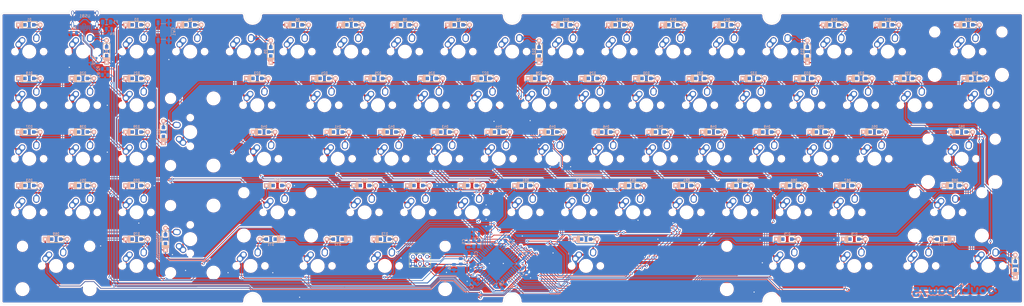
<source format=kicad_pcb>
(kicad_pcb (version 20171130) (host pcbnew "(5.1.4)-1")
  (layers (0 F.Cu signal) (31 B.Cu signal) (34 B.Paste user) (35 F.Paste user) (36 B.SilkS user) (37 F.SilkS user) (38 B.Mask user) (39 F.Mask user) (44 Edge.Cuts user))
  (net 0 "")
  (net 1 "Net-(D1-Pad2)")
  (net 2 "Net-(D2-Pad2)")
  (net 3 "Net-(D3-Pad2)")
  (net 4 "Net-(D4-Pad2)")
  (net 5 "Net-(D5-Pad2)")
  (net 6 "Net-(D6-Pad2)")
  (net 7 "Net-(D7-Pad2)")
  (net 8 "Net-(D8-Pad2)")
  (net 9 "Net-(D9-Pad2)")
  (net 10 "Net-(D10-Pad2)")
  (net 11 "Net-(D11-Pad2)")
  (net 12 "Net-(D12-Pad2)")
  (net 13 "Net-(D13-Pad2)")
  (net 14 "Net-(D14-Pad2)")
  (net 15 "Net-(D15-Pad2)")
  (net 16 "Net-(D16-Pad2)")
  (net 17 "Net-(D17-Pad2)")
  (net 18 "Net-(D18-Pad2)")
  (net 19 "Net-(D19-Pad2)")
  (net 20 "Net-(D20-Pad2)")
  (net 21 "Net-(D21-Pad2)")
  (net 22 "Net-(D22-Pad2)")
  (net 23 "Net-(D23-Pad2)")
  (net 24 "Net-(D24-Pad2)")
  (net 25 "Net-(D25-Pad2)")
  (net 26 "Net-(D26-Pad2)")
  (net 27 "Net-(D27-Pad2)")
  (net 28 "Net-(D28-Pad2)")
  (net 29 "Net-(D29-Pad2)")
  (net 30 "Net-(D30-Pad2)")
  (net 31 "Net-(D31-Pad2)")
  (net 32 "Net-(D32-Pad2)")
  (net 33 "Net-(D33-Pad2)")
  (net 34 "Net-(D34-Pad2)")
  (net 35 "Net-(D35-Pad2)")
  (net 36 "Net-(D36-Pad2)")
  (net 37 "Net-(D37-Pad2)")
  (net 38 "Net-(D38-Pad2)")
  (net 39 "Net-(D39-Pad2)")
  (net 40 "Net-(D40-Pad2)")
  (net 41 "Net-(D41-Pad2)")
  (net 42 "Net-(D42-Pad2)")
  (net 43 "Net-(D43-Pad2)")
  (net 44 "Net-(D44-Pad2)")
  (net 45 "Net-(D45-Pad2)")
  (net 46 "Net-(D46-Pad2)")
  (net 47 "Net-(D47-Pad2)")
  (net 48 "Net-(D48-Pad2)")
  (net 49 "Net-(D49-Pad2)")
  (net 50 "Net-(D50-Pad2)")
  (net 51 "Net-(D51-Pad2)")
  (net 52 "Net-(D52-Pad2)")
  (net 53 "Net-(D53-Pad2)")
  (net 54 "Net-(D54-Pad2)")
  (net 55 "Net-(D55-Pad2)")
  (net 56 "Net-(D56-Pad2)")
  (net 57 "Net-(D57-Pad2)")
  (net 58 "Net-(D58-Pad2)")
  (net 59 "Net-(D59-Pad2)")
  (net 60 "Net-(D60-Pad2)")
  (net 61 "Net-(D61-Pad2)")
  (net 62 "Net-(D62-Pad2)")
  (net 63 "Net-(D63-Pad2)")
  (net 64 "Net-(D64-Pad2)")
  (net 65 "Net-(D65-Pad2)")
  (net 66 "Net-(D66-Pad2)")
  (net 67 "Net-(D67-Pad2)")
  (net 68 "Net-(D68-Pad2)")
  (net 69 "Net-(D69-Pad2)")
  (net 70 "Net-(D70-Pad2)")
  (net 71 "Net-(D71-Pad2)")
  (net 72 "Net-(D72-Pad2)")
  (net 73 "Net-(D73-Pad2)")
  (net 74 "Net-(D74-Pad2)")
  (net 75 "Net-(D75-Pad2)")
  (net 76 "Net-(D76-Pad2)")
  (net 77 "Net-(D77-Pad2)")
  (net 78 "Net-(D78-Pad2)")
  (net 79 row0)
  (net 80 row1)
  (net 81 row2)
  (net 82 row3)
  (net 83 row4)
  (net 84 row5)
  (net 85 row6)
  (net 86 row7)
  (net 87 row8)
  (net 88 col0)
  (net 89 col1)
  (net 90 col2)
  (net 91 col3)
  (net 92 col4)
  (net 93 col5)
  (net 94 col6)
  (net 95 col7)
  (net 96 col8)
  (net 97 GND)
  (net 98 +5V)
  (net 99 "Net-(C4-Pad2)")
  (net 100 "Net-(C5-Pad2)")
  (net 101 "Net-(C7-Pad2)")
  (net 102 VCC)
  (net 103 D+)
  (net 104 "Net-(R2-Pad1)")
  (net 105 D-)
  (net 106 "Net-(R3-Pad1)")
  (net 107 "Net-(R4-Pad1)")
  (net 108 "Net-(R5-Pad1)")
  (net 109 "Net-(R6-Pad2)")
  (net 110 "Net-(U1-Pad42)")
  (net 111 "Net-(U1-Pad32)")
  (net 112 "Net-(U1-Pad26)")
  (net 113 "Net-(U1-Pad12)")
  (net 114 "Net-(U1-Pad8)")
  (net 115 "Net-(U1-Pad1)")
  (net 116 "Net-(USB1-Pad3)")
  (net 117 "Net-(USB1-Pad9)")
  (net 118 RST)
  (net 119 SCK)
  (net 120 MISO)
  (module "AVR 6 pin library:AVR-ISP" (layer F.Cu) (at 123.698 -8.382 180)
    (fp_text reference J1 (at 0 0) (layer F.SilkS) (effects (font (size 0.787402 0.787402) (thickness 0.015))))
    (fp_text value AVR-ISP-6)
    (pad GND thru_hole circle (at 2.54 -1.27 180) (size 1.308 1.308) (drill 0.8) (layers *.Cu *.Mask) (net 97 GND))
    (pad RST thru_hole circle (at 2.54 1.27 180) (size 1.308 1.308) (drill 0.8) (layers *.Cu *.Mask) (net 118 RST))
    (pad MISO thru_hole circle (at -2.54 1.27 180) (size 1.308 1.308) (drill 0.8) (layers *.Cu *.Mask) (net 120 MISO))
    (pad VCC thru_hole circle (at -2.54 -1.27 180) (size 1.308 1.308) (drill 0.8) (layers *.Cu *.Mask) (net 98 +5V))
    (pad SCK thru_hole circle (at 0 1.27 180) (size 1.308 1.308) (drill 0.8) (layers *.Cu *.Mask) (net 119 SCK))
    (pad MOSI thru_hole circle (at 0 -1.27 180) (size 1.308 1.308) (drill 0.8) (layers *.Cu *.Mask) (net 79 row0))
  )
  (module MX/Alps_Hybrid:MX-1U-NoLED (layer F.Cu) (at 170.731 -44.474)
    (fp_text reference K45)
    (fp_text value KEYSW)
    (pad 2 thru_hole oval (at 2.5 -4.5 86.0548) (size 2.831378 2.25) (drill 1.47 (offset 0.290689 0)) (layers *.Cu B.Mask) (net 45 "Net-(D45-Pad2)"))
    (pad 2 thru_hole circle (at 2.54 -5.08) (size 2.25 2.25) (drill 1.47) (layers *.Cu B.Mask) (net 45 "Net-(D45-Pad2)"))
    (pad 1 thru_hole oval (at -3.81 -2.54 48.0996) (size 4.211556 2.25) (drill 1.47 (offset 0.980778 0)) (layers *.Cu B.Mask) (net 96 col8))
    (pad "" np_thru_hole circle (at 0 0) (size 3.9878 3.9878) (drill 3.9878) (layers *.Cu *.Mask))
    (pad 1 thru_hole circle (at -2.5 -4) (size 2.25 2.25) (drill 1.47) (layers *.Cu B.Mask) (net 96 col8))
    (pad "" np_thru_hole circle (at -5.08 0 48.0996) (size 1.75 1.75) (drill 1.75) (layers *.Cu *.Mask))
    (pad "" np_thru_hole circle (at 5.08 0 48.0996) (size 1.75 1.75) (drill 1.75) (layers *.Cu *.Mask))
  )
  (module Capacitor_SMD:C_0805_2012Metric (layer B.Cu) (at 154.686 -15.9235 45)
    (fp_text reference C1 (at 0 1.65 45) (layer B.SilkS) (effects (justify mirror)))
    (fp_text value 0.1uF)
    (pad 2 smd roundrect (at 0.9375 0 45) (size 0.975 1.4) (layers B.Cu B.Paste B.Mask) (net 97 GND))
    (pad 1 smd roundrect (at -0.9375 0 45) (size 0.975 1.4) (layers B.Cu B.Paste B.Mask) (net 98 +5V))
  )
  (module Capacitor_SMD:C_0805_2012Metric (layer B.Cu) (at 153.67 0.889 45)
    (fp_text reference C8 (at 0.179605 -1.436841 45) (layer B.SilkS) (effects (justify mirror)))
    (fp_text value 0.1uF)
    (pad 2 smd roundrect (at 0.9375 0 45) (size 0.975 1.4) (layers B.Cu B.Paste B.Mask) (net 97 GND))
    (pad 1 smd roundrect (at -0.9375 0 45) (size 0.975 1.4) (layers B.Cu B.Paste B.Mask) (net 98 +5V))
  )
  (module MX/Alps_Hybrid:MX-1U-NoLED (layer F.Cu) (at 151.681 -44.474)
    (fp_text reference K44)
    (fp_text value KEYSW)
    (pad 2 thru_hole oval (at 2.5 -4.5 86.0548) (size 2.831378 2.25) (drill 1.47 (offset 0.290689 0)) (layers *.Cu B.Mask) (net 44 "Net-(D44-Pad2)"))
    (pad 2 thru_hole circle (at 2.54 -5.08) (size 2.25 2.25) (drill 1.47) (layers *.Cu B.Mask) (net 44 "Net-(D44-Pad2)"))
    (pad 1 thru_hole oval (at -3.81 -2.54 48.0996) (size 4.211556 2.25) (drill 1.47 (offset 0.980778 0)) (layers *.Cu B.Mask) (net 95 col7))
    (pad "" np_thru_hole circle (at 0 0) (size 3.9878 3.9878) (drill 3.9878) (layers *.Cu *.Mask))
    (pad 1 thru_hole circle (at -2.5 -4) (size 2.25 2.25) (drill 1.47) (layers *.Cu B.Mask) (net 95 col7))
    (pad "" np_thru_hole circle (at -5.08 0 48.0996) (size 1.75 1.75) (drill 1.75) (layers *.Cu *.Mask))
    (pad "" np_thru_hole circle (at 5.08 0 48.0996) (size 1.75 1.75) (drill 1.75) (layers *.Cu *.Mask))
  )
  (module MX/Alps_Hybrid:MX-1.25U-NoLED (layer F.Cu) (at 63.575 -6.374)
    (fp_text reference K71)
    (fp_text value KEYSW)
    (pad "" np_thru_hole circle (at 5.08 0 48.0996) (size 1.75 1.75) (drill 1.75) (layers *.Cu *.Mask))
    (pad "" np_thru_hole circle (at -5.08 0 48.0996) (size 1.75 1.75) (drill 1.75) (layers *.Cu *.Mask))
    (pad 1 thru_hole circle (at -2.5 -4) (size 2.25 2.25) (drill 1.47) (layers *.Cu B.Mask) (net 95 col7))
    (pad "" np_thru_hole circle (at 0 0) (size 3.9878 3.9878) (drill 3.9878) (layers *.Cu *.Mask))
    (pad 1 thru_hole oval (at -3.81 -2.54 48.0996) (size 4.211556 2.25) (drill 1.47 (offset 0.980778 0)) (layers *.Cu B.Mask) (net 95 col7))
    (pad 2 thru_hole circle (at 2.54 -5.08) (size 2.25 2.25) (drill 1.47) (layers *.Cu B.Mask) (net 71 "Net-(D71-Pad2)"))
    (pad 2 thru_hole oval (at 2.5 -4.5 86.0548) (size 2.831378 2.25) (drill 1.47 (offset 0.290689 0)) (layers *.Cu B.Mask) (net 71 "Net-(D71-Pad2)"))
  )
  (module MX/Alps_Hybrid:MX-1U-NoLED (layer F.Cu) (at 4.0442 -82.574)
    (fp_text reference K2)
    (fp_text value KEYSW)
    (pad 2 thru_hole oval (at 2.5 -4.5 86.0548) (size 2.831378 2.25) (drill 1.47 (offset 0.290689 0)) (layers *.Cu B.Mask) (net 2 "Net-(D2-Pad2)"))
    (pad 2 thru_hole circle (at 2.54 -5.08) (size 2.25 2.25) (drill 1.47) (layers *.Cu B.Mask) (net 2 "Net-(D2-Pad2)"))
    (pad 1 thru_hole oval (at -3.81 -2.54 48.0996) (size 4.211556 2.25) (drill 1.47 (offset 0.980778 0)) (layers *.Cu B.Mask) (net 89 col1))
    (pad "" np_thru_hole circle (at 0 0) (size 3.9878 3.9878) (drill 3.9878) (layers *.Cu *.Mask))
    (pad 1 thru_hole circle (at -2.5 -4) (size 2.25 2.25) (drill 1.47) (layers *.Cu B.Mask) (net 89 col1))
    (pad "" np_thru_hole circle (at -5.08 0 48.0996) (size 1.75 1.75) (drill 1.75) (layers *.Cu *.Mask))
    (pad "" np_thru_hole circle (at 5.08 0 48.0996) (size 1.75 1.75) (drill 1.75) (layers *.Cu *.Mask))
  )
  (module Capacitor_SMD:C_0805_2012Metric (layer B.Cu) (at 160.809913 -4.798087 315)
    (fp_text reference C2 (at 0 1.65 135) (layer B.SilkS) (effects (justify mirror)))
    (fp_text value 0.1uF)
    (pad 2 smd roundrect (at 0.9375 0 315) (size 0.975 1.4) (layers B.Cu B.Paste B.Mask) (net 97 GND))
    (pad 1 smd roundrect (at -0.9375 0 315) (size 0.975 1.4) (layers B.Cu B.Paste B.Mask) (net 98 +5V))
  )
  (module digikey-footprints:TO-253-4 (layer B.Cu) (at 7.874 -79.375)
    (fp_text reference D79 (at 0 0 270) (layer B.SilkS) (effects (justify mirror)))
    (fp_text value PRTR5V0U2X_215)
    (pad 1 smd rect (at -1 0.75) (size 0.7 1) (layers B.Cu B.Paste B.Mask) (net 97 GND))
    (pad 3 smd rect (at 1 -0.95) (size 0.7 0.6) (layers B.Cu B.Paste B.Mask) (net 103 D+))
    (pad 4 smd rect (at 1 0.95) (size 0.7 0.6) (layers B.Cu B.Paste B.Mask) (net 102 VCC))
    (pad 2 smd rect (at -1 -0.95) (size 0.7 0.6) (layers B.Cu B.Paste B.Mask) (net 105 D-))
  )
  (module Capacitor_SMD:C_0805_2012Metric (layer B.Cu) (at 143.764 -0.889 45)
    (fp_text reference C7 (at -2.604274 -0.089803 135) (layer B.SilkS) (effects (justify mirror)))
    (fp_text value 1uF)
    (pad 2 smd roundrect (at 0.9375 0 45) (size 0.975 1.4) (layers B.Cu B.Paste B.Mask) (net 101 "Net-(C7-Pad2)"))
    (pad 1 smd roundrect (at -0.9375 0 45) (size 0.975 1.4) (layers B.Cu B.Paste B.Mask) (net 97 GND))
  )
  (module Capacitor_SMD:C_0805_2012Metric (layer B.Cu) (at 135.763 -5.969 270)
    (fp_text reference C6 (at 0 1.65 90) (layer B.SilkS) (effects (justify mirror)))
    (fp_text value 10uF)
    (pad 2 smd roundrect (at 0.9375 0 270) (size 0.975 1.4) (layers B.Cu B.Paste B.Mask) (net 97 GND))
    (pad 1 smd roundrect (at -0.9375 0 270) (size 0.975 1.4) (layers B.Cu B.Paste B.Mask) (net 98 +5V))
  )
  (module Capacitor_SMD:C_0805_2012Metric (layer B.Cu) (at 140.8938 -13.9423 270)
    (fp_text reference C5 (at -1.0437 1.65 90) (layer B.SilkS) (effects (justify mirror)))
    (fp_text value 22p)
    (pad 1 smd roundrect (at -0.9375 0 270) (size 0.975 1.4) (layers B.Cu B.Paste B.Mask) (net 97 GND))
    (pad 2 smd roundrect (at 0.9375 0 270) (size 0.975 1.4) (layers B.Cu B.Paste B.Mask) (net 100 "Net-(C5-Pad2)"))
  )
  (module Capacitor_SMD:C_0805_2012Metric (layer B.Cu) (at 143.7155 -17.653)
    (fp_text reference C4 (at 0 1.65) (layer B.SilkS) (effects (justify mirror)))
    (fp_text value 22p)
    (pad 2 smd roundrect (at 0.9375 0) (size 0.975 1.4) (layers B.Cu B.Paste B.Mask) (net 99 "Net-(C4-Pad2)"))
    (pad 1 smd roundrect (at -0.9375 0) (size 0.975 1.4) (layers B.Cu B.Paste B.Mask) (net 97 GND))
  )
  (module Capacitor_SMD:C_0805_2012Metric (layer B.Cu) (at 141.1755 -10.668 180)
    (fp_text reference C3 (at -2.4615 0 270) (layer B.SilkS) (effects (justify mirror)))
    (fp_text value 0.1uF)
    (pad 1 smd roundrect (at -0.9375 0 180) (size 0.975 1.4) (layers B.Cu B.Paste B.Mask) (net 98 +5V))
    (pad 2 smd roundrect (at 0.9375 0 180) (size 0.975 1.4) (layers B.Cu B.Paste B.Mask) (net 97 GND))
  )
  (module Crystal:Crystal_SMD_3225-4Pin_3.2x2.5mm (layer B.Cu) (at 143.676 -14.394 270)
    (fp_text reference Y1 (at 0 2.45 90) (layer B.SilkS) (effects (justify mirror)))
    (fp_text value 16MHz)
    (pad 1 smd rect (at -1.1 -0.85 270) (size 1.4 1.2) (layers B.Cu B.Paste B.Mask) (net 99 "Net-(C4-Pad2)"))
    (pad 2 smd rect (at 1.1 -0.85 270) (size 1.4 1.2) (layers B.Cu B.Paste B.Mask) (net 97 GND))
    (pad 3 smd rect (at 1.1 0.85 270) (size 1.4 1.2) (layers B.Cu B.Paste B.Mask) (net 100 "Net-(C5-Pad2)"))
    (pad 4 smd rect (at -1.1 0.85 270) (size 1.4 1.2) (layers B.Cu B.Paste B.Mask) (net 97 GND))
  )
  (module Type-C:HRO-TYPE-C-31-M-12 (layer B.Cu) (at 4.699 -98.933)
    (fp_text reference USB1 (at 0 3.683) (layer B.SilkS) (effects (justify mirror)))
    (fp_text value HRO-TYPE-C-31-M-12)
    (pad 13 thru_hole oval (at 4.32 2.6) (size 1 1.6) (drill oval 0.6 1.2) (layers *.Cu F.Mask) (net 97 GND))
    (pad 13 thru_hole oval (at -4.32 2.6) (size 1 1.6) (drill oval 0.6 1.2) (layers *.Cu F.Mask) (net 97 GND))
    (pad 13 thru_hole oval (at 4.32 6.78) (size 1 2.1) (drill oval 0.6 1.7) (layers *.Cu F.Mask) (net 97 GND))
    (pad 13 thru_hole oval (at -4.32 6.78) (size 1 2.1) (drill oval 0.6 1.7) (layers *.Cu F.Mask) (net 97 GND))
    (pad "" np_thru_hole circle (at -2.89 6.25) (size 0.65 0.65) (drill 0.65) (layers *.Cu *.Mask))
    (pad "" np_thru_hole circle (at 2.89 6.25) (size 0.65 0.65) (drill 0.65) (layers *.Cu *.Mask))
    (pad 6 smd rect (at -0.25 7.695) (size 0.3 1.45) (layers B.Cu B.Paste B.Mask) (net 103 D+))
    (pad 7 smd rect (at 0.25 7.695) (size 0.3 1.45) (layers B.Cu B.Paste B.Mask) (net 105 D-))
    (pad 8 smd rect (at 0.75 7.695) (size 0.3 1.45) (layers B.Cu B.Paste B.Mask) (net 103 D+))
    (pad 5 smd rect (at -0.75 7.695) (size 0.3 1.45) (layers B.Cu B.Paste B.Mask) (net 105 D-))
    (pad 9 smd rect (at 1.25 7.695) (size 0.3 1.45) (layers B.Cu B.Paste B.Mask) (net 117 "Net-(USB1-Pad9)"))
    (pad 4 smd rect (at -1.25 7.695) (size 0.3 1.45) (layers B.Cu B.Paste B.Mask) (net 108 "Net-(R5-Pad1)"))
    (pad 10 smd rect (at 1.75 7.695) (size 0.3 1.45) (layers B.Cu B.Paste B.Mask) (net 107 "Net-(R4-Pad1)"))
    (pad 3 smd rect (at -1.75 7.695) (size 0.3 1.45) (layers B.Cu B.Paste B.Mask) (net 116 "Net-(USB1-Pad3)"))
    (pad 2 smd rect (at -2.45 7.695) (size 0.6 1.45) (layers B.Cu B.Paste B.Mask) (net 102 VCC))
    (pad 11 smd rect (at 2.45 7.695) (size 0.6 1.45) (layers B.Cu B.Paste B.Mask) (net 102 VCC))
    (pad 1 smd rect (at -3.225 7.695) (size 0.6 1.45) (layers B.Cu B.Paste B.Mask) (net 97 GND))
    (pad 12 smd rect (at 3.225 7.695) (size 0.6 1.45) (layers B.Cu B.Paste B.Mask) (net 97 GND))
  )
  (module Package_QFP:TQFP-44_10x10mm_P0.8mm (layer B.Cu) (at 150.8125 -7.14375 45)
    (fp_text reference U1 (at 0 7.45 45) (layer B.SilkS) (effects (justify mirror)))
    (fp_text value ATmega32U4-AU)
    (pad 1 smd rect (at -5.7 4 45) (size 1.5 0.55) (layers B.Cu B.Paste B.Mask) (net 115 "Net-(U1-Pad1)"))
    (pad 2 smd rect (at -5.7 3.2 45) (size 1.5 0.55) (layers B.Cu B.Paste B.Mask) (net 98 +5V))
    (pad 3 smd rect (at -5.7 2.4 45) (size 1.5 0.55) (layers B.Cu B.Paste B.Mask) (net 106 "Net-(R3-Pad1)"))
    (pad 4 smd rect (at -5.7 1.6 45) (size 1.5 0.55) (layers B.Cu B.Paste B.Mask) (net 104 "Net-(R2-Pad1)"))
    (pad 5 smd rect (at -5.7 0.8 45) (size 1.5 0.55) (layers B.Cu B.Paste B.Mask) (net 97 GND))
    (pad 6 smd rect (at -5.7 0 45) (size 1.5 0.55) (layers B.Cu B.Paste B.Mask) (net 101 "Net-(C7-Pad2)"))
    (pad 7 smd rect (at -5.7 -0.8 45) (size 1.5 0.55) (layers B.Cu B.Paste B.Mask) (net 98 +5V))
    (pad 8 smd rect (at -5.7 -1.6 45) (size 1.5 0.55) (layers B.Cu B.Paste B.Mask) (net 114 "Net-(U1-Pad8)"))
    (pad 9 smd rect (at -5.7 -2.4 45) (size 1.5 0.55) (layers B.Cu B.Paste B.Mask) (net 119 SCK))
    (pad 10 smd rect (at -5.7 -3.2 45) (size 1.5 0.55) (layers B.Cu B.Paste B.Mask) (net 79 row0))
    (pad 11 smd rect (at -5.7 -4 45) (size 1.5 0.55) (layers B.Cu B.Paste B.Mask) (net 120 MISO))
    (pad 12 smd rect (at -4 -5.7 315) (size 1.5 0.55) (layers B.Cu B.Paste B.Mask) (net 113 "Net-(U1-Pad12)"))
    (pad 13 smd rect (at -3.2 -5.7 315) (size 1.5 0.55) (layers B.Cu B.Paste B.Mask) (net 118 RST))
    (pad 14 smd rect (at -2.4 -5.7 315) (size 1.5 0.55) (layers B.Cu B.Paste B.Mask) (net 98 +5V))
    (pad 15 smd rect (at -1.6 -5.7 315) (size 1.5 0.55) (layers B.Cu B.Paste B.Mask) (net 97 GND))
    (pad 16 smd rect (at -0.8 -5.7 315) (size 1.5 0.55) (layers B.Cu B.Paste B.Mask) (net 100 "Net-(C5-Pad2)"))
    (pad 17 smd rect (at 0 -5.7 315) (size 1.5 0.55) (layers B.Cu B.Paste B.Mask) (net 99 "Net-(C4-Pad2)"))
    (pad 18 smd rect (at 0.8 -5.7 315) (size 1.5 0.55) (layers B.Cu B.Paste B.Mask) (net 93 col5))
    (pad 19 smd rect (at 1.6 -5.7 315) (size 1.5 0.55) (layers B.Cu B.Paste B.Mask) (net 94 col6))
    (pad 20 smd rect (at 2.4 -5.7 315) (size 1.5 0.55) (layers B.Cu B.Paste B.Mask) (net 85 row6))
    (pad 21 smd rect (at 3.2 -5.7 315) (size 1.5 0.55) (layers B.Cu B.Paste B.Mask) (net 83 row4))
    (pad 22 smd rect (at 4 -5.7 315) (size 1.5 0.55) (layers B.Cu B.Paste B.Mask) (net 87 row8))
    (pad 23 smd rect (at 5.7 -4 45) (size 1.5 0.55) (layers B.Cu B.Paste B.Mask) (net 97 GND))
    (pad 24 smd rect (at 5.7 -3.2 45) (size 1.5 0.55) (layers B.Cu B.Paste B.Mask) (net 98 +5V))
    (pad 25 smd rect (at 5.7 -2.4 45) (size 1.5 0.55) (layers B.Cu B.Paste B.Mask) (net 82 row3))
    (pad 26 smd rect (at 5.7 -1.6 45) (size 1.5 0.55) (layers B.Cu B.Paste B.Mask) (net 112 "Net-(U1-Pad26)"))
    (pad 27 smd rect (at 5.7 -0.8 45) (size 1.5 0.55) (layers B.Cu B.Paste B.Mask) (net 95 col7))
    (pad 28 smd rect (at 5.7 0 45) (size 1.5 0.55) (layers B.Cu B.Paste B.Mask) (net 96 col8))
    (pad 29 smd rect (at 5.7 0.8 45) (size 1.5 0.55) (layers B.Cu B.Paste B.Mask) (net 86 row7))
    (pad 30 smd rect (at 5.7 1.6 45) (size 1.5 0.55) (layers B.Cu B.Paste B.Mask) (net 88 col0))
    (pad 31 smd rect (at 5.7 2.4 45) (size 1.5 0.55) (layers B.Cu B.Paste B.Mask) (net 81 row2))
    (pad 32 smd rect (at 5.7 3.2 45) (size 1.5 0.55) (layers B.Cu B.Paste B.Mask) (net 111 "Net-(U1-Pad32)"))
    (pad 33 smd rect (at 5.7 4 45) (size 1.5 0.55) (layers B.Cu B.Paste B.Mask) (net 109 "Net-(R6-Pad2)"))
    (pad 34 smd rect (at 4 5.7 315) (size 1.5 0.55) (layers B.Cu B.Paste B.Mask) (net 98 +5V))
    (pad 35 smd rect (at 3.2 5.7 315) (size 1.5 0.55) (layers B.Cu B.Paste B.Mask) (net 97 GND))
    (pad 36 smd rect (at 2.4 5.7 315) (size 1.5 0.55) (layers B.Cu B.Paste B.Mask) (net 89 col1))
    (pad 37 smd rect (at 1.6 5.7 315) (size 1.5 0.55) (layers B.Cu B.Paste B.Mask) (net 90 col2))
    (pad 38 smd rect (at 0.8 5.7 315) (size 1.5 0.55) (layers B.Cu B.Paste B.Mask) (net 91 col3))
    (pad 39 smd rect (at 0 5.7 315) (size 1.5 0.55) (layers B.Cu B.Paste B.Mask) (net 92 col4))
    (pad 40 smd rect (at -0.8 5.7 315) (size 1.5 0.55) (layers B.Cu B.Paste B.Mask) (net 84 row5))
    (pad 41 smd rect (at -1.6 5.7 315) (size 1.5 0.55) (layers B.Cu B.Paste B.Mask) (net 80 row1))
    (pad 42 smd rect (at -2.4 5.7 315) (size 1.5 0.55) (layers B.Cu B.Paste B.Mask) (net 110 "Net-(U1-Pad42)"))
    (pad 43 smd rect (at -3.2 5.7 315) (size 1.5 0.55) (layers B.Cu B.Paste B.Mask) (net 97 GND))
    (pad 44 smd rect (at -4 5.7 315) (size 1.5 0.55) (layers B.Cu B.Paste B.Mask) (net 98 +5V))
  )
  (module Resistor_SMD:R_0805_2012Metric (layer B.Cu) (at 159.865087 -9.806913 135)
    (fp_text reference R6 (at 0 1.65 135) (layer B.SilkS) (effects (justify mirror)))
    (fp_text value 10k)
    (pad 1 smd roundrect (at -0.9375 0 135) (size 0.975 1.4) (layers B.Cu B.Paste B.Mask) (net 97 GND))
    (pad 2 smd roundrect (at 0.9375 0 135) (size 0.975 1.4) (layers B.Cu B.Paste B.Mask) (net 109 "Net-(R6-Pad2)"))
  )
  (module Resistor_SMD:R_0805_2012Metric (layer B.Cu) (at 0.8105 -89.281 180)
    (fp_text reference R5 (at 0 1.65) (layer B.SilkS) (effects (justify mirror)))
    (fp_text value 5.1k)
    (pad 1 smd roundrect (at -0.9375 0 180) (size 0.975 1.4) (layers B.Cu B.Paste B.Mask) (net 108 "Net-(R5-Pad1)"))
    (pad 2 smd roundrect (at 0.9375 0 180) (size 0.975 1.4) (layers B.Cu B.Paste B.Mask) (net 97 GND))
  )
  (module Resistor_SMD:R_0805_2012Metric (layer B.Cu) (at 13.2865 -90.678)
    (fp_text reference R4 (at 1.3185 1.778) (layer B.SilkS) (effects (justify mirror)))
    (fp_text value 5.1k)
    (pad 1 smd roundrect (at -0.9375 0) (size 0.975 1.4) (layers B.Cu B.Paste B.Mask) (net 107 "Net-(R4-Pad1)"))
    (pad 2 smd roundrect (at 0.9375 0) (size 0.975 1.4) (layers B.Cu B.Paste B.Mask) (net 97 GND))
  )
  (module Resistor_SMD:R_0805_2012Metric (layer B.Cu) (at 11.8895 -74.295 180)
    (fp_text reference R3 (at 2.2375 0 90) (layer B.SilkS) (effects (justify mirror)))
    (fp_text value 22)
    (pad 1 smd roundrect (at -0.9375 0 180) (size 0.975 1.4) (layers B.Cu B.Paste B.Mask) (net 106 "Net-(R3-Pad1)"))
    (pad 2 smd roundrect (at 0.9375 0 180) (size 0.975 1.4) (layers B.Cu B.Paste B.Mask) (net 105 D-))
  )
  (module Resistor_SMD:R_0805_2012Metric (layer B.Cu) (at 11.8595 -76.454 180)
    (fp_text reference R2 (at 2.3345 0.127 90) (layer B.SilkS) (effects (justify mirror)))
    (fp_text value 22)
    (pad 1 smd roundrect (at -0.9375 0 180) (size 0.975 1.4) (layers B.Cu B.Paste B.Mask) (net 104 "Net-(R2-Pad1)"))
    (pad 2 smd roundrect (at 0.9375 0 180) (size 0.975 1.4) (layers B.Cu B.Paste B.Mask) (net 103 D+))
  )
  (module Resistor_SMD:R_0805_2012Metric (layer B.Cu) (at 138.176 -8.001 90)
    (fp_text reference R1 (at 0 1.65 90) (layer B.SilkS) (effects (justify mirror)))
    (fp_text value 10k)
    (pad 1 smd roundrect (at -0.9375 0 90) (size 0.975 1.4) (layers B.Cu B.Paste B.Mask) (net 98 +5V))
    (pad 2 smd roundrect (at 0.9375 0 90) (size 0.975 1.4) (layers B.Cu B.Paste B.Mask) (net 118 RST))
  )
  (module Fuse:Fuse_1206_3216Metric (layer B.Cu) (at 12.443 -93.091)
    (fp_text reference F1 (at 3.178 0) (layer B.SilkS) (effects (justify mirror)))
    (fp_text value 500mA)
    (pad 1 smd roundrect (at -1.4 0) (size 1.25 1.75) (layers B.Cu B.Paste B.Mask) (roundrect_rratio 0.2) (net 102 VCC))
    (pad 2 smd roundrect (at 1.4 0) (size 1.25 1.75) (layers B.Cu B.Paste B.Mask) (roundrect_rratio 0.2) (net 98 +5V))
  )
  (module Logos:southpaw75smallcopy (layer B.Cu) (at 313.563 2.44475 180)
    (fp_text reference G*** hide)
    (fp_text value LOGO hide)
    (fp_poly (pts (xy 12.228876 1.175838) (xy 12.29661 1.019696) (xy 12.27407 0.852157) (xy 12.267208 0.831793) (xy 12.211696 0.704997) (xy 12.10685 0.494265) (xy 11.962971 0.218177) (xy 11.79036 -0.104687) (xy 11.599319 -0.455745) (xy 11.400147 -0.816417) (xy 11.203147 -1.168122) (xy 11.018619 -1.49228) (xy 10.856864 -1.770309) (xy 10.728182 -1.983628) (xy 10.642876 -2.113658) (xy 10.617946 -2.143125) (xy 10.428308 -2.217171) (xy 10.213803 -2.181046) (xy 10.110629 -2.123649) (xy 9.991677 -1.96985) (xy 9.970021 -1.853774) (xy 9.999656 -1.746108) (xy 10.081991 -1.547585) (xy 10.207679 -1.278162) (xy 10.367376 -0.957793) (xy 10.551735 -0.606435) (xy 10.570554 -0.5715) (xy 11.170566 0.53975) (xy 10.501199 0.5715) (xy 10.19202 0.589375) (xy 9.984753 0.611457) (xy 9.854314 0.642865) (xy 9.775619 0.688722) (xy 9.741916 0.726512) (xy 9.659111 0.912002) (xy 9.694863 1.098713) (xy 9.75085 1.192371) (xy 9.791009 1.242684) (xy 9.843029 1.279356) (xy 9.925786 1.304542) (xy 10.058154 1.320395) (xy 10.25901 1.32907) (xy 10.547229 1.332719) (xy 10.941686 1.333498) (xy 10.987636 1.3335) (xy 12.125572 1.3335) (xy 12.228876 1.175838)) (layer B.Cu) (width 0.01))
    (fp_poly (pts (xy 1.95101 1.302242) (xy 2.127643 1.264781) (xy 2.270392 1.194593) (xy 2.392464 1.104357) (xy 2.708872 0.787813) (xy 2.900844 0.447783) (xy 2.952999 0.252522) (xy 2.961421 -0.157582) (xy 2.854783 -0.547229) (xy 2.643922 -0.890675) (xy 2.364451 -1.145593) (xy 2.2359 -1.223025) (xy 2.103284 -1.269912) (xy 1.929564 -1.293592) (xy 1.6777 -1.301403) (xy 1.576277 -1.30175) (xy 1.016 -1.30175) (xy 1.016 -1.607549) (xy 0.998461 -1.880572) (xy 0.936819 -2.050216) (xy 0.81753 -2.13637) (xy 0.640541 -2.159) (xy 0.462404 -2.136784) (xy 0.335359 -2.081992) (xy 0.321455 -2.068516) (xy 0.293221 -1.987927) (xy 0.274071 -1.81891) (xy 0.263593 -1.551617) (xy 0.261378 -1.176197) (xy 0.266055 -0.741047) (xy 0.277853 0) (xy 1.050636 0) (xy 1.071781 -0.203726) (xy 1.152801 -0.347566) (xy 1.227359 -0.419489) (xy 1.459264 -0.549367) (xy 1.701937 -0.567177) (xy 1.924951 -0.473546) (xy 2.003282 -0.403477) (xy 2.117135 -0.207903) (xy 2.159073 0.024273) (xy 2.123704 0.240362) (xy 2.077605 0.323003) (xy 1.874715 0.496131) (xy 1.633632 0.562653) (xy 1.387033 0.518861) (xy 1.227359 0.41949) (xy 1.104774 0.282043) (xy 1.055784 0.117274) (xy 1.050636 0) (xy 0.277853 0) (xy 0.28575 0.495938) (xy 0.485674 0.771708) (xy 0.748045 1.05877) (xy 1.049998 1.237489) (xy 1.413037 1.317647) (xy 1.693964 1.321437) (xy 1.95101 1.302242)) (layer B.Cu) (width 0.01))
    (fp_poly (pts (xy 13.663533 1.397) (xy 14.016497 1.39509) (xy 14.264702 1.387575) (xy 14.430354 1.371777) (xy 14.535662 1.345021) (xy 14.602831 1.304629) (xy 14.626908 1.280875) (xy 14.718185 1.100117) (xy 14.713064 0.901544) (xy 14.615874 0.740092) (xy 14.525467 0.686551) (xy 14.380991 0.653879) (xy 14.156105 0.638114) (xy 13.917374 0.635001) (xy 13.643753 0.633795) (xy 13.472921 0.625779) (xy 13.380668 0.604353) (xy 13.342783 0.562916) (xy 13.335057 0.494871) (xy 13.335 0.47625) (xy 13.342545 0.38991) (xy 13.384594 0.342377) (xy 13.490267 0.322104) (xy 13.688684 0.317544) (xy 13.735317 0.3175) (xy 13.993875 0.305653) (xy 14.188362 0.25919) (xy 14.380391 0.161728) (xy 14.424666 0.134202) (xy 14.703105 -0.110763) (xy 14.887495 -0.41641) (xy 14.977835 -0.758078) (xy 14.974126 -1.111105) (xy 14.876368 -1.450828) (xy 14.68456 -1.752585) (xy 14.424666 -1.975701) (xy 14.220728 -2.087684) (xy 14.027868 -2.142086) (xy 13.781155 -2.156309) (xy 13.751192 -2.156193) (xy 13.378262 -2.117237) (xy 13.136311 -2.031619) (xy 12.916808 -1.882379) (xy 12.731163 -1.696612) (xy 12.607784 -1.507458) (xy 12.573 -1.374507) (xy 12.620423 -1.153071) (xy 12.746368 -1.011846) (xy 12.926349 -0.956756) (xy 13.135881 -0.993727) (xy 13.350476 -1.128685) (xy 13.3985 -1.17475) (xy 13.579709 -1.333841) (xy 13.731125 -1.387316) (xy 13.885391 -1.340152) (xy 13.993186 -1.265391) (xy 14.126935 -1.105362) (xy 14.1605 -0.920749) (xy 14.125295 -0.718516) (xy 14.011492 -0.577062) (xy 13.806812 -0.489555) (xy 13.498974 -0.449163) (xy 13.304528 -0.444499) (xy 13.021019 -0.439538) (xy 12.822187 -0.411913) (xy 12.693027 -0.342511) (xy 12.618534 -0.212221) (xy 12.583704 -0.001929) (xy 12.573531 0.307476) (xy 12.573 0.487284) (xy 12.574364 0.817083) (xy 12.590238 1.055703) (xy 12.638292 1.217886) (xy 12.736197 1.318372) (xy 12.901625 1.371901) (xy 13.152245 1.393216) (xy 13.50573 1.397057) (xy 13.663533 1.397)) (layer B.Cu) (width 0.01))
    (fp_poly (pts (xy -12.654355 1.308526) (xy -12.378745 1.234231) (xy -12.332346 1.21268) (xy -12.007316 0.982877) (xy -11.77522 0.688858) (xy -11.63611 0.352196) (xy -11.59004 -0.005537) (xy -11.637064 -0.36277) (xy -11.777235 -0.69793) (xy -12.010607 -0.989445) (xy -12.326334 -1.210241) (xy -12.631532 -1.308775) (xy -12.985583 -1.336417) (xy -13.335769 -1.294048) (xy -13.618852 -1.188625) (xy -13.798274 -1.061085) (xy -13.939245 -0.916521) (xy -13.966798 -0.875079) (xy -14.024346 -0.748606) (xy -14.011268 -0.649518) (xy -13.930576 -0.526785) (xy -13.75484 -0.368382) (xy -13.558408 -0.335173) (xy -13.344611 -0.427643) (xy -13.328926 -0.43895) (xy -13.080526 -0.557213) (xy -12.834305 -0.550407) (xy -12.603819 -0.419478) (xy -12.568116 -0.385884) (xy -12.413773 -0.163592) (xy -12.385889 0.063603) (xy -12.484464 0.288896) (xy -12.568116 0.385885) (xy -12.721336 0.516544) (xy -12.866576 0.578591) (xy -13.021353 0.566278) (xy -13.203186 0.473859) (xy -13.429594 0.295587) (xy -13.718093 0.025715) (xy -13.744375 0) (xy -13.998891 -0.244632) (xy -14.186062 -0.410137) (xy -14.324943 -0.510466) (xy -14.434593 -0.559571) (xy -14.525036 -0.5715) (xy -14.743722 -0.521901) (xy -14.881384 -0.383294) (xy -14.9225 -0.200585) (xy -14.900016 -0.102869) (xy -14.824278 0.022977) (xy -14.682861 0.192839) (xy -14.463339 0.422605) (xy -14.335125 0.550404) (xy -14.094905 0.779906) (xy -13.86752 0.983685) (xy -13.677682 1.140445) (xy -13.550102 1.228886) (xy -13.544529 1.231775) (xy -13.291442 1.308152) (xy -12.976652 1.333452) (xy -12.654355 1.308526)) (layer B.Cu) (width 0.01))
    (fp_poly (pts (xy -9.580219 1.277575) (xy -9.276668 1.157924) (xy -9.199237 1.109329) (xy -8.905247 0.837927) (xy -8.723055 0.512495) (xy -8.648412 0.123879) (xy -8.648914 -0.076638) (xy -8.724727 -0.498614) (xy -8.897895 -0.842652) (xy -9.160237 -1.100988) (xy -9.503568 -1.265853) (xy -9.919708 -1.329484) (xy -9.9695 -1.329969) (xy -10.219433 -1.31615) (xy -10.445963 -1.281788) (xy -10.57275 -1.244569) (xy -10.74772 -1.140728) (xy -10.924416 -0.997465) (xy -10.943772 -0.9785) (xy -11.187633 -0.651577) (xy -11.320266 -0.291326) (xy -11.340087 0.003015) (xy -10.541 0.003015) (xy -10.487971 -0.249758) (xy -10.347689 -0.436845) (xy -10.14836 -0.545453) (xy -9.918192 -0.56279) (xy -9.685394 -0.476065) (xy -9.60936 -0.419489) (xy -9.486775 -0.282042) (xy -9.437785 -0.117273) (xy -9.432637 0) (xy -9.484218 0.257643) (xy -9.621445 0.443548) (xy -9.818039 0.545998) (xy -10.047726 0.553276) (xy -10.284228 0.453666) (xy -10.345628 0.407106) (xy -10.484581 0.257899) (xy -10.537133 0.091123) (xy -10.541 0.003015) (xy -11.340087 0.003015) (xy -11.345376 0.081548) (xy -11.266667 0.446339) (xy -11.087844 0.782344) (xy -10.812611 1.068858) (xy -10.547226 1.237762) (xy -10.262814 1.322003) (xy -9.924706 1.333771) (xy -9.580219 1.277575)) (layer B.Cu) (width 0.01))
    (fp_poly (pts (xy -7.765765 1.301528) (xy -7.698176 1.254125) (xy -7.669091 1.160475) (xy -7.641476 0.970401) (xy -7.619017 0.714461) (xy -7.608164 0.508) (xy -7.585988 0.141132) (xy -7.547081 -0.121321) (xy -7.483673 -0.301624) (xy -7.387998 -0.422045) (xy -7.25531 -0.503481) (xy -6.992492 -0.567625) (xy -6.751963 -0.507335) (xy -6.623539 -0.418353) (xy -6.546148 -0.34569) (xy -6.493777 -0.268253) (xy -6.460012 -0.159373) (xy -6.438443 0.007622) (xy -6.422656 0.259404) (xy -6.413623 0.454772) (xy -6.396519 0.750007) (xy -6.374436 1.001596) (xy -6.350405 1.180463) (xy -6.330378 1.254126) (xy -6.226041 1.31503) (xy -6.058382 1.330674) (xy -5.881987 1.30298) (xy -5.751445 1.233873) (xy -5.751286 1.233715) (xy -5.706396 1.16263) (xy -5.676655 1.041306) (xy -5.659462 0.847647) (xy -5.652213 0.559553) (xy -5.6515 0.386452) (xy -5.654279 0.052743) (xy -5.665591 -0.185069) (xy -5.6899 -0.358022) (xy -5.73167 -0.497153) (xy -5.795365 -0.6335) (xy -5.799251 -0.640887) (xy -5.94652 -0.852307) (xy -6.141339 -1.051622) (xy -6.216002 -1.110218) (xy -6.387227 -1.216551) (xy -6.55512 -1.27813) (xy -6.769757 -1.30941) (xy -6.941377 -1.319631) (xy -7.251485 -1.319574) (xy -7.47109 -1.284615) (xy -7.58825 -1.237272) (xy -7.92475 -0.994835) (xy -8.184657 -0.681552) (xy -8.261613 -0.53975) (xy -8.323046 -0.341061) (xy -8.365056 -0.073075) (xy -8.387568 0.232916) (xy -8.390506 0.545621) (xy -8.373795 0.833748) (xy -8.33736 1.066004) (xy -8.281125 1.211099) (xy -8.265875 1.228409) (xy -8.11609 1.30562) (xy -7.930566 1.330845) (xy -7.765765 1.301528)) (layer B.Cu) (width 0.01))
    (fp_poly (pts (xy -4.781231 2.141555) (xy -4.651269 2.085754) (xy -4.648201 2.082801) (xy -4.602907 1.977416) (xy -4.575613 1.79796) (xy -4.572 1.701801) (xy -4.572 1.397) (xy -4.010342 1.397) (xy -3.676867 1.384972) (xy -3.450869 1.34287) (xy -3.314585 1.261672) (xy -3.250247 1.132354) (xy -3.2385 1.004967) (xy -3.26534 0.845436) (xy -3.356918 0.736571) (xy -3.529818 0.670621) (xy -3.800629 0.639833) (xy -4.030069 0.635) (xy -4.589388 0.635) (xy -4.555144 0.208397) (xy -4.529112 -0.032592) (xy -4.487799 -0.189319) (xy -4.414776 -0.304517) (xy -4.323199 -0.394853) (xy -4.113058 -0.532473) (xy -3.896974 -0.559984) (xy -3.648138 -0.47863) (xy -3.55813 -0.430334) (xy -3.315349 -0.339473) (xy -3.106804 -0.355683) (xy -2.951772 -0.474503) (xy -2.895729 -0.583585) (xy -2.881394 -0.785833) (xy -2.972724 -0.96691) (xy -3.149169 -1.119728) (xy -3.390176 -1.237197) (xy -3.675194 -1.312228) (xy -3.983672 -1.337731) (xy -4.295058 -1.306618) (xy -4.588801 -1.211798) (xy -4.641388 -1.185749) (xy -4.852386 -1.038753) (xy -5.051889 -0.843904) (xy -5.11175 -0.767756) (xy -5.30225 -0.497512) (xy -5.321945 0.740261) (xy -5.326767 1.220813) (xy -5.323701 1.584436) (xy -5.312337 1.840978) (xy -5.292263 2.000289) (xy -5.266545 2.068517) (xy -5.147766 2.131576) (xy -4.966362 2.156376) (xy -4.781231 2.141555)) (layer B.Cu) (width 0.01))
    (fp_poly (pts (xy -2.082076 2.097293) (xy -2.010092 2.042875) (xy -1.931438 1.873206) (xy -1.905 1.612175) (xy -1.905 1.297599) (xy -1.466299 1.322388) (xy -1.089573 1.321107) (xy -0.795754 1.260514) (xy -0.549786 1.12835) (xy -0.32742 0.924157) (xy -0.16342 0.720661) (xy -0.050833 0.508107) (xy 0.018809 0.256789) (xy 0.05397 -0.062996) (xy 0.063145 -0.446245) (xy 0.053194 -0.806787) (xy 0.017553 -1.05866) (xy -0.051718 -1.218952) (xy -0.162562 -1.304748) (xy -0.322921 -1.333134) (xy -0.34925 -1.3335) (xy -0.513696 -1.313211) (xy -0.629444 -1.240918) (xy -0.704162 -1.099477) (xy -0.745514 -0.871747) (xy -0.761167 -0.540583) (xy -0.762 -0.410501) (xy -0.763728 -0.117792) (xy -0.773241 0.077521) (xy -0.797038 0.205037) (xy -0.841614 0.294354) (xy -0.913467 0.37507) (xy -0.9401 0.40087) (xy -1.166107 0.543027) (xy -1.407111 0.562195) (xy -1.644845 0.45795) (xy -1.694962 0.418354) (xy -1.771496 0.34672) (xy -1.823558 0.270607) (xy -1.857314 0.163822) (xy -1.878934 0.000172) (xy -1.894584 -0.246539) (xy -1.904878 -0.473101) (xy -1.923125 -0.817862) (xy -1.94948 -1.055512) (xy -1.993808 -1.205928) (xy -2.065973 -1.288986) (xy -2.175839 -1.324563) (xy -2.331391 -1.332527) (xy -2.520819 -1.292978) (xy -2.601266 -1.210674) (xy -2.623969 -1.105815) (xy -2.642056 -0.899007) (xy -2.655594 -0.611574) (xy -2.664652 -0.26484) (xy -2.669297 0.119871) (xy -2.669596 0.521234) (xy -2.665618 0.917926) (xy -2.65743 1.288622) (xy -2.645101 1.611997) (xy -2.628697 1.866728) (xy -2.608287 2.031491) (xy -2.5908 2.082801) (xy -2.449238 2.147913) (xy -2.259514 2.151359) (xy -2.082076 2.097293)) (layer B.Cu) (width 0.01))
    (fp_poly (pts (xy 4.778969 1.32426) (xy 4.959808 1.285087) (xy 5.132808 1.198806) (xy 5.243025 1.127125) (xy 5.460052 0.959067) (xy 5.616311 0.778261) (xy 5.721937 0.559639) (xy 5.787066 0.278137) (xy 5.821834 -0.091315) (xy 5.831316 -0.327848) (xy 5.837307 -0.708025) (xy 5.825873 -0.979456) (xy 5.79049 -1.159929) (xy 5.724637 -1.267227) (xy 5.62179 -1.319138) (xy 5.475427 -1.333446) (xy 5.462513 -1.3335) (xy 5.294623 -1.319196) (xy 5.187987 -1.283703) (xy 5.176749 -1.272426) (xy 5.088442 -1.244002) (xy 4.978368 -1.272426) (xy 4.756117 -1.319252) (xy 4.472167 -1.329906) (xy 4.182648 -1.306624) (xy 3.943687 -1.251642) (xy 3.889772 -1.229065) (xy 3.58946 -1.017387) (xy 3.344851 -0.722176) (xy 3.178378 -0.378893) (xy 3.112476 -0.022996) (xy 3.112413 -0.017581) (xy 3.937018 -0.017581) (xy 3.988849 -0.225664) (xy 4.108278 -0.403164) (xy 4.278242 -0.528517) (xy 4.481676 -0.580163) (xy 4.701516 -0.53654) (xy 4.803119 -0.478779) (xy 4.972966 -0.292271) (xy 5.049765 -0.05797) (xy 5.020048 0.181509) (xy 5.015452 0.19303) (xy 4.867028 0.416588) (xy 4.663774 0.544602) (xy 4.434293 0.570445) (xy 4.207188 0.487492) (xy 4.104409 0.404091) (xy 3.96985 0.199525) (xy 3.937018 -0.017581) (xy 3.112413 -0.017581) (xy 3.112208 0) (xy 3.166741 0.33579) (xy 3.314731 0.669415) (xy 3.532759 0.964657) (xy 3.797408 1.185299) (xy 3.919085 1.247958) (xy 4.09391 1.29406) (xy 4.335544 1.325117) (xy 4.531034 1.3335) (xy 4.778969 1.32426)) (layer B.Cu) (width 0.01))
    (fp_poly (pts (xy 6.69047 1.326464) (xy 6.833694 1.267813) (xy 6.845299 1.257301) (xy 6.883131 1.153282) (xy 6.908014 0.928457) (xy 6.920147 0.580561) (xy 6.9215 0.376076) (xy 6.926277 -0.001781) (xy 6.94404 -0.269015) (xy 6.979933 -0.441763) (xy 7.039102 -0.536162) (xy 7.126692 -0.568346) (xy 7.220074 -0.560259) (xy 7.278847 -0.529831) (xy 7.318096 -0.448802) (xy 7.344559 -0.29214) (xy 7.364975 -0.034818) (xy 7.366 -0.018176) (xy 7.388086 0.230876) (xy 7.418661 0.431906) (xy 7.452069 0.550351) (xy 7.46125 0.564096) (xy 7.641886 0.660194) (xy 7.850866 0.657558) (xy 8.005014 0.58118) (xy 8.086092 0.499575) (xy 8.137359 0.393032) (xy 8.168883 0.227955) (xy 8.190728 -0.029252) (xy 8.1915 -0.041249) (xy 8.212521 -0.298067) (xy 8.24 -0.453356) (xy 8.281098 -0.532587) (xy 8.337425 -0.560265) (xy 8.451295 -0.566038) (xy 8.53265 -0.522434) (xy 8.586638 -0.413316) (xy 8.618402 -0.222548) (xy 8.633088 0.066007) (xy 8.636 0.376076) (xy 8.639239 0.744071) (xy 8.6536 1.003797) (xy 8.686052 1.173914) (xy 8.743559 1.273086) (xy 8.833088 1.319974) (xy 8.961608 1.33324) (xy 8.993414 1.3335) (xy 9.142085 1.323489) (xy 9.249374 1.281765) (xy 9.321918 1.190796) (xy 9.36635 1.033048) (xy 9.389306 0.790987) (xy 9.397421 0.447081) (xy 9.398 0.264349) (xy 9.391381 -0.164779) (xy 9.36701 -0.489554) (xy 9.318114 -0.732148) (xy 9.23792 -0.914733) (xy 9.119654 -1.059482) (xy 8.956543 -1.188565) (xy 8.953532 -1.190625) (xy 8.744823 -1.282252) (xy 8.481028 -1.330387) (xy 8.211047 -1.332519) (xy 7.983779 -1.286139) (xy 7.902327 -1.244594) (xy 7.787594 -1.188071) (xy 7.684583 -1.223076) (xy 7.653812 -1.244594) (xy 7.480827 -1.311253) (xy 7.237049 -1.334544) (xy 6.970399 -1.316216) (xy 6.7288 -1.258018) (xy 6.619294 -1.206843) (xy 6.4504 -1.088641) (xy 6.327938 -0.956537) (xy 6.244778 -0.788545) (xy 6.193794 -0.562679) (xy 6.167856 -0.256952) (xy 6.159835 0.150622) (xy 6.159737 0.21055) (xy 6.164267 0.542297) (xy 6.176857 0.835134) (xy 6.195727 1.061896) (xy 6.219098 1.19542) (xy 6.225234 1.210675) (xy 6.331914 1.29381) (xy 6.505101 1.333768) (xy 6.69047 1.326464)) (layer B.Cu) (width 0.01))
  )
  (module Logos:southpaw75small (layer B.Cu) (at 313.563 2.44475 180)
    (fp_text reference G*** hide)
    (fp_text value LOGO hide)
  )
  (module MX/Alps_Hybrid:MX-1U-NoLED (layer F.Cu) (at 189.781 -44.474)
    (fp_text reference K46)
    (fp_text value KEYSW)
    (pad "" np_thru_hole circle (at 5.08 0 48.0996) (size 1.75 1.75) (drill 1.75) (layers *.Cu *.Mask))
    (pad "" np_thru_hole circle (at -5.08 0 48.0996) (size 1.75 1.75) (drill 1.75) (layers *.Cu *.Mask))
    (pad 1 thru_hole circle (at -2.5 -4) (size 2.25 2.25) (drill 1.47) (layers *.Cu B.Mask) (net 88 col0))
    (pad "" np_thru_hole circle (at 0 0) (size 3.9878 3.9878) (drill 3.9878) (layers *.Cu *.Mask))
    (pad 1 thru_hole oval (at -3.81 -2.54 48.0996) (size 4.211556 2.25) (drill 1.47 (offset 0.980778 0)) (layers *.Cu B.Mask) (net 88 col0))
    (pad 2 thru_hole circle (at 2.54 -5.08) (size 2.25 2.25) (drill 1.47) (layers *.Cu B.Mask) (net 46 "Net-(D46-Pad2)"))
    (pad 2 thru_hole oval (at 2.5 -4.5 86.0548) (size 2.831378 2.25) (drill 1.47 (offset 0.290689 0)) (layers *.Cu B.Mask) (net 46 "Net-(D46-Pad2)"))
  )
  (module Canadian_Footprints:D_SOD123_axial-dual (layer B.Cu) (at 99.294 -92.099)
    (fp_text reference D7 (at 0 -1.925) (layer B.SilkS) (effects (font (size 0.8 0.8)) (justify mirror)))
    (fp_text value D hide)
    (pad 2 smd rect (at 2.7 0) (size 2.5 0.5) (layers B.Cu) (net 7 "Net-(D7-Pad2)"))
    (pad 1 smd rect (at -2.7 0) (size 2.5 0.5) (layers B.Cu) (net 79 row0))
    (pad 2 thru_hole circle (at 3.9 0) (size 1.6 1.6) (drill 0.7) (layers *.Cu *.Mask B.SilkS) (net 7 "Net-(D7-Pad2)"))
    (pad 1 thru_hole rect (at -3.9 0) (size 1.6 1.6) (drill 0.7) (layers *.Cu *.Mask B.SilkS) (net 79 row0))
    (pad 1 smd rect (at -1.575 0) (size 1.2 1.2) (layers B.Cu B.Paste B.Mask) (net 79 row0))
    (pad 2 smd rect (at 1.575 0) (size 1.2 1.2) (layers B.Cu B.Paste B.Mask) (net 7 "Net-(D7-Pad2)"))
    (pad 2 smd rect (at 2.7 0) (size 2.5 0.5) (layers F.Cu) (net 7 "Net-(D7-Pad2)"))
    (pad 2 smd rect (at 1.575 0) (size 1.2 1.2) (layers F.Cu F.Paste F.Mask) (net 7 "Net-(D7-Pad2)"))
    (pad 1 smd rect (at -1.575 0) (size 1.2 1.2) (layers F.Cu F.Paste F.Mask) (net 79 row0))
    (pad 1 smd rect (at -2.7 0) (size 2.5 0.5) (layers F.Cu) (net 79 row0))
  )
  (module MX/Alps_Hybrid:MX-1U-NoLED (layer F.Cu) (at 237.407 -25.424)
    (fp_text reference K65)
    (fp_text value KEYSW)
    (pad "" np_thru_hole circle (at 5.08 0 48.0996) (size 1.75 1.75) (drill 1.75) (layers *.Cu *.Mask))
    (pad "" np_thru_hole circle (at -5.08 0 48.0996) (size 1.75 1.75) (drill 1.75) (layers *.Cu *.Mask))
    (pad 1 thru_hole circle (at -2.5 -4) (size 2.25 2.25) (drill 1.47) (layers *.Cu B.Mask) (net 89 col1))
    (pad "" np_thru_hole circle (at 0 0) (size 3.9878 3.9878) (drill 3.9878) (layers *.Cu *.Mask))
    (pad 1 thru_hole oval (at -3.81 -2.54 48.0996) (size 4.211556 2.25) (drill 1.47 (offset 0.980778 0)) (layers *.Cu B.Mask) (net 89 col1))
    (pad 2 thru_hole circle (at 2.54 -5.08) (size 2.25 2.25) (drill 1.47) (layers *.Cu B.Mask) (net 65 "Net-(D65-Pad2)"))
    (pad 2 thru_hole oval (at 2.5 -4.5 86.0548) (size 2.831378 2.25) (drill 1.47 (offset 0.290689 0)) (layers *.Cu B.Mask) (net 65 "Net-(D65-Pad2)"))
  )
  (module Canadian_Footprints:D_SOD123_axial-dual (layer B.Cu) (at 227.881 -53.999)
    (fp_text reference D48 (at 0 -1.925) (layer B.SilkS) (effects (font (size 0.8 0.8)) (justify mirror)))
    (fp_text value D hide)
    (pad 1 smd rect (at -2.7 0) (size 2.5 0.5) (layers F.Cu) (net 84 row5))
    (pad 1 smd rect (at -1.575 0) (size 1.2 1.2) (layers F.Cu F.Paste F.Mask) (net 84 row5))
    (pad 2 smd rect (at 1.575 0) (size 1.2 1.2) (layers F.Cu F.Paste F.Mask) (net 48 "Net-(D48-Pad2)"))
    (pad 2 smd rect (at 2.7 0) (size 2.5 0.5) (layers F.Cu) (net 48 "Net-(D48-Pad2)"))
    (pad 2 smd rect (at 1.575 0) (size 1.2 1.2) (layers B.Cu B.Paste B.Mask) (net 48 "Net-(D48-Pad2)"))
    (pad 1 smd rect (at -1.575 0) (size 1.2 1.2) (layers B.Cu B.Paste B.Mask) (net 84 row5))
    (pad 1 thru_hole rect (at -3.9 0) (size 1.6 1.6) (drill 0.7) (layers *.Cu *.Mask B.SilkS) (net 84 row5))
    (pad 2 thru_hole circle (at 3.9 0) (size 1.6 1.6) (drill 0.7) (layers *.Cu *.Mask B.SilkS) (net 48 "Net-(D48-Pad2)"))
    (pad 1 smd rect (at -2.7 0) (size 2.5 0.5) (layers B.Cu) (net 84 row5))
    (pad 2 smd rect (at 2.7 0) (size 2.5 0.5) (layers B.Cu) (net 48 "Net-(D48-Pad2)"))
  )
  (module MX/Alps_Hybrid:MX-2U-NoLED (layer F.Cu) (at -5.4808 -6.374)
    (fp_text reference K69)
    (fp_text value KEYSW)
    (pad "" np_thru_hole circle (at 11.938 8.255) (size 3.9878 3.9878) (drill 3.9878) (layers *.Cu *.Mask))
    (pad "" np_thru_hole circle (at -11.938 8.255) (size 3.9878 3.9878) (drill 3.9878) (layers *.Cu *.Mask))
    (pad "" np_thru_hole circle (at 11.938 -6.985) (size 3.048 3.048) (drill 3.048) (layers *.Cu *.Mask))
    (pad "" np_thru_hole circle (at -11.938 -6.985) (size 3.048 3.048) (drill 3.048) (layers *.Cu *.Mask))
    (pad "" np_thru_hole circle (at 5.08 0 48.0996) (size 1.75 1.75) (drill 1.75) (layers *.Cu *.Mask))
    (pad "" np_thru_hole circle (at -5.08 0 48.0996) (size 1.75 1.75) (drill 1.75) (layers *.Cu *.Mask))
    (pad 1 thru_hole circle (at -2.5 -4) (size 2.25 2.25) (drill 1.47) (layers *.Cu B.Mask) (net 93 col5))
    (pad "" np_thru_hole circle (at 0 0) (size 3.9878 3.9878) (drill 3.9878) (layers *.Cu *.Mask))
    (pad 1 thru_hole oval (at -3.81 -2.54 48.0996) (size 4.211556 2.25) (drill 1.47 (offset 0.980778 0)) (layers *.Cu B.Mask) (net 93 col5))
    (pad 2 thru_hole circle (at 2.54 -5.08) (size 2.25 2.25) (drill 1.47) (layers *.Cu B.Mask) (net 69 "Net-(D69-Pad2)"))
    (pad 2 thru_hole oval (at 2.5 -4.5 86.0548) (size 2.831378 2.25) (drill 1.47 (offset 0.290689 0)) (layers *.Cu B.Mask) (net 69 "Net-(D69-Pad2)"))
  )
  (module MX/Alps_Hybrid:MX-1.25U-NoLED (layer F.Cu) (at 301.7 -6.374)
    (fp_text reference K77)
    (fp_text value KEYSW)
    (pad "" np_thru_hole circle (at 5.08 0 48.0996) (size 1.75 1.75) (drill 1.75) (layers *.Cu *.Mask))
    (pad "" np_thru_hole circle (at -5.08 0 48.0996) (size 1.75 1.75) (drill 1.75) (layers *.Cu *.Mask))
    (pad 1 thru_hole circle (at -2.5 -4) (size 2.25 2.25) (drill 1.47) (layers *.Cu B.Mask) (net 92 col4))
    (pad "" np_thru_hole circle (at 0 0) (size 3.9878 3.9878) (drill 3.9878) (layers *.Cu *.Mask))
    (pad 1 thru_hole oval (at -3.81 -2.54 48.0996) (size 4.211556 2.25) (drill 1.47 (offset 0.980778 0)) (layers *.Cu B.Mask) (net 92 col4))
    (pad 2 thru_hole circle (at 2.54 -5.08) (size 2.25 2.25) (drill 1.47) (layers *.Cu B.Mask) (net 77 "Net-(D77-Pad2)"))
    (pad 2 thru_hole oval (at 2.5 -4.5 86.0548) (size 2.831378 2.25) (drill 1.47 (offset 0.290689 0)) (layers *.Cu B.Mask) (net 77 "Net-(D77-Pad2)"))
  )
  (module Canadian_Footprints:D_SOD123_axial-dual (layer B.Cu) (at 94.531 -15.899 180)
    (fp_text reference D72 (at 0 -1.925) (layer B.SilkS) (effects (font (size 0.8 0.8)) (justify mirror)))
    (fp_text value D hide)
    (pad 2 smd rect (at 2.7 0 180) (size 2.5 0.5) (layers B.Cu) (net 72 "Net-(D72-Pad2)"))
    (pad 1 smd rect (at -2.7 0 180) (size 2.5 0.5) (layers B.Cu) (net 86 row7))
    (pad 2 thru_hole circle (at 3.9 0 180) (size 1.6 1.6) (drill 0.7) (layers *.Cu *.Mask B.SilkS) (net 72 "Net-(D72-Pad2)"))
    (pad 1 thru_hole rect (at -3.9 0 180) (size 1.6 1.6) (drill 0.7) (layers *.Cu *.Mask B.SilkS) (net 86 row7))
    (pad 1 smd rect (at -1.575 0 180) (size 1.2 1.2) (layers B.Cu B.Paste B.Mask) (net 86 row7))
    (pad 2 smd rect (at 1.575 0 180) (size 1.2 1.2) (layers B.Cu B.Paste B.Mask) (net 72 "Net-(D72-Pad2)"))
    (pad 2 smd rect (at 2.7 0 180) (size 2.5 0.5) (layers F.Cu) (net 72 "Net-(D72-Pad2)"))
    (pad 2 smd rect (at 1.575 0 180) (size 1.2 1.2) (layers F.Cu F.Paste F.Mask) (net 72 "Net-(D72-Pad2)"))
    (pad 1 smd rect (at -1.575 0 180) (size 1.2 1.2) (layers F.Cu F.Paste F.Mask) (net 86 row7))
    (pad 1 smd rect (at -2.7 0 180) (size 2.5 0.5) (layers F.Cu) (net 86 row7))
  )
  (module MX/Alps_Hybrid:MX-1U-NoLED (layer F.Cu) (at 123.107 -25.424)
    (fp_text reference K59)
    (fp_text value KEYSW)
    (pad 2 thru_hole oval (at 2.5 -4.5 86.0548) (size 2.831378 2.25) (drill 1.47 (offset 0.290689 0)) (layers *.Cu B.Mask) (net 59 "Net-(D59-Pad2)"))
    (pad 2 thru_hole circle (at 2.54 -5.08) (size 2.25 2.25) (drill 1.47) (layers *.Cu B.Mask) (net 59 "Net-(D59-Pad2)"))
    (pad 1 thru_hole oval (at -3.81 -2.54 48.0996) (size 4.211556 2.25) (drill 1.47 (offset 0.980778 0)) (layers *.Cu B.Mask) (net 92 col4))
    (pad "" np_thru_hole circle (at 0 0) (size 3.9878 3.9878) (drill 3.9878) (layers *.Cu *.Mask))
    (pad 1 thru_hole circle (at -2.5 -4) (size 2.25 2.25) (drill 1.47) (layers *.Cu B.Mask) (net 92 col4))
    (pad "" np_thru_hole circle (at -5.08 0 48.0996) (size 1.75 1.75) (drill 1.75) (layers *.Cu *.Mask))
    (pad "" np_thru_hole circle (at 5.08 0 48.0996) (size 1.75 1.75) (drill 1.75) (layers *.Cu *.Mask))
  )
  (module Canadian_Footprints:D_SOD123_axial-dual (layer B.Cu) (at 23.0942 -53.999)
    (fp_text reference D39 (at 0 -1.925) (layer B.SilkS) (effects (font (size 0.8 0.8)) (justify mirror)))
    (fp_text value D hide)
    (pad 2 smd rect (at 2.7 0) (size 2.5 0.5) (layers B.Cu) (net 39 "Net-(D39-Pad2)"))
    (pad 1 smd rect (at -2.7 0) (size 2.5 0.5) (layers B.Cu) (net 83 row4))
    (pad 2 thru_hole circle (at 3.9 0) (size 1.6 1.6) (drill 0.7) (layers *.Cu *.Mask B.SilkS) (net 39 "Net-(D39-Pad2)"))
    (pad 1 thru_hole rect (at -3.9 0) (size 1.6 1.6) (drill 0.7) (layers *.Cu *.Mask B.SilkS) (net 83 row4))
    (pad 1 smd rect (at -1.575 0) (size 1.2 1.2) (layers B.Cu B.Paste B.Mask) (net 83 row4))
    (pad 2 smd rect (at 1.575 0) (size 1.2 1.2) (layers B.Cu B.Paste B.Mask) (net 39 "Net-(D39-Pad2)"))
    (pad 2 smd rect (at 2.7 0) (size 2.5 0.5) (layers F.Cu) (net 39 "Net-(D39-Pad2)"))
    (pad 2 smd rect (at 1.575 0) (size 1.2 1.2) (layers F.Cu F.Paste F.Mask) (net 39 "Net-(D39-Pad2)"))
    (pad 1 smd rect (at -1.575 0) (size 1.2 1.2) (layers F.Cu F.Paste F.Mask) (net 83 row4))
    (pad 1 smd rect (at -2.7 0) (size 2.5 0.5) (layers F.Cu) (net 83 row4))
  )
  (module MX/Alps_Hybrid:MX-1U-NoLED (layer F.Cu) (at 108.819 -63.524)
    (fp_text reference K25)
    (fp_text value KEYSW)
    (pad 2 thru_hole oval (at 2.5 -4.5 86.0548) (size 2.831378 2.25) (drill 1.47 (offset 0.290689 0)) (layers *.Cu B.Mask) (net 25 "Net-(D25-Pad2)"))
    (pad 2 thru_hole circle (at 2.54 -5.08) (size 2.25 2.25) (drill 1.47) (layers *.Cu B.Mask) (net 25 "Net-(D25-Pad2)"))
    (pad 1 thru_hole oval (at -3.81 -2.54 48.0996) (size 4.211556 2.25) (drill 1.47 (offset 0.980778 0)) (layers *.Cu B.Mask) (net 94 col6))
    (pad "" np_thru_hole circle (at 0 0) (size 3.9878 3.9878) (drill 3.9878) (layers *.Cu *.Mask))
    (pad 1 thru_hole circle (at -2.5 -4) (size 2.25 2.25) (drill 1.47) (layers *.Cu B.Mask) (net 94 col6))
    (pad "" np_thru_hole circle (at -5.08 0 48.0996) (size 1.75 1.75) (drill 1.75) (layers *.Cu *.Mask))
    (pad "" np_thru_hole circle (at 5.08 0 48.0996) (size 1.75 1.75) (drill 1.75) (layers *.Cu *.Mask))
  )
  (module MX/Alps_Hybrid:MX-1U-NoLED (layer F.Cu) (at 118.344 -82.574)
    (fp_text reference K8)
    (fp_text value KEYSW)
    (pad "" np_thru_hole circle (at 5.08 0 48.0996) (size 1.75 1.75) (drill 1.75) (layers *.Cu *.Mask))
    (pad "" np_thru_hole circle (at -5.08 0 48.0996) (size 1.75 1.75) (drill 1.75) (layers *.Cu *.Mask))
    (pad 1 thru_hole circle (at -2.5 -4) (size 2.25 2.25) (drill 1.47) (layers *.Cu B.Mask) (net 95 col7))
    (pad "" np_thru_hole circle (at 0 0) (size 3.9878 3.9878) (drill 3.9878) (layers *.Cu *.Mask))
    (pad 1 thru_hole oval (at -3.81 -2.54 48.0996) (size 4.211556 2.25) (drill 1.47 (offset 0.980778 0)) (layers *.Cu B.Mask) (net 95 col7))
    (pad 2 thru_hole circle (at 2.54 -5.08) (size 2.25 2.25) (drill 1.47) (layers *.Cu B.Mask) (net 8 "Net-(D8-Pad2)"))
    (pad 2 thru_hole oval (at 2.5 -4.5 86.0548) (size 2.831378 2.25) (drill 1.47 (offset 0.290689 0)) (layers *.Cu B.Mask) (net 8 "Net-(D8-Pad2)"))
  )
  (module Canadian_Footprints:D_SOD123_axial-dual (layer B.Cu) (at 12.446 -82.677 90)
    (fp_text reference D2 (at 0 0 270) (layer B.SilkS) (effects (font (size 0.8 0.8)) (justify mirror)))
    (fp_text value D hide)
    (pad 1 smd rect (at -2.7 0 90) (size 2.5 0.5) (layers F.Cu) (net 79 row0))
    (pad 1 smd rect (at -1.575 0 90) (size 1.2 1.2) (layers F.Cu F.Paste F.Mask) (net 79 row0))
    (pad 2 smd rect (at 1.575 0 90) (size 1.2 1.2) (layers F.Cu F.Paste F.Mask) (net 2 "Net-(D2-Pad2)"))
    (pad 2 smd rect (at 2.7 0 90) (size 2.5 0.5) (layers F.Cu) (net 2 "Net-(D2-Pad2)"))
    (pad 2 smd rect (at 1.575 0 90) (size 1.2 1.2) (layers B.Cu B.Paste B.Mask) (net 2 "Net-(D2-Pad2)"))
    (pad 1 smd rect (at -1.575 0 90) (size 1.2 1.2) (layers B.Cu B.Paste B.Mask) (net 79 row0))
    (pad 1 thru_hole rect (at -3.9 0 90) (size 1.6 1.6) (drill 0.7) (layers *.Cu *.Mask B.SilkS) (net 79 row0))
    (pad 2 thru_hole circle (at 3.9 0 90) (size 1.6 1.6) (drill 0.7) (layers *.Cu *.Mask B.SilkS) (net 2 "Net-(D2-Pad2)"))
    (pad 1 smd rect (at -2.7 0 90) (size 2.5 0.5) (layers B.Cu) (net 79 row0))
    (pad 2 smd rect (at 2.7 0 90) (size 2.5 0.5) (layers B.Cu) (net 2 "Net-(D2-Pad2)"))
  )
  (module Canadian_Footprints:D_SOD123_axial-dual (layer B.Cu) (at 265.981 -53.999)
    (fp_text reference D50 (at 0 -1.925) (layer B.SilkS) (effects (font (size 0.8 0.8)) (justify mirror)))
    (fp_text value D hide)
    (pad 1 smd rect (at -2.7 0) (size 2.5 0.5) (layers F.Cu) (net 84 row5))
    (pad 1 smd rect (at -1.575 0) (size 1.2 1.2) (layers F.Cu F.Paste F.Mask) (net 84 row5))
    (pad 2 smd rect (at 1.575 0) (size 1.2 1.2) (layers F.Cu F.Paste F.Mask) (net 50 "Net-(D50-Pad2)"))
    (pad 2 smd rect (at 2.7 0) (size 2.5 0.5) (layers F.Cu) (net 50 "Net-(D50-Pad2)"))
    (pad 2 smd rect (at 1.575 0) (size 1.2 1.2) (layers B.Cu B.Paste B.Mask) (net 50 "Net-(D50-Pad2)"))
    (pad 1 smd rect (at -1.575 0) (size 1.2 1.2) (layers B.Cu B.Paste B.Mask) (net 84 row5))
    (pad 1 thru_hole rect (at -3.9 0) (size 1.6 1.6) (drill 0.7) (layers *.Cu *.Mask B.SilkS) (net 84 row5))
    (pad 2 thru_hole circle (at 3.9 0) (size 1.6 1.6) (drill 0.7) (layers *.Cu *.Mask B.SilkS) (net 50 "Net-(D50-Pad2)"))
    (pad 1 smd rect (at -2.7 0) (size 2.5 0.5) (layers B.Cu) (net 84 row5))
    (pad 2 smd rect (at 2.7 0) (size 2.5 0.5) (layers B.Cu) (net 50 "Net-(D50-Pad2)"))
  )
  (module MX/Alps_Hybrid:MX-1U-NoLED (layer F.Cu) (at 165.969 -63.524)
    (fp_text reference K28)
    (fp_text value KEYSW)
    (pad "" np_thru_hole circle (at 5.08 0 48.0996) (size 1.75 1.75) (drill 1.75) (layers *.Cu *.Mask))
    (pad "" np_thru_hole circle (at -5.08 0 48.0996) (size 1.75 1.75) (drill 1.75) (layers *.Cu *.Mask))
    (pad 1 thru_hole circle (at -2.5 -4) (size 2.25 2.25) (drill 1.47) (layers *.Cu B.Mask) (net 88 col0))
    (pad "" np_thru_hole circle (at 0 0) (size 3.9878 3.9878) (drill 3.9878) (layers *.Cu *.Mask))
    (pad 1 thru_hole oval (at -3.81 -2.54 48.0996) (size 4.211556 2.25) (drill 1.47 (offset 0.980778 0)) (layers *.Cu B.Mask) (net 88 col0))
    (pad 2 thru_hole circle (at 2.54 -5.08) (size 2.25 2.25) (drill 1.47) (layers *.Cu B.Mask) (net 28 "Net-(D28-Pad2)"))
    (pad 2 thru_hole oval (at 2.5 -4.5 86.0548) (size 2.831378 2.25) (drill 1.47 (offset 0.290689 0)) (layers *.Cu B.Mask) (net 28 "Net-(D28-Pad2)"))
  )
  (module Canadian_Footprints:D_SOD123_axial-dual (layer B.Cu) (at 23.0942 -73.049)
    (fp_text reference D21 (at 0 -1.925) (layer B.SilkS) (effects (font (size 0.8 0.8)) (justify mirror)))
    (fp_text value D hide)
    (pad 2 smd rect (at 2.7 0) (size 2.5 0.5) (layers B.Cu) (net 21 "Net-(D21-Pad2)"))
    (pad 1 smd rect (at -2.7 0) (size 2.5 0.5) (layers B.Cu) (net 81 row2))
    (pad 2 thru_hole circle (at 3.9 0) (size 1.6 1.6) (drill 0.7) (layers *.Cu *.Mask B.SilkS) (net 21 "Net-(D21-Pad2)"))
    (pad 1 thru_hole rect (at -3.9 0) (size 1.6 1.6) (drill 0.7) (layers *.Cu *.Mask B.SilkS) (net 81 row2))
    (pad 1 smd rect (at -1.575 0) (size 1.2 1.2) (layers B.Cu B.Paste B.Mask) (net 81 row2))
    (pad 2 smd rect (at 1.575 0) (size 1.2 1.2) (layers B.Cu B.Paste B.Mask) (net 21 "Net-(D21-Pad2)"))
    (pad 2 smd rect (at 2.7 0) (size 2.5 0.5) (layers F.Cu) (net 21 "Net-(D21-Pad2)"))
    (pad 2 smd rect (at 1.575 0) (size 1.2 1.2) (layers F.Cu F.Paste F.Mask) (net 21 "Net-(D21-Pad2)"))
    (pad 1 smd rect (at -1.575 0) (size 1.2 1.2) (layers F.Cu F.Paste F.Mask) (net 81 row2))
    (pad 1 smd rect (at -2.7 0) (size 2.5 0.5) (layers F.Cu) (net 81 row2))
  )
  (module Canadian_Footprints:D_SOD123_axial-dual (layer B.Cu) (at -15.0058 -34.949)
    (fp_text reference D53 (at 0 -1.925) (layer B.SilkS) (effects (font (size 0.8 0.8)) (justify mirror)))
    (fp_text value D hide)
    (pad 1 smd rect (at -2.7 0) (size 2.5 0.5) (layers F.Cu) (net 84 row5))
    (pad 1 smd rect (at -1.575 0) (size 1.2 1.2) (layers F.Cu F.Paste F.Mask) (net 84 row5))
    (pad 2 smd rect (at 1.575 0) (size 1.2 1.2) (layers F.Cu F.Paste F.Mask) (net 53 "Net-(D53-Pad2)"))
    (pad 2 smd rect (at 2.7 0) (size 2.5 0.5) (layers F.Cu) (net 53 "Net-(D53-Pad2)"))
    (pad 2 smd rect (at 1.575 0) (size 1.2 1.2) (layers B.Cu B.Paste B.Mask) (net 53 "Net-(D53-Pad2)"))
    (pad 1 smd rect (at -1.575 0) (size 1.2 1.2) (layers B.Cu B.Paste B.Mask) (net 84 row5))
    (pad 1 thru_hole rect (at -3.9 0) (size 1.6 1.6) (drill 0.7) (layers *.Cu *.Mask B.SilkS) (net 84 row5))
    (pad 2 thru_hole circle (at 3.9 0) (size 1.6 1.6) (drill 0.7) (layers *.Cu *.Mask B.SilkS) (net 53 "Net-(D53-Pad2)"))
    (pad 1 smd rect (at -2.7 0) (size 2.5 0.5) (layers B.Cu) (net 84 row5))
    (pad 2 smd rect (at 2.7 0) (size 2.5 0.5) (layers B.Cu) (net 53 "Net-(D53-Pad2)"))
  )
  (module Canadian_Footprints:D_SOD123_axial-dual (layer B.Cu) (at 127.869 -73.049)
    (fp_text reference D26 (at 0 -1.925) (layer B.SilkS) (effects (font (size 0.8 0.8)) (justify mirror)))
    (fp_text value D hide)
    (pad 1 smd rect (at -2.7 0) (size 2.5 0.5) (layers F.Cu) (net 81 row2))
    (pad 1 smd rect (at -1.575 0) (size 1.2 1.2) (layers F.Cu F.Paste F.Mask) (net 81 row2))
    (pad 2 smd rect (at 1.575 0) (size 1.2 1.2) (layers F.Cu F.Paste F.Mask) (net 26 "Net-(D26-Pad2)"))
    (pad 2 smd rect (at 2.7 0) (size 2.5 0.5) (layers F.Cu) (net 26 "Net-(D26-Pad2)"))
    (pad 2 smd rect (at 1.575 0) (size 1.2 1.2) (layers B.Cu B.Paste B.Mask) (net 26 "Net-(D26-Pad2)"))
    (pad 1 smd rect (at -1.575 0) (size 1.2 1.2) (layers B.Cu B.Paste B.Mask) (net 81 row2))
    (pad 1 thru_hole rect (at -3.9 0) (size 1.6 1.6) (drill 0.7) (layers *.Cu *.Mask B.SilkS) (net 81 row2))
    (pad 2 thru_hole circle (at 3.9 0) (size 1.6 1.6) (drill 0.7) (layers *.Cu *.Mask B.SilkS) (net 26 "Net-(D26-Pad2)"))
    (pad 1 smd rect (at -2.7 0) (size 2.5 0.5) (layers B.Cu) (net 81 row2))
    (pad 2 smd rect (at 2.7 0) (size 2.5 0.5) (layers B.Cu) (net 26 "Net-(D26-Pad2)"))
  )
  (module Canadian_Footprints:D_SOD123_axial-dual (layer B.Cu) (at 142.157 -34.949)
    (fp_text reference D60 (at 0 -1.925) (layer B.SilkS) (effects (font (size 0.8 0.8)) (justify mirror)))
    (fp_text value D hide)
    (pad 2 smd rect (at 2.7 0) (size 2.5 0.5) (layers B.Cu) (net 60 "Net-(D60-Pad2)"))
    (pad 1 smd rect (at -2.7 0) (size 2.5 0.5) (layers B.Cu) (net 85 row6))
    (pad 2 thru_hole circle (at 3.9 0) (size 1.6 1.6) (drill 0.7) (layers *.Cu *.Mask B.SilkS) (net 60 "Net-(D60-Pad2)"))
    (pad 1 thru_hole rect (at -3.9 0) (size 1.6 1.6) (drill 0.7) (layers *.Cu *.Mask B.SilkS) (net 85 row6))
    (pad 1 smd rect (at -1.575 0) (size 1.2 1.2) (layers B.Cu B.Paste B.Mask) (net 85 row6))
    (pad 2 smd rect (at 1.575 0) (size 1.2 1.2) (layers B.Cu B.Paste B.Mask) (net 60 "Net-(D60-Pad2)"))
    (pad 2 smd rect (at 2.7 0) (size 2.5 0.5) (layers F.Cu) (net 60 "Net-(D60-Pad2)"))
    (pad 2 smd rect (at 1.575 0) (size 1.2 1.2) (layers F.Cu F.Paste F.Mask) (net 60 "Net-(D60-Pad2)"))
    (pad 1 smd rect (at -1.575 0) (size 1.2 1.2) (layers F.Cu F.Paste F.Mask) (net 85 row6))
    (pad 1 smd rect (at -2.7 0) (size 2.5 0.5) (layers F.Cu) (net 85 row6))
  )
  (module Canadian_Footprints:D_SOD123_axial-dual (layer B.Cu) (at 113.581 -53.999)
    (fp_text reference D42 (at 0 -1.925) (layer B.SilkS) (effects (font (size 0.8 0.8)) (justify mirror)))
    (fp_text value D hide)
    (pad 1 smd rect (at -2.7 0) (size 2.5 0.5) (layers F.Cu) (net 83 row4))
    (pad 1 smd rect (at -1.575 0) (size 1.2 1.2) (layers F.Cu F.Paste F.Mask) (net 83 row4))
    (pad 2 smd rect (at 1.575 0) (size 1.2 1.2) (layers F.Cu F.Paste F.Mask) (net 42 "Net-(D42-Pad2)"))
    (pad 2 smd rect (at 2.7 0) (size 2.5 0.5) (layers F.Cu) (net 42 "Net-(D42-Pad2)"))
    (pad 2 smd rect (at 1.575 0) (size 1.2 1.2) (layers B.Cu B.Paste B.Mask) (net 42 "Net-(D42-Pad2)"))
    (pad 1 smd rect (at -1.575 0) (size 1.2 1.2) (layers B.Cu B.Paste B.Mask) (net 83 row4))
    (pad 1 thru_hole rect (at -3.9 0) (size 1.6 1.6) (drill 0.7) (layers *.Cu *.Mask B.SilkS) (net 83 row4))
    (pad 2 thru_hole circle (at 3.9 0) (size 1.6 1.6) (drill 0.7) (layers *.Cu *.Mask B.SilkS) (net 42 "Net-(D42-Pad2)"))
    (pad 1 smd rect (at -2.7 0) (size 2.5 0.5) (layers B.Cu) (net 83 row4))
    (pad 2 smd rect (at 2.7 0) (size 2.5 0.5) (layers B.Cu) (net 42 "Net-(D42-Pad2)"))
  )
  (module Canadian_Footprints:D_SOD123_axial-dual (layer B.Cu) (at 42.1442 -92.099)
    (fp_text reference D4 (at 0 -1.925) (layer B.SilkS) (effects (font (size 0.8 0.8)) (justify mirror)))
    (fp_text value D hide)
    (pad 1 smd rect (at -2.7 0) (size 2.5 0.5) (layers F.Cu) (net 79 row0))
    (pad 1 smd rect (at -1.575 0) (size 1.2 1.2) (layers F.Cu F.Paste F.Mask) (net 79 row0))
    (pad 2 smd rect (at 1.575 0) (size 1.2 1.2) (layers F.Cu F.Paste F.Mask) (net 4 "Net-(D4-Pad2)"))
    (pad 2 smd rect (at 2.7 0) (size 2.5 0.5) (layers F.Cu) (net 4 "Net-(D4-Pad2)"))
    (pad 2 smd rect (at 1.575 0) (size 1.2 1.2) (layers B.Cu B.Paste B.Mask) (net 4 "Net-(D4-Pad2)"))
    (pad 1 smd rect (at -1.575 0) (size 1.2 1.2) (layers B.Cu B.Paste B.Mask) (net 79 row0))
    (pad 1 thru_hole rect (at -3.9 0) (size 1.6 1.6) (drill 0.7) (layers *.Cu *.Mask B.SilkS) (net 79 row0))
    (pad 2 thru_hole circle (at 3.9 0) (size 1.6 1.6) (drill 0.7) (layers *.Cu *.Mask B.SilkS) (net 4 "Net-(D4-Pad2)"))
    (pad 1 smd rect (at -2.7 0) (size 2.5 0.5) (layers B.Cu) (net 79 row0))
    (pad 2 smd rect (at 2.7 0) (size 2.5 0.5) (layers B.Cu) (net 4 "Net-(D4-Pad2)"))
  )
  (module MX/Alps_Hybrid:MX-1U-NoLED (layer F.Cu) (at 146.919 -63.524)
    (fp_text reference K27)
    (fp_text value KEYSW)
    (pad "" np_thru_hole circle (at 5.08 0 48.0996) (size 1.75 1.75) (drill 1.75) (layers *.Cu *.Mask))
    (pad "" np_thru_hole circle (at -5.08 0 48.0996) (size 1.75 1.75) (drill 1.75) (layers *.Cu *.Mask))
    (pad 1 thru_hole circle (at -2.5 -4) (size 2.25 2.25) (drill 1.47) (layers *.Cu B.Mask) (net 96 col8))
    (pad "" np_thru_hole circle (at 0 0) (size 3.9878 3.9878) (drill 3.9878) (layers *.Cu *.Mask))
    (pad 1 thru_hole oval (at -3.81 -2.54 48.0996) (size 4.211556 2.25) (drill 1.47 (offset 0.980778 0)) (layers *.Cu B.Mask) (net 96 col8))
    (pad 2 thru_hole circle (at 2.54 -5.08) (size 2.25 2.25) (drill 1.47) (layers *.Cu B.Mask) (net 27 "Net-(D27-Pad2)"))
    (pad 2 thru_hole oval (at 2.5 -4.5 86.0548) (size 2.831378 2.25) (drill 1.47 (offset 0.290689 0)) (layers *.Cu B.Mask) (net 27 "Net-(D27-Pad2)"))
  )
  (module Canadian_Footprints:D_SOD123_axial-dual (layer B.Cu) (at 23.0942 -92.099)
    (fp_text reference D3 (at 0 -1.925) (layer B.SilkS) (effects (font (size 0.8 0.8)) (justify mirror)))
    (fp_text value D hide)
    (pad 2 smd rect (at 2.7 0) (size 2.5 0.5) (layers B.Cu) (net 3 "Net-(D3-Pad2)"))
    (pad 1 smd rect (at -2.7 0) (size 2.5 0.5) (layers B.Cu) (net 79 row0))
    (pad 2 thru_hole circle (at 3.9 0) (size 1.6 1.6) (drill 0.7) (layers *.Cu *.Mask B.SilkS) (net 3 "Net-(D3-Pad2)"))
    (pad 1 thru_hole rect (at -3.9 0) (size 1.6 1.6) (drill 0.7) (layers *.Cu *.Mask B.SilkS) (net 79 row0))
    (pad 1 smd rect (at -1.575 0) (size 1.2 1.2) (layers B.Cu B.Paste B.Mask) (net 79 row0))
    (pad 2 smd rect (at 1.575 0) (size 1.2 1.2) (layers B.Cu B.Paste B.Mask) (net 3 "Net-(D3-Pad2)"))
    (pad 2 smd rect (at 2.7 0) (size 2.5 0.5) (layers F.Cu) (net 3 "Net-(D3-Pad2)"))
    (pad 2 smd rect (at 1.575 0) (size 1.2 1.2) (layers F.Cu F.Paste F.Mask) (net 3 "Net-(D3-Pad2)"))
    (pad 1 smd rect (at -1.575 0) (size 1.2 1.2) (layers F.Cu F.Paste F.Mask) (net 79 row0))
    (pad 1 smd rect (at -2.7 0) (size 2.5 0.5) (layers F.Cu) (net 79 row0))
  )
  (module MX/Alps_Hybrid:MX-1U-NoLED (layer F.Cu) (at 61.194 -82.574)
    (fp_text reference K5)
    (fp_text value KEYSW)
    (pad "" np_thru_hole circle (at 5.08 0 48.0996) (size 1.75 1.75) (drill 1.75) (layers *.Cu *.Mask))
    (pad "" np_thru_hole circle (at -5.08 0 48.0996) (size 1.75 1.75) (drill 1.75) (layers *.Cu *.Mask))
    (pad 1 thru_hole circle (at -2.5 -4) (size 2.25 2.25) (drill 1.47) (layers *.Cu B.Mask) (net 92 col4))
    (pad "" np_thru_hole circle (at 0 0) (size 3.9878 3.9878) (drill 3.9878) (layers *.Cu *.Mask))
    (pad 1 thru_hole oval (at -3.81 -2.54 48.0996) (size 4.211556 2.25) (drill 1.47 (offset 0.980778 0)) (layers *.Cu B.Mask) (net 92 col4))
    (pad 2 thru_hole circle (at 2.54 -5.08) (size 2.25 2.25) (drill 1.47) (layers *.Cu B.Mask) (net 5 "Net-(D5-Pad2)"))
    (pad 2 thru_hole oval (at 2.5 -4.5 86.0548) (size 2.831378 2.25) (drill 1.47 (offset 0.290689 0)) (layers *.Cu B.Mask) (net 5 "Net-(D5-Pad2)"))
  )
  (module MX/Alps_Hybrid:MX-1U-NoLED (layer F.Cu) (at 218.357 -25.424)
    (fp_text reference K64)
    (fp_text value KEYSW)
    (pad 2 thru_hole oval (at 2.5 -4.5 86.0548) (size 2.831378 2.25) (drill 1.47 (offset 0.290689 0)) (layers *.Cu B.Mask) (net 64 "Net-(D64-Pad2)"))
    (pad 2 thru_hole circle (at 2.54 -5.08) (size 2.25 2.25) (drill 1.47) (layers *.Cu B.Mask) (net 64 "Net-(D64-Pad2)"))
    (pad 1 thru_hole oval (at -3.81 -2.54 48.0996) (size 4.211556 2.25) (drill 1.47 (offset 0.980778 0)) (layers *.Cu B.Mask) (net 88 col0))
    (pad "" np_thru_hole circle (at 0 0) (size 3.9878 3.9878) (drill 3.9878) (layers *.Cu *.Mask))
    (pad 1 thru_hole circle (at -2.5 -4) (size 2.25 2.25) (drill 1.47) (layers *.Cu B.Mask) (net 88 col0))
    (pad "" np_thru_hole circle (at -5.08 0 48.0996) (size 1.75 1.75) (drill 1.75) (layers *.Cu *.Mask))
    (pad "" np_thru_hole circle (at 5.08 0 48.0996) (size 1.75 1.75) (drill 1.75) (layers *.Cu *.Mask))
  )
  (module Canadian_Footprints:D_SOD123_axial-dual (layer B.Cu) (at 108.819 -73.049)
    (fp_text reference D25 (at 0 -1.925) (layer B.SilkS) (effects (font (size 0.8 0.8)) (justify mirror)))
    (fp_text value D hide)
    (pad 2 smd rect (at 2.7 0) (size 2.5 0.5) (layers B.Cu) (net 25 "Net-(D25-Pad2)"))
    (pad 1 smd rect (at -2.7 0) (size 2.5 0.5) (layers B.Cu) (net 81 row2))
    (pad 2 thru_hole circle (at 3.9 0) (size 1.6 1.6) (drill 0.7) (layers *.Cu *.Mask B.SilkS) (net 25 "Net-(D25-Pad2)"))
    (pad 1 thru_hole rect (at -3.9 0) (size 1.6 1.6) (drill 0.7) (layers *.Cu *.Mask B.SilkS) (net 81 row2))
    (pad 1 smd rect (at -1.575 0) (size 1.2 1.2) (layers B.Cu B.Paste B.Mask) (net 81 row2))
    (pad 2 smd rect (at 1.575 0) (size 1.2 1.2) (layers B.Cu B.Paste B.Mask) (net 25 "Net-(D25-Pad2)"))
    (pad 2 smd rect (at 2.7 0) (size 2.5 0.5) (layers F.Cu) (net 25 "Net-(D25-Pad2)"))
    (pad 2 smd rect (at 1.575 0) (size 1.2 1.2) (layers F.Cu F.Paste F.Mask) (net 25 "Net-(D25-Pad2)"))
    (pad 1 smd rect (at -1.575 0) (size 1.2 1.2) (layers F.Cu F.Paste F.Mask) (net 81 row2))
    (pad 1 smd rect (at -2.7 0) (size 2.5 0.5) (layers F.Cu) (net 81 row2))
  )
  (module MX/Alps_Hybrid:MX-1U-NoLED (layer F.Cu) (at 23.0942 -6.374)
    (fp_text reference K70)
    (fp_text value KEYSW)
    (pad "" np_thru_hole circle (at 5.08 0 48.0996) (size 1.75 1.75) (drill 1.75) (layers *.Cu *.Mask))
    (pad "" np_thru_hole circle (at -5.08 0 48.0996) (size 1.75 1.75) (drill 1.75) (layers *.Cu *.Mask))
    (pad 1 thru_hole circle (at -2.5 -4) (size 2.25 2.25) (drill 1.47) (layers *.Cu B.Mask) (net 94 col6))
    (pad "" np_thru_hole circle (at 0 0) (size 3.9878 3.9878) (drill 3.9878) (layers *.Cu *.Mask))
    (pad 1 thru_hole oval (at -3.81 -2.54 48.0996) (size 4.211556 2.25) (drill 1.47 (offset 0.980778 0)) (layers *.Cu B.Mask) (net 94 col6))
    (pad 2 thru_hole circle (at 2.54 -5.08) (size 2.25 2.25) (drill 1.47) (layers *.Cu B.Mask) (net 70 "Net-(D70-Pad2)"))
    (pad 2 thru_hole oval (at 2.5 -4.5 86.0548) (size 2.831378 2.25) (drill 1.47 (offset 0.290689 0)) (layers *.Cu B.Mask) (net 70 "Net-(D70-Pad2)"))
  )
  (module Canadian_Footprints:D_SOD123_axial-dual (layer B.Cu) (at 70.719 -15.899 180)
    (fp_text reference D71 (at 0 -1.925) (layer B.SilkS) (effects (font (size 0.8 0.8)) (justify mirror)))
    (fp_text value D hide)
    (pad 1 smd rect (at -2.7 0 180) (size 2.5 0.5) (layers F.Cu) (net 86 row7))
    (pad 1 smd rect (at -1.575 0 180) (size 1.2 1.2) (layers F.Cu F.Paste F.Mask) (net 86 row7))
    (pad 2 smd rect (at 1.575 0 180) (size 1.2 1.2) (layers F.Cu F.Paste F.Mask) (net 71 "Net-(D71-Pad2)"))
    (pad 2 smd rect (at 2.7 0 180) (size 2.5 0.5) (layers F.Cu) (net 71 "Net-(D71-Pad2)"))
    (pad 2 smd rect (at 1.575 0 180) (size 1.2 1.2) (layers B.Cu B.Paste B.Mask) (net 71 "Net-(D71-Pad2)"))
    (pad 1 smd rect (at -1.575 0 180) (size 1.2 1.2) (layers B.Cu B.Paste B.Mask) (net 86 row7))
    (pad 1 thru_hole rect (at -3.9 0 180) (size 1.6 1.6) (drill 0.7) (layers *.Cu *.Mask B.SilkS) (net 86 row7))
    (pad 2 thru_hole circle (at 3.9 0 180) (size 1.6 1.6) (drill 0.7) (layers *.Cu *.Mask B.SilkS) (net 71 "Net-(D71-Pad2)"))
    (pad 1 smd rect (at -2.7 0 180) (size 2.5 0.5) (layers B.Cu) (net 86 row7))
    (pad 2 smd rect (at 2.7 0 180) (size 2.5 0.5) (layers B.Cu) (net 71 "Net-(D71-Pad2)"))
  )
  (module MX/Alps_Hybrid:MX-2.75U-NoLED (layer F.Cu) (at 311.225 -25.424)
    (fp_text reference K68)
    (fp_text value KEYSW)
    (pad "" np_thru_hole circle (at 11.938 8.255) (size 3.9878 3.9878) (drill 3.9878) (layers *.Cu *.Mask))
    (pad "" np_thru_hole circle (at -11.938 8.255) (size 3.9878 3.9878) (drill 3.9878) (layers *.Cu *.Mask))
    (pad "" np_thru_hole circle (at 11.938 -6.985) (size 3.048 3.048) (drill 3.048) (layers *.Cu *.Mask))
    (pad "" np_thru_hole circle (at -11.938 -6.985) (size 3.048 3.048) (drill 3.048) (layers *.Cu *.Mask))
    (pad "" np_thru_hole circle (at 5.08 0 48.0996) (size 1.75 1.75) (drill 1.75) (layers *.Cu *.Mask))
    (pad "" np_thru_hole circle (at -5.08 0 48.0996) (size 1.75 1.75) (drill 1.75) (layers *.Cu *.Mask))
    (pad 1 thru_hole circle (at -2.5 -4) (size 2.25 2.25) (drill 1.47) (layers *.Cu B.Mask) (net 92 col4))
    (pad "" np_thru_hole circle (at 0 0) (size 3.9878 3.9878) (drill 3.9878) (layers *.Cu *.Mask))
    (pad 1 thru_hole oval (at -3.81 -2.54 48.0996) (size 4.211556 2.25) (drill 1.47 (offset 0.980778 0)) (layers *.Cu B.Mask) (net 92 col4))
    (pad 2 thru_hole circle (at 2.54 -5.08) (size 2.25 2.25) (drill 1.47) (layers *.Cu B.Mask) (net 68 "Net-(D68-Pad2)"))
    (pad 2 thru_hole oval (at 2.5 -4.5 86.0548) (size 2.831378 2.25) (drill 1.47 (offset 0.290689 0)) (layers *.Cu B.Mask) (net 68 "Net-(D68-Pad2)"))
  )
  (module MX/Alps_Hybrid:MX-1U-NoLED (layer F.Cu) (at 275.507 -25.424)
    (fp_text reference K67)
    (fp_text value KEYSW)
    (pad 2 thru_hole oval (at 2.5 -4.5 86.0548) (size 2.831378 2.25) (drill 1.47 (offset 0.290689 0)) (layers *.Cu B.Mask) (net 67 "Net-(D67-Pad2)"))
    (pad 2 thru_hole circle (at 2.54 -5.08) (size 2.25 2.25) (drill 1.47) (layers *.Cu B.Mask) (net 67 "Net-(D67-Pad2)"))
    (pad 1 thru_hole oval (at -3.81 -2.54 48.0996) (size 4.211556 2.25) (drill 1.47 (offset 0.980778 0)) (layers *.Cu B.Mask) (net 91 col3))
    (pad "" np_thru_hole circle (at 0 0) (size 3.9878 3.9878) (drill 3.9878) (layers *.Cu *.Mask))
    (pad 1 thru_hole circle (at -2.5 -4) (size 2.25 2.25) (drill 1.47) (layers *.Cu B.Mask) (net 91 col3))
    (pad "" np_thru_hole circle (at -5.08 0 48.0996) (size 1.75 1.75) (drill 1.75) (layers *.Cu *.Mask))
    (pad "" np_thru_hole circle (at 5.08 0 48.0996) (size 1.75 1.75) (drill 1.75) (layers *.Cu *.Mask))
  )
  (module Canadian_Footprints:D_SOD123_axial-dual (layer B.Cu) (at 335.038 -6.374 90)
    (fp_text reference D78 (at 0 -1.925 90) (layer B.SilkS) (effects (font (size 0.8 0.8)) (justify mirror)))
    (fp_text value D hide)
    (pad 1 smd rect (at -2.7 0 90) (size 2.5 0.5) (layers F.Cu) (net 87 row8))
    (pad 1 smd rect (at -1.575 0 90) (size 1.2 1.2) (layers F.Cu F.Paste F.Mask) (net 87 row8))
    (pad 2 smd rect (at 1.575 0 90) (size 1.2 1.2) (layers F.Cu F.Paste F.Mask) (net 78 "Net-(D78-Pad2)"))
    (pad 2 smd rect (at 2.7 0 90) (size 2.5 0.5) (layers F.Cu) (net 78 "Net-(D78-Pad2)"))
    (pad 2 smd rect (at 1.575 0 90) (size 1.2 1.2) (layers B.Cu B.Paste B.Mask) (net 78 "Net-(D78-Pad2)"))
    (pad 1 smd rect (at -1.575 0 90) (size 1.2 1.2) (layers B.Cu B.Paste B.Mask) (net 87 row8))
    (pad 1 thru_hole rect (at -3.9 0 90) (size 1.6 1.6) (drill 0.7) (layers *.Cu *.Mask B.SilkS) (net 87 row8))
    (pad 2 thru_hole circle (at 3.9 0 90) (size 1.6 1.6) (drill 0.7) (layers *.Cu *.Mask B.SilkS) (net 78 "Net-(D78-Pad2)"))
    (pad 1 smd rect (at -2.7 0 90) (size 2.5 0.5) (layers B.Cu) (net 87 row8))
    (pad 2 smd rect (at 2.7 0 90) (size 2.5 0.5) (layers B.Cu) (net 78 "Net-(D78-Pad2)"))
  )
  (module Canadian_Footprints:D_SOD123_axial-dual (layer B.Cu) (at 308.844 -15.899 180)
    (fp_text reference D77 (at 0 -1.925) (layer B.SilkS) (effects (font (size 0.8 0.8)) (justify mirror)))
    (fp_text value D hide)
    (pad 1 smd rect (at -2.7 0 180) (size 2.5 0.5) (layers F.Cu) (net 87 row8))
    (pad 1 smd rect (at -1.575 0 180) (size 1.2 1.2) (layers F.Cu F.Paste F.Mask) (net 87 row8))
    (pad 2 smd rect (at 1.575 0 180) (size 1.2 1.2) (layers F.Cu F.Paste F.Mask) (net 77 "Net-(D77-Pad2)"))
    (pad 2 smd rect (at 2.7 0 180) (size 2.5 0.5) (layers F.Cu) (net 77 "Net-(D77-Pad2)"))
    (pad 2 smd rect (at 1.575 0 180) (size 1.2 1.2) (layers B.Cu B.Paste B.Mask) (net 77 "Net-(D77-Pad2)"))
    (pad 1 smd rect (at -1.575 0 180) (size 1.2 1.2) (layers B.Cu B.Paste B.Mask) (net 87 row8))
    (pad 1 thru_hole rect (at -3.9 0 180) (size 1.6 1.6) (drill 0.7) (layers *.Cu *.Mask B.SilkS) (net 87 row8))
    (pad 2 thru_hole circle (at 3.9 0 180) (size 1.6 1.6) (drill 0.7) (layers *.Cu *.Mask B.SilkS) (net 77 "Net-(D77-Pad2)"))
    (pad 1 smd rect (at -2.7 0 180) (size 2.5 0.5) (layers B.Cu) (net 87 row8))
    (pad 2 smd rect (at 2.7 0 180) (size 2.5 0.5) (layers B.Cu) (net 77 "Net-(D77-Pad2)"))
  )
  (module Canadian_Footprints:D_SOD123_axial-dual (layer B.Cu) (at 170.731 -53.999)
    (fp_text reference D45 (at 0 -1.925) (layer B.SilkS) (effects (font (size 0.8 0.8)) (justify mirror)))
    (fp_text value D hide)
    (pad 2 smd rect (at 2.7 0) (size 2.5 0.5) (layers B.Cu) (net 45 "Net-(D45-Pad2)"))
    (pad 1 smd rect (at -2.7 0) (size 2.5 0.5) (layers B.Cu) (net 83 row4))
    (pad 2 thru_hole circle (at 3.9 0) (size 1.6 1.6) (drill 0.7) (layers *.Cu *.Mask B.SilkS) (net 45 "Net-(D45-Pad2)"))
    (pad 1 thru_hole rect (at -3.9 0) (size 1.6 1.6) (drill 0.7) (layers *.Cu *.Mask B.SilkS) (net 83 row4))
    (pad 1 smd rect (at -1.575 0) (size 1.2 1.2) (layers B.Cu B.Paste B.Mask) (net 83 row4))
    (pad 2 smd rect (at 1.575 0) (size 1.2 1.2) (layers B.Cu B.Paste B.Mask) (net 45 "Net-(D45-Pad2)"))
    (pad 2 smd rect (at 2.7 0) (size 2.5 0.5) (layers F.Cu) (net 45 "Net-(D45-Pad2)"))
    (pad 2 smd rect (at 1.575 0) (size 1.2 1.2) (layers F.Cu F.Paste F.Mask) (net 45 "Net-(D45-Pad2)"))
    (pad 1 smd rect (at -1.575 0) (size 1.2 1.2) (layers F.Cu F.Paste F.Mask) (net 83 row4))
    (pad 1 smd rect (at -2.7 0) (size 2.5 0.5) (layers F.Cu) (net 83 row4))
  )
  (module Canadian_Footprints:D_SOD123_axial-dual (layer B.Cu) (at 270.744 -92.099)
    (fp_text reference D16 (at 0 -1.925) (layer B.SilkS) (effects (font (size 0.8 0.8)) (justify mirror)))
    (fp_text value D hide)
    (pad 1 smd rect (at -2.7 0) (size 2.5 0.5) (layers F.Cu) (net 80 row1))
    (pad 1 smd rect (at -1.575 0) (size 1.2 1.2) (layers F.Cu F.Paste F.Mask) (net 80 row1))
    (pad 2 smd rect (at 1.575 0) (size 1.2 1.2) (layers F.Cu F.Paste F.Mask) (net 16 "Net-(D16-Pad2)"))
    (pad 2 smd rect (at 2.7 0) (size 2.5 0.5) (layers F.Cu) (net 16 "Net-(D16-Pad2)"))
    (pad 2 smd rect (at 1.575 0) (size 1.2 1.2) (layers B.Cu B.Paste B.Mask) (net 16 "Net-(D16-Pad2)"))
    (pad 1 smd rect (at -1.575 0) (size 1.2 1.2) (layers B.Cu B.Paste B.Mask) (net 80 row1))
    (pad 1 thru_hole rect (at -3.9 0) (size 1.6 1.6) (drill 0.7) (layers *.Cu *.Mask B.SilkS) (net 80 row1))
    (pad 2 thru_hole circle (at 3.9 0) (size 1.6 1.6) (drill 0.7) (layers *.Cu *.Mask B.SilkS) (net 16 "Net-(D16-Pad2)"))
    (pad 1 smd rect (at -2.7 0) (size 2.5 0.5) (layers B.Cu) (net 80 row1))
    (pad 2 smd rect (at 2.7 0) (size 2.5 0.5) (layers B.Cu) (net 16 "Net-(D16-Pad2)"))
  )
  (module MX/Alps_Hybrid:MX-1U-NoLED (layer F.Cu) (at 127.869 -63.524)
    (fp_text reference K26)
    (fp_text value KEYSW)
    (pad "" np_thru_hole circle (at 5.08 0 48.0996) (size 1.75 1.75) (drill 1.75) (layers *.Cu *.Mask))
    (pad "" np_thru_hole circle (at -5.08 0 48.0996) (size 1.75 1.75) (drill 1.75) (layers *.Cu *.Mask))
    (pad 1 thru_hole circle (at -2.5 -4) (size 2.25 2.25) (drill 1.47) (layers *.Cu B.Mask) (net 95 col7))
    (pad "" np_thru_hole circle (at 0 0) (size 3.9878 3.9878) (drill 3.9878) (layers *.Cu *.Mask))
    (pad 1 thru_hole oval (at -3.81 -2.54 48.0996) (size 4.211556 2.25) (drill 1.47 (offset 0.980778 0)) (layers *.Cu B.Mask) (net 95 col7))
    (pad 2 thru_hole circle (at 2.54 -5.08) (size 2.25 2.25) (drill 1.47) (layers *.Cu B.Mask) (net 26 "Net-(D26-Pad2)"))
    (pad 2 thru_hole oval (at 2.5 -4.5 86.0548) (size 2.831378 2.25) (drill 1.47 (offset 0.290689 0)) (layers *.Cu B.Mask) (net 26 "Net-(D26-Pad2)"))
  )
  (module MX/Alps_Hybrid:MX-1U-NoLED (layer F.Cu) (at 80.244 -82.574)
    (fp_text reference K6)
    (fp_text value KEYSW)
    (pad 2 thru_hole oval (at 2.5 -4.5 86.0548) (size 2.831378 2.25) (drill 1.47 (offset 0.290689 0)) (layers *.Cu B.Mask) (net 6 "Net-(D6-Pad2)"))
    (pad 2 thru_hole circle (at 2.54 -5.08) (size 2.25 2.25) (drill 1.47) (layers *.Cu B.Mask) (net 6 "Net-(D6-Pad2)"))
    (pad 1 thru_hole oval (at -3.81 -2.54 48.0996) (size 4.211556 2.25) (drill 1.47 (offset 0.980778 0)) (layers *.Cu B.Mask) (net 93 col5))
    (pad "" np_thru_hole circle (at 0 0) (size 3.9878 3.9878) (drill 3.9878) (layers *.Cu *.Mask))
    (pad 1 thru_hole circle (at -2.5 -4) (size 2.25 2.25) (drill 1.47) (layers *.Cu B.Mask) (net 93 col5))
    (pad "" np_thru_hole circle (at -5.08 0 48.0996) (size 1.75 1.75) (drill 1.75) (layers *.Cu *.Mask))
    (pad "" np_thru_hole circle (at 5.08 0 48.0996) (size 1.75 1.75) (drill 1.75) (layers *.Cu *.Mask))
  )
  (module Canadian_Footprints:D_SOD123_axial-dual (layer B.Cu) (at 32.6192 -53.999 90)
    (fp_text reference D22 (at 0 -1.925 90) (layer B.SilkS) (effects (font (size 0.8 0.8)) (justify mirror)))
    (fp_text value D hide)
    (pad 1 smd rect (at -2.7 0 90) (size 2.5 0.5) (layers F.Cu) (net 81 row2))
    (pad 1 smd rect (at -1.575 0 90) (size 1.2 1.2) (layers F.Cu F.Paste F.Mask) (net 81 row2))
    (pad 2 smd rect (at 1.575 0 90) (size 1.2 1.2) (layers F.Cu F.Paste F.Mask) (net 22 "Net-(D22-Pad2)"))
    (pad 2 smd rect (at 2.7 0 90) (size 2.5 0.5) (layers F.Cu) (net 22 "Net-(D22-Pad2)"))
    (pad 2 smd rect (at 1.575 0 90) (size 1.2 1.2) (layers B.Cu B.Paste B.Mask) (net 22 "Net-(D22-Pad2)"))
    (pad 1 smd rect (at -1.575 0 90) (size 1.2 1.2) (layers B.Cu B.Paste B.Mask) (net 81 row2))
    (pad 1 thru_hole rect (at -3.9 0 90) (size 1.6 1.6) (drill 0.7) (layers *.Cu *.Mask B.SilkS) (net 81 row2))
    (pad 2 thru_hole circle (at 3.9 0 90) (size 1.6 1.6) (drill 0.7) (layers *.Cu *.Mask B.SilkS) (net 22 "Net-(D22-Pad2)"))
    (pad 1 smd rect (at -2.7 0 90) (size 2.5 0.5) (layers B.Cu) (net 81 row2))
    (pad 2 smd rect (at 2.7 0 90) (size 2.5 0.5) (layers B.Cu) (net 22 "Net-(D22-Pad2)"))
  )
  (module Canadian_Footprints:D_SOD123_axial-dual (layer B.Cu) (at 165.969 -82.574 90)
    (fp_text reference D10 (at 0 -1.925 90) (layer B.SilkS) (effects (font (size 0.8 0.8)) (justify mirror)))
    (fp_text value D hide)
    (pad 1 smd rect (at -2.7 0 90) (size 2.5 0.5) (layers F.Cu) (net 80 row1))
    (pad 1 smd rect (at -1.575 0 90) (size 1.2 1.2) (layers F.Cu F.Paste F.Mask) (net 80 row1))
    (pad 2 smd rect (at 1.575 0 90) (size 1.2 1.2) (layers F.Cu F.Paste F.Mask) (net 10 "Net-(D10-Pad2)"))
    (pad 2 smd rect (at 2.7 0 90) (size 2.5 0.5) (layers F.Cu) (net 10 "Net-(D10-Pad2)"))
    (pad 2 smd rect (at 1.575 0 90) (size 1.2 1.2) (layers B.Cu B.Paste B.Mask) (net 10 "Net-(D10-Pad2)"))
    (pad 1 smd rect (at -1.575 0 90) (size 1.2 1.2) (layers B.Cu B.Paste B.Mask) (net 80 row1))
    (pad 1 thru_hole rect (at -3.9 0 90) (size 1.6 1.6) (drill 0.7) (layers *.Cu *.Mask B.SilkS) (net 80 row1))
    (pad 2 thru_hole circle (at 3.9 0 90) (size 1.6 1.6) (drill 0.7) (layers *.Cu *.Mask B.SilkS) (net 10 "Net-(D10-Pad2)"))
    (pad 1 smd rect (at -2.7 0 90) (size 2.5 0.5) (layers B.Cu) (net 80 row1))
    (pad 2 smd rect (at 2.7 0 90) (size 2.5 0.5) (layers B.Cu) (net 10 "Net-(D10-Pad2)"))
  )
  (module MX/Alps_Hybrid:MX-1U-NoLED (layer F.Cu) (at 204.069 -63.524)
    (fp_text reference K30)
    (fp_text value KEYSW)
    (pad 2 thru_hole oval (at 2.5 -4.5 86.0548) (size 2.831378 2.25) (drill 1.47 (offset 0.290689 0)) (layers *.Cu B.Mask) (net 30 "Net-(D30-Pad2)"))
    (pad 2 thru_hole circle (at 2.54 -5.08) (size 2.25 2.25) (drill 1.47) (layers *.Cu B.Mask) (net 30 "Net-(D30-Pad2)"))
    (pad 1 thru_hole oval (at -3.81 -2.54 48.0996) (size 4.211556 2.25) (drill 1.47 (offset 0.980778 0)) (layers *.Cu B.Mask) (net 90 col2))
    (pad "" np_thru_hole circle (at 0 0) (size 3.9878 3.9878) (drill 3.9878) (layers *.Cu *.Mask))
    (pad 1 thru_hole circle (at -2.5 -4) (size 2.25 2.25) (drill 1.47) (layers *.Cu B.Mask) (net 90 col2))
    (pad "" np_thru_hole circle (at -5.08 0 48.0996) (size 1.75 1.75) (drill 1.75) (layers *.Cu *.Mask))
    (pad "" np_thru_hole circle (at 5.08 0 48.0996) (size 1.75 1.75) (drill 1.75) (layers *.Cu *.Mask))
  )
  (module Canadian_Footprints:D_SOD123_axial-dual (layer B.Cu) (at 4.0442 -34.949)
    (fp_text reference D54 (at 0 -1.925) (layer B.SilkS) (effects (font (size 0.8 0.8)) (justify mirror)))
    (fp_text value D hide)
    (pad 2 smd rect (at 2.7 0) (size 2.5 0.5) (layers B.Cu) (net 54 "Net-(D54-Pad2)"))
    (pad 1 smd rect (at -2.7 0) (size 2.5 0.5) (layers B.Cu) (net 84 row5))
    (pad 2 thru_hole circle (at 3.9 0) (size 1.6 1.6) (drill 0.7) (layers *.Cu *.Mask B.SilkS) (net 54 "Net-(D54-Pad2)"))
    (pad 1 thru_hole rect (at -3.9 0) (size 1.6 1.6) (drill 0.7) (layers *.Cu *.Mask B.SilkS) (net 84 row5))
    (pad 1 smd rect (at -1.575 0) (size 1.2 1.2) (layers B.Cu B.Paste B.Mask) (net 84 row5))
    (pad 2 smd rect (at 1.575 0) (size 1.2 1.2) (layers B.Cu B.Paste B.Mask) (net 54 "Net-(D54-Pad2)"))
    (pad 2 smd rect (at 2.7 0) (size 2.5 0.5) (layers F.Cu) (net 54 "Net-(D54-Pad2)"))
    (pad 2 smd rect (at 1.575 0) (size 1.2 1.2) (layers F.Cu F.Paste F.Mask) (net 54 "Net-(D54-Pad2)"))
    (pad 1 smd rect (at -1.575 0) (size 1.2 1.2) (layers F.Cu F.Paste F.Mask) (net 84 row5))
    (pad 1 smd rect (at -2.7 0) (size 2.5 0.5) (layers F.Cu) (net 84 row5))
  )
  (module Canadian_Footprints:D_SOD123_axial-dual (layer B.Cu) (at -15.0058 -73.049)
    (fp_text reference D19 (at 0 -1.925) (layer B.SilkS) (effects (font (size 0.8 0.8)) (justify mirror)))
    (fp_text value D hide)
    (pad 2 smd rect (at 2.7 0) (size 2.5 0.5) (layers B.Cu) (net 19 "Net-(D19-Pad2)"))
    (pad 1 smd rect (at -2.7 0) (size 2.5 0.5) (layers B.Cu) (net 81 row2))
    (pad 2 thru_hole circle (at 3.9 0) (size 1.6 1.6) (drill 0.7) (layers *.Cu *.Mask B.SilkS) (net 19 "Net-(D19-Pad2)"))
    (pad 1 thru_hole rect (at -3.9 0) (size 1.6 1.6) (drill 0.7) (layers *.Cu *.Mask B.SilkS) (net 81 row2))
    (pad 1 smd rect (at -1.575 0) (size 1.2 1.2) (layers B.Cu B.Paste B.Mask) (net 81 row2))
    (pad 2 smd rect (at 1.575 0) (size 1.2 1.2) (layers B.Cu B.Paste B.Mask) (net 19 "Net-(D19-Pad2)"))
    (pad 2 smd rect (at 2.7 0) (size 2.5 0.5) (layers F.Cu) (net 19 "Net-(D19-Pad2)"))
    (pad 2 smd rect (at 1.575 0) (size 1.2 1.2) (layers F.Cu F.Paste F.Mask) (net 19 "Net-(D19-Pad2)"))
    (pad 1 smd rect (at -1.575 0) (size 1.2 1.2) (layers F.Cu F.Paste F.Mask) (net 81 row2))
    (pad 1 smd rect (at -2.7 0) (size 2.5 0.5) (layers F.Cu) (net 81 row2))
  )
  (module MX/Alps_Hybrid:MX-1U-NoLED (layer F.Cu) (at 299.319 -63.524)
    (fp_text reference K35)
    (fp_text value KEYSW)
    (pad 2 thru_hole oval (at 2.5 -4.5 86.0548) (size 2.831378 2.25) (drill 1.47 (offset 0.290689 0)) (layers *.Cu B.Mask) (net 35 "Net-(D35-Pad2)"))
    (pad 2 thru_hole circle (at 2.54 -5.08) (size 2.25 2.25) (drill 1.47) (layers *.Cu B.Mask) (net 35 "Net-(D35-Pad2)"))
    (pad 1 thru_hole oval (at -3.81 -2.54 48.0996) (size 4.211556 2.25) (drill 1.47 (offset 0.980778 0)) (layers *.Cu B.Mask) (net 95 col7))
    (pad "" np_thru_hole circle (at 0 0) (size 3.9878 3.9878) (drill 3.9878) (layers *.Cu *.Mask))
    (pad 1 thru_hole circle (at -2.5 -4) (size 2.25 2.25) (drill 1.47) (layers *.Cu B.Mask) (net 95 col7))
    (pad "" np_thru_hole circle (at -5.08 0 48.0996) (size 1.75 1.75) (drill 1.75) (layers *.Cu *.Mask))
    (pad "" np_thru_hole circle (at 5.08 0 48.0996) (size 1.75 1.75) (drill 1.75) (layers *.Cu *.Mask))
  )
  (module Canadian_Footprints:D_SOD123_axial-dual (layer B.Cu) (at 73.1 -34.949)
    (fp_text reference D57 (at 0 -1.925) (layer B.SilkS) (effects (font (size 0.8 0.8)) (justify mirror)))
    (fp_text value D hide)
    (pad 2 smd rect (at 2.7 0) (size 2.5 0.5) (layers B.Cu) (net 57 "Net-(D57-Pad2)"))
    (pad 1 smd rect (at -2.7 0) (size 2.5 0.5) (layers B.Cu) (net 85 row6))
    (pad 2 thru_hole circle (at 3.9 0) (size 1.6 1.6) (drill 0.7) (layers *.Cu *.Mask B.SilkS) (net 57 "Net-(D57-Pad2)"))
    (pad 1 thru_hole rect (at -3.9 0) (size 1.6 1.6) (drill 0.7) (layers *.Cu *.Mask B.SilkS) (net 85 row6))
    (pad 1 smd rect (at -1.575 0) (size 1.2 1.2) (layers B.Cu B.Paste B.Mask) (net 85 row6))
    (pad 2 smd rect (at 1.575 0) (size 1.2 1.2) (layers B.Cu B.Paste B.Mask) (net 57 "Net-(D57-Pad2)"))
    (pad 2 smd rect (at 2.7 0) (size 2.5 0.5) (layers F.Cu) (net 57 "Net-(D57-Pad2)"))
    (pad 2 smd rect (at 1.575 0) (size 1.2 1.2) (layers F.Cu F.Paste F.Mask) (net 57 "Net-(D57-Pad2)"))
    (pad 1 smd rect (at -1.575 0) (size 1.2 1.2) (layers F.Cu F.Paste F.Mask) (net 85 row6))
    (pad 1 smd rect (at -2.7 0) (size 2.5 0.5) (layers F.Cu) (net 85 row6))
  )
  (module MX/Alps_Hybrid:MX-1U-NoLED (layer F.Cu) (at 223.119 -63.524)
    (fp_text reference K31)
    (fp_text value KEYSW)
    (pad 2 thru_hole oval (at 2.5 -4.5 86.0548) (size 2.831378 2.25) (drill 1.47 (offset 0.290689 0)) (layers *.Cu B.Mask) (net 31 "Net-(D31-Pad2)"))
    (pad 2 thru_hole circle (at 2.54 -5.08) (size 2.25 2.25) (drill 1.47) (layers *.Cu B.Mask) (net 31 "Net-(D31-Pad2)"))
    (pad 1 thru_hole oval (at -3.81 -2.54 48.0996) (size 4.211556 2.25) (drill 1.47 (offset 0.980778 0)) (layers *.Cu B.Mask) (net 91 col3))
    (pad "" np_thru_hole circle (at 0 0) (size 3.9878 3.9878) (drill 3.9878) (layers *.Cu *.Mask))
    (pad 1 thru_hole circle (at -2.5 -4) (size 2.25 2.25) (drill 1.47) (layers *.Cu B.Mask) (net 91 col3))
    (pad "" np_thru_hole circle (at -5.08 0 48.0996) (size 1.75 1.75) (drill 1.75) (layers *.Cu *.Mask))
    (pad "" np_thru_hole circle (at 5.08 0 48.0996) (size 1.75 1.75) (drill 1.75) (layers *.Cu *.Mask))
  )
  (module Canadian_Footprints:D_SOD123_axial-dual (layer B.Cu) (at 208.831 -53.999)
    (fp_text reference D47 (at 0 -1.925) (layer B.SilkS) (effects (font (size 0.8 0.8)) (justify mirror)))
    (fp_text value D hide)
    (pad 2 smd rect (at 2.7 0) (size 2.5 0.5) (layers B.Cu) (net 47 "Net-(D47-Pad2)"))
    (pad 1 smd rect (at -2.7 0) (size 2.5 0.5) (layers B.Cu) (net 84 row5))
    (pad 2 thru_hole circle (at 3.9 0) (size 1.6 1.6) (drill 0.7) (layers *.Cu *.Mask B.SilkS) (net 47 "Net-(D47-Pad2)"))
    (pad 1 thru_hole rect (at -3.9 0) (size 1.6 1.6) (drill 0.7) (layers *.Cu *.Mask B.SilkS) (net 84 row5))
    (pad 1 smd rect (at -1.575 0) (size 1.2 1.2) (layers B.Cu B.Paste B.Mask) (net 84 row5))
    (pad 2 smd rect (at 1.575 0) (size 1.2 1.2) (layers B.Cu B.Paste B.Mask) (net 47 "Net-(D47-Pad2)"))
    (pad 2 smd rect (at 2.7 0) (size 2.5 0.5) (layers F.Cu) (net 47 "Net-(D47-Pad2)"))
    (pad 2 smd rect (at 1.575 0) (size 1.2 1.2) (layers F.Cu F.Paste F.Mask) (net 47 "Net-(D47-Pad2)"))
    (pad 1 smd rect (at -1.575 0) (size 1.2 1.2) (layers F.Cu F.Paste F.Mask) (net 84 row5))
    (pad 1 smd rect (at -2.7 0) (size 2.5 0.5) (layers F.Cu) (net 84 row5))
  )
  (module Canadian_Footprints:D_SOD123_axial-dual (layer B.Cu) (at 261.219 -82.574 90)
    (fp_text reference D15 (at 0 -1.925 90) (layer B.SilkS) (effects (font (size 0.8 0.8)) (justify mirror)))
    (fp_text value D hide)
    (pad 2 smd rect (at 2.7 0 90) (size 2.5 0.5) (layers B.Cu) (net 15 "Net-(D15-Pad2)"))
    (pad 1 smd rect (at -2.7 0 90) (size 2.5 0.5) (layers B.Cu) (net 80 row1))
    (pad 2 thru_hole circle (at 3.9 0 90) (size 1.6 1.6) (drill 0.7) (layers *.Cu *.Mask B.SilkS) (net 15 "Net-(D15-Pad2)"))
    (pad 1 thru_hole rect (at -3.9 0 90) (size 1.6 1.6) (drill 0.7) (layers *.Cu *.Mask B.SilkS) (net 80 row1))
    (pad 1 smd rect (at -1.575 0 90) (size 1.2 1.2) (layers B.Cu B.Paste B.Mask) (net 80 row1))
    (pad 2 smd rect (at 1.575 0 90) (size 1.2 1.2) (layers B.Cu B.Paste B.Mask) (net 15 "Net-(D15-Pad2)"))
    (pad 2 smd rect (at 2.7 0 90) (size 2.5 0.5) (layers F.Cu) (net 15 "Net-(D15-Pad2)"))
    (pad 2 smd rect (at 1.575 0 90) (size 1.2 1.2) (layers F.Cu F.Paste F.Mask) (net 15 "Net-(D15-Pad2)"))
    (pad 1 smd rect (at -1.575 0 90) (size 1.2 1.2) (layers F.Cu F.Paste F.Mask) (net 80 row1))
    (pad 1 smd rect (at -2.7 0 90) (size 2.5 0.5) (layers F.Cu) (net 80 row1))
  )
  (module Canadian_Footprints:D_SOD123_axial-dual (layer B.Cu) (at 275.507 -34.949)
    (fp_text reference D67 (at 0 -1.925) (layer B.SilkS) (effects (font (size 0.8 0.8)) (justify mirror)))
    (fp_text value D hide)
    (pad 1 smd rect (at -2.7 0) (size 2.5 0.5) (layers F.Cu) (net 86 row7))
    (pad 1 smd rect (at -1.575 0) (size 1.2 1.2) (layers F.Cu F.Paste F.Mask) (net 86 row7))
    (pad 2 smd rect (at 1.575 0) (size 1.2 1.2) (layers F.Cu F.Paste F.Mask) (net 67 "Net-(D67-Pad2)"))
    (pad 2 smd rect (at 2.7 0) (size 2.5 0.5) (layers F.Cu) (net 67 "Net-(D67-Pad2)"))
    (pad 2 smd rect (at 1.575 0) (size 1.2 1.2) (layers B.Cu B.Paste B.Mask) (net 67 "Net-(D67-Pad2)"))
    (pad 1 smd rect (at -1.575 0) (size 1.2 1.2) (layers B.Cu B.Paste B.Mask) (net 86 row7))
    (pad 1 thru_hole rect (at -3.9 0) (size 1.6 1.6) (drill 0.7) (layers *.Cu *.Mask B.SilkS) (net 86 row7))
    (pad 2 thru_hole circle (at 3.9 0) (size 1.6 1.6) (drill 0.7) (layers *.Cu *.Mask B.SilkS) (net 67 "Net-(D67-Pad2)"))
    (pad 1 smd rect (at -2.7 0) (size 2.5 0.5) (layers B.Cu) (net 86 row7))
    (pad 2 smd rect (at 2.7 0) (size 2.5 0.5) (layers B.Cu) (net 67 "Net-(D67-Pad2)"))
  )
  (module MX/Alps_Hybrid:MX-1.75U-NoLED (layer F.Cu) (at 68.338 -44.474)
    (fp_text reference K40)
    (fp_text value KEYSW)
    (pad "" np_thru_hole circle (at 5.08 0 48.0996) (size 1.75 1.75) (drill 1.75) (layers *.Cu *.Mask))
    (pad "" np_thru_hole circle (at -5.08 0 48.0996) (size 1.75 1.75) (drill 1.75) (layers *.Cu *.Mask))
    (pad 1 thru_hole circle (at -2.5 -4) (size 2.25 2.25) (drill 1.47) (layers *.Cu B.Mask) (net 91 col3))
    (pad "" np_thru_hole circle (at 0 0) (size 3.9878 3.9878) (drill 3.9878) (layers *.Cu *.Mask))
    (pad 1 thru_hole oval (at -3.81 -2.54 48.0996) (size 4.211556 2.25) (drill 1.47 (offset 0.980778 0)) (layers *.Cu B.Mask) (net 91 col3))
    (pad 2 thru_hole circle (at 2.54 -5.08) (size 2.25 2.25) (drill 1.47) (layers *.Cu B.Mask) (net 40 "Net-(D40-Pad2)"))
    (pad 2 thru_hole oval (at 2.5 -4.5 86.0548) (size 2.831378 2.25) (drill 1.47 (offset 0.290689 0)) (layers *.Cu B.Mask) (net 40 "Net-(D40-Pad2)"))
  )
  (module MX/Alps_Hybrid:MX-1U-NoLED (layer F.Cu) (at 199.307 -25.424)
    (fp_text reference K63)
    (fp_text value KEYSW)
    (pad "" np_thru_hole circle (at 5.08 0 48.0996) (size 1.75 1.75) (drill 1.75) (layers *.Cu *.Mask))
    (pad "" np_thru_hole circle (at -5.08 0 48.0996) (size 1.75 1.75) (drill 1.75) (layers *.Cu *.Mask))
    (pad 1 thru_hole circle (at -2.5 -4) (size 2.25 2.25) (drill 1.47) (layers *.Cu B.Mask) (net 96 col8))
    (pad "" np_thru_hole circle (at 0 0) (size 3.9878 3.9878) (drill 3.9878) (layers *.Cu *.Mask))
    (pad 1 thru_hole oval (at -3.81 -2.54 48.0996) (size 4.211556 2.25) (drill 1.47 (offset 0.980778 0)) (layers *.Cu B.Mask) (net 96 col8))
    (pad 2 thru_hole circle (at 2.54 -5.08) (size 2.25 2.25) (drill 1.47) (layers *.Cu B.Mask) (net 63 "Net-(D63-Pad2)"))
    (pad 2 thru_hole oval (at 2.5 -4.5 86.0548) (size 2.831378 2.25) (drill 1.47 (offset 0.290689 0)) (layers *.Cu B.Mask) (net 63 "Net-(D63-Pad2)"))
  )
  (module MX/Alps_Hybrid:MX-1U-NoLED (layer F.Cu) (at 94.531 -44.474)
    (fp_text reference K41)
    (fp_text value KEYSW)
    (pad 2 thru_hole oval (at 2.5 -4.5 86.0548) (size 2.831378 2.25) (drill 1.47 (offset 0.290689 0)) (layers *.Cu B.Mask) (net 41 "Net-(D41-Pad2)"))
    (pad 2 thru_hole circle (at 2.54 -5.08) (size 2.25 2.25) (drill 1.47) (layers *.Cu B.Mask) (net 41 "Net-(D41-Pad2)"))
    (pad 1 thru_hole oval (at -3.81 -2.54 48.0996) (size 4.211556 2.25) (drill 1.47 (offset 0.980778 0)) (layers *.Cu B.Mask) (net 92 col4))
    (pad "" np_thru_hole circle (at 0 0) (size 3.9878 3.9878) (drill 3.9878) (layers *.Cu *.Mask))
    (pad 1 thru_hole circle (at -2.5 -4) (size 2.25 2.25) (drill 1.47) (layers *.Cu B.Mask) (net 92 col4))
    (pad "" np_thru_hole circle (at -5.08 0 48.0996) (size 1.75 1.75) (drill 1.75) (layers *.Cu *.Mask))
    (pad "" np_thru_hole circle (at 5.08 0 48.0996) (size 1.75 1.75) (drill 1.75) (layers *.Cu *.Mask))
  )
  (module Canadian_Footprints:D_SOD123_axial-dual (layer B.Cu) (at 320.75 -73.049)
    (fp_text reference D36 (at 0 -1.925) (layer B.SilkS) (effects (font (size 0.8 0.8)) (justify mirror)))
    (fp_text value D hide)
    (pad 1 smd rect (at -2.7 0) (size 2.5 0.5) (layers F.Cu) (net 82 row3))
    (pad 1 smd rect (at -1.575 0) (size 1.2 1.2) (layers F.Cu F.Paste F.Mask) (net 82 row3))
    (pad 2 smd rect (at 1.575 0) (size 1.2 1.2) (layers F.Cu F.Paste F.Mask) (net 36 "Net-(D36-Pad2)"))
    (pad 2 smd rect (at 2.7 0) (size 2.5 0.5) (layers F.Cu) (net 36 "Net-(D36-Pad2)"))
    (pad 2 smd rect (at 1.575 0) (size 1.2 1.2) (layers B.Cu B.Paste B.Mask) (net 36 "Net-(D36-Pad2)"))
    (pad 1 smd rect (at -1.575 0) (size 1.2 1.2) (layers B.Cu B.Paste B.Mask) (net 82 row3))
    (pad 1 thru_hole rect (at -3.9 0) (size 1.6 1.6) (drill 0.7) (layers *.Cu *.Mask B.SilkS) (net 82 row3))
    (pad 2 thru_hole circle (at 3.9 0) (size 1.6 1.6) (drill 0.7) (layers *.Cu *.Mask B.SilkS) (net 36 "Net-(D36-Pad2)"))
    (pad 1 smd rect (at -2.7 0) (size 2.5 0.5) (layers B.Cu) (net 82 row3))
    (pad 2 smd rect (at 2.7 0) (size 2.5 0.5) (layers B.Cu) (net 36 "Net-(D36-Pad2)"))
  )
  (module Canadian_Footprints:D_SOD123_axial-dual (layer B.Cu) (at 180.257 -34.949)
    (fp_text reference D62 (at 0 -1.925) (layer B.SilkS) (effects (font (size 0.8 0.8)) (justify mirror)))
    (fp_text value D hide)
    (pad 2 smd rect (at 2.7 0) (size 2.5 0.5) (layers B.Cu) (net 62 "Net-(D62-Pad2)"))
    (pad 1 smd rect (at -2.7 0) (size 2.5 0.5) (layers B.Cu) (net 85 row6))
    (pad 2 thru_hole circle (at 3.9 0) (size 1.6 1.6) (drill 0.7) (layers *.Cu *.Mask B.SilkS) (net 62 "Net-(D62-Pad2)"))
    (pad 1 thru_hole rect (at -3.9 0) (size 1.6 1.6) (drill 0.7) (layers *.Cu *.Mask B.SilkS) (net 85 row6))
    (pad 1 smd rect (at -1.575 0) (size 1.2 1.2) (layers B.Cu B.Paste B.Mask) (net 85 row6))
    (pad 2 smd rect (at 1.575 0) (size 1.2 1.2) (layers B.Cu B.Paste B.Mask) (net 62 "Net-(D62-Pad2)"))
    (pad 2 smd rect (at 2.7 0) (size 2.5 0.5) (layers F.Cu) (net 62 "Net-(D62-Pad2)"))
    (pad 2 smd rect (at 1.575 0) (size 1.2 1.2) (layers F.Cu F.Paste F.Mask) (net 62 "Net-(D62-Pad2)"))
    (pad 1 smd rect (at -1.575 0) (size 1.2 1.2) (layers F.Cu F.Paste F.Mask) (net 85 row6))
    (pad 1 smd rect (at -2.7 0) (size 2.5 0.5) (layers F.Cu) (net 85 row6))
  )
  (module Canadian_Footprints:D_SOD123_axial-dual (layer B.Cu) (at 161.207 -34.949)
    (fp_text reference D61 (at 0 -1.925) (layer B.SilkS) (effects (font (size 0.8 0.8)) (justify mirror)))
    (fp_text value D hide)
    (pad 2 smd rect (at 2.7 0) (size 2.5 0.5) (layers B.Cu) (net 61 "Net-(D61-Pad2)"))
    (pad 1 smd rect (at -2.7 0) (size 2.5 0.5) (layers B.Cu) (net 85 row6))
    (pad 2 thru_hole circle (at 3.9 0) (size 1.6 1.6) (drill 0.7) (layers *.Cu *.Mask B.SilkS) (net 61 "Net-(D61-Pad2)"))
    (pad 1 thru_hole rect (at -3.9 0) (size 1.6 1.6) (drill 0.7) (layers *.Cu *.Mask B.SilkS) (net 85 row6))
    (pad 1 smd rect (at -1.575 0) (size 1.2 1.2) (layers B.Cu B.Paste B.Mask) (net 85 row6))
    (pad 2 smd rect (at 1.575 0) (size 1.2 1.2) (layers B.Cu B.Paste B.Mask) (net 61 "Net-(D61-Pad2)"))
    (pad 2 smd rect (at 2.7 0) (size 2.5 0.5) (layers F.Cu) (net 61 "Net-(D61-Pad2)"))
    (pad 2 smd rect (at 1.575 0) (size 1.2 1.2) (layers F.Cu F.Paste F.Mask) (net 61 "Net-(D61-Pad2)"))
    (pad 1 smd rect (at -1.575 0) (size 1.2 1.2) (layers F.Cu F.Paste F.Mask) (net 85 row6))
    (pad 1 smd rect (at -2.7 0) (size 2.5 0.5) (layers F.Cu) (net 85 row6))
  )
  (module Canadian_Footprints:D_SOD123_axial-dual (layer B.Cu) (at 315.988 -53.999)
    (fp_text reference D52 (at 0 -1.925) (layer B.SilkS) (effects (font (size 0.8 0.8)) (justify mirror)))
    (fp_text value D hide)
    (pad 1 smd rect (at -2.7 0) (size 2.5 0.5) (layers F.Cu) (net 84 row5))
    (pad 1 smd rect (at -1.575 0) (size 1.2 1.2) (layers F.Cu F.Paste F.Mask) (net 84 row5))
    (pad 2 smd rect (at 1.575 0) (size 1.2 1.2) (layers F.Cu F.Paste F.Mask) (net 52 "Net-(D52-Pad2)"))
    (pad 2 smd rect (at 2.7 0) (size 2.5 0.5) (layers F.Cu) (net 52 "Net-(D52-Pad2)"))
    (pad 2 smd rect (at 1.575 0) (size 1.2 1.2) (layers B.Cu B.Paste B.Mask) (net 52 "Net-(D52-Pad2)"))
    (pad 1 smd rect (at -1.575 0) (size 1.2 1.2) (layers B.Cu B.Paste B.Mask) (net 84 row5))
    (pad 1 thru_hole rect (at -3.9 0) (size 1.6 1.6) (drill 0.7) (layers *.Cu *.Mask B.SilkS) (net 84 row5))
    (pad 2 thru_hole circle (at 3.9 0) (size 1.6 1.6) (drill 0.7) (layers *.Cu *.Mask B.SilkS) (net 52 "Net-(D52-Pad2)"))
    (pad 1 smd rect (at -2.7 0) (size 2.5 0.5) (layers B.Cu) (net 84 row5))
    (pad 2 smd rect (at 2.7 0) (size 2.5 0.5) (layers B.Cu) (net 52 "Net-(D52-Pad2)"))
  )
  (module MX/Alps_Hybrid:MX-1U-NoLED (layer F.Cu) (at 132.631 -44.474)
    (fp_text reference K43)
    (fp_text value KEYSW)
    (pad "" np_thru_hole circle (at 5.08 0 48.0996) (size 1.75 1.75) (drill 1.75) (layers *.Cu *.Mask))
    (pad "" np_thru_hole circle (at -5.08 0 48.0996) (size 1.75 1.75) (drill 1.75) (layers *.Cu *.Mask))
    (pad 1 thru_hole circle (at -2.5 -4) (size 2.25 2.25) (drill 1.47) (layers *.Cu B.Mask) (net 94 col6))
    (pad "" np_thru_hole circle (at 0 0) (size 3.9878 3.9878) (drill 3.9878) (layers *.Cu *.Mask))
    (pad 1 thru_hole oval (at -3.81 -2.54 48.0996) (size 4.211556 2.25) (drill 1.47 (offset 0.980778 0)) (layers *.Cu B.Mask) (net 94 col6))
    (pad 2 thru_hole circle (at 2.54 -5.08) (size 2.25 2.25) (drill 1.47) (layers *.Cu B.Mask) (net 43 "Net-(D43-Pad2)"))
    (pad 2 thru_hole oval (at 2.5 -4.5 86.0548) (size 2.831378 2.25) (drill 1.47 (offset 0.290689 0)) (layers *.Cu B.Mask) (net 43 "Net-(D43-Pad2)"))
  )
  (module MX/Alps_Hybrid:MX-1.25U-NoLED (layer F.Cu) (at 111.2 -6.374)
    (fp_text reference K73)
    (fp_text value KEYSW)
    (pad 2 thru_hole oval (at 2.5 -4.5 86.0548) (size 2.831378 2.25) (drill 1.47 (offset 0.290689 0)) (layers *.Cu B.Mask) (net 73 "Net-(D73-Pad2)"))
    (pad 2 thru_hole circle (at 2.54 -5.08) (size 2.25 2.25) (drill 1.47) (layers *.Cu B.Mask) (net 73 "Net-(D73-Pad2)"))
    (pad 1 thru_hole oval (at -3.81 -2.54 48.0996) (size 4.211556 2.25) (drill 1.47 (offset 0.980778 0)) (layers *.Cu B.Mask) (net 88 col0))
    (pad "" np_thru_hole circle (at 0 0) (size 3.9878 3.9878) (drill 3.9878) (layers *.Cu *.Mask))
    (pad 1 thru_hole circle (at -2.5 -4) (size 2.25 2.25) (drill 1.47) (layers *.Cu B.Mask) (net 88 col0))
    (pad "" np_thru_hole circle (at -5.08 0 48.0996) (size 1.75 1.75) (drill 1.75) (layers *.Cu *.Mask))
    (pad "" np_thru_hole circle (at 5.08 0 48.0996) (size 1.75 1.75) (drill 1.75) (layers *.Cu *.Mask))
  )
  (module Canadian_Footprints:D_SOD123_axial-dual (layer B.Cu) (at -15.0058 -53.999)
    (fp_text reference D37 (at 0 -1.925) (layer B.SilkS) (effects (font (size 0.8 0.8)) (justify mirror)))
    (fp_text value D hide)
    (pad 2 smd rect (at 2.7 0) (size 2.5 0.5) (layers B.Cu) (net 37 "Net-(D37-Pad2)"))
    (pad 1 smd rect (at -2.7 0) (size 2.5 0.5) (layers B.Cu) (net 83 row4))
    (pad 2 thru_hole circle (at 3.9 0) (size 1.6 1.6) (drill 0.7) (layers *.Cu *.Mask B.SilkS) (net 37 "Net-(D37-Pad2)"))
    (pad 1 thru_hole rect (at -3.9 0) (size 1.6 1.6) (drill 0.7) (layers *.Cu *.Mask B.SilkS) (net 83 row4))
    (pad 1 smd rect (at -1.575 0) (size 1.2 1.2) (layers B.Cu B.Paste B.Mask) (net 83 row4))
    (pad 2 smd rect (at 1.575 0) (size 1.2 1.2) (layers B.Cu B.Paste B.Mask) (net 37 "Net-(D37-Pad2)"))
    (pad 2 smd rect (at 2.7 0) (size 2.5 0.5) (layers F.Cu) (net 37 "Net-(D37-Pad2)"))
    (pad 2 smd rect (at 1.575 0) (size 1.2 1.2) (layers F.Cu F.Paste F.Mask) (net 37 "Net-(D37-Pad2)"))
    (pad 1 smd rect (at -1.575 0) (size 1.2 1.2) (layers F.Cu F.Paste F.Mask) (net 83 row4))
    (pad 1 smd rect (at -2.7 0) (size 2.5 0.5) (layers F.Cu) (net 83 row4))
  )
  (module MX/Alps_Hybrid:MX-1U-NoLED (layer F.Cu) (at 246.931 -44.474)
    (fp_text reference K49)
    (fp_text value KEYSW)
    (pad "" np_thru_hole circle (at 5.08 0 48.0996) (size 1.75 1.75) (drill 1.75) (layers *.Cu *.Mask))
    (pad "" np_thru_hole circle (at -5.08 0 48.0996) (size 1.75 1.75) (drill 1.75) (layers *.Cu *.Mask))
    (pad 1 thru_hole circle (at -2.5 -4) (size 2.25 2.25) (drill 1.47) (layers *.Cu B.Mask) (net 91 col3))
    (pad "" np_thru_hole circle (at 0 0) (size 3.9878 3.9878) (drill 3.9878) (layers *.Cu *.Mask))
    (pad 1 thru_hole oval (at -3.81 -2.54 48.0996) (size 4.211556 2.25) (drill 1.47 (offset 0.980778 0)) (layers *.Cu B.Mask) (net 91 col3))
    (pad 2 thru_hole circle (at 2.54 -5.08) (size 2.25 2.25) (drill 1.47) (layers *.Cu B.Mask) (net 49 "Net-(D49-Pad2)"))
    (pad 2 thru_hole oval (at 2.5 -4.5 86.0548) (size 2.831378 2.25) (drill 1.47 (offset 0.290689 0)) (layers *.Cu B.Mask) (net 49 "Net-(D49-Pad2)"))
  )
  (module MX/Alps_Hybrid:MX-1.25U-NoLED (layer F.Cu) (at 87.388 -6.374)
    (fp_text reference K72)
    (fp_text value KEYSW)
    (pad 2 thru_hole oval (at 2.5 -4.5 86.0548) (size 2.831378 2.25) (drill 1.47 (offset 0.290689 0)) (layers *.Cu B.Mask) (net 72 "Net-(D72-Pad2)"))
    (pad 2 thru_hole circle (at 2.54 -5.08) (size 2.25 2.25) (drill 1.47) (layers *.Cu B.Mask) (net 72 "Net-(D72-Pad2)"))
    (pad 1 thru_hole oval (at -3.81 -2.54 48.0996) (size 4.211556 2.25) (drill 1.47 (offset 0.980778 0)) (layers *.Cu B.Mask) (net 96 col8))
    (pad "" np_thru_hole circle (at 0 0) (size 3.9878 3.9878) (drill 3.9878) (layers *.Cu *.Mask))
    (pad 1 thru_hole circle (at -2.5 -4) (size 2.25 2.25) (drill 1.47) (layers *.Cu B.Mask) (net 96 col8))
    (pad "" np_thru_hole circle (at -5.08 0 48.0996) (size 1.75 1.75) (drill 1.75) (layers *.Cu *.Mask))
    (pad "" np_thru_hole circle (at 5.08 0 48.0996) (size 1.75 1.75) (drill 1.75) (layers *.Cu *.Mask))
  )
  (module Canadian_Footprints:D_SOD123_axial-dual (layer B.Cu) (at 237.407 -34.949)
    (fp_text reference D65 (at 0 -1.925) (layer B.SilkS) (effects (font (size 0.8 0.8)) (justify mirror)))
    (fp_text value D hide)
    (pad 2 smd rect (at 2.7 0) (size 2.5 0.5) (layers B.Cu) (net 65 "Net-(D65-Pad2)"))
    (pad 1 smd rect (at -2.7 0) (size 2.5 0.5) (layers B.Cu) (net 86 row7))
    (pad 2 thru_hole circle (at 3.9 0) (size 1.6 1.6) (drill 0.7) (layers *.Cu *.Mask B.SilkS) (net 65 "Net-(D65-Pad2)"))
    (pad 1 thru_hole rect (at -3.9 0) (size 1.6 1.6) (drill 0.7) (layers *.Cu *.Mask B.SilkS) (net 86 row7))
    (pad 1 smd rect (at -1.575 0) (size 1.2 1.2) (layers B.Cu B.Paste B.Mask) (net 86 row7))
    (pad 2 smd rect (at 1.575 0) (size 1.2 1.2) (layers B.Cu B.Paste B.Mask) (net 65 "Net-(D65-Pad2)"))
    (pad 2 smd rect (at 2.7 0) (size 2.5 0.5) (layers F.Cu) (net 65 "Net-(D65-Pad2)"))
    (pad 2 smd rect (at 1.575 0) (size 1.2 1.2) (layers F.Cu F.Paste F.Mask) (net 65 "Net-(D65-Pad2)"))
    (pad 1 smd rect (at -1.575 0) (size 1.2 1.2) (layers F.Cu F.Paste F.Mask) (net 86 row7))
    (pad 1 smd rect (at -2.7 0) (size 2.5 0.5) (layers F.Cu) (net 86 row7))
  )
  (module MX/Alps_Hybrid:MX-1U-NoLED (layer F.Cu) (at 251.694 -82.574)
    (fp_text reference K15)
    (fp_text value KEYSW)
    (pad "" np_thru_hole circle (at 5.08 0 48.0996) (size 1.75 1.75) (drill 1.75) (layers *.Cu *.Mask))
    (pad "" np_thru_hole circle (at -5.08 0 48.0996) (size 1.75 1.75) (drill 1.75) (layers *.Cu *.Mask))
    (pad 1 thru_hole circle (at -2.5 -4) (size 2.25 2.25) (drill 1.47) (layers *.Cu B.Mask) (net 93 col5))
    (pad "" np_thru_hole circle (at 0 0) (size 3.9878 3.9878) (drill 3.9878) (layers *.Cu *.Mask))
    (pad 1 thru_hole oval (at -3.81 -2.54 48.0996) (size 4.211556 2.25) (drill 1.47 (offset 0.980778 0)) (layers *.Cu B.Mask) (net 93 col5))
    (pad 2 thru_hole circle (at 2.54 -5.08) (size 2.25 2.25) (drill 1.47) (layers *.Cu B.Mask) (net 15 "Net-(D15-Pad2)"))
    (pad 2 thru_hole oval (at 2.5 -4.5 86.0548) (size 2.831378 2.25) (drill 1.47 (offset 0.290689 0)) (layers *.Cu B.Mask) (net 15 "Net-(D15-Pad2)"))
  )
  (module Canadian_Footprints:D_SOD123_axial-dual (layer B.Cu) (at 232.644 -92.099)
    (fp_text reference D14 (at 0 -1.925) (layer B.SilkS) (effects (font (size 0.8 0.8)) (justify mirror)))
    (fp_text value D hide)
    (pad 2 smd rect (at 2.7 0) (size 2.5 0.5) (layers B.Cu) (net 14 "Net-(D14-Pad2)"))
    (pad 1 smd rect (at -2.7 0) (size 2.5 0.5) (layers B.Cu) (net 80 row1))
    (pad 2 thru_hole circle (at 3.9 0) (size 1.6 1.6) (drill 0.7) (layers *.Cu *.Mask B.SilkS) (net 14 "Net-(D14-Pad2)"))
    (pad 1 thru_hole rect (at -3.9 0) (size 1.6 1.6) (drill 0.7) (layers *.Cu *.Mask B.SilkS) (net 80 row1))
    (pad 1 smd rect (at -1.575 0) (size 1.2 1.2) (layers B.Cu B.Paste B.Mask) (net 80 row1))
    (pad 2 smd rect (at 1.575 0) (size 1.2 1.2) (layers B.Cu B.Paste B.Mask) (net 14 "Net-(D14-Pad2)"))
    (pad 2 smd rect (at 2.7 0) (size 2.5 0.5) (layers F.Cu) (net 14 "Net-(D14-Pad2)"))
    (pad 2 smd rect (at 1.575 0) (size 1.2 1.2) (layers F.Cu F.Paste F.Mask) (net 14 "Net-(D14-Pad2)"))
    (pad 1 smd rect (at -1.575 0) (size 1.2 1.2) (layers F.Cu F.Paste F.Mask) (net 80 row1))
    (pad 1 smd rect (at -2.7 0) (size 2.5 0.5) (layers F.Cu) (net 80 row1))
  )
  (module Canadian_Footprints:D_SOD123_axial-dual (layer B.Cu) (at 313.607 -34.949)
    (fp_text reference D68 (at 0 -1.925) (layer B.SilkS) (effects (font (size 0.8 0.8)) (justify mirror)))
    (fp_text value D hide)
    (pad 2 smd rect (at 2.7 0) (size 2.5 0.5) (layers B.Cu) (net 68 "Net-(D68-Pad2)"))
    (pad 1 smd rect (at -2.7 0) (size 2.5 0.5) (layers B.Cu) (net 86 row7))
    (pad 2 thru_hole circle (at 3.9 0) (size 1.6 1.6) (drill 0.7) (layers *.Cu *.Mask B.SilkS) (net 68 "Net-(D68-Pad2)"))
    (pad 1 thru_hole rect (at -3.9 0) (size 1.6 1.6) (drill 0.7) (layers *.Cu *.Mask B.SilkS) (net 86 row7))
    (pad 1 smd rect (at -1.575 0) (size 1.2 1.2) (layers B.Cu B.Paste B.Mask) (net 86 row7))
    (pad 2 smd rect (at 1.575 0) (size 1.2 1.2) (layers B.Cu B.Paste B.Mask) (net 68 "Net-(D68-Pad2)"))
    (pad 2 smd rect (at 2.7 0) (size 2.5 0.5) (layers F.Cu) (net 68 "Net-(D68-Pad2)"))
    (pad 2 smd rect (at 1.575 0) (size 1.2 1.2) (layers F.Cu F.Paste F.Mask) (net 68 "Net-(D68-Pad2)"))
    (pad 1 smd rect (at -1.575 0) (size 1.2 1.2) (layers F.Cu F.Paste F.Mask) (net 86 row7))
    (pad 1 smd rect (at -2.7 0) (size 2.5 0.5) (layers F.Cu) (net 86 row7))
  )
  (module Canadian_Footprints:D_SOD123_axial-dual (layer B.Cu) (at 318.369 -92.099)
    (fp_text reference D18 (at 0 -1.925) (layer B.SilkS) (effects (font (size 0.8 0.8)) (justify mirror)))
    (fp_text value D hide)
    (pad 1 smd rect (at -2.7 0) (size 2.5 0.5) (layers F.Cu) (net 80 row1))
    (pad 1 smd rect (at -1.575 0) (size 1.2 1.2) (layers F.Cu F.Paste F.Mask) (net 80 row1))
    (pad 2 smd rect (at 1.575 0) (size 1.2 1.2) (layers F.Cu F.Paste F.Mask) (net 18 "Net-(D18-Pad2)"))
    (pad 2 smd rect (at 2.7 0) (size 2.5 0.5) (layers F.Cu) (net 18 "Net-(D18-Pad2)"))
    (pad 2 smd rect (at 1.575 0) (size 1.2 1.2) (layers B.Cu B.Paste B.Mask) (net 18 "Net-(D18-Pad2)"))
    (pad 1 smd rect (at -1.575 0) (size 1.2 1.2) (layers B.Cu B.Paste B.Mask) (net 80 row1))
    (pad 1 thru_hole rect (at -3.9 0) (size 1.6 1.6) (drill 0.7) (layers *.Cu *.Mask B.SilkS) (net 80 row1))
    (pad 2 thru_hole circle (at 3.9 0) (size 1.6 1.6) (drill 0.7) (layers *.Cu *.Mask B.SilkS) (net 18 "Net-(D18-Pad2)"))
    (pad 1 smd rect (at -2.7 0) (size 2.5 0.5) (layers B.Cu) (net 80 row1))
    (pad 2 smd rect (at 2.7 0) (size 2.5 0.5) (layers B.Cu) (net 18 "Net-(D18-Pad2)"))
  )
  (module Canadian_Footprints:D_SOD123_axial-dual (layer B.Cu) (at 4.0442 -53.999)
    (fp_text reference D38 (at 0 -1.925) (layer B.SilkS) (effects (font (size 0.8 0.8)) (justify mirror)))
    (fp_text value D hide)
    (pad 1 smd rect (at -2.7 0) (size 2.5 0.5) (layers F.Cu) (net 83 row4))
    (pad 1 smd rect (at -1.575 0) (size 1.2 1.2) (layers F.Cu F.Paste F.Mask) (net 83 row4))
    (pad 2 smd rect (at 1.575 0) (size 1.2 1.2) (layers F.Cu F.Paste F.Mask) (net 38 "Net-(D38-Pad2)"))
    (pad 2 smd rect (at 2.7 0) (size 2.5 0.5) (layers F.Cu) (net 38 "Net-(D38-Pad2)"))
    (pad 2 smd rect (at 1.575 0) (size 1.2 1.2) (layers B.Cu B.Paste B.Mask) (net 38 "Net-(D38-Pad2)"))
    (pad 1 smd rect (at -1.575 0) (size 1.2 1.2) (layers B.Cu B.Paste B.Mask) (net 83 row4))
    (pad 1 thru_hole rect (at -3.9 0) (size 1.6 1.6) (drill 0.7) (layers *.Cu *.Mask B.SilkS) (net 83 row4))
    (pad 2 thru_hole circle (at 3.9 0) (size 1.6 1.6) (drill 0.7) (layers *.Cu *.Mask B.SilkS) (net 38 "Net-(D38-Pad2)"))
    (pad 1 smd rect (at -2.7 0) (size 2.5 0.5) (layers B.Cu) (net 83 row4))
    (pad 2 smd rect (at 2.7 0) (size 2.5 0.5) (layers B.Cu) (net 38 "Net-(D38-Pad2)"))
  )
  (module Canadian_Footprints:D_SOD123_axial-dual (layer B.Cu) (at 194.544 -92.099)
    (fp_text reference D12 (at 0 -1.925) (layer B.SilkS) (effects (font (size 0.8 0.8)) (justify mirror)))
    (fp_text value D hide)
    (pad 1 smd rect (at -2.7 0) (size 2.5 0.5) (layers F.Cu) (net 80 row1))
    (pad 1 smd rect (at -1.575 0) (size 1.2 1.2) (layers F.Cu F.Paste F.Mask) (net 80 row1))
    (pad 2 smd rect (at 1.575 0) (size 1.2 1.2) (layers F.Cu F.Paste F.Mask) (net 12 "Net-(D12-Pad2)"))
    (pad 2 smd rect (at 2.7 0) (size 2.5 0.5) (layers F.Cu) (net 12 "Net-(D12-Pad2)"))
    (pad 2 smd rect (at 1.575 0) (size 1.2 1.2) (layers B.Cu B.Paste B.Mask) (net 12 "Net-(D12-Pad2)"))
    (pad 1 smd rect (at -1.575 0) (size 1.2 1.2) (layers B.Cu B.Paste B.Mask) (net 80 row1))
    (pad 1 thru_hole rect (at -3.9 0) (size 1.6 1.6) (drill 0.7) (layers *.Cu *.Mask B.SilkS) (net 80 row1))
    (pad 2 thru_hole circle (at 3.9 0) (size 1.6 1.6) (drill 0.7) (layers *.Cu *.Mask B.SilkS) (net 12 "Net-(D12-Pad2)"))
    (pad 1 smd rect (at -2.7 0) (size 2.5 0.5) (layers B.Cu) (net 80 row1))
    (pad 2 smd rect (at 2.7 0) (size 2.5 0.5) (layers B.Cu) (net 12 "Net-(D12-Pad2)"))
  )
  (module MX/Alps_Hybrid:MX-2U-NoLED (layer F.Cu) (at 42.1442 -53.999 90)
    (fp_text reference K22)
    (fp_text value KEYSW)
    (pad 2 thru_hole oval (at 2.5 -4.5 176.0548) (size 2.831378 2.25) (drill 1.47 (offset 0.290689 0)) (layers *.Cu B.Mask) (net 22 "Net-(D22-Pad2)"))
    (pad 2 thru_hole circle (at 2.54 -5.08 90) (size 2.25 2.25) (drill 1.47) (layers *.Cu B.Mask) (net 22 "Net-(D22-Pad2)"))
    (pad 1 thru_hole oval (at -3.81 -2.54 138.0996) (size 4.211556 2.25) (drill 1.47 (offset 0.980778 0)) (layers *.Cu B.Mask) (net 91 col3))
    (pad "" np_thru_hole circle (at 0 0 90) (size 3.9878 3.9878) (drill 3.9878) (layers *.Cu *.Mask))
    (pad 1 thru_hole circle (at -2.5 -4 90) (size 2.25 2.25) (drill 1.47) (layers *.Cu B.Mask) (net 91 col3))
    (pad "" np_thru_hole circle (at -5.08 0 138.0996) (size 1.75 1.75) (drill 1.75) (layers *.Cu *.Mask))
    (pad "" np_thru_hole circle (at 5.08 0 138.0996) (size 1.75 1.75) (drill 1.75) (layers *.Cu *.Mask))
    (pad "" np_thru_hole circle (at -11.938 -6.985 90) (size 3.048 3.048) (drill 3.048) (layers *.Cu *.Mask))
    (pad "" np_thru_hole circle (at 11.938 -6.985 90) (size 3.048 3.048) (drill 3.048) (layers *.Cu *.Mask))
    (pad "" np_thru_hole circle (at -11.938 8.255 90) (size 3.9878 3.9878) (drill 3.9878) (layers *.Cu *.Mask))
    (pad "" np_thru_hole circle (at 11.938 8.255 90) (size 3.9878 3.9878) (drill 3.9878) (layers *.Cu *.Mask))
  )
  (module Canadian_Footprints:D_SOD123_axial-dual (layer B.Cu) (at 104.057 -34.949)
    (fp_text reference D58 (at 0 -1.925) (layer B.SilkS) (effects (font (size 0.8 0.8)) (justify mirror)))
    (fp_text value D hide)
    (pad 1 smd rect (at -2.7 0) (size 2.5 0.5) (layers F.Cu) (net 85 row6))
    (pad 1 smd rect (at -1.575 0) (size 1.2 1.2) (layers F.Cu F.Paste F.Mask) (net 85 row6))
    (pad 2 smd rect (at 1.575 0) (size 1.2 1.2) (layers F.Cu F.Paste F.Mask) (net 58 "Net-(D58-Pad2)"))
    (pad 2 smd rect (at 2.7 0) (size 2.5 0.5) (layers F.Cu) (net 58 "Net-(D58-Pad2)"))
    (pad 2 smd rect (at 1.575 0) (size 1.2 1.2) (layers B.Cu B.Paste B.Mask) (net 58 "Net-(D58-Pad2)"))
    (pad 1 smd rect (at -1.575 0) (size 1.2 1.2) (layers B.Cu B.Paste B.Mask) (net 85 row6))
    (pad 1 thru_hole rect (at -3.9 0) (size 1.6 1.6) (drill 0.7) (layers *.Cu *.Mask B.SilkS) (net 85 row6))
    (pad 2 thru_hole circle (at 3.9 0) (size 1.6 1.6) (drill 0.7) (layers *.Cu *.Mask B.SilkS) (net 58 "Net-(D58-Pad2)"))
    (pad 1 smd rect (at -2.7 0) (size 2.5 0.5) (layers B.Cu) (net 85 row6))
    (pad 2 smd rect (at 2.7 0) (size 2.5 0.5) (layers B.Cu) (net 58 "Net-(D58-Pad2)"))
  )
  (module Canadian_Footprints:D_SOD123_axial-dual (layer B.Cu) (at 280.269 -73.049)
    (fp_text reference D34 (at 0 -1.925) (layer B.SilkS) (effects (font (size 0.8 0.8)) (justify mirror)))
    (fp_text value D hide)
    (pad 1 smd rect (at -2.7 0) (size 2.5 0.5) (layers F.Cu) (net 82 row3))
    (pad 1 smd rect (at -1.575 0) (size 1.2 1.2) (layers F.Cu F.Paste F.Mask) (net 82 row3))
    (pad 2 smd rect (at 1.575 0) (size 1.2 1.2) (layers F.Cu F.Paste F.Mask) (net 34 "Net-(D34-Pad2)"))
    (pad 2 smd rect (at 2.7 0) (size 2.5 0.5) (layers F.Cu) (net 34 "Net-(D34-Pad2)"))
    (pad 2 smd rect (at 1.575 0) (size 1.2 1.2) (layers B.Cu B.Paste B.Mask) (net 34 "Net-(D34-Pad2)"))
    (pad 1 smd rect (at -1.575 0) (size 1.2 1.2) (layers B.Cu B.Paste B.Mask) (net 82 row3))
    (pad 1 thru_hole rect (at -3.9 0) (size 1.6 1.6) (drill 0.7) (layers *.Cu *.Mask B.SilkS) (net 82 row3))
    (pad 2 thru_hole circle (at 3.9 0) (size 1.6 1.6) (drill 0.7) (layers *.Cu *.Mask B.SilkS) (net 34 "Net-(D34-Pad2)"))
    (pad 1 smd rect (at -2.7 0) (size 2.5 0.5) (layers B.Cu) (net 82 row3))
    (pad 2 smd rect (at 2.7 0) (size 2.5 0.5) (layers B.Cu) (net 34 "Net-(D34-Pad2)"))
  )
  (module Canadian_Footprints:D_SOD123_axial-dual (layer B.Cu) (at 4.0442 -73.049)
    (fp_text reference D20 (at 0 -1.925) (layer B.SilkS) (effects (font (size 0.8 0.8)) (justify mirror)))
    (fp_text value D hide)
    (pad 1 smd rect (at -2.7 0) (size 2.5 0.5) (layers F.Cu) (net 81 row2))
    (pad 1 smd rect (at -1.575 0) (size 1.2 1.2) (layers F.Cu F.Paste F.Mask) (net 81 row2))
    (pad 2 smd rect (at 1.575 0) (size 1.2 1.2) (layers F.Cu F.Paste F.Mask) (net 20 "Net-(D20-Pad2)"))
    (pad 2 smd rect (at 2.7 0) (size 2.5 0.5) (layers F.Cu) (net 20 "Net-(D20-Pad2)"))
    (pad 2 smd rect (at 1.575 0) (size 1.2 1.2) (layers B.Cu B.Paste B.Mask) (net 20 "Net-(D20-Pad2)"))
    (pad 1 smd rect (at -1.575 0) (size 1.2 1.2) (layers B.Cu B.Paste B.Mask) (net 81 row2))
    (pad 1 thru_hole rect (at -3.9 0) (size 1.6 1.6) (drill 0.7) (layers *.Cu *.Mask B.SilkS) (net 81 row2))
    (pad 2 thru_hole circle (at 3.9 0) (size 1.6 1.6) (drill 0.7) (layers *.Cu *.Mask B.SilkS) (net 20 "Net-(D20-Pad2)"))
    (pad 1 smd rect (at -2.7 0) (size 2.5 0.5) (layers B.Cu) (net 81 row2))
    (pad 2 smd rect (at 2.7 0) (size 2.5 0.5) (layers B.Cu) (net 20 "Net-(D20-Pad2)"))
  )
  (module Canadian_Footprints:D_SOD123_axial-dual (layer B.Cu) (at -5.4808 -15.899)
    (fp_text reference D69 (at 0 -1.925) (layer B.SilkS) (effects (font (size 0.8 0.8)) (justify mirror)))
    (fp_text value D hide)
    (pad 2 smd rect (at 2.7 0) (size 2.5 0.5) (layers B.Cu) (net 69 "Net-(D69-Pad2)"))
    (pad 1 smd rect (at -2.7 0) (size 2.5 0.5) (layers B.Cu) (net 86 row7))
    (pad 2 thru_hole circle (at 3.9 0) (size 1.6 1.6) (drill 0.7) (layers *.Cu *.Mask B.SilkS) (net 69 "Net-(D69-Pad2)"))
    (pad 1 thru_hole rect (at -3.9 0) (size 1.6 1.6) (drill 0.7) (layers *.Cu *.Mask B.SilkS) (net 86 row7))
    (pad 1 smd rect (at -1.575 0) (size 1.2 1.2) (layers B.Cu B.Paste B.Mask) (net 86 row7))
    (pad 2 smd rect (at 1.575 0) (size 1.2 1.2) (layers B.Cu B.Paste B.Mask) (net 69 "Net-(D69-Pad2)"))
    (pad 2 smd rect (at 2.7 0) (size 2.5 0.5) (layers F.Cu) (net 69 "Net-(D69-Pad2)"))
    (pad 2 smd rect (at 1.575 0) (size 1.2 1.2) (layers F.Cu F.Paste F.Mask) (net 69 "Net-(D69-Pad2)"))
    (pad 1 smd rect (at -1.575 0) (size 1.2 1.2) (layers F.Cu F.Paste F.Mask) (net 86 row7))
    (pad 1 smd rect (at -2.7 0) (size 2.5 0.5) (layers F.Cu) (net 86 row7))
  )
  (module MX/Alps_Hybrid:MX-1U-NoLED (layer F.Cu) (at 270.744 -82.574)
    (fp_text reference K16)
    (fp_text value KEYSW)
    (pad 2 thru_hole oval (at 2.5 -4.5 86.0548) (size 2.831378 2.25) (drill 1.47 (offset 0.290689 0)) (layers *.Cu B.Mask) (net 16 "Net-(D16-Pad2)"))
    (pad 2 thru_hole circle (at 2.54 -5.08) (size 2.25 2.25) (drill 1.47) (layers *.Cu B.Mask) (net 16 "Net-(D16-Pad2)"))
    (pad 1 thru_hole oval (at -3.81 -2.54 48.0996) (size 4.211556 2.25) (drill 1.47 (offset 0.980778 0)) (layers *.Cu B.Mask) (net 94 col6))
    (pad "" np_thru_hole circle (at 0 0) (size 3.9878 3.9878) (drill 3.9878) (layers *.Cu *.Mask))
    (pad 1 thru_hole circle (at -2.5 -4) (size 2.25 2.25) (drill 1.47) (layers *.Cu B.Mask) (net 94 col6))
    (pad "" np_thru_hole circle (at -5.08 0 48.0996) (size 1.75 1.75) (drill 1.75) (layers *.Cu *.Mask))
    (pad "" np_thru_hole circle (at 5.08 0 48.0996) (size 1.75 1.75) (drill 1.75) (layers *.Cu *.Mask))
  )
  (module MX/Alps_Hybrid:MX-1U-NoLED (layer F.Cu) (at -15.0058 -44.474)
    (fp_text reference K37)
    (fp_text value KEYSW)
    (pad 2 thru_hole oval (at 2.5 -4.5 86.0548) (size 2.831378 2.25) (drill 1.47 (offset 0.290689 0)) (layers *.Cu B.Mask) (net 37 "Net-(D37-Pad2)"))
    (pad 2 thru_hole circle (at 2.54 -5.08) (size 2.25 2.25) (drill 1.47) (layers *.Cu B.Mask) (net 37 "Net-(D37-Pad2)"))
    (pad 1 thru_hole oval (at -3.81 -2.54 48.0996) (size 4.211556 2.25) (drill 1.47 (offset 0.980778 0)) (layers *.Cu B.Mask) (net 88 col0))
    (pad "" np_thru_hole circle (at 0 0) (size 3.9878 3.9878) (drill 3.9878) (layers *.Cu *.Mask))
    (pad 1 thru_hole circle (at -2.5 -4) (size 2.25 2.25) (drill 1.47) (layers *.Cu B.Mask) (net 88 col0))
    (pad "" np_thru_hole circle (at -5.08 0 48.0996) (size 1.75 1.75) (drill 1.75) (layers *.Cu *.Mask))
    (pad "" np_thru_hole circle (at 5.08 0 48.0996) (size 1.75 1.75) (drill 1.75) (layers *.Cu *.Mask))
  )
  (module MX/Alps_Hybrid:MX-1.5U-NoLED (layer F.Cu) (at 323.131 -63.524)
    (fp_text reference K36)
    (fp_text value KEYSW)
    (pad 2 thru_hole oval (at 2.5 -4.5 86.0548) (size 2.831378 2.25) (drill 1.47 (offset 0.290689 0)) (layers *.Cu B.Mask) (net 36 "Net-(D36-Pad2)"))
    (pad 2 thru_hole circle (at 2.54 -5.08) (size 2.25 2.25) (drill 1.47) (layers *.Cu B.Mask) (net 36 "Net-(D36-Pad2)"))
    (pad 1 thru_hole oval (at -3.81 -2.54 48.0996) (size 4.211556 2.25) (drill 1.47 (offset 0.980778 0)) (layers *.Cu B.Mask) (net 96 col8))
    (pad "" np_thru_hole circle (at 0 0) (size 3.9878 3.9878) (drill 3.9878) (layers *.Cu *.Mask))
    (pad 1 thru_hole circle (at -2.5 -4) (size 2.25 2.25) (drill 1.47) (layers *.Cu B.Mask) (net 96 col8))
    (pad "" np_thru_hole circle (at -5.08 0 48.0996) (size 1.75 1.75) (drill 1.75) (layers *.Cu *.Mask))
    (pad "" np_thru_hole circle (at 5.08 0 48.0996) (size 1.75 1.75) (drill 1.75) (layers *.Cu *.Mask))
  )
  (module MX/Alps_Hybrid:MX-1U-NoLED (layer F.Cu) (at 137.394 -82.574)
    (fp_text reference K9)
    (fp_text value KEYSW)
    (pad "" np_thru_hole circle (at 5.08 0 48.0996) (size 1.75 1.75) (drill 1.75) (layers *.Cu *.Mask))
    (pad "" np_thru_hole circle (at -5.08 0 48.0996) (size 1.75 1.75) (drill 1.75) (layers *.Cu *.Mask))
    (pad 1 thru_hole circle (at -2.5 -4) (size 2.25 2.25) (drill 1.47) (layers *.Cu B.Mask) (net 96 col8))
    (pad "" np_thru_hole circle (at 0 0) (size 3.9878 3.9878) (drill 3.9878) (layers *.Cu *.Mask))
    (pad 1 thru_hole oval (at -3.81 -2.54 48.0996) (size 4.211556 2.25) (drill 1.47 (offset 0.980778 0)) (layers *.Cu B.Mask) (net 96 col8))
    (pad 2 thru_hole circle (at 2.54 -5.08) (size 2.25 2.25) (drill 1.47) (layers *.Cu B.Mask) (net 9 "Net-(D9-Pad2)"))
    (pad 2 thru_hole oval (at 2.5 -4.5 86.0548) (size 2.831378 2.25) (drill 1.47 (offset 0.290689 0)) (layers *.Cu B.Mask) (net 9 "Net-(D9-Pad2)"))
  )
  (module MX/Alps_Hybrid:MX-1U-NoLED (layer F.Cu) (at 4.0442 -25.424)
    (fp_text reference K54)
    (fp_text value KEYSW)
    (pad "" np_thru_hole circle (at 5.08 0 48.0996) (size 1.75 1.75) (drill 1.75) (layers *.Cu *.Mask))
    (pad "" np_thru_hole circle (at -5.08 0 48.0996) (size 1.75 1.75) (drill 1.75) (layers *.Cu *.Mask))
    (pad 1 thru_hole circle (at -2.5 -4) (size 2.25 2.25) (drill 1.47) (layers *.Cu B.Mask) (net 96 col8))
    (pad "" np_thru_hole circle (at 0 0) (size 3.9878 3.9878) (drill 3.9878) (layers *.Cu *.Mask))
    (pad 1 thru_hole oval (at -3.81 -2.54 48.0996) (size 4.211556 2.25) (drill 1.47 (offset 0.980778 0)) (layers *.Cu B.Mask) (net 96 col8))
    (pad 2 thru_hole circle (at 2.54 -5.08) (size 2.25 2.25) (drill 1.47) (layers *.Cu B.Mask) (net 54 "Net-(D54-Pad2)"))
    (pad 2 thru_hole oval (at 2.5 -4.5 86.0548) (size 2.831378 2.25) (drill 1.47 (offset 0.290689 0)) (layers *.Cu B.Mask) (net 54 "Net-(D54-Pad2)"))
  )
  (module MX/Alps_Hybrid:MX-2.25U-NoLED (layer F.Cu) (at 73.1 -25.424)
    (fp_text reference K57)
    (fp_text value KEYSW)
    (pad "" np_thru_hole circle (at 11.938 8.255) (size 3.9878 3.9878) (drill 3.9878) (layers *.Cu *.Mask))
    (pad "" np_thru_hole circle (at -11.938 8.255) (size 3.9878 3.9878) (drill 3.9878) (layers *.Cu *.Mask))
    (pad "" np_thru_hole circle (at 11.938 -6.985) (size 3.048 3.048) (drill 3.048) (layers *.Cu *.Mask))
    (pad "" np_thru_hole circle (at -11.938 -6.985) (size 3.048 3.048) (drill 3.048) (layers *.Cu *.Mask))
    (pad "" np_thru_hole circle (at 5.08 0 48.0996) (size 1.75 1.75) (drill 1.75) (layers *.Cu *.Mask))
    (pad "" np_thru_hole circle (at -5.08 0 48.0996) (size 1.75 1.75) (drill 1.75) (layers *.Cu *.Mask))
    (pad 1 thru_hole circle (at -2.5 -4) (size 2.25 2.25) (drill 1.47) (layers *.Cu B.Mask) (net 90 col2))
    (pad "" np_thru_hole circle (at 0 0) (size 3.9878 3.9878) (drill 3.9878) (layers *.Cu *.Mask))
    (pad 1 thru_hole oval (at -3.81 -2.54 48.0996) (size 4.211556 2.25) (drill 1.47 (offset 0.980778 0)) (layers *.Cu B.Mask) (net 90 col2))
    (pad 2 thru_hole circle (at 2.54 -5.08) (size 2.25 2.25) (drill 1.47) (layers *.Cu B.Mask) (net 57 "Net-(D57-Pad2)"))
    (pad 2 thru_hole oval (at 2.5 -4.5 86.0548) (size 2.831378 2.25) (drill 1.47 (offset 0.290689 0)) (layers *.Cu B.Mask) (net 57 "Net-(D57-Pad2)"))
  )
  (module Button_Switch_SMD:SW_SPST_TL3342 (layer B.Cu) (at 32.6192 -89.7178 90)
    (fp_text reference SW1 (at 0 3.75 90) (layer B.SilkS) (effects (justify mirror)))
    (fp_text value Reset)
    (pad 2 smd rect (at 3.15 -1.9 90) (size 1.7 1) (layers B.Cu B.Paste B.Mask) (net 118 RST))
    (pad 2 smd rect (at -3.15 -1.9 90) (size 1.7 1) (layers B.Cu B.Paste B.Mask) (net 118 RST))
    (pad 1 smd rect (at 3.15 1.9 90) (size 1.7 1) (layers B.Cu B.Paste B.Mask) (net 97 GND))
    (pad 1 smd rect (at -3.15 1.9 90) (size 1.7 1) (layers B.Cu B.Paste B.Mask) (net 97 GND))
  )
  (module MX/Alps_Hybrid:MX-1U-NoLED (layer F.Cu) (at 285.031 -44.474)
    (fp_text reference K51)
    (fp_text value KEYSW)
    (pad "" np_thru_hole circle (at 5.08 0 48.0996) (size 1.75 1.75) (drill 1.75) (layers *.Cu *.Mask))
    (pad "" np_thru_hole circle (at -5.08 0 48.0996) (size 1.75 1.75) (drill 1.75) (layers *.Cu *.Mask))
    (pad 1 thru_hole circle (at -2.5 -4) (size 2.25 2.25) (drill 1.47) (layers *.Cu B.Mask) (net 93 col5))
    (pad "" np_thru_hole circle (at 0 0) (size 3.9878 3.9878) (drill 3.9878) (layers *.Cu *.Mask))
    (pad 1 thru_hole oval (at -3.81 -2.54 48.0996) (size 4.211556 2.25) (drill 1.47 (offset 0.980778 0)) (layers *.Cu B.Mask) (net 93 col5))
    (pad 2 thru_hole circle (at 2.54 -5.08) (size 2.25 2.25) (drill 1.47) (layers *.Cu B.Mask) (net 51 "Net-(D51-Pad2)"))
    (pad 2 thru_hole oval (at 2.5 -4.5 86.0548) (size 2.831378 2.25) (drill 1.47 (offset 0.290689 0)) (layers *.Cu B.Mask) (net 51 "Net-(D51-Pad2)"))
  )
  (module MX/Alps_Hybrid:MX-1U-NoLED (layer F.Cu) (at 175.494 -82.574)
    (fp_text reference K11)
    (fp_text value KEYSW)
    (pad "" np_thru_hole circle (at 5.08 0 48.0996) (size 1.75 1.75) (drill 1.75) (layers *.Cu *.Mask))
    (pad "" np_thru_hole circle (at -5.08 0 48.0996) (size 1.75 1.75) (drill 1.75) (layers *.Cu *.Mask))
    (pad 1 thru_hole circle (at -2.5 -4) (size 2.25 2.25) (drill 1.47) (layers *.Cu B.Mask) (net 89 col1))
    (pad "" np_thru_hole circle (at 0 0) (size 3.9878 3.9878) (drill 3.9878) (layers *.Cu *.Mask))
    (pad 1 thru_hole oval (at -3.81 -2.54 48.0996) (size 4.211556 2.25) (drill 1.47 (offset 0.980778 0)) (layers *.Cu B.Mask) (net 89 col1))
    (pad 2 thru_hole circle (at 2.54 -5.08) (size 2.25 2.25) (drill 1.47) (layers *.Cu B.Mask) (net 11 "Net-(D11-Pad2)"))
    (pad 2 thru_hole oval (at 2.5 -4.5 86.0548) (size 2.831378 2.25) (drill 1.47 (offset 0.290689 0)) (layers *.Cu B.Mask) (net 11 "Net-(D11-Pad2)"))
  )
  (module MX/Alps_Hybrid:MX-1U-NoLED (layer F.Cu) (at 232.644 -82.574)
    (fp_text reference K14)
    (fp_text value KEYSW)
    (pad 2 thru_hole oval (at 2.5 -4.5 86.0548) (size 2.831378 2.25) (drill 1.47 (offset 0.290689 0)) (layers *.Cu B.Mask) (net 14 "Net-(D14-Pad2)"))
    (pad 2 thru_hole circle (at 2.54 -5.08) (size 2.25 2.25) (drill 1.47) (layers *.Cu B.Mask) (net 14 "Net-(D14-Pad2)"))
    (pad 1 thru_hole oval (at -3.81 -2.54 48.0996) (size 4.211556 2.25) (drill 1.47 (offset 0.980778 0)) (layers *.Cu B.Mask) (net 92 col4))
    (pad "" np_thru_hole circle (at 0 0) (size 3.9878 3.9878) (drill 3.9878) (layers *.Cu *.Mask))
    (pad 1 thru_hole circle (at -2.5 -4) (size 2.25 2.25) (drill 1.47) (layers *.Cu B.Mask) (net 92 col4))
    (pad "" np_thru_hole circle (at -5.08 0 48.0996) (size 1.75 1.75) (drill 1.75) (layers *.Cu *.Mask))
    (pad "" np_thru_hole circle (at 5.08 0 48.0996) (size 1.75 1.75) (drill 1.75) (layers *.Cu *.Mask))
  )
  (module Canadian_Footprints:D_SOD123_axial-dual (layer B.Cu) (at 68.338 -53.999)
    (fp_text reference D40 (at 0 -1.925) (layer B.SilkS) (effects (font (size 0.8 0.8)) (justify mirror)))
    (fp_text value D hide)
    (pad 1 smd rect (at -2.7 0) (size 2.5 0.5) (layers F.Cu) (net 83 row4))
    (pad 1 smd rect (at -1.575 0) (size 1.2 1.2) (layers F.Cu F.Paste F.Mask) (net 83 row4))
    (pad 2 smd rect (at 1.575 0) (size 1.2 1.2) (layers F.Cu F.Paste F.Mask) (net 40 "Net-(D40-Pad2)"))
    (pad 2 smd rect (at 2.7 0) (size 2.5 0.5) (layers F.Cu) (net 40 "Net-(D40-Pad2)"))
    (pad 2 smd rect (at 1.575 0) (size 1.2 1.2) (layers B.Cu B.Paste B.Mask) (net 40 "Net-(D40-Pad2)"))
    (pad 1 smd rect (at -1.575 0) (size 1.2 1.2) (layers B.Cu B.Paste B.Mask) (net 83 row4))
    (pad 1 thru_hole rect (at -3.9 0) (size 1.6 1.6) (drill 0.7) (layers *.Cu *.Mask B.SilkS) (net 83 row4))
    (pad 2 thru_hole circle (at 3.9 0) (size 1.6 1.6) (drill 0.7) (layers *.Cu *.Mask B.SilkS) (net 40 "Net-(D40-Pad2)"))
    (pad 1 smd rect (at -2.7 0) (size 2.5 0.5) (layers B.Cu) (net 83 row4))
    (pad 2 smd rect (at 2.7 0) (size 2.5 0.5) (layers B.Cu) (net 40 "Net-(D40-Pad2)"))
  )
  (module MX/Alps_Hybrid:MX-1U-NoLED (layer F.Cu) (at 156.444 -82.574)
    (fp_text reference K10)
    (fp_text value KEYSW)
    (pad 2 thru_hole oval (at 2.5 -4.5 86.0548) (size 2.831378 2.25) (drill 1.47 (offset 0.290689 0)) (layers *.Cu B.Mask) (net 10 "Net-(D10-Pad2)"))
    (pad 2 thru_hole circle (at 2.54 -5.08) (size 2.25 2.25) (drill 1.47) (layers *.Cu B.Mask) (net 10 "Net-(D10-Pad2)"))
    (pad 1 thru_hole oval (at -3.81 -2.54 48.0996) (size 4.211556 2.25) (drill 1.47 (offset 0.980778 0)) (layers *.Cu B.Mask) (net 88 col0))
    (pad "" np_thru_hole circle (at 0 0) (size 3.9878 3.9878) (drill 3.9878) (layers *.Cu *.Mask))
    (pad 1 thru_hole circle (at -2.5 -4) (size 2.25 2.25) (drill 1.47) (layers *.Cu B.Mask) (net 88 col0))
    (pad "" np_thru_hole circle (at -5.08 0 48.0996) (size 1.75 1.75) (drill 1.75) (layers *.Cu *.Mask))
    (pad "" np_thru_hole circle (at 5.08 0 48.0996) (size 1.75 1.75) (drill 1.75) (layers *.Cu *.Mask))
  )
  (module MX/Alps_Hybrid:MX-1U-NoLED (layer F.Cu) (at 180.257 -25.424)
    (fp_text reference K62)
    (fp_text value KEYSW)
    (pad "" np_thru_hole circle (at 5.08 0 48.0996) (size 1.75 1.75) (drill 1.75) (layers *.Cu *.Mask))
    (pad "" np_thru_hole circle (at -5.08 0 48.0996) (size 1.75 1.75) (drill 1.75) (layers *.Cu *.Mask))
    (pad 1 thru_hole circle (at -2.5 -4) (size 2.25 2.25) (drill 1.47) (layers *.Cu B.Mask) (net 95 col7))
    (pad "" np_thru_hole circle (at 0 0) (size 3.9878 3.9878) (drill 3.9878) (layers *.Cu *.Mask))
    (pad 1 thru_hole oval (at -3.81 -2.54 48.0996) (size 4.211556 2.25) (drill 1.47 (offset 0.980778 0)) (layers *.Cu B.Mask) (net 95 col7))
    (pad 2 thru_hole circle (at 2.54 -5.08) (size 2.25 2.25) (drill 1.47) (layers *.Cu B.Mask) (net 62 "Net-(D62-Pad2)"))
    (pad 2 thru_hole oval (at 2.5 -4.5 86.0548) (size 2.831378 2.25) (drill 1.47 (offset 0.290689 0)) (layers *.Cu B.Mask) (net 62 "Net-(D62-Pad2)"))
  )
  (module MX/Alps_Hybrid:MX-1U-NoLED (layer F.Cu) (at 142.157 -25.424)
    (fp_text reference K60)
    (fp_text value KEYSW)
    (pad "" np_thru_hole circle (at 5.08 0 48.0996) (size 1.75 1.75) (drill 1.75) (layers *.Cu *.Mask))
    (pad "" np_thru_hole circle (at -5.08 0 48.0996) (size 1.75 1.75) (drill 1.75) (layers *.Cu *.Mask))
    (pad 1 thru_hole circle (at -2.5 -4) (size 2.25 2.25) (drill 1.47) (layers *.Cu B.Mask) (net 93 col5))
    (pad "" np_thru_hole circle (at 0 0) (size 3.9878 3.9878) (drill 3.9878) (layers *.Cu *.Mask))
    (pad 1 thru_hole oval (at -3.81 -2.54 48.0996) (size 4.211556 2.25) (drill 1.47 (offset 0.980778 0)) (layers *.Cu B.Mask) (net 93 col5))
    (pad 2 thru_hole circle (at 2.54 -5.08) (size 2.25 2.25) (drill 1.47) (layers *.Cu B.Mask) (net 60 "Net-(D60-Pad2)"))
    (pad 2 thru_hole oval (at 2.5 -4.5 86.0548) (size 2.831378 2.25) (drill 1.47 (offset 0.290689 0)) (layers *.Cu B.Mask) (net 60 "Net-(D60-Pad2)"))
  )
  (module MX/Alps_Hybrid:MX-1U-NoLED (layer F.Cu) (at 104.057 -25.424)
    (fp_text reference K58)
    (fp_text value KEYSW)
    (pad "" np_thru_hole circle (at 5.08 0 48.0996) (size 1.75 1.75) (drill 1.75) (layers *.Cu *.Mask))
    (pad "" np_thru_hole circle (at -5.08 0 48.0996) (size 1.75 1.75) (drill 1.75) (layers *.Cu *.Mask))
    (pad 1 thru_hole circle (at -2.5 -4) (size 2.25 2.25) (drill 1.47) (layers *.Cu B.Mask) (net 91 col3))
    (pad "" np_thru_hole circle (at 0 0) (size 3.9878 3.9878) (drill 3.9878) (layers *.Cu *.Mask))
    (pad 1 thru_hole oval (at -3.81 -2.54 48.0996) (size 4.211556 2.25) (drill 1.47 (offset 0.980778 0)) (layers *.Cu B.Mask) (net 91 col3))
    (pad 2 thru_hole circle (at 2.54 -5.08) (size 2.25 2.25) (drill 1.47) (layers *.Cu B.Mask) (net 58 "Net-(D58-Pad2)"))
    (pad 2 thru_hole oval (at 2.5 -4.5 86.0548) (size 2.831378 2.25) (drill 1.47 (offset 0.290689 0)) (layers *.Cu B.Mask) (net 58 "Net-(D58-Pad2)"))
  )
  (module MX/Alps_Hybrid:MX-1U-NoLED (layer F.Cu) (at 4.0442 -44.474)
    (fp_text reference K38)
    (fp_text value KEYSW)
    (pad "" np_thru_hole circle (at 5.08 0 48.0996) (size 1.75 1.75) (drill 1.75) (layers *.Cu *.Mask))
    (pad "" np_thru_hole circle (at -5.08 0 48.0996) (size 1.75 1.75) (drill 1.75) (layers *.Cu *.Mask))
    (pad 1 thru_hole circle (at -2.5 -4) (size 2.25 2.25) (drill 1.47) (layers *.Cu B.Mask) (net 89 col1))
    (pad "" np_thru_hole circle (at 0 0) (size 3.9878 3.9878) (drill 3.9878) (layers *.Cu *.Mask))
    (pad 1 thru_hole oval (at -3.81 -2.54 48.0996) (size 4.211556 2.25) (drill 1.47 (offset 0.980778 0)) (layers *.Cu B.Mask) (net 89 col1))
    (pad 2 thru_hole circle (at 2.54 -5.08) (size 2.25 2.25) (drill 1.47) (layers *.Cu B.Mask) (net 38 "Net-(D38-Pad2)"))
    (pad 2 thru_hole oval (at 2.5 -4.5 86.0548) (size 2.831378 2.25) (drill 1.47 (offset 0.290689 0)) (layers *.Cu B.Mask) (net 38 "Net-(D38-Pad2)"))
  )
  (module Canadian_Footprints:D_SOD123_axial-dual (layer B.Cu) (at 33.3375 -15.899 90)
    (fp_text reference D56 (at 0 -1.925 90) (layer B.SilkS) (effects (font (size 0.8 0.8)) (justify mirror)))
    (fp_text value D hide)
    (pad 1 smd rect (at -2.7 0 90) (size 2.5 0.5) (layers F.Cu) (net 85 row6))
    (pad 1 smd rect (at -1.575 0 90) (size 1.2 1.2) (layers F.Cu F.Paste F.Mask) (net 85 row6))
    (pad 2 smd rect (at 1.575 0 90) (size 1.2 1.2) (layers F.Cu F.Paste F.Mask) (net 56 "Net-(D56-Pad2)"))
    (pad 2 smd rect (at 2.7 0 90) (size 2.5 0.5) (layers F.Cu) (net 56 "Net-(D56-Pad2)"))
    (pad 2 smd rect (at 1.575 0 90) (size 1.2 1.2) (layers B.Cu B.Paste B.Mask) (net 56 "Net-(D56-Pad2)"))
    (pad 1 smd rect (at -1.575 0 90) (size 1.2 1.2) (layers B.Cu B.Paste B.Mask) (net 85 row6))
    (pad 1 thru_hole rect (at -3.9 0 90) (size 1.6 1.6) (drill 0.7) (layers *.Cu *.Mask B.SilkS) (net 85 row6))
    (pad 2 thru_hole circle (at 3.9 0 90) (size 1.6 1.6) (drill 0.7) (layers *.Cu *.Mask B.SilkS) (net 56 "Net-(D56-Pad2)"))
    (pad 1 smd rect (at -2.7 0 90) (size 2.5 0.5) (layers B.Cu) (net 85 row6))
    (pad 2 smd rect (at 2.7 0 90) (size 2.5 0.5) (layers B.Cu) (net 56 "Net-(D56-Pad2)"))
  )
  (module MX/Alps_Hybrid:MX-2.25U-NoLED (layer F.Cu) (at 315.988 -44.474)
    (fp_text reference K52)
    (fp_text value KEYSW)
    (pad 2 thru_hole oval (at 2.5 -4.5 86.0548) (size 2.831378 2.25) (drill 1.47 (offset 0.290689 0)) (layers *.Cu B.Mask) (net 52 "Net-(D52-Pad2)"))
    (pad 2 thru_hole circle (at 2.54 -5.08) (size 2.25 2.25) (drill 1.47) (layers *.Cu B.Mask) (net 52 "Net-(D52-Pad2)"))
    (pad 1 thru_hole oval (at -3.81 -2.54 48.0996) (size 4.211556 2.25) (drill 1.47 (offset 0.980778 0)) (layers *.Cu B.Mask) (net 94 col6))
    (pad "" np_thru_hole circle (at 0 0) (size 3.9878 3.9878) (drill 3.9878) (layers *.Cu *.Mask))
    (pad 1 thru_hole circle (at -2.5 -4) (size 2.25 2.25) (drill 1.47) (layers *.Cu B.Mask) (net 94 col6))
    (pad "" np_thru_hole circle (at -5.08 0 48.0996) (size 1.75 1.75) (drill 1.75) (layers *.Cu *.Mask))
    (pad "" np_thru_hole circle (at 5.08 0 48.0996) (size 1.75 1.75) (drill 1.75) (layers *.Cu *.Mask))
    (pad "" np_thru_hole circle (at -11.938 -6.985) (size 3.048 3.048) (drill 3.048) (layers *.Cu *.Mask))
    (pad "" np_thru_hole circle (at 11.938 -6.985) (size 3.048 3.048) (drill 3.048) (layers *.Cu *.Mask))
    (pad "" np_thru_hole circle (at -11.938 8.255) (size 3.9878 3.9878) (drill 3.9878) (layers *.Cu *.Mask))
    (pad "" np_thru_hole circle (at 11.938 8.255) (size 3.9878 3.9878) (drill 3.9878) (layers *.Cu *.Mask))
  )
  (module MX/Alps_Hybrid:MX-1U-NoLED (layer F.Cu) (at 23.0942 -25.424)
    (fp_text reference K55)
    (fp_text value KEYSW)
    (pad 2 thru_hole oval (at 2.5 -4.5 86.0548) (size 2.831378 2.25) (drill 1.47 (offset 0.290689 0)) (layers *.Cu B.Mask) (net 55 "Net-(D55-Pad2)"))
    (pad 2 thru_hole circle (at 2.54 -5.08) (size 2.25 2.25) (drill 1.47) (layers *.Cu B.Mask) (net 55 "Net-(D55-Pad2)"))
    (pad 1 thru_hole oval (at -3.81 -2.54 48.0996) (size 4.211556 2.25) (drill 1.47 (offset 0.980778 0)) (layers *.Cu B.Mask) (net 88 col0))
    (pad "" np_thru_hole circle (at 0 0) (size 3.9878 3.9878) (drill 3.9878) (layers *.Cu *.Mask))
    (pad 1 thru_hole circle (at -2.5 -4) (size 2.25 2.25) (drill 1.47) (layers *.Cu B.Mask) (net 88 col0))
    (pad "" np_thru_hole circle (at -5.08 0 48.0996) (size 1.75 1.75) (drill 1.75) (layers *.Cu *.Mask))
    (pad "" np_thru_hole circle (at 5.08 0 48.0996) (size 1.75 1.75) (drill 1.75) (layers *.Cu *.Mask))
  )
  (module MX/Alps_Hybrid:MX-1U-NoLED (layer F.Cu) (at 265.981 -44.474)
    (fp_text reference K50)
    (fp_text value KEYSW)
    (pad 2 thru_hole oval (at 2.5 -4.5 86.0548) (size 2.831378 2.25) (drill 1.47 (offset 0.290689 0)) (layers *.Cu B.Mask) (net 50 "Net-(D50-Pad2)"))
    (pad 2 thru_hole circle (at 2.54 -5.08) (size 2.25 2.25) (drill 1.47) (layers *.Cu B.Mask) (net 50 "Net-(D50-Pad2)"))
    (pad 1 thru_hole oval (at -3.81 -2.54 48.0996) (size 4.211556 2.25) (drill 1.47 (offset 0.980778 0)) (layers *.Cu B.Mask) (net 92 col4))
    (pad "" np_thru_hole circle (at 0 0) (size 3.9878 3.9878) (drill 3.9878) (layers *.Cu *.Mask))
    (pad 1 thru_hole circle (at -2.5 -4) (size 2.25 2.25) (drill 1.47) (layers *.Cu B.Mask) (net 92 col4))
    (pad "" np_thru_hole circle (at -5.08 0 48.0996) (size 1.75 1.75) (drill 1.75) (layers *.Cu *.Mask))
    (pad "" np_thru_hole circle (at 5.08 0 48.0996) (size 1.75 1.75) (drill 1.75) (layers *.Cu *.Mask))
  )
  (module MX/Alps_Hybrid:MX-2U-NoLED (layer F.Cu) (at 42.1442 -15.899 90)
    (fp_text reference K56)
    (fp_text value KEYSW)
    (pad 2 thru_hole oval (at 2.5 -4.5 176.0548) (size 2.831378 2.25) (drill 1.47 (offset 0.290689 0)) (layers *.Cu B.Mask) (net 56 "Net-(D56-Pad2)"))
    (pad 2 thru_hole circle (at 2.54 -5.08 90) (size 2.25 2.25) (drill 1.47) (layers *.Cu B.Mask) (net 56 "Net-(D56-Pad2)"))
    (pad 1 thru_hole oval (at -3.81 -2.54 138.0996) (size 4.211556 2.25) (drill 1.47 (offset 0.980778 0)) (layers *.Cu B.Mask) (net 89 col1))
    (pad "" np_thru_hole circle (at 0 0 90) (size 3.9878 3.9878) (drill 3.9878) (layers *.Cu *.Mask))
    (pad 1 thru_hole circle (at -2.5 -4 90) (size 2.25 2.25) (drill 1.47) (layers *.Cu B.Mask) (net 89 col1))
    (pad "" np_thru_hole circle (at -5.08 0 138.0996) (size 1.75 1.75) (drill 1.75) (layers *.Cu *.Mask))
    (pad "" np_thru_hole circle (at 5.08 0 138.0996) (size 1.75 1.75) (drill 1.75) (layers *.Cu *.Mask))
    (pad "" np_thru_hole circle (at -11.938 -6.985 90) (size 3.048 3.048) (drill 3.048) (layers *.Cu *.Mask))
    (pad "" np_thru_hole circle (at 11.938 -6.985 90) (size 3.048 3.048) (drill 3.048) (layers *.Cu *.Mask))
    (pad "" np_thru_hole circle (at -11.938 8.255 90) (size 3.9878 3.9878) (drill 3.9878) (layers *.Cu *.Mask))
    (pad "" np_thru_hole circle (at 11.938 8.255 90) (size 3.9878 3.9878) (drill 3.9878) (layers *.Cu *.Mask))
  )
  (module MX/Alps_Hybrid:MX-1U-NoLED (layer F.Cu) (at 23.0942 -44.474)
    (fp_text reference K39)
    (fp_text value KEYSW)
    (pad 2 thru_hole oval (at 2.5 -4.5 86.0548) (size 2.831378 2.25) (drill 1.47 (offset 0.290689 0)) (layers *.Cu B.Mask) (net 39 "Net-(D39-Pad2)"))
    (pad 2 thru_hole circle (at 2.54 -5.08) (size 2.25 2.25) (drill 1.47) (layers *.Cu B.Mask) (net 39 "Net-(D39-Pad2)"))
    (pad 1 thru_hole oval (at -3.81 -2.54 48.0996) (size 4.211556 2.25) (drill 1.47 (offset 0.980778 0)) (layers *.Cu B.Mask) (net 90 col2))
    (pad "" np_thru_hole circle (at 0 0) (size 3.9878 3.9878) (drill 3.9878) (layers *.Cu *.Mask))
    (pad 1 thru_hole circle (at -2.5 -4) (size 2.25 2.25) (drill 1.47) (layers *.Cu B.Mask) (net 90 col2))
    (pad "" np_thru_hole circle (at -5.08 0 48.0996) (size 1.75 1.75) (drill 1.75) (layers *.Cu *.Mask))
    (pad "" np_thru_hole circle (at 5.08 0 48.0996) (size 1.75 1.75) (drill 1.75) (layers *.Cu *.Mask))
  )
  (module MX/Alps_Hybrid:MX-1U-NoLED (layer F.Cu) (at 194.544 -82.574)
    (fp_text reference K12)
    (fp_text value KEYSW)
    (pad 2 thru_hole oval (at 2.5 -4.5 86.0548) (size 2.831378 2.25) (drill 1.47 (offset 0.290689 0)) (layers *.Cu B.Mask) (net 12 "Net-(D12-Pad2)"))
    (pad 2 thru_hole circle (at 2.54 -5.08) (size 2.25 2.25) (drill 1.47) (layers *.Cu B.Mask) (net 12 "Net-(D12-Pad2)"))
    (pad 1 thru_hole oval (at -3.81 -2.54 48.0996) (size 4.211556 2.25) (drill 1.47 (offset 0.980778 0)) (layers *.Cu B.Mask) (net 90 col2))
    (pad "" np_thru_hole circle (at 0 0) (size 3.9878 3.9878) (drill 3.9878) (layers *.Cu *.Mask))
    (pad 1 thru_hole circle (at -2.5 -4) (size 2.25 2.25) (drill 1.47) (layers *.Cu B.Mask) (net 90 col2))
    (pad "" np_thru_hole circle (at -5.08 0 48.0996) (size 1.75 1.75) (drill 1.75) (layers *.Cu *.Mask))
    (pad "" np_thru_hole circle (at 5.08 0 48.0996) (size 1.75 1.75) (drill 1.75) (layers *.Cu *.Mask))
  )
  (module Canadian_Footprints:D_SOD123_axial-dual (layer B.Cu) (at 65.957 -73.049)
    (fp_text reference D23 (at 0 -1.925) (layer B.SilkS) (effects (font (size 0.8 0.8)) (justify mirror)))
    (fp_text value D hide)
    (pad 2 smd rect (at 2.7 0) (size 2.5 0.5) (layers B.Cu) (net 23 "Net-(D23-Pad2)"))
    (pad 1 smd rect (at -2.7 0) (size 2.5 0.5) (layers B.Cu) (net 81 row2))
    (pad 2 thru_hole circle (at 3.9 0) (size 1.6 1.6) (drill 0.7) (layers *.Cu *.Mask B.SilkS) (net 23 "Net-(D23-Pad2)"))
    (pad 1 thru_hole rect (at -3.9 0) (size 1.6 1.6) (drill 0.7) (layers *.Cu *.Mask B.SilkS) (net 81 row2))
    (pad 1 smd rect (at -1.575 0) (size 1.2 1.2) (layers B.Cu B.Paste B.Mask) (net 81 row2))
    (pad 2 smd rect (at 1.575 0) (size 1.2 1.2) (layers B.Cu B.Paste B.Mask) (net 23 "Net-(D23-Pad2)"))
    (pad 2 smd rect (at 2.7 0) (size 2.5 0.5) (layers F.Cu) (net 23 "Net-(D23-Pad2)"))
    (pad 2 smd rect (at 1.575 0) (size 1.2 1.2) (layers F.Cu F.Paste F.Mask) (net 23 "Net-(D23-Pad2)"))
    (pad 1 smd rect (at -1.575 0) (size 1.2 1.2) (layers F.Cu F.Paste F.Mask) (net 81 row2))
    (pad 1 smd rect (at -2.7 0) (size 2.5 0.5) (layers F.Cu) (net 81 row2))
  )
  (module MX/Alps_Hybrid:MX-1U-NoLED (layer F.Cu) (at 161.207 -25.424)
    (fp_text reference K61)
    (fp_text value KEYSW)
    (pad 2 thru_hole oval (at 2.5 -4.5 86.0548) (size 2.831378 2.25) (drill 1.47 (offset 0.290689 0)) (layers *.Cu B.Mask) (net 61 "Net-(D61-Pad2)"))
    (pad 2 thru_hole circle (at 2.54 -5.08) (size 2.25 2.25) (drill 1.47) (layers *.Cu B.Mask) (net 61 "Net-(D61-Pad2)"))
    (pad 1 thru_hole oval (at -3.81 -2.54 48.0996) (size 4.211556 2.25) (drill 1.47 (offset 0.980778 0)) (layers *.Cu B.Mask) (net 94 col6))
    (pad "" np_thru_hole circle (at 0 0) (size 3.9878 3.9878) (drill 3.9878) (layers *.Cu *.Mask))
    (pad 1 thru_hole circle (at -2.5 -4) (size 2.25 2.25) (drill 1.47) (layers *.Cu B.Mask) (net 94 col6))
    (pad "" np_thru_hole circle (at -5.08 0 48.0996) (size 1.75 1.75) (drill 1.75) (layers *.Cu *.Mask))
    (pad "" np_thru_hole circle (at 5.08 0 48.0996) (size 1.75 1.75) (drill 1.75) (layers *.Cu *.Mask))
  )
  (module MX/Alps_Hybrid:MX-1U-NoLED (layer F.Cu) (at 227.881 -44.474)
    (fp_text reference K48)
    (fp_text value KEYSW)
    (pad "" np_thru_hole circle (at 5.08 0 48.0996) (size 1.75 1.75) (drill 1.75) (layers *.Cu *.Mask))
    (pad "" np_thru_hole circle (at -5.08 0 48.0996) (size 1.75 1.75) (drill 1.75) (layers *.Cu *.Mask))
    (pad 1 thru_hole circle (at -2.5 -4) (size 2.25 2.25) (drill 1.47) (layers *.Cu B.Mask) (net 90 col2))
    (pad "" np_thru_hole circle (at 0 0) (size 3.9878 3.9878) (drill 3.9878) (layers *.Cu *.Mask))
    (pad 1 thru_hole oval (at -3.81 -2.54 48.0996) (size 4.211556 2.25) (drill 1.47 (offset 0.980778 0)) (layers *.Cu B.Mask) (net 90 col2))
    (pad 2 thru_hole circle (at 2.54 -5.08) (size 2.25 2.25) (drill 1.47) (layers *.Cu B.Mask) (net 48 "Net-(D48-Pad2)"))
    (pad 2 thru_hole oval (at 2.5 -4.5 86.0548) (size 2.831378 2.25) (drill 1.47 (offset 0.290689 0)) (layers *.Cu B.Mask) (net 48 "Net-(D48-Pad2)"))
  )
  (module MX/Alps_Hybrid:MX-1U-NoLED (layer F.Cu) (at -15.0058 -25.424)
    (fp_text reference K53)
    (fp_text value KEYSW)
    (pad 2 thru_hole oval (at 2.5 -4.5 86.0548) (size 2.831378 2.25) (drill 1.47 (offset 0.290689 0)) (layers *.Cu B.Mask) (net 53 "Net-(D53-Pad2)"))
    (pad 2 thru_hole circle (at 2.54 -5.08) (size 2.25 2.25) (drill 1.47) (layers *.Cu B.Mask) (net 53 "Net-(D53-Pad2)"))
    (pad 1 thru_hole oval (at -3.81 -2.54 48.0996) (size 4.211556 2.25) (drill 1.47 (offset 0.980778 0)) (layers *.Cu B.Mask) (net 95 col7))
    (pad "" np_thru_hole circle (at 0 0) (size 3.9878 3.9878) (drill 3.9878) (layers *.Cu *.Mask))
    (pad 1 thru_hole circle (at -2.5 -4) (size 2.25 2.25) (drill 1.47) (layers *.Cu B.Mask) (net 95 col7))
    (pad "" np_thru_hole circle (at -5.08 0 48.0996) (size 1.75 1.75) (drill 1.75) (layers *.Cu *.Mask))
    (pad "" np_thru_hole circle (at 5.08 0 48.0996) (size 1.75 1.75) (drill 1.75) (layers *.Cu *.Mask))
  )
  (module MX/Alps_Hybrid:MX-1.25U-NoLED (layer F.Cu) (at 277.888 -6.374)
    (fp_text reference K76)
    (fp_text value KEYSW)
    (pad "" np_thru_hole circle (at 5.08 0 48.0996) (size 1.75 1.75) (drill 1.75) (layers *.Cu *.Mask))
    (pad "" np_thru_hole circle (at -5.08 0 48.0996) (size 1.75 1.75) (drill 1.75) (layers *.Cu *.Mask))
    (pad 1 thru_hole circle (at -2.5 -4) (size 2.25 2.25) (drill 1.47) (layers *.Cu B.Mask) (net 91 col3))
    (pad "" np_thru_hole circle (at 0 0) (size 3.9878 3.9878) (drill 3.9878) (layers *.Cu *.Mask))
    (pad 1 thru_hole oval (at -3.81 -2.54 48.0996) (size 4.211556 2.25) (drill 1.47 (offset 0.980778 0)) (layers *.Cu B.Mask) (net 91 col3))
    (pad 2 thru_hole circle (at 2.54 -5.08) (size 2.25 2.25) (drill 1.47) (layers *.Cu B.Mask) (net 76 "Net-(D76-Pad2)"))
    (pad 2 thru_hole oval (at 2.5 -4.5 86.0548) (size 2.831378 2.25) (drill 1.47 (offset 0.290689 0)) (layers *.Cu B.Mask) (net 76 "Net-(D76-Pad2)"))
  )
  (module Canadian_Footprints:D_SOD123_axial-dual (layer B.Cu) (at 289.794 -92.099)
    (fp_text reference D17 (at 0 -1.925) (layer B.SilkS) (effects (font (size 0.8 0.8)) (justify mirror)))
    (fp_text value D hide)
    (pad 2 smd rect (at 2.7 0) (size 2.5 0.5) (layers B.Cu) (net 17 "Net-(D17-Pad2)"))
    (pad 1 smd rect (at -2.7 0) (size 2.5 0.5) (layers B.Cu) (net 80 row1))
    (pad 2 thru_hole circle (at 3.9 0) (size 1.6 1.6) (drill 0.7) (layers *.Cu *.Mask B.SilkS) (net 17 "Net-(D17-Pad2)"))
    (pad 1 thru_hole rect (at -3.9 0) (size 1.6 1.6) (drill 0.7) (layers *.Cu *.Mask B.SilkS) (net 80 row1))
    (pad 1 smd rect (at -1.575 0) (size 1.2 1.2) (layers B.Cu B.Paste B.Mask) (net 80 row1))
    (pad 2 smd rect (at 1.575 0) (size 1.2 1.2) (layers B.Cu B.Paste B.Mask) (net 17 "Net-(D17-Pad2)"))
    (pad 2 smd rect (at 2.7 0) (size 2.5 0.5) (layers F.Cu) (net 17 "Net-(D17-Pad2)"))
    (pad 2 smd rect (at 1.575 0) (size 1.2 1.2) (layers F.Cu F.Paste F.Mask) (net 17 "Net-(D17-Pad2)"))
    (pad 1 smd rect (at -1.575 0) (size 1.2 1.2) (layers F.Cu F.Paste F.Mask) (net 80 row1))
    (pad 1 smd rect (at -2.7 0) (size 2.5 0.5) (layers F.Cu) (net 80 row1))
  )
  (module MX/Alps_Hybrid:MX-1U-NoLED (layer F.Cu) (at 113.581 -44.474)
    (fp_text reference K42)
    (fp_text value KEYSW)
    (pad "" np_thru_hole circle (at 5.08 0 48.0996) (size 1.75 1.75) (drill 1.75) (layers *.Cu *.Mask))
    (pad "" np_thru_hole circle (at -5.08 0 48.0996) (size 1.75 1.75) (drill 1.75) (layers *.Cu *.Mask))
    (pad 1 thru_hole circle (at -2.5 -4) (size 2.25 2.25) (drill 1.47) (layers *.Cu B.Mask) (net 93 col5))
    (pad "" np_thru_hole circle (at 0 0) (size 3.9878 3.9878) (drill 3.9878) (layers *.Cu *.Mask))
    (pad 1 thru_hole oval (at -3.81 -2.54 48.0996) (size 4.211556 2.25) (drill 1.47 (offset 0.980778 0)) (layers *.Cu B.Mask) (net 93 col5))
    (pad 2 thru_hole circle (at 2.54 -5.08) (size 2.25 2.25) (drill 1.47) (layers *.Cu B.Mask) (net 42 "Net-(D42-Pad2)"))
    (pad 2 thru_hole oval (at 2.5 -4.5 86.0548) (size 2.831378 2.25) (drill 1.47 (offset 0.290689 0)) (layers *.Cu B.Mask) (net 42 "Net-(D42-Pad2)"))
  )
  (module MX/Alps_Hybrid:MX-1U-NoLED (layer F.Cu) (at 4.0442 -63.524)
    (fp_text reference K20)
    (fp_text value KEYSW)
    (pad 2 thru_hole oval (at 2.5 -4.5 86.0548) (size 2.831378 2.25) (drill 1.47 (offset 0.290689 0)) (layers *.Cu B.Mask) (net 20 "Net-(D20-Pad2)"))
    (pad 2 thru_hole circle (at 2.54 -5.08) (size 2.25 2.25) (drill 1.47) (layers *.Cu B.Mask) (net 20 "Net-(D20-Pad2)"))
    (pad 1 thru_hole oval (at -3.81 -2.54 48.0996) (size 4.211556 2.25) (drill 1.47 (offset 0.980778 0)) (layers *.Cu B.Mask) (net 89 col1))
    (pad "" np_thru_hole circle (at 0 0) (size 3.9878 3.9878) (drill 3.9878) (layers *.Cu *.Mask))
    (pad 1 thru_hole circle (at -2.5 -4) (size 2.25 2.25) (drill 1.47) (layers *.Cu B.Mask) (net 89 col1))
    (pad "" np_thru_hole circle (at -5.08 0 48.0996) (size 1.75 1.75) (drill 1.75) (layers *.Cu *.Mask))
    (pad "" np_thru_hole circle (at 5.08 0 48.0996) (size 1.75 1.75) (drill 1.75) (layers *.Cu *.Mask))
  )
  (module Canadian_Footprints:D_SOD123_axial-dual (layer B.Cu) (at 242.169 -73.049)
    (fp_text reference D32 (at 0 -1.925) (layer B.SilkS) (effects (font (size 0.8 0.8)) (justify mirror)))
    (fp_text value D hide)
    (pad 1 smd rect (at -2.7 0) (size 2.5 0.5) (layers F.Cu) (net 82 row3))
    (pad 1 smd rect (at -1.575 0) (size 1.2 1.2) (layers F.Cu F.Paste F.Mask) (net 82 row3))
    (pad 2 smd rect (at 1.575 0) (size 1.2 1.2) (layers F.Cu F.Paste F.Mask) (net 32 "Net-(D32-Pad2)"))
    (pad 2 smd rect (at 2.7 0) (size 2.5 0.5) (layers F.Cu) (net 32 "Net-(D32-Pad2)"))
    (pad 2 smd rect (at 1.575 0) (size 1.2 1.2) (layers B.Cu B.Paste B.Mask) (net 32 "Net-(D32-Pad2)"))
    (pad 1 smd rect (at -1.575 0) (size 1.2 1.2) (layers B.Cu B.Paste B.Mask) (net 82 row3))
    (pad 1 thru_hole rect (at -3.9 0) (size 1.6 1.6) (drill 0.7) (layers *.Cu *.Mask B.SilkS) (net 82 row3))
    (pad 2 thru_hole circle (at 3.9 0) (size 1.6 1.6) (drill 0.7) (layers *.Cu *.Mask B.SilkS) (net 32 "Net-(D32-Pad2)"))
    (pad 1 smd rect (at -2.7 0) (size 2.5 0.5) (layers B.Cu) (net 82 row3))
    (pad 2 smd rect (at 2.7 0) (size 2.5 0.5) (layers B.Cu) (net 32 "Net-(D32-Pad2)"))
  )
  (module MX/Alps_Hybrid:MX-1U-NoLED (layer F.Cu) (at 185.019 -63.524)
    (fp_text reference K29)
    (fp_text value KEYSW)
    (pad "" np_thru_hole circle (at 5.08 0 48.0996) (size 1.75 1.75) (drill 1.75) (layers *.Cu *.Mask))
    (pad "" np_thru_hole circle (at -5.08 0 48.0996) (size 1.75 1.75) (drill 1.75) (layers *.Cu *.Mask))
    (pad 1 thru_hole circle (at -2.5 -4) (size 2.25 2.25) (drill 1.47) (layers *.Cu B.Mask) (net 89 col1))
    (pad "" np_thru_hole circle (at 0 0) (size 3.9878 3.9878) (drill 3.9878) (layers *.Cu *.Mask))
    (pad 1 thru_hole oval (at -3.81 -2.54 48.0996) (size 4.211556 2.25) (drill 1.47 (offset 0.980778 0)) (layers *.Cu B.Mask) (net 89 col1))
    (pad 2 thru_hole circle (at 2.54 -5.08) (size 2.25 2.25) (drill 1.47) (layers *.Cu B.Mask) (net 29 "Net-(D29-Pad2)"))
    (pad 2 thru_hole oval (at 2.5 -4.5 86.0548) (size 2.831378 2.25) (drill 1.47 (offset 0.290689 0)) (layers *.Cu B.Mask) (net 29 "Net-(D29-Pad2)"))
  )
  (module Canadian_Footprints:D_SOD123_axial-dual (layer B.Cu) (at 223.119 -73.049)
    (fp_text reference D31 (at 0 -1.925) (layer B.SilkS) (effects (font (size 0.8 0.8)) (justify mirror)))
    (fp_text value D hide)
    (pad 2 smd rect (at 2.7 0) (size 2.5 0.5) (layers B.Cu) (net 31 "Net-(D31-Pad2)"))
    (pad 1 smd rect (at -2.7 0) (size 2.5 0.5) (layers B.Cu) (net 82 row3))
    (pad 2 thru_hole circle (at 3.9 0) (size 1.6 1.6) (drill 0.7) (layers *.Cu *.Mask B.SilkS) (net 31 "Net-(D31-Pad2)"))
    (pad 1 thru_hole rect (at -3.9 0) (size 1.6 1.6) (drill 0.7) (layers *.Cu *.Mask B.SilkS) (net 82 row3))
    (pad 1 smd rect (at -1.575 0) (size 1.2 1.2) (layers B.Cu B.Paste B.Mask) (net 82 row3))
    (pad 2 smd rect (at 1.575 0) (size 1.2 1.2) (layers B.Cu B.Paste B.Mask) (net 31 "Net-(D31-Pad2)"))
    (pad 2 smd rect (at 2.7 0) (size 2.5 0.5) (layers F.Cu) (net 31 "Net-(D31-Pad2)"))
    (pad 2 smd rect (at 1.575 0) (size 1.2 1.2) (layers F.Cu F.Paste F.Mask) (net 31 "Net-(D31-Pad2)"))
    (pad 1 smd rect (at -1.575 0) (size 1.2 1.2) (layers F.Cu F.Paste F.Mask) (net 82 row3))
    (pad 1 smd rect (at -2.7 0) (size 2.5 0.5) (layers F.Cu) (net 82 row3))
  )
  (module Canadian_Footprints:D_SOD123_axial-dual (layer B.Cu) (at 137.394 -92.099)
    (fp_text reference D9 (at 0 -1.925) (layer B.SilkS) (effects (font (size 0.8 0.8)) (justify mirror)))
    (fp_text value D hide)
    (pad 2 smd rect (at 2.7 0) (size 2.5 0.5) (layers B.Cu) (net 9 "Net-(D9-Pad2)"))
    (pad 1 smd rect (at -2.7 0) (size 2.5 0.5) (layers B.Cu) (net 79 row0))
    (pad 2 thru_hole circle (at 3.9 0) (size 1.6 1.6) (drill 0.7) (layers *.Cu *.Mask B.SilkS) (net 9 "Net-(D9-Pad2)"))
    (pad 1 thru_hole rect (at -3.9 0) (size 1.6 1.6) (drill 0.7) (layers *.Cu *.Mask B.SilkS) (net 79 row0))
    (pad 1 smd rect (at -1.575 0) (size 1.2 1.2) (layers B.Cu B.Paste B.Mask) (net 79 row0))
    (pad 2 smd rect (at 1.575 0) (size 1.2 1.2) (layers B.Cu B.Paste B.Mask) (net 9 "Net-(D9-Pad2)"))
    (pad 2 smd rect (at 2.7 0) (size 2.5 0.5) (layers F.Cu) (net 9 "Net-(D9-Pad2)"))
    (pad 2 smd rect (at 1.575 0) (size 1.2 1.2) (layers F.Cu F.Paste F.Mask) (net 9 "Net-(D9-Pad2)"))
    (pad 1 smd rect (at -1.575 0) (size 1.2 1.2) (layers F.Cu F.Paste F.Mask) (net 79 row0))
    (pad 1 smd rect (at -2.7 0) (size 2.5 0.5) (layers F.Cu) (net 79 row0))
  )
  (module MX/Alps_Hybrid:MX-6.25U-NoLED (layer F.Cu) (at 182.638 -6.374)
    (fp_text reference K74)
    (fp_text value KEYSW)
    (pad "" np_thru_hole circle (at 49.9999 8.255) (size 3.9878 3.9878) (drill 3.9878) (layers *.Cu *.Mask))
    (pad "" np_thru_hole circle (at -49.9999 8.255) (size 3.9878 3.9878) (drill 3.9878) (layers *.Cu *.Mask))
    (pad "" np_thru_hole circle (at 49.9999 -6.985) (size 3.048 3.048) (drill 3.048) (layers *.Cu *.Mask))
    (pad "" np_thru_hole circle (at -49.9999 -6.985) (size 3.048 3.048) (drill 3.048) (layers *.Cu *.Mask))
    (pad "" np_thru_hole circle (at 5.08 0 48.0996) (size 1.75 1.75) (drill 1.75) (layers *.Cu *.Mask))
    (pad "" np_thru_hole circle (at -5.08 0 48.0996) (size 1.75 1.75) (drill 1.75) (layers *.Cu *.Mask))
    (pad 1 thru_hole circle (at -2.5 -4) (size 2.25 2.25) (drill 1.47) (layers *.Cu B.Mask) (net 89 col1))
    (pad "" np_thru_hole circle (at 0 0) (size 3.9878 3.9878) (drill 3.9878) (layers *.Cu *.Mask))
    (pad 1 thru_hole oval (at -3.81 -2.54 48.0996) (size 4.211556 2.25) (drill 1.47 (offset 0.980778 0)) (layers *.Cu B.Mask) (net 89 col1))
    (pad 2 thru_hole circle (at 2.54 -5.08) (size 2.25 2.25) (drill 1.47) (layers *.Cu B.Mask) (net 74 "Net-(D74-Pad2)"))
    (pad 2 thru_hole oval (at 2.5 -4.5 86.0548) (size 2.831378 2.25) (drill 1.47 (offset 0.290689 0)) (layers *.Cu B.Mask) (net 74 "Net-(D74-Pad2)"))
  )
  (module MX/Alps_Hybrid:MX-1U-NoLED (layer F.Cu) (at 23.0942 -63.524)
    (fp_text reference K21)
    (fp_text value KEYSW)
    (pad 2 thru_hole oval (at 2.5 -4.5 86.0548) (size 2.831378 2.25) (drill 1.47 (offset 0.290689 0)) (layers *.Cu B.Mask) (net 21 "Net-(D21-Pad2)"))
    (pad 2 thru_hole circle (at 2.54 -5.08) (size 2.25 2.25) (drill 1.47) (layers *.Cu B.Mask) (net 21 "Net-(D21-Pad2)"))
    (pad 1 thru_hole oval (at -3.81 -2.54 48.0996) (size 4.211556 2.25) (drill 1.47 (offset 0.980778 0)) (layers *.Cu B.Mask) (net 90 col2))
    (pad "" np_thru_hole circle (at 0 0) (size 3.9878 3.9878) (drill 3.9878) (layers *.Cu *.Mask))
    (pad 1 thru_hole circle (at -2.5 -4) (size 2.25 2.25) (drill 1.47) (layers *.Cu B.Mask) (net 90 col2))
    (pad "" np_thru_hole circle (at -5.08 0 48.0996) (size 1.75 1.75) (drill 1.75) (layers *.Cu *.Mask))
    (pad "" np_thru_hole circle (at 5.08 0 48.0996) (size 1.75 1.75) (drill 1.75) (layers *.Cu *.Mask))
  )
  (module Canadian_Footprints:D_SOD123_axial-dual (layer B.Cu) (at 218.357 -34.949)
    (fp_text reference D64 (at 0 -1.925) (layer B.SilkS) (effects (font (size 0.8 0.8)) (justify mirror)))
    (fp_text value D hide)
    (pad 1 smd rect (at -2.7 0) (size 2.5 0.5) (layers F.Cu) (net 86 row7))
    (pad 1 smd rect (at -1.575 0) (size 1.2 1.2) (layers F.Cu F.Paste F.Mask) (net 86 row7))
    (pad 2 smd rect (at 1.575 0) (size 1.2 1.2) (layers F.Cu F.Paste F.Mask) (net 64 "Net-(D64-Pad2)"))
    (pad 2 smd rect (at 2.7 0) (size 2.5 0.5) (layers F.Cu) (net 64 "Net-(D64-Pad2)"))
    (pad 2 smd rect (at 1.575 0) (size 1.2 1.2) (layers B.Cu B.Paste B.Mask) (net 64 "Net-(D64-Pad2)"))
    (pad 1 smd rect (at -1.575 0) (size 1.2 1.2) (layers B.Cu B.Paste B.Mask) (net 86 row7))
    (pad 1 thru_hole rect (at -3.9 0) (size 1.6 1.6) (drill 0.7) (layers *.Cu *.Mask B.SilkS) (net 86 row7))
    (pad 2 thru_hole circle (at 3.9 0) (size 1.6 1.6) (drill 0.7) (layers *.Cu *.Mask B.SilkS) (net 64 "Net-(D64-Pad2)"))
    (pad 1 smd rect (at -2.7 0) (size 2.5 0.5) (layers B.Cu) (net 86 row7))
    (pad 2 smd rect (at 2.7 0) (size 2.5 0.5) (layers B.Cu) (net 64 "Net-(D64-Pad2)"))
  )
  (module Canadian_Footprints:D_SOD123_axial-dual (layer B.Cu) (at 182.638 -15.899)
    (fp_text reference D74 (at 0 -1.925) (layer B.SilkS) (effects (font (size 0.8 0.8)) (justify mirror)))
    (fp_text value D hide)
    (pad 1 smd rect (at -2.7 0) (size 2.5 0.5) (layers F.Cu) (net 87 row8))
    (pad 1 smd rect (at -1.575 0) (size 1.2 1.2) (layers F.Cu F.Paste F.Mask) (net 87 row8))
    (pad 2 smd rect (at 1.575 0) (size 1.2 1.2) (layers F.Cu F.Paste F.Mask) (net 74 "Net-(D74-Pad2)"))
    (pad 2 smd rect (at 2.7 0) (size 2.5 0.5) (layers F.Cu) (net 74 "Net-(D74-Pad2)"))
    (pad 2 smd rect (at 1.575 0) (size 1.2 1.2) (layers B.Cu B.Paste B.Mask) (net 74 "Net-(D74-Pad2)"))
    (pad 1 smd rect (at -1.575 0) (size 1.2 1.2) (layers B.Cu B.Paste B.Mask) (net 87 row8))
    (pad 1 thru_hole rect (at -3.9 0) (size 1.6 1.6) (drill 0.7) (layers *.Cu *.Mask B.SilkS) (net 87 row8))
    (pad 2 thru_hole circle (at 3.9 0) (size 1.6 1.6) (drill 0.7) (layers *.Cu *.Mask B.SilkS) (net 74 "Net-(D74-Pad2)"))
    (pad 1 smd rect (at -2.7 0) (size 2.5 0.5) (layers B.Cu) (net 87 row8))
    (pad 2 smd rect (at 2.7 0) (size 2.5 0.5) (layers B.Cu) (net 74 "Net-(D74-Pad2)"))
  )
  (module MX/Alps_Hybrid:MX-1U-NoLED (layer F.Cu) (at 23.0942 -82.574)
    (fp_text reference K3)
    (fp_text value KEYSW)
    (pad "" np_thru_hole circle (at 5.08 0 48.0996) (size 1.75 1.75) (drill 1.75) (layers *.Cu *.Mask))
    (pad "" np_thru_hole circle (at -5.08 0 48.0996) (size 1.75 1.75) (drill 1.75) (layers *.Cu *.Mask))
    (pad 1 thru_hole circle (at -2.5 -4) (size 2.25 2.25) (drill 1.47) (layers *.Cu B.Mask) (net 90 col2))
    (pad "" np_thru_hole circle (at 0 0) (size 3.9878 3.9878) (drill 3.9878) (layers *.Cu *.Mask))
    (pad 1 thru_hole oval (at -3.81 -2.54 48.0996) (size 4.211556 2.25) (drill 1.47 (offset 0.980778 0)) (layers *.Cu B.Mask) (net 90 col2))
    (pad 2 thru_hole circle (at 2.54 -5.08) (size 2.25 2.25) (drill 1.47) (layers *.Cu B.Mask) (net 3 "Net-(D3-Pad2)"))
    (pad 2 thru_hole oval (at 2.5 -4.5 86.0548) (size 2.831378 2.25) (drill 1.47 (offset 0.290689 0)) (layers *.Cu B.Mask) (net 3 "Net-(D3-Pad2)"))
  )
  (module Canadian_Footprints:D_SOD123_axial-dual (layer B.Cu) (at 277.888 -15.899)
    (fp_text reference D76 (at 0 -1.925) (layer B.SilkS) (effects (font (size 0.8 0.8)) (justify mirror)))
    (fp_text value D hide)
    (pad 1 smd rect (at -2.7 0) (size 2.5 0.5) (layers F.Cu) (net 87 row8))
    (pad 1 smd rect (at -1.575 0) (size 1.2 1.2) (layers F.Cu F.Paste F.Mask) (net 87 row8))
    (pad 2 smd rect (at 1.575 0) (size 1.2 1.2) (layers F.Cu F.Paste F.Mask) (net 76 "Net-(D76-Pad2)"))
    (pad 2 smd rect (at 2.7 0) (size 2.5 0.5) (layers F.Cu) (net 76 "Net-(D76-Pad2)"))
    (pad 2 smd rect (at 1.575 0) (size 1.2 1.2) (layers B.Cu B.Paste B.Mask) (net 76 "Net-(D76-Pad2)"))
    (pad 1 smd rect (at -1.575 0) (size 1.2 1.2) (layers B.Cu B.Paste B.Mask) (net 87 row8))
    (pad 1 thru_hole rect (at -3.9 0) (size 1.6 1.6) (drill 0.7) (layers *.Cu *.Mask B.SilkS) (net 87 row8))
    (pad 2 thru_hole circle (at 3.9 0) (size 1.6 1.6) (drill 0.7) (layers *.Cu *.Mask B.SilkS) (net 76 "Net-(D76-Pad2)"))
    (pad 1 smd rect (at -2.7 0) (size 2.5 0.5) (layers B.Cu) (net 87 row8))
    (pad 2 smd rect (at 2.7 0) (size 2.5 0.5) (layers B.Cu) (net 76 "Net-(D76-Pad2)"))
  )
  (module Canadian_Footprints:D_SOD123_axial-dual (layer B.Cu) (at 246.931 -53.999)
    (fp_text reference D49 (at 0 -1.925) (layer B.SilkS) (effects (font (size 0.8 0.8)) (justify mirror)))
    (fp_text value D hide)
    (pad 2 smd rect (at 2.7 0) (size 2.5 0.5) (layers B.Cu) (net 49 "Net-(D49-Pad2)"))
    (pad 1 smd rect (at -2.7 0) (size 2.5 0.5) (layers B.Cu) (net 84 row5))
    (pad 2 thru_hole circle (at 3.9 0) (size 1.6 1.6) (drill 0.7) (layers *.Cu *.Mask B.SilkS) (net 49 "Net-(D49-Pad2)"))
    (pad 1 thru_hole rect (at -3.9 0) (size 1.6 1.6) (drill 0.7) (layers *.Cu *.Mask B.SilkS) (net 84 row5))
    (pad 1 smd rect (at -1.575 0) (size 1.2 1.2) (layers B.Cu B.Paste B.Mask) (net 84 row5))
    (pad 2 smd rect (at 1.575 0) (size 1.2 1.2) (layers B.Cu B.Paste B.Mask) (net 49 "Net-(D49-Pad2)"))
    (pad 2 smd rect (at 2.7 0) (size 2.5 0.5) (layers F.Cu) (net 49 "Net-(D49-Pad2)"))
    (pad 2 smd rect (at 1.575 0) (size 1.2 1.2) (layers F.Cu F.Paste F.Mask) (net 49 "Net-(D49-Pad2)"))
    (pad 1 smd rect (at -1.575 0) (size 1.2 1.2) (layers F.Cu F.Paste F.Mask) (net 84 row5))
    (pad 1 smd rect (at -2.7 0) (size 2.5 0.5) (layers F.Cu) (net 84 row5))
  )
  (module MX/Alps_Hybrid:MX-1U-NoLED (layer F.Cu) (at 42.1442 -82.574)
    (fp_text reference K4)
    (fp_text value KEYSW)
    (pad 2 thru_hole oval (at 2.5 -4.5 86.0548) (size 2.831378 2.25) (drill 1.47 (offset 0.290689 0)) (layers *.Cu B.Mask) (net 4 "Net-(D4-Pad2)"))
    (pad 2 thru_hole circle (at 2.54 -5.08) (size 2.25 2.25) (drill 1.47) (layers *.Cu B.Mask) (net 4 "Net-(D4-Pad2)"))
    (pad 1 thru_hole oval (at -3.81 -2.54 48.0996) (size 4.211556 2.25) (drill 1.47 (offset 0.980778 0)) (layers *.Cu B.Mask) (net 91 col3))
    (pad "" np_thru_hole circle (at 0 0) (size 3.9878 3.9878) (drill 3.9878) (layers *.Cu *.Mask))
    (pad 1 thru_hole circle (at -2.5 -4) (size 2.25 2.25) (drill 1.47) (layers *.Cu B.Mask) (net 91 col3))
    (pad "" np_thru_hole circle (at -5.08 0 48.0996) (size 1.75 1.75) (drill 1.75) (layers *.Cu *.Mask))
    (pad "" np_thru_hole circle (at 5.08 0 48.0996) (size 1.75 1.75) (drill 1.75) (layers *.Cu *.Mask))
  )
  (module Canadian_Footprints:D_SOD123_axial-dual (layer B.Cu) (at 23.0942 -15.899)
    (fp_text reference D70 (at 0 -1.925) (layer B.SilkS) (effects (font (size 0.8 0.8)) (justify mirror)))
    (fp_text value D hide)
    (pad 2 smd rect (at 2.7 0) (size 2.5 0.5) (layers B.Cu) (net 70 "Net-(D70-Pad2)"))
    (pad 1 smd rect (at -2.7 0) (size 2.5 0.5) (layers B.Cu) (net 86 row7))
    (pad 2 thru_hole circle (at 3.9 0) (size 1.6 1.6) (drill 0.7) (layers *.Cu *.Mask B.SilkS) (net 70 "Net-(D70-Pad2)"))
    (pad 1 thru_hole rect (at -3.9 0) (size 1.6 1.6) (drill 0.7) (layers *.Cu *.Mask B.SilkS) (net 86 row7))
    (pad 1 smd rect (at -1.575 0) (size 1.2 1.2) (layers B.Cu B.Paste B.Mask) (net 86 row7))
    (pad 2 smd rect (at 1.575 0) (size 1.2 1.2) (layers B.Cu B.Paste B.Mask) (net 70 "Net-(D70-Pad2)"))
    (pad 2 smd rect (at 2.7 0) (size 2.5 0.5) (layers F.Cu) (net 70 "Net-(D70-Pad2)"))
    (pad 2 smd rect (at 1.575 0) (size 1.2 1.2) (layers F.Cu F.Paste F.Mask) (net 70 "Net-(D70-Pad2)"))
    (pad 1 smd rect (at -1.575 0) (size 1.2 1.2) (layers F.Cu F.Paste F.Mask) (net 86 row7))
    (pad 1 smd rect (at -2.7 0) (size 2.5 0.5) (layers F.Cu) (net 86 row7))
  )
  (module MX/Alps_Hybrid:MX-1U-NoLED (layer F.Cu) (at 99.294 -82.574)
    (fp_text reference K7)
    (fp_text value KEYSW)
    (pad "" np_thru_hole circle (at 5.08 0 48.0996) (size 1.75 1.75) (drill 1.75) (layers *.Cu *.Mask))
    (pad "" np_thru_hole circle (at -5.08 0 48.0996) (size 1.75 1.75) (drill 1.75) (layers *.Cu *.Mask))
    (pad 1 thru_hole circle (at -2.5 -4) (size 2.25 2.25) (drill 1.47) (layers *.Cu B.Mask) (net 94 col6))
    (pad "" np_thru_hole circle (at 0 0) (size 3.9878 3.9878) (drill 3.9878) (layers *.Cu *.Mask))
    (pad 1 thru_hole oval (at -3.81 -2.54 48.0996) (size 4.211556 2.25) (drill 1.47 (offset 0.980778 0)) (layers *.Cu B.Mask) (net 94 col6))
    (pad 2 thru_hole circle (at 2.54 -5.08) (size 2.25 2.25) (drill 1.47) (layers *.Cu B.Mask) (net 7 "Net-(D7-Pad2)"))
    (pad 2 thru_hole oval (at 2.5 -4.5 86.0548) (size 2.831378 2.25) (drill 1.47 (offset 0.290689 0)) (layers *.Cu B.Mask) (net 7 "Net-(D7-Pad2)"))
  )
  (module MX/Alps_Hybrid:MX-1.5U-NoLED (layer F.Cu) (at 65.957 -63.524)
    (fp_text reference K23)
    (fp_text value KEYSW)
    (pad "" np_thru_hole circle (at 5.08 0 48.0996) (size 1.75 1.75) (drill 1.75) (layers *.Cu *.Mask))
    (pad "" np_thru_hole circle (at -5.08 0 48.0996) (size 1.75 1.75) (drill 1.75) (layers *.Cu *.Mask))
    (pad 1 thru_hole circle (at -2.5 -4) (size 2.25 2.25) (drill 1.47) (layers *.Cu B.Mask) (net 92 col4))
    (pad "" np_thru_hole circle (at 0 0) (size 3.9878 3.9878) (drill 3.9878) (layers *.Cu *.Mask))
    (pad 1 thru_hole oval (at -3.81 -2.54 48.0996) (size 4.211556 2.25) (drill 1.47 (offset 0.980778 0)) (layers *.Cu B.Mask) (net 92 col4))
    (pad 2 thru_hole circle (at 2.54 -5.08) (size 2.25 2.25) (drill 1.47) (layers *.Cu B.Mask) (net 23 "Net-(D23-Pad2)"))
    (pad 2 thru_hole oval (at 2.5 -4.5 86.0548) (size 2.831378 2.25) (drill 1.47 (offset 0.290689 0)) (layers *.Cu B.Mask) (net 23 "Net-(D23-Pad2)"))
  )
  (module Canadian_Footprints:D_SOD123_axial-dual (layer B.Cu) (at 254.075 -15.899)
    (fp_text reference D75 (at 0 -1.925) (layer B.SilkS) (effects (font (size 0.8 0.8)) (justify mirror)))
    (fp_text value D hide)
    (pad 1 smd rect (at -2.7 0) (size 2.5 0.5) (layers F.Cu) (net 87 row8))
    (pad 1 smd rect (at -1.575 0) (size 1.2 1.2) (layers F.Cu F.Paste F.Mask) (net 87 row8))
    (pad 2 smd rect (at 1.575 0) (size 1.2 1.2) (layers F.Cu F.Paste F.Mask) (net 75 "Net-(D75-Pad2)"))
    (pad 2 smd rect (at 2.7 0) (size 2.5 0.5) (layers F.Cu) (net 75 "Net-(D75-Pad2)"))
    (pad 2 smd rect (at 1.575 0) (size 1.2 1.2) (layers B.Cu B.Paste B.Mask) (net 75 "Net-(D75-Pad2)"))
    (pad 1 smd rect (at -1.575 0) (size 1.2 1.2) (layers B.Cu B.Paste B.Mask) (net 87 row8))
    (pad 1 thru_hole rect (at -3.9 0) (size 1.6 1.6) (drill 0.7) (layers *.Cu *.Mask B.SilkS) (net 87 row8))
    (pad 2 thru_hole circle (at 3.9 0) (size 1.6 1.6) (drill 0.7) (layers *.Cu *.Mask B.SilkS) (net 75 "Net-(D75-Pad2)"))
    (pad 1 smd rect (at -2.7 0) (size 2.5 0.5) (layers B.Cu) (net 87 row8))
    (pad 2 smd rect (at 2.7 0) (size 2.5 0.5) (layers B.Cu) (net 75 "Net-(D75-Pad2)"))
  )
  (module MX/Alps_Hybrid:MX-1.25U-NoLED (layer F.Cu) (at 254.075 -6.374)
    (fp_text reference K75)
    (fp_text value KEYSW)
    (pad "" np_thru_hole circle (at 5.08 0 48.0996) (size 1.75 1.75) (drill 1.75) (layers *.Cu *.Mask))
    (pad "" np_thru_hole circle (at -5.08 0 48.0996) (size 1.75 1.75) (drill 1.75) (layers *.Cu *.Mask))
    (pad 1 thru_hole circle (at -2.5 -4) (size 2.25 2.25) (drill 1.47) (layers *.Cu B.Mask) (net 90 col2))
    (pad "" np_thru_hole circle (at 0 0) (size 3.9878 3.9878) (drill 3.9878) (layers *.Cu *.Mask))
    (pad 1 thru_hole oval (at -3.81 -2.54 48.0996) (size 4.211556 2.25) (drill 1.47 (offset 0.980778 0)) (layers *.Cu B.Mask) (net 90 col2))
    (pad 2 thru_hole circle (at 2.54 -5.08) (size 2.25 2.25) (drill 1.47) (layers *.Cu B.Mask) (net 75 "Net-(D75-Pad2)"))
    (pad 2 thru_hole oval (at 2.5 -4.5 86.0548) (size 2.831378 2.25) (drill 1.47 (offset 0.290689 0)) (layers *.Cu B.Mask) (net 75 "Net-(D75-Pad2)"))
  )
  (module MX/Alps_Hybrid:MX-1U-NoLED (layer F.Cu) (at 256.457 -25.424)
    (fp_text reference K66)
    (fp_text value KEYSW)
    (pad 2 thru_hole oval (at 2.5 -4.5 86.0548) (size 2.831378 2.25) (drill 1.47 (offset 0.290689 0)) (layers *.Cu B.Mask) (net 66 "Net-(D66-Pad2)"))
    (pad 2 thru_hole circle (at 2.54 -5.08) (size 2.25 2.25) (drill 1.47) (layers *.Cu B.Mask) (net 66 "Net-(D66-Pad2)"))
    (pad 1 thru_hole oval (at -3.81 -2.54 48.0996) (size 4.211556 2.25) (drill 1.47 (offset 0.980778 0)) (layers *.Cu B.Mask) (net 90 col2))
    (pad "" np_thru_hole circle (at 0 0) (size 3.9878 3.9878) (drill 3.9878) (layers *.Cu *.Mask))
    (pad 1 thru_hole circle (at -2.5 -4) (size 2.25 2.25) (drill 1.47) (layers *.Cu B.Mask) (net 90 col2))
    (pad "" np_thru_hole circle (at -5.08 0 48.0996) (size 1.75 1.75) (drill 1.75) (layers *.Cu *.Mask))
    (pad "" np_thru_hole circle (at 5.08 0 48.0996) (size 1.75 1.75) (drill 1.75) (layers *.Cu *.Mask))
  )
  (module Canadian_Footprints:D_SOD123_axial-dual (layer B.Cu) (at 118.344 -92.099)
    (fp_text reference D8 (at 0 -1.925) (layer B.SilkS) (effects (font (size 0.8 0.8)) (justify mirror)))
    (fp_text value D hide)
    (pad 1 smd rect (at -2.7 0) (size 2.5 0.5) (layers F.Cu) (net 79 row0))
    (pad 1 smd rect (at -1.575 0) (size 1.2 1.2) (layers F.Cu F.Paste F.Mask) (net 79 row0))
    (pad 2 smd rect (at 1.575 0) (size 1.2 1.2) (layers F.Cu F.Paste F.Mask) (net 8 "Net-(D8-Pad2)"))
    (pad 2 smd rect (at 2.7 0) (size 2.5 0.5) (layers F.Cu) (net 8 "Net-(D8-Pad2)"))
    (pad 2 smd rect (at 1.575 0) (size 1.2 1.2) (layers B.Cu B.Paste B.Mask) (net 8 "Net-(D8-Pad2)"))
    (pad 1 smd rect (at -1.575 0) (size 1.2 1.2) (layers B.Cu B.Paste B.Mask) (net 79 row0))
    (pad 1 thru_hole rect (at -3.9 0) (size 1.6 1.6) (drill 0.7) (layers *.Cu *.Mask B.SilkS) (net 79 row0))
    (pad 2 thru_hole circle (at 3.9 0) (size 1.6 1.6) (drill 0.7) (layers *.Cu *.Mask B.SilkS) (net 8 "Net-(D8-Pad2)"))
    (pad 1 smd rect (at -2.7 0) (size 2.5 0.5) (layers B.Cu) (net 79 row0))
    (pad 2 smd rect (at 2.7 0) (size 2.5 0.5) (layers B.Cu) (net 8 "Net-(D8-Pad2)"))
  )
  (module Canadian_Footprints:D_SOD123_axial-dual (layer B.Cu) (at 165.969 -73.049)
    (fp_text reference D28 (at 0 -1.925) (layer B.SilkS) (effects (font (size 0.8 0.8)) (justify mirror)))
    (fp_text value D hide)
    (pad 2 smd rect (at 2.7 0) (size 2.5 0.5) (layers B.Cu) (net 28 "Net-(D28-Pad2)"))
    (pad 1 smd rect (at -2.7 0) (size 2.5 0.5) (layers B.Cu) (net 82 row3))
    (pad 2 thru_hole circle (at 3.9 0) (size 1.6 1.6) (drill 0.7) (layers *.Cu *.Mask B.SilkS) (net 28 "Net-(D28-Pad2)"))
    (pad 1 thru_hole rect (at -3.9 0) (size 1.6 1.6) (drill 0.7) (layers *.Cu *.Mask B.SilkS) (net 82 row3))
    (pad 1 smd rect (at -1.575 0) (size 1.2 1.2) (layers B.Cu B.Paste B.Mask) (net 82 row3))
    (pad 2 smd rect (at 1.575 0) (size 1.2 1.2) (layers B.Cu B.Paste B.Mask) (net 28 "Net-(D28-Pad2)"))
    (pad 2 smd rect (at 2.7 0) (size 2.5 0.5) (layers F.Cu) (net 28 "Net-(D28-Pad2)"))
    (pad 2 smd rect (at 1.575 0) (size 1.2 1.2) (layers F.Cu F.Paste F.Mask) (net 28 "Net-(D28-Pad2)"))
    (pad 1 smd rect (at -1.575 0) (size 1.2 1.2) (layers F.Cu F.Paste F.Mask) (net 82 row3))
    (pad 1 smd rect (at -2.7 0) (size 2.5 0.5) (layers F.Cu) (net 82 row3))
  )
  (module Canadian_Footprints:D_SOD123_axial-dual (layer B.Cu) (at 213.594 -92.099)
    (fp_text reference D13 (at 0 -1.925) (layer B.SilkS) (effects (font (size 0.8 0.8)) (justify mirror)))
    (fp_text value D hide)
    (pad 2 smd rect (at 2.7 0) (size 2.5 0.5) (layers B.Cu) (net 13 "Net-(D13-Pad2)"))
    (pad 1 smd rect (at -2.7 0) (size 2.5 0.5) (layers B.Cu) (net 80 row1))
    (pad 2 thru_hole circle (at 3.9 0) (size 1.6 1.6) (drill 0.7) (layers *.Cu *.Mask B.SilkS) (net 13 "Net-(D13-Pad2)"))
    (pad 1 thru_hole rect (at -3.9 0) (size 1.6 1.6) (drill 0.7) (layers *.Cu *.Mask B.SilkS) (net 80 row1))
    (pad 1 smd rect (at -1.575 0) (size 1.2 1.2) (layers B.Cu B.Paste B.Mask) (net 80 row1))
    (pad 2 smd rect (at 1.575 0) (size 1.2 1.2) (layers B.Cu B.Paste B.Mask) (net 13 "Net-(D13-Pad2)"))
    (pad 2 smd rect (at 2.7 0) (size 2.5 0.5) (layers F.Cu) (net 13 "Net-(D13-Pad2)"))
    (pad 2 smd rect (at 1.575 0) (size 1.2 1.2) (layers F.Cu F.Paste F.Mask) (net 13 "Net-(D13-Pad2)"))
    (pad 1 smd rect (at -1.575 0) (size 1.2 1.2) (layers F.Cu F.Paste F.Mask) (net 80 row1))
    (pad 1 smd rect (at -2.7 0) (size 2.5 0.5) (layers F.Cu) (net 80 row1))
  )
  (module MX/Alps_Hybrid:MX-1U-NoLED (layer F.Cu) (at 213.594 -82.574)
    (fp_text reference K13)
    (fp_text value KEYSW)
    (pad "" np_thru_hole circle (at 5.08 0 48.0996) (size 1.75 1.75) (drill 1.75) (layers *.Cu *.Mask))
    (pad "" np_thru_hole circle (at -5.08 0 48.0996) (size 1.75 1.75) (drill 1.75) (layers *.Cu *.Mask))
    (pad 1 thru_hole circle (at -2.5 -4) (size 2.25 2.25) (drill 1.47) (layers *.Cu B.Mask) (net 91 col3))
    (pad "" np_thru_hole circle (at 0 0) (size 3.9878 3.9878) (drill 3.9878) (layers *.Cu *.Mask))
    (pad 1 thru_hole oval (at -3.81 -2.54 48.0996) (size 4.211556 2.25) (drill 1.47 (offset 0.980778 0)) (layers *.Cu B.Mask) (net 91 col3))
    (pad 2 thru_hole circle (at 2.54 -5.08) (size 2.25 2.25) (drill 1.47) (layers *.Cu B.Mask) (net 13 "Net-(D13-Pad2)"))
    (pad 2 thru_hole oval (at 2.5 -4.5 86.0548) (size 2.831378 2.25) (drill 1.47 (offset 0.290689 0)) (layers *.Cu B.Mask) (net 13 "Net-(D13-Pad2)"))
  )
  (module Canadian_Footprints:D_SOD123_axial-dual (layer B.Cu) (at 256.457 -34.949)
    (fp_text reference D66 (at 0 -1.925) (layer B.SilkS) (effects (font (size 0.8 0.8)) (justify mirror)))
    (fp_text value D hide)
    (pad 2 smd rect (at 2.7 0) (size 2.5 0.5) (layers B.Cu) (net 66 "Net-(D66-Pad2)"))
    (pad 1 smd rect (at -2.7 0) (size 2.5 0.5) (layers B.Cu) (net 86 row7))
    (pad 2 thru_hole circle (at 3.9 0) (size 1.6 1.6) (drill 0.7) (layers *.Cu *.Mask B.SilkS) (net 66 "Net-(D66-Pad2)"))
    (pad 1 thru_hole rect (at -3.9 0) (size 1.6 1.6) (drill 0.7) (layers *.Cu *.Mask B.SilkS) (net 86 row7))
    (pad 1 smd rect (at -1.575 0) (size 1.2 1.2) (layers B.Cu B.Paste B.Mask) (net 86 row7))
    (pad 2 smd rect (at 1.575 0) (size 1.2 1.2) (layers B.Cu B.Paste B.Mask) (net 66 "Net-(D66-Pad2)"))
    (pad 2 smd rect (at 2.7 0) (size 2.5 0.5) (layers F.Cu) (net 66 "Net-(D66-Pad2)"))
    (pad 2 smd rect (at 1.575 0) (size 1.2 1.2) (layers F.Cu F.Paste F.Mask) (net 66 "Net-(D66-Pad2)"))
    (pad 1 smd rect (at -1.575 0) (size 1.2 1.2) (layers F.Cu F.Paste F.Mask) (net 86 row7))
    (pad 1 smd rect (at -2.7 0) (size 2.5 0.5) (layers F.Cu) (net 86 row7))
  )
  (module Canadian_Footprints:D_SOD123_axial-dual (layer B.Cu) (at 80.244 -92.099)
    (fp_text reference D6 (at 0 -1.925) (layer B.SilkS) (effects (font (size 0.8 0.8)) (justify mirror)))
    (fp_text value D hide)
    (pad 1 smd rect (at -2.7 0) (size 2.5 0.5) (layers F.Cu) (net 79 row0))
    (pad 1 smd rect (at -1.575 0) (size 1.2 1.2) (layers F.Cu F.Paste F.Mask) (net 79 row0))
    (pad 2 smd rect (at 1.575 0) (size 1.2 1.2) (layers F.Cu F.Paste F.Mask) (net 6 "Net-(D6-Pad2)"))
    (pad 2 smd rect (at 2.7 0) (size 2.5 0.5) (layers F.Cu) (net 6 "Net-(D6-Pad2)"))
    (pad 2 smd rect (at 1.575 0) (size 1.2 1.2) (layers B.Cu B.Paste B.Mask) (net 6 "Net-(D6-Pad2)"))
    (pad 1 smd rect (at -1.575 0) (size 1.2 1.2) (layers B.Cu B.Paste B.Mask) (net 79 row0))
    (pad 1 thru_hole rect (at -3.9 0) (size 1.6 1.6) (drill 0.7) (layers *.Cu *.Mask B.SilkS) (net 79 row0))
    (pad 2 thru_hole circle (at 3.9 0) (size 1.6 1.6) (drill 0.7) (layers *.Cu *.Mask B.SilkS) (net 6 "Net-(D6-Pad2)"))
    (pad 1 smd rect (at -2.7 0) (size 2.5 0.5) (layers B.Cu) (net 79 row0))
    (pad 2 smd rect (at 2.7 0) (size 2.5 0.5) (layers B.Cu) (net 6 "Net-(D6-Pad2)"))
  )
  (module Canadian_Footprints:D_SOD123_axial-dual (layer B.Cu) (at 151.681 -53.999)
    (fp_text reference D44 (at 0 -1.925) (layer B.SilkS) (effects (font (size 0.8 0.8)) (justify mirror)))
    (fp_text value D hide)
    (pad 1 smd rect (at -2.7 0) (size 2.5 0.5) (layers F.Cu) (net 83 row4))
    (pad 1 smd rect (at -1.575 0) (size 1.2 1.2) (layers F.Cu F.Paste F.Mask) (net 83 row4))
    (pad 2 smd rect (at 1.575 0) (size 1.2 1.2) (layers F.Cu F.Paste F.Mask) (net 44 "Net-(D44-Pad2)"))
    (pad 2 smd rect (at 2.7 0) (size 2.5 0.5) (layers F.Cu) (net 44 "Net-(D44-Pad2)"))
    (pad 2 smd rect (at 1.575 0) (size 1.2 1.2) (layers B.Cu B.Paste B.Mask) (net 44 "Net-(D44-Pad2)"))
    (pad 1 smd rect (at -1.575 0) (size 1.2 1.2) (layers B.Cu B.Paste B.Mask) (net 83 row4))
    (pad 1 thru_hole rect (at -3.9 0) (size 1.6 1.6) (drill 0.7) (layers *.Cu *.Mask B.SilkS) (net 83 row4))
    (pad 2 thru_hole circle (at 3.9 0) (size 1.6 1.6) (drill 0.7) (layers *.Cu *.Mask B.SilkS) (net 44 "Net-(D44-Pad2)"))
    (pad 1 smd rect (at -2.7 0) (size 2.5 0.5) (layers B.Cu) (net 83 row4))
    (pad 2 smd rect (at 2.7 0) (size 2.5 0.5) (layers B.Cu) (net 44 "Net-(D44-Pad2)"))
  )
  (module MX/Alps_Hybrid:MX-1U-NoLED (layer F.Cu) (at 242.169 -63.524)
    (fp_text reference K32)
    (fp_text value KEYSW)
    (pad "" np_thru_hole circle (at 5.08 0 48.0996) (size 1.75 1.75) (drill 1.75) (layers *.Cu *.Mask))
    (pad "" np_thru_hole circle (at -5.08 0 48.0996) (size 1.75 1.75) (drill 1.75) (layers *.Cu *.Mask))
    (pad 1 thru_hole circle (at -2.5 -4) (size 2.25 2.25) (drill 1.47) (layers *.Cu B.Mask) (net 92 col4))
    (pad "" np_thru_hole circle (at 0 0) (size 3.9878 3.9878) (drill 3.9878) (layers *.Cu *.Mask))
    (pad 1 thru_hole oval (at -3.81 -2.54 48.0996) (size 4.211556 2.25) (drill 1.47 (offset 0.980778 0)) (layers *.Cu B.Mask) (net 92 col4))
    (pad 2 thru_hole circle (at 2.54 -5.08) (size 2.25 2.25) (drill 1.47) (layers *.Cu B.Mask) (net 32 "Net-(D32-Pad2)"))
    (pad 2 thru_hole oval (at 2.5 -4.5 86.0548) (size 2.831378 2.25) (drill 1.47 (offset 0.290689 0)) (layers *.Cu B.Mask) (net 32 "Net-(D32-Pad2)"))
  )
  (module Canadian_Footprints:D_SOD123_axial-dual (layer B.Cu) (at 189.781 -53.999)
    (fp_text reference D46 (at 0 -1.925) (layer B.SilkS) (effects (font (size 0.8 0.8)) (justify mirror)))
    (fp_text value D hide)
    (pad 1 smd rect (at -2.7 0) (size 2.5 0.5) (layers F.Cu) (net 84 row5))
    (pad 1 smd rect (at -1.575 0) (size 1.2 1.2) (layers F.Cu F.Paste F.Mask) (net 84 row5))
    (pad 2 smd rect (at 1.575 0) (size 1.2 1.2) (layers F.Cu F.Paste F.Mask) (net 46 "Net-(D46-Pad2)"))
    (pad 2 smd rect (at 2.7 0) (size 2.5 0.5) (layers F.Cu) (net 46 "Net-(D46-Pad2)"))
    (pad 2 smd rect (at 1.575 0) (size 1.2 1.2) (layers B.Cu B.Paste B.Mask) (net 46 "Net-(D46-Pad2)"))
    (pad 1 smd rect (at -1.575 0) (size 1.2 1.2) (layers B.Cu B.Paste B.Mask) (net 84 row5))
    (pad 1 thru_hole rect (at -3.9 0) (size 1.6 1.6) (drill 0.7) (layers *.Cu *.Mask B.SilkS) (net 84 row5))
    (pad 2 thru_hole circle (at 3.9 0) (size 1.6 1.6) (drill 0.7) (layers *.Cu *.Mask B.SilkS) (net 46 "Net-(D46-Pad2)"))
    (pad 1 smd rect (at -2.7 0) (size 2.5 0.5) (layers B.Cu) (net 84 row5))
    (pad 2 smd rect (at 2.7 0) (size 2.5 0.5) (layers B.Cu) (net 46 "Net-(D46-Pad2)"))
  )
  (module MX/Alps_Hybrid:MX-1.25U-NoLED (layer F.Cu) (at 325.513 -6.374)
    (fp_text reference K78)
    (fp_text value KEYSW)
    (pad 2 thru_hole oval (at 2.5 -4.5 86.0548) (size 2.831378 2.25) (drill 1.47 (offset 0.290689 0)) (layers *.Cu B.Mask) (net 78 "Net-(D78-Pad2)"))
    (pad 2 thru_hole circle (at 2.54 -5.08) (size 2.25 2.25) (drill 1.47) (layers *.Cu B.Mask) (net 78 "Net-(D78-Pad2)"))
    (pad 1 thru_hole oval (at -3.81 -2.54 48.0996) (size 4.211556 2.25) (drill 1.47 (offset 0.980778 0)) (layers *.Cu B.Mask) (net 93 col5))
    (pad "" np_thru_hole circle (at 0 0) (size 3.9878 3.9878) (drill 3.9878) (layers *.Cu *.Mask))
    (pad 1 thru_hole circle (at -2.5 -4) (size 2.25 2.25) (drill 1.47) (layers *.Cu B.Mask) (net 93 col5))
    (pad "" np_thru_hole circle (at -5.08 0 48.0996) (size 1.75 1.75) (drill 1.75) (layers *.Cu *.Mask))
    (pad "" np_thru_hole circle (at 5.08 0 48.0996) (size 1.75 1.75) (drill 1.75) (layers *.Cu *.Mask))
  )
  (module MX/Alps_Hybrid:MX-1U-NoLED (layer F.Cu) (at 280.269 -63.524)
    (fp_text reference K34)
    (fp_text value KEYSW)
    (pad 2 thru_hole oval (at 2.5 -4.5 86.0548) (size 2.831378 2.25) (drill 1.47 (offset 0.290689 0)) (layers *.Cu B.Mask) (net 34 "Net-(D34-Pad2)"))
    (pad 2 thru_hole circle (at 2.54 -5.08) (size 2.25 2.25) (drill 1.47) (layers *.Cu B.Mask) (net 34 "Net-(D34-Pad2)"))
    (pad 1 thru_hole oval (at -3.81 -2.54 48.0996) (size 4.211556 2.25) (drill 1.47 (offset 0.980778 0)) (layers *.Cu B.Mask) (net 94 col6))
    (pad "" np_thru_hole circle (at 0 0) (size 3.9878 3.9878) (drill 3.9878) (layers *.Cu *.Mask))
    (pad 1 thru_hole circle (at -2.5 -4) (size 2.25 2.25) (drill 1.47) (layers *.Cu B.Mask) (net 94 col6))
    (pad "" np_thru_hole circle (at -5.08 0 48.0996) (size 1.75 1.75) (drill 1.75) (layers *.Cu *.Mask))
    (pad "" np_thru_hole circle (at 5.08 0 48.0996) (size 1.75 1.75) (drill 1.75) (layers *.Cu *.Mask))
  )
  (module MX/Alps_Hybrid:MX-1U-NoLED (layer F.Cu) (at 289.794 -82.574)
    (fp_text reference K17)
    (fp_text value KEYSW)
    (pad 2 thru_hole oval (at 2.5 -4.5 86.0548) (size 2.831378 2.25) (drill 1.47 (offset 0.290689 0)) (layers *.Cu B.Mask) (net 17 "Net-(D17-Pad2)"))
    (pad 2 thru_hole circle (at 2.54 -5.08) (size 2.25 2.25) (drill 1.47) (layers *.Cu B.Mask) (net 17 "Net-(D17-Pad2)"))
    (pad 1 thru_hole oval (at -3.81 -2.54 48.0996) (size 4.211556 2.25) (drill 1.47 (offset 0.980778 0)) (layers *.Cu B.Mask) (net 95 col7))
    (pad "" np_thru_hole circle (at 0 0) (size 3.9878 3.9878) (drill 3.9878) (layers *.Cu *.Mask))
    (pad 1 thru_hole circle (at -2.5 -4) (size 2.25 2.25) (drill 1.47) (layers *.Cu B.Mask) (net 95 col7))
    (pad "" np_thru_hole circle (at -5.08 0 48.0996) (size 1.75 1.75) (drill 1.75) (layers *.Cu *.Mask))
    (pad "" np_thru_hole circle (at 5.08 0 48.0996) (size 1.75 1.75) (drill 1.75) (layers *.Cu *.Mask))
  )
  (module MX/Alps_Hybrid:MX-1U-NoLED (layer F.Cu) (at 208.831 -44.474)
    (fp_text reference K47)
    (fp_text value KEYSW)
    (pad 2 thru_hole oval (at 2.5 -4.5 86.0548) (size 2.831378 2.25) (drill 1.47 (offset 0.290689 0)) (layers *.Cu B.Mask) (net 47 "Net-(D47-Pad2)"))
    (pad 2 thru_hole circle (at 2.54 -5.08) (size 2.25 2.25) (drill 1.47) (layers *.Cu B.Mask) (net 47 "Net-(D47-Pad2)"))
    (pad 1 thru_hole oval (at -3.81 -2.54 48.0996) (size 4.211556 2.25) (drill 1.47 (offset 0.980778 0)) (layers *.Cu B.Mask) (net 89 col1))
    (pad "" np_thru_hole circle (at 0 0) (size 3.9878 3.9878) (drill 3.9878) (layers *.Cu *.Mask))
    (pad 1 thru_hole circle (at -2.5 -4) (size 2.25 2.25) (drill 1.47) (layers *.Cu B.Mask) (net 89 col1))
    (pad "" np_thru_hole circle (at -5.08 0 48.0996) (size 1.75 1.75) (drill 1.75) (layers *.Cu *.Mask))
    (pad "" np_thru_hole circle (at 5.08 0 48.0996) (size 1.75 1.75) (drill 1.75) (layers *.Cu *.Mask))
  )
  (module MX/Alps_Hybrid:MX-1U-NoLED (layer F.Cu) (at 261.219 -63.524)
    (fp_text reference K33)
    (fp_text value KEYSW)
    (pad "" np_thru_hole circle (at 5.08 0 48.0996) (size 1.75 1.75) (drill 1.75) (layers *.Cu *.Mask))
    (pad "" np_thru_hole circle (at -5.08 0 48.0996) (size 1.75 1.75) (drill 1.75) (layers *.Cu *.Mask))
    (pad 1 thru_hole circle (at -2.5 -4) (size 2.25 2.25) (drill 1.47) (layers *.Cu B.Mask) (net 93 col5))
    (pad "" np_thru_hole circle (at 0 0) (size 3.9878 3.9878) (drill 3.9878) (layers *.Cu *.Mask))
    (pad 1 thru_hole oval (at -3.81 -2.54 48.0996) (size 4.211556 2.25) (drill 1.47 (offset 0.980778 0)) (layers *.Cu B.Mask) (net 93 col5))
    (pad 2 thru_hole circle (at 2.54 -5.08) (size 2.25 2.25) (drill 1.47) (layers *.Cu B.Mask) (net 33 "Net-(D33-Pad2)"))
    (pad 2 thru_hole oval (at 2.5 -4.5 86.0548) (size 2.831378 2.25) (drill 1.47 (offset 0.290689 0)) (layers *.Cu B.Mask) (net 33 "Net-(D33-Pad2)"))
  )
  (module MX/Alps_Hybrid:MX-2U-NoLED (layer F.Cu) (at 318.369 -82.574)
    (fp_text reference K18)
    (fp_text value KEYSW)
    (pad "" np_thru_hole circle (at 11.938 8.255) (size 3.9878 3.9878) (drill 3.9878) (layers *.Cu *.Mask))
    (pad "" np_thru_hole circle (at -11.938 8.255) (size 3.9878 3.9878) (drill 3.9878) (layers *.Cu *.Mask))
    (pad "" np_thru_hole circle (at 11.938 -6.985) (size 3.048 3.048) (drill 3.048) (layers *.Cu *.Mask))
    (pad "" np_thru_hole circle (at -11.938 -6.985) (size 3.048 3.048) (drill 3.048) (layers *.Cu *.Mask))
    (pad "" np_thru_hole circle (at 5.08 0 48.0996) (size 1.75 1.75) (drill 1.75) (layers *.Cu *.Mask))
    (pad "" np_thru_hole circle (at -5.08 0 48.0996) (size 1.75 1.75) (drill 1.75) (layers *.Cu *.Mask))
    (pad 1 thru_hole circle (at -2.5 -4) (size 2.25 2.25) (drill 1.47) (layers *.Cu B.Mask) (net 96 col8))
    (pad "" np_thru_hole circle (at 0 0) (size 3.9878 3.9878) (drill 3.9878) (layers *.Cu *.Mask))
    (pad 1 thru_hole oval (at -3.81 -2.54 48.0996) (size 4.211556 2.25) (drill 1.47 (offset 0.980778 0)) (layers *.Cu B.Mask) (net 96 col8))
    (pad 2 thru_hole circle (at 2.54 -5.08) (size 2.25 2.25) (drill 1.47) (layers *.Cu B.Mask) (net 18 "Net-(D18-Pad2)"))
    (pad 2 thru_hole oval (at 2.5 -4.5 86.0548) (size 2.831378 2.25) (drill 1.47 (offset 0.290689 0)) (layers *.Cu B.Mask) (net 18 "Net-(D18-Pad2)"))
  )
  (module Canadian_Footprints:D_SOD123_axial-dual (layer B.Cu) (at 285.031 -53.999)
    (fp_text reference D51 (at 0 -1.925) (layer B.SilkS) (effects (font (size 0.8 0.8)) (justify mirror)))
    (fp_text value D hide)
    (pad 2 smd rect (at 2.7 0) (size 2.5 0.5) (layers B.Cu) (net 51 "Net-(D51-Pad2)"))
    (pad 1 smd rect (at -2.7 0) (size 2.5 0.5) (layers B.Cu) (net 84 row5))
    (pad 2 thru_hole circle (at 3.9 0) (size 1.6 1.6) (drill 0.7) (layers *.Cu *.Mask B.SilkS) (net 51 "Net-(D51-Pad2)"))
    (pad 1 thru_hole rect (at -3.9 0) (size 1.6 1.6) (drill 0.7) (layers *.Cu *.Mask B.SilkS) (net 84 row5))
    (pad 1 smd rect (at -1.575 0) (size 1.2 1.2) (layers B.Cu B.Paste B.Mask) (net 84 row5))
    (pad 2 smd rect (at 1.575 0) (size 1.2 1.2) (layers B.Cu B.Paste B.Mask) (net 51 "Net-(D51-Pad2)"))
    (pad 2 smd rect (at 2.7 0) (size 2.5 0.5) (layers F.Cu) (net 51 "Net-(D51-Pad2)"))
    (pad 2 smd rect (at 1.575 0) (size 1.2 1.2) (layers F.Cu F.Paste F.Mask) (net 51 "Net-(D51-Pad2)"))
    (pad 1 smd rect (at -1.575 0) (size 1.2 1.2) (layers F.Cu F.Paste F.Mask) (net 84 row5))
    (pad 1 smd rect (at -2.7 0) (size 2.5 0.5) (layers F.Cu) (net 84 row5))
  )
  (module Canadian_Footprints:D_SOD123_axial-dual (layer B.Cu) (at 175.494 -92.099)
    (fp_text reference D11 (at 0 -1.925) (layer B.SilkS) (effects (font (size 0.8 0.8)) (justify mirror)))
    (fp_text value D hide)
    (pad 2 smd rect (at 2.7 0) (size 2.5 0.5) (layers B.Cu) (net 11 "Net-(D11-Pad2)"))
    (pad 1 smd rect (at -2.7 0) (size 2.5 0.5) (layers B.Cu) (net 80 row1))
    (pad 2 thru_hole circle (at 3.9 0) (size 1.6 1.6) (drill 0.7) (layers *.Cu *.Mask B.SilkS) (net 11 "Net-(D11-Pad2)"))
    (pad 1 thru_hole rect (at -3.9 0) (size 1.6 1.6) (drill 0.7) (layers *.Cu *.Mask B.SilkS) (net 80 row1))
    (pad 1 smd rect (at -1.575 0) (size 1.2 1.2) (layers B.Cu B.Paste B.Mask) (net 80 row1))
    (pad 2 smd rect (at 1.575 0) (size 1.2 1.2) (layers B.Cu B.Paste B.Mask) (net 11 "Net-(D11-Pad2)"))
    (pad 2 smd rect (at 2.7 0) (size 2.5 0.5) (layers F.Cu) (net 11 "Net-(D11-Pad2)"))
    (pad 2 smd rect (at 1.575 0) (size 1.2 1.2) (layers F.Cu F.Paste F.Mask) (net 11 "Net-(D11-Pad2)"))
    (pad 1 smd rect (at -1.575 0) (size 1.2 1.2) (layers F.Cu F.Paste F.Mask) (net 80 row1))
    (pad 1 smd rect (at -2.7 0) (size 2.5 0.5) (layers F.Cu) (net 80 row1))
  )
  (module Canadian_Footprints:D_SOD123_axial-dual (layer B.Cu) (at 199.307 -34.949)
    (fp_text reference D63 (at 0 -1.925) (layer B.SilkS) (effects (font (size 0.8 0.8)) (justify mirror)))
    (fp_text value D hide)
    (pad 1 smd rect (at -2.7 0) (size 2.5 0.5) (layers F.Cu) (net 85 row6))
    (pad 1 smd rect (at -1.575 0) (size 1.2 1.2) (layers F.Cu F.Paste F.Mask) (net 85 row6))
    (pad 2 smd rect (at 1.575 0) (size 1.2 1.2) (layers F.Cu F.Paste F.Mask) (net 63 "Net-(D63-Pad2)"))
    (pad 2 smd rect (at 2.7 0) (size 2.5 0.5) (layers F.Cu) (net 63 "Net-(D63-Pad2)"))
    (pad 2 smd rect (at 1.575 0) (size 1.2 1.2) (layers B.Cu B.Paste B.Mask) (net 63 "Net-(D63-Pad2)"))
    (pad 1 smd rect (at -1.575 0) (size 1.2 1.2) (layers B.Cu B.Paste B.Mask) (net 85 row6))
    (pad 1 thru_hole rect (at -3.9 0) (size 1.6 1.6) (drill 0.7) (layers *.Cu *.Mask B.SilkS) (net 85 row6))
    (pad 2 thru_hole circle (at 3.9 0) (size 1.6 1.6) (drill 0.7) (layers *.Cu *.Mask B.SilkS) (net 63 "Net-(D63-Pad2)"))
    (pad 1 smd rect (at -2.7 0) (size 2.5 0.5) (layers B.Cu) (net 85 row6))
    (pad 2 smd rect (at 2.7 0) (size 2.5 0.5) (layers B.Cu) (net 63 "Net-(D63-Pad2)"))
  )
  (module Canadian_Footprints:D_SOD123_axial-dual (layer B.Cu) (at 185.019 -73.049)
    (fp_text reference D29 (at 0 -1.925) (layer B.SilkS) (effects (font (size 0.8 0.8)) (justify mirror)))
    (fp_text value D hide)
    (pad 2 smd rect (at 2.7 0) (size 2.5 0.5) (layers B.Cu) (net 29 "Net-(D29-Pad2)"))
    (pad 1 smd rect (at -2.7 0) (size 2.5 0.5) (layers B.Cu) (net 82 row3))
    (pad 2 thru_hole circle (at 3.9 0) (size 1.6 1.6) (drill 0.7) (layers *.Cu *.Mask B.SilkS) (net 29 "Net-(D29-Pad2)"))
    (pad 1 thru_hole rect (at -3.9 0) (size 1.6 1.6) (drill 0.7) (layers *.Cu *.Mask B.SilkS) (net 82 row3))
    (pad 1 smd rect (at -1.575 0) (size 1.2 1.2) (layers B.Cu B.Paste B.Mask) (net 82 row3))
    (pad 2 smd rect (at 1.575 0) (size 1.2 1.2) (layers B.Cu B.Paste B.Mask) (net 29 "Net-(D29-Pad2)"))
    (pad 2 smd rect (at 2.7 0) (size 2.5 0.5) (layers F.Cu) (net 29 "Net-(D29-Pad2)"))
    (pad 2 smd rect (at 1.575 0) (size 1.2 1.2) (layers F.Cu F.Paste F.Mask) (net 29 "Net-(D29-Pad2)"))
    (pad 1 smd rect (at -1.575 0) (size 1.2 1.2) (layers F.Cu F.Paste F.Mask) (net 82 row3))
    (pad 1 smd rect (at -2.7 0) (size 2.5 0.5) (layers F.Cu) (net 82 row3))
  )
  (module Canadian_Footprints:D_SOD123_axial-dual (layer B.Cu) (at 23.0942 -34.949)
    (fp_text reference D55 (at 0 -1.925) (layer B.SilkS) (effects (font (size 0.8 0.8)) (justify mirror)))
    (fp_text value D hide)
    (pad 2 smd rect (at 2.7 0) (size 2.5 0.5) (layers B.Cu) (net 55 "Net-(D55-Pad2)"))
    (pad 1 smd rect (at -2.7 0) (size 2.5 0.5) (layers B.Cu) (net 85 row6))
    (pad 2 thru_hole circle (at 3.9 0) (size 1.6 1.6) (drill 0.7) (layers *.Cu *.Mask B.SilkS) (net 55 "Net-(D55-Pad2)"))
    (pad 1 thru_hole rect (at -3.9 0) (size 1.6 1.6) (drill 0.7) (layers *.Cu *.Mask B.SilkS) (net 85 row6))
    (pad 1 smd rect (at -1.575 0) (size 1.2 1.2) (layers B.Cu B.Paste B.Mask) (net 85 row6))
    (pad 2 smd rect (at 1.575 0) (size 1.2 1.2) (layers B.Cu B.Paste B.Mask) (net 55 "Net-(D55-Pad2)"))
    (pad 2 smd rect (at 2.7 0) (size 2.5 0.5) (layers F.Cu) (net 55 "Net-(D55-Pad2)"))
    (pad 2 smd rect (at 1.575 0) (size 1.2 1.2) (layers F.Cu F.Paste F.Mask) (net 55 "Net-(D55-Pad2)"))
    (pad 1 smd rect (at -1.575 0) (size 1.2 1.2) (layers F.Cu F.Paste F.Mask) (net 85 row6))
    (pad 1 smd rect (at -2.7 0) (size 2.5 0.5) (layers F.Cu) (net 85 row6))
  )
  (module Canadian_Footprints:D_SOD123_axial-dual (layer B.Cu) (at 70.719 -82.574 90)
    (fp_text reference D5 (at 0 -1.925 90) (layer B.SilkS) (effects (font (size 0.8 0.8)) (justify mirror)))
    (fp_text value D hide)
    (pad 2 smd rect (at 2.7 0 90) (size 2.5 0.5) (layers B.Cu) (net 5 "Net-(D5-Pad2)"))
    (pad 1 smd rect (at -2.7 0 90) (size 2.5 0.5) (layers B.Cu) (net 79 row0))
    (pad 2 thru_hole circle (at 3.9 0 90) (size 1.6 1.6) (drill 0.7) (layers *.Cu *.Mask B.SilkS) (net 5 "Net-(D5-Pad2)"))
    (pad 1 thru_hole rect (at -3.9 0 90) (size 1.6 1.6) (drill 0.7) (layers *.Cu *.Mask B.SilkS) (net 79 row0))
    (pad 1 smd rect (at -1.575 0 90) (size 1.2 1.2) (layers B.Cu B.Paste B.Mask) (net 79 row0))
    (pad 2 smd rect (at 1.575 0 90) (size 1.2 1.2) (layers B.Cu B.Paste B.Mask) (net 5 "Net-(D5-Pad2)"))
    (pad 2 smd rect (at 2.7 0 90) (size 2.5 0.5) (layers F.Cu) (net 5 "Net-(D5-Pad2)"))
    (pad 2 smd rect (at 1.575 0 90) (size 1.2 1.2) (layers F.Cu F.Paste F.Mask) (net 5 "Net-(D5-Pad2)"))
    (pad 1 smd rect (at -1.575 0 90) (size 1.2 1.2) (layers F.Cu F.Paste F.Mask) (net 79 row0))
    (pad 1 smd rect (at -2.7 0 90) (size 2.5 0.5) (layers F.Cu) (net 79 row0))
  )
  (module Canadian_Footprints:D_SOD123_axial-dual (layer B.Cu) (at 132.631 -53.999)
    (fp_text reference D43 (at 0 -1.925) (layer B.SilkS) (effects (font (size 0.8 0.8)) (justify mirror)))
    (fp_text value D hide)
    (pad 2 smd rect (at 2.7 0) (size 2.5 0.5) (layers B.Cu) (net 43 "Net-(D43-Pad2)"))
    (pad 1 smd rect (at -2.7 0) (size 2.5 0.5) (layers B.Cu) (net 83 row4))
    (pad 2 thru_hole circle (at 3.9 0) (size 1.6 1.6) (drill 0.7) (layers *.Cu *.Mask B.SilkS) (net 43 "Net-(D43-Pad2)"))
    (pad 1 thru_hole rect (at -3.9 0) (size 1.6 1.6) (drill 0.7) (layers *.Cu *.Mask B.SilkS) (net 83 row4))
    (pad 1 smd rect (at -1.575 0) (size 1.2 1.2) (layers B.Cu B.Paste B.Mask) (net 83 row4))
    (pad 2 smd rect (at 1.575 0) (size 1.2 1.2) (layers B.Cu B.Paste B.Mask) (net 43 "Net-(D43-Pad2)"))
    (pad 2 smd rect (at 2.7 0) (size 2.5 0.5) (layers F.Cu) (net 43 "Net-(D43-Pad2)"))
    (pad 2 smd rect (at 1.575 0) (size 1.2 1.2) (layers F.Cu F.Paste F.Mask) (net 43 "Net-(D43-Pad2)"))
    (pad 1 smd rect (at -1.575 0) (size 1.2 1.2) (layers F.Cu F.Paste F.Mask) (net 83 row4))
    (pad 1 smd rect (at -2.7 0) (size 2.5 0.5) (layers F.Cu) (net 83 row4))
  )
  (module Canadian_Footprints:D_SOD123_axial-dual (layer B.Cu) (at 111.2 -15.899)
    (fp_text reference D73 (at 0 -1.925) (layer B.SilkS) (effects (font (size 0.8 0.8)) (justify mirror)))
    (fp_text value D hide)
    (pad 1 smd rect (at -2.7 0) (size 2.5 0.5) (layers F.Cu) (net 87 row8))
    (pad 1 smd rect (at -1.575 0) (size 1.2 1.2) (layers F.Cu F.Paste F.Mask) (net 87 row8))
    (pad 2 smd rect (at 1.575 0) (size 1.2 1.2) (layers F.Cu F.Paste F.Mask) (net 73 "Net-(D73-Pad2)"))
    (pad 2 smd rect (at 2.7 0) (size 2.5 0.5) (layers F.Cu) (net 73 "Net-(D73-Pad2)"))
    (pad 2 smd rect (at 1.575 0) (size 1.2 1.2) (layers B.Cu B.Paste B.Mask) (net 73 "Net-(D73-Pad2)"))
    (pad 1 smd rect (at -1.575 0) (size 1.2 1.2) (layers B.Cu B.Paste B.Mask) (net 87 row8))
    (pad 1 thru_hole rect (at -3.9 0) (size 1.6 1.6) (drill 0.7) (layers *.Cu *.Mask B.SilkS) (net 87 row8))
    (pad 2 thru_hole circle (at 3.9 0) (size 1.6 1.6) (drill 0.7) (layers *.Cu *.Mask B.SilkS) (net 73 "Net-(D73-Pad2)"))
    (pad 1 smd rect (at -2.7 0) (size 2.5 0.5) (layers B.Cu) (net 87 row8))
    (pad 2 smd rect (at 2.7 0) (size 2.5 0.5) (layers B.Cu) (net 73 "Net-(D73-Pad2)"))
  )
  (module Canadian_Footprints:D_SOD123_axial-dual (layer B.Cu) (at 261.219 -73.049)
    (fp_text reference D33 (at 0 -1.925) (layer B.SilkS) (effects (font (size 0.8 0.8)) (justify mirror)))
    (fp_text value D hide)
    (pad 2 smd rect (at 2.7 0) (size 2.5 0.5) (layers B.Cu) (net 33 "Net-(D33-Pad2)"))
    (pad 1 smd rect (at -2.7 0) (size 2.5 0.5) (layers B.Cu) (net 82 row3))
    (pad 2 thru_hole circle (at 3.9 0) (size 1.6 1.6) (drill 0.7) (layers *.Cu *.Mask B.SilkS) (net 33 "Net-(D33-Pad2)"))
    (pad 1 thru_hole rect (at -3.9 0) (size 1.6 1.6) (drill 0.7) (layers *.Cu *.Mask B.SilkS) (net 82 row3))
    (pad 1 smd rect (at -1.575 0) (size 1.2 1.2) (layers B.Cu B.Paste B.Mask) (net 82 row3))
    (pad 2 smd rect (at 1.575 0) (size 1.2 1.2) (layers B.Cu B.Paste B.Mask) (net 33 "Net-(D33-Pad2)"))
    (pad 2 smd rect (at 2.7 0) (size 2.5 0.5) (layers F.Cu) (net 33 "Net-(D33-Pad2)"))
    (pad 2 smd rect (at 1.575 0) (size 1.2 1.2) (layers F.Cu F.Paste F.Mask) (net 33 "Net-(D33-Pad2)"))
    (pad 1 smd rect (at -1.575 0) (size 1.2 1.2) (layers F.Cu F.Paste F.Mask) (net 82 row3))
    (pad 1 smd rect (at -2.7 0) (size 2.5 0.5) (layers F.Cu) (net 82 row3))
  )
  (module Canadian_Footprints:D_SOD123_axial-dual (layer B.Cu) (at 204.069 -73.049)
    (fp_text reference D30 (at 0 -1.925) (layer B.SilkS) (effects (font (size 0.8 0.8)) (justify mirror)))
    (fp_text value D hide)
    (pad 1 smd rect (at -2.7 0) (size 2.5 0.5) (layers F.Cu) (net 82 row3))
    (pad 1 smd rect (at -1.575 0) (size 1.2 1.2) (layers F.Cu F.Paste F.Mask) (net 82 row3))
    (pad 2 smd rect (at 1.575 0) (size 1.2 1.2) (layers F.Cu F.Paste F.Mask) (net 30 "Net-(D30-Pad2)"))
    (pad 2 smd rect (at 2.7 0) (size 2.5 0.5) (layers F.Cu) (net 30 "Net-(D30-Pad2)"))
    (pad 2 smd rect (at 1.575 0) (size 1.2 1.2) (layers B.Cu B.Paste B.Mask) (net 30 "Net-(D30-Pad2)"))
    (pad 1 smd rect (at -1.575 0) (size 1.2 1.2) (layers B.Cu B.Paste B.Mask) (net 82 row3))
    (pad 1 thru_hole rect (at -3.9 0) (size 1.6 1.6) (drill 0.7) (layers *.Cu *.Mask B.SilkS) (net 82 row3))
    (pad 2 thru_hole circle (at 3.9 0) (size 1.6 1.6) (drill 0.7) (layers *.Cu *.Mask B.SilkS) (net 30 "Net-(D30-Pad2)"))
    (pad 1 smd rect (at -2.7 0) (size 2.5 0.5) (layers B.Cu) (net 82 row3))
    (pad 2 smd rect (at 2.7 0) (size 2.5 0.5) (layers B.Cu) (net 30 "Net-(D30-Pad2)"))
  )
  (module MX/Alps_Hybrid:MX-1U-NoLED (layer F.Cu) (at -15.0058 -63.524)
    (fp_text reference K19)
    (fp_text value KEYSW)
    (pad "" np_thru_hole circle (at 5.08 0 48.0996) (size 1.75 1.75) (drill 1.75) (layers *.Cu *.Mask))
    (pad "" np_thru_hole circle (at -5.08 0 48.0996) (size 1.75 1.75) (drill 1.75) (layers *.Cu *.Mask))
    (pad 1 thru_hole circle (at -2.5 -4) (size 2.25 2.25) (drill 1.47) (layers *.Cu B.Mask) (net 88 col0))
    (pad "" np_thru_hole circle (at 0 0) (size 3.9878 3.9878) (drill 3.9878) (layers *.Cu *.Mask))
    (pad 1 thru_hole oval (at -3.81 -2.54 48.0996) (size 4.211556 2.25) (drill 1.47 (offset 0.980778 0)) (layers *.Cu B.Mask) (net 88 col0))
    (pad 2 thru_hole circle (at 2.54 -5.08) (size 2.25 2.25) (drill 1.47) (layers *.Cu B.Mask) (net 19 "Net-(D19-Pad2)"))
    (pad 2 thru_hole oval (at 2.5 -4.5 86.0548) (size 2.831378 2.25) (drill 1.47 (offset 0.290689 0)) (layers *.Cu B.Mask) (net 19 "Net-(D19-Pad2)"))
  )
  (module Canadian_Footprints:D_SOD123_axial-dual (layer B.Cu) (at 296.938 -73.049)
    (fp_text reference D35 (at 0 -1.925) (layer B.SilkS) (effects (font (size 0.8 0.8)) (justify mirror)))
    (fp_text value D hide)
    (pad 2 smd rect (at 2.7 0) (size 2.5 0.5) (layers B.Cu) (net 35 "Net-(D35-Pad2)"))
    (pad 1 smd rect (at -2.7 0) (size 2.5 0.5) (layers B.Cu) (net 82 row3))
    (pad 2 thru_hole circle (at 3.9 0) (size 1.6 1.6) (drill 0.7) (layers *.Cu *.Mask B.SilkS) (net 35 "Net-(D35-Pad2)"))
    (pad 1 thru_hole rect (at -3.9 0) (size 1.6 1.6) (drill 0.7) (layers *.Cu *.Mask B.SilkS) (net 82 row3))
    (pad 1 smd rect (at -1.575 0) (size 1.2 1.2) (layers B.Cu B.Paste B.Mask) (net 82 row3))
    (pad 2 smd rect (at 1.575 0) (size 1.2 1.2) (layers B.Cu B.Paste B.Mask) (net 35 "Net-(D35-Pad2)"))
    (pad 2 smd rect (at 2.7 0) (size 2.5 0.5) (layers F.Cu) (net 35 "Net-(D35-Pad2)"))
    (pad 2 smd rect (at 1.575 0) (size 1.2 1.2) (layers F.Cu F.Paste F.Mask) (net 35 "Net-(D35-Pad2)"))
    (pad 1 smd rect (at -1.575 0) (size 1.2 1.2) (layers F.Cu F.Paste F.Mask) (net 82 row3))
    (pad 1 smd rect (at -2.7 0) (size 2.5 0.5) (layers F.Cu) (net 82 row3))
  )
  (module MX/Alps_Hybrid:MX-1U-NoLED (layer F.Cu) (at 89.769 -63.524)
    (fp_text reference K24)
    (fp_text value KEYSW)
    (pad 2 thru_hole oval (at 2.5 -4.5 86.0548) (size 2.831378 2.25) (drill 1.47 (offset 0.290689 0)) (layers *.Cu B.Mask) (net 24 "Net-(D24-Pad2)"))
    (pad 2 thru_hole circle (at 2.54 -5.08) (size 2.25 2.25) (drill 1.47) (layers *.Cu B.Mask) (net 24 "Net-(D24-Pad2)"))
    (pad 1 thru_hole oval (at -3.81 -2.54 48.0996) (size 4.211556 2.25) (drill 1.47 (offset 0.980778 0)) (layers *.Cu B.Mask) (net 93 col5))
    (pad "" np_thru_hole circle (at 0 0) (size 3.9878 3.9878) (drill 3.9878) (layers *.Cu *.Mask))
    (pad 1 thru_hole circle (at -2.5 -4) (size 2.25 2.25) (drill 1.47) (layers *.Cu B.Mask) (net 93 col5))
    (pad "" np_thru_hole circle (at -5.08 0 48.0996) (size 1.75 1.75) (drill 1.75) (layers *.Cu *.Mask))
    (pad "" np_thru_hole circle (at 5.08 0 48.0996) (size 1.75 1.75) (drill 1.75) (layers *.Cu *.Mask))
  )
  (module Canadian_Footprints:D_SOD123_axial-dual (layer B.Cu) (at 89.769 -73.049)
    (fp_text reference D24 (at 0 -1.925) (layer B.SilkS) (effects (font (size 0.8 0.8)) (justify mirror)))
    (fp_text value D hide)
    (pad 1 smd rect (at -2.7 0) (size 2.5 0.5) (layers F.Cu) (net 81 row2))
    (pad 1 smd rect (at -1.575 0) (size 1.2 1.2) (layers F.Cu F.Paste F.Mask) (net 81 row2))
    (pad 2 smd rect (at 1.575 0) (size 1.2 1.2) (layers F.Cu F.Paste F.Mask) (net 24 "Net-(D24-Pad2)"))
    (pad 2 smd rect (at 2.7 0) (size 2.5 0.5) (layers F.Cu) (net 24 "Net-(D24-Pad2)"))
    (pad 2 smd rect (at 1.575 0) (size 1.2 1.2) (layers B.Cu B.Paste B.Mask) (net 24 "Net-(D24-Pad2)"))
    (pad 1 smd rect (at -1.575 0) (size 1.2 1.2) (layers B.Cu B.Paste B.Mask) (net 81 row2))
    (pad 1 thru_hole rect (at -3.9 0) (size 1.6 1.6) (drill 0.7) (layers *.Cu *.Mask B.SilkS) (net 81 row2))
    (pad 2 thru_hole circle (at 3.9 0) (size 1.6 1.6) (drill 0.7) (layers *.Cu *.Mask B.SilkS) (net 24 "Net-(D24-Pad2)"))
    (pad 1 smd rect (at -2.7 0) (size 2.5 0.5) (layers B.Cu) (net 81 row2))
    (pad 2 smd rect (at 2.7 0) (size 2.5 0.5) (layers B.Cu) (net 24 "Net-(D24-Pad2)"))
  )
  (module Canadian_Footprints:D_SOD123_axial-dual (layer B.Cu) (at 123.107 -34.949)
    (fp_text reference D59 (at 0 -1.925) (layer B.SilkS) (effects (font (size 0.8 0.8)) (justify mirror)))
    (fp_text value D hide)
    (pad 1 smd rect (at -2.7 0) (size 2.5 0.5) (layers F.Cu) (net 85 row6))
    (pad 1 smd rect (at -1.575 0) (size 1.2 1.2) (layers F.Cu F.Paste F.Mask) (net 85 row6))
    (pad 2 smd rect (at 1.575 0) (size 1.2 1.2) (layers F.Cu F.Paste F.Mask) (net 59 "Net-(D59-Pad2)"))
    (pad 2 smd rect (at 2.7 0) (size 2.5 0.5) (layers F.Cu) (net 59 "Net-(D59-Pad2)"))
    (pad 2 smd rect (at 1.575 0) (size 1.2 1.2) (layers B.Cu B.Paste B.Mask) (net 59 "Net-(D59-Pad2)"))
    (pad 1 smd rect (at -1.575 0) (size 1.2 1.2) (layers B.Cu B.Paste B.Mask) (net 85 row6))
    (pad 1 thru_hole rect (at -3.9 0) (size 1.6 1.6) (drill 0.7) (layers *.Cu *.Mask B.SilkS) (net 85 row6))
    (pad 2 thru_hole circle (at 3.9 0) (size 1.6 1.6) (drill 0.7) (layers *.Cu *.Mask B.SilkS) (net 59 "Net-(D59-Pad2)"))
    (pad 1 smd rect (at -2.7 0) (size 2.5 0.5) (layers B.Cu) (net 85 row6))
    (pad 2 smd rect (at 2.7 0) (size 2.5 0.5) (layers B.Cu) (net 59 "Net-(D59-Pad2)"))
  )
  (module Canadian_Footprints:D_SOD123_axial-dual (layer B.Cu) (at 94.531 -53.999)
    (fp_text reference D41 (at 0 -1.925) (layer B.SilkS) (effects (font (size 0.8 0.8)) (justify mirror)))
    (fp_text value D hide)
    (pad 2 smd rect (at 2.7 0) (size 2.5 0.5) (layers B.Cu) (net 41 "Net-(D41-Pad2)"))
    (pad 1 smd rect (at -2.7 0) (size 2.5 0.5) (layers B.Cu) (net 83 row4))
    (pad 2 thru_hole circle (at 3.9 0) (size 1.6 1.6) (drill 0.7) (layers *.Cu *.Mask B.SilkS) (net 41 "Net-(D41-Pad2)"))
    (pad 1 thru_hole rect (at -3.9 0) (size 1.6 1.6) (drill 0.7) (layers *.Cu *.Mask B.SilkS) (net 83 row4))
    (pad 1 smd rect (at -1.575 0) (size 1.2 1.2) (layers B.Cu B.Paste B.Mask) (net 83 row4))
    (pad 2 smd rect (at 1.575 0) (size 1.2 1.2) (layers B.Cu B.Paste B.Mask) (net 41 "Net-(D41-Pad2)"))
    (pad 2 smd rect (at 2.7 0) (size 2.5 0.5) (layers F.Cu) (net 41 "Net-(D41-Pad2)"))
    (pad 2 smd rect (at 1.575 0) (size 1.2 1.2) (layers F.Cu F.Paste F.Mask) (net 41 "Net-(D41-Pad2)"))
    (pad 1 smd rect (at -1.575 0) (size 1.2 1.2) (layers F.Cu F.Paste F.Mask) (net 83 row4))
    (pad 1 smd rect (at -2.7 0) (size 2.5 0.5) (layers F.Cu) (net 83 row4))
  )
  (module Canadian_Footprints:D_SOD123_axial-dual (layer B.Cu) (at -15.0058 -92.099)
    (fp_text reference D1 (at 0 -1.925) (layer B.SilkS) (effects (font (size 0.8 0.8)) (justify mirror)))
    (fp_text value D hide)
    (pad 2 smd rect (at 2.7 0) (size 2.5 0.5) (layers B.Cu) (net 1 "Net-(D1-Pad2)"))
    (pad 1 smd rect (at -2.7 0) (size 2.5 0.5) (layers B.Cu) (net 79 row0))
    (pad 2 thru_hole circle (at 3.9 0) (size 1.6 1.6) (drill 0.7) (layers *.Cu *.Mask B.SilkS) (net 1 "Net-(D1-Pad2)"))
    (pad 1 thru_hole rect (at -3.9 0) (size 1.6 1.6) (drill 0.7) (layers *.Cu *.Mask B.SilkS) (net 79 row0))
    (pad 1 smd rect (at -1.575 0) (size 1.2 1.2) (layers B.Cu B.Paste B.Mask) (net 79 row0))
    (pad 2 smd rect (at 1.575 0) (size 1.2 1.2) (layers B.Cu B.Paste B.Mask) (net 1 "Net-(D1-Pad2)"))
    (pad 2 smd rect (at 2.7 0) (size 2.5 0.5) (layers F.Cu) (net 1 "Net-(D1-Pad2)"))
    (pad 2 smd rect (at 1.575 0) (size 1.2 1.2) (layers F.Cu F.Paste F.Mask) (net 1 "Net-(D1-Pad2)"))
    (pad 1 smd rect (at -1.575 0) (size 1.2 1.2) (layers F.Cu F.Paste F.Mask) (net 79 row0))
    (pad 1 smd rect (at -2.7 0) (size 2.5 0.5) (layers F.Cu) (net 79 row0))
  )
  (module Canadian_Footprints:D_SOD123_axial-dual (layer B.Cu) (at 146.919 -73.049)
    (fp_text reference D27 (at 0 -1.925) (layer B.SilkS) (effects (font (size 0.8 0.8)) (justify mirror)))
    (fp_text value D hide)
    (pad 1 smd rect (at -2.7 0) (size 2.5 0.5) (layers F.Cu) (net 81 row2))
    (pad 1 smd rect (at -1.575 0) (size 1.2 1.2) (layers F.Cu F.Paste F.Mask) (net 81 row2))
    (pad 2 smd rect (at 1.575 0) (size 1.2 1.2) (layers F.Cu F.Paste F.Mask) (net 27 "Net-(D27-Pad2)"))
    (pad 2 smd rect (at 2.7 0) (size 2.5 0.5) (layers F.Cu) (net 27 "Net-(D27-Pad2)"))
    (pad 2 smd rect (at 1.575 0) (size 1.2 1.2) (layers B.Cu B.Paste B.Mask) (net 27 "Net-(D27-Pad2)"))
    (pad 1 smd rect (at -1.575 0) (size 1.2 1.2) (layers B.Cu B.Paste B.Mask) (net 81 row2))
    (pad 1 thru_hole rect (at -3.9 0) (size 1.6 1.6) (drill 0.7) (layers *.Cu *.Mask B.SilkS) (net 81 row2))
    (pad 2 thru_hole circle (at 3.9 0) (size 1.6 1.6) (drill 0.7) (layers *.Cu *.Mask B.SilkS) (net 27 "Net-(D27-Pad2)"))
    (pad 1 smd rect (at -2.7 0) (size 2.5 0.5) (layers B.Cu) (net 81 row2))
    (pad 2 smd rect (at 2.7 0) (size 2.5 0.5) (layers B.Cu) (net 27 "Net-(D27-Pad2)"))
  )
  (module MX/Alps_Hybrid:MX-1U-NoLED (layer F.Cu) (at -15.0058 -82.574)
    (fp_text reference K1)
    (fp_text value KEYSW)
    (pad "" np_thru_hole circle (at 5.08 0 48.0996) (size 1.75 1.75) (drill 1.75) (layers *.Cu *.Mask))
    (pad "" np_thru_hole circle (at -5.08 0 48.0996) (size 1.75 1.75) (drill 1.75) (layers *.Cu *.Mask))
    (pad 1 thru_hole circle (at -2.5 -4) (size 2.25 2.25) (drill 1.47) (layers *.Cu B.Mask) (net 88 col0))
    (pad "" np_thru_hole circle (at 0 0) (size 3.9878 3.9878) (drill 3.9878) (layers *.Cu *.Mask))
    (pad 1 thru_hole oval (at -3.81 -2.54 48.0996) (size 4.211556 2.25) (drill 1.47 (offset 0.980778 0)) (layers *.Cu B.Mask) (net 88 col0))
    (pad 2 thru_hole circle (at 2.54 -5.08) (size 2.25 2.25) (drill 1.47) (layers *.Cu B.Mask) (net 1 "Net-(D1-Pad2)"))
    (pad 2 thru_hole oval (at 2.5 -4.5 86.0548) (size 2.831378 2.25) (drill 1.47 (offset 0.290689 0)) (layers *.Cu B.Mask) (net 1 "Net-(D1-Pad2)"))
  )
  (gr_line (start 10.287 -96.393) (end 60.4755 -96.39275) (layer Edge.Cuts) (width 0.05))
  (gr_line (start 0.381 -97.663) (end 9.017 -97.663) (layer Edge.Cuts) (width 0.05))
  (gr_arc (start 9.017 -96.393) (end 10.287 -96.393) (angle -90) (layer Edge.Cuts) (width 0.05))
  (gr_arc (start 0.381 -96.393) (end 0.381 -97.663) (angle -90) (layer Edge.Cuts) (width 0.05))
  (gr_arc (start 152.6255 6.20725) (end 152.6255 7.15725) (angle -90) (layer Edge.Cuts) (width 0.05))
  (gr_arc (start 244.7755 -95.44275) (end 245.7255 -95.44275) (angle -90) (layer Edge.Cuts) (width 0.05))
  (gr_line (start -25.0245 -95.44275) (end -25.0245 5.25725) (layer Edge.Cuts) (width 0.05))
  (gr_line (start 152.6255 7.15725) (end 68.0755 7.15725) (layer Edge.Cuts) (width 0.05))
  (gr_line (start 244.7755 7.15725) (end 160.2255 7.15725) (layer Edge.Cuts) (width 0.05))
  (gr_arc (start 152.6255 -95.44275) (end 153.5755 -95.44275) (angle -90) (layer Edge.Cuts) (width 0.05))
  (gr_line (start -23.1245 -96.39275) (end -0.889 -96.393) (layer Edge.Cuts) (width 0.05))
  (gr_arc (start 160.2255 6.20725) (end 159.2755 6.20725) (angle -90) (layer Edge.Cuts) (width 0.05))
  (gr_arc (start 68.0755 6.20725) (end 67.1255 6.20725) (angle -90) (layer Edge.Cuts) (width 0.05))
  (gr_arc (start 68.0755 -95.44275) (end 68.0755 -96.39275) (angle -90) (layer Edge.Cuts) (width 0.05))
  (gr_arc (start 336.9255 -95.44275) (end 337.8755 -95.44275) (angle -90) (layer Edge.Cuts) (width 0.05))
  (gr_line (start 68.0755 -96.39275) (end 152.6255 -96.39275) (layer Edge.Cuts) (width 0.05))
  (gr_arc (start 160.2255 -95.44275) (end 160.2255 -96.39275) (angle -90) (layer Edge.Cuts) (width 0.05))
  (gr_arc (start -24.0745 6.20725) (end -25.0245 6.20725) (angle -90) (layer Edge.Cuts) (width 0.05))
  (gr_arc (start -24.0745 -95.44275) (end -24.0745 -96.39275) (angle -90) (layer Edge.Cuts) (width 0.05))
  (gr_line (start 160.2255 -96.39275) (end 244.7755 -96.39275) (layer Edge.Cuts) (width 0.05))
  (gr_arc (start 156.4255 6.20725) (end 159.2755 6.20725) (angle -180) (layer Edge.Cuts) (width 0.05))
  (gr_arc (start 64.2755 6.20725) (end 67.1255 6.20725) (angle -180) (layer Edge.Cuts) (width 0.05))
  (gr_arc (start 244.7755 6.20725) (end 244.7755 7.15725) (angle -90) (layer Edge.Cuts) (width 0.05))
  (gr_line (start 60.4755 7.15725) (end -24.0745 7.15725) (layer Edge.Cuts) (width 0.05))
  (gr_arc (start 60.4755 -95.44275) (end 61.4255 -95.44275) (angle -90) (layer Edge.Cuts) (width 0.05))
  (gr_arc (start 60.4755 6.20725) (end 60.4755 7.15725) (angle -90) (layer Edge.Cuts) (width 0.05))
  (gr_arc (start 248.5755 -95.44275) (end 245.7255 -95.44275) (angle -180) (layer Edge.Cuts) (width 0.05))
  (gr_line (start 252.3755 -96.39275) (end 336.9255 -96.39275) (layer Edge.Cuts) (width 0.05))
  (gr_arc (start 64.2755 -95.44275) (end 61.4255 -95.44275) (angle -180) (layer Edge.Cuts) (width 0.05))
  (gr_line (start 252.3755 7.15725) (end 336.9255 7.15725) (layer Edge.Cuts) (width 0.05))
  (gr_arc (start 248.5755 6.20725) (end 251.4255 6.20725) (angle -180) (layer Edge.Cuts) (width 0.05))
  (gr_arc (start 252.3755 6.20725) (end 251.4255 6.20725) (angle -90) (layer Edge.Cuts) (width 0.05))
  (gr_line (start 337.8755 6.20725) (end 337.8755 -95.44275) (layer Edge.Cuts) (width 0.05))
  (gr_line (start -23.1245 -96.39275) (end -24.0745 -96.39275) (layer Edge.Cuts) (width 0.05))
  (gr_arc (start 336.9255 6.20725) (end 336.9255 7.15725) (angle -90) (layer Edge.Cuts) (width 0.05))
  (gr_arc (start 252.3755 -95.44275) (end 252.3755 -96.39275) (angle -90) (layer Edge.Cuts) (width 0.05))
  (gr_arc (start 156.4255 -95.44275) (end 153.5755 -95.44275) (angle -180) (layer Edge.Cuts) (width 0.05))
  (gr_line (start -25.0245 5.25725) (end -25.0245 6.20725) (layer Edge.Cuts) (width 0.05))
  (segment (start -11.1058 -92.099) (end -11.1058 -90.4942) (width 0.25) (layer B.Cu) (net 1))
  (segment (start -12.4658 -89.1342) (end -12.4658 -87.654) (width 0.25) (layer B.Cu) (net 1))
  (segment (start -11.1058 -90.4942) (end -12.4658 -89.1342) (width 0.25) (layer B.Cu) (net 1))
  (segment (start 9.501 -87.654) (end 6.5842 -87.654) (width 0.25) (layer B.Cu) (net 2))
  (segment (start 10.578 -86.577) (end 9.501 -87.654) (width 0.25) (layer B.Cu) (net 2))
  (segment (start 12.446 -86.577) (end 10.578 -86.577) (width 0.254) (layer B.Cu) (net 2))
  (segment (start 26.9942 -92.099) (end 26.9942 -90.4942) (width 0.25) (layer B.Cu) (net 3))
  (segment (start 25.6342 -89.1342) (end 25.6342 -87.654) (width 0.25) (layer B.Cu) (net 3))
  (segment (start 26.9942 -90.4942) (end 25.6342 -89.1342) (width 0.25) (layer B.Cu) (net 3))
  (segment (start 46.0442 -92.099) (end 46.0442 -90.4942) (width 0.25) (layer B.Cu) (net 4))
  (segment (start 44.6842 -89.1342) (end 44.6842 -87.654) (width 0.25) (layer B.Cu) (net 4))
  (segment (start 46.0442 -90.4942) (end 44.6842 -89.1342) (width 0.25) (layer B.Cu) (net 4))
  (segment (start 70.719 -86.474) (end 68.30725 -86.474) (width 0.25) (layer B.Cu) (net 5))
  (segment (start 67.12725 -87.654) (end 63.734 -87.654) (width 0.25) (layer B.Cu) (net 5))
  (segment (start 68.30725 -86.474) (end 67.12725 -87.654) (width 0.25) (layer B.Cu) (net 5))
  (segment (start 84.144 -92.099) (end 84.144 -90.494) (width 0.25) (layer B.Cu) (net 6))
  (segment (start 82.784 -89.134) (end 82.784 -87.654) (width 0.25) (layer B.Cu) (net 6))
  (segment (start 84.144 -90.494) (end 82.784 -89.134) (width 0.25) (layer B.Cu) (net 6))
  (segment (start 103.194 -92.099) (end 103.194 -90.494) (width 0.25) (layer B.Cu) (net 7))
  (segment (start 101.834 -89.134) (end 101.834 -87.654) (width 0.25) (layer B.Cu) (net 7))
  (segment (start 103.194 -90.494) (end 101.834 -89.134) (width 0.25) (layer B.Cu) (net 7))
  (segment (start 122.244 -92.099) (end 122.244 -90.494) (width 0.25) (layer B.Cu) (net 8))
  (segment (start 120.884 -89.134) (end 120.884 -87.654) (width 0.25) (layer B.Cu) (net 8))
  (segment (start 122.244 -90.494) (end 120.884 -89.134) (width 0.25) (layer B.Cu) (net 8))
  (segment (start 141.294 -92.099) (end 141.294 -90.494) (width 0.25) (layer B.Cu) (net 9))
  (segment (start 139.934 -89.134) (end 139.934 -87.654) (width 0.25) (layer B.Cu) (net 9))
  (segment (start 141.294 -90.494) (end 139.934 -89.134) (width 0.25) (layer B.Cu) (net 9))
  (segment (start 165.969 -86.474) (end 163.55725 -86.474) (width 0.25) (layer B.Cu) (net 10))
  (segment (start 162.37725 -87.654) (end 158.984 -87.654) (width 0.25) (layer B.Cu) (net 10))
  (segment (start 163.55725 -86.474) (end 162.37725 -87.654) (width 0.25) (layer B.Cu) (net 10))
  (segment (start 179.394 -92.099) (end 179.394 -90.494) (width 0.25) (layer B.Cu) (net 11))
  (segment (start 178.034 -89.134) (end 178.034 -87.654) (width 0.25) (layer B.Cu) (net 11))
  (segment (start 179.394 -90.494) (end 178.034 -89.134) (width 0.25) (layer B.Cu) (net 11))
  (segment (start 198.444 -92.099) (end 198.444 -90.494) (width 0.25) (layer B.Cu) (net 12))
  (segment (start 197.084 -89.134) (end 197.084 -87.654) (width 0.25) (layer B.Cu) (net 12))
  (segment (start 198.444 -90.494) (end 197.084 -89.134) (width 0.25) (layer B.Cu) (net 12))
  (segment (start 217.494 -92.099) (end 217.494 -90.494) (width 0.25) (layer B.Cu) (net 13))
  (segment (start 216.134 -89.134) (end 216.134 -87.654) (width 0.25) (layer B.Cu) (net 13))
  (segment (start 217.494 -90.494) (end 216.134 -89.134) (width 0.25) (layer B.Cu) (net 13))
  (segment (start 236.544 -92.099) (end 236.544 -90.494) (width 0.25) (layer B.Cu) (net 14))
  (segment (start 235.184 -89.134) (end 235.184 -87.654) (width 0.25) (layer B.Cu) (net 14))
  (segment (start 236.544 -90.494) (end 235.184 -89.134) (width 0.25) (layer B.Cu) (net 14))
  (segment (start 261.219 -86.474) (end 258.0135 -86.474) (width 0.25) (layer B.Cu) (net 15))
  (segment (start 256.8335 -87.654) (end 254.234 -87.654) (width 0.25) (layer B.Cu) (net 15))
  (segment (start 258.0135 -86.474) (end 256.8335 -87.654) (width 0.25) (layer B.Cu) (net 15))
  (segment (start 274.644 -92.099) (end 274.644 -90.494) (width 0.25) (layer B.Cu) (net 16))
  (segment (start 273.284 -89.134) (end 273.284 -87.654) (width 0.25) (layer B.Cu) (net 16))
  (segment (start 274.644 -90.494) (end 273.284 -89.134) (width 0.25) (layer B.Cu) (net 16))
  (segment (start 293.694 -92.099) (end 293.694 -90.494) (width 0.25) (layer B.Cu) (net 17))
  (segment (start 292.294 -89.094) (end 292.294 -87.074) (width 0.25) (layer B.Cu) (net 17))
  (segment (start 293.694 -90.494) (end 292.294 -89.094) (width 0.25) (layer B.Cu) (net 17))
  (segment (start 322.269 -92.099) (end 322.269 -90.494) (width 0.25) (layer B.Cu) (net 18))
  (segment (start 320.909 -89.134) (end 320.909 -87.654) (width 0.25) (layer B.Cu) (net 18))
  (segment (start 322.269 -90.494) (end 320.909 -89.134) (width 0.25) (layer B.Cu) (net 18))
  (segment (start -12.4658 -70.0842) (end -12.4658 -68.604) (width 0.254) (layer F.Cu) (net 19))
  (segment (start -11.1058 -71.4442) (end -12.4658 -70.0842) (width 0.254) (layer F.Cu) (net 19))
  (segment (start -11.1058 -73.049) (end -11.1058 -71.4442) (width 0.254) (layer F.Cu) (net 19))
  (segment (start 7.9442 -73.049) (end 7.9442 -71.4442) (width 0.254) (layer B.Cu) (net 20))
  (segment (start 6.5442 -70.0442) (end 6.5442 -68.024) (width 0.254) (layer B.Cu) (net 20))
  (segment (start 7.9442 -71.4442) (end 6.5442 -70.0442) (width 0.254) (layer B.Cu) (net 20))
  (segment (start 25.6342 -70.0842) (end 25.6342 -68.604) (width 0.254) (layer B.Cu) (net 21))
  (segment (start 26.9942 -73.049) (end 26.9942 -71.4442) (width 0.254) (layer B.Cu) (net 21))
  (segment (start 26.9942 -71.4442) (end 25.6342 -70.0842) (width 0.254) (layer B.Cu) (net 21))
  (segment (start 36.24025 -56.539) (end 37.0642 -56.539) (width 0.254) (layer B.Cu) (net 22))
  (segment (start 32.6192 -57.899) (end 34.176 -57.899) (width 0.254) (layer F.Cu) (net 22))
  (segment (start 35.576 -56.499) (end 37.6442 -56.499) (width 0.254) (layer F.Cu) (net 22))
  (segment (start 34.176 -57.899) (end 35.576 -56.499) (width 0.254) (layer F.Cu) (net 22))
  (segment (start 69.857 -73.049) (end 69.857 -71.4445) (width 0.254) (layer F.Cu) (net 23))
  (segment (start 68.457 -70.0445) (end 68.457 -68.024) (width 0.254) (layer F.Cu) (net 23))
  (segment (start 69.857 -71.4445) (end 68.457 -70.0445) (width 0.254) (layer F.Cu) (net 23))
  (segment (start 93.669 -73.049) (end 93.669 -71.444) (width 0.254) (layer F.Cu) (net 24))
  (segment (start 92.269 -70.044) (end 92.269 -68.024) (width 0.254) (layer F.Cu) (net 24))
  (segment (start 93.669 -71.444) (end 92.269 -70.044) (width 0.254) (layer F.Cu) (net 24))
  (segment (start 112.719 -73.049) (end 112.719 -71.444) (width 0.254) (layer F.Cu) (net 25))
  (segment (start 111.319 -70.044) (end 111.319 -68.024) (width 0.254) (layer F.Cu) (net 25))
  (segment (start 112.719 -71.444) (end 111.319 -70.044) (width 0.254) (layer F.Cu) (net 25))
  (segment (start 131.769 -73.049) (end 131.769 -71.444) (width 0.254) (layer F.Cu) (net 26))
  (segment (start 130.409 -70.084) (end 130.409 -68.604) (width 0.254) (layer F.Cu) (net 26))
  (segment (start 131.769 -71.444) (end 130.409 -70.084) (width 0.254) (layer F.Cu) (net 26))
  (segment (start 150.819 -73.049) (end 150.819 -71.444) (width 0.254) (layer F.Cu) (net 27))
  (segment (start 149.459 -70.084) (end 149.459 -68.604) (width 0.254) (layer F.Cu) (net 27))
  (segment (start 150.819 -71.444) (end 149.459 -70.084) (width 0.254) (layer F.Cu) (net 27))
  (segment (start 169.869 -73.049) (end 169.869 -71.444) (width 0.254) (layer F.Cu) (net 28))
  (segment (start 168.509 -70.084) (end 168.509 -68.604) (width 0.254) (layer F.Cu) (net 28))
  (segment (start 169.869 -71.444) (end 168.509 -70.084) (width 0.254) (layer F.Cu) (net 28))
  (segment (start 188.919 -73.049) (end 188.919 -71.444) (width 0.254) (layer F.Cu) (net 29))
  (segment (start 187.519 -70.044) (end 187.519 -68.024) (width 0.254) (layer F.Cu) (net 29))
  (segment (start 188.919 -71.444) (end 187.519 -70.044) (width 0.254) (layer F.Cu) (net 29))
  (segment (start 207.969 -73.049) (end 207.969 -71.444) (width 0.254) (layer F.Cu) (net 30))
  (segment (start 206.609 -70.084) (end 206.609 -68.604) (width 0.254) (layer F.Cu) (net 30))
  (segment (start 207.969 -71.444) (end 206.609 -70.084) (width 0.254) (layer F.Cu) (net 30))
  (segment (start 227.019 -73.049) (end 227.019 -71.444) (width 0.254) (layer F.Cu) (net 31))
  (segment (start 225.659 -70.084) (end 225.659 -68.604) (width 0.254) (layer F.Cu) (net 31))
  (segment (start 227.019 -71.444) (end 225.659 -70.084) (width 0.254) (layer F.Cu) (net 31))
  (segment (start 246.069 -73.049) (end 246.069 -71.444) (width 0.254) (layer F.Cu) (net 32))
  (segment (start 244.709 -70.084) (end 244.709 -68.604) (width 0.254) (layer F.Cu) (net 32))
  (segment (start 246.069 -71.444) (end 244.709 -70.084) (width 0.254) (layer F.Cu) (net 32))
  (segment (start 265.119 -73.049) (end 265.119 -71.444) (width 0.254) (layer F.Cu) (net 33))
  (segment (start 263.719 -70.044) (end 263.719 -68.024) (width 0.254) (layer F.Cu) (net 33))
  (segment (start 265.119 -71.444) (end 263.719 -70.044) (width 0.254) (layer F.Cu) (net 33))
  (segment (start 284.169 -73.049) (end 284.169 -71.444) (width 0.254) (layer F.Cu) (net 34))
  (segment (start 282.809 -70.084) (end 282.809 -68.604) (width 0.254) (layer F.Cu) (net 34))
  (segment (start 284.169 -71.444) (end 282.809 -70.084) (width 0.254) (layer F.Cu) (net 34))
  (segment (start 300.838 -73.049) (end 300.838 -72.2245) (width 0.254) (layer F.Cu) (net 35))
  (segment (start 301.819 -71.2435) (end 301.819 -68.024) (width 0.254) (layer F.Cu) (net 35))
  (segment (start 300.838 -72.2245) (end 301.819 -71.2435) (width 0.254) (layer F.Cu) (net 35))
  (segment (start 324.65 -73.049) (end 324.65 -72.225) (width 0.254) (layer F.Cu) (net 36))
  (segment (start 325.671 -71.204) (end 325.671 -68.604) (width 0.254) (layer F.Cu) (net 36))
  (segment (start 324.65 -72.225) (end 325.671 -71.204) (width 0.254) (layer F.Cu) (net 36))
  (segment (start -11.1058 -53.999) (end -11.1058 -52.3942) (width 0.254) (layer F.Cu) (net 37))
  (segment (start -12.5058 -50.9942) (end -12.5058 -48.974) (width 0.254) (layer F.Cu) (net 37))
  (segment (start -11.1058 -52.3942) (end -12.5058 -50.9942) (width 0.254) (layer F.Cu) (net 37))
  (segment (start 7.9442 -53.999) (end 7.9442 -52.3942) (width 0.254) (layer B.Cu) (net 38))
  (segment (start 6.5842 -51.0342) (end 6.5842 -49.554) (width 0.254) (layer B.Cu) (net 38))
  (segment (start 7.9442 -52.3942) (end 6.5842 -51.0342) (width 0.254) (layer B.Cu) (net 38))
  (segment (start 26.9942 -53.999) (end 26.9942 -52.3942) (width 0.254) (layer B.Cu) (net 39))
  (segment (start 25.5942 -50.9942) (end 25.5942 -48.974) (width 0.254) (layer B.Cu) (net 39))
  (segment (start 26.9942 -52.3942) (end 25.5942 -50.9942) (width 0.254) (layer B.Cu) (net 39))
  (segment (start 72.238 -53.999) (end 72.238 -52.39425) (width 0.254) (layer F.Cu) (net 40))
  (segment (start 70.838 -50.99425) (end 70.838 -48.974) (width 0.254) (layer F.Cu) (net 40))
  (segment (start 72.238 -52.39425) (end 70.838 -50.99425) (width 0.254) (layer F.Cu) (net 40))
  (segment (start 98.431 -53.999) (end 98.431 -52.3935) (width 0.254) (layer F.Cu) (net 41))
  (segment (start 97.031 -50.9935) (end 97.031 -48.974) (width 0.254) (layer F.Cu) (net 41))
  (segment (start 98.431 -52.3935) (end 97.031 -50.9935) (width 0.254) (layer F.Cu) (net 41))
  (segment (start 117.481 -53.999) (end 117.481 -52.3935) (width 0.254) (layer F.Cu) (net 42))
  (segment (start 116.081 -50.9935) (end 116.081 -48.974) (width 0.254) (layer F.Cu) (net 42))
  (segment (start 117.481 -52.3935) (end 116.081 -50.9935) (width 0.254) (layer F.Cu) (net 42))
  (segment (start 136.531 -53.999) (end 136.531 -52.3935) (width 0.254) (layer F.Cu) (net 43))
  (segment (start 135.131 -50.9935) (end 135.131 -48.974) (width 0.254) (layer F.Cu) (net 43))
  (segment (start 136.531 -52.3935) (end 135.131 -50.9935) (width 0.254) (layer F.Cu) (net 43))
  (segment (start 155.581 -53.999) (end 155.581 -52.3935) (width 0.254) (layer F.Cu) (net 44))
  (segment (start 154.221 -51.0335) (end 154.221 -49.554) (width 0.254) (layer F.Cu) (net 44))
  (segment (start 155.581 -52.3935) (end 154.221 -51.0335) (width 0.254) (layer F.Cu) (net 44))
  (segment (start 174.631 -53.999) (end 174.631 -52.3935) (width 0.254) (layer B.Cu) (net 45))
  (segment (start 173.271 -51.0335) (end 173.271 -49.554) (width 0.254) (layer B.Cu) (net 45))
  (segment (start 174.631 -52.3935) (end 173.271 -51.0335) (width 0.254) (layer B.Cu) (net 45))
  (segment (start 193.681 -53.999) (end 193.681 -53.18725) (width 0.254) (layer F.Cu) (net 46))
  (segment (start 193.681 -53.999) (end 193.681 -52.3935) (width 0.254) (layer F.Cu) (net 46))
  (segment (start 192.321 -51.0335) (end 192.321 -49.554) (width 0.254) (layer F.Cu) (net 46))
  (segment (start 193.681 -52.3935) (end 192.321 -51.0335) (width 0.254) (layer F.Cu) (net 46))
  (segment (start 212.731 -53.999) (end 212.731 -52.3935) (width 0.254) (layer F.Cu) (net 47))
  (segment (start 211.331 -50.9935) (end 211.331 -48.974) (width 0.254) (layer F.Cu) (net 47))
  (segment (start 212.731 -52.3935) (end 211.331 -50.9935) (width 0.254) (layer F.Cu) (net 47))
  (segment (start 230.421 -51.0335) (end 230.421 -49.554) (width 0.254) (layer F.Cu) (net 48))
  (segment (start 231.781 -53.999) (end 231.781 -52.3935) (width 0.254) (layer F.Cu) (net 48))
  (segment (start 231.781 -52.3935) (end 230.421 -51.0335) (width 0.254) (layer F.Cu) (net 48))
  (segment (start 250.831 -53.999) (end 250.831 -52.3935) (width 0.254) (layer F.Cu) (net 49))
  (segment (start 249.471 -51.0335) (end 249.471 -49.554) (width 0.254) (layer F.Cu) (net 49))
  (segment (start 250.831 -52.3935) (end 249.471 -51.0335) (width 0.254) (layer F.Cu) (net 49))
  (segment (start 269.881 -53.999) (end 269.881 -52.3935) (width 0.254) (layer F.Cu) (net 50))
  (segment (start 268.481 -50.9935) (end 268.481 -48.974) (width 0.254) (layer F.Cu) (net 50))
  (segment (start 269.881 -52.3935) (end 268.481 -50.9935) (width 0.254) (layer F.Cu) (net 50))
  (segment (start 288.931 -53.999) (end 288.931 -52.3935) (width 0.254) (layer F.Cu) (net 51))
  (segment (start 287.571 -51.0335) (end 287.571 -49.554) (width 0.254) (layer F.Cu) (net 51))
  (segment (start 288.931 -52.3935) (end 287.571 -51.0335) (width 0.254) (layer F.Cu) (net 51))
  (segment (start 319.888 -53.999) (end 319.888 -52.39425) (width 0.254) (layer F.Cu) (net 52))
  (segment (start 318.528 -51.03425) (end 318.528 -49.554) (width 0.254) (layer F.Cu) (net 52))
  (segment (start 319.888 -52.39425) (end 318.528 -51.03425) (width 0.254) (layer F.Cu) (net 52))
  (segment (start -11.1058 -34.949) (end -11.1058 -33.3442) (width 0.254) (layer B.Cu) (net 53))
  (segment (start -12.4658 -31.9842) (end -12.4658 -30.504) (width 0.254) (layer B.Cu) (net 53))
  (segment (start -11.1058 -33.3442) (end -12.4658 -31.9842) (width 0.254) (layer B.Cu) (net 53))
  (segment (start 7.9442 -34.949) (end 7.9442 -33.3442) (width 0.254) (layer B.Cu) (net 54))
  (segment (start 6.5842 -31.9842) (end 6.5842 -30.504) (width 0.254) (layer B.Cu) (net 54))
  (segment (start 7.9442 -33.3442) (end 6.5842 -31.9842) (width 0.254) (layer B.Cu) (net 54))
  (segment (start 26.9942 -34.949) (end 26.9942 -33.3442) (width 0.254) (layer B.Cu) (net 55))
  (segment (start 25.6342 -31.9842) (end 25.6342 -30.504) (width 0.254) (layer B.Cu) (net 55))
  (segment (start 26.9942 -33.3442) (end 25.6342 -31.9842) (width 0.254) (layer B.Cu) (net 55))
  (segment (start 33.3375 -19.799) (end 34.176 -19.799) (width 0.254) (layer F.Cu) (net 56))
  (segment (start 35.536 -18.439) (end 37.0642 -18.439) (width 0.254) (layer F.Cu) (net 56))
  (segment (start 34.176 -19.799) (end 35.536 -18.439) (width 0.254) (layer F.Cu) (net 56))
  (segment (start 75.6 -31.94375) (end 75.6 -29.924) (width 0.254) (layer F.Cu) (net 57))
  (segment (start 77 -34.949) (end 77 -33.34375) (width 0.254) (layer F.Cu) (net 57))
  (segment (start 77 -33.34375) (end 75.6 -31.94375) (width 0.254) (layer F.Cu) (net 57))
  (segment (start 107.957 -34.949) (end 107.957 -33.3445) (width 0.254) (layer F.Cu) (net 58))
  (segment (start 106.597 -31.9845) (end 106.597 -30.504) (width 0.254) (layer F.Cu) (net 58))
  (segment (start 107.957 -33.3445) (end 106.597 -31.9845) (width 0.254) (layer F.Cu) (net 58))
  (segment (start 127.007 -34.949) (end 127.007 -33.3445) (width 0.254) (layer F.Cu) (net 59))
  (segment (start 125.607 -31.9445) (end 125.607 -29.924) (width 0.254) (layer F.Cu) (net 59))
  (segment (start 127.007 -33.3445) (end 125.607 -31.9445) (width 0.254) (layer F.Cu) (net 59))
  (segment (start 146.057 -34.949) (end 146.057 -33.3445) (width 0.254) (layer F.Cu) (net 60))
  (segment (start 144.657 -31.9445) (end 144.657 -29.924) (width 0.254) (layer F.Cu) (net 60))
  (segment (start 146.057 -33.3445) (end 144.657 -31.9445) (width 0.254) (layer F.Cu) (net 60))
  (segment (start 165.107 -34.949) (end 165.107 -33.3445) (width 0.254) (layer F.Cu) (net 61))
  (segment (start 163.707 -31.9445) (end 163.707 -29.924) (width 0.254) (layer F.Cu) (net 61))
  (segment (start 165.107 -33.3445) (end 163.707 -31.9445) (width 0.254) (layer F.Cu) (net 61))
  (segment (start 184.157 -34.949) (end 184.157 -33.3445) (width 0.254) (layer F.Cu) (net 62))
  (segment (start 182.797 -31.9845) (end 182.797 -30.504) (width 0.254) (layer F.Cu) (net 62))
  (segment (start 184.157 -33.3445) (end 182.797 -31.9845) (width 0.254) (layer F.Cu) (net 62))
  (segment (start 203.207 -34.949) (end 203.207 -33.3445) (width 0.254) (layer F.Cu) (net 63))
  (segment (start 201.847 -31.9845) (end 201.847 -30.504) (width 0.254) (layer F.Cu) (net 63))
  (segment (start 203.207 -33.3445) (end 201.847 -31.9845) (width 0.254) (layer F.Cu) (net 63))
  (segment (start 222.257 -34.949) (end 222.257 -33.3445) (width 0.254) (layer F.Cu) (net 64))
  (segment (start 220.897 -31.9845) (end 220.897 -30.504) (width 0.254) (layer F.Cu) (net 64))
  (segment (start 222.257 -33.3445) (end 220.897 -31.9845) (width 0.254) (layer F.Cu) (net 64))
  (segment (start 241.307 -34.949) (end 241.307 -33.3445) (width 0.254) (layer F.Cu) (net 65))
  (segment (start 239.907 -31.9445) (end 239.907 -29.924) (width 0.254) (layer F.Cu) (net 65))
  (segment (start 241.307 -33.3445) (end 239.907 -31.9445) (width 0.254) (layer F.Cu) (net 65))
  (segment (start 260.357 -34.949) (end 260.357 -33.3445) (width 0.254) (layer F.Cu) (net 66))
  (segment (start 258.957 -31.9445) (end 258.957 -29.924) (width 0.254) (layer F.Cu) (net 66))
  (segment (start 260.357 -33.3445) (end 258.957 -31.9445) (width 0.254) (layer F.Cu) (net 66))
  (segment (start 279.407 -34.949) (end 279.407 -33.3445) (width 0.254) (layer F.Cu) (net 67))
  (segment (start 278.007 -31.9445) (end 278.007 -29.924) (width 0.254) (layer F.Cu) (net 67))
  (segment (start 279.407 -33.3445) (end 278.007 -31.9445) (width 0.254) (layer F.Cu) (net 67))
  (segment (start 317.507 -34.949) (end 317.507 -33.3445) (width 0.254) (layer F.Cu) (net 68))
  (segment (start 317.507 -33.3445) (end 317.5 -33.3375) (width 0.254) (layer F.Cu) (net 68))
  (segment (start 317.5 -33.3375) (end 317.5 -31.75) (width 0.254) (layer F.Cu) (net 68))
  (segment (start 316.254 -30.504) (end 313.765 -30.504) (width 0.254) (layer F.Cu) (net 68))
  (segment (start 317.5 -31.75) (end 316.254 -30.504) (width 0.254) (layer F.Cu) (net 68))
  (segment (start -1.5808 -15.899) (end -1.5808 -14.2942) (width 0.254) (layer B.Cu) (net 69))
  (segment (start -2.9408 -12.9342) (end -2.9408 -11.454) (width 0.254) (layer B.Cu) (net 69))
  (segment (start -1.5808 -14.2942) (end -2.9408 -12.9342) (width 0.254) (layer B.Cu) (net 69))
  (segment (start 26.9942 -15.899) (end 26.9942 -14.2942) (width 0.254) (layer B.Cu) (net 70))
  (segment (start 25.6342 -12.9342) (end 25.6342 -11.454) (width 0.254) (layer B.Cu) (net 70))
  (segment (start 26.9942 -14.2942) (end 25.6342 -12.9342) (width 0.254) (layer B.Cu) (net 70))
  (segment (start 66.819 -15.899) (end 66.819 -14.4315) (width 0.254) (layer B.Cu) (net 71))
  (segment (start 66.115 -13.7275) (end 66.115 -11.454) (width 0.254) (layer B.Cu) (net 71))
  (segment (start 66.819 -14.4315) (end 66.115 -13.7275) (width 0.254) (layer B.Cu) (net 71))
  (segment (start 90.631 -15.899) (end 90.631 -14.431) (width 0.254) (layer F.Cu) (net 72))
  (segment (start 89.888 -13.688) (end 89.888 -10.874) (width 0.254) (layer F.Cu) (net 72))
  (segment (start 90.631 -14.431) (end 89.888 -13.688) (width 0.254) (layer F.Cu) (net 72))
  (segment (start 113.74 -12.93375) (end 113.74 -11.454) (width 0.254) (layer B.Cu) (net 73))
  (segment (start 115.1 -14.29375) (end 113.74 -12.93375) (width 0.254) (layer B.Cu) (net 73))
  (segment (start 115.1 -15.899) (end 115.1 -14.29375) (width 0.254) (layer B.Cu) (net 73))
  (segment (start 186.538 -15.899) (end 186.538 -14.29425) (width 0.254) (layer F.Cu) (net 74))
  (segment (start 185.178 -12.93425) (end 185.178 -11.454) (width 0.254) (layer F.Cu) (net 74))
  (segment (start 186.538 -14.29425) (end 185.178 -12.93425) (width 0.254) (layer F.Cu) (net 74))
  (segment (start 257.975 -15.899) (end 257.975 -14.29375) (width 0.254) (layer F.Cu) (net 75))
  (segment (start 256.575 -12.89375) (end 256.575 -10.874) (width 0.254) (layer F.Cu) (net 75))
  (segment (start 257.975 -14.29375) (end 256.575 -12.89375) (width 0.254) (layer F.Cu) (net 75))
  (segment (start 281.788 -15.899) (end 281.788 -14.29425) (width 0.254) (layer F.Cu) (net 76))
  (segment (start 280.428 -12.93425) (end 280.428 -11.454) (width 0.254) (layer F.Cu) (net 76))
  (segment (start 281.788 -14.29425) (end 280.428 -12.93425) (width 0.254) (layer F.Cu) (net 76))
  (segment (start 304.944 -15.899) (end 304.944 -14.4315) (width 0.254) (layer F.Cu) (net 77))
  (segment (start 304.2 -13.6875) (end 304.2 -10.874) (width 0.254) (layer F.Cu) (net 77))
  (segment (start 304.944 -14.4315) (end 304.2 -13.6875) (width 0.254) (layer F.Cu) (net 77))
  (segment (start 331.446 -11.454) (end 328.053 -11.454) (width 0.25) (layer B.Cu) (net 78))
  (segment (start 335.038 -10.274) (end 332.626 -10.274) (width 0.25) (layer B.Cu) (net 78))
  (segment (start 332.626 -10.274) (end 331.446 -11.454) (width 0.25) (layer B.Cu) (net 78))
  (segment (start 12.446 -78.777) (end 9.32925 -78.777) (width 0.254) (layer F.Cu) (net 79))
  (segment (start 9.32925 -78.777) (end 7.14375 -80.9625) (width 0.254) (layer F.Cu) (net 79))
  (segment (start 7.14375 -80.9625) (end 7.14375 -83.53425) (width 0.254) (layer F.Cu) (net 79))
  (segment (start 7.14375 -83.53425) (end 4.064 -86.614) (width 0.254) (layer F.Cu) (net 79))
  (segment (start 4.064 -86.614) (end 4.064 -88.011) (width 0.254) (layer F.Cu) (net 79))
  (segment (start 4.064 -88.011) (end 2.38125 -89.69375) (width 0.254) (layer F.Cu) (net 79))
  (segment (start 2.38125 -89.69375) (end -18.25625 -89.69375) (width 0.254) (layer F.Cu) (net 79))
  (segment (start -18.9058 -90.3433) (end -18.9058 -92.099) (width 0.254) (layer F.Cu) (net 79))
  (segment (start -18.25625 -89.69375) (end -18.9058 -90.3433) (width 0.254) (layer F.Cu) (net 79))
  (segment (start 12.446 -78.777) (end 12.89575 -78.777) (width 0.254) (layer F.Cu) (net 79))
  (segment (start 12.89575 -79.208391) (end 15.875 -82.187641) (width 0.254) (layer F.Cu) (net 79))
  (segment (start 12.89575 -78.777) (end 12.89575 -79.208391) (width 0.254) (layer F.Cu) (net 79))
  (segment (start 15.875 -82.187641) (end 15.875 -90.4875) (width 0.254) (layer F.Cu) (net 79))
  (segment (start 17.4865 -92.099) (end 19.1942 -92.099) (width 0.254) (layer F.Cu) (net 79))
  (segment (start 15.875 -90.4875) (end 17.4865 -92.099) (width 0.254) (layer F.Cu) (net 79))
  (segment (start 19.1942 -92.099) (end 19.1942 -90.3433) (width 0.254) (layer F.Cu) (net 79))
  (segment (start 19.1942 -90.3433) (end 19.84375 -89.69375) (width 0.254) (layer F.Cu) (net 79))
  (segment (start 35.83895 -89.69375) (end 38.2442 -92.099) (width 0.254) (layer F.Cu) (net 79))
  (segment (start 19.84375 -89.69375) (end 35.83895 -89.69375) (width 0.254) (layer F.Cu) (net 79))
  (segment (start 38.2442 -92.099) (end 38.2442 -91.13705) (width 0.254) (layer F.Cu) (net 79))
  (segment (start 38.2442 -91.13705) (end 39.6875 -89.69375) (width 0.254) (layer F.Cu) (net 79))
  (segment (start 39.6875 -89.69375) (end 65.0875 -89.69375) (width 0.254) (layer F.Cu) (net 79))
  (segment (start 65.0875 -89.69375) (end 69.05625 -85.725) (width 0.254) (layer F.Cu) (net 79))
  (segment (start 69.05625 -80.33675) (end 70.719 -78.674) (width 0.254) (layer F.Cu) (net 79))
  (segment (start 69.05625 -85.725) (end 69.05625 -80.33675) (width 0.254) (layer F.Cu) (net 79))
  (segment (start 70.719 -78.674) (end 72.324 -78.674) (width 0.254) (layer F.Cu) (net 79))
  (segment (start 72.324 -78.674) (end 73.025 -79.375) (width 0.254) (layer F.Cu) (net 79))
  (segment (start 73.025 -79.375) (end 73.025 -90.4875) (width 0.254) (layer F.Cu) (net 79))
  (segment (start 74.6365 -92.099) (end 76.344 -92.099) (width 0.254) (layer F.Cu) (net 79))
  (segment (start 73.025 -90.4875) (end 74.6365 -92.099) (width 0.254) (layer F.Cu) (net 79))
  (segment (start 76.344 -92.099) (end 76.344 -91.13725) (width 0.254) (layer F.Cu) (net 79))
  (segment (start 76.344 -91.13725) (end 76.99375 -90.4875) (width 0.254) (layer F.Cu) (net 79))
  (segment (start 93.7825 -90.4875) (end 95.394 -92.099) (width 0.254) (layer F.Cu) (net 79))
  (segment (start 76.99375 -90.4875) (end 93.7825 -90.4875) (width 0.254) (layer F.Cu) (net 79))
  (segment (start 95.394 -92.099) (end 95.394 -91.13725) (width 0.254) (layer F.Cu) (net 79))
  (segment (start 95.394 -91.13725) (end 96.04375 -90.4875) (width 0.254) (layer F.Cu) (net 79))
  (segment (start 96.04375 -90.4875) (end 113.50625 -90.4875) (width 0.254) (layer F.Cu) (net 79))
  (segment (start 114.444 -91.42525) (end 114.444 -92.099) (width 0.254) (layer F.Cu) (net 79))
  (segment (start 113.50625 -90.4875) (end 114.444 -91.42525) (width 0.254) (layer F.Cu) (net 79))
  (segment (start 114.444 -92.099) (end 114.444 -91.931) (width 0.254) (layer F.Cu) (net 79))
  (segment (start 114.444 -91.931) (end 115.8875 -90.4875) (width 0.254) (layer F.Cu) (net 79))
  (segment (start 115.8875 -90.4875) (end 132.55625 -90.4875) (width 0.254) (layer F.Cu) (net 79))
  (segment (start 133.494 -91.42525) (end 133.494 -92.099) (width 0.254) (layer F.Cu) (net 79))
  (segment (start 132.55625 -90.4875) (end 133.494 -91.42525) (width 0.254) (layer F.Cu) (net 79))
  (via (at 142.499134 -3.210988) (size 0.8) (drill 0.4) (layers F.Cu B.Cu) (net 79))
  (segment (start 144.51925 -5.375983) (end 142.499134 -3.355867) (width 0.254) (layer B.Cu) (net 79))
  (segment (start 142.499134 -3.355867) (end 142.499134 -3.210988) (width 0.254) (layer B.Cu) (net 79))
  (segment (start 142.499134 -3.210988) (end 141.323488 -3.210988) (width 0.254) (layer F.Cu) (net 79))
  (segment (start 141.323488 -3.210988) (end 140.6063 -2.4938) (width 0.254) (layer F.Cu) (net 79))
  (segment (start 130.59335 -2.4938) (end 127.41835 0.6812) (width 0.254) (layer F.Cu) (net 79))
  (segment (start 140.6063 -2.4938) (end 130.59335 -2.4938) (width 0.254) (layer F.Cu) (net 79))
  (segment (start 127.41835 0.6812) (end 122.12495 0.6812) (width 0.254) (layer F.Cu) (net 79))
  (segment (start 12.446 -78.777) (end 13.298 -78.777) (width 0.254) (layer F.Cu) (net 79))
  (via (at 14.17906 -71.4375) (size 0.8) (drill 0.4) (layers F.Cu B.Cu) (net 79))
  (segment (start 13.298 -78.777) (end 14.17906 -77.89594) (width 0.254) (layer F.Cu) (net 79))
  (segment (start 14.17906 -77.89594) (end 14.17906 -71.4375) (width 0.254) (layer F.Cu) (net 79))
  (segment (start 14.17906 -71.4375) (end 14.17906 -61.22719) (width 0.254) (layer B.Cu) (net 79))
  (segment (start 14.17906 -61.22719) (end 14.2875 -61.11875) (width 0.254) (layer B.Cu) (net 79))
  (segment (start 14.2875 -61.11875) (end 14.2875 -38.89375) (width 0.254) (layer B.Cu) (net 79))
  (segment (start 14.2875 -38.89375) (end 14.2875 -33.3375) (width 0.254) (layer B.Cu) (net 79))
  (segment (start 13.452919 -32.502919) (end 13.452919 -30.997081) (width 0.254) (layer B.Cu) (net 79))
  (segment (start 14.2875 -33.3375) (end 13.452919 -32.502919) (width 0.254) (layer B.Cu) (net 79))
  (via (at 13.45292 -2.38125) (size 0.8) (drill 0.4) (layers F.Cu B.Cu) (net 79))
  (segment (start 13.452919 -30.997081) (end 13.452919 -2.381251) (width 0.254) (layer B.Cu) (net 79))
  (segment (start 13.452919 -2.381251) (end 13.45292 -2.38125) (width 0.254) (layer B.Cu) (net 79))
  (segment (start 14.691171 -1.142999) (end 42.417999 -1.142999) (width 0.254) (layer F.Cu) (net 79))
  (segment (start 13.45292 -2.38125) (end 14.691171 -1.142999) (width 0.254) (layer F.Cu) (net 79))
  (segment (start 42.417999 -1.142999) (end 48.41875 -7.14375) (width 0.254) (layer F.Cu) (net 79))
  (segment (start 48.41875 -7.14375) (end 55.5625 -7.14375) (width 0.254) (layer F.Cu) (net 79))
  (segment (start 59.657819 -3.048431) (end 61.245319 -3.048431) (width 0.254) (layer F.Cu) (net 79))
  (segment (start 55.5625 -7.14375) (end 59.657819 -3.048431) (width 0.254) (layer F.Cu) (net 79))
  (segment (start 61.245319 -3.048431) (end 61.9125 -2.38125) (width 0.254) (layer F.Cu) (net 79))
  (via (at 83.34375 -2.38125) (size 0.8) (drill 0.4) (layers F.Cu B.Cu) (net 79))
  (segment (start 61.9125 -2.38125) (end 83.34375 -2.38125) (width 0.254) (layer F.Cu) (net 79))
  (via (at 111.125 -2.38125) (size 0.8) (drill 0.4) (layers F.Cu B.Cu) (net 79))
  (segment (start 111.125 -2.38125) (end 119.0625 -2.38125) (width 0.254) (layer F.Cu) (net 79))
  (segment (start 165.969 -78.674) (end 166.78025 -78.674) (width 0.254) (layer F.Cu) (net 80))
  (segment (start 166.78025 -78.674) (end 167.48125 -79.375) (width 0.254) (layer F.Cu) (net 80))
  (segment (start 167.48125 -79.375) (end 167.48125 -89.69375) (width 0.254) (layer F.Cu) (net 80))
  (segment (start 169.8865 -92.099) (end 171.594 -92.099) (width 0.254) (layer F.Cu) (net 80))
  (segment (start 167.48125 -89.69375) (end 169.8865 -92.099) (width 0.254) (layer F.Cu) (net 80))
  (segment (start 171.594 -92.099) (end 171.594 -91.931) (width 0.254) (layer F.Cu) (net 80))
  (segment (start 171.594 -91.931) (end 173.0375 -90.4875) (width 0.254) (layer F.Cu) (net 80))
  (segment (start 189.0325 -90.4875) (end 190.644 -92.099) (width 0.254) (layer F.Cu) (net 80))
  (segment (start 173.0375 -90.4875) (end 189.0325 -90.4875) (width 0.254) (layer F.Cu) (net 80))
  (segment (start 209.694 -91.42525) (end 209.694 -92.099) (width 0.254) (layer F.Cu) (net 80))
  (segment (start 190.644 -92.099) (end 190.644 -91.13725) (width 0.254) (layer F.Cu) (net 80))
  (segment (start 208.75625 -90.4875) (end 209.694 -91.42525) (width 0.254) (layer F.Cu) (net 80))
  (segment (start 191.29375 -90.4875) (end 208.75625 -90.4875) (width 0.254) (layer F.Cu) (net 80))
  (segment (start 190.644 -91.13725) (end 191.29375 -90.4875) (width 0.254) (layer F.Cu) (net 80))
  (segment (start 227.80625 -90.4875) (end 228.744 -91.42525) (width 0.254) (layer F.Cu) (net 80))
  (segment (start 228.744 -91.42525) (end 228.744 -92.099) (width 0.254) (layer F.Cu) (net 80))
  (segment (start 211.1375 -90.4875) (end 227.80625 -90.4875) (width 0.254) (layer F.Cu) (net 80))
  (segment (start 209.694 -92.099) (end 209.694 -91.931) (width 0.254) (layer F.Cu) (net 80))
  (segment (start 209.694 -91.931) (end 211.1375 -90.4875) (width 0.254) (layer F.Cu) (net 80))
  (segment (start 259.55625 -79.375) (end 260.25725 -78.674) (width 0.254) (layer F.Cu) (net 80))
  (segment (start 259.55625 -87.3125) (end 259.55625 -79.375) (width 0.254) (layer F.Cu) (net 80))
  (segment (start 228.744 -91.931) (end 230.1875 -90.4875) (width 0.254) (layer F.Cu) (net 80))
  (segment (start 228.744 -92.099) (end 228.744 -91.931) (width 0.254) (layer F.Cu) (net 80))
  (segment (start 260.25725 -78.674) (end 261.219 -78.674) (width 0.254) (layer F.Cu) (net 80))
  (segment (start 230.1875 -90.4875) (end 256.38125 -90.4875) (width 0.254) (layer F.Cu) (net 80))
  (segment (start 256.38125 -90.4875) (end 259.55625 -87.3125) (width 0.254) (layer F.Cu) (net 80))
  (segment (start 265.93025 -92.099) (end 266.844 -92.099) (width 0.254) (layer F.Cu) (net 80))
  (segment (start 263.525 -89.69375) (end 265.93025 -92.099) (width 0.254) (layer F.Cu) (net 80))
  (segment (start 263.525 -79.5605) (end 263.525 -89.69375) (width 0.254) (layer F.Cu) (net 80))
  (segment (start 261.219 -78.674) (end 262.6385 -78.674) (width 0.254) (layer F.Cu) (net 80))
  (segment (start 262.6385 -78.674) (end 263.525 -79.5605) (width 0.254) (layer F.Cu) (net 80))
  (segment (start 266.844 -92.099) (end 266.844 -91.13725) (width 0.254) (layer F.Cu) (net 80))
  (segment (start 266.844 -91.13725) (end 268.2875 -89.69375) (width 0.254) (layer F.Cu) (net 80))
  (segment (start 268.2875 -89.69375) (end 284.1625 -89.69375) (width 0.254) (layer F.Cu) (net 80))
  (segment (start 285.894 -91.42525) (end 285.894 -92.099) (width 0.254) (layer F.Cu) (net 80))
  (segment (start 284.1625 -89.69375) (end 285.894 -91.42525) (width 0.254) (layer F.Cu) (net 80))
  (segment (start 285.894 -92.099) (end 285.894 -91.13725) (width 0.254) (layer F.Cu) (net 80))
  (segment (start 285.894 -91.13725) (end 286.54375 -90.4875) (width 0.254) (layer F.Cu) (net 80))
  (segment (start 286.54375 -90.4875) (end 303.2125 -90.4875) (width 0.254) (layer F.Cu) (net 80))
  (segment (start 304.824 -92.099) (end 314.469 -92.099) (width 0.254) (layer F.Cu) (net 80))
  (segment (start 303.2125 -90.4875) (end 304.824 -92.099) (width 0.254) (layer F.Cu) (net 80))
  (via (at 155.341832 -0.560582) (size 0.8) (drill 0.4) (layers F.Cu B.Cu) (net 80))
  (segment (start 153.711638 -1.98187) (end 153.920544 -1.98187) (width 0.254) (layer B.Cu) (net 80))
  (segment (start 153.920544 -1.98187) (end 155.341832 -0.560582) (width 0.254) (layer B.Cu) (net 80))
  (segment (start 155.341832 -0.560582) (end 160.326749 -5.545499) (width 0.254) (layer F.Cu) (net 80))
  (via (at 159.893 -7.239) (size 0.8) (drill 0.4) (layers F.Cu B.Cu) (net 80))
  (segment (start 160.326749 -5.545499) (end 160.326749 -6.805251) (width 0.254) (layer F.Cu) (net 80))
  (segment (start 160.326749 -6.805251) (end 159.893 -7.239) (width 0.254) (layer F.Cu) (net 80))
  (segment (start 159.893 -7.239) (end 163.59964 -10.94564) (width 0.254) (layer B.Cu) (net 80))
  (via (at 165.12364 -10.94564) (size 0.8) (drill 0.4) (layers F.Cu B.Cu) (net 80))
  (segment (start 163.59964 -10.94564) (end 165.12364 -10.94564) (width 0.254) (layer B.Cu) (net 80))
  (segment (start 165.12364 -10.94564) (end 173.101 -2.96828) (width 0.254) (layer F.Cu) (net 80))
  (segment (start 173.101 -2.96828) (end 196.51524 -2.96828) (width 0.254) (layer F.Cu) (net 80))
  (segment (start 196.51524 -2.96828) (end 199.89696 -6.35) (width 0.254) (layer F.Cu) (net 80))
  (segment (start 199.89696 -6.35) (end 203.99375 -6.35) (width 0.254) (layer F.Cu) (net 80))
  (via (at 204.110334 -6.233416) (size 0.8) (drill 0.4) (layers F.Cu B.Cu) (net 80))
  (segment (start 203.99375 -6.35) (end 204.110334 -6.233416) (width 0.254) (layer F.Cu) (net 80))
  (via (at 207.388031 -9.511112) (size 0.8) (drill 0.4) (layers F.Cu B.Cu) (net 80))
  (segment (start 204.110334 -6.233416) (end 204.510334 -6.633415) (width 0.254) (layer B.Cu) (net 80))
  (segment (start 204.510334 -6.633415) (end 207.388031 -9.511112) (width 0.254) (layer B.Cu) (net 80))
  (via (at 215.9 -19.05) (size 0.8) (drill 0.4) (layers F.Cu B.Cu) (net 80))
  (segment (start 207.388031 -9.511112) (end 215.9 -18.023081) (width 0.254) (layer F.Cu) (net 80))
  (segment (start 215.9 -18.023081) (end 215.9 -19.05) (width 0.254) (layer F.Cu) (net 80))
  (via (at 214.3125 -20.6375) (size 0.8) (drill 0.4) (layers F.Cu B.Cu) (net 80))
  (segment (start 215.9 -19.05) (end 214.3125 -20.6375) (width 0.254) (layer B.Cu) (net 80))
  (via (at 158.75 -67.46875) (size 0.8) (drill 0.4) (layers F.Cu B.Cu) (net 80))
  (segment (start 158.75 -57.79085) (end 158.75 -67.46875) (width 0.254) (layer F.Cu) (net 80))
  (segment (start 165.969 -78.674) (end 164.399 -78.674) (width 0.254) (layer B.Cu) (net 80))
  (segment (start 158.75 -73.025) (end 158.75 -71.4375) (width 0.254) (layer B.Cu) (net 80))
  (segment (start 164.399 -78.674) (end 158.75 -73.025) (width 0.254) (layer B.Cu) (net 80))
  (segment (start 158.75 -67.46875) (end 158.75 -71.4375) (width 0.254) (layer B.Cu) (net 80))
  (segment (start 169.25645 -51.25315) (end 165.2877 -51.25315) (width 0.254) (layer F.Cu) (net 80))
  (segment (start 171.1094 -48.75935) (end 171.1094 -49.4002) (width 0.254) (layer F.Cu) (net 80))
  (segment (start 174.2844 -45.58435) (end 171.1094 -48.75935) (width 0.254) (layer F.Cu) (net 80))
  (segment (start 178.1406 -38.55315) (end 174.2844 -42.40935) (width 0.254) (layer F.Cu) (net 80))
  (segment (start 165.2877 -51.25315) (end 164.721925 -51.818925) (width 0.254) (layer F.Cu) (net 80))
  (segment (start 202.8594 -22.5656) (end 202.8594 -26.38145) (width 0.254) (layer F.Cu) (net 80))
  (segment (start 204.7875 -20.6375) (end 202.8594 -22.5656) (width 0.254) (layer F.Cu) (net 80))
  (segment (start 171.1094 -49.4002) (end 169.25645 -51.25315) (width 0.254) (layer F.Cu) (net 80))
  (segment (start 194.65645 -32.20315) (end 188.30645 -38.55315) (width 0.254) (layer F.Cu) (net 80))
  (segment (start 174.2844 -42.40935) (end 174.2844 -45.58435) (width 0.254) (layer F.Cu) (net 80))
  (segment (start 164.9471 -51.59375) (end 164.721925 -51.818925) (width 0.254) (layer F.Cu) (net 80))
  (segment (start 199.6844 -30.3502) (end 197.83145 -32.20315) (width 0.254) (layer F.Cu) (net 80))
  (segment (start 214.3125 -20.6375) (end 204.7875 -20.6375) (width 0.254) (layer F.Cu) (net 80))
  (segment (start 164.721925 -51.818925) (end 158.75 -57.79085) (width 0.254) (layer F.Cu) (net 80))
  (segment (start 188.30645 -38.55315) (end 178.1406 -38.55315) (width 0.254) (layer F.Cu) (net 80))
  (segment (start 202.8594 -26.38145) (end 199.6844 -29.55645) (width 0.254) (layer F.Cu) (net 80))
  (segment (start 199.6844 -29.55645) (end 199.6844 -30.3502) (width 0.254) (layer F.Cu) (net 80))
  (segment (start 197.83145 -32.20315) (end 194.65645 -32.20315) (width 0.254) (layer F.Cu) (net 80))
  (via (at 17.20145 -67.119832) (size 0.8) (drill 0.4) (layers F.Cu B.Cu) (net 81))
  (segment (start 13.49375 -70.64375) (end 17.017668 -67.119832) (width 0.254) (layer F.Cu) (net 81))
  (segment (start 17.017668 -67.119832) (end 17.20145 -67.119832) (width 0.254) (layer F.Cu) (net 81))
  (segment (start 17.20145 -67.119832) (end 17.20145 -71.9702) (width 0.254) (layer B.Cu) (net 81))
  (segment (start 18.28025 -73.049) (end 19.1942 -73.049) (width 0.254) (layer B.Cu) (net 81))
  (segment (start 17.20145 -71.9702) (end 18.28025 -73.049) (width 0.254) (layer B.Cu) (net 81))
  (segment (start 62.057 -72.37575) (end 62.057 -73.049) (width 0.254) (layer B.Cu) (net 81))
  (segment (start 61.11875 -71.4375) (end 62.057 -72.37575) (width 0.254) (layer B.Cu) (net 81))
  (segment (start 0.1442 -73.049) (end 0.1442 -72.08705) (width 0.254) (layer F.Cu) (net 81))
  (segment (start 0.1442 -72.08705) (end 1.5875 -70.64375) (width 0.254) (layer F.Cu) (net 81))
  (segment (start 1.5875 -70.64375) (end 13.49375 -70.64375) (width 0.254) (layer F.Cu) (net 81))
  (segment (start 19.1942 -73.049) (end 19.1942 -72.08705) (width 0.254) (layer F.Cu) (net 81))
  (segment (start 62.70625 -71.4375) (end 84.93125 -71.4375) (width 0.254) (layer B.Cu) (net 81))
  (segment (start 85.869 -72.37525) (end 85.869 -73.049) (width 0.254) (layer B.Cu) (net 81))
  (segment (start 62.057 -73.049) (end 62.057 -72.08675) (width 0.254) (layer B.Cu) (net 81))
  (segment (start 84.93125 -71.4375) (end 85.869 -72.37525) (width 0.254) (layer B.Cu) (net 81))
  (segment (start 62.057 -72.08675) (end 62.70625 -71.4375) (width 0.254) (layer B.Cu) (net 81))
  (segment (start 85.869 -73.049) (end 85.869 -72.08725) (width 0.254) (layer B.Cu) (net 81))
  (segment (start 85.869 -72.08725) (end 86.51875 -71.4375) (width 0.254) (layer B.Cu) (net 81))
  (segment (start 86.51875 -71.4375) (end 103.98125 -71.4375) (width 0.254) (layer B.Cu) (net 81))
  (segment (start 104.919 -72.37525) (end 104.919 -73.049) (width 0.254) (layer B.Cu) (net 81))
  (segment (start 103.98125 -71.4375) (end 104.919 -72.37525) (width 0.254) (layer B.Cu) (net 81))
  (segment (start 105.56875 -71.4375) (end 123.03125 -71.4375) (width 0.254) (layer B.Cu) (net 81))
  (segment (start 123.969 -72.37525) (end 123.969 -73.049) (width 0.254) (layer B.Cu) (net 81))
  (segment (start 123.03125 -71.4375) (end 123.969 -72.37525) (width 0.254) (layer B.Cu) (net 81))
  (segment (start 104.919 -73.049) (end 104.919 -72.08725) (width 0.254) (layer B.Cu) (net 81))
  (segment (start 104.919 -72.08725) (end 105.56875 -71.4375) (width 0.254) (layer B.Cu) (net 81))
  (segment (start 143.019 -72.37525) (end 143.019 -73.049) (width 0.254) (layer B.Cu) (net 81))
  (segment (start 124.61875 -71.4375) (end 142.08125 -71.4375) (width 0.254) (layer B.Cu) (net 81))
  (segment (start 142.08125 -71.4375) (end 143.019 -72.37525) (width 0.254) (layer B.Cu) (net 81))
  (segment (start 123.969 -73.049) (end 123.969 -72.08725) (width 0.254) (layer B.Cu) (net 81))
  (segment (start 123.969 -72.08725) (end 124.61875 -71.4375) (width 0.254) (layer B.Cu) (net 81))
  (segment (start 0.1442 -71.5817) (end 0.1442 -73.049) (width 0.254) (layer B.Cu) (net 81))
  (segment (start -0.79375 -70.64375) (end 0.1442 -71.5817) (width 0.254) (layer B.Cu) (net 81))
  (segment (start -18.9058 -71.2933) (end -18.25625 -70.64375) (width 0.254) (layer B.Cu) (net 81))
  (segment (start -18.9058 -73.049) (end -18.9058 -71.2933) (width 0.254) (layer B.Cu) (net 81))
  (segment (start -18.25625 -70.64375) (end -0.79375 -70.64375) (width 0.254) (layer B.Cu) (net 81))
  (segment (start 19.1942 -72.08705) (end 19.84375 -71.4375) (width 0.254) (layer F.Cu) (net 81))
  (segment (start 30.1625 -69.05625) (end 27.78125 -71.4375) (width 0.254) (layer F.Cu) (net 81))
  (segment (start 32.6192 -50.099) (end 31.65725 -50.099) (width 0.254) (layer F.Cu) (net 81))
  (segment (start 27.78125 -71.4375) (end 19.84375 -71.4375) (width 0.254) (layer F.Cu) (net 81))
  (segment (start 30.1625 -51.59375) (end 30.1625 -69.05625) (width 0.254) (layer F.Cu) (net 81))
  (segment (start 31.65725 -50.099) (end 30.1625 -51.59375) (width 0.254) (layer F.Cu) (net 81))
  (segment (start 32.6192 -50.099) (end 33.43025 -50.099) (width 0.254) (layer B.Cu) (net 81))
  (segment (start 33.43025 -50.099) (end 34.13125 -50.8) (width 0.254) (layer B.Cu) (net 81))
  (segment (start 34.13125 -50.8) (end 34.925 -51.59375) (width 0.254) (layer B.Cu) (net 81))
  (segment (start 34.925 -51.59375) (end 34.925 -61.11875) (width 0.254) (layer B.Cu) (net 81))
  (segment (start 34.925 -61.11875) (end 45.24375 -71.4375) (width 0.254) (layer B.Cu) (net 81))
  (segment (start 45.24375 -71.4375) (end 61.11875 -71.4375) (width 0.254) (layer B.Cu) (net 81))
  (via (at 163.086181 -11.956181) (size 0.8) (drill 0.4) (layers F.Cu B.Cu) (net 81))
  (segment (start 156.540065 -9.477202) (end 159.019044 -11.956181) (width 0.254) (layer B.Cu) (net 81))
  (segment (start 159.019044 -11.956181) (end 163.086181 -11.956181) (width 0.254) (layer B.Cu) (net 81))
  (segment (start 143.019 -73.049) (end 143.019 -72.881) (width 0.254) (layer F.Cu) (net 81))
  (segment (start 143.019 -72.881) (end 146.84375 -69.05625) (width 0.254) (layer F.Cu) (net 81))
  (segment (start 146.84375 -69.05625) (end 146.84375 -67.46875) (width 0.254) (layer F.Cu) (net 81))
  (segment (start 146.84375 -67.46875) (end 150.01875 -64.29375) (width 0.254) (layer F.Cu) (net 81))
  (segment (start 150.01875 -63.72656) (end 155.80156 -57.94375) (width 0.254) (layer F.Cu) (net 81))
  (segment (start 150.01875 -64.29375) (end 150.01875 -63.72656) (width 0.254) (layer F.Cu) (net 81))
  (segment (start 155.80156 -57.94375) (end 157.95625 -57.94375) (width 0.254) (layer F.Cu) (net 81))
  (segment (start 157.95625 -57.94375) (end 165.1 -50.8) (width 0.254) (layer F.Cu) (net 81))
  (segment (start 165.1 -50.8) (end 169.06875 -50.8) (width 0.254) (layer F.Cu) (net 81))
  (segment (start 169.06875 -50.8) (end 170.65625 -49.2125) (width 0.254) (layer F.Cu) (net 81))
  (segment (start 170.65625 -49.2125) (end 170.65625 -48.41875) (width 0.254) (layer F.Cu) (net 81))
  (segment (start 170.65625 -48.41875) (end 173.83125 -45.24375) (width 0.254) (layer F.Cu) (net 81))
  (segment (start 173.83125 -45.24375) (end 173.83125 -42.06875) (width 0.254) (layer F.Cu) (net 81))
  (segment (start 173.83125 -42.06875) (end 177.8 -38.1) (width 0.254) (layer F.Cu) (net 81))
  (segment (start 177.8 -38.1) (end 188.11875 -38.1) (width 0.254) (layer F.Cu) (net 81))
  (segment (start 188.11875 -38.1) (end 194.46875 -31.75) (width 0.254) (layer F.Cu) (net 81))
  (segment (start 194.46875 -31.75) (end 197.64375 -31.75) (width 0.254) (layer F.Cu) (net 81))
  (segment (start 197.64375 -31.75) (end 199.23125 -30.1625) (width 0.254) (layer F.Cu) (net 81))
  (segment (start 199.23125 -30.1625) (end 199.23125 -29.36875) (width 0.254) (layer F.Cu) (net 81))
  (segment (start 199.23125 -29.36875) (end 200.81875 -27.78125) (width 0.254) (layer F.Cu) (net 81))
  (segment (start 200.81875 -27.78125) (end 202.40625 -26.19375) (width 0.254) (layer F.Cu) (net 81))
  (segment (start 202.40625 -26.19375) (end 202.40625 -23.8125) (width 0.254) (layer F.Cu) (net 81))
  (segment (start 202.40625 -23.8125) (end 202.40625 -22.225) (width 0.254) (layer F.Cu) (net 81))
  (via (at 213.51875 -19.84375) (size 0.8) (drill 0.4) (layers F.Cu B.Cu) (net 81))
  (segment (start 202.40625 -22.225) (end 204.7875 -19.84375) (width 0.254) (layer F.Cu) (net 81))
  (segment (start 204.7875 -19.84375) (end 213.51875 -19.84375) (width 0.254) (layer F.Cu) (net 81))
  (via (at 215.10625 -18.25625) (size 0.8) (drill 0.4) (layers F.Cu B.Cu) (net 81))
  (segment (start 213.51875 -19.84375) (end 215.10625 -18.25625) (width 0.254) (layer B.Cu) (net 81))
  (via (at 206.375 -9.525) (size 0.8) (drill 0.4) (layers F.Cu B.Cu) (net 81))
  (segment (start 215.10625 -18.25625) (end 206.375 -9.525) (width 0.254) (layer F.Cu) (net 81))
  (via (at 202.40625 -5.55625) (size 0.8) (drill 0.4) (layers F.Cu B.Cu) (net 81))
  (segment (start 206.375 -9.525) (end 202.40625 -5.55625) (width 0.254) (layer B.Cu) (net 81))
  (segment (start 172.661112 -2.38125) (end 163.086181 -11.956181) (width 0.254) (layer F.Cu) (net 81))
  (segment (start 196.56906 -2.38125) (end 172.661112 -2.38125) (width 0.254) (layer F.Cu) (net 81))
  (segment (start 202.40625 -5.55625) (end 199.74406 -5.55625) (width 0.254) (layer F.Cu) (net 81))
  (segment (start 199.74406 -5.55625) (end 196.56906 -2.38125) (width 0.254) (layer F.Cu) (net 81))
  (segment (start 181.119 -72.37525) (end 181.119 -73.049) (width 0.254) (layer B.Cu) (net 82))
  (segment (start 180.18125 -71.4375) (end 181.119 -72.37525) (width 0.254) (layer B.Cu) (net 82))
  (segment (start 162.71875 -71.4375) (end 180.18125 -71.4375) (width 0.254) (layer B.Cu) (net 82))
  (segment (start 162.069 -73.049) (end 162.069 -72.08725) (width 0.254) (layer B.Cu) (net 82))
  (segment (start 162.069 -72.08725) (end 162.71875 -71.4375) (width 0.254) (layer B.Cu) (net 82))
  (segment (start 181.119 -73.049) (end 181.119 -72.08725) (width 0.254) (layer B.Cu) (net 82))
  (segment (start 181.119 -72.08725) (end 181.76875 -71.4375) (width 0.254) (layer B.Cu) (net 82))
  (segment (start 181.76875 -71.4375) (end 199.23125 -71.4375) (width 0.254) (layer B.Cu) (net 82))
  (segment (start 200.169 -72.37525) (end 200.169 -73.049) (width 0.254) (layer B.Cu) (net 82))
  (segment (start 199.23125 -71.4375) (end 200.169 -72.37525) (width 0.254) (layer B.Cu) (net 82))
  (segment (start 200.169 -73.049) (end 200.169 -72.08725) (width 0.254) (layer B.Cu) (net 82))
  (segment (start 200.169 -72.08725) (end 200.81875 -71.4375) (width 0.254) (layer B.Cu) (net 82))
  (segment (start 200.81875 -71.4375) (end 218.28125 -71.4375) (width 0.254) (layer B.Cu) (net 82))
  (segment (start 219.219 -72.37525) (end 219.219 -73.049) (width 0.254) (layer B.Cu) (net 82))
  (segment (start 218.28125 -71.4375) (end 219.219 -72.37525) (width 0.254) (layer B.Cu) (net 82))
  (segment (start 219.219 -73.049) (end 219.219 -72.08725) (width 0.254) (layer B.Cu) (net 82))
  (segment (start 219.219 -72.08725) (end 219.86875 -71.4375) (width 0.254) (layer B.Cu) (net 82))
  (segment (start 219.86875 -71.4375) (end 237.33125 -71.4375) (width 0.254) (layer B.Cu) (net 82))
  (segment (start 238.269 -72.37525) (end 238.269 -73.049) (width 0.254) (layer B.Cu) (net 82))
  (segment (start 237.33125 -71.4375) (end 238.269 -72.37525) (width 0.254) (layer B.Cu) (net 82))
  (segment (start 238.269 -73.049) (end 238.269 -72.08725) (width 0.254) (layer B.Cu) (net 82))
  (segment (start 238.269 -72.08725) (end 238.91875 -71.4375) (width 0.254) (layer B.Cu) (net 82))
  (segment (start 238.91875 -71.4375) (end 256.38125 -71.4375) (width 0.254) (layer B.Cu) (net 82))
  (segment (start 257.319 -72.37525) (end 257.319 -73.049) (width 0.254) (layer B.Cu) (net 82))
  (segment (start 256.38125 -71.4375) (end 257.319 -72.37525) (width 0.254) (layer B.Cu) (net 82))
  (segment (start 257.319 -73.049) (end 257.319 -72.08725) (width 0.254) (layer B.Cu) (net 82))
  (segment (start 257.319 -72.08725) (end 257.96875 -71.4375) (width 0.254) (layer B.Cu) (net 82))
  (segment (start 257.96875 -71.4375) (end 275.43125 -71.4375) (width 0.254) (layer B.Cu) (net 82))
  (segment (start 276.369 -72.37525) (end 276.369 -73.049) (width 0.254) (layer B.Cu) (net 82))
  (segment (start 275.43125 -71.4375) (end 276.369 -72.37525) (width 0.254) (layer B.Cu) (net 82))
  (segment (start 276.369 -73.049) (end 276.369 -72.08725) (width 0.254) (layer B.Cu) (net 82))
  (segment (start 276.369 -72.08725) (end 277.01875 -71.4375) (width 0.254) (layer B.Cu) (net 82))
  (segment (start 277.01875 -71.4375) (end 292.1 -71.4375) (width 0.254) (layer B.Cu) (net 82))
  (segment (start 293.038 -72.3755) (end 293.038 -73.049) (width 0.254) (layer B.Cu) (net 82))
  (segment (start 292.1 -71.4375) (end 293.038 -72.3755) (width 0.254) (layer B.Cu) (net 82))
  (segment (start 293.038 -73.049) (end 293.038 -72.087) (width 0.254) (layer B.Cu) (net 82))
  (segment (start 293.038 -72.087) (end 293.6875 -71.4375) (width 0.254) (layer B.Cu) (net 82))
  (segment (start 293.6875 -71.4375) (end 315.9125 -71.4375) (width 0.254) (layer B.Cu) (net 82))
  (segment (start 316.85 -72.375) (end 316.85 -73.049) (width 0.254) (layer B.Cu) (net 82))
  (segment (start 315.9125 -71.4375) (end 316.85 -72.375) (width 0.254) (layer B.Cu) (net 82))
  (via (at 154.3319 -13.7017) (size 0.8) (drill 0.4) (layers F.Cu B.Cu) (net 82))
  (segment (start 154.257552 -13.7017) (end 154.3319 -13.7017) (width 0.254) (layer B.Cu) (net 82))
  (segment (start 153.976337 -13.7017) (end 153.145952 -12.871315) (width 0.254) (layer B.Cu) (net 82))
  (segment (start 154.3319 -13.7017) (end 153.976337 -13.7017) (width 0.254) (layer B.Cu) (net 82))
  (segment (start 162.069 -73.049) (end 162.069 -72.28) (width 0.254) (layer B.Cu) (net 82))
  (via (at 159.47614 -66.294) (size 0.8) (drill 0.4) (layers F.Cu B.Cu) (net 82))
  (segment (start 159.687859 -66.505719) (end 159.47614 -66.294) (width 0.254) (layer B.Cu) (net 82))
  (segment (start 162.069 -72.28) (end 159.687859 -69.898859) (width 0.254) (layer B.Cu) (net 82))
  (segment (start 159.687859 -69.898859) (end 159.687859 -66.505719) (width 0.254) (layer B.Cu) (net 82))
  (segment (start 159.47614 -66.294) (end 159.47614 -57.85846) (width 0.254) (layer F.Cu) (net 82))
  (segment (start 165.6283 -51.7063) (end 169.44415 -51.7063) (width 0.254) (layer F.Cu) (net 82))
  (segment (start 159.47614 -57.85846) (end 165.6283 -51.7063) (width 0.254) (layer F.Cu) (net 82))
  (via (at 171.45 -50.165) (size 0.8) (drill 0.4) (layers F.Cu B.Cu) (net 82))
  (segment (start 169.44415 -51.7063) (end 169.9087 -51.7063) (width 0.254) (layer F.Cu) (net 82))
  (segment (start 169.9087 -51.7063) (end 171.45 -50.165) (width 0.254) (layer F.Cu) (net 82))
  (segment (start 130.175 -37.30625) (end 135.73125 -31.75) (width 0.254) (layer F.Cu) (net 82))
  (segment (start 135.73125 -31.75) (end 140.49375 -31.75) (width 0.254) (layer F.Cu) (net 82))
  (segment (start 140.49375 -31.75) (end 142.08125 -30.1625) (width 0.254) (layer F.Cu) (net 82))
  (segment (start 142.08125 -30.1625) (end 142.08125 -29.36875) (width 0.254) (layer F.Cu) (net 82))
  (segment (start 142.08125 -29.36875) (end 143.66875 -27.78125) (width 0.254) (layer F.Cu) (net 82))
  (segment (start 143.66875 -27.78125) (end 144.477041 -26.972959) (width 0.254) (layer F.Cu) (net 82))
  (segment (start 144.477041 -26.972959) (end 145.25625 -26.19375) (width 0.254) (layer F.Cu) (net 82))
  (via (at 144.4625 -22.225) (size 0.8) (drill 0.4) (layers F.Cu B.Cu) (net 82))
  (segment (start 145.25625 -26.19375) (end 145.25625 -23.01875) (width 0.254) (layer F.Cu) (net 82))
  (segment (start 145.25625 -23.01875) (end 144.4625 -22.225) (width 0.254) (layer F.Cu) (net 82))
  (segment (start 144.4625 -22.225) (end 127 -22.225) (width 0.254) (layer B.Cu) (net 82))
  (via (at 115.770916 -11.229084) (size 0.8) (drill 0.4) (layers F.Cu B.Cu) (net 82))
  (segment (start 127 -22.225) (end 116.004084 -11.229084) (width 0.254) (layer B.Cu) (net 82))
  (segment (start 116.004084 -11.229084) (end 115.770916 -11.229084) (width 0.254) (layer B.Cu) (net 82))
  (segment (start 154.3319 -13.7017) (end 153.7461 -14.2875) (width 0.254) (layer F.Cu) (net 82))
  (segment (start 153.7461 -14.2875) (end 150.35935 -14.2875) (width 0.254) (layer F.Cu) (net 82))
  (segment (start 150.01875 -14.6281) (end 134.7498 -14.6281) (width 0.254) (layer F.Cu) (net 82))
  (segment (start 150.35935 -14.2875) (end 150.01875 -14.6281) (width 0.254) (layer F.Cu) (net 82))
  (segment (start 131.15645 -15.42185) (end 129.56895 -13.83435) (width 0.254) (layer F.Cu) (net 82))
  (segment (start 134.7498 -14.6281) (end 133.95605 -15.42185) (width 0.254) (layer F.Cu) (net 82))
  (segment (start 133.95605 -15.42185) (end 131.15645 -15.42185) (width 0.254) (layer F.Cu) (net 82))
  (segment (start 118.376182 -13.83435) (end 115.770916 -11.229084) (width 0.254) (layer F.Cu) (net 82))
  (segment (start 129.56895 -13.83435) (end 118.376182 -13.83435) (width 0.254) (layer F.Cu) (net 82))
  (via (at 127.889 -39.61989) (size 0.8) (drill 0.4) (layers F.Cu B.Cu) (net 82))
  (segment (start 130.175 -37.30625) (end 130.175 -37.33389) (width 0.254) (layer F.Cu) (net 82))
  (segment (start 130.175 -37.33389) (end 127.889 -39.61989) (width 0.254) (layer F.Cu) (net 82))
  (segment (start 128.522295 -39.6875) (end 132.6515 -39.6875) (width 0.254) (layer B.Cu) (net 82))
  (segment (start 128.454685 -39.61989) (end 128.522295 -39.6875) (width 0.254) (layer B.Cu) (net 82))
  (segment (start 127.889 -39.61989) (end 128.454685 -39.61989) (width 0.254) (layer B.Cu) (net 82))
  (segment (start 132.6515 -39.6875) (end 130.175 -39.6875) (width 0.254) (layer B.Cu) (net 82))
  (segment (start 147.5105 -39.6875) (end 149.225 -39.6875) (width 0.254) (layer B.Cu) (net 82))
  (segment (start 132.6515 -39.6875) (end 147.5105 -39.6875) (width 0.254) (layer B.Cu) (net 82))
  (segment (start 171.45 -47.625) (end 171.45 -50.165) (width 0.254) (layer B.Cu) (net 82))
  (segment (start 147.5105 -39.6875) (end 149.3779 -39.6875) (width 0.254) (layer B.Cu) (net 82))
  (segment (start 149.3779 -39.6875) (end 150.10404 -40.41364) (width 0.254) (layer B.Cu) (net 82))
  (segment (start 150.10404 -40.41364) (end 172.74764 -40.41364) (width 0.254) (layer B.Cu) (net 82))
  (segment (start 172.74764 -40.41364) (end 173.863 -41.529) (width 0.254) (layer B.Cu) (net 82))
  (segment (start 173.863 -41.529) (end 173.863 -45.212) (width 0.254) (layer B.Cu) (net 82))
  (segment (start 173.863 -45.212) (end 171.45 -47.625) (width 0.254) (layer B.Cu) (net 82))
  (via (at 148.982021 -17.780103) (size 0.8) (drill 0.4) (layers F.Cu B.Cu) (net 83))
  (segment (start 148.559484 -17.357566) (end 148.982021 -17.780103) (width 0.254) (layer B.Cu) (net 83))
  (segment (start 149.044733 -13.437) (end 148.559484 -13.922249) (width 0.254) (layer B.Cu) (net 83))
  (segment (start -18.9058 -53.999) (end -18.9058 -53.8308) (width 0.254) (layer B.Cu) (net 83))
  (segment (start -18.9058 -53.8308) (end -17.4625 -52.3875) (width 0.254) (layer B.Cu) (net 83))
  (segment (start -17.4625 -52.3875) (end -0.79375 -52.3875) (width 0.254) (layer B.Cu) (net 83))
  (segment (start 0.1442 -53.32545) (end 0.1442 -53.999) (width 0.254) (layer B.Cu) (net 83))
  (segment (start -0.79375 -52.3875) (end 0.1442 -53.32545) (width 0.254) (layer B.Cu) (net 83))
  (segment (start 0.1442 -53.999) (end 0.1442 -53.8308) (width 0.254) (layer B.Cu) (net 83))
  (segment (start 0.1442 -53.999) (end 0.1442 -53.03705) (width 0.254) (layer F.Cu) (net 83))
  (segment (start 0.1442 -53.03705) (end 0.79375 -52.3875) (width 0.254) (layer F.Cu) (net 83))
  (via (at 17.161143 -48.110138) (size 0.8) (drill 0.4) (layers F.Cu B.Cu) (net 83))
  (segment (start 0.79375 -52.3875) (end 12.883781 -52.3875) (width 0.254) (layer F.Cu) (net 83))
  (segment (start 12.883781 -52.3875) (end 17.161143 -48.110138) (width 0.254) (layer F.Cu) (net 83))
  (segment (start 19.1942 -53.999) (end 18.28025 -53.999) (width 0.254) (layer B.Cu) (net 83))
  (segment (start 17.161143 -52.879893) (end 17.161143 -48.110138) (width 0.254) (layer B.Cu) (net 83))
  (segment (start 18.28025 -53.999) (end 17.161143 -52.879893) (width 0.254) (layer B.Cu) (net 83))
  (segment (start 19.1942 -53.999) (end 19.1942 -53.03705) (width 0.254) (layer F.Cu) (net 83))
  (segment (start 19.1942 -53.03705) (end 19.84375 -52.3875) (width 0.254) (layer F.Cu) (net 83))
  (segment (start 19.84375 -52.3875) (end 27.78125 -52.3875) (width 0.254) (layer F.Cu) (net 83))
  (segment (start 27.78125 -52.3875) (end 33.3375 -46.83125) (width 0.254) (layer F.Cu) (net 83))
  (segment (start 33.3375 -46.83125) (end 57.15 -46.83125) (width 0.254) (layer F.Cu) (net 83))
  (segment (start 64.31775 -53.999) (end 64.438 -53.999) (width 0.254) (layer B.Cu) (net 83))
  (segment (start 60.325 -50.00625) (end 64.31775 -53.999) (width 0.254) (layer B.Cu) (net 83))
  (segment (start 89.69375 -52.3875) (end 90.631 -53.32475) (width 0.254) (layer B.Cu) (net 83))
  (segment (start 90.631 -53.32475) (end 90.631 -53.999) (width 0.254) (layer B.Cu) (net 83))
  (segment (start 65.0875 -52.3875) (end 89.69375 -52.3875) (width 0.254) (layer B.Cu) (net 83))
  (segment (start 64.438 -53.999) (end 64.438 -53.037) (width 0.254) (layer B.Cu) (net 83))
  (segment (start 64.438 -53.037) (end 65.0875 -52.3875) (width 0.254) (layer B.Cu) (net 83))
  (segment (start 90.631 -53.999) (end 90.631 -53.03775) (width 0.254) (layer B.Cu) (net 83))
  (segment (start 90.631 -53.03775) (end 91.28125 -52.3875) (width 0.254) (layer B.Cu) (net 83))
  (segment (start 91.28125 -52.3875) (end 108.74375 -52.3875) (width 0.254) (layer B.Cu) (net 83))
  (segment (start 109.681 -53.32475) (end 109.681 -53.999) (width 0.254) (layer B.Cu) (net 83))
  (segment (start 108.74375 -52.3875) (end 109.681 -53.32475) (width 0.254) (layer B.Cu) (net 83))
  (segment (start 109.681 -53.999) (end 109.681 -53.03775) (width 0.254) (layer B.Cu) (net 83))
  (segment (start 109.681 -53.03775) (end 110.33125 -52.3875) (width 0.254) (layer B.Cu) (net 83))
  (segment (start 128.731 -53.32475) (end 128.731 -53.999) (width 0.254) (layer B.Cu) (net 83))
  (segment (start 127.79375 -52.3875) (end 128.731 -53.32475) (width 0.254) (layer B.Cu) (net 83))
  (segment (start 147.781 -53.32475) (end 147.781 -53.999) (width 0.254) (layer B.Cu) (net 83))
  (segment (start 146.84375 -52.3875) (end 147.781 -53.32475) (width 0.254) (layer B.Cu) (net 83))
  (segment (start 128.731 -53.999) (end 128.731 -53.03775) (width 0.254) (layer B.Cu) (net 83))
  (segment (start 129.38125 -52.3875) (end 146.84375 -52.3875) (width 0.254) (layer B.Cu) (net 83))
  (segment (start 128.731 -53.03775) (end 129.38125 -52.3875) (width 0.254) (layer B.Cu) (net 83))
  (segment (start 147.781 -53.999) (end 147.781 -53.03775) (width 0.254) (layer B.Cu) (net 83))
  (segment (start 147.781 -53.03775) (end 148.43125 -52.3875) (width 0.254) (layer B.Cu) (net 83))
  (segment (start 148.43125 -52.3875) (end 165.89375 -52.3875) (width 0.254) (layer B.Cu) (net 83))
  (segment (start 166.831 -53.32475) (end 166.831 -53.999) (width 0.254) (layer B.Cu) (net 83))
  (segment (start 165.89375 -52.3875) (end 166.831 -53.32475) (width 0.254) (layer B.Cu) (net 83))
  (segment (start 57.15 -46.83125) (end 57.15 -46.83125) (width 0.254) (layer F.Cu) (net 83))
  (via (at 57.15 -46.83125) (size 0.8) (drill 0.4) (layers F.Cu B.Cu) (net 83))
  (segment (start 57.15 -46.83125) (end 60.325 -50.00625) (width 0.254) (layer B.Cu) (net 83))
  (segment (start 148.559484 -13.922249) (end 148.559484 -17.357566) (width 0.254) (layer B.Cu) (net 83))
  (segment (start 110.33125 -52.3875) (end 121.8565 -52.3875) (width 0.254) (layer B.Cu) (net 83))
  (segment (start 121.8565 -52.3875) (end 127.79375 -52.3875) (width 0.254) (layer B.Cu) (net 83))
  (via (at 121.8565 -52.3875) (size 0.8) (drill 0.4) (layers F.Cu B.Cu) (net 83))
  (segment (start 121.8565 -51.821815) (end 125.672315 -48.006) (width 0.254) (layer F.Cu) (net 83))
  (segment (start 121.8565 -52.3875) (end 121.8565 -51.821815) (width 0.254) (layer F.Cu) (net 83))
  (segment (start 125.672315 -48.006) (end 125.672315 -43.110685) (width 0.254) (layer F.Cu) (net 83))
  (segment (start 125.672315 -43.110685) (end 127.889 -40.894) (width 0.254) (layer F.Cu) (net 83))
  (segment (start 127.889 -40.894) (end 134.874 -33.909) (width 0.254) (layer F.Cu) (net 83))
  (via (at 143.637 -32.61136) (size 0.8) (drill 0.4) (layers F.Cu B.Cu) (net 83))
  (segment (start 134.874 -33.909) (end 136.17164 -32.61136) (width 0.254) (layer F.Cu) (net 83))
  (segment (start 136.17164 -32.61136) (end 143.637 -32.61136) (width 0.254) (layer F.Cu) (net 83))
  (via (at 148.982021 -32.500979) (size 0.8) (drill 0.4) (layers F.Cu B.Cu) (net 83))
  (segment (start 148.87164 -32.61136) (end 148.982021 -32.500979) (width 0.254) (layer B.Cu) (net 83))
  (segment (start 143.637 -32.61136) (end 148.87164 -32.61136) (width 0.254) (layer B.Cu) (net 83))
  (segment (start 148.982021 -17.780103) (end 148.982021 -32.500979) (width 0.254) (layer F.Cu) (net 83))
  (segment (start -18.9058 -34.949) (end -18.9058 -33.98705) (width 0.254) (layer F.Cu) (net 84))
  (segment (start -18.9058 -33.98705) (end -18.25625 -33.3375) (width 0.254) (layer F.Cu) (net 84))
  (segment (start -18.25625 -33.3375) (end -0.79375 -33.3375) (width 0.254) (layer F.Cu) (net 84))
  (segment (start 0.1442 -34.27545) (end 0.1442 -34.949) (width 0.254) (layer F.Cu) (net 84))
  (segment (start -0.79375 -33.3375) (end 0.1442 -34.27545) (width 0.254) (layer F.Cu) (net 84))
  (segment (start 0.1442 -34.949) (end 0.1442 -33.98705) (width 0.254) (layer F.Cu) (net 84))
  (segment (start 0.1442 -33.98705) (end 0.79375 -33.3375) (width 0.254) (layer F.Cu) (net 84))
  (segment (start 0.79375 -33.3375) (end 12.7 -33.3375) (width 0.254) (layer F.Cu) (net 84))
  (segment (start 185.881 -53.999) (end 185.881 -53.03775) (width 0.254) (layer B.Cu) (net 84))
  (segment (start 185.881 -53.03775) (end 186.53125 -52.3875) (width 0.254) (layer B.Cu) (net 84))
  (segment (start 186.53125 -52.3875) (end 203.99375 -52.3875) (width 0.254) (layer B.Cu) (net 84))
  (segment (start 204.931 -53.32475) (end 204.931 -53.999) (width 0.254) (layer B.Cu) (net 84))
  (segment (start 203.99375 -52.3875) (end 204.931 -53.32475) (width 0.254) (layer B.Cu) (net 84))
  (segment (start 223.981 -53.32475) (end 223.981 -53.999) (width 0.254) (layer B.Cu) (net 84))
  (segment (start 223.04375 -52.3875) (end 223.981 -53.32475) (width 0.254) (layer B.Cu) (net 84))
  (segment (start 205.58125 -52.3875) (end 223.04375 -52.3875) (width 0.254) (layer B.Cu) (net 84))
  (segment (start 204.931 -53.999) (end 204.931 -53.03775) (width 0.254) (layer B.Cu) (net 84))
  (segment (start 204.931 -53.03775) (end 205.58125 -52.3875) (width 0.254) (layer B.Cu) (net 84))
  (segment (start 223.981 -53.999) (end 223.981 -53.03775) (width 0.254) (layer B.Cu) (net 84))
  (segment (start 223.981 -53.03775) (end 224.63125 -52.3875) (width 0.254) (layer B.Cu) (net 84))
  (segment (start 224.63125 -52.3875) (end 242.09375 -52.3875) (width 0.254) (layer B.Cu) (net 84))
  (segment (start 243.031 -53.32475) (end 243.031 -53.999) (width 0.254) (layer B.Cu) (net 84))
  (segment (start 242.09375 -52.3875) (end 243.031 -53.32475) (width 0.254) (layer B.Cu) (net 84))
  (segment (start 243.031 -53.999) (end 243.031 -53.03775) (width 0.254) (layer B.Cu) (net 84))
  (segment (start 243.031 -53.03775) (end 243.68125 -52.3875) (width 0.254) (layer B.Cu) (net 84))
  (segment (start 243.68125 -52.3875) (end 261.14375 -52.3875) (width 0.254) (layer B.Cu) (net 84))
  (segment (start 262.081 -53.32475) (end 262.081 -53.999) (width 0.254) (layer B.Cu) (net 84))
  (segment (start 261.14375 -52.3875) (end 262.081 -53.32475) (width 0.254) (layer B.Cu) (net 84))
  (segment (start 262.081 -53.999) (end 262.081 -53.03775) (width 0.254) (layer B.Cu) (net 84))
  (segment (start 262.081 -53.03775) (end 262.73125 -52.3875) (width 0.254) (layer B.Cu) (net 84))
  (segment (start 262.73125 -52.3875) (end 280.19375 -52.3875) (width 0.254) (layer B.Cu) (net 84))
  (segment (start 281.131 -53.32475) (end 281.131 -53.999) (width 0.254) (layer B.Cu) (net 84))
  (segment (start 280.19375 -52.3875) (end 281.131 -53.32475) (width 0.254) (layer B.Cu) (net 84))
  (segment (start 281.131 -53.999) (end 281.131 -53.03775) (width 0.254) (layer B.Cu) (net 84))
  (segment (start 281.131 -53.03775) (end 281.78125 -52.3875) (width 0.254) (layer B.Cu) (net 84))
  (segment (start 281.78125 -52.3875) (end 301.625 -52.3875) (width 0.254) (layer B.Cu) (net 84))
  (segment (start 303.2365 -53.999) (end 312.088 -53.999) (width 0.254) (layer B.Cu) (net 84))
  (segment (start 301.625 -52.3875) (end 303.2365 -53.999) (width 0.254) (layer B.Cu) (net 84))
  (segment (start 312.088 -53.999) (end 312.088 -53.037) (width 0.254) (layer B.Cu) (net 84))
  (via (at 323.733416 -52.270916) (size 0.8) (drill 0.4) (layers F.Cu B.Cu) (net 84))
  (segment (start 312.088 -53.037) (end 312.854084 -52.270916) (width 0.254) (layer B.Cu) (net 84))
  (segment (start 312.854084 -52.270916) (end 323.733416 -52.270916) (width 0.254) (layer B.Cu) (net 84))
  (segment (start 323.733416 -52.270916) (end 323.733416 -35.835334) (width 0.254) (layer F.Cu) (net 84))
  (segment (start 323.733416 -35.835334) (end 331.794141 -27.774609) (width 0.254) (layer F.Cu) (net 84))
  (segment (start 331.794141 -27.774609) (end 332.58125 -26.9875) (width 0.254) (layer F.Cu) (net 84))
  (segment (start 332.58125 -26.9875) (end 332.58125 -3.96875) (width 0.254) (layer F.Cu) (net 84))
  (segment (start 251.43105 4.4219) (end 246.570109 -0.439041) (width 0.254) (layer F.Cu) (net 84))
  (segment (start 332.58125 -3.96875) (end 324.1906 4.4219) (width 0.254) (layer F.Cu) (net 84))
  (segment (start 246.570109 -0.439041) (end 224.276541 -0.439041) (width 0.254) (layer F.Cu) (net 84))
  (segment (start 324.1906 4.4219) (end 251.43105 4.4219) (width 0.254) (layer F.Cu) (net 84))
  (segment (start 220.276959 3.560541) (end 171.835541 3.560541) (width 0.254) (layer F.Cu) (net 84))
  (segment (start 224.276541 -0.439041) (end 220.276959 3.560541) (width 0.254) (layer F.Cu) (net 84))
  (segment (start 171.835541 3.560541) (end 160.489873 3.560541) (width 0.254) (layer F.Cu) (net 84))
  (via (at 157.839666 0.910334) (size 0.8) (drill 0.4) (layers F.Cu B.Cu) (net 84))
  (segment (start 160.489873 3.560541) (end 157.839666 0.910334) (width 0.254) (layer F.Cu) (net 84))
  (segment (start 154.381776 -2.547556) (end 157.839666 0.910334) (width 0.254) (layer B.Cu) (net 84))
  (segment (start 154.277323 -2.547556) (end 154.381776 -2.547556) (width 0.254) (layer B.Cu) (net 84))
  (via (at 14.17906 -31.75) (size 0.8) (drill 0.4) (layers F.Cu B.Cu) (net 84))
  (segment (start 12.7 -33.3375) (end 12.7 -33.22906) (width 0.254) (layer F.Cu) (net 84))
  (segment (start 12.7 -33.22906) (end 14.17906 -31.75) (width 0.254) (layer F.Cu) (net 84))
  (via (at 15.072664 0.802336) (size 0.8) (drill 0.4) (layers F.Cu B.Cu) (net 84))
  (segment (start 14.17906 -31.75) (end 14.17906 -0.091268) (width 0.254) (layer B.Cu) (net 84))
  (segment (start 14.17906 -0.091268) (end 15.072664 0.802336) (width 0.254) (layer B.Cu) (net 84))
  (segment (start 153.512962 4.227291) (end 156.829919 0.910334) (width 0.254) (layer F.Cu) (net 84))
  (segment (start 15.072664 0.802336) (end 62.93923 0.802336) (width 0.254) (layer F.Cu) (net 84))
  (segment (start 156.829919 0.910334) (end 157.839666 0.910334) (width 0.254) (layer F.Cu) (net 84))
  (segment (start 64.177544 2.04065) (end 62.93923 0.802336) (width 0.254) (layer F.Cu) (net 84))
  (segment (start 64.177544 2.04065) (end 127.98145 2.04065) (width 0.254) (layer F.Cu) (net 84))
  (segment (start 127.98145 2.04065) (end 131.15645 -1.13435) (width 0.254) (layer F.Cu) (net 84))
  (segment (start 131.15645 -1.13435) (end 135.54355 -1.13435) (width 0.254) (layer F.Cu) (net 84))
  (segment (start 135.54355 -1.13435) (end 140.905191 4.227291) (width 0.254) (layer F.Cu) (net 84))
  (segment (start 140.905191 4.227291) (end 153.512962 4.227291) (width 0.254) (layer F.Cu) (net 84))
  (segment (start 32.324 -11.999) (end 33.3375 -11.999) (width 0.254) (layer F.Cu) (net 85))
  (segment (start 31.623 -12.7) (end 32.324 -11.999) (width 0.254) (layer F.Cu) (net 85))
  (segment (start 19.1942 -34.949) (end 19.1942 -33.7648) (width 0.254) (layer F.Cu) (net 85))
  (segment (start 26.289 -26.67) (end 26.289 -21.82395) (width 0.254) (layer F.Cu) (net 85))
  (segment (start 26.289 -21.82395) (end 31.623 -16.48995) (width 0.254) (layer F.Cu) (net 85))
  (segment (start 19.1942 -33.7648) (end 26.289 -26.67) (width 0.254) (layer F.Cu) (net 85))
  (segment (start 31.623 -16.48995) (end 31.623 -12.7) (width 0.254) (layer F.Cu) (net 85))
  (segment (start 69.2 -31.1) (end 69.2 -34.949) (width 0.254) (layer B.Cu) (net 85))
  (segment (start 34.925 -8.73125) (end 46.83125 -8.73125) (width 0.254) (layer B.Cu) (net 85))
  (segment (start 33.3375 -11.999) (end 33.3375 -10.31875) (width 0.254) (layer B.Cu) (net 85))
  (segment (start 46.83125 -8.73125) (end 69.2 -31.1) (width 0.254) (layer B.Cu) (net 85))
  (segment (start 33.3375 -10.31875) (end 34.925 -8.73125) (width 0.254) (layer B.Cu) (net 85))
  (segment (start 69.2 -34.949) (end 69.2 -34.78125) (width 0.254) (layer B.Cu) (net 85))
  (segment (start 69.2 -34.78125) (end 70.64375 -33.3375) (width 0.254) (layer B.Cu) (net 85))
  (segment (start 70.64375 -33.3375) (end 82.55 -33.3375) (width 0.254) (layer B.Cu) (net 85))
  (segment (start 84.1615 -34.949) (end 100.157 -34.949) (width 0.254) (layer B.Cu) (net 85))
  (segment (start 82.55 -33.3375) (end 84.1615 -34.949) (width 0.254) (layer B.Cu) (net 85))
  (segment (start 119.207 -34.27575) (end 119.207 -34.949) (width 0.254) (layer B.Cu) (net 85))
  (segment (start 118.26875 -33.3375) (end 119.207 -34.27575) (width 0.254) (layer B.Cu) (net 85))
  (segment (start 100.157 -34.949) (end 100.157 -33.98675) (width 0.254) (layer B.Cu) (net 85))
  (segment (start 100.80625 -33.3375) (end 118.26875 -33.3375) (width 0.254) (layer B.Cu) (net 85))
  (segment (start 100.157 -33.98675) (end 100.80625 -33.3375) (width 0.254) (layer B.Cu) (net 85))
  (segment (start 119.207 -34.949) (end 119.207 -33.98675) (width 0.254) (layer B.Cu) (net 85))
  (segment (start 119.207 -33.98675) (end 119.85625 -33.3375) (width 0.254) (layer B.Cu) (net 85))
  (segment (start 119.85625 -33.3375) (end 137.31875 -33.3375) (width 0.254) (layer B.Cu) (net 85))
  (segment (start 138.257 -34.27575) (end 138.257 -34.949) (width 0.254) (layer B.Cu) (net 85))
  (segment (start 137.31875 -33.3375) (end 138.257 -34.27575) (width 0.254) (layer B.Cu) (net 85))
  (segment (start 138.257 -34.949) (end 138.257 -33.98675) (width 0.254) (layer B.Cu) (net 85))
  (segment (start 138.257 -33.98675) (end 138.90625 -33.3375) (width 0.254) (layer B.Cu) (net 85))
  (segment (start 138.90625 -33.3375) (end 156.36875 -33.3375) (width 0.254) (layer B.Cu) (net 85))
  (segment (start 157.307 -34.27575) (end 157.307 -34.949) (width 0.254) (layer B.Cu) (net 85))
  (segment (start 156.36875 -33.3375) (end 157.307 -34.27575) (width 0.254) (layer B.Cu) (net 85))
  (segment (start 175.41875 -33.3375) (end 176.357 -34.27575) (width 0.254) (layer B.Cu) (net 85))
  (segment (start 176.357 -34.27575) (end 176.357 -34.949) (width 0.254) (layer B.Cu) (net 85))
  (segment (start 157.307 -34.949) (end 157.307 -33.98675) (width 0.254) (layer B.Cu) (net 85))
  (segment (start 157.95625 -33.3375) (end 175.41875 -33.3375) (width 0.254) (layer B.Cu) (net 85))
  (segment (start 157.307 -33.98675) (end 157.95625 -33.3375) (width 0.254) (layer B.Cu) (net 85))
  (segment (start 177.00625 -33.3375) (end 194.46875 -33.3375) (width 0.254) (layer B.Cu) (net 85))
  (segment (start 176.357 -34.949) (end 176.357 -33.98675) (width 0.254) (layer B.Cu) (net 85))
  (segment (start 195.407 -34.27575) (end 195.407 -34.949) (width 0.254) (layer B.Cu) (net 85))
  (segment (start 194.46875 -33.3375) (end 195.407 -34.27575) (width 0.254) (layer B.Cu) (net 85))
  (segment (start 176.357 -33.98675) (end 177.00625 -33.3375) (width 0.254) (layer B.Cu) (net 85))
  (segment (start 156.36875 -33.3375) (end 154.925859 -31.894609) (width 0.254) (layer B.Cu) (net 85))
  (segment (start 148.479048 -12.871315) (end 147.6375 -13.712863) (width 0.254) (layer B.Cu) (net 85))
  (segment (start 147.6375 -13.712863) (end 147.6375 -17.4625) (width 0.254) (layer B.Cu) (net 85))
  (segment (start 147.6375 -17.4625) (end 153.9875 -23.8125) (width 0.254) (layer B.Cu) (net 85))
  (segment (start 153.9875 -30.95625) (end 156.36875 -33.3375) (width 0.254) (layer B.Cu) (net 85))
  (segment (start 153.9875 -23.8125) (end 153.9875 -30.95625) (width 0.254) (layer B.Cu) (net 85))
  (segment (start 214.457 -34.949) (end 214.457 -33.98675) (width 0.254) (layer B.Cu) (net 86))
  (segment (start 214.457 -33.98675) (end 215.10625 -33.3375) (width 0.254) (layer B.Cu) (net 86))
  (segment (start 215.10625 -33.3375) (end 232.56875 -33.3375) (width 0.254) (layer B.Cu) (net 86))
  (segment (start 233.507 -34.27575) (end 233.507 -34.949) (width 0.254) (layer B.Cu) (net 86))
  (segment (start 232.56875 -33.3375) (end 233.507 -34.27575) (width 0.254) (layer B.Cu) (net 86))
  (segment (start 233.507 -34.949) (end 233.507 -33.98675) (width 0.254) (layer B.Cu) (net 86))
  (segment (start 233.507 -33.98675) (end 234.15625 -33.3375) (width 0.254) (layer B.Cu) (net 86))
  (segment (start 234.15625 -33.3375) (end 251.61875 -33.3375) (width 0.254) (layer B.Cu) (net 86))
  (segment (start 252.557 -34.27575) (end 252.557 -34.949) (width 0.254) (layer B.Cu) (net 86))
  (segment (start 251.61875 -33.3375) (end 252.557 -34.27575) (width 0.254) (layer B.Cu) (net 86))
  (segment (start 252.557 -34.949) (end 252.557 -33.98675) (width 0.254) (layer B.Cu) (net 86))
  (segment (start 252.557 -33.98675) (end 253.20625 -33.3375) (width 0.254) (layer B.Cu) (net 86))
  (segment (start 253.20625 -33.3375) (end 270.66875 -33.3375) (width 0.254) (layer B.Cu) (net 86))
  (segment (start 271.607 -34.27575) (end 271.607 -34.949) (width 0.254) (layer B.Cu) (net 86))
  (segment (start 270.66875 -33.3375) (end 271.607 -34.27575) (width 0.254) (layer B.Cu) (net 86))
  (segment (start 271.607 -34.949) (end 271.607 -33.98675) (width 0.254) (layer B.Cu) (net 86))
  (segment (start 271.607 -33.98675) (end 272.25625 -33.3375) (width 0.254) (layer B.Cu) (net 86))
  (segment (start 272.25625 -33.3375) (end 296.06875 -33.3375) (width 0.254) (layer B.Cu) (net 86))
  (segment (start 296.06875 -33.3375) (end 297.65625 -34.925) (width 0.254) (layer B.Cu) (net 86))
  (segment (start 297.65625 -34.925) (end 300.83125 -34.925) (width 0.254) (layer B.Cu) (net 86))
  (segment (start 300.83125 -34.925) (end 302.41875 -33.3375) (width 0.254) (layer B.Cu) (net 86))
  (segment (start 308.0955 -33.3375) (end 309.707 -34.949) (width 0.254) (layer B.Cu) (net 86))
  (segment (start 302.41875 -33.3375) (end 308.0955 -33.3375) (width 0.254) (layer B.Cu) (net 86))
  (segment (start -9.3808 -15.899) (end -9.3808 -14.93705) (width 0.254) (layer F.Cu) (net 86))
  (segment (start -9.3808 -14.93705) (end -7.9375 -13.49375) (width 0.254) (layer F.Cu) (net 86))
  (segment (start -7.9375 -13.49375) (end 3.175 -13.49375) (width 0.254) (layer F.Cu) (net 86))
  (segment (start 5.58025 -15.899) (end 19.1942 -15.899) (width 0.254) (layer F.Cu) (net 86))
  (segment (start 3.175 -13.49375) (end 5.58025 -15.899) (width 0.254) (layer F.Cu) (net 86))
  (via (at 46.83125 -7.14375) (size 0.8) (drill 0.4) (layers F.Cu B.Cu) (net 86))
  (segment (start 46.83125 -7.14375) (end 59.53125 -19.84375) (width 0.254) (layer B.Cu) (net 86))
  (segment (start 70.67425 -19.84375) (end 74.619 -15.899) (width 0.254) (layer B.Cu) (net 86))
  (segment (start 59.53125 -19.84375) (end 70.67425 -19.84375) (width 0.254) (layer B.Cu) (net 86))
  (segment (start 74.619 -15.899) (end 79.351 -15.899) (width 0.254) (layer B.Cu) (net 86))
  (segment (start 79.351 -15.899) (end 80.9625 -14.2875) (width 0.254) (layer B.Cu) (net 86))
  (segment (start 80.9625 -14.2875) (end 97.63125 -14.2875) (width 0.254) (layer B.Cu) (net 86))
  (segment (start 98.431 -15.08725) (end 98.431 -15.899) (width 0.254) (layer B.Cu) (net 86))
  (segment (start 97.63125 -14.2875) (end 98.431 -15.08725) (width 0.254) (layer B.Cu) (net 86))
  (segment (start 32.69665 -7.14375) (end 46.83125 -7.14375) (width 0.254) (layer F.Cu) (net 86))
  (segment (start 25.5529 -14.2875) (end 32.69665 -7.14375) (width 0.254) (layer F.Cu) (net 86))
  (segment (start 19.84375 -14.2875) (end 25.5529 -14.2875) (width 0.254) (layer F.Cu) (net 86))
  (segment (start 19.1942 -15.899) (end 19.1942 -14.93705) (width 0.254) (layer F.Cu) (net 86))
  (segment (start 19.1942 -14.93705) (end 19.84375 -14.2875) (width 0.254) (layer F.Cu) (net 86))
  (segment (start -9.3808 -15.899) (end -9.3808 -12.05045) (width 0.254) (layer F.Cu) (net 86))
  (segment (start -9.3808 -12.05045) (end -12.7 -8.73125) (width 0.254) (layer F.Cu) (net 86))
  (segment (start -12.7 -8.73125) (end -12.7 -6.73551) (width 0.254) (layer F.Cu) (net 86))
  (segment (start -12.7 -6.73551) (end -12.7 -5.55625) (width 0.254) (layer F.Cu) (net 86))
  (segment (start -12.7 -5.55625) (end -6.35 0.79375) (width 0.254) (layer F.Cu) (net 86))
  (segment (start -6.35 0.79375) (end 3.175 0.79375) (width 0.254) (layer F.Cu) (net 86))
  (segment (start 3.175 0.79375) (end 4.7625 -0.79375) (width 0.254) (layer F.Cu) (net 86))
  (segment (start 4.7625 -0.79375) (end 7.9375 -0.79375) (width 0.254) (layer F.Cu) (net 86))
  (segment (start 7.9375 -0.79375) (end 10.31875 1.5875) (width 0.254) (layer F.Cu) (net 86))
  (segment (start 10.31875 1.5875) (end 16.66875 1.5875) (width 0.254) (layer F.Cu) (net 86))
  (segment (start 16.66875 1.5875) (end 60.325 1.5875) (width 0.254) (layer F.Cu) (net 86))
  (segment (start 60.325 1.5875) (end 62.70625 1.5875) (width 0.254) (layer F.Cu) (net 86))
  (segment (start 63.083544 1.5875) (end 63.989844 2.4938) (width 0.254) (layer F.Cu) (net 86))
  (segment (start 62.70625 1.5875) (end 63.083544 1.5875) (width 0.254) (layer F.Cu) (net 86))
  (segment (start 128.16915 2.4938) (end 128.169152 2.493798) (width 0.254) (layer F.Cu) (net 86))
  (segment (start 63.989844 2.4938) (end 128.16915 2.4938) (width 0.254) (layer F.Cu) (net 86))
  (segment (start 128.169152 2.493798) (end 131.212725 -0.549775) (width 0.254) (layer F.Cu) (net 86))
  (segment (start 131.212725 -0.549775) (end 131.34415 -0.6812) (width 0.254) (layer F.Cu) (net 86))
  (segment (start 131.34415 -0.6812) (end 135.35585 -0.6812) (width 0.254) (layer F.Cu) (net 86))
  (segment (start 135.35585 -0.6812) (end 140.717491 4.680441) (width 0.254) (layer F.Cu) (net 86))
  (segment (start 173.03552 3.107391) (end 176.35633 -0.213419) (width 0.254) (layer B.Cu) (net 86))
  (via (at 176.35633 -0.213419) (size 0.8) (drill 0.4) (layers F.Cu B.Cu) (net 86))
  (segment (start 176.35633 -0.213419) (end 175.775999 -0.79375) (width 0.254) (layer F.Cu) (net 86))
  (segment (start 158.244897 -13.444776) (end 155.408694 -10.608573) (width 0.254) (layer B.Cu) (net 86))
  (segment (start 176.35633 -0.213419) (end 220.082169 -0.213419) (width 0.254) (layer F.Cu) (net 86))
  (segment (start 220.082169 -0.213419) (end 222.25 -2.38125) (width 0.254) (layer F.Cu) (net 86))
  (segment (start 222.8157 -2.94695) (end 236.30945 -2.94695) (width 0.254) (layer F.Cu) (net 86))
  (segment (start 222.25 -2.38125) (end 222.8157 -2.94695) (width 0.254) (layer F.Cu) (net 86))
  (segment (start 236.30945 -2.94695) (end 246.0625 -12.7) (width 0.254) (layer F.Cu) (net 86))
  (via (at 249.2375 -22.225) (size 0.8) (drill 0.4) (layers F.Cu B.Cu) (net 86))
  (segment (start 246.0625 -12.7) (end 246.0625 -19.05) (width 0.254) (layer F.Cu) (net 86))
  (segment (start 246.0625 -19.05) (end 249.2375 -22.225) (width 0.254) (layer F.Cu) (net 86))
  (segment (start 249.2375 -26.9875) (end 249.2375 -22.225) (width 0.254) (layer B.Cu) (net 86))
  (segment (start 251.61875 -33.3375) (end 249.2375 -30.95625) (width 0.254) (layer B.Cu) (net 86))
  (segment (start 249.2375 -30.95625) (end 249.2375 -26.9875) (width 0.254) (layer B.Cu) (net 86))
  (via (at 145.161 4.953431) (size 0.8) (drill 0.4) (layers F.Cu B.Cu) (net 86))
  (segment (start 140.717491 4.680441) (end 144.88801 4.680441) (width 0.254) (layer F.Cu) (net 86))
  (segment (start 144.88801 4.680441) (end 145.161 4.953431) (width 0.254) (layer F.Cu) (net 86))
  (segment (start 172.99058 3.152331) (end 173.03552 3.107391) (width 0.254) (layer B.Cu) (net 86))
  (segment (start 169.903331 3.152331) (end 172.99058 3.152331) (width 0.254) (layer B.Cu) (net 86))
  (segment (start 153.549373 4.069327) (end 154.73936 2.87934) (width 0.254) (layer B.Cu) (net 86))
  (segment (start 169.63034 2.87934) (end 169.903331 3.152331) (width 0.254) (layer B.Cu) (net 86))
  (segment (start 146.045104 4.069327) (end 153.549373 4.069327) (width 0.254) (layer B.Cu) (net 86))
  (segment (start 145.161 4.953431) (end 146.045104 4.069327) (width 0.254) (layer B.Cu) (net 86))
  (segment (start 154.73936 2.87934) (end 169.63034 2.87934) (width 0.254) (layer B.Cu) (net 86))
  (via (at 159.512 -13.42614) (size 0.8) (drill 0.4) (layers F.Cu B.Cu) (net 86))
  (segment (start 158.244897 -13.444776) (end 159.493364 -13.444776) (width 0.254) (layer B.Cu) (net 86))
  (segment (start 159.493364 -13.444776) (end 159.512 -13.42614) (width 0.254) (layer B.Cu) (net 86))
  (segment (start 172.580844 -0.79375) (end 174.21225 -0.79375) (width 0.254) (layer F.Cu) (net 86))
  (segment (start 161.853453 -11.521141) (end 172.580844 -0.79375) (width 0.254) (layer F.Cu) (net 86))
  (segment (start 161.416999 -11.521141) (end 161.853453 -11.521141) (width 0.254) (layer F.Cu) (net 86))
  (segment (start 159.512 -13.42614) (end 161.416999 -11.521141) (width 0.254) (layer F.Cu) (net 86))
  (segment (start 175.775999 -0.79375) (end 174.21225 -0.79375) (width 0.254) (layer F.Cu) (net 86))
  (via (at 150.8125 -15.08125) (size 0.8) (drill 0.4) (layers F.Cu B.Cu) (net 87))
  (via (at 150.8125 -15.08125) (size 0.8) (drill 0.4) (layers F.Cu B.Cu) (net 87))
  (segment (start 157.93225 -15.899) (end 178.738 -15.899) (width 0.254) (layer B.Cu) (net 87))
  (segment (start 155.575 -18.25625) (end 157.93225 -15.899) (width 0.254) (layer B.Cu) (net 87))
  (segment (start 150.688982 -15.08125) (end 149.610418 -14.002686) (width 0.254) (layer B.Cu) (net 87))
  (segment (start 150.8125 -15.08125) (end 150.688982 -15.08125) (width 0.254) (layer B.Cu) (net 87))
  (segment (start 250.175 -15.225) (end 250.175 -15.899) (width 0.254) (layer B.Cu) (net 87))
  (segment (start 249.2375 -14.2875) (end 250.175 -15.225) (width 0.254) (layer B.Cu) (net 87))
  (segment (start 234.15625 -15.875) (end 235.74375 -14.2875) (width 0.254) (layer B.Cu) (net 87))
  (segment (start 178.738 -14.937) (end 179.3875 -14.2875) (width 0.254) (layer B.Cu) (net 87))
  (segment (start 178.738 -15.899) (end 178.738 -14.937) (width 0.254) (layer B.Cu) (net 87))
  (segment (start 235.74375 -14.2875) (end 249.2375 -14.2875) (width 0.254) (layer B.Cu) (net 87))
  (segment (start 229.39375 -14.2875) (end 230.98125 -15.875) (width 0.254) (layer B.Cu) (net 87))
  (segment (start 230.98125 -15.875) (end 234.15625 -15.875) (width 0.254) (layer B.Cu) (net 87))
  (segment (start 179.3875 -14.2875) (end 229.39375 -14.2875) (width 0.254) (layer B.Cu) (net 87))
  (segment (start 273.05 -14.2875) (end 273.988 -15.2255) (width 0.254) (layer B.Cu) (net 87))
  (segment (start 273.988 -15.2255) (end 273.988 -15.899) (width 0.254) (layer B.Cu) (net 87))
  (segment (start 250.825 -14.2875) (end 273.05 -14.2875) (width 0.254) (layer B.Cu) (net 87))
  (segment (start 250.175 -15.899) (end 250.175 -14.9375) (width 0.254) (layer B.Cu) (net 87))
  (segment (start 250.175 -14.9375) (end 250.825 -14.2875) (width 0.254) (layer B.Cu) (net 87))
  (segment (start 311.94375 -14.2875) (end 312.744 -15.08775) (width 0.254) (layer B.Cu) (net 87))
  (segment (start 312.744 -15.08775) (end 312.744 -15.899) (width 0.254) (layer B.Cu) (net 87))
  (segment (start 274.6375 -14.2875) (end 311.94375 -14.2875) (width 0.254) (layer B.Cu) (net 87))
  (segment (start 273.988 -15.899) (end 273.988 -14.937) (width 0.254) (layer B.Cu) (net 87))
  (segment (start 273.988 -14.937) (end 274.6375 -14.2875) (width 0.254) (layer B.Cu) (net 87))
  (segment (start 312.744 -15.899) (end 312.744 -15.8685) (width 0.254) (layer B.Cu) (net 87))
  (segment (start 334.076 -2.474) (end 335.038 -2.474) (width 0.254) (layer B.Cu) (net 87))
  (segment (start 333.375 -3.175) (end 334.076 -2.474) (width 0.254) (layer B.Cu) (net 87))
  (segment (start 330.99375 -8.73125) (end 333.375 -6.35) (width 0.254) (layer B.Cu) (net 87))
  (segment (start 325.4375 -10.31875) (end 327.025 -8.73125) (width 0.254) (layer B.Cu) (net 87))
  (segment (start 312.744 -15.07475) (end 315.11875 -12.7) (width 0.254) (layer B.Cu) (net 87))
  (segment (start 333.375 -6.35) (end 333.375 -3.175) (width 0.254) (layer B.Cu) (net 87))
  (segment (start 325.4375 -11.1125) (end 325.4375 -10.31875) (width 0.254) (layer B.Cu) (net 87))
  (segment (start 312.744 -15.899) (end 312.744 -15.07475) (width 0.254) (layer B.Cu) (net 87))
  (segment (start 327.025 -8.73125) (end 330.99375 -8.73125) (width 0.254) (layer B.Cu) (net 87))
  (segment (start 323.85 -12.7) (end 325.4375 -11.1125) (width 0.254) (layer B.Cu) (net 87))
  (segment (start 315.11875 -12.7) (end 323.85 -12.7) (width 0.254) (layer B.Cu) (net 87))
  (segment (start 107.3 -15.225) (end 107.3 -15.899) (width 0.254) (layer F.Cu) (net 87))
  (segment (start 107.15625 -15.08125) (end 107.3 -15.225) (width 0.254) (layer F.Cu) (net 87))
  (segment (start 107.95 -14.2875) (end 107.15625 -15.08125) (width 0.254) (layer F.Cu) (net 87))
  (segment (start 134.9375 -15.08125) (end 134.14375 -15.875) (width 0.254) (layer F.Cu) (net 87))
  (segment (start 150.8125 -15.08125) (end 134.9375 -15.08125) (width 0.254) (layer F.Cu) (net 87))
  (segment (start 134.14375 -15.875) (end 130.96875 -15.875) (width 0.254) (layer F.Cu) (net 87))
  (segment (start 130.96875 -15.875) (end 129.38125 -14.2875) (width 0.254) (layer F.Cu) (net 87))
  (segment (start 129.38125 -14.2875) (end 107.95 -14.2875) (width 0.254) (layer F.Cu) (net 87))
  (segment (start 153.9875 -18.25625) (end 155.575 -18.25625) (width 0.254) (layer B.Cu) (net 87))
  (segment (start 150.8125 -15.08125) (end 153.9875 -18.25625) (width 0.254) (layer B.Cu) (net 87))
  (segment (start -18.8158 -66.064) (end -22.225 -69.4732) (width 0.254) (layer F.Cu) (net 88))
  (segment (start -22.225 -69.4732) (end -22.225 -77.7875) (width 0.254) (layer F.Cu) (net 88))
  (segment (start -22.225 -77.7875) (end -18.25625 -81.75625) (width 0.254) (layer F.Cu) (net 88))
  (segment (start -18.25625 -84.55445) (end -18.8158 -85.114) (width 0.254) (layer F.Cu) (net 88))
  (segment (start -18.25625 -81.75625) (end -18.25625 -84.55445) (width 0.254) (layer F.Cu) (net 88))
  (segment (start -22.225 -58.7375) (end -18.25625 -62.70625) (width 0.254) (layer F.Cu) (net 88))
  (segment (start -18.25625 -62.70625) (end -18.25625 -65.50445) (width 0.254) (layer F.Cu) (net 88))
  (segment (start -18.8158 -47.014) (end -22.225 -50.4232) (width 0.254) (layer F.Cu) (net 88))
  (segment (start -18.25625 -65.50445) (end -18.8158 -66.064) (width 0.254) (layer F.Cu) (net 88))
  (segment (start -22.225 -50.4232) (end -22.225 -58.7375) (width 0.254) (layer F.Cu) (net 88))
  (segment (start 152.634 -85.114) (end 152.634 -83.9035) (width 0.254) (layer F.Cu) (net 88))
  (segment (start 152.634 -83.9035) (end 153.19375 -83.34375) (width 0.254) (layer F.Cu) (net 88))
  (segment (start 153.19375 -75.02925) (end 162.159 -66.064) (width 0.254) (layer F.Cu) (net 88))
  (segment (start 153.19375 -83.34375) (end 153.19375 -75.02925) (width 0.254) (layer F.Cu) (net 88))
  (segment (start -18.8158 -47.014) (end -18.8158 -45.8033) (width 0.254) (layer F.Cu) (net 88))
  (segment (start -18.8158 -45.8033) (end -18.25625 -45.24375) (width 0.254) (layer F.Cu) (net 88))
  (segment (start -18.25625 -45.24375) (end -18.25625 -42.06875) (width 0.254) (layer F.Cu) (net 88))
  (segment (start -18.25625 -42.06875) (end -13.49375 -37.30625) (width 0.254) (layer F.Cu) (net 88))
  (segment (start 9.94195 -37.30625) (end 19.2842 -27.964) (width 0.254) (layer F.Cu) (net 88))
  (segment (start -13.49375 -37.30625) (end 9.94195 -37.30625) (width 0.254) (layer F.Cu) (net 88))
  (segment (start 162.159 -64.8535) (end 162.71875 -64.29375) (width 0.254) (layer F.Cu) (net 88))
  (segment (start 162.71875 -61.11875) (end 167.48125 -56.35625) (width 0.254) (layer F.Cu) (net 88))
  (segment (start 176.62875 -56.35625) (end 185.971 -47.014) (width 0.254) (layer F.Cu) (net 88))
  (segment (start 162.159 -66.064) (end 162.159 -64.8535) (width 0.254) (layer F.Cu) (net 88))
  (segment (start 162.71875 -64.29375) (end 162.71875 -61.11875) (width 0.254) (layer F.Cu) (net 88))
  (segment (start 167.48125 -56.35625) (end 176.62875 -56.35625) (width 0.254) (layer F.Cu) (net 88))
  (segment (start 185.971 -47.014) (end 185.971 -45.804) (width 0.254) (layer F.Cu) (net 88))
  (segment (start 185.971 -45.804) (end 186.53125 -45.24375) (width 0.254) (layer F.Cu) (net 88))
  (segment (start 186.53125 -45.24375) (end 186.53125 -42.06875) (width 0.254) (layer F.Cu) (net 88))
  (segment (start 186.53125 -42.06875) (end 191.29375 -37.30625) (width 0.254) (layer F.Cu) (net 88))
  (segment (start 205.20475 -37.30625) (end 214.547 -27.964) (width 0.254) (layer F.Cu) (net 88))
  (segment (start 191.29375 -37.30625) (end 205.20475 -37.30625) (width 0.254) (layer F.Cu) (net 88))
  (segment (start 107.39 -10.085) (end 107.39 -8.914) (width 0.254) (layer F.Cu) (net 88))
  (segment (start 96.8375 -20.6375) (end 107.39 -10.085) (width 0.254) (layer F.Cu) (net 88))
  (segment (start 32.91915 -8.8438) (end 47.73755 -8.8438) (width 0.254) (layer F.Cu) (net 88))
  (segment (start 19.84375 -26.19375) (end 19.84375 -23.01875) (width 0.254) (layer F.Cu) (net 88))
  (segment (start 23.69995 -19.16255) (end 28.30955 -19.16255) (width 0.254) (layer F.Cu) (net 88))
  (segment (start 59.53125 -20.6375) (end 96.8375 -20.6375) (width 0.254) (layer F.Cu) (net 88))
  (segment (start 19.2842 -27.964) (end 19.2842 -26.7533) (width 0.254) (layer F.Cu) (net 88))
  (segment (start 19.2842 -26.7533) (end 19.84375 -26.19375) (width 0.254) (layer F.Cu) (net 88))
  (segment (start 28.30955 -19.16255) (end 31.0688 -16.4033) (width 0.254) (layer F.Cu) (net 88))
  (segment (start 47.73755 -8.8438) (end 59.53125 -20.6375) (width 0.254) (layer F.Cu) (net 88))
  (segment (start 19.84375 -23.01875) (end 23.69995 -19.16255) (width 0.254) (layer F.Cu) (net 88))
  (segment (start 31.0688 -16.4033) (end 31.0688 -10.69415) (width 0.254) (layer F.Cu) (net 88))
  (segment (start 31.0688 -10.69415) (end 32.91915 -8.8438) (width 0.254) (layer F.Cu) (net 88))
  (via (at 150.01875 -21.43125) (size 0.8) (drill 0.4) (layers F.Cu B.Cu) (net 88))
  (segment (start 214.547 -27.964) (end 214.547 -26.753) (width 0.254) (layer F.Cu) (net 88))
  (segment (start 214.547 -26.753) (end 215.10625 -26.19375) (width 0.254) (layer F.Cu) (net 88))
  (segment (start 215.10625 -26.19375) (end 215.10625 -23.8125) (width 0.254) (layer F.Cu) (net 88))
  (segment (start 215.10625 -23.8125) (end 215.10625 -19.84375) (width 0.254) (layer F.Cu) (net 88))
  (segment (start 215.10625 -19.84375) (end 213.51875 -18.25625) (width 0.254) (layer F.Cu) (net 88))
  (via (at 204.7875 -9.525) (size 0.8) (drill 0.4) (layers F.Cu B.Cu) (net 88))
  (segment (start 209.55 -14.2875) (end 204.7875 -9.525) (width 0.254) (layer F.Cu) (net 88))
  (via (at 161.223347 -12.792097) (size 0.8) (drill 0.4) (layers F.Cu B.Cu) (net 88))
  (segment (start 161.13125 -12.7) (end 161.223347 -12.792097) (width 0.254) (layer B.Cu) (net 88))
  (segment (start 158.75 -12.7) (end 161.13125 -12.7) (width 0.254) (layer B.Cu) (net 88))
  (segment (start 156.578136 -10.528136) (end 158.75 -12.7) (width 0.254) (layer B.Cu) (net 88))
  (segment (start 155.97438 -10.042888) (end 156.459628 -10.528136) (width 0.254) (layer B.Cu) (net 88))
  (segment (start 156.459628 -10.528136) (end 156.578136 -10.528136) (width 0.254) (layer B.Cu) (net 88))
  (segment (start 127 -21.43125) (end 150.01875 -21.43125) (width 0.254) (layer B.Cu) (net 88))
  (segment (start 114.3 -8.73125) (end 127 -21.43125) (width 0.254) (layer B.Cu) (net 88))
  (segment (start 112.7125 -8.73125) (end 114.3 -8.73125) (width 0.254) (layer B.Cu) (net 88))
  (segment (start 110.33125 -9.525) (end 111.91875 -9.525) (width 0.254) (layer B.Cu) (net 88))
  (segment (start 107.39 -8.914) (end 109.72025 -8.914) (width 0.254) (layer B.Cu) (net 88))
  (segment (start 109.72025 -8.914) (end 110.33125 -9.525) (width 0.254) (layer B.Cu) (net 88))
  (segment (start 111.91875 -9.525) (end 112.7125 -8.73125) (width 0.254) (layer B.Cu) (net 88))
  (segment (start 213.51875 -18.25625) (end 209.55 -14.2875) (width 0.254) (layer F.Cu) (net 88))
  (via (at 213.51875 -18.25625) (size 0.8) (drill 0.4) (layers F.Cu B.Cu) (net 88))
  (via (at 196.05625 -18.25625) (size 0.8) (drill 0.4) (layers F.Cu B.Cu) (net 88))
  (segment (start 213.51875 -18.25625) (end 196.05625 -18.25625) (width 0.254) (layer F.Cu) (net 88))
  (segment (start 196.05625 -18.25625) (end 157.1625 -18.25625) (width 0.254) (layer B.Cu) (net 88))
  (via (at 151.60625 -19.05) (size 0.8) (drill 0.4) (layers F.Cu B.Cu) (net 88))
  (segment (start 157.1625 -18.25625) (end 156.36875 -19.05) (width 0.254) (layer B.Cu) (net 88))
  (segment (start 156.36875 -19.05) (end 151.60625 -19.05) (width 0.254) (layer B.Cu) (net 88))
  (segment (start 151.60625 -19.05) (end 150.01875 -20.6375) (width 0.254) (layer F.Cu) (net 88))
  (segment (start 150.01875 -20.6375) (end 150.01875 -21.43125) (width 0.254) (layer F.Cu) (net 88))
  (segment (start 196.85 -1.5875) (end 198.85025 -3.58775) (width 0.254) (layer F.Cu) (net 88))
  (segment (start 198.85025 -3.58775) (end 198.744036 -3.481536) (width 0.254) (layer B.Cu) (net 88))
  (segment (start 161.223347 -12.792097) (end 172.427944 -1.5875) (width 0.254) (layer F.Cu) (net 88))
  (segment (start 204.7875 -9.525) (end 198.85025 -3.58775) (width 0.254) (layer B.Cu) (net 88))
  (via (at 198.85025 -3.58775) (size 0.8) (drill 0.4) (layers F.Cu B.Cu) (net 88))
  (segment (start 172.427944 -1.5875) (end 196.85 -1.5875) (width 0.254) (layer F.Cu) (net 88))
  (segment (start 0.2342 -85.114) (end 0.2342 -81.1967) (width 0.254) (layer F.Cu) (net 89))
  (segment (start 0.2342 -81.1967) (end -3.175 -77.7875) (width 0.254) (layer F.Cu) (net 89))
  (segment (start -3.175 -69.4732) (end 0.2342 -66.064) (width 0.254) (layer F.Cu) (net 89))
  (segment (start -3.175 -77.7875) (end -3.175 -69.4732) (width 0.254) (layer F.Cu) (net 89))
  (segment (start 0.79375 -62.70625) (end 0.79375 -65.50445) (width 0.254) (layer F.Cu) (net 89))
  (segment (start -3.175 -58.7375) (end 0.79375 -62.70625) (width 0.254) (layer F.Cu) (net 89))
  (segment (start 0.2342 -47.014) (end -3.175 -50.4232) (width 0.254) (layer F.Cu) (net 89))
  (segment (start 0.79375 -65.50445) (end 0.2342 -66.064) (width 0.254) (layer F.Cu) (net 89))
  (segment (start -3.175 -50.4232) (end -3.175 -58.7375) (width 0.254) (layer F.Cu) (net 89))
  (segment (start 171.684 -85.114) (end 171.684 -83.9035) (width 0.254) (layer F.Cu) (net 89))
  (segment (start 171.684 -83.9035) (end 172.24375 -83.34375) (width 0.254) (layer F.Cu) (net 89))
  (segment (start 172.24375 -75.02925) (end 181.209 -66.064) (width 0.254) (layer F.Cu) (net 89))
  (segment (start 172.24375 -83.34375) (end 172.24375 -75.02925) (width 0.254) (layer F.Cu) (net 89))
  (segment (start 181.209 -66.064) (end 181.209 -64.8535) (width 0.254) (layer F.Cu) (net 89))
  (segment (start 181.209 -64.8535) (end 181.76875 -64.29375) (width 0.254) (layer F.Cu) (net 89))
  (segment (start 181.76875 -64.29375) (end 181.76875 -61.11875) (width 0.254) (layer F.Cu) (net 89))
  (segment (start 181.76875 -61.11875) (end 186.53125 -56.35625) (width 0.254) (layer F.Cu) (net 89))
  (segment (start 195.67875 -56.35625) (end 205.021 -47.014) (width 0.254) (layer F.Cu) (net 89))
  (segment (start 186.53125 -56.35625) (end 195.67875 -56.35625) (width 0.254) (layer F.Cu) (net 89))
  (segment (start 205.021 -47.014) (end 205.021 -45.804) (width 0.254) (layer F.Cu) (net 89))
  (segment (start 205.021 -45.804) (end 205.58125 -45.24375) (width 0.254) (layer F.Cu) (net 89))
  (segment (start 205.58125 -45.24375) (end 205.58125 -42.06875) (width 0.254) (layer F.Cu) (net 89))
  (segment (start 205.58125 -42.06875) (end 210.34375 -37.30625) (width 0.254) (layer F.Cu) (net 89))
  (segment (start 224.25475 -37.30625) (end 233.597 -27.964) (width 0.254) (layer F.Cu) (net 89))
  (segment (start 210.34375 -37.30625) (end 224.25475 -37.30625) (width 0.254) (layer F.Cu) (net 89))
  (segment (start 182.50725 -10.374) (end 180.138 -10.374) (width 0.254) (layer F.Cu) (net 89))
  (segment (start 184.15 -8.73125) (end 182.50725 -10.374) (width 0.254) (layer F.Cu) (net 89))
  (segment (start 233.597 -26.753) (end 234.15625 -26.19375) (width 0.254) (layer F.Cu) (net 89))
  (segment (start 234.15625 -26.19375) (end 234.15625 -24.60625) (width 0.254) (layer F.Cu) (net 89))
  (segment (start 234.15625 -24.60625) (end 218.28125 -8.73125) (width 0.254) (layer F.Cu) (net 89))
  (segment (start 233.597 -27.964) (end 233.597 -26.753) (width 0.254) (layer F.Cu) (net 89))
  (segment (start 218.28125 -8.73125) (end 184.15 -8.73125) (width 0.254) (layer F.Cu) (net 89))
  (segment (start 0.79375 -39.6875) (end 2.72185 -37.7594) (width 0.254) (layer F.Cu) (net 89))
  (segment (start 0.79375 -45.24375) (end 0.79375 -39.6875) (width 0.254) (layer F.Cu) (net 89))
  (segment (start 2.72185 -37.7594) (end 22.7185 -37.7594) (width 0.254) (layer F.Cu) (net 89))
  (segment (start 0.2342 -47.014) (end 0.2342 -45.8033) (width 0.254) (layer F.Cu) (net 89))
  (segment (start 22.7185 -37.7594) (end 23.624798 -36.853102) (width 0.254) (layer F.Cu) (net 89))
  (segment (start 0.2342 -45.8033) (end 0.79375 -45.24375) (width 0.254) (layer F.Cu) (net 89))
  (segment (start 29.233098 -36.853102) (end 29.2331 -36.8531) (width 0.254) (layer F.Cu) (net 89))
  (segment (start 26.058102 -36.853102) (end 29.233098 -36.853102) (width 0.254) (layer F.Cu) (net 89))
  (segment (start 23.624798 -36.853102) (end 26.058102 -36.853102) (width 0.254) (layer F.Cu) (net 89))
  (segment (start 26.058102 -36.853102) (end 26.646898 -36.853102) (width 0.254) (layer F.Cu) (net 89))
  (segment (start 28.2806 -36.8531) (end 29.2331 -36.8531) (width 0.254) (layer F.Cu) (net 89))
  (segment (start 156.540065 -4.810298) (end 160.556613 -0.79375) (width 0.254) (layer B.Cu) (net 89))
  (segment (start 160.556613 -0.79375) (end 174.625 -0.79375) (width 0.254) (layer B.Cu) (net 89))
  (segment (start 174.625 -0.79375) (end 179.3875 -5.55625) (width 0.254) (layer B.Cu) (net 89))
  (segment (start 179.3875 -8.3545) (end 178.828 -8.914) (width 0.254) (layer B.Cu) (net 89))
  (segment (start 179.3875 -5.55625) (end 179.3875 -8.3545) (width 0.254) (layer B.Cu) (net 89))
  (segment (start 39.497 -31.9405) (end 39.497 -12.1962) (width 0.254) (layer F.Cu) (net 89))
  (segment (start 29.2331 -36.8531) (end 34.5844 -36.8531) (width 0.254) (layer F.Cu) (net 89))
  (segment (start 39.497 -12.1962) (end 39.6042 -12.089) (width 0.254) (layer F.Cu) (net 89))
  (segment (start 34.5844 -36.8531) (end 34.925 -36.5125) (width 0.254) (layer F.Cu) (net 89))
  (segment (start 34.925 -36.5125) (end 39.497 -31.9405) (width 0.254) (layer F.Cu) (net 89))
  (via (at 34.925 -36.5125) (size 0.8) (drill 0.4) (layers F.Cu B.Cu) (net 89))
  (via (at 149.995985 -36.535265) (size 0.8) (drill 0.4) (layers F.Cu B.Cu) (net 89))
  (segment (start 34.925 -36.5125) (end 149.97322 -36.5125) (width 0.254) (layer B.Cu) (net 89))
  (segment (start 149.97322 -36.5125) (end 149.995985 -36.535265) (width 0.254) (layer B.Cu) (net 89))
  (segment (start 149.995985 -36.535265) (end 166.664735 -36.535265) (width 0.254) (layer F.Cu) (net 89))
  (segment (start 166.664735 -36.535265) (end 170.65625 -32.54375) (width 0.254) (layer F.Cu) (net 89))
  (via (at 173.640006 -17.504424) (size 0.8) (drill 0.4) (layers F.Cu B.Cu) (net 89))
  (segment (start 170.65625 -32.54375) (end 173.640006 -29.559994) (width 0.254) (layer F.Cu) (net 89))
  (segment (start 173.640006 -29.559994) (end 173.640006 -17.504424) (width 0.254) (layer F.Cu) (net 89))
  (via (at 177.00625 -16.66875) (size 0.8) (drill 0.4) (layers F.Cu B.Cu) (net 89))
  (segment (start 173.640006 -17.504424) (end 176.170576 -17.504424) (width 0.254) (layer B.Cu) (net 89))
  (segment (start 176.170576 -17.504424) (end 177.00625 -16.66875) (width 0.254) (layer B.Cu) (net 89))
  (segment (start 177.00625 -10.73575) (end 178.828 -8.914) (width 0.254) (layer F.Cu) (net 89))
  (segment (start 177.00625 -16.66875) (end 177.00625 -10.73575) (width 0.254) (layer F.Cu) (net 89))
  (segment (start 19.84375 -65.50445) (end 19.2842 -66.064) (width 0.254) (layer F.Cu) (net 90))
  (segment (start 19.84375 -62.70625) (end 19.84375 -65.50445) (width 0.254) (layer F.Cu) (net 90))
  (segment (start 15.875 -58.7375) (end 19.84375 -62.70625) (width 0.254) (layer F.Cu) (net 90))
  (segment (start 19.2842 -47.014) (end 15.875 -50.4232) (width 0.254) (layer F.Cu) (net 90))
  (segment (start 15.875 -50.4232) (end 15.875 -58.7375) (width 0.254) (layer F.Cu) (net 90))
  (segment (start 19.84375 -81.75625) (end 19.84375 -84.55445) (width 0.254) (layer F.Cu) (net 90))
  (segment (start 19.84375 -84.55445) (end 19.2842 -85.114) (width 0.254) (layer F.Cu) (net 90))
  (segment (start 15.875 -77.7875) (end 19.84375 -81.75625) (width 0.254) (layer F.Cu) (net 90))
  (segment (start 19.2842 -66.064) (end 15.875 -69.4732) (width 0.254) (layer F.Cu) (net 90))
  (segment (start 15.875 -69.4732) (end 15.875 -77.7875) (width 0.254) (layer F.Cu) (net 90))
  (segment (start 190.734 -85.114) (end 190.734 -83.9035) (width 0.254) (layer F.Cu) (net 90))
  (segment (start 190.734 -83.9035) (end 191.29375 -83.34375) (width 0.254) (layer F.Cu) (net 90))
  (segment (start 191.29375 -75.02925) (end 200.259 -66.064) (width 0.254) (layer F.Cu) (net 90))
  (segment (start 191.29375 -83.34375) (end 191.29375 -75.02925) (width 0.254) (layer F.Cu) (net 90))
  (segment (start 19.2842 -47.014) (end 19.2842 -45.8033) (width 0.254) (layer F.Cu) (net 90))
  (segment (start 19.2842 -45.8033) (end 19.84375 -45.24375) (width 0.254) (layer F.Cu) (net 90))
  (segment (start 19.84375 -45.24375) (end 19.84375 -41.275) (width 0.254) (layer F.Cu) (net 90))
  (segment (start 19.84375 -41.275) (end 23.8125 -37.30625) (width 0.254) (layer F.Cu) (net 90))
  (segment (start 59.94775 -37.30625) (end 69.29 -27.964) (width 0.254) (layer F.Cu) (net 90))
  (segment (start 23.8125 -37.30625) (end 35.71875 -37.30625) (width 0.254) (layer F.Cu) (net 90))
  (segment (start 214.72875 -56.35625) (end 224.071 -47.014) (width 0.254) (layer F.Cu) (net 90))
  (segment (start 200.259 -64.8535) (end 200.81875 -64.29375) (width 0.254) (layer F.Cu) (net 90))
  (segment (start 200.259 -66.064) (end 200.259 -64.8535) (width 0.254) (layer F.Cu) (net 90))
  (segment (start 200.81875 -64.29375) (end 200.81875 -61.11875) (width 0.254) (layer F.Cu) (net 90))
  (segment (start 205.58125 -56.35625) (end 214.72875 -56.35625) (width 0.254) (layer F.Cu) (net 90))
  (segment (start 200.81875 -61.11875) (end 205.58125 -56.35625) (width 0.254) (layer F.Cu) (net 90))
  (segment (start 224.071 -47.014) (end 224.071 -45.804) (width 0.254) (layer F.Cu) (net 90))
  (segment (start 224.071 -45.804) (end 224.63125 -45.24375) (width 0.254) (layer F.Cu) (net 90))
  (segment (start 224.63125 -45.24375) (end 224.63125 -42.06875) (width 0.254) (layer F.Cu) (net 90))
  (segment (start 224.63125 -42.06875) (end 229.39375 -37.30625) (width 0.254) (layer F.Cu) (net 90))
  (segment (start 243.30475 -37.30625) (end 252.647 -27.964) (width 0.254) (layer F.Cu) (net 90))
  (segment (start 229.39375 -37.30625) (end 243.30475 -37.30625) (width 0.254) (layer F.Cu) (net 90))
  (segment (start 252.647 -27.964) (end 252.647 -26.753) (width 0.254) (layer F.Cu) (net 90))
  (segment (start 252.647 -26.753) (end 253.20625 -26.19375) (width 0.254) (layer F.Cu) (net 90))
  (segment (start 253.20625 -26.19375) (end 253.20625 -24.60625) (width 0.254) (layer F.Cu) (net 90))
  (segment (start 253.20625 -24.60625) (end 246.85625 -18.25625) (width 0.254) (layer F.Cu) (net 90))
  (segment (start 246.85625 -12.32275) (end 250.265 -8.914) (width 0.254) (layer F.Cu) (net 90))
  (segment (start 246.85625 -18.25625) (end 246.85625 -12.32275) (width 0.254) (layer F.Cu) (net 90))
  (segment (start 250.265 -8.914) (end 250.265 -7.70375) (width 0.254) (layer F.Cu) (net 90))
  (segment (start 250.265 -7.70375) (end 250.825 -7.14375) (width 0.254) (layer F.Cu) (net 90))
  (segment (start 250.825 -7.14375) (end 250.825 -6.35) (width 0.254) (layer F.Cu) (net 90))
  (segment (start 250.825 -6.35) (end 250.825 -5.55625) (width 0.254) (layer F.Cu) (net 90))
  (segment (start 250.825 -5.55625) (end 247.76255 -2.4938) (width 0.254) (layer F.Cu) (net 90))
  (segment (start 247.76255 -2.4938) (end 223.1563 -2.4938) (width 0.254) (layer F.Cu) (net 90))
  (segment (start 223.1563 -2.4938) (end 219.86875 0.79375) (width 0.254) (layer F.Cu) (net 90))
  (segment (start 219.86875 0.79375) (end 173.83125 0.79375) (width 0.254) (layer F.Cu) (net 90))
  (via (at 173.0375 0) (size 0.8) (drill 0.4) (layers F.Cu B.Cu) (net 90))
  (segment (start 173.83125 0.79375) (end 173.0375 0) (width 0.254) (layer F.Cu) (net 90))
  (segment (start 160.3375 0) (end 173.0375 0) (width 0.254) (layer B.Cu) (net 90))
  (segment (start 155.97438 -4.244612) (end 156.092888 -4.244612) (width 0.254) (layer B.Cu) (net 90))
  (segment (start 156.092888 -4.244612) (end 160.3375 0) (width 0.254) (layer B.Cu) (net 90))
  (segment (start 35.71875 -37.30625) (end 59.94775 -37.30625) (width 0.254) (layer F.Cu) (net 90))
  (via (at 35.71875 -37.30625) (size 0.8) (drill 0.4) (layers F.Cu B.Cu) (net 90))
  (segment (start 35.71875 -37.30625) (end 150.76697 -37.30625) (width 0.254) (layer B.Cu) (net 90))
  (segment (start 150.76697 -37.30625) (end 150.789735 -37.329015) (width 0.254) (layer B.Cu) (net 90))
  (segment (start 150.76697 -37.30625) (end 151.56072 -38.1) (width 0.254) (layer B.Cu) (net 90))
  (segment (start 151.56072 -38.1) (end 157.1625 -38.1) (width 0.254) (layer B.Cu) (net 90))
  (via (at 229.39375 -37.30625) (size 0.8) (drill 0.4) (layers F.Cu B.Cu) (net 90))
  (segment (start 228.6 -38.1) (end 229.39375 -37.30625) (width 0.254) (layer B.Cu) (net 90))
  (segment (start 157.1625 -38.1) (end 160.909 -38.1) (width 0.254) (layer B.Cu) (net 90))
  (segment (start 160.3375 -38.1) (end 160.909 -38.1) (width 0.254) (layer B.Cu) (net 90))
  (segment (start 160.909 -38.1) (end 228.6 -38.1) (width 0.254) (layer B.Cu) (net 90))
  (segment (start 39.4542 -50.189) (end 38.1442 -51.499) (width 0.254) (layer F.Cu) (net 91))
  (segment (start 39.6042 -50.189) (end 39.4542 -50.189) (width 0.254) (layer F.Cu) (net 91))
  (segment (start 39.6875 -50.2723) (end 39.6042 -50.189) (width 0.254) (layer F.Cu) (net 91))
  (segment (start 38.3342 -83.9033) (end 38.89375 -83.34375) (width 0.254) (layer F.Cu) (net 91))
  (segment (start 38.89375 -58.7375) (end 39.6875 -57.94375) (width 0.254) (layer F.Cu) (net 91))
  (segment (start 38.3342 -85.114) (end 38.3342 -83.9033) (width 0.254) (layer F.Cu) (net 91))
  (segment (start 38.89375 -83.34375) (end 38.89375 -58.7375) (width 0.254) (layer F.Cu) (net 91))
  (segment (start 39.6875 -57.94375) (end 39.6875 -50.2723) (width 0.254) (layer F.Cu) (net 91))
  (segment (start 39.6042 -50.189) (end 40.664 -50.189) (width 0.254) (layer F.Cu) (net 91))
  (segment (start 40.664 -50.189) (end 41.275 -50.8) (width 0.254) (layer F.Cu) (net 91))
  (segment (start 60.742 -50.8) (end 64.528 -47.014) (width 0.254) (layer F.Cu) (net 91))
  (segment (start 41.275 -50.8) (end 60.742 -50.8) (width 0.254) (layer F.Cu) (net 91))
  (segment (start 64.59158 -47.014) (end 65.0875 -46.51808) (width 0.254) (layer F.Cu) (net 91))
  (segment (start 64.528 -47.014) (end 64.59158 -47.014) (width 0.254) (layer F.Cu) (net 91))
  (segment (start 65.0875 -46.51808) (end 65.0875 -40.48125) (width 0.254) (layer F.Cu) (net 91))
  (segment (start 65.0875 -40.48125) (end 67.46875 -38.1) (width 0.254) (layer F.Cu) (net 91))
  (segment (start 90.90475 -37.30625) (end 100.247 -27.964) (width 0.254) (layer F.Cu) (net 91))
  (segment (start 68.2625 -37.30625) (end 90.90475 -37.30625) (width 0.254) (layer F.Cu) (net 91))
  (segment (start 209.784 -85.114) (end 209.784 -83.9035) (width 0.254) (layer F.Cu) (net 91))
  (segment (start 209.784 -83.9035) (end 210.34375 -83.34375) (width 0.254) (layer F.Cu) (net 91))
  (segment (start 210.34375 -75.02925) (end 219.309 -66.064) (width 0.254) (layer F.Cu) (net 91))
  (segment (start 210.34375 -83.34375) (end 210.34375 -75.02925) (width 0.254) (layer F.Cu) (net 91))
  (segment (start 219.309 -66.064) (end 219.309 -64.8535) (width 0.254) (layer F.Cu) (net 91))
  (segment (start 219.309 -64.8535) (end 219.86875 -64.29375) (width 0.254) (layer F.Cu) (net 91))
  (segment (start 219.86875 -64.29375) (end 219.86875 -61.11875) (width 0.254) (layer F.Cu) (net 91))
  (segment (start 219.86875 -61.11875) (end 224.63125 -56.35625) (width 0.254) (layer F.Cu) (net 91))
  (segment (start 233.77875 -56.35625) (end 243.121 -47.014) (width 0.254) (layer F.Cu) (net 91))
  (segment (start 224.63125 -56.35625) (end 233.77875 -56.35625) (width 0.254) (layer F.Cu) (net 91))
  (segment (start 243.121 -47.014) (end 243.121 -45.804) (width 0.254) (layer F.Cu) (net 91))
  (segment (start 243.121 -45.804) (end 243.68125 -45.24375) (width 0.254) (layer F.Cu) (net 91))
  (segment (start 243.68125 -45.24375) (end 243.68125 -42.06875) (width 0.254) (layer F.Cu) (net 91))
  (segment (start 262.35475 -37.30625) (end 271.697 -27.964) (width 0.254) (layer F.Cu) (net 91))
  (segment (start 248.44375 -37.30625) (end 262.35475 -37.30625) (width 0.254) (layer F.Cu) (net 91))
  (segment (start 272.25625 -10.73575) (end 274.078 -8.914) (width 0.254) (layer F.Cu) (net 91))
  (segment (start 272.25625 -26.19375) (end 272.25625 -10.73575) (width 0.254) (layer F.Cu) (net 91))
  (segment (start 271.697 -27.964) (end 271.697 -26.753) (width 0.254) (layer F.Cu) (net 91))
  (segment (start 271.697 -26.753) (end 272.25625 -26.19375) (width 0.254) (layer F.Cu) (net 91))
  (segment (start 274.078 -8.914) (end 274.078 -7.70325) (width 0.254) (layer F.Cu) (net 91))
  (segment (start 274.078 -7.70325) (end 274.6375 -7.14375) (width 0.254) (layer F.Cu) (net 91))
  (segment (start 274.6375 1.5875) (end 273.9563 2.2687) (width 0.254) (layer F.Cu) (net 91))
  (segment (start 274.6375 -7.14375) (end 274.6375 1.5875) (width 0.254) (layer F.Cu) (net 91))
  (segment (start 273.9563 2.2687) (end 252.533118 2.2687) (width 0.254) (layer F.Cu) (net 91))
  (via (at 248.280043 -1.984375) (size 0.8) (drill 0.4) (layers F.Cu B.Cu) (net 91))
  (segment (start 252.533118 2.2687) (end 248.280043 -1.984375) (width 0.254) (layer F.Cu) (net 91))
  (segment (start 248.280043 -1.984375) (end 247.883168 -2.38125) (width 0.254) (layer B.Cu) (net 91))
  (segment (start 176.85335 -2.38125) (end 173.67835 0.79375) (width 0.254) (layer B.Cu) (net 91))
  (segment (start 247.883168 -2.38125) (end 176.85335 -2.38125) (width 0.254) (layer B.Cu) (net 91))
  (segment (start 159.881371 0.79375) (end 161.13125 0.79375) (width 0.254) (layer B.Cu) (net 91))
  (segment (start 155.408694 -3.678927) (end 159.881371 0.79375) (width 0.254) (layer B.Cu) (net 91))
  (segment (start 173.67835 0.79375) (end 161.13125 0.79375) (width 0.254) (layer B.Cu) (net 91))
  (segment (start 161.13125 0.79375) (end 160.3375 0.79375) (width 0.254) (layer B.Cu) (net 91))
  (segment (start 67.46875 -38.1) (end 68.2625 -37.30625) (width 0.254) (layer F.Cu) (net 91))
  (via (at 67.46875 -38.1) (size 0.8) (drill 0.4) (layers F.Cu B.Cu) (net 91))
  (segment (start 67.46875 -38.1) (end 150.01875 -38.1) (width 0.254) (layer B.Cu) (net 91))
  (segment (start 150.01875 -38.1) (end 150.8125 -38.89375) (width 0.254) (layer B.Cu) (net 91))
  (segment (start 150.8125 -38.89375) (end 157.95625 -38.89375) (width 0.254) (layer B.Cu) (net 91))
  (segment (start 230.1875 -38.1) (end 247.65 -38.1) (width 0.254) (layer B.Cu) (net 91))
  (via (at 247.65 -38.1) (size 0.8) (drill 0.4) (layers F.Cu B.Cu) (net 91))
  (segment (start 229.39375 -38.89375) (end 230.1875 -38.1) (width 0.254) (layer B.Cu) (net 91))
  (segment (start 243.68125 -42.06875) (end 247.65 -38.1) (width 0.254) (layer F.Cu) (net 91))
  (segment (start 247.65 -38.1) (end 248.44375 -37.30625) (width 0.254) (layer F.Cu) (net 91))
  (segment (start 157.95625 -38.89375) (end 161.32175 -38.89375) (width 0.254) (layer B.Cu) (net 91))
  (segment (start 161.13125 -38.89375) (end 161.32175 -38.89375) (width 0.254) (layer B.Cu) (net 91))
  (segment (start 161.32175 -38.89375) (end 229.39375 -38.89375) (width 0.254) (layer B.Cu) (net 91))
  (segment (start 57.94375 -84.55425) (end 57.384 -85.114) (width 0.254) (layer F.Cu) (net 92))
  (segment (start 62.147 -66.064) (end 57.94375 -70.26725) (width 0.254) (layer F.Cu) (net 92))
  (segment (start 57.94375 -70.26725) (end 57.94375 -84.55425) (width 0.254) (layer F.Cu) (net 92))
  (segment (start 228.834 -85.114) (end 228.834 -83.9035) (width 0.254) (layer F.Cu) (net 92))
  (segment (start 228.834 -83.9035) (end 229.39375 -83.34375) (width 0.254) (layer F.Cu) (net 92))
  (segment (start 229.39375 -77.79925) (end 239.669 -67.524) (width 0.254) (layer F.Cu) (net 92))
  (segment (start 229.39375 -83.34375) (end 229.39375 -77.79925) (width 0.254) (layer F.Cu) (net 92))
  (segment (start 62.147 -66.064) (end 62.147 -64.853) (width 0.254) (layer F.Cu) (net 92))
  (segment (start 62.147 -64.853) (end 62.70625 -64.29375) (width 0.254) (layer F.Cu) (net 92))
  (segment (start 62.70625 -64.29375) (end 62.70625 -61.11875) (width 0.254) (layer F.Cu) (net 92))
  (segment (start 62.70625 -61.11875) (end 67.46875 -56.35625) (width 0.254) (layer F.Cu) (net 92))
  (segment (start 81.37875 -56.35625) (end 90.721 -47.014) (width 0.254) (layer F.Cu) (net 92))
  (segment (start 67.46875 -56.35625) (end 81.37875 -56.35625) (width 0.254) (layer F.Cu) (net 92))
  (segment (start 90.78458 -47.014) (end 91.28125 -46.51733) (width 0.254) (layer F.Cu) (net 92))
  (segment (start 91.28125 -46.51733) (end 91.28125 -42.06875) (width 0.254) (layer F.Cu) (net 92))
  (segment (start 91.28125 -42.06875) (end 94.45625 -38.89375) (width 0.254) (layer F.Cu) (net 92))
  (segment (start 90.721 -47.014) (end 90.78458 -47.014) (width 0.254) (layer F.Cu) (net 92))
  (segment (start 109.95475 -37.30625) (end 119.297 -27.964) (width 0.254) (layer F.Cu) (net 92))
  (segment (start 96.04375 -37.30625) (end 109.95475 -37.30625) (width 0.254) (layer F.Cu) (net 92))
  (segment (start 238.359 -66.064) (end 238.359 -64.8535) (width 0.254) (layer F.Cu) (net 92))
  (segment (start 238.359 -64.8535) (end 238.91875 -64.29375) (width 0.254) (layer F.Cu) (net 92))
  (segment (start 238.91875 -64.29375) (end 238.91875 -61.11875) (width 0.254) (layer F.Cu) (net 92))
  (segment (start 238.91875 -61.11875) (end 243.68125 -56.35625) (width 0.254) (layer F.Cu) (net 92))
  (segment (start 252.82875 -56.35625) (end 262.171 -47.014) (width 0.254) (layer F.Cu) (net 92))
  (segment (start 243.68125 -56.35625) (end 252.82875 -56.35625) (width 0.254) (layer F.Cu) (net 92))
  (segment (start 298.07275 -37.30625) (end 307.415 -27.964) (width 0.254) (layer F.Cu) (net 92))
  (segment (start 262.171 -45.804) (end 262.73125 -45.24375) (width 0.254) (layer F.Cu) (net 92))
  (segment (start 262.171 -47.014) (end 262.171 -45.804) (width 0.254) (layer F.Cu) (net 92))
  (segment (start 262.73125 -45.24375) (end 262.73125 -42.06875) (width 0.254) (layer F.Cu) (net 92))
  (segment (start 267.49375 -37.30625) (end 298.07275 -37.30625) (width 0.254) (layer F.Cu) (net 92))
  (segment (start 307.975 -21.43125) (end 299.2 -12.65625) (width 0.254) (layer F.Cu) (net 92))
  (segment (start 307.975 -26.758592) (end 307.975 -21.43125) (width 0.254) (layer F.Cu) (net 92))
  (segment (start 307.415 -27.964) (end 307.415 -27.318592) (width 0.254) (layer F.Cu) (net 92))
  (segment (start 299.2 -12.65625) (end 299.2 -10.374) (width 0.254) (layer F.Cu) (net 92))
  (segment (start 307.415 -27.318592) (end 307.975 -26.758592) (width 0.254) (layer F.Cu) (net 92))
  (segment (start 297.89 -8.914) (end 297.89 -7.70375) (width 0.254) (layer F.Cu) (net 92))
  (segment (start 297.89 -7.70375) (end 298.45 -7.14375) (width 0.254) (layer F.Cu) (net 92))
  (segment (start 298.45 -7.14375) (end 298.45 0.79375) (width 0.254) (layer F.Cu) (net 92))
  (segment (start 298.45 1.5875) (end 297.7688 2.2687) (width 0.254) (layer F.Cu) (net 92))
  (segment (start 298.45 0.79375) (end 298.45 1.5875) (width 0.254) (layer F.Cu) (net 92))
  (segment (start 297.7688 2.2687) (end 275.70424 2.2687) (width 0.254) (layer F.Cu) (net 92))
  (via (at 275.43125 1.99571) (size 0.8) (drill 0.4) (layers F.Cu B.Cu) (net 92))
  (segment (start 275.70424 2.2687) (end 275.43125 1.99571) (width 0.254) (layer F.Cu) (net 92))
  (segment (start 275.02304 1.5875) (end 275.43125 1.99571) (width 0.254) (layer B.Cu) (net 92))
  (segment (start 250.825 1.5875) (end 275.02304 1.5875) (width 0.254) (layer B.Cu) (net 92))
  (segment (start 159.20315 1.2469) (end 173.86605 1.2469) (width 0.254) (layer B.Cu) (net 92))
  (segment (start 173.86605 1.2469) (end 177.04105 -1.9281) (width 0.254) (layer B.Cu) (net 92))
  (segment (start 177.04105 -1.9281) (end 247.3094 -1.9281) (width 0.254) (layer B.Cu) (net 92))
  (segment (start 154.843009 -3.113241) (end 159.20315 1.2469) (width 0.254) (layer B.Cu) (net 92))
  (segment (start 247.3094 -1.9281) (end 250.825 1.5875) (width 0.254) (layer B.Cu) (net 92))
  (segment (start 94.45625 -38.89375) (end 96.04375 -37.30625) (width 0.254) (layer F.Cu) (net 92))
  (via (at 94.45625 -38.89375) (size 0.8) (drill 0.4) (layers F.Cu B.Cu) (net 92))
  (segment (start 262.73125 -42.06875) (end 265.90625 -38.89375) (width 0.254) (layer F.Cu) (net 92))
  (via (at 265.90625 -38.89375) (size 0.8) (drill 0.4) (layers F.Cu B.Cu) (net 92))
  (segment (start 265.90625 -38.89375) (end 267.49375 -37.30625) (width 0.254) (layer F.Cu) (net 92))
  (segment (start 230.98125 -38.89375) (end 265.90625 -38.89375) (width 0.254) (layer B.Cu) (net 92))
  (segment (start 230.1875 -39.6875) (end 230.98125 -38.89375) (width 0.254) (layer B.Cu) (net 92))
  (segment (start 150.01875 -39.6875) (end 230.1875 -39.6875) (width 0.254) (layer B.Cu) (net 92))
  (segment (start 94.45625 -38.89375) (end 149.225 -38.89375) (width 0.254) (layer B.Cu) (net 92))
  (segment (start 149.225 -38.89375) (end 150.01875 -39.6875) (width 0.254) (layer B.Cu) (net 92))
  (segment (start 76.434 -85.114) (end 76.434 -83.9035) (width 0.254) (layer F.Cu) (net 93))
  (segment (start 76.434 -83.9035) (end 76.99375 -83.34375) (width 0.254) (layer F.Cu) (net 93))
  (segment (start 76.99375 -75.02925) (end 85.959 -66.064) (width 0.254) (layer F.Cu) (net 93))
  (segment (start 76.99375 -83.34375) (end 76.99375 -75.02925) (width 0.254) (layer F.Cu) (net 93))
  (segment (start 247.884 -85.114) (end 247.884 -83.9035) (width 0.254) (layer F.Cu) (net 93))
  (segment (start 247.884 -83.9035) (end 248.44375 -83.34375) (width 0.254) (layer F.Cu) (net 93))
  (segment (start 248.44375 -75.02925) (end 257.409 -66.064) (width 0.254) (layer F.Cu) (net 93))
  (segment (start 248.44375 -83.34375) (end 248.44375 -75.02925) (width 0.254) (layer F.Cu) (net 93))
  (segment (start 85.959 -66.064) (end 85.959 -64.8535) (width 0.254) (layer F.Cu) (net 93))
  (segment (start 85.959 -64.8535) (end 86.51875 -64.29375) (width 0.254) (layer F.Cu) (net 93))
  (segment (start 86.51875 -64.29375) (end 86.51875 -58.7375) (width 0.254) (layer F.Cu) (net 93))
  (segment (start 86.51875 -58.7375) (end 88.9 -56.35625) (width 0.254) (layer F.Cu) (net 93))
  (segment (start 100.42875 -56.35625) (end 109.771 -47.014) (width 0.254) (layer F.Cu) (net 93))
  (segment (start 88.9 -56.35625) (end 100.42875 -56.35625) (width 0.254) (layer F.Cu) (net 93))
  (segment (start 129.00475 -37.30625) (end 138.347 -27.964) (width 0.254) (layer F.Cu) (net 93))
  (segment (start 110.33125 -41.275) (end 114.3 -37.30625) (width 0.254) (layer F.Cu) (net 93))
  (segment (start 109.771 -45.804) (end 110.33125 -45.24375) (width 0.254) (layer F.Cu) (net 93))
  (segment (start 114.3 -37.30625) (end 129.00475 -37.30625) (width 0.254) (layer F.Cu) (net 93))
  (segment (start 109.771 -47.014) (end 109.771 -45.804) (width 0.254) (layer F.Cu) (net 93))
  (segment (start 110.33125 -45.24375) (end 110.33125 -41.275) (width 0.254) (layer F.Cu) (net 93))
  (segment (start 257.409 -66.064) (end 257.409 -64.8535) (width 0.254) (layer F.Cu) (net 93))
  (segment (start 257.409 -64.8535) (end 257.96875 -64.29375) (width 0.254) (layer F.Cu) (net 93))
  (segment (start 257.96875 -64.29375) (end 257.96875 -61.11875) (width 0.254) (layer F.Cu) (net 93))
  (segment (start 257.96875 -61.11875) (end 262.73125 -56.35625) (width 0.254) (layer F.Cu) (net 93))
  (segment (start 271.87875 -56.35625) (end 281.221 -47.014) (width 0.254) (layer F.Cu) (net 93))
  (segment (start 262.73125 -56.35625) (end 271.87875 -56.35625) (width 0.254) (layer F.Cu) (net 93))
  (segment (start 284.901 -48.474) (end 282.531 -48.474) (width 0.254) (layer F.Cu) (net 93))
  (segment (start 286.54375 -46.83125) (end 284.901 -48.474) (width 0.254) (layer F.Cu) (net 93))
  (segment (start 296.8625 -46.83125) (end 286.54375 -46.83125) (width 0.254) (layer F.Cu) (net 93))
  (segment (start 319.88125 -10.73575) (end 319.88125 -36.5125) (width 0.254) (layer F.Cu) (net 93))
  (segment (start 319.88125 -36.5125) (end 315.11875 -41.275) (width 0.254) (layer F.Cu) (net 93))
  (segment (start 315.11875 -41.275) (end 302.41875 -41.275) (width 0.254) (layer F.Cu) (net 93))
  (segment (start 321.703 -8.914) (end 319.88125 -10.73575) (width 0.254) (layer F.Cu) (net 93))
  (segment (start 302.41875 -41.275) (end 296.8625 -46.83125) (width 0.254) (layer F.Cu) (net 93))
  (segment (start 138.347 -27.964) (end 138.347 -26.753) (width 0.254) (layer F.Cu) (net 93))
  (segment (start 138.347 -26.753) (end 138.90625 -26.19375) (width 0.254) (layer F.Cu) (net 93))
  (via (at 146.05 -15.875) (size 0.8) (drill 0.4) (layers F.Cu B.Cu) (net 93))
  (segment (start 138.90625 -26.19375) (end 138.90625 -23.01875) (width 0.254) (layer F.Cu) (net 93))
  (segment (start 138.90625 -23.01875) (end 146.05 -15.875) (width 0.254) (layer F.Cu) (net 93))
  (segment (start 147.066462 -11.739944) (end 146.12015 -12.686256) (width 0.254) (layer B.Cu) (net 93))
  (segment (start 147.347677 -11.739944) (end 147.066462 -11.739944) (width 0.254) (layer B.Cu) (net 93))
  (segment (start 146.12015 -15.80485) (end 146.05 -15.875) (width 0.254) (layer B.Cu) (net 93))
  (segment (start 146.12015 -12.686256) (end 146.12015 -15.80485) (width 0.254) (layer B.Cu) (net 93))
  (segment (start 321.703 -8.914) (end 321.703 -8.497) (width 0.254) (layer B.Cu) (net 93))
  (segment (start 321.703 -8.497) (end 322.2625 -7.9375) (width 0.254) (layer B.Cu) (net 93))
  (segment (start 76.434 -85.264) (end 77.744 -86.574) (width 0.254) (layer B.Cu) (net 93))
  (segment (start 76.434 -85.114) (end 76.434 -85.264) (width 0.254) (layer B.Cu) (net 93))
  (segment (start 322.2625 -5.55625) (end 322.2625 -8.3545) (width 0.254) (layer F.Cu) (net 93))
  (segment (start 322.2625 -8.3545) (end 321.703 -8.914) (width 0.254) (layer F.Cu) (net 93))
  (segment (start 313.53125 3.175) (end 322.2625 -5.55625) (width 0.254) (layer F.Cu) (net 93))
  (segment (start 251.61875 3.175) (end 313.53125 3.175) (width 0.254) (layer F.Cu) (net 93))
  (segment (start 246.85625 -1.5875) (end 251.61875 3.175) (width 0.254) (layer F.Cu) (net 93))
  (segment (start 154.36369 -15.875) (end 172.61994 2.38125) (width 0.254) (layer F.Cu) (net 93))
  (segment (start 146.05 -15.875) (end 154.36369 -15.875) (width 0.254) (layer F.Cu) (net 93))
  (segment (start 172.61994 2.38125) (end 219.86875 2.38125) (width 0.254) (layer F.Cu) (net 93))
  (segment (start 219.86875 2.38125) (end 223.8375 -1.5875) (width 0.254) (layer F.Cu) (net 93))
  (segment (start 223.8375 -1.5875) (end 246.85625 -1.5875) (width 0.254) (layer F.Cu) (net 93))
  (segment (start 172.61994 2.38125) (end 172.61994 2.38125) (width 0.254) (layer F.Cu) (net 93))
  (via (at 172.61994 2.38125) (size 0.8) (drill 0.4) (layers F.Cu B.Cu) (net 93))
  (segment (start 171.93874 1.70005) (end 172.61994 2.38125) (width 0.254) (layer B.Cu) (net 93))
  (segment (start 147.29306 0.841522) (end 149.614565 3.163027) (width 0.254) (layer B.Cu) (net 93))
  (segment (start 146.41095 0.79375) (end 147.29306 0.79375) (width 0.254) (layer B.Cu) (net 93))
  (segment (start 144.7744 2.4303) (end 146.41095 0.79375) (width 0.254) (layer B.Cu) (net 93))
  (segment (start 149.614565 3.163027) (end 153.173973 3.163027) (width 0.254) (layer B.Cu) (net 93))
  (segment (start 139.7056 2.4303) (end 144.7744 2.4303) (width 0.254) (layer B.Cu) (net 93))
  (segment (start 135.7686 -1.5067) (end 139.7056 2.4303) (width 0.254) (layer B.Cu) (net 93))
  (segment (start 147.29306 0.79375) (end 147.29306 0.841522) (width 0.254) (layer B.Cu) (net 93))
  (segment (start -8.73125 -3.96875) (end -3.96875 0.79375) (width 0.254) (layer B.Cu) (net 93))
  (segment (start -8.73125 -7.14375) (end -8.73125 -3.96875) (width 0.254) (layer B.Cu) (net 93))
  (segment (start -3.96875 0.79375) (end 3.175 0.79375) (width 0.254) (layer B.Cu) (net 93))
  (segment (start 127.45035 1.5875) (end 130.54455 -1.5067) (width 0.254) (layer B.Cu) (net 93))
  (segment (start 4.7625 -0.79375) (end 7.9375 -0.79375) (width 0.254) (layer B.Cu) (net 93))
  (segment (start -9.2908 -7.7033) (end -8.73125 -7.14375) (width 0.254) (layer B.Cu) (net 93))
  (segment (start 3.175 0.79375) (end 4.7625 -0.79375) (width 0.254) (layer B.Cu) (net 93))
  (segment (start -9.2908 -8.914) (end -9.2908 -7.7033) (width 0.254) (layer B.Cu) (net 93))
  (segment (start 7.9375 -0.79375) (end 10.31875 1.5875) (width 0.254) (layer B.Cu) (net 93))
  (segment (start 130.54455 -1.5067) (end 135.7686 -1.5067) (width 0.254) (layer B.Cu) (net 93))
  (segment (start 10.31875 1.5875) (end 127.45035 1.5875) (width 0.254) (layer B.Cu) (net 93))
  (segment (start 153.173973 3.163027) (end 154.63695 1.70005) (width 0.254) (layer B.Cu) (net 93))
  (segment (start 154.63695 1.70005) (end 171.93874 1.70005) (width 0.254) (layer B.Cu) (net 93))
  (segment (start 95.484 -85.114) (end 95.484 -83.9035) (width 0.254) (layer F.Cu) (net 94))
  (segment (start 95.484 -83.9035) (end 96.04375 -83.34375) (width 0.254) (layer F.Cu) (net 94))
  (segment (start 96.04375 -75.02925) (end 105.009 -66.064) (width 0.254) (layer F.Cu) (net 94))
  (segment (start 96.04375 -83.34375) (end 96.04375 -75.02925) (width 0.254) (layer F.Cu) (net 94))
  (segment (start 266.934 -85.114) (end 266.934 -83.9035) (width 0.254) (layer F.Cu) (net 94))
  (segment (start 266.934 -83.9035) (end 267.49375 -83.34375) (width 0.254) (layer F.Cu) (net 94))
  (segment (start 267.49375 -75.02925) (end 276.459 -66.064) (width 0.254) (layer F.Cu) (net 94))
  (segment (start 267.49375 -83.34375) (end 267.49375 -75.02925) (width 0.254) (layer F.Cu) (net 94))
  (segment (start 105.009 -66.064) (end 105.009 -64.8535) (width 0.254) (layer F.Cu) (net 94))
  (segment (start 105.009 -64.8535) (end 105.56875 -64.29375) (width 0.254) (layer F.Cu) (net 94))
  (segment (start 105.56875 -64.29375) (end 105.56875 -58.7375) (width 0.254) (layer F.Cu) (net 94))
  (segment (start 105.56875 -58.7375) (end 107.95 -56.35625) (width 0.254) (layer F.Cu) (net 94))
  (segment (start 119.47875 -56.35625) (end 128.821 -47.014) (width 0.254) (layer F.Cu) (net 94))
  (segment (start 107.95 -56.35625) (end 119.47875 -56.35625) (width 0.254) (layer F.Cu) (net 94))
  (segment (start 276.459 -66.064) (end 276.459 -64.8535) (width 0.254) (layer F.Cu) (net 94))
  (segment (start 276.459 -64.8535) (end 277.01875 -64.29375) (width 0.254) (layer F.Cu) (net 94))
  (segment (start 277.01875 -64.29375) (end 277.01875 -61.11875) (width 0.254) (layer F.Cu) (net 94))
  (segment (start 277.01875 -61.11875) (end 281.78125 -56.35625) (width 0.254) (layer F.Cu) (net 94))
  (segment (start 302.83575 -56.35625) (end 312.178 -47.014) (width 0.254) (layer F.Cu) (net 94))
  (segment (start 281.78125 -56.35625) (end 302.83575 -56.35625) (width 0.254) (layer F.Cu) (net 94))
  (segment (start 128.821 -47.014) (end 128.821 -45.804) (width 0.254) (layer F.Cu) (net 94))
  (segment (start 128.821 -45.804) (end 129.38125 -45.24375) (width 0.254) (layer F.Cu) (net 94))
  (segment (start 129.38125 -45.24375) (end 129.38125 -42.06875) (width 0.254) (layer F.Cu) (net 94))
  (segment (start 129.38125 -42.06875) (end 134.14375 -37.30625) (width 0.254) (layer F.Cu) (net 94))
  (segment (start 148.05475 -37.30625) (end 157.397 -27.964) (width 0.254) (layer F.Cu) (net 94))
  (segment (start 134.14375 -37.30625) (end 148.05475 -37.30625) (width 0.254) (layer F.Cu) (net 94))
  (via (at 146.84375 -16.66875) (size 0.8) (drill 0.4) (layers F.Cu B.Cu) (net 94))
  (segment (start 149.14944 -16.66875) (end 146.84375 -16.66875) (width 0.254) (layer F.Cu) (net 94))
  (segment (start 146.84375 -13.375242) (end 147.913362 -12.30563) (width 0.254) (layer B.Cu) (net 94))
  (segment (start 146.84375 -16.66875) (end 146.84375 -13.375242) (width 0.254) (layer B.Cu) (net 94))
  (via (at 315.002166 -40.364666) (size 0.8) (drill 0.4) (layers F.Cu B.Cu) (net 94))
  (segment (start 312.178 -47.014) (end 312.178 -45.80325) (width 0.254) (layer B.Cu) (net 94))
  (segment (start 312.178 -45.80325) (end 312.7375 -45.24375) (width 0.254) (layer B.Cu) (net 94))
  (segment (start 312.7375 -42.629332) (end 315.002166 -40.364666) (width 0.254) (layer B.Cu) (net 94))
  (segment (start 312.7375 -45.24375) (end 312.7375 -42.629332) (width 0.254) (layer B.Cu) (net 94))
  (segment (start 149.18722 -16.70653) (end 149.14944 -16.66875) (width 0.254) (layer F.Cu) (net 94))
  (segment (start 146.84375 -16.66875) (end 149.225 -16.66875) (width 0.254) (layer F.Cu) (net 94))
  (segment (start 146.84375 -16.66875) (end 146.84375 -18.25625) (width 0.254) (layer B.Cu) (net 94))
  (segment (start 146.84375 -18.25625) (end 144.4625 -20.6375) (width 0.254) (layer B.Cu) (net 94))
  (segment (start 144.4625 -20.6375) (end 127 -20.6375) (width 0.254) (layer B.Cu) (net 94))
  (segment (start 127 -20.6375) (end 114.3 -7.9375) (width 0.254) (layer B.Cu) (net 94))
  (segment (start 114.3 -7.9375) (end 114.3 -6.040338) (width 0.254) (layer B.Cu) (net 94))
  (segment (start 114.3 -3.96875) (end 111.9274 -1.59615) (width 0.254) (layer B.Cu) (net 94))
  (segment (start 114.3 -6.040338) (end 114.3 -3.96875) (width 0.254) (layer B.Cu) (net 94))
  (segment (start 111.9274 -1.59615) (end 62.70625 -1.59615) (width 0.254) (layer B.Cu) (net 94))
  (via (at 33.406459 -1.86914) (size 0.8) (drill 0.4) (layers F.Cu B.Cu) (net 94))
  (segment (start 62.70625 -1.59615) (end 33.679449 -1.59615) (width 0.254) (layer B.Cu) (net 94))
  (segment (start 33.679449 -1.59615) (end 33.406459 -1.86914) (width 0.254) (layer B.Cu) (net 94))
  (segment (start 19.84375 -7.14375) (end 19.84375 -4.7625) (width 0.254) (layer F.Cu) (net 94))
  (segment (start 19.2842 -8.914) (end 19.2842 -7.7033) (width 0.254) (layer F.Cu) (net 94))
  (segment (start 22.73711 -1.86914) (end 33.406459 -1.86914) (width 0.254) (layer F.Cu) (net 94))
  (segment (start 19.84375 -4.7625) (end 22.73711 -1.86914) (width 0.254) (layer F.Cu) (net 94))
  (segment (start 19.2842 -7.7033) (end 19.84375 -7.14375) (width 0.254) (layer F.Cu) (net 94))
  (segment (start 157.397 -26.753) (end 157.397 -27.964) (width 0.254) (layer F.Cu) (net 94))
  (segment (start 157.95625 -26.19375) (end 157.397 -26.753) (width 0.254) (layer F.Cu) (net 94))
  (segment (start 157.95625 -19.84375) (end 157.95625 -26.19375) (width 0.254) (layer F.Cu) (net 94))
  (segment (start 313.19065 2.72185) (end 251.95935 2.72185) (width 0.254) (layer F.Cu) (net 94))
  (segment (start 155.448 -17.3355) (end 157.95625 -19.84375) (width 0.254) (layer F.Cu) (net 94))
  (segment (start 315.002166 -40.364666) (end 319.0875 -36.279332) (width 0.254) (layer F.Cu) (net 94))
  (segment (start 319.0875 -3.175) (end 313.19065 2.72185) (width 0.254) (layer F.Cu) (net 94))
  (segment (start 319.0875 -36.279332) (end 319.0875 -3.175) (width 0.254) (layer F.Cu) (net 94))
  (segment (start 251.95935 2.72185) (end 247.19685 -2.04065) (width 0.254) (layer F.Cu) (net 94))
  (segment (start 219.86875 1.5875) (end 172.72481 1.5875) (width 0.254) (layer F.Cu) (net 94))
  (segment (start 223.4969 -2.04065) (end 219.86875 1.5875) (width 0.254) (layer F.Cu) (net 94))
  (segment (start 247.19685 -2.04065) (end 223.4969 -2.04065) (width 0.254) (layer F.Cu) (net 94))
  (segment (start 172.72481 1.5875) (end 155.448 -15.68931) (width 0.254) (layer F.Cu) (net 94))
  (segment (start 155.448 -15.68931) (end 155.448 -17.3355) (width 0.254) (layer F.Cu) (net 94))
  (segment (start 149.89175 -17.3355) (end 149.225 -16.66875) (width 0.254) (layer F.Cu) (net 94))
  (segment (start 155.448 -17.3355) (end 149.89175 -17.3355) (width 0.254) (layer F.Cu) (net 94))
  (segment (start 114.534 -85.114) (end 114.534 -83.9035) (width 0.254) (layer F.Cu) (net 95))
  (segment (start 114.534 -83.9035) (end 115.09375 -83.34375) (width 0.254) (layer F.Cu) (net 95))
  (segment (start 115.09375 -75.02925) (end 124.059 -66.064) (width 0.254) (layer F.Cu) (net 95))
  (segment (start 115.09375 -83.34375) (end 115.09375 -75.02925) (width 0.254) (layer F.Cu) (net 95))
  (segment (start 285.984 -85.114) (end 285.984 -83.9035) (width 0.254) (layer F.Cu) (net 95))
  (segment (start 285.984 -83.9035) (end 286.54375 -83.34375) (width 0.254) (layer F.Cu) (net 95))
  (segment (start 295.509 -67.24301) (end 295.509 -66.064) (width 0.254) (layer F.Cu) (net 95))
  (segment (start 286.54375 -76.20826) (end 295.509 -67.24301) (width 0.254) (layer F.Cu) (net 95))
  (segment (start 286.54375 -83.34375) (end 286.54375 -76.20826) (width 0.254) (layer F.Cu) (net 95))
  (segment (start 138.52875 -56.35625) (end 147.871 -47.014) (width 0.254) (layer F.Cu) (net 95))
  (segment (start 124.059 -64.8535) (end 124.61875 -64.29375) (width 0.254) (layer F.Cu) (net 95))
  (segment (start 129.38125 -56.35625) (end 138.52875 -56.35625) (width 0.254) (layer F.Cu) (net 95))
  (segment (start 124.059 -66.064) (end 124.059 -64.8535) (width 0.254) (layer F.Cu) (net 95))
  (segment (start 124.61875 -64.29375) (end 124.61875 -61.11875) (width 0.254) (layer F.Cu) (net 95))
  (segment (start 124.61875 -61.11875) (end 129.38125 -56.35625) (width 0.254) (layer F.Cu) (net 95))
  (segment (start 147.871 -47.014) (end 147.871 -45.804) (width 0.254) (layer F.Cu) (net 95))
  (segment (start 147.871 -45.804) (end 148.43125 -45.24375) (width 0.254) (layer F.Cu) (net 95))
  (segment (start 148.43125 -45.24375) (end 148.43125 -42.06875) (width 0.254) (layer F.Cu) (net 95))
  (segment (start 148.43125 -42.06875) (end 153.19375 -37.30625) (width 0.254) (layer F.Cu) (net 95))
  (segment (start 167.10475 -37.30625) (end 176.447 -27.964) (width 0.254) (layer F.Cu) (net 95))
  (segment (start 153.19375 -37.30625) (end 167.10475 -37.30625) (width 0.254) (layer F.Cu) (net 95))
  (segment (start -18.8158 -27.964) (end -18.8158 -26.7533) (width 0.254) (layer F.Cu) (net 95))
  (segment (start -18.8158 -26.7533) (end -18.25625 -26.19375) (width 0.254) (layer F.Cu) (net 95))
  (segment (start -18.25625 -25.4) (end -18.25625 -25.240788) (width 0.254) (layer F.Cu) (net 95))
  (segment (start -18.25625 -26.19375) (end -18.25625 -25.4) (width 0.254) (layer F.Cu) (net 95))
  (segment (start 58.7885 -7.9375) (end 59.765 -8.914) (width 0.254) (layer F.Cu) (net 95))
  (segment (start -18.25625 -23.01875) (end -13.49375 -18.25625) (width 0.254) (layer F.Cu) (net 95))
  (segment (start 27.78125 -18.25625) (end 30.1625 -15.875) (width 0.254) (layer F.Cu) (net 95))
  (segment (start -18.25625 -25.4) (end -18.25625 -23.01875) (width 0.254) (layer F.Cu) (net 95))
  (segment (start 32.54375 -7.9375) (end 58.7885 -7.9375) (width 0.254) (layer F.Cu) (net 95))
  (segment (start -13.49375 -18.25625) (end 27.78125 -18.25625) (width 0.254) (layer F.Cu) (net 95))
  (segment (start 30.1625 -10.31875) (end 32.54375 -7.9375) (width 0.254) (layer F.Cu) (net 95))
  (segment (start 30.1625 -15.875) (end 30.1625 -10.31875) (width 0.254) (layer F.Cu) (net 95))
  (segment (start 154.762572 -12.225193) (end 154.277323 -11.739944) (width 0.254) (layer B.Cu) (net 95))
  (segment (start 295.509 -66.064) (end 295.509 -64.8535) (width 0.254) (layer B.Cu) (net 95))
  (segment (start 295.509 -64.8535) (end 296.06875 -64.29375) (width 0.254) (layer B.Cu) (net 95))
  (segment (start 296.06875 -64.29375) (end 296.06875 -58.7375) (width 0.254) (layer B.Cu) (net 95))
  (segment (start 296.06875 -58.7375) (end 298.45 -56.35625) (width 0.254) (layer B.Cu) (net 95))
  (segment (start 298.45 -56.35625) (end 320.675 -56.35625) (width 0.254) (layer B.Cu) (net 95))
  (segment (start 320.675 -56.35625) (end 324.64375 -52.3875) (width 0.254) (layer B.Cu) (net 95))
  (segment (start 324.64375 -52.3875) (end 324.64375 -34.925) (width 0.254) (layer B.Cu) (net 95))
  (via (at 326.23125 -15.08125) (size 0.8) (drill 0.4) (layers F.Cu B.Cu) (net 95))
  (segment (start 324.64375 -34.925) (end 326.23125 -33.3375) (width 0.254) (layer B.Cu) (net 95))
  (segment (start 326.23125 -33.3375) (end 326.23125 -15.08125) (width 0.254) (layer B.Cu) (net 95))
  (segment (start 326.23125 -15.08125) (end 326.23125 -11.1125) (width 0.254) (layer F.Cu) (net 95))
  (segment (start 326.23125 -11.1125) (end 326.263 -11.08075) (width 0.254) (layer F.Cu) (net 95))
  (segment (start 326.263 -10.922) (end 322.71565 -7.37465) (width 0.254) (layer F.Cu) (net 95))
  (segment (start 326.263 -11.08075) (end 326.263 -10.922) (width 0.254) (layer F.Cu) (net 95))
  (segment (start 322.71565 -5.36855) (end 313.37835 3.96875) (width 0.254) (layer F.Cu) (net 95))
  (segment (start 322.71565 -7.37465) (end 322.71565 -5.36855) (width 0.254) (layer F.Cu) (net 95))
  (segment (start 313.37835 3.96875) (end 288.925 3.96875) (width 0.254) (layer F.Cu) (net 95))
  (segment (start 288.608857 3.652607) (end 251.302607 3.652607) (width 0.254) (layer F.Cu) (net 95))
  (segment (start 288.925 3.96875) (end 288.608857 3.652607) (width 0.254) (layer F.Cu) (net 95))
  (segment (start 251.302607 3.652607) (end 246.51565 -1.13435) (width 0.254) (layer F.Cu) (net 95))
  (segment (start 224.0252 -1.13435) (end 220.05645 2.8344) (width 0.254) (layer F.Cu) (net 95))
  (segment (start 246.51565 -1.13435) (end 224.0252 -1.13435) (width 0.254) (layer F.Cu) (net 95))
  (segment (start 220.05645 2.8344) (end 180.34 2.8344) (width 0.254) (layer F.Cu) (net 95))
  (segment (start 180.34 2.8344) (end 180.067009 3.107391) (width 0.254) (layer F.Cu) (net 95))
  (segment (start 180.067009 3.107391) (end 172.319163 3.107391) (width 0.254) (layer F.Cu) (net 95))
  (segment (start 59.765 -8.914) (end 59.765 -7.70375) (width 0.254) (layer B.Cu) (net 95))
  (segment (start 59.765 -7.70375) (end 60.325 -7.14375) (width 0.254) (layer B.Cu) (net 95))
  (segment (start 60.325 -7.14375) (end 60.325 -3.175) (width 0.254) (layer B.Cu) (net 95))
  (segment (start 60.325 -3.175) (end 60.325 -2.66289) (width 0.254) (layer B.Cu) (net 95))
  (segment (start 60.325 -2.66289) (end 60.325 -2.66289) (width 0.254) (layer B.Cu) (net 95))
  (via (at 60.325 -2.32229) (size 0.8) (drill 0.4) (layers F.Cu B.Cu) (net 95))
  (segment (start 60.325 -2.66289) (end 60.325 -2.32229) (width 0.254) (layer B.Cu) (net 95))
  (via (at 166.245762 -2.963866) (size 0.8) (drill 0.4) (layers F.Cu B.Cu) (net 95))
  (segment (start 172.319163 3.107391) (end 166.247906 -2.963866) (width 0.254) (layer F.Cu) (net 95))
  (segment (start 166.247906 -2.963866) (end 166.245762 -2.963866) (width 0.254) (layer F.Cu) (net 95))
  (segment (start 174.879 -10.2235) (end 170.02125 -15.08125) (width 0.254) (layer B.Cu) (net 95))
  (segment (start 174.879 -3.81) (end 174.879 -10.2235) (width 0.254) (layer B.Cu) (net 95))
  (via (at 170.02125 -15.08125) (size 0.8) (drill 0.4) (layers F.Cu B.Cu) (net 95))
  (segment (start 166.245762 -2.963866) (end 174.032866 -2.963866) (width 0.254) (layer B.Cu) (net 95))
  (segment (start 174.032866 -2.963866) (end 174.879 -3.81) (width 0.254) (layer B.Cu) (net 95))
  (segment (start 60.6656 -2.32229) (end 60.325 -2.32229) (width 0.254) (layer F.Cu) (net 95))
  (segment (start 158.20076 -15.17286) (end 161.925 -15.17286) (width 0.254) (layer B.Cu) (net 95))
  (segment (start 154.762572 -12.225193) (end 155.253093 -12.225193) (width 0.254) (layer B.Cu) (net 95))
  (via (at 161.925 -15.17286) (size 0.8) (drill 0.4) (layers F.Cu B.Cu) (net 95))
  (segment (start 155.253093 -12.225193) (end 158.20076 -15.17286) (width 0.254) (layer B.Cu) (net 95))
  (segment (start 169.92964 -15.17286) (end 170.02125 -15.08125) (width 0.254) (layer F.Cu) (net 95))
  (segment (start 161.925 -15.17286) (end 169.92964 -15.17286) (width 0.254) (layer F.Cu) (net 95))
  (segment (start 160.063268 -2.963866) (end 166.245762 -2.963866) (width 0.254) (layer F.Cu) (net 95))
  (segment (start 153.325262 3.774141) (end 160.063268 -2.963866) (width 0.254) (layer F.Cu) (net 95))
  (segment (start 141.092891 3.774141) (end 153.325262 3.774141) (width 0.254) (layer F.Cu) (net 95))
  (segment (start 135.73125 -1.5875) (end 141.092891 3.774141) (width 0.254) (layer F.Cu) (net 95))
  (segment (start 130.96875 -1.5875) (end 135.73125 -1.5875) (width 0.254) (layer F.Cu) (net 95))
  (segment (start 60.325 -2.32229) (end 60.890685 -2.32229) (width 0.254) (layer F.Cu) (net 95))
  (segment (start 60.890685 -2.32229) (end 61.307975 -1.905) (width 0.254) (layer F.Cu) (net 95))
  (segment (start 61.307975 -1.905) (end 81.59165 -1.905) (width 0.254) (layer F.Cu) (net 95))
  (segment (start 81.59165 -1.905) (end 85.08415 1.5875) (width 0.254) (layer F.Cu) (net 95))
  (segment (start 85.08415 1.5875) (end 127.79375 1.5875) (width 0.254) (layer F.Cu) (net 95))
  (segment (start 127.79375 1.5875) (end 130.96875 -1.5875) (width 0.254) (layer F.Cu) (net 95))
  (segment (start 172.24375 -15.08125) (end 171.48175 -15.08125) (width 0.254) (layer F.Cu) (net 95))
  (segment (start 174.371 -17.2085) (end 172.24375 -15.08125) (width 0.254) (layer F.Cu) (net 95))
  (segment (start 176.447 -27.964) (end 176.447 -26.753) (width 0.254) (layer F.Cu) (net 95))
  (segment (start 176.447 -26.753) (end 177.00625 -26.19375) (width 0.254) (layer F.Cu) (net 95))
  (segment (start 171.48175 -15.08125) (end 170.02125 -15.08125) (width 0.254) (layer F.Cu) (net 95))
  (segment (start 174.371 -22.225) (end 174.371 -17.2085) (width 0.254) (layer F.Cu) (net 95))
  (segment (start 177.00625 -24.86025) (end 176.49825 -24.35225) (width 0.254) (layer F.Cu) (net 95))
  (segment (start 177.00625 -26.19375) (end 177.00625 -24.86025) (width 0.254) (layer F.Cu) (net 95))
  (segment (start 174.371 -22.225) (end 176.49825 -24.35225) (width 0.254) (layer F.Cu) (net 95))
  (segment (start 133.584 -85.114) (end 133.584 -83.9035) (width 0.254) (layer F.Cu) (net 96))
  (segment (start 133.584 -83.9035) (end 134.14375 -83.34375) (width 0.254) (layer F.Cu) (net 96))
  (segment (start 134.14375 -75.02925) (end 143.109 -66.064) (width 0.254) (layer F.Cu) (net 96))
  (segment (start 134.14375 -83.34375) (end 134.14375 -75.02925) (width 0.254) (layer F.Cu) (net 96))
  (segment (start 314.559 -85.114) (end 314.559 -83.9035) (width 0.254) (layer F.Cu) (net 96))
  (segment (start 314.559 -83.9035) (end 315.11875 -83.34375) (width 0.254) (layer F.Cu) (net 96))
  (segment (start 315.11875 -70.26625) (end 319.321 -66.064) (width 0.254) (layer F.Cu) (net 96))
  (segment (start 315.11875 -83.34375) (end 315.11875 -70.26625) (width 0.254) (layer F.Cu) (net 96))
  (segment (start 143.109 -66.064) (end 143.109 -64.8535) (width 0.254) (layer F.Cu) (net 96))
  (segment (start 143.109 -64.8535) (end 143.66875 -64.29375) (width 0.254) (layer F.Cu) (net 96))
  (segment (start 143.66875 -64.29375) (end 143.66875 -61.11875) (width 0.254) (layer F.Cu) (net 96))
  (segment (start 143.66875 -61.11875) (end 148.43125 -56.35625) (width 0.254) (layer F.Cu) (net 96))
  (segment (start 157.57875 -56.35625) (end 166.921 -47.014) (width 0.254) (layer F.Cu) (net 96))
  (segment (start 148.43125 -56.35625) (end 157.57875 -56.35625) (width 0.254) (layer F.Cu) (net 96))
  (segment (start 186.15475 -37.30625) (end 195.497 -27.964) (width 0.254) (layer F.Cu) (net 96))
  (segment (start 167.48125 -42.06875) (end 172.24375 -37.30625) (width 0.254) (layer F.Cu) (net 96))
  (segment (start 166.921 -47.014) (end 166.921 -45.804) (width 0.254) (layer F.Cu) (net 96))
  (segment (start 166.921 -45.804) (end 167.48125 -45.24375) (width 0.254) (layer F.Cu) (net 96))
  (segment (start 167.48125 -45.24375) (end 167.48125 -42.06875) (width 0.254) (layer F.Cu) (net 96))
  (segment (start 172.24375 -37.30625) (end 186.15475 -37.30625) (width 0.254) (layer F.Cu) (net 96))
  (segment (start 78.99825 -13.49375) (end 83.578 -8.914) (width 0.254) (layer F.Cu) (net 96))
  (segment (start 60.325 -13.49375) (end 78.99825 -13.49375) (width 0.254) (layer F.Cu) (net 96))
  (segment (start 0.79375 -26.19375) (end 0.79375 -23.01875) (width 0.254) (layer F.Cu) (net 96))
  (segment (start 30.61565 -10.50645) (end 32.73145 -8.39065) (width 0.254) (layer F.Cu) (net 96))
  (segment (start 0.2342 -26.7533) (end 0.79375 -26.19375) (width 0.254) (layer F.Cu) (net 96))
  (segment (start 0.2342 -27.964) (end 0.2342 -26.7533) (width 0.254) (layer F.Cu) (net 96))
  (segment (start 56.1984 -9.36715) (end 56.35625 -9.525) (width 0.254) (layer F.Cu) (net 96))
  (segment (start 5.1031 -18.7094) (end 28.12185 -18.7094) (width 0.254) (layer F.Cu) (net 96))
  (segment (start 55.2219 -8.39065) (end 56.35625 -9.525) (width 0.254) (layer F.Cu) (net 96))
  (segment (start 32.73145 -8.39065) (end 55.2219 -8.39065) (width 0.254) (layer F.Cu) (net 96))
  (segment (start 56.35625 -9.525) (end 60.325 -13.49375) (width 0.254) (layer F.Cu) (net 96))
  (segment (start 0.79375 -23.01875) (end 5.1031 -18.7094) (width 0.254) (layer F.Cu) (net 96))
  (segment (start 28.12185 -18.7094) (end 30.61565 -16.2156) (width 0.254) (layer F.Cu) (net 96))
  (segment (start 30.61565 -16.2156) (end 30.61565 -10.50645) (width 0.254) (layer F.Cu) (net 96))
  (segment (start 195.497 -26.753) (end 195.497 -27.964) (width 0.254) (layer F.Cu) (net 96))
  (segment (start 196.05625 -26.19375) (end 195.497 -26.753) (width 0.254) (layer F.Cu) (net 96))
  (segment (start 171.974266 -14.170916) (end 175.26585 -17.4625) (width 0.254) (layer F.Cu) (net 96))
  (segment (start 175.26585 -17.4625) (end 193.675 -17.4625) (width 0.254) (layer F.Cu) (net 96))
  (segment (start 196.05625 -19.84375) (end 196.05625 -26.19375) (width 0.254) (layer F.Cu) (net 96))
  (segment (start 193.675 -17.4625) (end 196.05625 -19.84375) (width 0.254) (layer F.Cu) (net 96))
  (segment (start 193.675 -17.4625) (end 193.675 -17.4625) (width 0.254) (layer F.Cu) (net 96))
  (via (at 193.675 -17.4625) (size 0.8) (drill 0.4) (layers F.Cu B.Cu) (net 96))
  (segment (start 193.675 -17.4625) (end 292.89375 -17.4625) (width 0.254) (layer B.Cu) (net 96))
  (segment (start 292.89375 -17.4625) (end 307.975 -32.54375) (width 0.254) (layer B.Cu) (net 96))
  (segment (start 307.975 -32.54375) (end 319.0875 -32.54375) (width 0.254) (layer B.Cu) (net 96))
  (segment (start 322.269141 -50.793359) (end 322.2625 -50.8) (width 0.254) (layer B.Cu) (net 96))
  (segment (start 319.0875 -32.54375) (end 322.269141 -35.725391) (width 0.254) (layer B.Cu) (net 96))
  (via (at 322.2625 -50.8) (size 0.8) (drill 0.4) (layers F.Cu B.Cu) (net 96))
  (segment (start 322.269141 -35.725391) (end 322.269141 -50.793359) (width 0.254) (layer B.Cu) (net 96))
  (segment (start 322.2625 -50.8) (end 322.2625 -58.7375) (width 0.254) (layer F.Cu) (net 96))
  (segment (start 322.2625 -58.7375) (end 322.2625 -59.53125) (width 0.254) (layer F.Cu) (net 96))
  (segment (start 319.321 -66.064) (end 319.321 -64.854) (width 0.254) (layer F.Cu) (net 96))
  (segment (start 319.321 -64.854) (end 319.88125 -64.29375) (width 0.254) (layer F.Cu) (net 96))
  (segment (start 319.88125 -61.9125) (end 322.2625 -59.53125) (width 0.254) (layer F.Cu) (net 96))
  (segment (start 319.88125 -64.29375) (end 319.88125 -61.9125) (width 0.254) (layer F.Cu) (net 96))
  (segment (start 83.578 -8.914) (end 83.578 -7.70325) (width 0.254) (layer F.Cu) (net 96))
  (segment (start 83.578 -7.70325) (end 84.1375 -7.14375) (width 0.254) (layer F.Cu) (net 96))
  (segment (start 84.1375 0) (end 85.27185 1.13435) (width 0.254) (layer F.Cu) (net 96))
  (segment (start 84.1375 -7.14375) (end 84.1375 0) (width 0.254) (layer F.Cu) (net 96))
  (segment (start 85.27185 1.13435) (end 96.8375 1.13435) (width 0.254) (layer F.Cu) (net 96))
  (segment (start 127.60605 1.13435) (end 130.781048 -2.040648) (width 0.254) (layer F.Cu) (net 96))
  (segment (start 96.8375 1.13435) (end 127.60605 1.13435) (width 0.254) (layer F.Cu) (net 96))
  (segment (start 130.78105 -2.04065) (end 135.91895 -2.04065) (width 0.254) (layer F.Cu) (net 96))
  (segment (start 130.781048 -2.040648) (end 130.78105 -2.04065) (width 0.254) (layer F.Cu) (net 96))
  (segment (start 135.91895 -2.04065) (end 136.07185 -2.04065) (width 0.254) (layer F.Cu) (net 96))
  (via (at 145.25625 3.048001) (size 0.8) (drill 0.4) (layers F.Cu B.Cu) (net 96))
  (segment (start 136.07185 -2.04065) (end 141.160501 3.048001) (width 0.254) (layer F.Cu) (net 96))
  (segment (start 141.160501 3.048001) (end 145.25625 3.048001) (width 0.254) (layer F.Cu) (net 96))
  (segment (start 153.361673 3.616177) (end 153.361675 3.616175) (width 0.254) (layer B.Cu) (net 96))
  (segment (start 145.25625 3.048001) (end 145.824426 3.616177) (width 0.254) (layer B.Cu) (net 96))
  (segment (start 145.824426 3.616177) (end 153.361673 3.616177) (width 0.254) (layer B.Cu) (net 96))
  (segment (start 153.361675 3.616175) (end 154.55166 2.42619) (width 0.254) (layer B.Cu) (net 96))
  (via (at 170.515927 2.42619) (size 0.8) (drill 0.4) (layers F.Cu B.Cu) (net 96))
  (segment (start 154.55166 2.42619) (end 170.515927 2.42619) (width 0.254) (layer B.Cu) (net 96))
  (via (at 166.501372 -1.683481) (size 0.8) (drill 0.4) (layers F.Cu B.Cu) (net 96))
  (segment (start 170.515927 2.42619) (end 166.501372 -1.588365) (width 0.254) (layer F.Cu) (net 96))
  (segment (start 166.501372 -1.588365) (end 166.501372 -1.683481) (width 0.254) (layer F.Cu) (net 96))
  (segment (start 166.501372 -1.683481) (end 174.276481 -1.683481) (width 0.254) (layer B.Cu) (net 96))
  (segment (start 174.276481 -1.683481) (end 175.895 -3.302) (width 0.254) (layer B.Cu) (net 96))
  (segment (start 175.895 -3.302) (end 175.895 -10.795) (width 0.254) (layer B.Cu) (net 96))
  (segment (start 175.895 -10.795) (end 172.519084 -14.170916) (width 0.254) (layer B.Cu) (net 96))
  (via (at 171.974266 -14.170916) (size 0.8) (drill 0.4) (layers F.Cu B.Cu) (net 96))
  (segment (start 172.519084 -14.170916) (end 171.974266 -14.170916) (width 0.254) (layer B.Cu) (net 96))
  (via (at 169.095952 -14.44672) (size 0.8) (drill 0.4) (layers F.Cu B.Cu) (net 96))
  (segment (start 171.974266 -14.170916) (end 169.371756 -14.170916) (width 0.254) (layer F.Cu) (net 96))
  (segment (start 169.371756 -14.170916) (end 169.095952 -14.44672) (width 0.254) (layer F.Cu) (net 96))
  (segment (start 169.095952 -14.44672) (end 158.14628 -14.44672) (width 0.254) (layer B.Cu) (net 96))
  (segment (start 158.01975 -14.351) (end 157.305375 -13.636625) (width 0.254) (layer B.Cu) (net 96))
  (segment (start 158.05056 -14.351) (end 158.01975 -14.351) (width 0.254) (layer B.Cu) (net 96))
  (segment (start 158.14628 -14.44672) (end 158.05056 -14.351) (width 0.254) (layer B.Cu) (net 96))
  (segment (start 154.843009 -11.174259) (end 157.305375 -13.636625) (width 0.254) (layer B.Cu) (net 96))
  (segment (start 157.305375 -13.636625) (end 157.839666 -14.170916) (width 0.254) (layer B.Cu) (net 96))
  (via (at 162.941 -2.159) (size 0.8) (drill 0.4) (layers F.Cu B.Cu) (net 97))
  (via (at 242.316 2.921) (size 0.8) (drill 0.4) (layers F.Cu B.Cu) (net 97))
  (via (at 157.0355 -15.367) (size 0.8) (drill 0.4) (layers F.Cu B.Cu) (net 97))
  (via (at 14.605 -78.994) (size 0.8) (drill 0.4) (layers F.Cu B.Cu) (net 97))
  (segment (start 0.379 -91.899) (end 0.559 -91.899) (width 0.25) (layer B.Cu) (net 97))
  (segment (start 9.019 -91.899) (end 8.839 -91.899) (width 0.25) (layer B.Cu) (net 97))
  (segment (start 8.839 -92.153) (end 7.924 -91.238) (width 0.381) (layer B.Cu) (net 97))
  (segment (start 9.019 -92.153) (end 8.839 -92.153) (width 0.381) (layer B.Cu) (net 97))
  (segment (start 9.019 -92.153) (end 9.019 -96.333) (width 0.381) (layer B.Cu) (net 97))
  (segment (start 9.019 -96.333) (end 0.379 -96.333) (width 0.381) (layer B.Cu) (net 97))
  (segment (start 0.379 -96.333) (end 0.379 -92.153) (width 0.381) (layer B.Cu) (net 97))
  (segment (start 0.379 -92.153) (end 0.379 -93.343) (width 0.381) (layer B.Cu) (net 97))
  (segment (start 9.019 -93.584) (end 9.019 -92.153) (width 0.381) (layer B.Cu) (net 97))
  (segment (start 0.559 -92.153) (end 1.474 -91.238) (width 0.381) (layer B.Cu) (net 97))
  (segment (start 0.379 -92.153) (end 0.559 -92.153) (width 0.381) (layer B.Cu) (net 97))
  (via (at 34.544 -79.756) (size 0.8) (drill 0.4) (layers F.Cu B.Cu) (net 97))
  (segment (start 152.014582 -14.002686) (end 151.465833 -13.453937) (width 0.381) (layer B.Cu) (net 97))
  (segment (start 145.65062 -10.042888) (end 145.659112 -10.042888) (width 0.381) (layer B.Cu) (net 97))
  (segment (start 145.659112 -10.042888) (end 146.207861 -9.494139) (width 0.381) (layer B.Cu) (net 97))
  (segment (start 151.451368 -13.439472) (end 152.014582 -14.002686) (width 0.381) (layer B.Cu) (net 97))
  (segment (start 157.10575 -5.375983) (end 156.557001 -5.924732) (width 0.381) (layer B.Cu) (net 97))
  (segment (start 143.101087 -0.226087) (end 141.386587 -1.940587) (width 0.381) (layer B.Cu) (net 97))
  (segment (start 135.8115 -5.08) (end 135.763 -5.0315) (width 0.381) (layer B.Cu) (net 97))
  (segment (start 138.247174 -5.08) (end 138.247174 -5.08) (width 0.381) (layer B.Cu) (net 97))
  (segment (start 143.101087 -0.226087) (end 143.708174 0.381) (width 0.381) (layer B.Cu) (net 97))
  (segment (start 143.708174 0.381) (end 144.526 0.381) (width 0.381) (layer B.Cu) (net 97))
  (segment (start 147.347677 -2.440677) (end 147.347677 -2.547556) (width 0.381) (layer B.Cu) (net 97))
  (segment (start 144.526 0.381) (end 147.347677 -2.440677) (width 0.381) (layer B.Cu) (net 97))
  (segment (start 135.763 -5.0315) (end 134.0635 -5.0315) (width 0.381) (layer B.Cu) (net 97))
  (via (at 140.462 -0.889) (size 0.8) (drill 0.4) (layers F.Cu B.Cu) (net 97))
  (segment (start 134.0635 -5.0315) (end 133.096 -4.064) (width 0.381) (layer B.Cu) (net 97))
  (segment (start 138.247174 -5.08) (end 135.8115 -5.08) (width 0.381) (layer B.Cu) (net 97))
  (segment (start 141.386587 -1.940587) (end 138.247174 -5.08) (width 0.381) (layer B.Cu) (net 97))
  (segment (start 151.45137 -13.439474) (end 151.45137 -11.030363) (width 0.381) (layer B.Cu) (net 97))
  (segment (start 152.014582 -14.002686) (end 151.45137 -13.439474) (width 0.381) (layer B.Cu) (net 97))
  (segment (start 151.45137 -11.030363) (end 151.45137 -10.98937) (width 0.381) (layer B.Cu) (net 97))
  (segment (start 146.199369 -9.494139) (end 145.65062 -10.042888) (width 0.381) (layer B.Cu) (net 97))
  (segment (start 151.813732 -10.668) (end 151.979866 -10.501866) (width 0.381) (layer B.Cu) (net 97))
  (segment (start 151.13 -10.668) (end 151.813732 -10.668) (width 0.381) (layer B.Cu) (net 97))
  (segment (start 151.45137 -10.98937) (end 151.13 -10.668) (width 0.381) (layer B.Cu) (net 97))
  (segment (start 151.13 -10.668) (end 149.956139 -9.494139) (width 0.381) (layer B.Cu) (net 97))
  (segment (start 151.45137 -11.030363) (end 151.979866 -10.501866) (width 0.381) (layer B.Cu) (net 97))
  (segment (start 147.53909 -2.547556) (end 148.466162 -3.474628) (width 0.381) (layer B.Cu) (net 97))
  (segment (start 147.347677 -2.547556) (end 147.53909 -2.547556) (width 0.381) (layer B.Cu) (net 97))
  (segment (start 149.687372 -3.474628) (end 149.687372 -3.510372) (width 0.381) (layer B.Cu) (net 97))
  (segment (start 148.466162 -3.474628) (end 149.687372 -3.474628) (width 0.381) (layer B.Cu) (net 97))
  (segment (start 149.687372 -3.510372) (end 149.956139 -3.779139) (width 0.381) (layer B.Cu) (net 97))
  (segment (start 149.687372 -3.474628) (end 149.956139 -3.474628) (width 0.381) (layer B.Cu) (net 97))
  (segment (start 149.956139 -3.474628) (end 149.956139 -3.779139) (width 0.381) (layer B.Cu) (net 97))
  (segment (start 149.702139 -9.428861) (end 149.956139 -9.174861) (width 0.381) (layer B.Cu) (net 97))
  (segment (start 149.956139 -9.494139) (end 149.702139 -9.494139) (width 0.381) (layer B.Cu) (net 97))
  (segment (start 149.702139 -9.494139) (end 149.702139 -9.428861) (width 0.381) (layer B.Cu) (net 97))
  (segment (start 149.956139 -9.174861) (end 149.956139 -9.494139) (width 0.381) (layer B.Cu) (net 97))
  (segment (start 149.956139 -3.779139) (end 149.956139 -9.174861) (width 0.381) (layer B.Cu) (net 97))
  (via (at 29.36875 -34.925) (size 0.8) (drill 0.4) (layers F.Cu B.Cu) (net 97))
  (segment (start 156.187326 -15.748) (end 155.348913 -16.586413) (width 0.381) (layer B.Cu) (net 97))
  (segment (start 156.845 -15.748) (end 156.187326 -15.748) (width 0.381) (layer B.Cu) (net 97))
  (via (at 12.7 -63.5) (size 0.8) (drill 0.4) (layers F.Cu B.Cu) (net 97))
  (via (at 12.7 -46.83125) (size 0.8) (drill 0.4) (layers F.Cu B.Cu) (net 97))
  (via (at -0.79375 -76.99375) (size 0.8) (drill 0.4) (layers F.Cu B.Cu) (net 97))
  (via (at 10.31875 -13.49375) (size 0.8) (drill 0.4) (layers F.Cu B.Cu) (net 97))
  (via (at 40.48125 -4.7625) (size 0.8) (drill 0.4) (layers F.Cu B.Cu) (net 97))
  (via (at 55.5625 -3.96875) (size 0.8) (drill 0.4) (layers F.Cu B.Cu) (net 97))
  (via (at 71.4375 -3.96875) (size 0.8) (drill 0.4) (layers F.Cu B.Cu) (net 97))
  (via (at 80.9625 4.7625) (size 0.8) (drill 0.4) (layers F.Cu B.Cu) (net 97))
  (via (at 203.454 -9.652) (size 0.8) (drill 0.4) (layers F.Cu B.Cu) (net 97))
  (via (at 201.1045 -22.606) (size 0.8) (drill 0.4) (layers F.Cu B.Cu) (net 97))
  (via (at 213.487 -21.717) (size 0.8) (drill 0.4) (layers F.Cu B.Cu) (net 97))
  (via (at 177.165 -41.656) (size 0.8) (drill 0.4) (layers F.Cu B.Cu) (net 97))
  (via (at 165.862 -49.657) (size 0.8) (drill 0.4) (layers F.Cu B.Cu) (net 97))
  (via (at 169.926 -41.529) (size 0.8) (drill 0.4) (layers F.Cu B.Cu) (net 97))
  (via (at 149.987 -57.785) (size 0.8) (drill 0.4) (layers F.Cu B.Cu) (net 97))
  (via (at 162.814 -58.039) (size 0.8) (drill 0.4) (layers F.Cu B.Cu) (net 97))
  (via (at 245.237 -7.493) (size 0.8) (drill 0.4) (layers F.Cu B.Cu) (net 97))
  (via (at 147.193 -28.067) (size 0.8) (drill 0.4) (layers F.Cu B.Cu) (net 97))
  (via (at 147.193 -22.987) (size 0.8) (drill 0.4) (layers F.Cu B.Cu) (net 97))
  (via (at 160.02 -17.018) (size 0.8) (drill 0.4) (layers F.Cu B.Cu) (net 97))
  (segment (start 157.988 -17.018) (end 156.575326 -15.605326) (width 0.381) (layer F.Cu) (net 97))
  (segment (start 160.02 -17.018) (end 157.988 -17.018) (width 0.381) (layer F.Cu) (net 97))
  (via (at 161.417 -10.795) (size 0.8) (drill 0.4) (layers F.Cu B.Cu) (net 97))
  (segment (start 160.528 -9.144) (end 158.496 -7.112) (width 0.381) (layer B.Cu) (net 97))
  (segment (start 156.464 -7.112) (end 155.916867 -6.564867) (width 0.381) (layer B.Cu) (net 97))
  (segment (start 158.496 -7.112) (end 156.464 -7.112) (width 0.381) (layer B.Cu) (net 97))
  (segment (start 151.979866 -10.501866) (end 155.916867 -6.564867) (width 0.381) (layer B.Cu) (net 97))
  (segment (start 155.916867 -6.564867) (end 157.10575 -5.375983) (width 0.381) (layer B.Cu) (net 97))
  (segment (start 156.845 -15.875) (end 156.845 -15.621) (width 0.381) (layer B.Cu) (net 97))
  (segment (start 142.826 -15.295354) (end 142.826 -15.494) (width 0.381) (layer B.Cu) (net 97))
  (segment (start 144.526 -13.595354) (end 142.826 -15.295354) (width 0.381) (layer B.Cu) (net 97))
  (segment (start 144.526 -13.294) (end 144.526 -13.595354) (width 0.381) (layer B.Cu) (net 97))
  (segment (start 153.656854 0.226087) (end 152.580267 -0.8505) (width 0.381) (layer B.Cu) (net 97))
  (segment (start 154.332913 0.226087) (end 153.656854 0.226087) (width 0.381) (layer B.Cu) (net 97))
  (via (at 17.272 -80.518) (size 0.8) (drill 0.4) (layers F.Cu B.Cu) (net 97))
  (segment (start 16.129 -80.518) (end 14.605 -78.994) (width 0.381) (layer F.Cu) (net 97))
  (segment (start 17.272 -80.518) (end 16.129 -80.518) (width 0.381) (layer F.Cu) (net 97))
  (segment (start 14.224 -89.154) (end 14.605 -88.773) (width 0.381) (layer B.Cu) (net 97))
  (segment (start 14.224 -90.678) (end 14.224 -89.154) (width 0.381) (layer B.Cu) (net 97))
  (segment (start 11.225 -92.153) (end 9.019 -92.153) (width 0.381) (layer F.Cu) (net 97))
  (segment (start 14.605 -88.773) (end 11.225 -92.153) (width 0.381) (layer F.Cu) (net 97))
  (via (at 116.967 -9.144) (size 0.8) (drill 0.4) (layers F.Cu B.Cu) (net 97))
  (via (at 23.876 -21.59) (size 0.8) (drill 0.4) (layers F.Cu B.Cu) (net 97))
  (via (at 35.814 -10.414) (size 0.8) (drill 0.4) (layers F.Cu B.Cu) (net 97))
  (via (at 142.3035 -31.369) (size 0.8) (drill 0.4) (layers F.Cu B.Cu) (net 97))
  (segment (start 158.346559 -4.135174) (end 157.10575 -5.375983) (width 0.381) (layer B.Cu) (net 97))
  (segment (start 161.472826 -4.135174) (end 158.346559 -4.135174) (width 0.381) (layer B.Cu) (net 97))
  (segment (start 161.417 -10.033) (end 160.528 -9.144) (width 0.381) (layer B.Cu) (net 97))
  (segment (start 161.417 -10.795) (end 161.417 -10.033) (width 0.381) (layer B.Cu) (net 97))
  (segment (start 153.486333 -16.586413) (end 155.348913 -16.586413) (width 0.381) (layer B.Cu) (net 97))
  (segment (start 151.666268 -14.766348) (end 153.486333 -16.586413) (width 0.381) (layer B.Cu) (net 97))
  (segment (start 152.014582 -14.002686) (end 151.666268 -14.351) (width 0.381) (layer B.Cu) (net 97))
  (segment (start 151.666268 -14.351) (end 151.666268 -14.766348) (width 0.381) (layer B.Cu) (net 97))
  (via (at 150.876 0.889) (size 0.8) (drill 0.4) (layers F.Cu B.Cu) (net 97))
  (via (at 148.336 -7.239) (size 0.8) (drill 0.4) (layers F.Cu B.Cu) (net 97))
  (via (at 153.289 -7.239) (size 0.8) (drill 0.4) (layers F.Cu B.Cu) (net 97))
  (segment (start 142.99015 -11.386614) (end 142.438764 -11.938) (width 0.381) (layer B.Cu) (net 97))
  (segment (start 145.65062 -10.042888) (end 144.306894 -11.386614) (width 0.381) (layer B.Cu) (net 97))
  (segment (start 144.306894 -11.386614) (end 142.99015 -11.386614) (width 0.381) (layer B.Cu) (net 97))
  (via (at 270.637 -15.875) (size 0.8) (drill 0.4) (layers F.Cu B.Cu) (net 97))
  (via (at 244.475 -15.875) (size 0.8) (drill 0.4) (layers F.Cu B.Cu) (net 97))
  (via (at 222.758 -15.875) (size 0.8) (drill 0.4) (layers F.Cu B.Cu) (net 97))
  (via (at 208.153 -15.875) (size 0.8) (drill 0.4) (layers F.Cu B.Cu) (net 97))
  (via (at 79.121 -34.925) (size 0.8) (drill 0.4) (layers F.Cu B.Cu) (net 97))
  (via (at 94.615 -35.687) (size 0.8) (drill 0.4) (layers F.Cu B.Cu) (net 97))
  (via (at 110.871 -34.925) (size 0.8) (drill 0.4) (layers F.Cu B.Cu) (net 97))
  (via (at 113.792 -34.925) (size 0.8) (drill 0.4) (layers F.Cu B.Cu) (net 97))
  (via (at 129.794 -34.925) (size 0.8) (drill 0.4) (layers F.Cu B.Cu) (net 97))
  (via (at 135.255 -34.925) (size 0.8) (drill 0.4) (layers F.Cu B.Cu) (net 97))
  (via (at 147.193 -20.447) (size 0.8) (drill 0.4) (layers F.Cu B.Cu) (net 97))
  (via (at 141.732 -5.461) (size 0.8) (drill 0.4) (layers F.Cu B.Cu) (net 97))
  (segment (start 133.096 -4.064) (end 133.096 -4.064) (width 0.381) (layer B.Cu) (net 97))
  (via (at 133.096 -4.064) (size 0.8) (drill 0.4) (layers F.Cu B.Cu) (net 97))
  (via (at 170.942 -10.9855) (size 0.8) (drill 0.4) (layers F.Cu B.Cu) (net 97))
  (segment (start 144.9705 -7.112) (end 143.129 -7.112) (width 0.381) (layer B.Cu) (net 97))
  (segment (start 142.9385 -7.112) (end 143.129 -7.112) (width 0.254) (layer B.Cu) (net 97))
  (segment (start 145.12925 -7.27075) (end 145.9865 -8.128) (width 0.381) (layer B.Cu) (net 97))
  (segment (start 144.9705 -7.112) (end 145.12925 -7.27075) (width 0.381) (layer B.Cu) (net 97))
  (segment (start 146.713582 -9.494139) (end 148.686139 -9.494139) (width 0.381) (layer B.Cu) (net 97))
  (segment (start 144.331443 -7.112) (end 146.713582 -9.494139) (width 0.381) (layer B.Cu) (net 97))
  (segment (start 144.9705 -7.112) (end 143.002 -7.112) (width 0.381) (layer B.Cu) (net 97))
  (segment (start 143.002 -7.112) (end 142.367 -7.112) (width 0.381) (layer B.Cu) (net 97))
  (segment (start 149.702139 -9.494139) (end 148.686139 -9.494139) (width 0.381) (layer B.Cu) (net 97))
  (segment (start 143.002 -7.112) (end 144.331443 -7.112) (width 0.381) (layer B.Cu) (net 97))
  (segment (start 148.686139 -9.494139) (end 146.199369 -9.494139) (width 0.381) (layer B.Cu) (net 97))
  (segment (start 144.51925 -8.911517) (end 144.034001 -9.396766) (width 0.254) (layer B.Cu) (net 118))
  (segment (start 132.326674 -8.9385) (end 138.176 -8.9385) (width 0.254) (layer B.Cu) (net 118))
  (segment (start 124.531174 -1.143) (end 132.326674 -8.9385) (width 0.254) (layer B.Cu) (net 118))
  (segment (start 32.893 -1.143) (end 124.531174 -1.143) (width 0.254) (layer B.Cu) (net 118))
  (segment (start 30.7192 -86.5678) (end 30.7192 -3.3168) (width 0.254) (layer B.Cu) (net 118))
  (segment (start 30.7192 -3.3168) (end 32.893 -1.143) (width 0.254) (layer B.Cu) (net 118))
  (segment (start 144.00674 -9.424027) (end 144.51925 -8.911517) (width 0.254) (layer B.Cu) (net 118))
  (segment (start 143.905767 -9.525) (end 144.51925 -8.911517) (width 0.254) (layer B.Cu) (net 118))
  (segment (start 138.176 -8.9385) (end 139.0165 -8.9385) (width 0.254) (layer B.Cu) (net 118))
  (segment (start 139.954 -8.001) (end 141.605 -8.001) (width 0.254) (layer B.Cu) (net 118))
  (segment (start 141.605 -8.001) (end 143.129 -9.525) (width 0.254) (layer B.Cu) (net 118))
  (segment (start 143.129 -9.525) (end 143.905767 -9.525) (width 0.254) (layer B.Cu) (net 118))
  (segment (start 30.7192 -91.7638) (end 30.7192 -86.5678) (width 0.254) (layer B.Cu) (net 118))
  (segment (start 30.7192 -92.8678) (end 30.7192 -91.7638) (width 0.254) (layer B.Cu) (net 118))
  (segment (start 14.859 -93.091) (end 16.129 -91.821) (width 0.381) (layer B.Cu) (net 98))
  (segment (start 13.843 -93.091) (end 14.859 -93.091) (width 0.381) (layer B.Cu) (net 98))
  (segment (start 16.129 -91.821) (end 16.129 -1.016) (width 0.381) (layer B.Cu) (net 98))
  (segment (start 157.634332 -5.941668) (end 157.671436 -5.941668) (width 0.381) (layer B.Cu) (net 98))
  (segment (start 152.580267 -13.437) (end 152.031518 -12.888251) (width 0.381) (layer B.Cu) (net 98))
  (segment (start 149.044733 -0.8505) (end 149.236146 -0.8505) (width 0.381) (layer B.Cu) (net 98))
  (segment (start 152.014582 -0.284814) (end 152.002952 -0.284814) (width 0.381) (layer B.Cu) (net 98))
  (segment (start 135.7145 -6.858) (end 135.763 -6.9065) (width 0.381) (layer B.Cu) (net 98))
  (segment (start 132.897826 -6.858) (end 135.7145 -6.858) (width 0.381) (layer B.Cu) (net 98))
  (segment (start 146.172927 -3.678927) (end 146.216306 -3.678927) (width 0.381) (layer B.Cu) (net 98))
  (segment (start 144.189822 -3.130178) (end 145.624178 -3.130178) (width 0.381) (layer B.Cu) (net 98))
  (segment (start 145.624178 -3.130178) (end 146.172927 -3.678927) (width 0.381) (layer B.Cu) (net 98))
  (segment (start 154.023087 -14.87982) (end 152.580267 -13.437) (width 0.381) (layer B.Cu) (net 98))
  (segment (start 154.023087 -15.260587) (end 154.023087 -14.87982) (width 0.381) (layer B.Cu) (net 98))
  (segment (start 143.894137 -10.668) (end 145.084935 -9.477202) (width 0.381) (layer B.Cu) (net 98))
  (segment (start 142.113 -10.668) (end 143.894137 -10.668) (width 0.381) (layer B.Cu) (net 98))
  (segment (start 149.044733 -0.8505) (end 149.044733 -1.041912) (width 0.381) (layer B.Cu) (net 98))
  (segment (start 152.014582 -0.284814) (end 151.988186 -0.284814) (width 0.381) (layer B.Cu) (net 98))
  (segment (start 146.216306 -3.678927) (end 146.407719 -3.678927) (width 0.381) (layer B.Cu) (net 98))
  (via (at 144.189822 -3.130178) (size 0.8) (drill 0.4) (layers F.Cu B.Cu) (net 98))
  (segment (start 146.216306 -3.678927) (end 146.765054 -4.227675) (width 0.381) (layer B.Cu) (net 98))
  (segment (start 138.333 -6.9065) (end 138.176 -7.0635) (width 0.381) (layer B.Cu) (net 98))
  (segment (start 140.4135 -6.9065) (end 138.333 -6.9065) (width 0.381) (layer B.Cu) (net 98))
  (segment (start 138.019 -6.9065) (end 138.176 -7.0635) (width 0.381) (layer B.Cu) (net 98))
  (segment (start 135.763 -6.9065) (end 138.019 -6.9065) (width 0.381) (layer B.Cu) (net 98))
  (segment (start 126.365 -0.325174) (end 132.897826 -6.858) (width 0.381) (layer B.Cu) (net 98))
  (segment (start 16.819826 -0.325174) (end 16.129 -1.016) (width 0.381) (layer B.Cu) (net 98))
  (segment (start 126.365 -0.325174) (end 16.819826 -0.325174) (width 0.381) (layer B.Cu) (net 98))
  (segment (start 140.4135 -6.9065) (end 140.4135 -6.9065) (width 0.381) (layer B.Cu) (net 98))
  (via (at 140.4135 -6.9065) (size 0.8) (drill 0.4) (layers F.Cu B.Cu) (net 98))
  (via (at 141.224 -8.763) (size 0.8) (drill 0.4) (layers F.Cu B.Cu) (net 98))
  (segment (start 140.4135 -6.9065) (end 140.4135 -7.9525) (width 0.381) (layer F.Cu) (net 98))
  (segment (start 140.4135 -7.9525) (end 141.224 -8.763) (width 0.381) (layer F.Cu) (net 98))
  (segment (start 141.224 -8.763) (end 142.113 -9.652) (width 0.381) (layer B.Cu) (net 98))
  (segment (start 142.113 -9.652) (end 142.113 -10.668) (width 0.381) (layer B.Cu) (net 98))
  (segment (start 161.163 -6.604) (end 161.163 -8.001) (width 0.381) (layer F.Cu) (net 98))
  (via (at 161.163 -6.604) (size 0.8) (drill 0.4) (layers F.Cu B.Cu) (net 98))
  (segment (start 161.163 -6.604) (end 161.163 -4.79425) (width 0.381) (layer F.Cu) (net 98))
  (segment (start 143.440894 -2.38125) (end 144.189822 -3.130178) (width 0.381) (layer B.Cu) (net 98))
  (segment (start 142.08125 -2.38125) (end 143.440894 -2.38125) (width 0.381) (layer B.Cu) (net 98))
  (segment (start 140.4135 -6.9065) (end 140.4135 -4.049) (width 0.381) (layer B.Cu) (net 98))
  (segment (start 140.4135 -4.049) (end 142.08125 -2.38125) (width 0.381) (layer B.Cu) (net 98))
  (segment (start 148.495984 -0.301751) (end 148.495984 0.969756) (width 0.381) (layer B.Cu) (net 98))
  (segment (start 148.495984 0.969756) (end 149.963114 2.436886) (width 0.381) (layer B.Cu) (net 98))
  (segment (start 149.044733 -0.8505) (end 148.495984 -0.301751) (width 0.381) (layer B.Cu) (net 98))
  (via (at 149.963114 2.436886) (size 0.8) (drill 0.4) (layers F.Cu B.Cu) (net 98))
  (segment (start 152.122114 2.436886) (end 153.007087 1.551913) (width 0.381) (layer B.Cu) (net 98))
  (segment (start 149.963114 2.436886) (end 152.122114 2.436886) (width 0.381) (layer B.Cu) (net 98))
  (segment (start 153.007087 1.551913) (end 151.963174 0.508) (width 0.381) (layer B.Cu) (net 98))
  (segment (start 151.963174 -0.233406) (end 152.014582 -0.284814) (width 0.381) (layer B.Cu) (net 98))
  (segment (start 151.963174 0.508) (end 151.963174 -0.233406) (width 0.381) (layer B.Cu) (net 98))
  (segment (start 144.189822 -3.130178) (end 144.697822 -3.130178) (width 0.381) (layer F.Cu) (net 98))
  (segment (start 149.963114 2.135114) (end 149.963114 2.436886) (width 0.381) (layer F.Cu) (net 98))
  (segment (start 144.697822 -3.130178) (end 149.963114 2.135114) (width 0.381) (layer F.Cu) (net 98))
  (segment (start 149.963114 2.436886) (end 153.931864 2.436886) (width 0.381) (layer F.Cu) (net 98))
  (segment (start 161.163 -4.79425) (end 158.067375 -1.698625) (width 0.381) (layer F.Cu) (net 98))
  (segment (start 153.931864 2.436886) (end 158.067375 -1.698625) (width 0.381) (layer F.Cu) (net 98))
  (segment (start 154.023087 -15.260587) (end 154.023087 -15.140913) (width 0.381) (layer B.Cu) (net 98))
  (via (at 155.529927 -13.681845) (size 0.8) (drill 0.4) (layers F.Cu B.Cu) (net 98))
  (segment (start 154.023087 -15.260587) (end 154.023087 -15.188685) (width 0.381) (layer B.Cu) (net 98))
  (segment (start 154.023087 -15.188685) (end 155.529927 -13.681845) (width 0.381) (layer B.Cu) (net 98))
  (segment (start 155.929926 -13.281846) (end 155.929926 -13.234074) (width 0.381) (layer F.Cu) (net 98))
  (segment (start 155.929926 -13.234074) (end 161.163 -8.001) (width 0.381) (layer F.Cu) (net 98))
  (segment (start 155.529927 -13.681845) (end 155.929926 -13.281846) (width 0.381) (layer F.Cu) (net 98))
  (segment (start 161.163 -6.477) (end 160.147 -5.461) (width 0.381) (layer B.Cu) (net 98))
  (segment (start 161.163 -6.604) (end 161.163 -6.477) (width 0.381) (layer B.Cu) (net 98))
  (segment (start 159.581316 -4.895316) (end 158.680684 -4.895316) (width 0.381) (layer B.Cu) (net 98))
  (segment (start 160.147 -5.461) (end 159.581316 -4.895316) (width 0.381) (layer B.Cu) (net 98))
  (segment (start 158.680684 -4.93242) (end 157.671436 -5.941668) (width 0.381) (layer B.Cu) (net 98))
  (segment (start 158.680684 -4.895316) (end 158.680684 -4.93242) (width 0.381) (layer B.Cu) (net 98))
  (segment (start 126.4435 -6.9065) (end 126.238 -7.112) (width 0.381) (layer F.Cu) (net 98))
  (segment (start 140.4135 -6.9065) (end 126.4435 -6.9065) (width 0.381) (layer F.Cu) (net 98))
  (segment (start 144.526 -15.494) (end 145.161 -15.494) (width 0.25) (layer B.Cu) (net 99))
  (segment (start 145.161 -15.494) (end 145.669 -14.986) (width 0.25) (layer B.Cu) (net 99))
  (segment (start 145.669 -12.28725) (end 146.781991 -11.174259) (width 0.25) (layer B.Cu) (net 99))
  (segment (start 145.669 -14.986) (end 145.669 -12.28725) (width 0.25) (layer B.Cu) (net 99))
  (segment (start 144.526 -17.526) (end 144.653 -17.653) (width 0.25) (layer B.Cu) (net 99))
  (segment (start 144.526 -15.494) (end 144.526 -17.526) (width 0.25) (layer B.Cu) (net 99))
  (segment (start 146.216306 -10.608573) (end 144.886879 -11.938) (width 0.25) (layer B.Cu) (net 100))
  (segment (start 143.232 -11.938) (end 142.826 -12.344) (width 0.25) (layer B.Cu) (net 100))
  (segment (start 142.826 -12.344) (end 142.826 -13.294) (width 0.25) (layer B.Cu) (net 100))
  (segment (start 144.886879 -11.938) (end 143.232 -11.938) (width 0.25) (layer B.Cu) (net 100))
  (segment (start 142.5368 -13.0048) (end 142.826 -13.294) (width 0.25) (layer B.Cu) (net 100))
  (segment (start 140.8938 -13.0048) (end 142.5368 -13.0048) (width 0.25) (layer B.Cu) (net 100))
  (segment (start 144.426913 -1.551913) (end 145.161 -2.286) (width 0.254) (layer B.Cu) (net 101))
  (segment (start 145.95475 -2.286) (end 146.781991 -3.113241) (width 0.254) (layer B.Cu) (net 101))
  (segment (start 145.161 -2.286) (end 145.95475 -2.286) (width 0.254) (layer B.Cu) (net 101))
  (segment (start 7.149 -91.238) (end 7.149 -90.286646) (width 0.381) (layer B.Cu) (net 102))
  (segment (start 7.149 -90.286646) (end 7.519646 -89.916) (width 0.381) (layer B.Cu) (net 102))
  (segment (start 2.249 -92.06533) (end 4.16367 -93.98) (width 0.381) (layer B.Cu) (net 102))
  (segment (start 2.249 -91.238) (end 2.249 -92.06533) (width 0.381) (layer B.Cu) (net 102))
  (segment (start 5.23433 -93.98) (end 4.16367 -93.98) (width 0.381) (layer B.Cu) (net 102))
  (segment (start 7.149 -92.06533) (end 5.23433 -93.98) (width 0.381) (layer B.Cu) (net 102))
  (segment (start 7.149 -91.238) (end 7.149 -92.06533) (width 0.381) (layer B.Cu) (net 102))
  (segment (start 9.398 -89.916) (end 11.043 -91.561) (width 0.381) (layer B.Cu) (net 102))
  (segment (start 7.519646 -89.916) (end 9.398 -89.916) (width 0.381) (layer B.Cu) (net 102))
  (segment (start 11.043 -91.561) (end 11.043 -93.091) (width 0.381) (layer B.Cu) (net 102))
  (via (at 10.414 -90.00714) (size 0.8) (drill 0.4) (layers F.Cu B.Cu) (net 102))
  (segment (start 9.398 -89.916) (end 10.32286 -89.916) (width 0.381) (layer B.Cu) (net 102))
  (segment (start 10.32286 -89.916) (end 10.414 -90.00714) (width 0.381) (layer B.Cu) (net 102))
  (via (at 10.668 -80.391) (size 0.8) (drill 0.4) (layers F.Cu B.Cu) (net 102))
  (segment (start 10.652 -80.375) (end 10.668 -80.391) (width 0.381) (layer B.Cu) (net 102))
  (segment (start 10.668 -89.75314) (end 10.414 -90.00714) (width 0.381) (layer F.Cu) (net 102))
  (segment (start 10.668 -80.391) (end 10.668 -89.75314) (width 0.381) (layer F.Cu) (net 102))
  (segment (start 8.874 -78.425) (end 9.718 -78.425) (width 0.381) (layer B.Cu) (net 102))
  (segment (start 10.668 -79.375) (end 10.668 -80.391) (width 0.381) (layer B.Cu) (net 102))
  (segment (start 9.718 -78.425) (end 10.668 -79.375) (width 0.381) (layer B.Cu) (net 102))
  (segment (start 4.449 -91.238) (end 4.449 -90.293) (width 0.254) (layer B.Cu) (net 103))
  (segment (start 4.449 -90.293) (end 4.699 -90.043) (width 0.254) (layer B.Cu) (net 103))
  (segment (start 5.449 -90.275946) (end 5.449 -91.238) (width 0.254) (layer B.Cu) (net 103))
  (segment (start 5.216054 -90.043) (end 5.449 -90.275946) (width 0.254) (layer B.Cu) (net 103))
  (segment (start 4.699 -90.043) (end 5.216054 -90.043) (width 0.254) (layer B.Cu) (net 103))
  (segment (start 8.321 -80.325) (end 8.874 -80.325) (width 0.254) (layer B.Cu) (net 103))
  (segment (start 7.32715 -81.31885) (end 8.321 -80.325) (width 0.254) (layer B.Cu) (net 103))
  (segment (start 7.32715 -83.894424) (end 7.32715 -81.31885) (width 0.254) (layer B.Cu) (net 103))
  (segment (start 4.699 -90.043) (end 4.699 -86.522575) (width 0.254) (layer B.Cu) (net 103))
  (segment (start 4.699 -86.522575) (end 7.32715 -83.894424) (width 0.254) (layer B.Cu) (net 103))
  (segment (start 9.14985 -76.454) (end 10.922 -76.454) (width 0.254) (layer B.Cu) (net 103))
  (segment (start 8.128 -77.47585) (end 9.14985 -76.454) (width 0.254) (layer B.Cu) (net 103))
  (segment (start 8.128 -78.899) (end 8.128 -77.47585) (width 0.254) (layer B.Cu) (net 103))
  (segment (start 8.874 -80.325) (end 8.874 -79.645) (width 0.254) (layer B.Cu) (net 103))
  (segment (start 8.874 -79.645) (end 8.128 -78.899) (width 0.254) (layer B.Cu) (net 103))
  (segment (start 14.59635 -76.454) (end 12.797 -76.454) (width 0.254) (layer B.Cu) (net 104))
  (segment (start 15.35835 -0.579747) (end 15.35835 -75.692) (width 0.254) (layer B.Cu) (net 104))
  (segment (start 16.454747 0.51665) (end 15.35835 -0.579747) (width 0.254) (layer B.Cu) (net 104))
  (segment (start 15.35835 -75.692) (end 14.59635 -76.454) (width 0.254) (layer B.Cu) (net 104))
  (segment (start 127.214003 0.51665) (end 16.454747 0.51665) (width 0.254) (layer B.Cu) (net 104))
  (segment (start 130.143652 -2.413) (end 127.214003 0.51665) (width 0.254) (layer B.Cu) (net 104))
  (segment (start 144.399 1.524) (end 140.081 1.524) (width 0.254) (layer B.Cu) (net 104))
  (segment (start 147.90487 -1.98187) (end 144.399 1.524) (width 0.254) (layer B.Cu) (net 104))
  (segment (start 147.913362 -1.98187) (end 147.90487 -1.98187) (width 0.254) (layer B.Cu) (net 104))
  (segment (start 140.081 1.524) (end 136.144 -2.413) (width 0.254) (layer B.Cu) (net 104))
  (segment (start 136.144 -2.413) (end 130.143652 -2.413) (width 0.254) (layer B.Cu) (net 104))
  (segment (start 3.949 -91.238) (end 3.949 -92.214) (width 0.254) (layer B.Cu) (net 105))
  (segment (start 3.949 -92.214) (end 4.191 -92.456) (width 0.254) (layer B.Cu) (net 105))
  (segment (start 4.949 -92.200054) (end 4.949 -91.238) (width 0.254) (layer B.Cu) (net 105))
  (segment (start 4.693054 -92.456) (end 4.949 -92.200054) (width 0.254) (layer B.Cu) (net 105))
  (segment (start 4.191 -92.456) (end 4.693054 -92.456) (width 0.254) (layer B.Cu) (net 105))
  (segment (start 3.949 -91.238) (end 3.949 -90.15215) (width 0.254) (layer B.Cu) (net 105))
  (segment (start 4.24585 -86.32915) (end 4.2665 -86.3085) (width 0.254) (layer B.Cu) (net 105))
  (segment (start 3.949 -90.15215) (end 4.24585 -89.8553) (width 0.254) (layer B.Cu) (net 105))
  (segment (start 4.24585 -89.8553) (end 4.24585 -86.32915) (width 0.254) (layer B.Cu) (net 105))
  (segment (start 4.251574 -86.32915) (end 4.24585 -86.32915) (width 0.254) (layer B.Cu) (net 105))
  (segment (start 6.874 -83.706724) (end 4.251574 -86.32915) (width 0.254) (layer B.Cu) (net 105))
  (segment (start 6.874 -80.325) (end 6.874 -83.706724) (width 0.254) (layer B.Cu) (net 105))
  (segment (start 7.67485 -79.52415) (end 7.67485 -77.28815) (width 0.254) (layer B.Cu) (net 105))
  (segment (start 6.874 -80.325) (end 7.67485 -79.52415) (width 0.254) (layer B.Cu) (net 105))
  (segment (start 10.668 -74.295) (end 10.952 -74.295) (width 0.254) (layer B.Cu) (net 105))
  (segment (start 7.67485 -77.28815) (end 10.668 -74.295) (width 0.254) (layer B.Cu) (net 105))
  (segment (start 14.9052 -73.533) (end 14.1432 -74.295) (width 0.254) (layer B.Cu) (net 106))
  (segment (start 14.9052 -0.392047) (end 14.9052 -73.533) (width 0.254) (layer B.Cu) (net 106))
  (segment (start 16.313247 1.016) (end 14.9052 -0.392047) (width 0.254) (layer B.Cu) (net 106))
  (segment (start 44.45 1.016) (end 16.313247 1.016) (width 0.254) (layer B.Cu) (net 106))
  (segment (start 147.697863 -0.635) (end 147.19885 -0.635) (width 0.254) (layer B.Cu) (net 106))
  (segment (start 139.8933 1.97715) (end 135.9563 -1.95985) (width 0.254) (layer B.Cu) (net 106))
  (segment (start 129.082752 -0.711249) (end 127.401703 0.9698) (width 0.254) (layer B.Cu) (net 106))
  (segment (start 147.19885 -0.635) (end 144.5867 1.97715) (width 0.254) (layer B.Cu) (net 106))
  (segment (start 130.35685 -1.95985) (end 129.108249 -0.711249) (width 0.254) (layer B.Cu) (net 106))
  (segment (start 148.479048 -1.416185) (end 147.697863 -0.635) (width 0.254) (layer B.Cu) (net 106))
  (segment (start 44.4962 0.9698) (end 44.45 1.016) (width 0.254) (layer B.Cu) (net 106))
  (segment (start 135.9563 -1.95985) (end 130.35685 -1.95985) (width 0.254) (layer B.Cu) (net 106))
  (segment (start 144.5867 1.97715) (end 139.8933 1.97715) (width 0.254) (layer B.Cu) (net 106))
  (segment (start 129.108249 -0.711249) (end 129.082752 -0.711249) (width 0.254) (layer B.Cu) (net 106))
  (segment (start 14.1432 -74.295) (end 12.827 -74.295) (width 0.254) (layer B.Cu) (net 106))
  (segment (start 127.401703 0.9698) (end 44.4962 0.9698) (width 0.254) (layer B.Cu) (net 106))
  (segment (start 12.349 -90.678) (end 12.065 -90.678) (width 0.254) (layer B.Cu) (net 107))
  (segment (start 6.449 -90.255994) (end 6.449 -91.238) (width 0.254) (layer B.Cu) (net 107))
  (segment (start 7.423994 -89.281) (end 6.449 -90.255994) (width 0.254) (layer B.Cu) (net 107))
  (segment (start 11.938 -89.281) (end 7.423994 -89.281) (width 0.254) (layer B.Cu) (net 107))
  (segment (start 12.349 -89.692) (end 11.938 -89.281) (width 0.254) (layer B.Cu) (net 107))
  (segment (start 12.349 -90.678) (end 12.349 -89.692) (width 0.254) (layer B.Cu) (net 107))
  (segment (start 2.471 -89.281) (end 1.748 -89.281) (width 0.254) (layer B.Cu) (net 108))
  (segment (start 3.449 -90.259) (end 2.471 -89.281) (width 0.254) (layer B.Cu) (net 108))
  (segment (start 3.449 -91.238) (end 3.449 -90.259) (width 0.254) (layer B.Cu) (net 108))
  (segment (start 157.671436 -8.345832) (end 157.697832 -8.345832) (width 0.254) (layer B.Cu) (net 109))
  (segment (start 157.671436 -8.345832) (end 157.769006 -8.345832) (width 0.254) (layer B.Cu) (net 109))
  (segment (start 159.202174 -10.469826) (end 158.496 -9.763652) (width 0.254) (layer B.Cu) (net 109))
  (segment (start 158.496 -9.170396) (end 157.671436 -8.345832) (width 0.254) (layer B.Cu) (net 109))
  (segment (start 158.496 -9.763652) (end 158.496 -9.170396) (width 0.254) (layer B.Cu) (net 109))
  (segment (start 123.698 -7.112) (end 123.698 -6.096) (width 0.254) (layer F.Cu) (net 79))
  (segment (start 119.98325 -2.38125) (end 119.0625 -2.38125) (width 0.254) (layer F.Cu) (net 79))
  (segment (start 123.698 -6.096) (end 119.98325 -2.38125) (width 0.254) (layer F.Cu) (net 79))
  (segment (start 119.47525 -2.38125) (end 119.268875 -2.174875) (width 0.254) (layer F.Cu) (net 79))
  (segment (start 119.98325 -2.38125) (end 119.47525 -2.38125) (width 0.254) (layer F.Cu) (net 79))
  (segment (start 122.12495 0.6812) (end 119.268875 -2.174875) (width 0.254) (layer F.Cu) (net 79))
  (segment (start 119.268875 -2.174875) (end 119.0625 -2.38125) (width 0.254) (layer F.Cu) (net 79))
  (segment (start 83.34375 -2.38125) (end 111.125 -2.38125) (width 0.254) (layer B.Cu) (net 79))
  (segment (start 140.238 -10.668) (end 139.446 -10.668) (width 0.381) (layer B.Cu) (net 97))
  (segment (start 139.6505 -10.668) (end 139.573 -10.7455) (width 0.381) (layer B.Cu) (net 97))
  (segment (start 140.238 -10.668) (end 139.6505 -10.668) (width 0.381) (layer B.Cu) (net 97))
  (segment (start 139.573 -11.938) (end 139.319 -11.938) (width 0.381) (layer B.Cu) (net 97))
  (segment (start 139.6505 -10.668) (end 139.319 -10.9995) (width 0.381) (layer B.Cu) (net 97))
  (segment (start 139.319 -10.9995) (end 139.319 -11.684) (width 0.381) (layer B.Cu) (net 97))
  (segment (start 140.022 -11.684) (end 139.573 -11.684) (width 0.381) (layer B.Cu) (net 97))
  (segment (start 140.238 -11.468) (end 140.022 -11.684) (width 0.381) (layer B.Cu) (net 97))
  (segment (start 139.573 -10.7455) (end 139.573 -11.684) (width 0.381) (layer B.Cu) (net 97))
  (segment (start 139.573 -11.684) (end 139.573 -11.938) (width 0.381) (layer B.Cu) (net 97))
  (segment (start 139.681763 -11.224237) (end 139.681763 -11.284763) (width 0.381) (layer B.Cu) (net 97))
  (segment (start 140.238 -10.668) (end 139.681763 -11.224237) (width 0.381) (layer B.Cu) (net 97))
  (segment (start 139.865 -11.468) (end 140.238 -11.468) (width 0.381) (layer B.Cu) (net 97))
  (segment (start 139.681763 -11.284763) (end 139.865 -11.468) (width 0.381) (layer B.Cu) (net 97))
  (segment (start 140.238 -11.714) (end 140.462 -11.938) (width 0.381) (layer B.Cu) (net 97))
  (segment (start 140.238 -10.668) (end 140.238 -11.714) (width 0.381) (layer B.Cu) (net 97))
  (segment (start 142.438764 -11.938) (end 140.462 -11.938) (width 0.381) (layer B.Cu) (net 97))
  (segment (start 140.462 -11.938) (end 139.573 -11.938) (width 0.381) (layer B.Cu) (net 97))
  (segment (start 150.876 -2.554766) (end 150.438883 -2.991883) (width 0.381) (layer B.Cu) (net 97))
  (segment (start 150.876 0.889) (end 150.876 -2.554766) (width 0.381) (layer B.Cu) (net 97))
  (segment (start 152.580267 -0.8505) (end 150.438883 -2.991883) (width 0.381) (layer B.Cu) (net 97))
  (segment (start 150.438883 -2.991883) (end 149.956139 -3.474628) (width 0.381) (layer B.Cu) (net 97))
  (segment (start 139.446 -8.509) (end 139.446 -9.525) (width 0.254) (layer B.Cu) (net 118))
  (segment (start 139.446 -8.509) (end 139.954 -8.001) (width 0.254) (layer B.Cu) (net 118))
  (segment (start 139.0165 -8.9385) (end 139.446 -8.509) (width 0.254) (layer B.Cu) (net 118))
  (segment (start 139.446 -9.525) (end 138.811 -10.16) (width 0.254) (layer B.Cu) (net 118))
  (segment (start 138.811 -10.16) (end 132.969 -10.16) (width 0.254) (layer B.Cu) (net 118))
  (segment (start 121.811999 -8.998001) (end 121.158 -9.652) (width 0.254) (layer B.Cu) (net 118))
  (segment (start 122.717859 -8.092141) (end 121.811999 -8.998001) (width 0.254) (layer B.Cu) (net 118))
  (segment (start 130.901141 -8.092141) (end 122.717859 -8.092141) (width 0.254) (layer B.Cu) (net 118))
  (segment (start 132.969 -10.16) (end 130.901141 -8.092141) (width 0.254) (layer B.Cu) (net 118))
  (segment (start 123.698 -9.652) (end 124.351999 -8.998001) (width 0.254) (layer F.Cu) (net 119))
  (segment (start 124.351999 -8.998001) (end 124.968 -8.382) (width 0.254) (layer F.Cu) (net 119))
  (segment (start 128.95244 -2.94695) (end 130.40565 -2.94695) (width 0.254) (layer F.Cu) (net 119))
  (segment (start 124.968 -8.382) (end 124.968 -6.93139) (width 0.254) (layer F.Cu) (net 119))
  (segment (start 124.968 -6.93139) (end 128.95244 -2.94695) (width 0.254) (layer F.Cu) (net 119))
  (via (at 146.431 -5.842) (size 0.8) (drill 0.4) (layers F.Cu B.Cu) (net 119))
  (segment (start 143.31365 -5.842) (end 146.431 -5.842) (width 0.254) (layer F.Cu) (net 119))
  (segment (start 130.40565 -2.94695) (end 140.4186 -2.94695) (width 0.254) (layer F.Cu) (net 119))
  (segment (start 140.4186 -2.94695) (end 143.31365 -5.842) (width 0.254) (layer F.Cu) (net 119))
  (segment (start 146.116637 -5.842) (end 145.084935 -4.810298) (width 0.254) (layer B.Cu) (net 119))
  (segment (start 146.431 -5.842) (end 146.116637 -5.842) (width 0.254) (layer B.Cu) (net 119))
  (via (at 145.7245 -6.56814) (size 0.8) (drill 0.4) (layers F.Cu B.Cu) (net 120))
  (segment (start 143.953564 -5.941668) (end 144.580036 -6.56814) (width 0.254) (layer B.Cu) (net 120))
  (segment (start 144.580036 -6.56814) (end 145.7245 -6.56814) (width 0.254) (layer B.Cu) (net 120))
  (segment (start 142.64064 -9.652) (end 126.238 -9.652) (width 0.254) (layer F.Cu) (net 120))
  (segment (start 145.7245 -6.56814) (end 142.64064 -9.652) (width 0.254) (layer F.Cu) (net 120))
  (zone (net 97) (net_name GND) (layer B.Cu) (connect_pads (clearance 0.508)) (min_thickness 0.254) (fill yes (arc_segments 32) (thermal_gap 0.508) (thermal_bridge_width 0.508))
    (polygon (pts (xy 338.1375 7.9375) (xy -25.4 7.9375) (xy -25.4 -99.21875) (xy 338.1375 -99.21875)))
  )
  (zone (net 97) (net_name GND) (layer F.Cu) (connect_pads (clearance 0.508)) (min_thickness 0.254) (fill yes (arc_segments 32) (thermal_gap 0.508) (thermal_bridge_width 0.508))
    (polygon (pts (xy 338.1375 7.9375) (xy -25.4 7.9375) (xy -25.4 -99.21875) (xy 338.1375 -99.21875)))
  )
  (zone (net 1) (net_name "Net-(D1-Pad2)") (layer B.Cu) (priority 16962) (connect_pads yes (clearance 0.19914)) (min_thickness 0.0254) (fill yes (arc_segments 32) (thermal_gap 0.508) (thermal_bridge_width 0.508))
    (polygon (pts (xy -10.9808 -90.4942) (xy -10.97645 -90.613813) (xy -10.9634 -90.729811) (xy -10.94165 -90.842196) (xy -10.9112 -90.950966) (xy -10.87205 -91.056122) (xy -10.8242 -91.157663) (xy -10.76765 -91.25559) (xy -10.7024 -91.349903) (xy -10.62845 -91.440601) (xy -10.5458 -91.527686) (xy -11.1058 -92.499) (xy -11.6658 -91.527686) (xy -11.58315 -91.440601) (xy -11.5092 -91.349903) (xy -11.44395 -91.25559) (xy -11.3874 -91.157663) (xy -11.33955 -91.056122) (xy -11.3004 -90.950966) (xy -11.26995 -90.842196) (xy -11.2482 -90.729811) (xy -11.23515 -90.613813) (xy -11.2308 -90.4942)))
  )
  (zone (net 1) (net_name "Net-(D1-Pad2)") (layer B.Cu) (priority 16962) (connect_pads yes (clearance 0.19914)) (min_thickness 0.0254) (fill yes (arc_segments 32) (thermal_gap 0.508) (thermal_bridge_width 0.508))
    (polygon (pts (xy -12.590799 -89.1342) (xy -12.597424 -89.122498) (xy -12.617299 -89.098357) (xy -12.650424 -89.061776) (xy -12.696799 -89.012756) (xy -12.756424 -88.951297) (xy -12.829299 -88.877398) (xy -12.915424 -88.79106) (xy -13.014799 -88.692283) (xy -13.127424 -88.581066) (xy -13.2533 -88.45741) (xy -12.4658 -87.0915) (xy -11.6783 -88.45741) (xy -11.804175 -88.581066) (xy -11.9168 -88.692283) (xy -12.016175 -88.79106) (xy -12.1023 -88.877398) (xy -12.175175 -88.951297) (xy -12.2348 -89.012756) (xy -12.281175 -89.061776) (xy -12.3143 -89.098357) (xy -12.334175 -89.122498) (xy -12.340801 -89.1342)))
  )
  (zone (net 1) (net_name "Net-(D1-Pad2)") (layer B.Cu) (priority 16962) (connect_pads yes (clearance 0.19914)) (min_thickness 0.0254) (fill yes (arc_segments 32) (thermal_gap 0.508) (thermal_bridge_width 0.508))
    (polygon (pts (xy -12.590799 -89.1342) (xy -12.605024 -89.012298) (xy -12.631699 -88.889557) (xy -12.670824 -88.765976) (xy -12.722399 -88.641556) (xy -12.786424 -88.516297) (xy -12.862899 -88.390198) (xy -12.951824 -88.26326) (xy -13.053199 -88.135483) (xy -13.167024 -88.006866) (xy -13.2933 -87.87741) (xy -12.5058 -86.5115) (xy -11.7183 -87.87741) (xy -11.843775 -88.006866) (xy -11.9552 -88.135483) (xy -12.052575 -88.26326) (xy -12.1359 -88.390198) (xy -12.205175 -88.516297) (xy -12.2604 -88.641556) (xy -12.301575 -88.765976) (xy -12.3287 -88.889557) (xy -12.341775 -89.012298) (xy -12.340801 -89.1342)))
  )
  (zone (net 2) (net_name "Net-(D2-Pad2)") (layer B.Cu) (priority 16962) (connect_pads yes (clearance 0.19914)) (min_thickness 0.0254) (fill yes (arc_segments 32) (thermal_gap 0.508) (thermal_bridge_width 0.508))
    (polygon (pts (xy 8.9984 -87.779) (xy 8.801638 -87.675424) (xy 8.611917 -87.596699) (xy 8.429236 -87.542824) (xy 8.253596 -87.513799) (xy 8.084997 -87.509624) (xy 7.923438 -87.530299) (xy 7.76892 -87.575824) (xy 7.621443 -87.646199) (xy 7.481006 -87.741424) (xy 7.34761 -87.8615) (xy 5.9817 -87.074) (xy 7.34761 -86.2865) (xy 7.481006 -86.418175) (xy 7.621443 -86.5482) (xy 7.76892 -86.676575) (xy 7.923438 -86.8033) (xy 8.084997 -86.928375) (xy 8.253596 -87.0518) (xy 8.429236 -87.173575) (xy 8.611917 -87.2937) (xy 8.801638 -87.412175) (xy 8.9984 -87.529)))
  )
  (zone (net 2) (net_name "Net-(D2-Pad2)") (layer B.Cu) (priority 16962) (connect_pads yes (clearance 0.19914)) (min_thickness 0.0254) (fill yes (arc_segments 32) (thermal_gap 0.508) (thermal_bridge_width 0.508))
    (polygon (pts (xy 8.9984 -87.779) (xy 8.809238 -87.785624) (xy 8.626317 -87.805499) (xy 8.449636 -87.838624) (xy 8.279196 -87.884999) (xy 8.114997 -87.944624) (xy 7.957038 -88.017499) (xy 7.80532 -88.103624) (xy 7.659843 -88.202999) (xy 7.520606 -88.315624) (xy 7.38761 -88.4415) (xy 6.0217 -87.654) (xy 7.38761 -86.8665) (xy 7.520606 -86.992375) (xy 7.659843 -87.105) (xy 7.80532 -87.204375) (xy 7.957038 -87.2905) (xy 8.114997 -87.363375) (xy 8.279196 -87.423) (xy 8.449636 -87.469375) (xy 8.626317 -87.5025) (xy 8.809238 -87.522375) (xy 8.9984 -87.529)))
  )
  (zone (net 2) (net_name "Net-(D2-Pad2)") (layer B.Cu) (priority 16962) (connect_pads yes (clearance 0.19914)) (min_thickness 0.0254) (fill yes (arc_segments 32) (thermal_gap 0.508) (thermal_bridge_width 0.508))
    (polygon (pts (xy 10.821244 -86.450001) (xy 10.945001 -86.44567) (xy 11.064667 -86.43268) (xy 11.18024 -86.41103) (xy 11.291722 -86.38072) (xy 11.399113 -86.34175) (xy 11.502411 -86.29412) (xy 11.601617 -86.23783) (xy 11.696732 -86.17288) (xy 11.787755 -86.09927) (xy 11.874686 -86.017) (xy 12.846 -86.577) (xy 11.874686 -87.137) (xy 11.787755 -87.054729) (xy 11.696732 -86.981119) (xy 11.601617 -86.916169) (xy 11.502411 -86.859879) (xy 11.399113 -86.812249) (xy 11.291722 -86.773279) (xy 11.18024 -86.742969) (xy 11.064667 -86.721319) (xy 10.945001 -86.708329) (xy 10.821244 -86.703999)))
  )
  (zone (net 3) (net_name "Net-(D3-Pad2)") (layer B.Cu) (priority 16962) (connect_pads yes (clearance 0.19914)) (min_thickness 0.0254) (fill yes (arc_segments 32) (thermal_gap 0.508) (thermal_bridge_width 0.508))
    (polygon (pts (xy 27.1192 -90.4942) (xy 27.12355 -90.613813) (xy 27.1366 -90.729811) (xy 27.15835 -90.842196) (xy 27.1888 -90.950966) (xy 27.22795 -91.056122) (xy 27.2758 -91.157663) (xy 27.33235 -91.25559) (xy 27.3976 -91.349903) (xy 27.47155 -91.440601) (xy 27.5542 -91.527686) (xy 26.9942 -92.499) (xy 26.4342 -91.527686) (xy 26.51685 -91.440601) (xy 26.5908 -91.349903) (xy 26.65605 -91.25559) (xy 26.7126 -91.157663) (xy 26.76045 -91.056122) (xy 26.7996 -90.950966) (xy 26.83005 -90.842196) (xy 26.8518 -90.729811) (xy 26.86485 -90.613813) (xy 26.8692 -90.4942)))
  )
  (zone (net 3) (net_name "Net-(D3-Pad2)") (layer B.Cu) (priority 16962) (connect_pads yes (clearance 0.19914)) (min_thickness 0.0254) (fill yes (arc_segments 32) (thermal_gap 0.508) (thermal_bridge_width 0.508))
    (polygon (pts (xy 25.509201 -89.1342) (xy 25.502575 -89.122498) (xy 25.4827 -89.098357) (xy 25.449575 -89.061776) (xy 25.4032 -89.012756) (xy 25.343575 -88.951297) (xy 25.2707 -88.877398) (xy 25.184575 -88.79106) (xy 25.0852 -88.692283) (xy 24.972575 -88.581066) (xy 24.8467 -88.45741) (xy 25.6342 -87.0915) (xy 26.4217 -88.45741) (xy 26.295824 -88.581066) (xy 26.183199 -88.692283) (xy 26.083824 -88.79106) (xy 25.997699 -88.877398) (xy 25.924824 -88.951297) (xy 25.865199 -89.012756) (xy 25.818824 -89.061776) (xy 25.785699 -89.098357) (xy 25.765824 -89.122498) (xy 25.759199 -89.1342)))
  )
  (zone (net 3) (net_name "Net-(D3-Pad2)") (layer B.Cu) (priority 16962) (connect_pads yes (clearance 0.19914)) (min_thickness 0.0254) (fill yes (arc_segments 32) (thermal_gap 0.508) (thermal_bridge_width 0.508))
    (polygon (pts (xy 25.509201 -89.1342) (xy 25.494975 -89.012298) (xy 25.4683 -88.889557) (xy 25.429175 -88.765976) (xy 25.3776 -88.641556) (xy 25.313575 -88.516297) (xy 25.2371 -88.390198) (xy 25.148175 -88.26326) (xy 25.0468 -88.135483) (xy 24.932975 -88.006866) (xy 24.8067 -87.87741) (xy 25.5942 -86.5115) (xy 26.3817 -87.87741) (xy 26.256224 -88.006866) (xy 26.144799 -88.135483) (xy 26.047424 -88.26326) (xy 25.964099 -88.390198) (xy 25.894824 -88.516297) (xy 25.839599 -88.641556) (xy 25.798424 -88.765976) (xy 25.771299 -88.889557) (xy 25.758224 -89.012298) (xy 25.759199 -89.1342)))
  )
  (zone (net 4) (net_name "Net-(D4-Pad2)") (layer B.Cu) (priority 16962) (connect_pads yes (clearance 0.19914)) (min_thickness 0.0254) (fill yes (arc_segments 32) (thermal_gap 0.508) (thermal_bridge_width 0.508))
    (polygon (pts (xy 46.1692 -90.4942) (xy 46.17355 -90.613813) (xy 46.1866 -90.729811) (xy 46.20835 -90.842196) (xy 46.2388 -90.950966) (xy 46.27795 -91.056122) (xy 46.3258 -91.157663) (xy 46.38235 -91.25559) (xy 46.4476 -91.349903) (xy 46.52155 -91.440601) (xy 46.6042 -91.527686) (xy 46.0442 -92.499) (xy 45.4842 -91.527686) (xy 45.56685 -91.440601) (xy 45.6408 -91.349903) (xy 45.70605 -91.25559) (xy 45.7626 -91.157663) (xy 45.81045 -91.056122) (xy 45.8496 -90.950966) (xy 45.88005 -90.842196) (xy 45.9018 -90.729811) (xy 45.91485 -90.613813) (xy 45.9192 -90.4942)))
  )
  (zone (net 4) (net_name "Net-(D4-Pad2)") (layer B.Cu) (priority 16962) (connect_pads yes (clearance 0.19914)) (min_thickness 0.0254) (fill yes (arc_segments 32) (thermal_gap 0.508) (thermal_bridge_width 0.508))
    (polygon (pts (xy 44.559201 -89.1342) (xy 44.544975 -89.012298) (xy 44.5183 -88.889557) (xy 44.479175 -88.765976) (xy 44.4276 -88.641556) (xy 44.363575 -88.516297) (xy 44.2871 -88.390198) (xy 44.198175 -88.26326) (xy 44.0968 -88.135483) (xy 43.982975 -88.006866) (xy 43.8567 -87.87741) (xy 44.6442 -86.5115) (xy 45.4317 -87.87741) (xy 45.306224 -88.006866) (xy 45.194799 -88.135483) (xy 45.097424 -88.26326) (xy 45.014099 -88.390198) (xy 44.944824 -88.516297) (xy 44.889599 -88.641556) (xy 44.848424 -88.765976) (xy 44.821299 -88.889557) (xy 44.808224 -89.012298) (xy 44.809199 -89.1342)))
  )
  (zone (net 4) (net_name "Net-(D4-Pad2)") (layer B.Cu) (priority 16962) (connect_pads yes (clearance 0.19914)) (min_thickness 0.0254) (fill yes (arc_segments 32) (thermal_gap 0.508) (thermal_bridge_width 0.508))
    (polygon (pts (xy 44.559201 -89.1342) (xy 44.552575 -89.122498) (xy 44.5327 -89.098357) (xy 44.499575 -89.061776) (xy 44.4532 -89.012756) (xy 44.393575 -88.951297) (xy 44.3207 -88.877398) (xy 44.234575 -88.79106) (xy 44.1352 -88.692283) (xy 44.022575 -88.581066) (xy 43.8967 -88.45741) (xy 44.6842 -87.0915) (xy 45.4717 -88.45741) (xy 45.345824 -88.581066) (xy 45.233199 -88.692283) (xy 45.133824 -88.79106) (xy 45.047699 -88.877398) (xy 44.974824 -88.951297) (xy 44.915199 -89.012756) (xy 44.868824 -89.061776) (xy 44.835699 -89.098357) (xy 44.815824 -89.122498) (xy 44.809199 -89.1342)))
  )
  (zone (net 5) (net_name "Net-(D5-Pad2)") (layer B.Cu) (priority 16962) (connect_pads yes (clearance 0.19914)) (min_thickness 0.0254) (fill yes (arc_segments 32) (thermal_gap 0.508) (thermal_bridge_width 0.508))
    (polygon (pts (xy 69.089415 -86.349001) (xy 69.213737 -86.34465) (xy 69.333949 -86.3316) (xy 69.450051 -86.30985) (xy 69.562043 -86.2794) (xy 69.669925 -86.24025) (xy 69.773697 -86.1924) (xy 69.873359 -86.13585) (xy 69.968911 -86.0706) (xy 70.060353 -85.99665) (xy 70.147686 -85.914) (xy 71.119 -86.474) (xy 70.147686 -87.034) (xy 70.060353 -86.951349) (xy 69.968911 -86.877399) (xy 69.873359 -86.812149) (xy 69.773697 -86.755599) (xy 69.669925 -86.707749) (xy 69.562043 -86.668599) (xy 69.450051 -86.638149) (xy 69.333949 -86.616399) (xy 69.213737 -86.603349) (xy 69.089415 -86.598999)))
  )
  (zone (net 5) (net_name "Net-(D5-Pad2)") (layer B.Cu) (priority 16962) (connect_pads yes (clearance 0.19914)) (min_thickness 0.0254) (fill yes (arc_segments 32) (thermal_gap 0.508) (thermal_bridge_width 0.508))
    (polygon (pts (xy 66.1482 -87.779) (xy 65.959038 -87.785624) (xy 65.776117 -87.805499) (xy 65.599436 -87.838624) (xy 65.428996 -87.884999) (xy 65.264797 -87.944624) (xy 65.106838 -88.017499) (xy 64.95512 -88.103624) (xy 64.809643 -88.202999) (xy 64.670406 -88.315624) (xy 64.53741 -88.4415) (xy 63.1715 -87.654) (xy 64.53741 -86.8665) (xy 64.670406 -86.992375) (xy 64.809643 -87.105) (xy 64.95512 -87.204375) (xy 65.106838 -87.2905) (xy 65.264797 -87.363375) (xy 65.428996 -87.423) (xy 65.599436 -87.469375) (xy 65.776117 -87.5025) (xy 65.959038 -87.522375) (xy 66.1482 -87.529)))
  )
  (zone (net 5) (net_name "Net-(D5-Pad2)") (layer B.Cu) (priority 16962) (connect_pads yes (clearance 0.19914)) (min_thickness 0.0254) (fill yes (arc_segments 32) (thermal_gap 0.508) (thermal_bridge_width 0.508))
    (polygon (pts (xy 66.1482 -87.779) (xy 65.951438 -87.675424) (xy 65.761717 -87.596699) (xy 65.579036 -87.542824) (xy 65.403396 -87.513799) (xy 65.234797 -87.509624) (xy 65.073238 -87.530299) (xy 64.91872 -87.575824) (xy 64.771243 -87.646199) (xy 64.630806 -87.741424) (xy 64.49741 -87.8615) (xy 63.1315 -87.074) (xy 64.49741 -86.2865) (xy 64.630806 -86.418175) (xy 64.771243 -86.5482) (xy 64.91872 -86.676575) (xy 65.073238 -86.8033) (xy 65.234797 -86.928375) (xy 65.403396 -87.0518) (xy 65.579036 -87.173575) (xy 65.761717 -87.2937) (xy 65.951438 -87.412175) (xy 66.1482 -87.529)))
  )
  (zone (net 6) (net_name "Net-(D6-Pad2)") (layer B.Cu) (priority 16962) (connect_pads yes (clearance 0.19914)) (min_thickness 0.0254) (fill yes (arc_segments 32) (thermal_gap 0.508) (thermal_bridge_width 0.508))
    (polygon (pts (xy 84.269 -90.494) (xy 84.27335 -90.613651) (xy 84.2864 -90.729683) (xy 84.30815 -90.842098) (xy 84.3386 -90.950894) (xy 84.37775 -91.056072) (xy 84.4256 -91.157631) (xy 84.48215 -91.255572) (xy 84.5474 -91.349895) (xy 84.62135 -91.440599) (xy 84.704 -91.527686) (xy 84.144 -92.499) (xy 83.584 -91.527686) (xy 83.66665 -91.440599) (xy 83.7406 -91.349895) (xy 83.80585 -91.255572) (xy 83.8624 -91.157631) (xy 83.91025 -91.056072) (xy 83.9494 -90.950894) (xy 83.97985 -90.842098) (xy 84.0016 -90.729683) (xy 84.01465 -90.613651) (xy 84.019 -90.494)))
  )
  (zone (net 6) (net_name "Net-(D6-Pad2)") (layer B.Cu) (priority 16962) (connect_pads yes (clearance 0.19914)) (min_thickness 0.0254) (fill yes (arc_segments 32) (thermal_gap 0.508) (thermal_bridge_width 0.508))
    (polygon (pts (xy 82.659001 -89.134) (xy 82.644775 -89.012136) (xy 82.6181 -88.889429) (xy 82.578975 -88.765878) (xy 82.5274 -88.641484) (xy 82.463375 -88.516247) (xy 82.3869 -88.390166) (xy 82.297975 -88.263242) (xy 82.1966 -88.135475) (xy 82.082775 -88.006864) (xy 81.9565 -87.87741) (xy 82.744 -86.5115) (xy 83.5315 -87.87741) (xy 83.406024 -88.006864) (xy 83.294599 -88.135475) (xy 83.197224 -88.263242) (xy 83.113899 -88.390166) (xy 83.044624 -88.516247) (xy 82.989399 -88.641484) (xy 82.948224 -88.765878) (xy 82.921099 -88.889429) (xy 82.908024 -89.012136) (xy 82.908999 -89.134)))
  )
  (zone (net 6) (net_name "Net-(D6-Pad2)") (layer B.Cu) (priority 16962) (connect_pads yes (clearance 0.19914)) (min_thickness 0.0254) (fill yes (arc_segments 32) (thermal_gap 0.508) (thermal_bridge_width 0.508))
    (polygon (pts (xy 82.659001 -89.134) (xy 82.652375 -89.122336) (xy 82.6325 -89.098229) (xy 82.599375 -89.061678) (xy 82.553 -89.012684) (xy 82.493375 -88.951247) (xy 82.4205 -88.877366) (xy 82.334375 -88.791042) (xy 82.235 -88.692275) (xy 82.122375 -88.581064) (xy 81.9965 -88.45741) (xy 82.784 -87.0915) (xy 83.5715 -88.45741) (xy 83.445624 -88.581064) (xy 83.332999 -88.692275) (xy 83.233624 -88.791042) (xy 83.147499 -88.877366) (xy 83.074624 -88.951247) (xy 83.014999 -89.012684) (xy 82.968624 -89.061678) (xy 82.935499 -89.098229) (xy 82.915624 -89.122336) (xy 82.908999 -89.134)))
  )
  (zone (net 7) (net_name "Net-(D7-Pad2)") (layer B.Cu) (priority 16962) (connect_pads yes (clearance 0.19914)) (min_thickness 0.0254) (fill yes (arc_segments 32) (thermal_gap 0.508) (thermal_bridge_width 0.508))
    (polygon (pts (xy 103.319 -90.494) (xy 103.32335 -90.613651) (xy 103.3364 -90.729683) (xy 103.35815 -90.842098) (xy 103.3886 -90.950894) (xy 103.42775 -91.056072) (xy 103.4756 -91.157631) (xy 103.53215 -91.255572) (xy 103.5974 -91.349895) (xy 103.67135 -91.440599) (xy 103.754 -91.527686) (xy 103.194 -92.499) (xy 102.634 -91.527686) (xy 102.71665 -91.440599) (xy 102.7906 -91.349895) (xy 102.85585 -91.255572) (xy 102.9124 -91.157631) (xy 102.96025 -91.056072) (xy 102.9994 -90.950894) (xy 103.02985 -90.842098) (xy 103.0516 -90.729683) (xy 103.06465 -90.613651) (xy 103.069 -90.494)))
  )
  (zone (net 7) (net_name "Net-(D7-Pad2)") (layer B.Cu) (priority 16962) (connect_pads yes (clearance 0.19914)) (min_thickness 0.0254) (fill yes (arc_segments 32) (thermal_gap 0.508) (thermal_bridge_width 0.508))
    (polygon (pts (xy 101.709001 -89.134) (xy 101.702375 -89.122336) (xy 101.6825 -89.098229) (xy 101.649375 -89.061678) (xy 101.603 -89.012684) (xy 101.543375 -88.951247) (xy 101.4705 -88.877366) (xy 101.384375 -88.791042) (xy 101.285 -88.692275) (xy 101.172375 -88.581064) (xy 101.0465 -88.45741) (xy 101.834 -87.0915) (xy 102.6215 -88.45741) (xy 102.495624 -88.581064) (xy 102.382999 -88.692275) (xy 102.283624 -88.791042) (xy 102.197499 -88.877366) (xy 102.124624 -88.951247) (xy 102.064999 -89.012684) (xy 102.018624 -89.061678) (xy 101.985499 -89.098229) (xy 101.965624 -89.122336) (xy 101.958999 -89.134)))
  )
  (zone (net 7) (net_name "Net-(D7-Pad2)") (layer B.Cu) (priority 16962) (connect_pads yes (clearance 0.19914)) (min_thickness 0.0254) (fill yes (arc_segments 32) (thermal_gap 0.508) (thermal_bridge_width 0.508))
    (polygon (pts (xy 101.709001 -89.134) (xy 101.694775 -89.012136) (xy 101.6681 -88.889429) (xy 101.628975 -88.765878) (xy 101.5774 -88.641484) (xy 101.513375 -88.516247) (xy 101.4369 -88.390166) (xy 101.347975 -88.263242) (xy 101.2466 -88.135475) (xy 101.132775 -88.006864) (xy 101.0065 -87.87741) (xy 101.794 -86.5115) (xy 102.5815 -87.87741) (xy 102.456024 -88.006864) (xy 102.344599 -88.135475) (xy 102.247224 -88.263242) (xy 102.163899 -88.390166) (xy 102.094624 -88.516247) (xy 102.039399 -88.641484) (xy 101.998224 -88.765878) (xy 101.971099 -88.889429) (xy 101.958024 -89.012136) (xy 101.958999 -89.134)))
  )
  (zone (net 8) (net_name "Net-(D8-Pad2)") (layer B.Cu) (priority 16962) (connect_pads yes (clearance 0.19914)) (min_thickness 0.0254) (fill yes (arc_segments 32) (thermal_gap 0.508) (thermal_bridge_width 0.508))
    (polygon (pts (xy 122.369 -90.494) (xy 122.37335 -90.613651) (xy 122.3864 -90.729683) (xy 122.40815 -90.842098) (xy 122.4386 -90.950894) (xy 122.47775 -91.056072) (xy 122.5256 -91.157631) (xy 122.58215 -91.255572) (xy 122.6474 -91.349895) (xy 122.72135 -91.440599) (xy 122.804 -91.527686) (xy 122.244 -92.499) (xy 121.684 -91.527686) (xy 121.76665 -91.440599) (xy 121.8406 -91.349895) (xy 121.90585 -91.255572) (xy 121.9624 -91.157631) (xy 122.01025 -91.056072) (xy 122.0494 -90.950894) (xy 122.07985 -90.842098) (xy 122.1016 -90.729683) (xy 122.11465 -90.613651) (xy 122.119 -90.494)))
  )
  (zone (net 8) (net_name "Net-(D8-Pad2)") (layer B.Cu) (priority 16962) (connect_pads yes (clearance 0.19914)) (min_thickness 0.0254) (fill yes (arc_segments 32) (thermal_gap 0.508) (thermal_bridge_width 0.508))
    (polygon (pts (xy 120.759001 -89.134) (xy 120.752375 -89.122336) (xy 120.7325 -89.098229) (xy 120.699375 -89.061678) (xy 120.653 -89.012684) (xy 120.593375 -88.951247) (xy 120.5205 -88.877366) (xy 120.434375 -88.791042) (xy 120.335 -88.692275) (xy 120.222375 -88.581064) (xy 120.0965 -88.45741) (xy 120.884 -87.0915) (xy 121.6715 -88.45741) (xy 121.545624 -88.581064) (xy 121.432999 -88.692275) (xy 121.333624 -88.791042) (xy 121.247499 -88.877366) (xy 121.174624 -88.951247) (xy 121.114999 -89.012684) (xy 121.068624 -89.061678) (xy 121.035499 -89.098229) (xy 121.015624 -89.122336) (xy 121.008999 -89.134)))
  )
  (zone (net 8) (net_name "Net-(D8-Pad2)") (layer B.Cu) (priority 16962) (connect_pads yes (clearance 0.19914)) (min_thickness 0.0254) (fill yes (arc_segments 32) (thermal_gap 0.508) (thermal_bridge_width 0.508))
    (polygon (pts (xy 120.759001 -89.134) (xy 120.744775 -89.012136) (xy 120.7181 -88.889429) (xy 120.678975 -88.765878) (xy 120.6274 -88.641484) (xy 120.563375 -88.516247) (xy 120.4869 -88.390166) (xy 120.397975 -88.263242) (xy 120.2966 -88.135475) (xy 120.182775 -88.006864) (xy 120.0565 -87.87741) (xy 120.844 -86.5115) (xy 121.6315 -87.87741) (xy 121.506024 -88.006864) (xy 121.394599 -88.135475) (xy 121.297224 -88.263242) (xy 121.213899 -88.390166) (xy 121.144624 -88.516247) (xy 121.089399 -88.641484) (xy 121.048224 -88.765878) (xy 121.021099 -88.889429) (xy 121.008024 -89.012136) (xy 121.008999 -89.134)))
  )
  (zone (net 9) (net_name "Net-(D9-Pad2)") (layer B.Cu) (priority 16962) (connect_pads yes (clearance 0.19914)) (min_thickness 0.0254) (fill yes (arc_segments 32) (thermal_gap 0.508) (thermal_bridge_width 0.508))
    (polygon (pts (xy 141.419 -90.494) (xy 141.42335 -90.613651) (xy 141.4364 -90.729683) (xy 141.45815 -90.842098) (xy 141.4886 -90.950894) (xy 141.52775 -91.056072) (xy 141.5756 -91.157631) (xy 141.63215 -91.255572) (xy 141.6974 -91.349895) (xy 141.77135 -91.440599) (xy 141.854 -91.527686) (xy 141.294 -92.499) (xy 140.734 -91.527686) (xy 140.81665 -91.440599) (xy 140.8906 -91.349895) (xy 140.95585 -91.255572) (xy 141.0124 -91.157631) (xy 141.06025 -91.056072) (xy 141.0994 -90.950894) (xy 141.12985 -90.842098) (xy 141.1516 -90.729683) (xy 141.16465 -90.613651) (xy 141.169 -90.494)))
  )
  (zone (net 9) (net_name "Net-(D9-Pad2)") (layer B.Cu) (priority 16962) (connect_pads yes (clearance 0.19914)) (min_thickness 0.0254) (fill yes (arc_segments 32) (thermal_gap 0.508) (thermal_bridge_width 0.508))
    (polygon (pts (xy 139.809001 -89.134) (xy 139.802375 -89.122336) (xy 139.7825 -89.098229) (xy 139.749375 -89.061678) (xy 139.703 -89.012684) (xy 139.643375 -88.951247) (xy 139.5705 -88.877366) (xy 139.484375 -88.791042) (xy 139.385 -88.692275) (xy 139.272375 -88.581064) (xy 139.1465 -88.45741) (xy 139.934 -87.0915) (xy 140.7215 -88.45741) (xy 140.595624 -88.581064) (xy 140.482999 -88.692275) (xy 140.383624 -88.791042) (xy 140.297499 -88.877366) (xy 140.224624 -88.951247) (xy 140.164999 -89.012684) (xy 140.118624 -89.061678) (xy 140.085499 -89.098229) (xy 140.065624 -89.122336) (xy 140.058999 -89.134)))
  )
  (zone (net 9) (net_name "Net-(D9-Pad2)") (layer B.Cu) (priority 16962) (connect_pads yes (clearance 0.19914)) (min_thickness 0.0254) (fill yes (arc_segments 32) (thermal_gap 0.508) (thermal_bridge_width 0.508))
    (polygon (pts (xy 139.809001 -89.134) (xy 139.794775 -89.012136) (xy 139.7681 -88.889429) (xy 139.728975 -88.765878) (xy 139.6774 -88.641484) (xy 139.613375 -88.516247) (xy 139.5369 -88.390166) (xy 139.447975 -88.263242) (xy 139.3466 -88.135475) (xy 139.232775 -88.006864) (xy 139.1065 -87.87741) (xy 139.894 -86.5115) (xy 140.6815 -87.87741) (xy 140.556024 -88.006864) (xy 140.444599 -88.135475) (xy 140.347224 -88.263242) (xy 140.263899 -88.390166) (xy 140.194624 -88.516247) (xy 140.139399 -88.641484) (xy 140.098224 -88.765878) (xy 140.071099 -88.889429) (xy 140.058024 -89.012136) (xy 140.058999 -89.134)))
  )
  (zone (net 10) (net_name "Net-(D10-Pad2)") (layer B.Cu) (priority 16962) (connect_pads yes (clearance 0.19914)) (min_thickness 0.0254) (fill yes (arc_segments 32) (thermal_gap 0.508) (thermal_bridge_width 0.508))
    (polygon (pts (xy 164.339415 -86.349001) (xy 164.463737 -86.34465) (xy 164.583949 -86.3316) (xy 164.700051 -86.30985) (xy 164.812043 -86.2794) (xy 164.919925 -86.24025) (xy 165.023697 -86.1924) (xy 165.123359 -86.13585) (xy 165.218911 -86.0706) (xy 165.310353 -85.99665) (xy 165.397686 -85.914) (xy 166.369 -86.474) (xy 165.397686 -87.034) (xy 165.310353 -86.951349) (xy 165.218911 -86.877399) (xy 165.123359 -86.812149) (xy 165.023697 -86.755599) (xy 164.919925 -86.707749) (xy 164.812043 -86.668599) (xy 164.700051 -86.638149) (xy 164.583949 -86.616399) (xy 164.463737 -86.603349) (xy 164.339415 -86.598999)))
  )
  (zone (net 10) (net_name "Net-(D10-Pad2)") (layer B.Cu) (priority 16962) (connect_pads yes (clearance 0.19914)) (min_thickness 0.0254) (fill yes (arc_segments 32) (thermal_gap 0.508) (thermal_bridge_width 0.508))
    (polygon (pts (xy 161.3982 -87.779) (xy 161.201438 -87.675424) (xy 161.011717 -87.596699) (xy 160.829036 -87.542824) (xy 160.653396 -87.513799) (xy 160.484797 -87.509624) (xy 160.323238 -87.530299) (xy 160.16872 -87.575824) (xy 160.021243 -87.646199) (xy 159.880806 -87.741424) (xy 159.74741 -87.8615) (xy 158.3815 -87.074) (xy 159.74741 -86.2865) (xy 159.880806 -86.418175) (xy 160.021243 -86.5482) (xy 160.16872 -86.676575) (xy 160.323238 -86.8033) (xy 160.484797 -86.928375) (xy 160.653396 -87.0518) (xy 160.829036 -87.173575) (xy 161.011717 -87.2937) (xy 161.201438 -87.412175) (xy 161.3982 -87.529)))
  )
  (zone (net 10) (net_name "Net-(D10-Pad2)") (layer B.Cu) (priority 16962) (connect_pads yes (clearance 0.19914)) (min_thickness 0.0254) (fill yes (arc_segments 32) (thermal_gap 0.508) (thermal_bridge_width 0.508))
    (polygon (pts (xy 161.3982 -87.779) (xy 161.209038 -87.785624) (xy 161.026117 -87.805499) (xy 160.849436 -87.838624) (xy 160.678996 -87.884999) (xy 160.514797 -87.944624) (xy 160.356838 -88.017499) (xy 160.20512 -88.103624) (xy 160.059643 -88.202999) (xy 159.920406 -88.315624) (xy 159.78741 -88.4415) (xy 158.4215 -87.654) (xy 159.78741 -86.8665) (xy 159.920406 -86.992375) (xy 160.059643 -87.105) (xy 160.20512 -87.204375) (xy 160.356838 -87.2905) (xy 160.514797 -87.363375) (xy 160.678996 -87.423) (xy 160.849436 -87.469375) (xy 161.026117 -87.5025) (xy 161.209038 -87.522375) (xy 161.3982 -87.529)))
  )
  (zone (net 11) (net_name "Net-(D11-Pad2)") (layer B.Cu) (priority 16962) (connect_pads yes (clearance 0.19914)) (min_thickness 0.0254) (fill yes (arc_segments 32) (thermal_gap 0.508) (thermal_bridge_width 0.508))
    (polygon (pts (xy 179.519 -90.494) (xy 179.52335 -90.613651) (xy 179.5364 -90.729683) (xy 179.55815 -90.842098) (xy 179.5886 -90.950894) (xy 179.62775 -91.056072) (xy 179.6756 -91.157631) (xy 179.73215 -91.255572) (xy 179.7974 -91.349895) (xy 179.87135 -91.440599) (xy 179.954 -91.527686) (xy 179.394 -92.499) (xy 178.834 -91.527686) (xy 178.91665 -91.440599) (xy 178.9906 -91.349895) (xy 179.05585 -91.255572) (xy 179.1124 -91.157631) (xy 179.16025 -91.056072) (xy 179.1994 -90.950894) (xy 179.22985 -90.842098) (xy 179.2516 -90.729683) (xy 179.26465 -90.613651) (xy 179.269 -90.494)))
  )
  (zone (net 11) (net_name "Net-(D11-Pad2)") (layer B.Cu) (priority 16962) (connect_pads yes (clearance 0.19914)) (min_thickness 0.0254) (fill yes (arc_segments 32) (thermal_gap 0.508) (thermal_bridge_width 0.508))
    (polygon (pts (xy 177.909001 -89.134) (xy 177.902375 -89.122336) (xy 177.8825 -89.098229) (xy 177.849375 -89.061678) (xy 177.803 -89.012684) (xy 177.743375 -88.951247) (xy 177.6705 -88.877366) (xy 177.584375 -88.791042) (xy 177.485 -88.692275) (xy 177.372375 -88.581064) (xy 177.2465 -88.45741) (xy 178.034 -87.0915) (xy 178.8215 -88.45741) (xy 178.695624 -88.581064) (xy 178.582999 -88.692275) (xy 178.483624 -88.791042) (xy 178.397499 -88.877366) (xy 178.324624 -88.951247) (xy 178.264999 -89.012684) (xy 178.218624 -89.061678) (xy 178.185499 -89.098229) (xy 178.165624 -89.122336) (xy 178.158999 -89.134)))
  )
  (zone (net 11) (net_name "Net-(D11-Pad2)") (layer B.Cu) (priority 16962) (connect_pads yes (clearance 0.19914)) (min_thickness 0.0254) (fill yes (arc_segments 32) (thermal_gap 0.508) (thermal_bridge_width 0.508))
    (polygon (pts (xy 177.909001 -89.134) (xy 177.894775 -89.012136) (xy 177.8681 -88.889429) (xy 177.828975 -88.765878) (xy 177.7774 -88.641484) (xy 177.713375 -88.516247) (xy 177.6369 -88.390166) (xy 177.547975 -88.263242) (xy 177.4466 -88.135475) (xy 177.332775 -88.006864) (xy 177.2065 -87.87741) (xy 177.994 -86.5115) (xy 178.7815 -87.87741) (xy 178.656024 -88.006864) (xy 178.544599 -88.135475) (xy 178.447224 -88.263242) (xy 178.363899 -88.390166) (xy 178.294624 -88.516247) (xy 178.239399 -88.641484) (xy 178.198224 -88.765878) (xy 178.171099 -88.889429) (xy 178.158024 -89.012136) (xy 178.158999 -89.134)))
  )
  (zone (net 12) (net_name "Net-(D12-Pad2)") (layer B.Cu) (priority 16962) (connect_pads yes (clearance 0.19914)) (min_thickness 0.0254) (fill yes (arc_segments 32) (thermal_gap 0.508) (thermal_bridge_width 0.508))
    (polygon (pts (xy 198.569 -90.494) (xy 198.57335 -90.613651) (xy 198.5864 -90.729683) (xy 198.60815 -90.842098) (xy 198.6386 -90.950894) (xy 198.67775 -91.056072) (xy 198.7256 -91.157631) (xy 198.78215 -91.255572) (xy 198.8474 -91.349895) (xy 198.92135 -91.440599) (xy 199.004 -91.527686) (xy 198.444 -92.499) (xy 197.884 -91.527686) (xy 197.96665 -91.440599) (xy 198.0406 -91.349895) (xy 198.10585 -91.255572) (xy 198.1624 -91.157631) (xy 198.21025 -91.056072) (xy 198.2494 -90.950894) (xy 198.27985 -90.842098) (xy 198.3016 -90.729683) (xy 198.31465 -90.613651) (xy 198.319 -90.494)))
  )
  (zone (net 12) (net_name "Net-(D12-Pad2)") (layer B.Cu) (priority 16962) (connect_pads yes (clearance 0.19914)) (min_thickness 0.0254) (fill yes (arc_segments 32) (thermal_gap 0.508) (thermal_bridge_width 0.508))
    (polygon (pts (xy 196.959001 -89.134) (xy 196.944775 -89.012136) (xy 196.9181 -88.889429) (xy 196.878975 -88.765878) (xy 196.8274 -88.641484) (xy 196.763375 -88.516247) (xy 196.6869 -88.390166) (xy 196.597975 -88.263242) (xy 196.4966 -88.135475) (xy 196.382775 -88.006864) (xy 196.2565 -87.87741) (xy 197.044 -86.5115) (xy 197.8315 -87.87741) (xy 197.706024 -88.006864) (xy 197.594599 -88.135475) (xy 197.497224 -88.263242) (xy 197.413899 -88.390166) (xy 197.344624 -88.516247) (xy 197.289399 -88.641484) (xy 197.248224 -88.765878) (xy 197.221099 -88.889429) (xy 197.208024 -89.012136) (xy 197.208999 -89.134)))
  )
  (zone (net 12) (net_name "Net-(D12-Pad2)") (layer B.Cu) (priority 16962) (connect_pads yes (clearance 0.19914)) (min_thickness 0.0254) (fill yes (arc_segments 32) (thermal_gap 0.508) (thermal_bridge_width 0.508))
    (polygon (pts (xy 196.959001 -89.134) (xy 196.952375 -89.122336) (xy 196.9325 -89.098229) (xy 196.899375 -89.061678) (xy 196.853 -89.012684) (xy 196.793375 -88.951247) (xy 196.7205 -88.877366) (xy 196.634375 -88.791042) (xy 196.535 -88.692275) (xy 196.422375 -88.581064) (xy 196.2965 -88.45741) (xy 197.084 -87.0915) (xy 197.8715 -88.45741) (xy 197.745624 -88.581064) (xy 197.632999 -88.692275) (xy 197.533624 -88.791042) (xy 197.447499 -88.877366) (xy 197.374624 -88.951247) (xy 197.314999 -89.012684) (xy 197.268624 -89.061678) (xy 197.235499 -89.098229) (xy 197.215624 -89.122336) (xy 197.208999 -89.134)))
  )
  (zone (net 13) (net_name "Net-(D13-Pad2)") (layer B.Cu) (priority 16962) (connect_pads yes (clearance 0.19914)) (min_thickness 0.0254) (fill yes (arc_segments 32) (thermal_gap 0.508) (thermal_bridge_width 0.508))
    (polygon (pts (xy 217.619 -90.494) (xy 217.62335 -90.613651) (xy 217.6364 -90.729683) (xy 217.65815 -90.842098) (xy 217.6886 -90.950894) (xy 217.72775 -91.056072) (xy 217.7756 -91.157631) (xy 217.83215 -91.255572) (xy 217.8974 -91.349895) (xy 217.97135 -91.440599) (xy 218.054 -91.527686) (xy 217.494 -92.499) (xy 216.934 -91.527686) (xy 217.01665 -91.440599) (xy 217.0906 -91.349895) (xy 217.15585 -91.255572) (xy 217.2124 -91.157631) (xy 217.26025 -91.056072) (xy 217.2994 -90.950894) (xy 217.32985 -90.842098) (xy 217.3516 -90.729683) (xy 217.36465 -90.613651) (xy 217.369 -90.494)))
  )
  (zone (net 13) (net_name "Net-(D13-Pad2)") (layer B.Cu) (priority 16962) (connect_pads yes (clearance 0.19914)) (min_thickness 0.0254) (fill yes (arc_segments 32) (thermal_gap 0.508) (thermal_bridge_width 0.508))
    (polygon (pts (xy 216.009001 -89.134) (xy 216.002375 -89.122336) (xy 215.9825 -89.098229) (xy 215.949375 -89.061678) (xy 215.903 -89.012684) (xy 215.843375 -88.951247) (xy 215.7705 -88.877366) (xy 215.684375 -88.791042) (xy 215.585 -88.692275) (xy 215.472375 -88.581064) (xy 215.3465 -88.45741) (xy 216.134 -87.0915) (xy 216.9215 -88.45741) (xy 216.795624 -88.581064) (xy 216.682999 -88.692275) (xy 216.583624 -88.791042) (xy 216.497499 -88.877366) (xy 216.424624 -88.951247) (xy 216.364999 -89.012684) (xy 216.318624 -89.061678) (xy 216.285499 -89.098229) (xy 216.265624 -89.122336) (xy 216.258999 -89.134)))
  )
  (zone (net 13) (net_name "Net-(D13-Pad2)") (layer B.Cu) (priority 16962) (connect_pads yes (clearance 0.19914)) (min_thickness 0.0254) (fill yes (arc_segments 32) (thermal_gap 0.508) (thermal_bridge_width 0.508))
    (polygon (pts (xy 216.009001 -89.134) (xy 215.994775 -89.012136) (xy 215.9681 -88.889429) (xy 215.928975 -88.765878) (xy 215.8774 -88.641484) (xy 215.813375 -88.516247) (xy 215.7369 -88.390166) (xy 215.647975 -88.263242) (xy 215.5466 -88.135475) (xy 215.432775 -88.006864) (xy 215.3065 -87.87741) (xy 216.094 -86.5115) (xy 216.8815 -87.87741) (xy 216.756024 -88.006864) (xy 216.644599 -88.135475) (xy 216.547224 -88.263242) (xy 216.463899 -88.390166) (xy 216.394624 -88.516247) (xy 216.339399 -88.641484) (xy 216.298224 -88.765878) (xy 216.271099 -88.889429) (xy 216.258024 -89.012136) (xy 216.258999 -89.134)))
  )
  (zone (net 14) (net_name "Net-(D14-Pad2)") (layer B.Cu) (priority 16962) (connect_pads yes (clearance 0.19914)) (min_thickness 0.0254) (fill yes (arc_segments 32) (thermal_gap 0.508) (thermal_bridge_width 0.508))
    (polygon (pts (xy 236.669 -90.494) (xy 236.67335 -90.613651) (xy 236.6864 -90.729683) (xy 236.70815 -90.842098) (xy 236.7386 -90.950894) (xy 236.77775 -91.056072) (xy 236.8256 -91.157631) (xy 236.88215 -91.255572) (xy 236.9474 -91.349895) (xy 237.02135 -91.440599) (xy 237.104 -91.527686) (xy 236.544 -92.499) (xy 235.984 -91.527686) (xy 236.06665 -91.440599) (xy 236.1406 -91.349895) (xy 236.20585 -91.255572) (xy 236.2624 -91.157631) (xy 236.31025 -91.056072) (xy 236.3494 -90.950894) (xy 236.37985 -90.842098) (xy 236.4016 -90.729683) (xy 236.41465 -90.613651) (xy 236.419 -90.494)))
  )
  (zone (net 14) (net_name "Net-(D14-Pad2)") (layer B.Cu) (priority 16962) (connect_pads yes (clearance 0.19914)) (min_thickness 0.0254) (fill yes (arc_segments 32) (thermal_gap 0.508) (thermal_bridge_width 0.508))
    (polygon (pts (xy 235.059001 -89.134) (xy 235.044775 -89.012136) (xy 235.0181 -88.889429) (xy 234.978975 -88.765878) (xy 234.9274 -88.641484) (xy 234.863375 -88.516247) (xy 234.7869 -88.390166) (xy 234.697975 -88.263242) (xy 234.5966 -88.135475) (xy 234.482775 -88.006864) (xy 234.3565 -87.87741) (xy 235.144 -86.5115) (xy 235.9315 -87.87741) (xy 235.806024 -88.006864) (xy 235.694599 -88.135475) (xy 235.597224 -88.263242) (xy 235.513899 -88.390166) (xy 235.444624 -88.516247) (xy 235.389399 -88.641484) (xy 235.348224 -88.765878) (xy 235.321099 -88.889429) (xy 235.308024 -89.012136) (xy 235.308999 -89.134)))
  )
  (zone (net 14) (net_name "Net-(D14-Pad2)") (layer B.Cu) (priority 16962) (connect_pads yes (clearance 0.19914)) (min_thickness 0.0254) (fill yes (arc_segments 32) (thermal_gap 0.508) (thermal_bridge_width 0.508))
    (polygon (pts (xy 235.059001 -89.134) (xy 235.052375 -89.122336) (xy 235.0325 -89.098229) (xy 234.999375 -89.061678) (xy 234.953 -89.012684) (xy 234.893375 -88.951247) (xy 234.8205 -88.877366) (xy 234.734375 -88.791042) (xy 234.635 -88.692275) (xy 234.522375 -88.581064) (xy 234.3965 -88.45741) (xy 235.184 -87.0915) (xy 235.9715 -88.45741) (xy 235.845624 -88.581064) (xy 235.732999 -88.692275) (xy 235.633624 -88.791042) (xy 235.547499 -88.877366) (xy 235.474624 -88.951247) (xy 235.414999 -89.012684) (xy 235.368624 -89.061678) (xy 235.335499 -89.098229) (xy 235.315624 -89.122336) (xy 235.308999 -89.134)))
  )
  (zone (net 15) (net_name "Net-(D15-Pad2)") (layer B.Cu) (priority 16962) (connect_pads yes (clearance 0.19914)) (min_thickness 0.0254) (fill yes (arc_segments 32) (thermal_gap 0.508) (thermal_bridge_width 0.508))
    (polygon (pts (xy 259.589415 -86.349001) (xy 259.713737 -86.34465) (xy 259.833949 -86.3316) (xy 259.950051 -86.30985) (xy 260.062043 -86.2794) (xy 260.169925 -86.24025) (xy 260.273697 -86.1924) (xy 260.373359 -86.13585) (xy 260.468911 -86.0706) (xy 260.560353 -85.99665) (xy 260.647686 -85.914) (xy 261.619 -86.474) (xy 260.647686 -87.034) (xy 260.560353 -86.951349) (xy 260.468911 -86.877399) (xy 260.373359 -86.812149) (xy 260.273697 -86.755599) (xy 260.169925 -86.707749) (xy 260.062043 -86.668599) (xy 259.950051 -86.638149) (xy 259.833949 -86.616399) (xy 259.713737 -86.603349) (xy 259.589415 -86.598999)))
  )
  (zone (net 15) (net_name "Net-(D15-Pad2)") (layer B.Cu) (priority 16962) (connect_pads yes (clearance 0.19914)) (min_thickness 0.0254) (fill yes (arc_segments 32) (thermal_gap 0.508) (thermal_bridge_width 0.508))
    (polygon (pts (xy 256.6482 -87.779) (xy 256.459038 -87.785624) (xy 256.276117 -87.805499) (xy 256.099436 -87.838624) (xy 255.928996 -87.884999) (xy 255.764797 -87.944624) (xy 255.606838 -88.017499) (xy 255.45512 -88.103624) (xy 255.309643 -88.202999) (xy 255.170406 -88.315624) (xy 255.03741 -88.4415) (xy 253.6715 -87.654) (xy 255.03741 -86.8665) (xy 255.170406 -86.992375) (xy 255.309643 -87.105) (xy 255.45512 -87.204375) (xy 255.606838 -87.2905) (xy 255.764797 -87.363375) (xy 255.928996 -87.423) (xy 256.099436 -87.469375) (xy 256.276117 -87.5025) (xy 256.459038 -87.522375) (xy 256.6482 -87.529)))
  )
  (zone (net 15) (net_name "Net-(D15-Pad2)") (layer B.Cu) (priority 16962) (connect_pads yes (clearance 0.19914)) (min_thickness 0.0254) (fill yes (arc_segments 32) (thermal_gap 0.508) (thermal_bridge_width 0.508))
    (polygon (pts (xy 256.6482 -87.779) (xy 256.451438 -87.675424) (xy 256.261717 -87.596699) (xy 256.079036 -87.542824) (xy 255.903396 -87.513799) (xy 255.734797 -87.509624) (xy 255.573238 -87.530299) (xy 255.41872 -87.575824) (xy 255.271243 -87.646199) (xy 255.130806 -87.741424) (xy 254.99741 -87.8615) (xy 253.6315 -87.074) (xy 254.99741 -86.2865) (xy 255.130806 -86.418175) (xy 255.271243 -86.5482) (xy 255.41872 -86.676575) (xy 255.573238 -86.8033) (xy 255.734797 -86.928375) (xy 255.903396 -87.0518) (xy 256.079036 -87.173575) (xy 256.261717 -87.2937) (xy 256.451438 -87.412175) (xy 256.6482 -87.529)))
  )
  (zone (net 16) (net_name "Net-(D16-Pad2)") (layer B.Cu) (priority 16962) (connect_pads yes (clearance 0.19914)) (min_thickness 0.0254) (fill yes (arc_segments 32) (thermal_gap 0.508) (thermal_bridge_width 0.508))
    (polygon (pts (xy 274.769 -90.494) (xy 274.77335 -90.613651) (xy 274.7864 -90.729683) (xy 274.80815 -90.842098) (xy 274.8386 -90.950894) (xy 274.87775 -91.056072) (xy 274.9256 -91.157631) (xy 274.98215 -91.255572) (xy 275.0474 -91.349895) (xy 275.12135 -91.440599) (xy 275.204 -91.527686) (xy 274.644 -92.499) (xy 274.084 -91.527686) (xy 274.16665 -91.440599) (xy 274.2406 -91.349895) (xy 274.30585 -91.255572) (xy 274.3624 -91.157631) (xy 274.41025 -91.056072) (xy 274.4494 -90.950894) (xy 274.47985 -90.842098) (xy 274.5016 -90.729683) (xy 274.51465 -90.613651) (xy 274.519 -90.494)))
  )
  (zone (net 16) (net_name "Net-(D16-Pad2)") (layer B.Cu) (priority 16962) (connect_pads yes (clearance 0.19914)) (min_thickness 0.0254) (fill yes (arc_segments 32) (thermal_gap 0.508) (thermal_bridge_width 0.508))
    (polygon (pts (xy 273.159001 -89.134) (xy 273.144775 -89.012136) (xy 273.1181 -88.889429) (xy 273.078975 -88.765878) (xy 273.0274 -88.641484) (xy 272.963375 -88.516247) (xy 272.8869 -88.390166) (xy 272.797975 -88.263242) (xy 272.6966 -88.135475) (xy 272.582775 -88.006864) (xy 272.4565 -87.87741) (xy 273.244 -86.5115) (xy 274.0315 -87.87741) (xy 273.906024 -88.006864) (xy 273.794599 -88.135475) (xy 273.697224 -88.263242) (xy 273.613899 -88.390166) (xy 273.544624 -88.516247) (xy 273.489399 -88.641484) (xy 273.448224 -88.765878) (xy 273.421099 -88.889429) (xy 273.408024 -89.012136) (xy 273.408999 -89.134)))
  )
  (zone (net 16) (net_name "Net-(D16-Pad2)") (layer B.Cu) (priority 16962) (connect_pads yes (clearance 0.19914)) (min_thickness 0.0254) (fill yes (arc_segments 32) (thermal_gap 0.508) (thermal_bridge_width 0.508))
    (polygon (pts (xy 273.159001 -89.134) (xy 273.152375 -89.122336) (xy 273.1325 -89.098229) (xy 273.099375 -89.061678) (xy 273.053 -89.012684) (xy 272.993375 -88.951247) (xy 272.9205 -88.877366) (xy 272.834375 -88.791042) (xy 272.735 -88.692275) (xy 272.622375 -88.581064) (xy 272.4965 -88.45741) (xy 273.284 -87.0915) (xy 274.0715 -88.45741) (xy 273.945624 -88.581064) (xy 273.832999 -88.692275) (xy 273.733624 -88.791042) (xy 273.647499 -88.877366) (xy 273.574624 -88.951247) (xy 273.514999 -89.012684) (xy 273.468624 -89.061678) (xy 273.435499 -89.098229) (xy 273.415624 -89.122336) (xy 273.408999 -89.134)))
  )
  (zone (net 17) (net_name "Net-(D17-Pad2)") (layer B.Cu) (priority 16962) (connect_pads yes (clearance 0.19914)) (min_thickness 0.0254) (fill yes (arc_segments 32) (thermal_gap 0.508) (thermal_bridge_width 0.508))
    (polygon (pts (xy 293.819 -90.494) (xy 293.82335 -90.613651) (xy 293.8364 -90.729683) (xy 293.85815 -90.842098) (xy 293.8886 -90.950894) (xy 293.92775 -91.056072) (xy 293.9756 -91.157631) (xy 294.03215 -91.255572) (xy 294.0974 -91.349895) (xy 294.17135 -91.440599) (xy 294.254 -91.527686) (xy 293.694 -92.499) (xy 293.134 -91.527686) (xy 293.21665 -91.440599) (xy 293.2906 -91.349895) (xy 293.35585 -91.255572) (xy 293.4124 -91.157631) (xy 293.46025 -91.056072) (xy 293.4994 -90.950894) (xy 293.52985 -90.842098) (xy 293.5516 -90.729683) (xy 293.56465 -90.613651) (xy 293.569 -90.494)))
  )
  (zone (net 17) (net_name "Net-(D17-Pad2)") (layer B.Cu) (priority 16962) (connect_pads yes (clearance 0.19914)) (min_thickness 0.0254) (fill yes (arc_segments 32) (thermal_gap 0.508) (thermal_bridge_width 0.508))
    (polygon (pts (xy 292.169 -89.094) (xy 292.162375 -88.979736) (xy 292.1425 -88.863829) (xy 292.109375 -88.746278) (xy 292.063 -88.627084) (xy 292.003375 -88.506247) (xy 291.9305 -88.383766) (xy 291.844375 -88.259642) (xy 291.745 -88.133875) (xy 291.632375 -88.006464) (xy 291.5065 -87.87741) (xy 292.294 -86.5115) (xy 293.0815 -87.87741) (xy 292.955624 -88.006464) (xy 292.842999 -88.133875) (xy 292.743624 -88.259642) (xy 292.657499 -88.383766) (xy 292.584624 -88.506247) (xy 292.524999 -88.627084) (xy 292.478624 -88.746278) (xy 292.445499 -88.863829) (xy 292.425624 -88.979736) (xy 292.419 -89.094)))
  )
  (zone (net 17) (net_name "Net-(D17-Pad2)") (layer B.Cu) (priority 16962) (connect_pads yes (clearance 0.19914)) (min_thickness 0.0254) (fill yes (arc_segments 32) (thermal_gap 0.508) (thermal_bridge_width 0.508))
    (polygon (pts (xy 292.169 -89.094) (xy 292.169975 -89.089936) (xy 292.1569 -89.072629) (xy 292.129775 -89.042078) (xy 292.0886 -88.998284) (xy 292.033375 -88.941247) (xy 291.9641 -88.870966) (xy 291.880775 -88.787442) (xy 291.7834 -88.690675) (xy 291.671975 -88.580664) (xy 291.5465 -88.45741) (xy 292.334 -87.0915) (xy 293.1215 -88.45741) (xy 292.995224 -88.580664) (xy 292.881399 -88.690675) (xy 292.780024 -88.787442) (xy 292.691099 -88.870966) (xy 292.614624 -88.941247) (xy 292.550599 -88.998284) (xy 292.499024 -89.042078) (xy 292.459899 -89.072629) (xy 292.433224 -89.089936) (xy 292.419 -89.094)))
  )
  (zone (net 18) (net_name "Net-(D18-Pad2)") (layer B.Cu) (priority 16962) (connect_pads yes (clearance 0.19914)) (min_thickness 0.0254) (fill yes (arc_segments 32) (thermal_gap 0.508) (thermal_bridge_width 0.508))
    (polygon (pts (xy 322.394 -90.494) (xy 322.39835 -90.613651) (xy 322.4114 -90.729683) (xy 322.43315 -90.842098) (xy 322.4636 -90.950894) (xy 322.50275 -91.056072) (xy 322.5506 -91.157631) (xy 322.60715 -91.255572) (xy 322.6724 -91.349895) (xy 322.74635 -91.440599) (xy 322.829 -91.527686) (xy 322.269 -92.499) (xy 321.709 -91.527686) (xy 321.79165 -91.440599) (xy 321.8656 -91.349895) (xy 321.93085 -91.255572) (xy 321.9874 -91.157631) (xy 322.03525 -91.056072) (xy 322.0744 -90.950894) (xy 322.10485 -90.842098) (xy 322.1266 -90.729683) (xy 322.13965 -90.613651) (xy 322.144 -90.494)))
  )
  (zone (net 18) (net_name "Net-(D18-Pad2)") (layer B.Cu) (priority 16962) (connect_pads yes (clearance 0.19914)) (min_thickness 0.0254) (fill yes (arc_segments 32) (thermal_gap 0.508) (thermal_bridge_width 0.508))
    (polygon (pts (xy 320.784001 -89.134) (xy 320.777375 -89.122336) (xy 320.7575 -89.098229) (xy 320.724375 -89.061678) (xy 320.678 -89.012684) (xy 320.618375 -88.951247) (xy 320.5455 -88.877366) (xy 320.459375 -88.791042) (xy 320.36 -88.692275) (xy 320.247375 -88.581064) (xy 320.1215 -88.45741) (xy 320.909 -87.0915) (xy 321.6965 -88.45741) (xy 321.570624 -88.581064) (xy 321.457999 -88.692275) (xy 321.358624 -88.791042) (xy 321.272499 -88.877366) (xy 321.199624 -88.951247) (xy 321.139999 -89.012684) (xy 321.093624 -89.061678) (xy 321.060499 -89.098229) (xy 321.040624 -89.122336) (xy 321.033999 -89.134)))
  )
  (zone (net 18) (net_name "Net-(D18-Pad2)") (layer B.Cu) (priority 16962) (connect_pads yes (clearance 0.19914)) (min_thickness 0.0254) (fill yes (arc_segments 32) (thermal_gap 0.508) (thermal_bridge_width 0.508))
    (polygon (pts (xy 320.784001 -89.134) (xy 320.769775 -89.012136) (xy 320.7431 -88.889429) (xy 320.703975 -88.765878) (xy 320.6524 -88.641484) (xy 320.588375 -88.516247) (xy 320.5119 -88.390166) (xy 320.422975 -88.263242) (xy 320.3216 -88.135475) (xy 320.207775 -88.006864) (xy 320.0815 -87.87741) (xy 320.869 -86.5115) (xy 321.6565 -87.87741) (xy 321.531024 -88.006864) (xy 321.419599 -88.135475) (xy 321.322224 -88.263242) (xy 321.238899 -88.390166) (xy 321.169624 -88.516247) (xy 321.114399 -88.641484) (xy 321.073224 -88.765878) (xy 321.046099 -88.889429) (xy 321.033024 -89.012136) (xy 321.033999 -89.134)))
  )
  (zone (net 19) (net_name "Net-(D19-Pad2)") (layer F.Cu) (priority 16962) (connect_pads yes (clearance 0.19914)) (min_thickness 0.0254) (fill yes (arc_segments 32) (thermal_gap 0.508) (thermal_bridge_width 0.508))
    (polygon (pts (xy -12.5928 -70.0842) (xy -12.599405 -70.072145) (xy -12.61922 -70.04773) (xy -12.652245 -70.010953) (xy -12.69848 -69.961816) (xy -12.757925 -69.900317) (xy -12.83058 -69.826458) (xy -12.916445 -69.740237) (xy -13.01552 -69.641656) (xy -13.127805 -69.530713) (xy -13.2533 -69.40741) (xy -12.4658 -68.0415) (xy -11.6783 -69.40741) (xy -11.803795 -69.530713) (xy -11.91608 -69.641656) (xy -12.015155 -69.740237) (xy -12.10102 -69.826458) (xy -12.173675 -69.900317) (xy -12.23312 -69.961816) (xy -12.279355 -70.010953) (xy -12.31238 -70.04773) (xy -12.332195 -70.072145) (xy -12.3388 -70.0842)))
  )
  (zone (net 19) (net_name "Net-(D19-Pad2)") (layer F.Cu) (priority 16962) (connect_pads yes (clearance 0.19914)) (min_thickness 0.0254) (fill yes (arc_segments 32) (thermal_gap 0.508) (thermal_bridge_width 0.508))
    (polygon (pts (xy -12.5928 -70.0842) (xy -12.607005 -69.961945) (xy -12.63362 -69.83893) (xy -12.672645 -69.715153) (xy -12.72408 -69.590616) (xy -12.787925 -69.465317) (xy -12.86418 -69.339258) (xy -12.952845 -69.212437) (xy -13.05392 -69.084856) (xy -13.167405 -68.956513) (xy -13.2933 -68.82741) (xy -12.5058 -67.4615) (xy -11.7183 -68.82741) (xy -11.843395 -68.956513) (xy -11.95448 -69.084856) (xy -12.051555 -69.212437) (xy -12.13462 -69.339258) (xy -12.203675 -69.465317) (xy -12.25872 -69.590616) (xy -12.299755 -69.715153) (xy -12.32678 -69.83893) (xy -12.339795 -69.961945) (xy -12.3388 -70.0842)))
  )
  (zone (net 19) (net_name "Net-(D19-Pad2)") (layer F.Cu) (priority 16962) (connect_pads yes (clearance 0.19914)) (min_thickness 0.0254) (fill yes (arc_segments 32) (thermal_gap 0.508) (thermal_bridge_width 0.508))
    (polygon (pts (xy -10.9788 -71.4442) (xy -10.97447 -71.564165) (xy -10.96148 -71.680438) (xy -10.93983 -71.793019) (xy -10.90952 -71.901907) (xy -10.87055 -72.007102) (xy -10.82292 -72.108604) (xy -10.76663 -72.206413) (xy -10.70168 -72.30053) (xy -10.62807 -72.390954) (xy -10.5458 -72.477686) (xy -11.1058 -73.449) (xy -11.6658 -72.477686) (xy -11.583529 -72.390954) (xy -11.509919 -72.30053) (xy -11.444969 -72.206413) (xy -11.388679 -72.108604) (xy -11.341049 -72.007102) (xy -11.302079 -71.901907) (xy -11.271769 -71.793019) (xy -11.250119 -71.680438) (xy -11.237129 -71.564165) (xy -11.2328 -71.4442)))
  )
  (zone (net 20) (net_name "Net-(D20-Pad2)") (layer B.Cu) (priority 16962) (connect_pads yes (clearance 0.19914)) (min_thickness 0.0254) (fill yes (arc_segments 32) (thermal_gap 0.508) (thermal_bridge_width 0.508))
    (polygon (pts (xy 8.0712 -71.4442) (xy 8.075529 -71.564165) (xy 8.088519 -71.680438) (xy 8.110169 -71.793019) (xy 8.140479 -71.901907) (xy 8.179449 -72.007102) (xy 8.227079 -72.108604) (xy 8.283369 -72.206413) (xy 8.348319 -72.30053) (xy 8.421929 -72.390954) (xy 8.5042 -72.477686) (xy 7.9442 -73.449) (xy 7.3842 -72.477686) (xy 7.46647 -72.390954) (xy 7.54008 -72.30053) (xy 7.60503 -72.206413) (xy 7.66132 -72.108604) (xy 7.70895 -72.007102) (xy 7.74792 -71.901907) (xy 7.77823 -71.793019) (xy 7.79988 -71.680438) (xy 7.81287 -71.564165) (xy 7.8172 -71.4442)))
  )
  (zone (net 20) (net_name "Net-(D20-Pad2)") (layer B.Cu) (priority 16962) (connect_pads yes (clearance 0.19914)) (min_thickness 0.0254) (fill yes (arc_segments 32) (thermal_gap 0.508) (thermal_bridge_width 0.508))
    (polygon (pts (xy 6.4172 -70.0442) (xy 6.410595 -69.929545) (xy 6.39078 -69.81333) (xy 6.357755 -69.695553) (xy 6.31152 -69.576216) (xy 6.252075 -69.455317) (xy 6.17942 -69.332858) (xy 6.093555 -69.208837) (xy 5.99448 -69.083256) (xy 5.882195 -68.956113) (xy 5.7567 -68.82741) (xy 6.5442 -67.4615) (xy 7.3317 -68.82741) (xy 7.206205 -68.956113) (xy 7.09392 -69.083256) (xy 6.994845 -69.208837) (xy 6.90898 -69.332858) (xy 6.836325 -69.455317) (xy 6.77688 -69.576216) (xy 6.730645 -69.695553) (xy 6.69762 -69.81333) (xy 6.677805 -69.929545) (xy 6.6712 -70.0442)))
  )
  (zone (net 20) (net_name "Net-(D20-Pad2)") (layer B.Cu) (priority 16962) (connect_pads yes (clearance 0.19914)) (min_thickness 0.0254) (fill yes (arc_segments 32) (thermal_gap 0.508) (thermal_bridge_width 0.508))
    (polygon (pts (xy 6.4172 -70.0442) (xy 6.418195 -70.039745) (xy 6.40518 -70.02213) (xy 6.378155 -69.991353) (xy 6.33712 -69.947416) (xy 6.282075 -69.890317) (xy 6.21302 -69.820058) (xy 6.129955 -69.736637) (xy 6.03288 -69.640056) (xy 5.921795 -69.530313) (xy 5.7967 -69.40741) (xy 6.5842 -68.0415) (xy 7.3717 -69.40741) (xy 7.245805 -69.530313) (xy 7.13232 -69.640056) (xy 7.031245 -69.736637) (xy 6.94258 -69.820058) (xy 6.866325 -69.890317) (xy 6.80248 -69.947416) (xy 6.751045 -69.991353) (xy 6.71202 -70.02213) (xy 6.685405 -70.039745) (xy 6.6712 -70.0442)))
  )
  (zone (net 21) (net_name "Net-(D21-Pad2)") (layer B.Cu) (priority 16962) (connect_pads yes (clearance 0.19914)) (min_thickness 0.0254) (fill yes (arc_segments 32) (thermal_gap 0.508) (thermal_bridge_width 0.508))
    (polygon (pts (xy 25.5072 -70.0842) (xy 25.492995 -69.961945) (xy 25.46638 -69.83893) (xy 25.427355 -69.715153) (xy 25.37592 -69.590616) (xy 25.312075 -69.465317) (xy 25.23582 -69.339258) (xy 25.147155 -69.212437) (xy 25.04608 -69.084856) (xy 24.932595 -68.956513) (xy 24.8067 -68.82741) (xy 25.5942 -67.4615) (xy 26.3817 -68.82741) (xy 26.256605 -68.956513) (xy 26.14552 -69.084856) (xy 26.048445 -69.212437) (xy 25.96538 -69.339258) (xy 25.896325 -69.465317) (xy 25.84128 -69.590616) (xy 25.800245 -69.715153) (xy 25.77322 -69.83893) (xy 25.760205 -69.961945) (xy 25.7612 -70.0842)))
  )
  (zone (net 21) (net_name "Net-(D21-Pad2)") (layer B.Cu) (priority 16962) (connect_pads yes (clearance 0.19914)) (min_thickness 0.0254) (fill yes (arc_segments 32) (thermal_gap 0.508) (thermal_bridge_width 0.508))
    (polygon (pts (xy 25.5072 -70.0842) (xy 25.500595 -70.072145) (xy 25.48078 -70.04773) (xy 25.447755 -70.010953) (xy 25.40152 -69.961816) (xy 25.342075 -69.900317) (xy 25.26942 -69.826458) (xy 25.183555 -69.740237) (xy 25.08448 -69.641656) (xy 24.972195 -69.530713) (xy 24.8467 -69.40741) (xy 25.6342 -68.0415) (xy 26.4217 -69.40741) (xy 26.296205 -69.530713) (xy 26.18392 -69.641656) (xy 26.084845 -69.740237) (xy 25.99898 -69.826458) (xy 25.926325 -69.900317) (xy 25.86688 -69.961816) (xy 25.820645 -70.010953) (xy 25.78762 -70.04773) (xy 25.767805 -70.072145) (xy 25.7612 -70.0842)))
  )
  (zone (net 21) (net_name "Net-(D21-Pad2)") (layer B.Cu) (priority 16962) (connect_pads yes (clearance 0.19914)) (min_thickness 0.0254) (fill yes (arc_segments 32) (thermal_gap 0.508) (thermal_bridge_width 0.508))
    (polygon (pts (xy 27.1212 -71.4442) (xy 27.125529 -71.564165) (xy 27.138519 -71.680438) (xy 27.160169 -71.793019) (xy 27.190479 -71.901907) (xy 27.229449 -72.007102) (xy 27.277079 -72.108604) (xy 27.333369 -72.206413) (xy 27.398319 -72.30053) (xy 27.471929 -72.390954) (xy 27.5542 -72.477686) (xy 26.9942 -73.449) (xy 26.4342 -72.477686) (xy 26.51647 -72.390954) (xy 26.59008 -72.30053) (xy 26.65503 -72.206413) (xy 26.71132 -72.108604) (xy 26.75895 -72.007102) (xy 26.79792 -71.901907) (xy 26.82823 -71.793019) (xy 26.84988 -71.680438) (xy 26.86287 -71.564165) (xy 26.8672 -71.4442)))
  )
  (zone (net 22) (net_name "Net-(D22-Pad2)") (layer F.Cu) (priority 16962) (connect_pads yes (clearance 0.19914)) (min_thickness 0.0254) (fill yes (arc_segments 32) (thermal_gap 0.508) (thermal_bridge_width 0.508))
    (polygon (pts (xy 34.176 -58.026) (xy 34.065154 -58.030329) (xy 33.957041 -58.043319) (xy 33.85166 -58.064969) (xy 33.749012 -58.095279) (xy 33.649098 -58.134249) (xy 33.551915 -58.181879) (xy 33.457466 -58.238169) (xy 33.365749 -58.303119) (xy 33.276765 -58.376729) (xy 33.190514 -58.459) (xy 32.2192 -57.899) (xy 33.190514 -57.339) (xy 33.276765 -57.42127) (xy 33.365749 -57.49488) (xy 33.457466 -57.55983) (xy 33.551915 -57.61612) (xy 33.649098 -57.66375) (xy 33.749012 -57.70272) (xy 33.85166 -57.73303) (xy 33.957041 -57.75468) (xy 34.065154 -57.76767) (xy 34.176 -57.772)))
  )
  (zone (net 22) (net_name "Net-(D22-Pad2)") (layer F.Cu) (priority 16962) (connect_pads yes (clearance 0.19914)) (min_thickness 0.0254) (fill yes (arc_segments 32) (thermal_gap 0.508) (thermal_bridge_width 0.508))
    (polygon (pts (xy 35.576 -56.372) (xy 35.699774 -56.365395) (xy 35.82415 -56.34558) (xy 35.949126 -56.312555) (xy 36.074704 -56.26632) (xy 36.200882 -56.206875) (xy 36.327662 -56.13422) (xy 36.455042 -56.048355) (xy 36.583024 -55.94928) (xy 36.711606 -55.836995) (xy 36.84079 -55.7115) (xy 38.2067 -56.499) (xy 36.84079 -57.2865) (xy 36.711606 -57.161005) (xy 36.583024 -57.04872) (xy 36.455042 -56.949645) (xy 36.327662 -56.86378) (xy 36.200882 -56.791125) (xy 36.074704 -56.73168) (xy 35.949126 -56.685445) (xy 35.82415 -56.65242) (xy 35.699774 -56.632605) (xy 35.576 -56.626)))
  )
  (zone (net 22) (net_name "Net-(D22-Pad2)") (layer F.Cu) (priority 16962) (connect_pads yes (clearance 0.19914)) (min_thickness 0.0254) (fill yes (arc_segments 32) (thermal_gap 0.508) (thermal_bridge_width 0.508))
    (polygon (pts (xy 35.576 -56.372) (xy 35.589574 -56.372995) (xy 35.61535 -56.35998) (xy 35.653326 -56.332955) (xy 35.703504 -56.29192) (xy 35.765882 -56.236875) (xy 35.840462 -56.16782) (xy 35.927242 -56.084755) (xy 36.026224 -55.98768) (xy 36.137406 -55.876595) (xy 36.26079 -55.7515) (xy 37.6267 -56.539) (xy 36.26079 -57.3265) (xy 36.137406 -57.200605) (xy 36.026224 -57.08712) (xy 35.927242 -56.986045) (xy 35.840462 -56.89738) (xy 35.765882 -56.821125) (xy 35.703504 -56.75728) (xy 35.653326 -56.705845) (xy 35.61535 -56.66682) (xy 35.589574 -56.640205) (xy 35.576 -56.626)))
  )
  (zone (net 23) (net_name "Net-(D23-Pad2)") (layer F.Cu) (priority 16962) (connect_pads yes (clearance 0.19914)) (min_thickness 0.0254) (fill yes (arc_segments 32) (thermal_gap 0.508) (thermal_bridge_width 0.508))
    (polygon (pts (xy 69.984 -71.4445) (xy 69.988329 -71.564408) (xy 70.001319 -71.68063) (xy 70.022969 -71.793166) (xy 70.053279 -71.902015) (xy 70.092249 -72.007177) (xy 70.139879 -72.108652) (xy 70.196169 -72.20644) (xy 70.261119 -72.300542) (xy 70.334729 -72.390957) (xy 70.417 -72.477686) (xy 69.857 -73.449) (xy 69.297 -72.477686) (xy 69.37927 -72.390957) (xy 69.45288 -72.300542) (xy 69.51783 -72.20644) (xy 69.57412 -72.108652) (xy 69.62175 -72.007177) (xy 69.66072 -71.902015) (xy 69.69103 -71.793166) (xy 69.71268 -71.68063) (xy 69.72567 -71.564408) (xy 69.73 -71.4445)))
  )
  (zone (net 23) (net_name "Net-(D23-Pad2)") (layer F.Cu) (priority 16962) (connect_pads yes (clearance 0.19914)) (min_thickness 0.0254) (fill yes (arc_segments 32) (thermal_gap 0.508) (thermal_bridge_width 0.508))
    (polygon (pts (xy 68.330001 -70.044499) (xy 68.330995 -70.039987) (xy 68.31798 -70.022321) (xy 68.290955 -69.9915) (xy 68.24992 -69.947523) (xy 68.194875 -69.890392) (xy 68.12582 -69.820105) (xy 68.042755 -69.736664) (xy 67.94568 -69.640067) (xy 67.834595 -69.530316) (xy 67.7095 -69.40741) (xy 68.497 -68.0415) (xy 69.2845 -69.40741) (xy 69.158604 -69.530316) (xy 69.045119 -69.640067) (xy 68.944044 -69.736664) (xy 68.855379 -69.820105) (xy 68.779124 -69.890392) (xy 68.715279 -69.947523) (xy 68.663844 -69.9915) (xy 68.624819 -70.022321) (xy 68.598204 -70.039987) (xy 68.583999 -70.044499)))
  )
  (zone (net 23) (net_name "Net-(D23-Pad2)") (layer F.Cu) (priority 16962) (connect_pads yes (clearance 0.19914)) (min_thickness 0.0254) (fill yes (arc_segments 32) (thermal_gap 0.508) (thermal_bridge_width 0.508))
    (polygon (pts (xy 68.330001 -70.044499) (xy 68.323395 -69.929787) (xy 68.30358 -69.813521) (xy 68.270555 -69.6957) (xy 68.22432 -69.576323) (xy 68.164875 -69.455392) (xy 68.09222 -69.332905) (xy 68.006355 -69.208864) (xy 67.90728 -69.083267) (xy 67.794995 -68.956116) (xy 67.6695 -68.82741) (xy 68.457 -67.4615) (xy 69.2445 -68.82741) (xy 69.119004 -68.956116) (xy 69.006719 -69.083267) (xy 68.907644 -69.208864) (xy 68.821779 -69.332905) (xy 68.749124 -69.455392) (xy 68.689679 -69.576323) (xy 68.643444 -69.6957) (xy 68.610419 -69.813521) (xy 68.590604 -69.929787) (xy 68.583999 -70.044499)))
  )
  (zone (net 24) (net_name "Net-(D24-Pad2)") (layer F.Cu) (priority 16962) (connect_pads yes (clearance 0.19914)) (min_thickness 0.0254) (fill yes (arc_segments 32) (thermal_gap 0.508) (thermal_bridge_width 0.508))
    (polygon (pts (xy 93.796 -71.444) (xy 93.800329 -71.564003) (xy 93.813319 -71.68031) (xy 93.834969 -71.792921) (xy 93.865279 -71.901835) (xy 93.904249 -72.007052) (xy 93.951879 -72.108572) (xy 94.008169 -72.206395) (xy 94.073119 -72.300522) (xy 94.146729 -72.390952) (xy 94.229 -72.477686) (xy 93.669 -73.449) (xy 93.109 -72.477686) (xy 93.19127 -72.390952) (xy 93.26488 -72.300522) (xy 93.32983 -72.206395) (xy 93.38612 -72.108572) (xy 93.43375 -72.007052) (xy 93.47272 -71.901835) (xy 93.50303 -71.792921) (xy 93.52468 -71.68031) (xy 93.53767 -71.564003) (xy 93.542 -71.444)))
  )
  (zone (net 24) (net_name "Net-(D24-Pad2)") (layer F.Cu) (priority 16962) (connect_pads yes (clearance 0.19914)) (min_thickness 0.0254) (fill yes (arc_segments 32) (thermal_gap 0.508) (thermal_bridge_width 0.508))
    (polygon (pts (xy 92.142 -70.044) (xy 92.135395 -69.929383) (xy 92.11558 -69.813202) (xy 92.082555 -69.695455) (xy 92.03632 -69.576144) (xy 91.976875 -69.455267) (xy 91.90422 -69.332826) (xy 91.818355 -69.208819) (xy 91.71928 -69.083248) (xy 91.606995 -68.956111) (xy 91.4815 -68.82741) (xy 92.269 -67.4615) (xy 93.0565 -68.82741) (xy 92.931005 -68.956111) (xy 92.81872 -69.083248) (xy 92.719645 -69.208819) (xy 92.63378 -69.332826) (xy 92.561125 -69.455267) (xy 92.50168 -69.576144) (xy 92.455445 -69.695455) (xy 92.42242 -69.813202) (xy 92.402605 -69.929383) (xy 92.396 -70.044)))
  )
  (zone (net 24) (net_name "Net-(D24-Pad2)") (layer F.Cu) (priority 16962) (connect_pads yes (clearance 0.19914)) (min_thickness 0.0254) (fill yes (arc_segments 32) (thermal_gap 0.508) (thermal_bridge_width 0.508))
    (polygon (pts (xy 92.142 -70.044) (xy 92.142995 -70.039583) (xy 92.12998 -70.022002) (xy 92.102955 -69.991255) (xy 92.06192 -69.947344) (xy 92.006875 -69.890267) (xy 91.93782 -69.820026) (xy 91.854755 -69.736619) (xy 91.75768 -69.640048) (xy 91.646595 -69.530311) (xy 91.5215 -69.40741) (xy 92.309 -68.0415) (xy 93.0965 -69.40741) (xy 92.970605 -69.530311) (xy 92.85712 -69.640048) (xy 92.756045 -69.736619) (xy 92.66738 -69.820026) (xy 92.591125 -69.890267) (xy 92.52728 -69.947344) (xy 92.475845 -69.991255) (xy 92.43682 -70.022002) (xy 92.410205 -70.039583) (xy 92.396 -70.044)))
  )
  (zone (net 25) (net_name "Net-(D25-Pad2)") (layer F.Cu) (priority 16962) (connect_pads yes (clearance 0.19914)) (min_thickness 0.0254) (fill yes (arc_segments 32) (thermal_gap 0.508) (thermal_bridge_width 0.508))
    (polygon (pts (xy 112.846 -71.444) (xy 112.850329 -71.564003) (xy 112.863319 -71.68031) (xy 112.884969 -71.792921) (xy 112.915279 -71.901835) (xy 112.954249 -72.007052) (xy 113.001879 -72.108572) (xy 113.058169 -72.206395) (xy 113.123119 -72.300522) (xy 113.196729 -72.390952) (xy 113.279 -72.477686) (xy 112.719 -73.449) (xy 112.159 -72.477686) (xy 112.24127 -72.390952) (xy 112.31488 -72.300522) (xy 112.37983 -72.206395) (xy 112.43612 -72.108572) (xy 112.48375 -72.007052) (xy 112.52272 -71.901835) (xy 112.55303 -71.792921) (xy 112.57468 -71.68031) (xy 112.58767 -71.564003) (xy 112.592 -71.444)))
  )
  (zone (net 25) (net_name "Net-(D25-Pad2)") (layer F.Cu) (priority 16962) (connect_pads yes (clearance 0.19914)) (min_thickness 0.0254) (fill yes (arc_segments 32) (thermal_gap 0.508) (thermal_bridge_width 0.508))
    (polygon (pts (xy 111.192 -70.044) (xy 111.185395 -69.929383) (xy 111.16558 -69.813202) (xy 111.132555 -69.695455) (xy 111.08632 -69.576144) (xy 111.026875 -69.455267) (xy 110.95422 -69.332826) (xy 110.868355 -69.208819) (xy 110.76928 -69.083248) (xy 110.656995 -68.956111) (xy 110.5315 -68.82741) (xy 111.319 -67.4615) (xy 112.1065 -68.82741) (xy 111.981005 -68.956111) (xy 111.86872 -69.083248) (xy 111.769645 -69.208819) (xy 111.68378 -69.332826) (xy 111.611125 -69.455267) (xy 111.55168 -69.576144) (xy 111.505445 -69.695455) (xy 111.47242 -69.813202) (xy 111.452605 -69.929383) (xy 111.446 -70.044)))
  )
  (zone (net 25) (net_name "Net-(D25-Pad2)") (layer F.Cu) (priority 16962) (connect_pads yes (clearance 0.19914)) (min_thickness 0.0254) (fill yes (arc_segments 32) (thermal_gap 0.508) (thermal_bridge_width 0.508))
    (polygon (pts (xy 111.192 -70.044) (xy 111.192995 -70.039583) (xy 111.17998 -70.022002) (xy 111.152955 -69.991255) (xy 111.11192 -69.947344) (xy 111.056875 -69.890267) (xy 110.98782 -69.820026) (xy 110.904755 -69.736619) (xy 110.80768 -69.640048) (xy 110.696595 -69.530311) (xy 110.5715 -69.40741) (xy 111.359 -68.0415) (xy 112.1465 -69.40741) (xy 112.020605 -69.530311) (xy 111.90712 -69.640048) (xy 111.806045 -69.736619) (xy 111.71738 -69.820026) (xy 111.641125 -69.890267) (xy 111.57728 -69.947344) (xy 111.525845 -69.991255) (xy 111.48682 -70.022002) (xy 111.460205 -70.039583) (xy 111.446 -70.044)))
  )
  (zone (net 26) (net_name "Net-(D26-Pad2)") (layer F.Cu) (priority 16962) (connect_pads yes (clearance 0.19914)) (min_thickness 0.0254) (fill yes (arc_segments 32) (thermal_gap 0.508) (thermal_bridge_width 0.508))
    (polygon (pts (xy 131.896 -71.444) (xy 131.900329 -71.564003) (xy 131.913319 -71.68031) (xy 131.934969 -71.792921) (xy 131.965279 -71.901835) (xy 132.004249 -72.007052) (xy 132.051879 -72.108572) (xy 132.108169 -72.206395) (xy 132.173119 -72.300522) (xy 132.246729 -72.390952) (xy 132.329 -72.477686) (xy 131.769 -73.449) (xy 131.209 -72.477686) (xy 131.29127 -72.390952) (xy 131.36488 -72.300522) (xy 131.42983 -72.206395) (xy 131.48612 -72.108572) (xy 131.53375 -72.007052) (xy 131.57272 -71.901835) (xy 131.60303 -71.792921) (xy 131.62468 -71.68031) (xy 131.63767 -71.564003) (xy 131.642 -71.444)))
  )
  (zone (net 26) (net_name "Net-(D26-Pad2)") (layer F.Cu) (priority 16962) (connect_pads yes (clearance 0.19914)) (min_thickness 0.0254) (fill yes (arc_segments 32) (thermal_gap 0.508) (thermal_bridge_width 0.508))
    (polygon (pts (xy 130.282 -70.084) (xy 130.275395 -70.071983) (xy 130.25558 -70.047602) (xy 130.222555 -70.010855) (xy 130.17632 -69.961744) (xy 130.116875 -69.900267) (xy 130.04422 -69.826426) (xy 129.958355 -69.740219) (xy 129.85928 -69.641648) (xy 129.746995 -69.530711) (xy 129.6215 -69.40741) (xy 130.409 -68.0415) (xy 131.1965 -69.40741) (xy 131.071005 -69.530711) (xy 130.95872 -69.641648) (xy 130.859645 -69.740219) (xy 130.77378 -69.826426) (xy 130.701125 -69.900267) (xy 130.64168 -69.961744) (xy 130.595445 -70.010855) (xy 130.56242 -70.047602) (xy 130.542605 -70.071983) (xy 130.536 -70.084)))
  )
  (zone (net 26) (net_name "Net-(D26-Pad2)") (layer F.Cu) (priority 16962) (connect_pads yes (clearance 0.19914)) (min_thickness 0.0254) (fill yes (arc_segments 32) (thermal_gap 0.508) (thermal_bridge_width 0.508))
    (polygon (pts (xy 130.282 -70.084) (xy 130.267795 -69.961783) (xy 130.24118 -69.838802) (xy 130.202155 -69.715055) (xy 130.15072 -69.590544) (xy 130.086875 -69.465267) (xy 130.01062 -69.339226) (xy 129.921955 -69.212419) (xy 129.82088 -69.084848) (xy 129.707395 -68.956511) (xy 129.5815 -68.82741) (xy 130.369 -67.4615) (xy 131.1565 -68.82741) (xy 131.031405 -68.956511) (xy 130.92032 -69.084848) (xy 130.823245 -69.212419) (xy 130.74018 -69.339226) (xy 130.671125 -69.465267) (xy 130.61608 -69.590544) (xy 130.575045 -69.715055) (xy 130.54802 -69.838802) (xy 130.535005 -69.961783) (xy 130.536 -70.084)))
  )
  (zone (net 27) (net_name "Net-(D27-Pad2)") (layer F.Cu) (priority 16962) (connect_pads yes (clearance 0.19914)) (min_thickness 0.0254) (fill yes (arc_segments 32) (thermal_gap 0.508) (thermal_bridge_width 0.508))
    (polygon (pts (xy 150.946 -71.444) (xy 150.950329 -71.564003) (xy 150.963319 -71.68031) (xy 150.984969 -71.792921) (xy 151.015279 -71.901835) (xy 151.054249 -72.007052) (xy 151.101879 -72.108572) (xy 151.158169 -72.206395) (xy 151.223119 -72.300522) (xy 151.296729 -72.390952) (xy 151.379 -72.477686) (xy 150.819 -73.449) (xy 150.259 -72.477686) (xy 150.34127 -72.390952) (xy 150.41488 -72.300522) (xy 150.47983 -72.206395) (xy 150.53612 -72.108572) (xy 150.58375 -72.007052) (xy 150.62272 -71.901835) (xy 150.65303 -71.792921) (xy 150.67468 -71.68031) (xy 150.68767 -71.564003) (xy 150.692 -71.444)))
  )
  (zone (net 27) (net_name "Net-(D27-Pad2)") (layer F.Cu) (priority 16962) (connect_pads yes (clearance 0.19914)) (min_thickness 0.0254) (fill yes (arc_segments 32) (thermal_gap 0.508) (thermal_bridge_width 0.508))
    (polygon (pts (xy 149.332 -70.084) (xy 149.325395 -70.071983) (xy 149.30558 -70.047602) (xy 149.272555 -70.010855) (xy 149.22632 -69.961744) (xy 149.166875 -69.900267) (xy 149.09422 -69.826426) (xy 149.008355 -69.740219) (xy 148.90928 -69.641648) (xy 148.796995 -69.530711) (xy 148.6715 -69.40741) (xy 149.459 -68.0415) (xy 150.2465 -69.40741) (xy 150.121005 -69.530711) (xy 150.00872 -69.641648) (xy 149.909645 -69.740219) (xy 149.82378 -69.826426) (xy 149.751125 -69.900267) (xy 149.69168 -69.961744) (xy 149.645445 -70.010855) (xy 149.61242 -70.047602) (xy 149.592605 -70.071983) (xy 149.586 -70.084)))
  )
  (zone (net 27) (net_name "Net-(D27-Pad2)") (layer F.Cu) (priority 16962) (connect_pads yes (clearance 0.19914)) (min_thickness 0.0254) (fill yes (arc_segments 32) (thermal_gap 0.508) (thermal_bridge_width 0.508))
    (polygon (pts (xy 149.332 -70.084) (xy 149.317795 -69.961783) (xy 149.29118 -69.838802) (xy 149.252155 -69.715055) (xy 149.20072 -69.590544) (xy 149.136875 -69.465267) (xy 149.06062 -69.339226) (xy 148.971955 -69.212419) (xy 148.87088 -69.084848) (xy 148.757395 -68.956511) (xy 148.6315 -68.82741) (xy 149.419 -67.4615) (xy 150.2065 -68.82741) (xy 150.081405 -68.956511) (xy 149.97032 -69.084848) (xy 149.873245 -69.212419) (xy 149.79018 -69.339226) (xy 149.721125 -69.465267) (xy 149.66608 -69.590544) (xy 149.625045 -69.715055) (xy 149.59802 -69.838802) (xy 149.585005 -69.961783) (xy 149.586 -70.084)))
  )
  (zone (net 28) (net_name "Net-(D28-Pad2)") (layer F.Cu) (priority 16962) (connect_pads yes (clearance 0.19914)) (min_thickness 0.0254) (fill yes (arc_segments 32) (thermal_gap 0.508) (thermal_bridge_width 0.508))
    (polygon (pts (xy 169.996 -71.444) (xy 170.000329 -71.564003) (xy 170.013319 -71.68031) (xy 170.034969 -71.792921) (xy 170.065279 -71.901835) (xy 170.104249 -72.007052) (xy 170.151879 -72.108572) (xy 170.208169 -72.206395) (xy 170.273119 -72.300522) (xy 170.346729 -72.390952) (xy 170.429 -72.477686) (xy 169.869 -73.449) (xy 169.309 -72.477686) (xy 169.39127 -72.390952) (xy 169.46488 -72.300522) (xy 169.52983 -72.206395) (xy 169.58612 -72.108572) (xy 169.63375 -72.007052) (xy 169.67272 -71.901835) (xy 169.70303 -71.792921) (xy 169.72468 -71.68031) (xy 169.73767 -71.564003) (xy 169.742 -71.444)))
  )
  (zone (net 28) (net_name "Net-(D28-Pad2)") (layer F.Cu) (priority 16962) (connect_pads yes (clearance 0.19914)) (min_thickness 0.0254) (fill yes (arc_segments 32) (thermal_gap 0.508) (thermal_bridge_width 0.508))
    (polygon (pts (xy 168.382 -70.084) (xy 168.375395 -70.071983) (xy 168.35558 -70.047602) (xy 168.322555 -70.010855) (xy 168.27632 -69.961744) (xy 168.216875 -69.900267) (xy 168.14422 -69.826426) (xy 168.058355 -69.740219) (xy 167.95928 -69.641648) (xy 167.846995 -69.530711) (xy 167.7215 -69.40741) (xy 168.509 -68.0415) (xy 169.2965 -69.40741) (xy 169.171005 -69.530711) (xy 169.05872 -69.641648) (xy 168.959645 -69.740219) (xy 168.87378 -69.826426) (xy 168.801125 -69.900267) (xy 168.74168 -69.961744) (xy 168.695445 -70.010855) (xy 168.66242 -70.047602) (xy 168.642605 -70.071983) (xy 168.636 -70.084)))
  )
  (zone (net 28) (net_name "Net-(D28-Pad2)") (layer F.Cu) (priority 16962) (connect_pads yes (clearance 0.19914)) (min_thickness 0.0254) (fill yes (arc_segments 32) (thermal_gap 0.508) (thermal_bridge_width 0.508))
    (polygon (pts (xy 168.382 -70.084) (xy 168.367795 -69.961783) (xy 168.34118 -69.838802) (xy 168.302155 -69.715055) (xy 168.25072 -69.590544) (xy 168.186875 -69.465267) (xy 168.11062 -69.339226) (xy 168.021955 -69.212419) (xy 167.92088 -69.084848) (xy 167.807395 -68.956511) (xy 167.6815 -68.82741) (xy 168.469 -67.4615) (xy 169.2565 -68.82741) (xy 169.131405 -68.956511) (xy 169.02032 -69.084848) (xy 168.923245 -69.212419) (xy 168.84018 -69.339226) (xy 168.771125 -69.465267) (xy 168.71608 -69.590544) (xy 168.675045 -69.715055) (xy 168.64802 -69.838802) (xy 168.635005 -69.961783) (xy 168.636 -70.084)))
  )
  (zone (net 29) (net_name "Net-(D29-Pad2)") (layer F.Cu) (priority 16962) (connect_pads yes (clearance 0.19914)) (min_thickness 0.0254) (fill yes (arc_segments 32) (thermal_gap 0.508) (thermal_bridge_width 0.508))
    (polygon (pts (xy 189.046 -71.444) (xy 189.050329 -71.564003) (xy 189.063319 -71.68031) (xy 189.084969 -71.792921) (xy 189.115279 -71.901835) (xy 189.154249 -72.007052) (xy 189.201879 -72.108572) (xy 189.258169 -72.206395) (xy 189.323119 -72.300522) (xy 189.396729 -72.390952) (xy 189.479 -72.477686) (xy 188.919 -73.449) (xy 188.359 -72.477686) (xy 188.44127 -72.390952) (xy 188.51488 -72.300522) (xy 188.57983 -72.206395) (xy 188.63612 -72.108572) (xy 188.68375 -72.007052) (xy 188.72272 -71.901835) (xy 188.75303 -71.792921) (xy 188.77468 -71.68031) (xy 188.78767 -71.564003) (xy 188.792 -71.444)))
  )
  (zone (net 29) (net_name "Net-(D29-Pad2)") (layer F.Cu) (priority 16962) (connect_pads yes (clearance 0.19914)) (min_thickness 0.0254) (fill yes (arc_segments 32) (thermal_gap 0.508) (thermal_bridge_width 0.508))
    (polygon (pts (xy 187.392 -70.044) (xy 187.392995 -70.039583) (xy 187.37998 -70.022002) (xy 187.352955 -69.991255) (xy 187.31192 -69.947344) (xy 187.256875 -69.890267) (xy 187.18782 -69.820026) (xy 187.104755 -69.736619) (xy 187.00768 -69.640048) (xy 186.896595 -69.530311) (xy 186.7715 -69.40741) (xy 187.559 -68.0415) (xy 188.3465 -69.40741) (xy 188.220605 -69.530311) (xy 188.10712 -69.640048) (xy 188.006045 -69.736619) (xy 187.91738 -69.820026) (xy 187.841125 -69.890267) (xy 187.77728 -69.947344) (xy 187.725845 -69.991255) (xy 187.68682 -70.022002) (xy 187.660205 -70.039583) (xy 187.646 -70.044)))
  )
  (zone (net 29) (net_name "Net-(D29-Pad2)") (layer F.Cu) (priority 16962) (connect_pads yes (clearance 0.19914)) (min_thickness 0.0254) (fill yes (arc_segments 32) (thermal_gap 0.508) (thermal_bridge_width 0.508))
    (polygon (pts (xy 187.392 -70.044) (xy 187.385395 -69.929383) (xy 187.36558 -69.813202) (xy 187.332555 -69.695455) (xy 187.28632 -69.576144) (xy 187.226875 -69.455267) (xy 187.15422 -69.332826) (xy 187.068355 -69.208819) (xy 186.96928 -69.083248) (xy 186.856995 -68.956111) (xy 186.7315 -68.82741) (xy 187.519 -67.4615) (xy 188.3065 -68.82741) (xy 188.181005 -68.956111) (xy 188.06872 -69.083248) (xy 187.969645 -69.208819) (xy 187.88378 -69.332826) (xy 187.811125 -69.455267) (xy 187.75168 -69.576144) (xy 187.705445 -69.695455) (xy 187.67242 -69.813202) (xy 187.652605 -69.929383) (xy 187.646 -70.044)))
  )
  (zone (net 30) (net_name "Net-(D30-Pad2)") (layer F.Cu) (priority 16962) (connect_pads yes (clearance 0.19914)) (min_thickness 0.0254) (fill yes (arc_segments 32) (thermal_gap 0.508) (thermal_bridge_width 0.508))
    (polygon (pts (xy 208.096 -71.444) (xy 208.100329 -71.564003) (xy 208.113319 -71.68031) (xy 208.134969 -71.792921) (xy 208.165279 -71.901835) (xy 208.204249 -72.007052) (xy 208.251879 -72.108572) (xy 208.308169 -72.206395) (xy 208.373119 -72.300522) (xy 208.446729 -72.390952) (xy 208.529 -72.477686) (xy 207.969 -73.449) (xy 207.409 -72.477686) (xy 207.49127 -72.390952) (xy 207.56488 -72.300522) (xy 207.62983 -72.206395) (xy 207.68612 -72.108572) (xy 207.73375 -72.007052) (xy 207.77272 -71.901835) (xy 207.80303 -71.792921) (xy 207.82468 -71.68031) (xy 207.83767 -71.564003) (xy 207.842 -71.444)))
  )
  (zone (net 30) (net_name "Net-(D30-Pad2)") (layer F.Cu) (priority 16962) (connect_pads yes (clearance 0.19914)) (min_thickness 0.0254) (fill yes (arc_segments 32) (thermal_gap 0.508) (thermal_bridge_width 0.508))
    (polygon (pts (xy 206.482 -70.084) (xy 206.467795 -69.961783) (xy 206.44118 -69.838802) (xy 206.402155 -69.715055) (xy 206.35072 -69.590544) (xy 206.286875 -69.465267) (xy 206.21062 -69.339226) (xy 206.121955 -69.212419) (xy 206.02088 -69.084848) (xy 205.907395 -68.956511) (xy 205.7815 -68.82741) (xy 206.569 -67.4615) (xy 207.3565 -68.82741) (xy 207.231405 -68.956511) (xy 207.12032 -69.084848) (xy 207.023245 -69.212419) (xy 206.94018 -69.339226) (xy 206.871125 -69.465267) (xy 206.81608 -69.590544) (xy 206.775045 -69.715055) (xy 206.74802 -69.838802) (xy 206.735005 -69.961783) (xy 206.736 -70.084)))
  )
  (zone (net 30) (net_name "Net-(D30-Pad2)") (layer F.Cu) (priority 16962) (connect_pads yes (clearance 0.19914)) (min_thickness 0.0254) (fill yes (arc_segments 32) (thermal_gap 0.508) (thermal_bridge_width 0.508))
    (polygon (pts (xy 206.482 -70.084) (xy 206.475395 -70.071983) (xy 206.45558 -70.047602) (xy 206.422555 -70.010855) (xy 206.37632 -69.961744) (xy 206.316875 -69.900267) (xy 206.24422 -69.826426) (xy 206.158355 -69.740219) (xy 206.05928 -69.641648) (xy 205.946995 -69.530711) (xy 205.8215 -69.40741) (xy 206.609 -68.0415) (xy 207.3965 -69.40741) (xy 207.271005 -69.530711) (xy 207.15872 -69.641648) (xy 207.059645 -69.740219) (xy 206.97378 -69.826426) (xy 206.901125 -69.900267) (xy 206.84168 -69.961744) (xy 206.795445 -70.010855) (xy 206.76242 -70.047602) (xy 206.742605 -70.071983) (xy 206.736 -70.084)))
  )
  (zone (net 31) (net_name "Net-(D31-Pad2)") (layer F.Cu) (priority 16962) (connect_pads yes (clearance 0.19914)) (min_thickness 0.0254) (fill yes (arc_segments 32) (thermal_gap 0.508) (thermal_bridge_width 0.508))
    (polygon (pts (xy 227.146 -71.444) (xy 227.150329 -71.564003) (xy 227.163319 -71.68031) (xy 227.184969 -71.792921) (xy 227.215279 -71.901835) (xy 227.254249 -72.007052) (xy 227.301879 -72.108572) (xy 227.358169 -72.206395) (xy 227.423119 -72.300522) (xy 227.496729 -72.390952) (xy 227.579 -72.477686) (xy 227.019 -73.449) (xy 226.459 -72.477686) (xy 226.54127 -72.390952) (xy 226.61488 -72.300522) (xy 226.67983 -72.206395) (xy 226.73612 -72.108572) (xy 226.78375 -72.007052) (xy 226.82272 -71.901835) (xy 226.85303 -71.792921) (xy 226.87468 -71.68031) (xy 226.88767 -71.564003) (xy 226.892 -71.444)))
  )
  (zone (net 31) (net_name "Net-(D31-Pad2)") (layer F.Cu) (priority 16962) (connect_pads yes (clearance 0.19914)) (min_thickness 0.0254) (fill yes (arc_segments 32) (thermal_gap 0.508) (thermal_bridge_width 0.508))
    (polygon (pts (xy 225.532 -70.084) (xy 225.517795 -69.961783) (xy 225.49118 -69.838802) (xy 225.452155 -69.715055) (xy 225.40072 -69.590544) (xy 225.336875 -69.465267) (xy 225.26062 -69.339226) (xy 225.171955 -69.212419) (xy 225.07088 -69.084848) (xy 224.957395 -68.956511) (xy 224.8315 -68.82741) (xy 225.619 -67.4615) (xy 226.4065 -68.82741) (xy 226.281405 -68.956511) (xy 226.17032 -69.084848) (xy 226.073245 -69.212419) (xy 225.99018 -69.339226) (xy 225.921125 -69.465267) (xy 225.86608 -69.590544) (xy 225.825045 -69.715055) (xy 225.79802 -69.838802) (xy 225.785005 -69.961783) (xy 225.786 -70.084)))
  )
  (zone (net 31) (net_name "Net-(D31-Pad2)") (layer F.Cu) (priority 16962) (connect_pads yes (clearance 0.19914)) (min_thickness 0.0254) (fill yes (arc_segments 32) (thermal_gap 0.508) (thermal_bridge_width 0.508))
    (polygon (pts (xy 225.532 -70.084) (xy 225.525395 -70.071983) (xy 225.50558 -70.047602) (xy 225.472555 -70.010855) (xy 225.42632 -69.961744) (xy 225.366875 -69.900267) (xy 225.29422 -69.826426) (xy 225.208355 -69.740219) (xy 225.10928 -69.641648) (xy 224.996995 -69.530711) (xy 224.8715 -69.40741) (xy 225.659 -68.0415) (xy 226.4465 -69.40741) (xy 226.321005 -69.530711) (xy 226.20872 -69.641648) (xy 226.109645 -69.740219) (xy 226.02378 -69.826426) (xy 225.951125 -69.900267) (xy 225.89168 -69.961744) (xy 225.845445 -70.010855) (xy 225.81242 -70.047602) (xy 225.792605 -70.071983) (xy 225.786 -70.084)))
  )
  (zone (net 32) (net_name "Net-(D32-Pad2)") (layer F.Cu) (priority 16962) (connect_pads yes (clearance 0.19914)) (min_thickness 0.0254) (fill yes (arc_segments 32) (thermal_gap 0.508) (thermal_bridge_width 0.508))
    (polygon (pts (xy 246.196 -71.444) (xy 246.200329 -71.564003) (xy 246.213319 -71.68031) (xy 246.234969 -71.792921) (xy 246.265279 -71.901835) (xy 246.304249 -72.007052) (xy 246.351879 -72.108572) (xy 246.408169 -72.206395) (xy 246.473119 -72.300522) (xy 246.546729 -72.390952) (xy 246.629 -72.477686) (xy 246.069 -73.449) (xy 245.509 -72.477686) (xy 245.59127 -72.390952) (xy 245.66488 -72.300522) (xy 245.72983 -72.206395) (xy 245.78612 -72.108572) (xy 245.83375 -72.007052) (xy 245.87272 -71.901835) (xy 245.90303 -71.792921) (xy 245.92468 -71.68031) (xy 245.93767 -71.564003) (xy 245.942 -71.444)))
  )
  (zone (net 32) (net_name "Net-(D32-Pad2)") (layer F.Cu) (priority 16962) (connect_pads yes (clearance 0.19914)) (min_thickness 0.0254) (fill yes (arc_segments 32) (thermal_gap 0.508) (thermal_bridge_width 0.508))
    (polygon (pts (xy 244.582 -70.084) (xy 244.575395 -70.071983) (xy 244.55558 -70.047602) (xy 244.522555 -70.010855) (xy 244.47632 -69.961744) (xy 244.416875 -69.900267) (xy 244.34422 -69.826426) (xy 244.258355 -69.740219) (xy 244.15928 -69.641648) (xy 244.046995 -69.530711) (xy 243.9215 -69.40741) (xy 244.709 -68.0415) (xy 245.4965 -69.40741) (xy 245.371005 -69.530711) (xy 245.25872 -69.641648) (xy 245.159645 -69.740219) (xy 245.07378 -69.826426) (xy 245.001125 -69.900267) (xy 244.94168 -69.961744) (xy 244.895445 -70.010855) (xy 244.86242 -70.047602) (xy 244.842605 -70.071983) (xy 244.836 -70.084)))
  )
  (zone (net 32) (net_name "Net-(D32-Pad2)") (layer F.Cu) (priority 16962) (connect_pads yes (clearance 0.19914)) (min_thickness 0.0254) (fill yes (arc_segments 32) (thermal_gap 0.508) (thermal_bridge_width 0.508))
    (polygon (pts (xy 244.582 -70.084) (xy 244.567795 -69.961783) (xy 244.54118 -69.838802) (xy 244.502155 -69.715055) (xy 244.45072 -69.590544) (xy 244.386875 -69.465267) (xy 244.31062 -69.339226) (xy 244.221955 -69.212419) (xy 244.12088 -69.084848) (xy 244.007395 -68.956511) (xy 243.8815 -68.82741) (xy 244.669 -67.4615) (xy 245.4565 -68.82741) (xy 245.331405 -68.956511) (xy 245.22032 -69.084848) (xy 245.123245 -69.212419) (xy 245.04018 -69.339226) (xy 244.971125 -69.465267) (xy 244.91608 -69.590544) (xy 244.875045 -69.715055) (xy 244.84802 -69.838802) (xy 244.835005 -69.961783) (xy 244.836 -70.084)))
  )
  (zone (net 33) (net_name "Net-(D33-Pad2)") (layer F.Cu) (priority 16962) (connect_pads yes (clearance 0.19914)) (min_thickness 0.0254) (fill yes (arc_segments 32) (thermal_gap 0.508) (thermal_bridge_width 0.508))
    (polygon (pts (xy 265.246 -71.444) (xy 265.250329 -71.564003) (xy 265.263319 -71.68031) (xy 265.284969 -71.792921) (xy 265.315279 -71.901835) (xy 265.354249 -72.007052) (xy 265.401879 -72.108572) (xy 265.458169 -72.206395) (xy 265.523119 -72.300522) (xy 265.596729 -72.390952) (xy 265.679 -72.477686) (xy 265.119 -73.449) (xy 264.559 -72.477686) (xy 264.64127 -72.390952) (xy 264.71488 -72.300522) (xy 264.77983 -72.206395) (xy 264.83612 -72.108572) (xy 264.88375 -72.007052) (xy 264.92272 -71.901835) (xy 264.95303 -71.792921) (xy 264.97468 -71.68031) (xy 264.98767 -71.564003) (xy 264.992 -71.444)))
  )
  (zone (net 33) (net_name "Net-(D33-Pad2)") (layer F.Cu) (priority 16962) (connect_pads yes (clearance 0.19914)) (min_thickness 0.0254) (fill yes (arc_segments 32) (thermal_gap 0.508) (thermal_bridge_width 0.508))
    (polygon (pts (xy 263.592 -70.044) (xy 263.592995 -70.039583) (xy 263.57998 -70.022002) (xy 263.552955 -69.991255) (xy 263.51192 -69.947344) (xy 263.456875 -69.890267) (xy 263.38782 -69.820026) (xy 263.304755 -69.736619) (xy 263.20768 -69.640048) (xy 263.096595 -69.530311) (xy 262.9715 -69.40741) (xy 263.759 -68.0415) (xy 264.5465 -69.40741) (xy 264.420605 -69.530311) (xy 264.30712 -69.640048) (xy 264.206045 -69.736619) (xy 264.11738 -69.820026) (xy 264.041125 -69.890267) (xy 263.97728 -69.947344) (xy 263.925845 -69.991255) (xy 263.88682 -70.022002) (xy 263.860205 -70.039583) (xy 263.846 -70.044)))
  )
  (zone (net 33) (net_name "Net-(D33-Pad2)") (layer F.Cu) (priority 16962) (connect_pads yes (clearance 0.19914)) (min_thickness 0.0254) (fill yes (arc_segments 32) (thermal_gap 0.508) (thermal_bridge_width 0.508))
    (polygon (pts (xy 263.592 -70.044) (xy 263.585395 -69.929383) (xy 263.56558 -69.813202) (xy 263.532555 -69.695455) (xy 263.48632 -69.576144) (xy 263.426875 -69.455267) (xy 263.35422 -69.332826) (xy 263.268355 -69.208819) (xy 263.16928 -69.083248) (xy 263.056995 -68.956111) (xy 262.9315 -68.82741) (xy 263.719 -67.4615) (xy 264.5065 -68.82741) (xy 264.381005 -68.956111) (xy 264.26872 -69.083248) (xy 264.169645 -69.208819) (xy 264.08378 -69.332826) (xy 264.011125 -69.455267) (xy 263.95168 -69.576144) (xy 263.905445 -69.695455) (xy 263.87242 -69.813202) (xy 263.852605 -69.929383) (xy 263.846 -70.044)))
  )
  (zone (net 34) (net_name "Net-(D34-Pad2)") (layer F.Cu) (priority 16962) (connect_pads yes (clearance 0.19914)) (min_thickness 0.0254) (fill yes (arc_segments 32) (thermal_gap 0.508) (thermal_bridge_width 0.508))
    (polygon (pts (xy 284.296 -71.444) (xy 284.300329 -71.564003) (xy 284.313319 -71.68031) (xy 284.334969 -71.792921) (xy 284.365279 -71.901835) (xy 284.404249 -72.007052) (xy 284.451879 -72.108572) (xy 284.508169 -72.206395) (xy 284.573119 -72.300522) (xy 284.646729 -72.390952) (xy 284.729 -72.477686) (xy 284.169 -73.449) (xy 283.609 -72.477686) (xy 283.69127 -72.390952) (xy 283.76488 -72.300522) (xy 283.82983 -72.206395) (xy 283.88612 -72.108572) (xy 283.93375 -72.007052) (xy 283.97272 -71.901835) (xy 284.00303 -71.792921) (xy 284.02468 -71.68031) (xy 284.03767 -71.564003) (xy 284.042 -71.444)))
  )
  (zone (net 34) (net_name "Net-(D34-Pad2)") (layer F.Cu) (priority 16962) (connect_pads yes (clearance 0.19914)) (min_thickness 0.0254) (fill yes (arc_segments 32) (thermal_gap 0.508) (thermal_bridge_width 0.508))
    (polygon (pts (xy 282.682 -70.084) (xy 282.667795 -69.961783) (xy 282.64118 -69.838802) (xy 282.602155 -69.715055) (xy 282.55072 -69.590544) (xy 282.486875 -69.465267) (xy 282.41062 -69.339226) (xy 282.321955 -69.212419) (xy 282.22088 -69.084848) (xy 282.107395 -68.956511) (xy 281.9815 -68.82741) (xy 282.769 -67.4615) (xy 283.5565 -68.82741) (xy 283.431405 -68.956511) (xy 283.32032 -69.084848) (xy 283.223245 -69.212419) (xy 283.14018 -69.339226) (xy 283.071125 -69.465267) (xy 283.01608 -69.590544) (xy 282.975045 -69.715055) (xy 282.94802 -69.838802) (xy 282.935005 -69.961783) (xy 282.936 -70.084)))
  )
  (zone (net 34) (net_name "Net-(D34-Pad2)") (layer F.Cu) (priority 16962) (connect_pads yes (clearance 0.19914)) (min_thickness 0.0254) (fill yes (arc_segments 32) (thermal_gap 0.508) (thermal_bridge_width 0.508))
    (polygon (pts (xy 282.682 -70.084) (xy 282.675395 -70.071983) (xy 282.65558 -70.047602) (xy 282.622555 -70.010855) (xy 282.57632 -69.961744) (xy 282.516875 -69.900267) (xy 282.44422 -69.826426) (xy 282.358355 -69.740219) (xy 282.25928 -69.641648) (xy 282.146995 -69.530711) (xy 282.0215 -69.40741) (xy 282.809 -68.0415) (xy 283.5965 -69.40741) (xy 283.471005 -69.530711) (xy 283.35872 -69.641648) (xy 283.259645 -69.740219) (xy 283.17378 -69.826426) (xy 283.101125 -69.900267) (xy 283.04168 -69.961744) (xy 282.995445 -70.010855) (xy 282.96242 -70.047602) (xy 282.942605 -70.071983) (xy 282.936 -70.084)))
  )
  (zone (net 35) (net_name "Net-(D35-Pad2)") (layer F.Cu) (priority 16962) (connect_pads yes (clearance 0.19914)) (min_thickness 0.0254) (fill yes (arc_segments 32) (thermal_gap 0.508) (thermal_bridge_width 0.508))
    (polygon (pts (xy 301.692 -70.433371) (xy 301.685395 -70.244774) (xy 301.66558 -70.062399) (xy 301.632555 -69.886247) (xy 301.58632 -69.716317) (xy 301.526875 -69.55261) (xy 301.45422 -69.395125) (xy 301.368355 -69.243862) (xy 301.26928 -69.098822) (xy 301.156995 -68.960005) (xy 301.0315 -68.82741) (xy 301.819 -67.4615) (xy 302.6065 -68.82741) (xy 302.481005 -68.960005) (xy 302.36872 -69.098822) (xy 302.269645 -69.243862) (xy 302.18378 -69.395125) (xy 302.111125 -69.55261) (xy 302.05168 -69.716317) (xy 302.005445 -69.886247) (xy 301.97242 -70.062399) (xy 301.952605 -70.244774) (xy 301.946 -70.433371)))
  )
  (zone (net 35) (net_name "Net-(D35-Pad2)") (layer F.Cu) (priority 16962) (connect_pads yes (clearance 0.19914)) (min_thickness 0.0254) (fill yes (arc_segments 32) (thermal_gap 0.508) (thermal_bridge_width 0.508))
    (polygon (pts (xy 301.692 -70.433371) (xy 301.692995 -70.354974) (xy 301.67998 -70.271199) (xy 301.652955 -70.182047) (xy 301.61192 -70.087517) (xy 301.556875 -69.98761) (xy 301.48782 -69.882325) (xy 301.404755 -69.771662) (xy 301.30768 -69.655622) (xy 301.196595 -69.534205) (xy 301.0715 -69.40741) (xy 301.859 -68.0415) (xy 302.6465 -69.40741) (xy 302.520605 -69.534205) (xy 302.40712 -69.655622) (xy 302.306045 -69.771662) (xy 302.21738 -69.882325) (xy 302.141125 -69.98761) (xy 302.07728 -70.087517) (xy 302.025845 -70.182047) (xy 301.98682 -70.271199) (xy 301.960205 -70.354974) (xy 301.946 -70.433371)))
  )
  (zone (net 36) (net_name "Net-(D36-Pad2)") (layer F.Cu) (priority 16962) (connect_pads yes (clearance 0.19914)) (min_thickness 0.0254) (fill yes (arc_segments 32) (thermal_gap 0.508) (thermal_bridge_width 0.508))
    (polygon (pts (xy 325.544 -71.013371) (xy 325.529795 -70.714574) (xy 325.50318 -70.433599) (xy 325.464155 -70.170447) (xy 325.41272 -69.925117) (xy 325.348875 -69.69761) (xy 325.27262 -69.487925) (xy 325.183955 -69.296062) (xy 325.08288 -69.122022) (xy 324.969395 -68.965805) (xy 324.8435 -68.82741) (xy 325.631 -67.4615) (xy 326.4185 -68.82741) (xy 326.293405 -68.965805) (xy 326.18232 -69.122022) (xy 326.085245 -69.296062) (xy 326.00218 -69.487925) (xy 325.933125 -69.69761) (xy 325.87808 -69.925117) (xy 325.837045 -70.170447) (xy 325.81002 -70.433599) (xy 325.797005 -70.714574) (xy 325.798 -71.013371)))
  )
  (zone (net 36) (net_name "Net-(D36-Pad2)") (layer F.Cu) (priority 16962) (connect_pads yes (clearance 0.19914)) (min_thickness 0.0254) (fill yes (arc_segments 32) (thermal_gap 0.508) (thermal_bridge_width 0.508))
    (polygon (pts (xy 325.544 -71.013371) (xy 325.537395 -70.824774) (xy 325.51758 -70.642399) (xy 325.484555 -70.466247) (xy 325.43832 -70.296317) (xy 325.378875 -70.13261) (xy 325.30622 -69.975125) (xy 325.220355 -69.823862) (xy 325.12128 -69.678822) (xy 325.008995 -69.540005) (xy 324.8835 -69.40741) (xy 325.671 -68.0415) (xy 326.4585 -69.40741) (xy 326.333005 -69.540005) (xy 326.22072 -69.678822) (xy 326.121645 -69.823862) (xy 326.03578 -69.975125) (xy 325.963125 -70.13261) (xy 325.90368 -70.296317) (xy 325.857445 -70.466247) (xy 325.82442 -70.642399) (xy 325.804605 -70.824774) (xy 325.798 -71.013371)))
  )
  (zone (net 37) (net_name "Net-(D37-Pad2)") (layer F.Cu) (priority 16962) (connect_pads yes (clearance 0.19914)) (min_thickness 0.0254) (fill yes (arc_segments 32) (thermal_gap 0.508) (thermal_bridge_width 0.508))
    (polygon (pts (xy -10.9788 -52.3942) (xy -10.97447 -52.514165) (xy -10.96148 -52.630438) (xy -10.93983 -52.743019) (xy -10.90952 -52.851907) (xy -10.87055 -52.957102) (xy -10.82292 -53.058604) (xy -10.76663 -53.156413) (xy -10.70168 -53.25053) (xy -10.62807 -53.340954) (xy -10.5458 -53.427686) (xy -11.1058 -54.399) (xy -11.6658 -53.427686) (xy -11.583529 -53.340954) (xy -11.509919 -53.25053) (xy -11.444969 -53.156413) (xy -11.388679 -53.058604) (xy -11.341049 -52.957102) (xy -11.302079 -52.851907) (xy -11.271769 -52.743019) (xy -11.250119 -52.630438) (xy -11.237129 -52.514165) (xy -11.2328 -52.3942)))
  )
  (zone (net 37) (net_name "Net-(D37-Pad2)") (layer F.Cu) (priority 16962) (connect_pads yes (clearance 0.19914)) (min_thickness 0.0254) (fill yes (arc_segments 32) (thermal_gap 0.508) (thermal_bridge_width 0.508))
    (polygon (pts (xy -12.6328 -50.9942) (xy -12.639405 -50.879545) (xy -12.65922 -50.76333) (xy -12.692245 -50.645553) (xy -12.73848 -50.526216) (xy -12.797925 -50.405317) (xy -12.87058 -50.282858) (xy -12.956445 -50.158837) (xy -13.05552 -50.033256) (xy -13.167805 -49.906113) (xy -13.2933 -49.77741) (xy -12.5058 -48.4115) (xy -11.7183 -49.77741) (xy -11.843795 -49.906113) (xy -11.95608 -50.033256) (xy -12.055155 -50.158837) (xy -12.14102 -50.282858) (xy -12.213675 -50.405317) (xy -12.27312 -50.526216) (xy -12.319355 -50.645553) (xy -12.35238 -50.76333) (xy -12.372195 -50.879545) (xy -12.3788 -50.9942)))
  )
  (zone (net 37) (net_name "Net-(D37-Pad2)") (layer F.Cu) (priority 16962) (connect_pads yes (clearance 0.19914)) (min_thickness 0.0254) (fill yes (arc_segments 32) (thermal_gap 0.508) (thermal_bridge_width 0.508))
    (polygon (pts (xy -12.6328 -50.9942) (xy -12.631805 -50.989745) (xy -12.64482 -50.97213) (xy -12.671845 -50.941353) (xy -12.71288 -50.897416) (xy -12.767925 -50.840317) (xy -12.83698 -50.770058) (xy -12.920045 -50.686637) (xy -13.01712 -50.590056) (xy -13.128205 -50.480313) (xy -13.2533 -50.35741) (xy -12.4658 -48.9915) (xy -11.6783 -50.35741) (xy -11.804195 -50.480313) (xy -11.91768 -50.590056) (xy -12.018755 -50.686637) (xy -12.10742 -50.770058) (xy -12.183675 -50.840317) (xy -12.24752 -50.897416) (xy -12.298955 -50.941353) (xy -12.33798 -50.97213) (xy -12.364595 -50.989745) (xy -12.3788 -50.9942)))
  )
  (zone (net 38) (net_name "Net-(D38-Pad2)") (layer B.Cu) (priority 16962) (connect_pads yes (clearance 0.19914)) (min_thickness 0.0254) (fill yes (arc_segments 32) (thermal_gap 0.508) (thermal_bridge_width 0.508))
    (polygon (pts (xy 8.0712 -52.3942) (xy 8.075529 -52.514165) (xy 8.088519 -52.630438) (xy 8.110169 -52.743019) (xy 8.140479 -52.851907) (xy 8.179449 -52.957102) (xy 8.227079 -53.058604) (xy 8.283369 -53.156413) (xy 8.348319 -53.25053) (xy 8.421929 -53.340954) (xy 8.5042 -53.427686) (xy 7.9442 -54.399) (xy 7.3842 -53.427686) (xy 7.46647 -53.340954) (xy 7.54008 -53.25053) (xy 7.60503 -53.156413) (xy 7.66132 -53.058604) (xy 7.70895 -52.957102) (xy 7.74792 -52.851907) (xy 7.77823 -52.743019) (xy 7.79988 -52.630438) (xy 7.81287 -52.514165) (xy 7.8172 -52.3942)))
  )
  (zone (net 38) (net_name "Net-(D38-Pad2)") (layer B.Cu) (priority 16962) (connect_pads yes (clearance 0.19914)) (min_thickness 0.0254) (fill yes (arc_segments 32) (thermal_gap 0.508) (thermal_bridge_width 0.508))
    (polygon (pts (xy 6.4572 -51.0342) (xy 6.450595 -51.022145) (xy 6.43078 -50.99773) (xy 6.397755 -50.960953) (xy 6.35152 -50.911816) (xy 6.292075 -50.850317) (xy 6.21942 -50.776458) (xy 6.133555 -50.690237) (xy 6.03448 -50.591656) (xy 5.922195 -50.480713) (xy 5.7967 -50.35741) (xy 6.5842 -48.9915) (xy 7.3717 -50.35741) (xy 7.246205 -50.480713) (xy 7.13392 -50.591656) (xy 7.034845 -50.690237) (xy 6.94898 -50.776458) (xy 6.876325 -50.850317) (xy 6.81688 -50.911816) (xy 6.770645 -50.960953) (xy 6.73762 -50.99773) (xy 6.717805 -51.022145) (xy 6.7112 -51.0342)))
  )
  (zone (net 38) (net_name "Net-(D38-Pad2)") (layer B.Cu) (priority 16962) (connect_pads yes (clearance 0.19914)) (min_thickness 0.0254) (fill yes (arc_segments 32) (thermal_gap 0.508) (thermal_bridge_width 0.508))
    (polygon (pts (xy 6.4572 -51.0342) (xy 6.442995 -50.911945) (xy 6.41638 -50.78893) (xy 6.377355 -50.665153) (xy 6.32592 -50.540616) (xy 6.262075 -50.415317) (xy 6.18582 -50.289258) (xy 6.097155 -50.162437) (xy 5.99608 -50.034856) (xy 5.882595 -49.906513) (xy 5.7567 -49.77741) (xy 6.5442 -48.4115) (xy 7.3317 -49.77741) (xy 7.206605 -49.906513) (xy 7.09552 -50.034856) (xy 6.998445 -50.162437) (xy 6.91538 -50.289258) (xy 6.846325 -50.415317) (xy 6.79128 -50.540616) (xy 6.750245 -50.665153) (xy 6.72322 -50.78893) (xy 6.710205 -50.911945) (xy 6.7112 -51.0342)))
  )
  (zone (net 39) (net_name "Net-(D39-Pad2)") (layer B.Cu) (priority 16962) (connect_pads yes (clearance 0.19914)) (min_thickness 0.0254) (fill yes (arc_segments 32) (thermal_gap 0.508) (thermal_bridge_width 0.508))
    (polygon (pts (xy 27.1212 -52.3942) (xy 27.125529 -52.514165) (xy 27.138519 -52.630438) (xy 27.160169 -52.743019) (xy 27.190479 -52.851907) (xy 27.229449 -52.957102) (xy 27.277079 -53.058604) (xy 27.333369 -53.156413) (xy 27.398319 -53.25053) (xy 27.471929 -53.340954) (xy 27.5542 -53.427686) (xy 26.9942 -54.399) (xy 26.4342 -53.427686) (xy 26.51647 -53.340954) (xy 26.59008 -53.25053) (xy 26.65503 -53.156413) (xy 26.71132 -53.058604) (xy 26.75895 -52.957102) (xy 26.79792 -52.851907) (xy 26.82823 -52.743019) (xy 26.84988 -52.630438) (xy 26.86287 -52.514165) (xy 26.8672 -52.3942)))
  )
  (zone (net 39) (net_name "Net-(D39-Pad2)") (layer B.Cu) (priority 16962) (connect_pads yes (clearance 0.19914)) (min_thickness 0.0254) (fill yes (arc_segments 32) (thermal_gap 0.508) (thermal_bridge_width 0.508))
    (polygon (pts (xy 25.4672 -50.9942) (xy 25.460595 -50.879545) (xy 25.44078 -50.76333) (xy 25.407755 -50.645553) (xy 25.36152 -50.526216) (xy 25.302075 -50.405317) (xy 25.22942 -50.282858) (xy 25.143555 -50.158837) (xy 25.04448 -50.033256) (xy 24.932195 -49.906113) (xy 24.8067 -49.77741) (xy 25.5942 -48.4115) (xy 26.3817 -49.77741) (xy 26.256205 -49.906113) (xy 26.14392 -50.033256) (xy 26.044845 -50.158837) (xy 25.95898 -50.282858) (xy 25.886325 -50.405317) (xy 25.82688 -50.526216) (xy 25.780645 -50.645553) (xy 25.74762 -50.76333) (xy 25.727805 -50.879545) (xy 25.7212 -50.9942)))
  )
  (zone (net 39) (net_name "Net-(D39-Pad2)") (layer B.Cu) (priority 16962) (connect_pads yes (clearance 0.19914)) (min_thickness 0.0254) (fill yes (arc_segments 32) (thermal_gap 0.508) (thermal_bridge_width 0.508))
    (polygon (pts (xy 25.4672 -50.9942) (xy 25.468195 -50.989745) (xy 25.45518 -50.97213) (xy 25.428155 -50.941353) (xy 25.38712 -50.897416) (xy 25.332075 -50.840317) (xy 25.26302 -50.770058) (xy 25.179955 -50.686637) (xy 25.08288 -50.590056) (xy 24.971795 -50.480313) (xy 24.8467 -50.35741) (xy 25.6342 -48.9915) (xy 26.4217 -50.35741) (xy 26.295805 -50.480313) (xy 26.18232 -50.590056) (xy 26.081245 -50.686637) (xy 25.99258 -50.770058) (xy 25.916325 -50.840317) (xy 25.85248 -50.897416) (xy 25.801045 -50.941353) (xy 25.76202 -50.97213) (xy 25.735405 -50.989745) (xy 25.7212 -50.9942)))
  )
  (zone (net 40) (net_name "Net-(D40-Pad2)") (layer F.Cu) (priority 16962) (connect_pads yes (clearance 0.19914)) (min_thickness 0.0254) (fill yes (arc_segments 32) (thermal_gap 0.508) (thermal_bridge_width 0.508))
    (polygon (pts (xy 72.365 -52.39425) (xy 72.369329 -52.514206) (xy 72.382319 -52.63047) (xy 72.403969 -52.743043) (xy 72.434279 -52.851925) (xy 72.473249 -52.957114) (xy 72.520879 -53.058612) (xy 72.577169 -53.156418) (xy 72.642119 -53.250532) (xy 72.715729 -53.340955) (xy 72.798 -53.427686) (xy 72.238 -54.399) (xy 71.678 -53.427686) (xy 71.76027 -53.340955) (xy 71.83388 -53.250532) (xy 71.89883 -53.156418) (xy 71.95512 -53.058612) (xy 72.00275 -52.957114) (xy 72.04172 -52.851925) (xy 72.07203 -52.743043) (xy 72.09368 -52.63047) (xy 72.10667 -52.514206) (xy 72.111 -52.39425)))
  )
  (zone (net 40) (net_name "Net-(D40-Pad2)") (layer F.Cu) (priority 16962) (connect_pads yes (clearance 0.19914)) (min_thickness 0.0254) (fill yes (arc_segments 32) (thermal_gap 0.508) (thermal_bridge_width 0.508))
    (polygon (pts (xy 70.711 -50.99425) (xy 70.711995 -50.989786) (xy 70.69898 -50.972162) (xy 70.671955 -50.941377) (xy 70.63092 -50.897434) (xy 70.575875 -50.84033) (xy 70.50682 -50.770066) (xy 70.423755 -50.686642) (xy 70.32668 -50.590058) (xy 70.215595 -50.480314) (xy 70.0905 -50.35741) (xy 70.878 -48.9915) (xy 71.6655 -50.35741) (xy 71.539605 -50.480314) (xy 71.42612 -50.590058) (xy 71.325045 -50.686642) (xy 71.23638 -50.770066) (xy 71.160125 -50.84033) (xy 71.09628 -50.897434) (xy 71.044845 -50.941378) (xy 71.00582 -50.972162) (xy 70.979205 -50.989786) (xy 70.965 -50.99425)))
  )
  (zone (net 40) (net_name "Net-(D40-Pad2)") (layer F.Cu) (priority 16962) (connect_pads yes (clearance 0.19914)) (min_thickness 0.0254) (fill yes (arc_segments 32) (thermal_gap 0.508) (thermal_bridge_width 0.508))
    (polygon (pts (xy 70.711 -50.99425) (xy 70.704395 -50.879586) (xy 70.68458 -50.763362) (xy 70.651555 -50.645577) (xy 70.60532 -50.526234) (xy 70.545875 -50.40533) (xy 70.47322 -50.282866) (xy 70.387355 -50.158842) (xy 70.28828 -50.033258) (xy 70.175995 -49.906114) (xy 70.0505 -49.77741) (xy 70.838 -48.4115) (xy 71.6255 -49.77741) (xy 71.500005 -49.906114) (xy 71.38772 -50.033258) (xy 71.288645 -50.158842) (xy 71.20278 -50.282866) (xy 71.130125 -50.40533) (xy 71.07068 -50.526234) (xy 71.024445 -50.645578) (xy 70.99142 -50.763362) (xy 70.971605 -50.879586) (xy 70.965 -50.99425)))
  )
  (zone (net 41) (net_name "Net-(D41-Pad2)") (layer F.Cu) (priority 16962) (connect_pads yes (clearance 0.19914)) (min_thickness 0.0254) (fill yes (arc_segments 32) (thermal_gap 0.508) (thermal_bridge_width 0.508))
    (polygon (pts (xy 98.558 -52.3935) (xy 98.562329 -52.513598) (xy 98.575319 -52.62999) (xy 98.596969 -52.742676) (xy 98.627279 -52.851655) (xy 98.666249 -52.956927) (xy 98.713879 -53.058492) (xy 98.770169 -53.15635) (xy 98.835119 -53.250502) (xy 98.908729 -53.340947) (xy 98.991 -53.427686) (xy 98.431 -54.399) (xy 97.871 -53.427686) (xy 97.95327 -53.340947) (xy 98.02688 -53.250502) (xy 98.09183 -53.15635) (xy 98.14812 -53.058492) (xy 98.19575 -52.956927) (xy 98.23472 -52.851655) (xy 98.26503 -52.742676) (xy 98.28668 -52.62999) (xy 98.29967 -52.513598) (xy 98.304 -52.3935)))
  )
  (zone (net 41) (net_name "Net-(D41-Pad2)") (layer F.Cu) (priority 16962) (connect_pads yes (clearance 0.19914)) (min_thickness 0.0254) (fill yes (arc_segments 32) (thermal_gap 0.508) (thermal_bridge_width 0.508))
    (polygon (pts (xy 96.904001 -50.9935) (xy 96.897395 -50.878978) (xy 96.87758 -50.762882) (xy 96.844555 -50.64521) (xy 96.79832 -50.525964) (xy 96.738875 -50.405142) (xy 96.66622 -50.282746) (xy 96.580355 -50.158774) (xy 96.48128 -50.033228) (xy 96.368995 -49.906106) (xy 96.2435 -49.77741) (xy 97.031 -48.4115) (xy 97.8185 -49.77741) (xy 97.693004 -49.906106) (xy 97.580719 -50.033228) (xy 97.481644 -50.158774) (xy 97.395779 -50.282746) (xy 97.323124 -50.405142) (xy 97.263679 -50.525964) (xy 97.217444 -50.64521) (xy 97.184419 -50.762882) (xy 97.164604 -50.878978) (xy 97.157999 -50.9935)))
  )
  (zone (net 41) (net_name "Net-(D41-Pad2)") (layer F.Cu) (priority 16962) (connect_pads yes (clearance 0.19914)) (min_thickness 0.0254) (fill yes (arc_segments 32) (thermal_gap 0.508) (thermal_bridge_width 0.508))
    (polygon (pts (xy 96.904001 -50.9935) (xy 96.904995 -50.989178) (xy 96.89198 -50.971682) (xy 96.864955 -50.94101) (xy 96.82392 -50.897164) (xy 96.768875 -50.840142) (xy 96.69982 -50.769946) (xy 96.616755 -50.686574) (xy 96.51968 -50.590028) (xy 96.408595 -50.480306) (xy 96.2835 -50.35741) (xy 97.071 -48.9915) (xy 97.8585 -50.35741) (xy 97.732604 -50.480306) (xy 97.619119 -50.590028) (xy 97.518044 -50.686574) (xy 97.429379 -50.769946) (xy 97.353124 -50.840142) (xy 97.289279 -50.897164) (xy 97.237844 -50.94101) (xy 97.198819 -50.971682) (xy 97.172204 -50.989178) (xy 97.157999 -50.9935)))
  )
  (zone (net 42) (net_name "Net-(D42-Pad2)") (layer F.Cu) (priority 16962) (connect_pads yes (clearance 0.19914)) (min_thickness 0.0254) (fill yes (arc_segments 32) (thermal_gap 0.508) (thermal_bridge_width 0.508))
    (polygon (pts (xy 117.608 -52.3935) (xy 117.612329 -52.513598) (xy 117.625319 -52.62999) (xy 117.646969 -52.742676) (xy 117.677279 -52.851655) (xy 117.716249 -52.956927) (xy 117.763879 -53.058492) (xy 117.820169 -53.15635) (xy 117.885119 -53.250502) (xy 117.958729 -53.340947) (xy 118.041 -53.427686) (xy 117.481 -54.399) (xy 116.921 -53.427686) (xy 117.00327 -53.340947) (xy 117.07688 -53.250502) (xy 117.14183 -53.15635) (xy 117.19812 -53.058492) (xy 117.24575 -52.956927) (xy 117.28472 -52.851655) (xy 117.31503 -52.742676) (xy 117.33668 -52.62999) (xy 117.34967 -52.513598) (xy 117.354 -52.3935)))
  )
  (zone (net 42) (net_name "Net-(D42-Pad2)") (layer F.Cu) (priority 16962) (connect_pads yes (clearance 0.19914)) (min_thickness 0.0254) (fill yes (arc_segments 32) (thermal_gap 0.508) (thermal_bridge_width 0.508))
    (polygon (pts (xy 115.954001 -50.9935) (xy 115.954995 -50.989178) (xy 115.94198 -50.971682) (xy 115.914955 -50.94101) (xy 115.87392 -50.897164) (xy 115.818875 -50.840142) (xy 115.74982 -50.769946) (xy 115.666755 -50.686574) (xy 115.56968 -50.590028) (xy 115.458595 -50.480306) (xy 115.3335 -50.35741) (xy 116.121 -48.9915) (xy 116.9085 -50.35741) (xy 116.782604 -50.480306) (xy 116.669119 -50.590028) (xy 116.568044 -50.686574) (xy 116.479379 -50.769946) (xy 116.403124 -50.840142) (xy 116.339279 -50.897164) (xy 116.287844 -50.94101) (xy 116.248819 -50.971682) (xy 116.222204 -50.989178) (xy 116.207999 -50.9935)))
  )
  (zone (net 42) (net_name "Net-(D42-Pad2)") (layer F.Cu) (priority 16962) (connect_pads yes (clearance 0.19914)) (min_thickness 0.0254) (fill yes (arc_segments 32) (thermal_gap 0.508) (thermal_bridge_width 0.508))
    (polygon (pts (xy 115.954001 -50.9935) (xy 115.947395 -50.878978) (xy 115.92758 -50.762882) (xy 115.894555 -50.64521) (xy 115.84832 -50.525964) (xy 115.788875 -50.405142) (xy 115.71622 -50.282746) (xy 115.630355 -50.158774) (xy 115.53128 -50.033228) (xy 115.418995 -49.906106) (xy 115.2935 -49.77741) (xy 116.081 -48.4115) (xy 116.8685 -49.77741) (xy 116.743004 -49.906106) (xy 116.630719 -50.033228) (xy 116.531644 -50.158774) (xy 116.445779 -50.282746) (xy 116.373124 -50.405142) (xy 116.313679 -50.525964) (xy 116.267444 -50.64521) (xy 116.234419 -50.762882) (xy 116.214604 -50.878978) (xy 116.207999 -50.9935)))
  )
  (zone (net 43) (net_name "Net-(D43-Pad2)") (layer F.Cu) (priority 16962) (connect_pads yes (clearance 0.19914)) (min_thickness 0.0254) (fill yes (arc_segments 32) (thermal_gap 0.508) (thermal_bridge_width 0.508))
    (polygon (pts (xy 136.658 -52.3935) (xy 136.662329 -52.513598) (xy 136.675319 -52.62999) (xy 136.696969 -52.742676) (xy 136.727279 -52.851655) (xy 136.766249 -52.956927) (xy 136.813879 -53.058492) (xy 136.870169 -53.15635) (xy 136.935119 -53.250502) (xy 137.008729 -53.340947) (xy 137.091 -53.427686) (xy 136.531 -54.399) (xy 135.971 -53.427686) (xy 136.05327 -53.340947) (xy 136.12688 -53.250502) (xy 136.19183 -53.15635) (xy 136.24812 -53.058492) (xy 136.29575 -52.956927) (xy 136.33472 -52.851655) (xy 136.36503 -52.742676) (xy 136.38668 -52.62999) (xy 136.39967 -52.513598) (xy 136.404 -52.3935)))
  )
  (zone (net 43) (net_name "Net-(D43-Pad2)") (layer F.Cu) (priority 16962) (connect_pads yes (clearance 0.19914)) (min_thickness 0.0254) (fill yes (arc_segments 32) (thermal_gap 0.508) (thermal_bridge_width 0.508))
    (polygon (pts (xy 135.004001 -50.9935) (xy 135.004995 -50.989178) (xy 134.99198 -50.971682) (xy 134.964955 -50.94101) (xy 134.92392 -50.897164) (xy 134.868875 -50.840142) (xy 134.79982 -50.769946) (xy 134.716755 -50.686574) (xy 134.61968 -50.590028) (xy 134.508595 -50.480306) (xy 134.3835 -50.35741) (xy 135.171 -48.9915) (xy 135.9585 -50.35741) (xy 135.832604 -50.480306) (xy 135.719119 -50.590028) (xy 135.618044 -50.686574) (xy 135.529379 -50.769946) (xy 135.453124 -50.840142) (xy 135.389279 -50.897164) (xy 135.337844 -50.94101) (xy 135.298819 -50.971682) (xy 135.272204 -50.989178) (xy 135.257999 -50.9935)))
  )
  (zone (net 43) (net_name "Net-(D43-Pad2)") (layer F.Cu) (priority 16962) (connect_pads yes (clearance 0.19914)) (min_thickness 0.0254) (fill yes (arc_segments 32) (thermal_gap 0.508) (thermal_bridge_width 0.508))
    (polygon (pts (xy 135.004001 -50.9935) (xy 134.997395 -50.878978) (xy 134.97758 -50.762882) (xy 134.944555 -50.64521) (xy 134.89832 -50.525964) (xy 134.838875 -50.405142) (xy 134.76622 -50.282746) (xy 134.680355 -50.158774) (xy 134.58128 -50.033228) (xy 134.468995 -49.906106) (xy 134.3435 -49.77741) (xy 135.131 -48.4115) (xy 135.9185 -49.77741) (xy 135.793004 -49.906106) (xy 135.680719 -50.033228) (xy 135.581644 -50.158774) (xy 135.495779 -50.282746) (xy 135.423124 -50.405142) (xy 135.363679 -50.525964) (xy 135.317444 -50.64521) (xy 135.284419 -50.762882) (xy 135.264604 -50.878978) (xy 135.257999 -50.9935)))
  )
  (zone (net 44) (net_name "Net-(D44-Pad2)") (layer F.Cu) (priority 16962) (connect_pads yes (clearance 0.19914)) (min_thickness 0.0254) (fill yes (arc_segments 32) (thermal_gap 0.508) (thermal_bridge_width 0.508))
    (polygon (pts (xy 155.708 -52.3935) (xy 155.712329 -52.513598) (xy 155.725319 -52.62999) (xy 155.746969 -52.742676) (xy 155.777279 -52.851655) (xy 155.816249 -52.956927) (xy 155.863879 -53.058492) (xy 155.920169 -53.15635) (xy 155.985119 -53.250502) (xy 156.058729 -53.340947) (xy 156.141 -53.427686) (xy 155.581 -54.399) (xy 155.021 -53.427686) (xy 155.10327 -53.340947) (xy 155.17688 -53.250502) (xy 155.24183 -53.15635) (xy 155.29812 -53.058492) (xy 155.34575 -52.956927) (xy 155.38472 -52.851655) (xy 155.41503 -52.742676) (xy 155.43668 -52.62999) (xy 155.44967 -52.513598) (xy 155.454 -52.3935)))
  )
  (zone (net 44) (net_name "Net-(D44-Pad2)") (layer F.Cu) (priority 16962) (connect_pads yes (clearance 0.19914)) (min_thickness 0.0254) (fill yes (arc_segments 32) (thermal_gap 0.508) (thermal_bridge_width 0.508))
    (polygon (pts (xy 154.094 -51.0335) (xy 154.079795 -50.911378) (xy 154.05318 -50.788482) (xy 154.014155 -50.66481) (xy 153.96272 -50.540364) (xy 153.898875 -50.415142) (xy 153.82262 -50.289146) (xy 153.733955 -50.162374) (xy 153.63288 -50.034828) (xy 153.519395 -49.906506) (xy 153.3935 -49.77741) (xy 154.181 -48.4115) (xy 154.9685 -49.77741) (xy 154.843405 -49.906506) (xy 154.73232 -50.034828) (xy 154.635245 -50.162374) (xy 154.55218 -50.289146) (xy 154.483125 -50.415142) (xy 154.42808 -50.540364) (xy 154.387045 -50.66481) (xy 154.36002 -50.788482) (xy 154.347005 -50.911378) (xy 154.348 -51.0335)))
  )
  (zone (net 44) (net_name "Net-(D44-Pad2)") (layer F.Cu) (priority 16962) (connect_pads yes (clearance 0.19914)) (min_thickness 0.0254) (fill yes (arc_segments 32) (thermal_gap 0.508) (thermal_bridge_width 0.508))
    (polygon (pts (xy 154.094 -51.0335) (xy 154.087395 -51.021578) (xy 154.06758 -50.997282) (xy 154.034555 -50.96061) (xy 153.98832 -50.911564) (xy 153.928875 -50.850142) (xy 153.85622 -50.776346) (xy 153.770355 -50.690174) (xy 153.67128 -50.591628) (xy 153.558995 -50.480706) (xy 153.4335 -50.35741) (xy 154.221 -48.9915) (xy 155.0085 -50.35741) (xy 154.883005 -50.480706) (xy 154.77072 -50.591628) (xy 154.671645 -50.690174) (xy 154.58578 -50.776346) (xy 154.513125 -50.850142) (xy 154.45368 -50.911564) (xy 154.407445 -50.96061) (xy 154.37442 -50.997282) (xy 154.354605 -51.021578) (xy 154.348 -51.0335)))
  )
  (zone (net 45) (net_name "Net-(D45-Pad2)") (layer B.Cu) (priority 16962) (connect_pads yes (clearance 0.19914)) (min_thickness 0.0254) (fill yes (arc_segments 32) (thermal_gap 0.508) (thermal_bridge_width 0.508))
    (polygon (pts (xy 174.758 -52.3935) (xy 174.762329 -52.513598) (xy 174.775319 -52.62999) (xy 174.796969 -52.742676) (xy 174.827279 -52.851655) (xy 174.866249 -52.956927) (xy 174.913879 -53.058492) (xy 174.970169 -53.15635) (xy 175.035119 -53.250502) (xy 175.108729 -53.340947) (xy 175.191 -53.427686) (xy 174.631 -54.399) (xy 174.071 -53.427686) (xy 174.15327 -53.340947) (xy 174.22688 -53.250502) (xy 174.29183 -53.15635) (xy 174.34812 -53.058492) (xy 174.39575 -52.956927) (xy 174.43472 -52.851655) (xy 174.46503 -52.742676) (xy 174.48668 -52.62999) (xy 174.49967 -52.513598) (xy 174.504 -52.3935)))
  )
  (zone (net 45) (net_name "Net-(D45-Pad2)") (layer B.Cu) (priority 16962) (connect_pads yes (clearance 0.19914)) (min_thickness 0.0254) (fill yes (arc_segments 32) (thermal_gap 0.508) (thermal_bridge_width 0.508))
    (polygon (pts (xy 173.144 -51.0335) (xy 173.129795 -50.911378) (xy 173.10318 -50.788482) (xy 173.064155 -50.66481) (xy 173.01272 -50.540364) (xy 172.948875 -50.415142) (xy 172.87262 -50.289146) (xy 172.783955 -50.162374) (xy 172.68288 -50.034828) (xy 172.569395 -49.906506) (xy 172.4435 -49.77741) (xy 173.231 -48.4115) (xy 174.0185 -49.77741) (xy 173.893405 -49.906506) (xy 173.78232 -50.034828) (xy 173.685245 -50.162374) (xy 173.60218 -50.289146) (xy 173.533125 -50.415142) (xy 173.47808 -50.540364) (xy 173.437045 -50.66481) (xy 173.41002 -50.788482) (xy 173.397005 -50.911378) (xy 173.398 -51.0335)))
  )
  (zone (net 45) (net_name "Net-(D45-Pad2)") (layer B.Cu) (priority 16962) (connect_pads yes (clearance 0.19914)) (min_thickness 0.0254) (fill yes (arc_segments 32) (thermal_gap 0.508) (thermal_bridge_width 0.508))
    (polygon (pts (xy 173.144 -51.0335) (xy 173.137395 -51.021578) (xy 173.11758 -50.997282) (xy 173.084555 -50.96061) (xy 173.03832 -50.911564) (xy 172.978875 -50.850142) (xy 172.90622 -50.776346) (xy 172.820355 -50.690174) (xy 172.72128 -50.591628) (xy 172.608995 -50.480706) (xy 172.4835 -50.35741) (xy 173.271 -48.9915) (xy 174.0585 -50.35741) (xy 173.933005 -50.480706) (xy 173.82072 -50.591628) (xy 173.721645 -50.690174) (xy 173.63578 -50.776346) (xy 173.563125 -50.850142) (xy 173.50368 -50.911564) (xy 173.457445 -50.96061) (xy 173.42442 -50.997282) (xy 173.404605 -51.021578) (xy 173.398 -51.0335)))
  )
  (zone (net 46) (net_name "Net-(D46-Pad2)") (layer F.Cu) (priority 16962) (connect_pads yes (clearance 0.19914)) (min_thickness 0.0254) (fill yes (arc_segments 32) (thermal_gap 0.508) (thermal_bridge_width 0.508))
    (polygon (pts (xy 193.808 -52.3935) (xy 193.812329 -52.513598) (xy 193.825319 -52.62999) (xy 193.846969 -52.742676) (xy 193.877279 -52.851655) (xy 193.916249 -52.956927) (xy 193.963879 -53.058492) (xy 194.020169 -53.15635) (xy 194.085119 -53.250502) (xy 194.158729 -53.340947) (xy 194.241 -53.427686) (xy 193.681 -54.399) (xy 193.121 -53.427686) (xy 193.20327 -53.340947) (xy 193.27688 -53.250502) (xy 193.34183 -53.15635) (xy 193.39812 -53.058492) (xy 193.44575 -52.956927) (xy 193.48472 -52.851655) (xy 193.51503 -52.742676) (xy 193.53668 -52.62999) (xy 193.54967 -52.513598) (xy 193.554 -52.3935)))
  )
  (zone (net 46) (net_name "Net-(D46-Pad2)") (layer F.Cu) (priority 16962) (connect_pads yes (clearance 0.19914)) (min_thickness 0.0254) (fill yes (arc_segments 32) (thermal_gap 0.508) (thermal_bridge_width 0.508))
    (polygon (pts (xy 192.194 -51.0335) (xy 192.187395 -51.021578) (xy 192.16758 -50.997282) (xy 192.134555 -50.96061) (xy 192.08832 -50.911564) (xy 192.028875 -50.850142) (xy 191.95622 -50.776346) (xy 191.870355 -50.690174) (xy 191.77128 -50.591628) (xy 191.658995 -50.480706) (xy 191.5335 -50.35741) (xy 192.321 -48.9915) (xy 193.1085 -50.35741) (xy 192.983005 -50.480706) (xy 192.87072 -50.591628) (xy 192.771645 -50.690174) (xy 192.68578 -50.776346) (xy 192.613125 -50.850142) (xy 192.55368 -50.911564) (xy 192.507445 -50.96061) (xy 192.47442 -50.997282) (xy 192.454605 -51.021578) (xy 192.448 -51.0335)))
  )
  (zone (net 46) (net_name "Net-(D46-Pad2)") (layer F.Cu) (priority 16962) (connect_pads yes (clearance 0.19914)) (min_thickness 0.0254) (fill yes (arc_segments 32) (thermal_gap 0.508) (thermal_bridge_width 0.508))
    (polygon (pts (xy 192.194 -51.0335) (xy 192.179795 -50.911378) (xy 192.15318 -50.788482) (xy 192.114155 -50.66481) (xy 192.06272 -50.540364) (xy 191.998875 -50.415142) (xy 191.92262 -50.289146) (xy 191.833955 -50.162374) (xy 191.73288 -50.034828) (xy 191.619395 -49.906506) (xy 191.4935 -49.77741) (xy 192.281 -48.4115) (xy 193.0685 -49.77741) (xy 192.943405 -49.906506) (xy 192.83232 -50.034828) (xy 192.735245 -50.162374) (xy 192.65218 -50.289146) (xy 192.583125 -50.415142) (xy 192.52808 -50.540364) (xy 192.487045 -50.66481) (xy 192.46002 -50.788482) (xy 192.447005 -50.911378) (xy 192.448 -51.0335)))
  )
  (zone (net 47) (net_name "Net-(D47-Pad2)") (layer F.Cu) (priority 16962) (connect_pads yes (clearance 0.19914)) (min_thickness 0.0254) (fill yes (arc_segments 32) (thermal_gap 0.508) (thermal_bridge_width 0.508))
    (polygon (pts (xy 212.858 -52.3935) (xy 212.862329 -52.513598) (xy 212.875319 -52.62999) (xy 212.896969 -52.742676) (xy 212.927279 -52.851655) (xy 212.966249 -52.956927) (xy 213.013879 -53.058492) (xy 213.070169 -53.15635) (xy 213.135119 -53.250502) (xy 213.208729 -53.340947) (xy 213.291 -53.427686) (xy 212.731 -54.399) (xy 212.171 -53.427686) (xy 212.25327 -53.340947) (xy 212.32688 -53.250502) (xy 212.39183 -53.15635) (xy 212.44812 -53.058492) (xy 212.49575 -52.956927) (xy 212.53472 -52.851655) (xy 212.56503 -52.742676) (xy 212.58668 -52.62999) (xy 212.59967 -52.513598) (xy 212.604 -52.3935)))
  )
  (zone (net 47) (net_name "Net-(D47-Pad2)") (layer F.Cu) (priority 16962) (connect_pads yes (clearance 0.19914)) (min_thickness 0.0254) (fill yes (arc_segments 32) (thermal_gap 0.508) (thermal_bridge_width 0.508))
    (polygon (pts (xy 211.204001 -50.9935) (xy 211.197395 -50.878978) (xy 211.17758 -50.762882) (xy 211.144555 -50.64521) (xy 211.09832 -50.525964) (xy 211.038875 -50.405142) (xy 210.96622 -50.282746) (xy 210.880355 -50.158774) (xy 210.78128 -50.033228) (xy 210.668995 -49.906106) (xy 210.5435 -49.77741) (xy 211.331 -48.4115) (xy 212.1185 -49.77741) (xy 211.993004 -49.906106) (xy 211.880719 -50.033228) (xy 211.781644 -50.158774) (xy 211.695779 -50.282746) (xy 211.623124 -50.405142) (xy 211.563679 -50.525964) (xy 211.517444 -50.64521) (xy 211.484419 -50.762882) (xy 211.464604 -50.878978) (xy 211.457999 -50.9935)))
  )
  (zone (net 47) (net_name "Net-(D47-Pad2)") (layer F.Cu) (priority 16962) (connect_pads yes (clearance 0.19914)) (min_thickness 0.0254) (fill yes (arc_segments 32) (thermal_gap 0.508) (thermal_bridge_width 0.508))
    (polygon (pts (xy 211.204001 -50.9935) (xy 211.204995 -50.989178) (xy 211.19198 -50.971682) (xy 211.164955 -50.94101) (xy 211.12392 -50.897164) (xy 211.068875 -50.840142) (xy 210.99982 -50.769946) (xy 210.916755 -50.686574) (xy 210.81968 -50.590028) (xy 210.708595 -50.480306) (xy 210.5835 -50.35741) (xy 211.371 -48.9915) (xy 212.1585 -50.35741) (xy 212.032604 -50.480306) (xy 211.919119 -50.590028) (xy 211.818044 -50.686574) (xy 211.729379 -50.769946) (xy 211.653124 -50.840142) (xy 211.589279 -50.897164) (xy 211.537844 -50.94101) (xy 211.498819 -50.971682) (xy 211.472204 -50.989178) (xy 211.457999 -50.9935)))
  )
  (zone (net 48) (net_name "Net-(D48-Pad2)") (layer F.Cu) (priority 16962) (connect_pads yes (clearance 0.19914)) (min_thickness 0.0254) (fill yes (arc_segments 32) (thermal_gap 0.508) (thermal_bridge_width 0.508))
    (polygon (pts (xy 230.294 -51.0335) (xy 230.287395 -51.021578) (xy 230.26758 -50.997282) (xy 230.234555 -50.96061) (xy 230.18832 -50.911564) (xy 230.128875 -50.850142) (xy 230.05622 -50.776346) (xy 229.970355 -50.690174) (xy 229.87128 -50.591628) (xy 229.758995 -50.480706) (xy 229.6335 -50.35741) (xy 230.421 -48.9915) (xy 231.2085 -50.35741) (xy 231.083005 -50.480706) (xy 230.97072 -50.591628) (xy 230.871645 -50.690174) (xy 230.78578 -50.776346) (xy 230.713125 -50.850142) (xy 230.65368 -50.911564) (xy 230.607445 -50.96061) (xy 230.57442 -50.997282) (xy 230.554605 -51.021578) (xy 230.548 -51.0335)))
  )
  (zone (net 48) (net_name "Net-(D48-Pad2)") (layer F.Cu) (priority 16962) (connect_pads yes (clearance 0.19914)) (min_thickness 0.0254) (fill yes (arc_segments 32) (thermal_gap 0.508) (thermal_bridge_width 0.508))
    (polygon (pts (xy 230.294 -51.0335) (xy 230.279795 -50.911378) (xy 230.25318 -50.788482) (xy 230.214155 -50.66481) (xy 230.16272 -50.540364) (xy 230.098875 -50.415142) (xy 230.02262 -50.289146) (xy 229.933955 -50.162374) (xy 229.83288 -50.034828) (xy 229.719395 -49.906506) (xy 229.5935 -49.77741) (xy 230.381 -48.4115) (xy 231.1685 -49.77741) (xy 231.043405 -49.906506) (xy 230.93232 -50.034828) (xy 230.835245 -50.162374) (xy 230.75218 -50.289146) (xy 230.683125 -50.415142) (xy 230.62808 -50.540364) (xy 230.587045 -50.66481) (xy 230.56002 -50.788482) (xy 230.547005 -50.911378) (xy 230.548 -51.0335)))
  )
  (zone (net 48) (net_name "Net-(D48-Pad2)") (layer F.Cu) (priority 16962) (connect_pads yes (clearance 0.19914)) (min_thickness 0.0254) (fill yes (arc_segments 32) (thermal_gap 0.508) (thermal_bridge_width 0.508))
    (polygon (pts (xy 231.908 -52.3935) (xy 231.912329 -52.513598) (xy 231.925319 -52.62999) (xy 231.946969 -52.742676) (xy 231.977279 -52.851655) (xy 232.016249 -52.956927) (xy 232.063879 -53.058492) (xy 232.120169 -53.15635) (xy 232.185119 -53.250502) (xy 232.258729 -53.340947) (xy 232.341 -53.427686) (xy 231.781 -54.399) (xy 231.221 -53.427686) (xy 231.30327 -53.340947) (xy 231.37688 -53.250502) (xy 231.44183 -53.15635) (xy 231.49812 -53.058492) (xy 231.54575 -52.956927) (xy 231.58472 -52.851655) (xy 231.61503 -52.742676) (xy 231.63668 -52.62999) (xy 231.64967 -52.513598) (xy 231.654 -52.3935)))
  )
  (zone (net 49) (net_name "Net-(D49-Pad2)") (layer F.Cu) (priority 16962) (connect_pads yes (clearance 0.19914)) (min_thickness 0.0254) (fill yes (arc_segments 32) (thermal_gap 0.508) (thermal_bridge_width 0.508))
    (polygon (pts (xy 250.958 -52.3935) (xy 250.962329 -52.513598) (xy 250.975319 -52.62999) (xy 250.996969 -52.742676) (xy 251.027279 -52.851655) (xy 251.066249 -52.956927) (xy 251.113879 -53.058492) (xy 251.170169 -53.15635) (xy 251.235119 -53.250502) (xy 251.308729 -53.340947) (xy 251.391 -53.427686) (xy 250.831 -54.399) (xy 250.271 -53.427686) (xy 250.35327 -53.340947) (xy 250.42688 -53.250502) (xy 250.49183 -53.15635) (xy 250.54812 -53.058492) (xy 250.59575 -52.956927) (xy 250.63472 -52.851655) (xy 250.66503 -52.742676) (xy 250.68668 -52.62999) (xy 250.69967 -52.513598) (xy 250.704 -52.3935)))
  )
  (zone (net 49) (net_name "Net-(D49-Pad2)") (layer F.Cu) (priority 16962) (connect_pads yes (clearance 0.19914)) (min_thickness 0.0254) (fill yes (arc_segments 32) (thermal_gap 0.508) (thermal_bridge_width 0.508))
    (polygon (pts (xy 249.344 -51.0335) (xy 249.337395 -51.021578) (xy 249.31758 -50.997282) (xy 249.284555 -50.96061) (xy 249.23832 -50.911564) (xy 249.178875 -50.850142) (xy 249.10622 -50.776346) (xy 249.020355 -50.690174) (xy 248.92128 -50.591628) (xy 248.808995 -50.480706) (xy 248.6835 -50.35741) (xy 249.471 -48.9915) (xy 250.2585 -50.35741) (xy 250.133005 -50.480706) (xy 250.02072 -50.591628) (xy 249.921645 -50.690174) (xy 249.83578 -50.776346) (xy 249.763125 -50.850142) (xy 249.70368 -50.911564) (xy 249.657445 -50.96061) (xy 249.62442 -50.997282) (xy 249.604605 -51.021578) (xy 249.598 -51.0335)))
  )
  (zone (net 49) (net_name "Net-(D49-Pad2)") (layer F.Cu) (priority 16962) (connect_pads yes (clearance 0.19914)) (min_thickness 0.0254) (fill yes (arc_segments 32) (thermal_gap 0.508) (thermal_bridge_width 0.508))
    (polygon (pts (xy 249.344 -51.0335) (xy 249.329795 -50.911378) (xy 249.30318 -50.788482) (xy 249.264155 -50.66481) (xy 249.21272 -50.540364) (xy 249.148875 -50.415142) (xy 249.07262 -50.289146) (xy 248.983955 -50.162374) (xy 248.88288 -50.034828) (xy 248.769395 -49.906506) (xy 248.6435 -49.77741) (xy 249.431 -48.4115) (xy 250.2185 -49.77741) (xy 250.093405 -49.906506) (xy 249.98232 -50.034828) (xy 249.885245 -50.162374) (xy 249.80218 -50.289146) (xy 249.733125 -50.415142) (xy 249.67808 -50.540364) (xy 249.637045 -50.66481) (xy 249.61002 -50.788482) (xy 249.597005 -50.911378) (xy 249.598 -51.0335)))
  )
  (zone (net 50) (net_name "Net-(D50-Pad2)") (layer F.Cu) (priority 16962) (connect_pads yes (clearance 0.19914)) (min_thickness 0.0254) (fill yes (arc_segments 32) (thermal_gap 0.508) (thermal_bridge_width 0.508))
    (polygon (pts (xy 270.008 -52.3935) (xy 270.012329 -52.513598) (xy 270.025319 -52.62999) (xy 270.046969 -52.742676) (xy 270.077279 -52.851655) (xy 270.116249 -52.956927) (xy 270.163879 -53.058492) (xy 270.220169 -53.15635) (xy 270.285119 -53.250502) (xy 270.358729 -53.340947) (xy 270.441 -53.427686) (xy 269.881 -54.399) (xy 269.321 -53.427686) (xy 269.40327 -53.340947) (xy 269.47688 -53.250502) (xy 269.54183 -53.15635) (xy 269.59812 -53.058492) (xy 269.64575 -52.956927) (xy 269.68472 -52.851655) (xy 269.71503 -52.742676) (xy 269.73668 -52.62999) (xy 269.74967 -52.513598) (xy 269.754 -52.3935)))
  )
  (zone (net 50) (net_name "Net-(D50-Pad2)") (layer F.Cu) (priority 16962) (connect_pads yes (clearance 0.19914)) (min_thickness 0.0254) (fill yes (arc_segments 32) (thermal_gap 0.508) (thermal_bridge_width 0.508))
    (polygon (pts (xy 268.354001 -50.9935) (xy 268.347395 -50.878978) (xy 268.32758 -50.762882) (xy 268.294555 -50.64521) (xy 268.24832 -50.525964) (xy 268.188875 -50.405142) (xy 268.11622 -50.282746) (xy 268.030355 -50.158774) (xy 267.93128 -50.033228) (xy 267.818995 -49.906106) (xy 267.6935 -49.77741) (xy 268.481 -48.4115) (xy 269.2685 -49.77741) (xy 269.143004 -49.906106) (xy 269.030719 -50.033228) (xy 268.931644 -50.158774) (xy 268.845779 -50.282746) (xy 268.773124 -50.405142) (xy 268.713679 -50.525964) (xy 268.667444 -50.64521) (xy 268.634419 -50.762882) (xy 268.614604 -50.878978) (xy 268.607999 -50.9935)))
  )
  (zone (net 50) (net_name "Net-(D50-Pad2)") (layer F.Cu) (priority 16962) (connect_pads yes (clearance 0.19914)) (min_thickness 0.0254) (fill yes (arc_segments 32) (thermal_gap 0.508) (thermal_bridge_width 0.508))
    (polygon (pts (xy 268.354001 -50.9935) (xy 268.354995 -50.989178) (xy 268.34198 -50.971682) (xy 268.314955 -50.94101) (xy 268.27392 -50.897164) (xy 268.218875 -50.840142) (xy 268.14982 -50.769946) (xy 268.066755 -50.686574) (xy 267.96968 -50.590028) (xy 267.858595 -50.480306) (xy 267.7335 -50.35741) (xy 268.521 -48.9915) (xy 269.3085 -50.35741) (xy 269.182604 -50.480306) (xy 269.069119 -50.590028) (xy 268.968044 -50.686574) (xy 268.879379 -50.769946) (xy 268.803124 -50.840142) (xy 268.739279 -50.897164) (xy 268.687844 -50.94101) (xy 268.648819 -50.971682) (xy 268.622204 -50.989178) (xy 268.607999 -50.9935)))
  )
  (zone (net 51) (net_name "Net-(D51-Pad2)") (layer F.Cu) (priority 16962) (connect_pads yes (clearance 0.19914)) (min_thickness 0.0254) (fill yes (arc_segments 32) (thermal_gap 0.508) (thermal_bridge_width 0.508))
    (polygon (pts (xy 289.058 -52.3935) (xy 289.062329 -52.513598) (xy 289.075319 -52.62999) (xy 289.096969 -52.742676) (xy 289.127279 -52.851655) (xy 289.166249 -52.956927) (xy 289.213879 -53.058492) (xy 289.270169 -53.15635) (xy 289.335119 -53.250502) (xy 289.408729 -53.340947) (xy 289.491 -53.427686) (xy 288.931 -54.399) (xy 288.371 -53.427686) (xy 288.45327 -53.340947) (xy 288.52688 -53.250502) (xy 288.59183 -53.15635) (xy 288.64812 -53.058492) (xy 288.69575 -52.956927) (xy 288.73472 -52.851655) (xy 288.76503 -52.742676) (xy 288.78668 -52.62999) (xy 288.79967 -52.513598) (xy 288.804 -52.3935)))
  )
  (zone (net 51) (net_name "Net-(D51-Pad2)") (layer F.Cu) (priority 16962) (connect_pads yes (clearance 0.19914)) (min_thickness 0.0254) (fill yes (arc_segments 32) (thermal_gap 0.508) (thermal_bridge_width 0.508))
    (polygon (pts (xy 287.444 -51.0335) (xy 287.437395 -51.021578) (xy 287.41758 -50.997282) (xy 287.384555 -50.96061) (xy 287.33832 -50.911564) (xy 287.278875 -50.850142) (xy 287.20622 -50.776346) (xy 287.120355 -50.690174) (xy 287.02128 -50.591628) (xy 286.908995 -50.480706) (xy 286.7835 -50.35741) (xy 287.571 -48.9915) (xy 288.3585 -50.35741) (xy 288.233005 -50.480706) (xy 288.12072 -50.591628) (xy 288.021645 -50.690174) (xy 287.93578 -50.776346) (xy 287.863125 -50.850142) (xy 287.80368 -50.911564) (xy 287.757445 -50.96061) (xy 287.72442 -50.997282) (xy 287.704605 -51.021578) (xy 287.698 -51.0335)))
  )
  (zone (net 51) (net_name "Net-(D51-Pad2)") (layer F.Cu) (priority 16962) (connect_pads yes (clearance 0.19914)) (min_thickness 0.0254) (fill yes (arc_segments 32) (thermal_gap 0.508) (thermal_bridge_width 0.508))
    (polygon (pts (xy 287.444 -51.0335) (xy 287.429795 -50.911378) (xy 287.40318 -50.788482) (xy 287.364155 -50.66481) (xy 287.31272 -50.540364) (xy 287.248875 -50.415142) (xy 287.17262 -50.289146) (xy 287.083955 -50.162374) (xy 286.98288 -50.034828) (xy 286.869395 -49.906506) (xy 286.7435 -49.77741) (xy 287.531 -48.4115) (xy 288.3185 -49.77741) (xy 288.193405 -49.906506) (xy 288.08232 -50.034828) (xy 287.985245 -50.162374) (xy 287.90218 -50.289146) (xy 287.833125 -50.415142) (xy 287.77808 -50.540364) (xy 287.737045 -50.66481) (xy 287.71002 -50.788482) (xy 287.697005 -50.911378) (xy 287.698 -51.0335)))
  )
  (zone (net 52) (net_name "Net-(D52-Pad2)") (layer F.Cu) (priority 16962) (connect_pads yes (clearance 0.19914)) (min_thickness 0.0254) (fill yes (arc_segments 32) (thermal_gap 0.508) (thermal_bridge_width 0.508))
    (polygon (pts (xy 320.015 -52.39425) (xy 320.019329 -52.514206) (xy 320.032319 -52.63047) (xy 320.053969 -52.743043) (xy 320.084279 -52.851925) (xy 320.123249 -52.957114) (xy 320.170879 -53.058612) (xy 320.227169 -53.156418) (xy 320.292119 -53.250532) (xy 320.365729 -53.340955) (xy 320.448 -53.427686) (xy 319.888 -54.399) (xy 319.328 -53.427686) (xy 319.41027 -53.340955) (xy 319.48388 -53.250532) (xy 319.54883 -53.156418) (xy 319.60512 -53.058612) (xy 319.65275 -52.957114) (xy 319.69172 -52.851925) (xy 319.72203 -52.743043) (xy 319.74368 -52.63047) (xy 319.75667 -52.514206) (xy 319.761 -52.39425)))
  )
  (zone (net 52) (net_name "Net-(D52-Pad2)") (layer F.Cu) (priority 16962) (connect_pads yes (clearance 0.19914)) (min_thickness 0.0254) (fill yes (arc_segments 32) (thermal_gap 0.508) (thermal_bridge_width 0.508))
    (polygon (pts (xy 318.401 -51.03425) (xy 318.386795 -50.911986) (xy 318.36018 -50.788962) (xy 318.321155 -50.665177) (xy 318.26972 -50.540634) (xy 318.205875 -50.41533) (xy 318.12962 -50.289266) (xy 318.040955 -50.162442) (xy 317.93988 -50.034858) (xy 317.826395 -49.906514) (xy 317.7005 -49.77741) (xy 318.488 -48.4115) (xy 319.2755 -49.77741) (xy 319.150405 -49.906514) (xy 319.03932 -50.034858) (xy 318.942245 -50.162442) (xy 318.85918 -50.289266) (xy 318.790125 -50.41533) (xy 318.73508 -50.540634) (xy 318.694045 -50.665178) (xy 318.66702 -50.788962) (xy 318.654005 -50.911986) (xy 318.655 -51.03425)))
  )
  (zone (net 52) (net_name "Net-(D52-Pad2)") (layer F.Cu) (priority 16962) (connect_pads yes (clearance 0.19914)) (min_thickness 0.0254) (fill yes (arc_segments 32) (thermal_gap 0.508) (thermal_bridge_width 0.508))
    (polygon (pts (xy 318.401 -51.03425) (xy 318.394395 -51.022186) (xy 318.37458 -50.997762) (xy 318.341555 -50.960977) (xy 318.29532 -50.911834) (xy 318.235875 -50.85033) (xy 318.16322 -50.776466) (xy 318.077355 -50.690242) (xy 317.97828 -50.591658) (xy 317.865995 -50.480714) (xy 317.7405 -50.35741) (xy 318.528 -48.9915) (xy 319.3155 -50.35741) (xy 319.190005 -50.480714) (xy 319.07772 -50.591658) (xy 318.978645 -50.690242) (xy 318.89278 -50.776466) (xy 318.820125 -50.85033) (xy 318.76068 -50.911834) (xy 318.714445 -50.960978) (xy 318.68142 -50.997762) (xy 318.661605 -51.022186) (xy 318.655 -51.03425)))
  )
  (zone (net 53) (net_name "Net-(D53-Pad2)") (layer B.Cu) (priority 16962) (connect_pads yes (clearance 0.19914)) (min_thickness 0.0254) (fill yes (arc_segments 32) (thermal_gap 0.508) (thermal_bridge_width 0.508))
    (polygon (pts (xy -10.9788 -33.3442) (xy -10.97447 -33.464165) (xy -10.96148 -33.580438) (xy -10.93983 -33.693019) (xy -10.90952 -33.801907) (xy -10.87055 -33.907102) (xy -10.82292 -34.008604) (xy -10.76663 -34.106413) (xy -10.70168 -34.20053) (xy -10.62807 -34.290954) (xy -10.5458 -34.377686) (xy -11.1058 -35.349) (xy -11.6658 -34.377686) (xy -11.583529 -34.290954) (xy -11.509919 -34.20053) (xy -11.444969 -34.106413) (xy -11.388679 -34.008604) (xy -11.341049 -33.907102) (xy -11.302079 -33.801907) (xy -11.271769 -33.693019) (xy -11.250119 -33.580438) (xy -11.237129 -33.464165) (xy -11.2328 -33.3442)))
  )
  (zone (net 53) (net_name "Net-(D53-Pad2)") (layer B.Cu) (priority 16962) (connect_pads yes (clearance 0.19914)) (min_thickness 0.0254) (fill yes (arc_segments 32) (thermal_gap 0.508) (thermal_bridge_width 0.508))
    (polygon (pts (xy -12.5928 -31.9842) (xy -12.607005 -31.861945) (xy -12.63362 -31.73893) (xy -12.672645 -31.615153) (xy -12.72408 -31.490616) (xy -12.787925 -31.365317) (xy -12.86418 -31.239258) (xy -12.952845 -31.112437) (xy -13.05392 -30.984856) (xy -13.167405 -30.856513) (xy -13.2933 -30.72741) (xy -12.5058 -29.3615) (xy -11.7183 -30.72741) (xy -11.843395 -30.856513) (xy -11.95448 -30.984856) (xy -12.051555 -31.112437) (xy -12.13462 -31.239258) (xy -12.203675 -31.365317) (xy -12.25872 -31.490616) (xy -12.299755 -31.615153) (xy -12.32678 -31.73893) (xy -12.339795 -31.861945) (xy -12.3388 -31.9842)))
  )
  (zone (net 53) (net_name "Net-(D53-Pad2)") (layer B.Cu) (priority 16962) (connect_pads yes (clearance 0.19914)) (min_thickness 0.0254) (fill yes (arc_segments 32) (thermal_gap 0.508) (thermal_bridge_width 0.508))
    (polygon (pts (xy -12.5928 -31.9842) (xy -12.599405 -31.972145) (xy -12.61922 -31.94773) (xy -12.652245 -31.910953) (xy -12.69848 -31.861816) (xy -12.757925 -31.800317) (xy -12.83058 -31.726458) (xy -12.916445 -31.640237) (xy -13.01552 -31.541656) (xy -13.127805 -31.430713) (xy -13.2533 -31.30741) (xy -12.4658 -29.9415) (xy -11.6783 -31.30741) (xy -11.803795 -31.430713) (xy -11.91608 -31.541656) (xy -12.015155 -31.640237) (xy -12.10102 -31.726458) (xy -12.173675 -31.800317) (xy -12.23312 -31.861816) (xy -12.279355 -31.910953) (xy -12.31238 -31.94773) (xy -12.332195 -31.972145) (xy -12.3388 -31.9842)))
  )
  (zone (net 54) (net_name "Net-(D54-Pad2)") (layer B.Cu) (priority 16962) (connect_pads yes (clearance 0.19914)) (min_thickness 0.0254) (fill yes (arc_segments 32) (thermal_gap 0.508) (thermal_bridge_width 0.508))
    (polygon (pts (xy 8.0712 -33.3442) (xy 8.075529 -33.464165) (xy 8.088519 -33.580438) (xy 8.110169 -33.693019) (xy 8.140479 -33.801907) (xy 8.179449 -33.907102) (xy 8.227079 -34.008604) (xy 8.283369 -34.106413) (xy 8.348319 -34.20053) (xy 8.421929 -34.290954) (xy 8.5042 -34.377686) (xy 7.9442 -35.349) (xy 7.3842 -34.377686) (xy 7.46647 -34.290954) (xy 7.54008 -34.20053) (xy 7.60503 -34.106413) (xy 7.66132 -34.008604) (xy 7.70895 -33.907102) (xy 7.74792 -33.801907) (xy 7.77823 -33.693019) (xy 7.79988 -33.580438) (xy 7.81287 -33.464165) (xy 7.8172 -33.3442)))
  )
  (zone (net 54) (net_name "Net-(D54-Pad2)") (layer B.Cu) (priority 16962) (connect_pads yes (clearance 0.19914)) (min_thickness 0.0254) (fill yes (arc_segments 32) (thermal_gap 0.508) (thermal_bridge_width 0.508))
    (polygon (pts (xy 6.4572 -31.9842) (xy 6.450595 -31.972145) (xy 6.43078 -31.94773) (xy 6.397755 -31.910953) (xy 6.35152 -31.861816) (xy 6.292075 -31.800317) (xy 6.21942 -31.726458) (xy 6.133555 -31.640237) (xy 6.03448 -31.541656) (xy 5.922195 -31.430713) (xy 5.7967 -31.30741) (xy 6.5842 -29.9415) (xy 7.3717 -31.30741) (xy 7.246205 -31.430713) (xy 7.13392 -31.541656) (xy 7.034845 -31.640237) (xy 6.94898 -31.726458) (xy 6.876325 -31.800317) (xy 6.81688 -31.861816) (xy 6.770645 -31.910953) (xy 6.73762 -31.94773) (xy 6.717805 -31.972145) (xy 6.7112 -31.9842)))
  )
  (zone (net 54) (net_name "Net-(D54-Pad2)") (layer B.Cu) (priority 16962) (connect_pads yes (clearance 0.19914)) (min_thickness 0.0254) (fill yes (arc_segments 32) (thermal_gap 0.508) (thermal_bridge_width 0.508))
    (polygon (pts (xy 6.4572 -31.9842) (xy 6.442995 -31.861945) (xy 6.41638 -31.73893) (xy 6.377355 -31.615153) (xy 6.32592 -31.490616) (xy 6.262075 -31.365317) (xy 6.18582 -31.239258) (xy 6.097155 -31.112437) (xy 5.99608 -30.984856) (xy 5.882595 -30.856513) (xy 5.7567 -30.72741) (xy 6.5442 -29.3615) (xy 7.3317 -30.72741) (xy 7.206605 -30.856513) (xy 7.09552 -30.984856) (xy 6.998445 -31.112437) (xy 6.91538 -31.239258) (xy 6.846325 -31.365317) (xy 6.79128 -31.490616) (xy 6.750245 -31.615153) (xy 6.72322 -31.73893) (xy 6.710205 -31.861945) (xy 6.7112 -31.9842)))
  )
  (zone (net 55) (net_name "Net-(D55-Pad2)") (layer B.Cu) (priority 16962) (connect_pads yes (clearance 0.19914)) (min_thickness 0.0254) (fill yes (arc_segments 32) (thermal_gap 0.508) (thermal_bridge_width 0.508))
    (polygon (pts (xy 27.1212 -33.3442) (xy 27.125529 -33.464165) (xy 27.138519 -33.580438) (xy 27.160169 -33.693019) (xy 27.190479 -33.801907) (xy 27.229449 -33.907102) (xy 27.277079 -34.008604) (xy 27.333369 -34.106413) (xy 27.398319 -34.20053) (xy 27.471929 -34.290954) (xy 27.5542 -34.377686) (xy 26.9942 -35.349) (xy 26.4342 -34.377686) (xy 26.51647 -34.290954) (xy 26.59008 -34.20053) (xy 26.65503 -34.106413) (xy 26.71132 -34.008604) (xy 26.75895 -33.907102) (xy 26.79792 -33.801907) (xy 26.82823 -33.693019) (xy 26.84988 -33.580438) (xy 26.86287 -33.464165) (xy 26.8672 -33.3442)))
  )
  (zone (net 55) (net_name "Net-(D55-Pad2)") (layer B.Cu) (priority 16962) (connect_pads yes (clearance 0.19914)) (min_thickness 0.0254) (fill yes (arc_segments 32) (thermal_gap 0.508) (thermal_bridge_width 0.508))
    (polygon (pts (xy 25.5072 -31.9842) (xy 25.492995 -31.861945) (xy 25.46638 -31.73893) (xy 25.427355 -31.615153) (xy 25.37592 -31.490616) (xy 25.312075 -31.365317) (xy 25.23582 -31.239258) (xy 25.147155 -31.112437) (xy 25.04608 -30.984856) (xy 24.932595 -30.856513) (xy 24.8067 -30.72741) (xy 25.5942 -29.3615) (xy 26.3817 -30.72741) (xy 26.256605 -30.856513) (xy 26.14552 -30.984856) (xy 26.048445 -31.112437) (xy 25.96538 -31.239258) (xy 25.896325 -31.365317) (xy 25.84128 -31.490616) (xy 25.800245 -31.615153) (xy 25.77322 -31.73893) (xy 25.760205 -31.861945) (xy 25.7612 -31.9842)))
  )
  (zone (net 55) (net_name "Net-(D55-Pad2)") (layer B.Cu) (priority 16962) (connect_pads yes (clearance 0.19914)) (min_thickness 0.0254) (fill yes (arc_segments 32) (thermal_gap 0.508) (thermal_bridge_width 0.508))
    (polygon (pts (xy 25.5072 -31.9842) (xy 25.500595 -31.972145) (xy 25.48078 -31.94773) (xy 25.447755 -31.910953) (xy 25.40152 -31.861816) (xy 25.342075 -31.800317) (xy 25.26942 -31.726458) (xy 25.183555 -31.640237) (xy 25.08448 -31.541656) (xy 24.972195 -31.430713) (xy 24.8467 -31.30741) (xy 25.6342 -29.9415) (xy 26.4217 -31.30741) (xy 26.296205 -31.430713) (xy 26.18392 -31.541656) (xy 26.084845 -31.640237) (xy 25.99898 -31.726458) (xy 25.926325 -31.800317) (xy 25.86688 -31.861816) (xy 25.820645 -31.910953) (xy 25.78762 -31.94773) (xy 25.767805 -31.972145) (xy 25.7612 -31.9842)))
  )
  (zone (net 56) (net_name "Net-(D56-Pad2)") (layer F.Cu) (priority 16962) (connect_pads yes (clearance 0.19914)) (min_thickness 0.0254) (fill yes (arc_segments 32) (thermal_gap 0.508) (thermal_bridge_width 0.508))
    (polygon (pts (xy 35.536 -18.312) (xy 35.667374 -18.297795) (xy 35.79855 -18.27118) (xy 35.929526 -18.232155) (xy 36.060304 -18.18072) (xy 36.190882 -18.116875) (xy 36.321262 -18.04062) (xy 36.451442 -17.951955) (xy 36.581424 -17.85088) (xy 36.711206 -17.737395) (xy 36.84079 -17.6115) (xy 38.2067 -18.399) (xy 36.84079 -19.1865) (xy 36.711206 -19.061405) (xy 36.581424 -18.95032) (xy 36.451442 -18.853245) (xy 36.321262 -18.77018) (xy 36.190882 -18.701125) (xy 36.060304 -18.64608) (xy 35.929526 -18.605045) (xy 35.79855 -18.57802) (xy 35.667374 -18.565005) (xy 35.536 -18.566)))
  )
  (zone (net 56) (net_name "Net-(D56-Pad2)") (layer F.Cu) (priority 16962) (connect_pads yes (clearance 0.19914)) (min_thickness 0.0254) (fill yes (arc_segments 32) (thermal_gap 0.508) (thermal_bridge_width 0.508))
    (polygon (pts (xy 35.536 -18.312) (xy 35.557174 -18.305395) (xy 35.58975 -18.28558) (xy 35.633726 -18.252555) (xy 35.689104 -18.20632) (xy 35.755882 -18.146875) (xy 35.834062 -18.07422) (xy 35.923642 -17.988355) (xy 36.024624 -17.88928) (xy 36.137006 -17.776995) (xy 36.26079 -17.6515) (xy 37.6267 -18.439) (xy 36.26079 -19.2265) (xy 36.137006 -19.101005) (xy 36.024624 -18.98872) (xy 35.923642 -18.889645) (xy 35.834062 -18.80378) (xy 35.755882 -18.731125) (xy 35.689104 -18.67168) (xy 35.633726 -18.625445) (xy 35.58975 -18.59242) (xy 35.557174 -18.572605) (xy 35.536 -18.566)))
  )
  (zone (net 57) (net_name "Net-(D57-Pad2)") (layer F.Cu) (priority 16962) (connect_pads yes (clearance 0.19914)) (min_thickness 0.0254) (fill yes (arc_segments 32) (thermal_gap 0.508) (thermal_bridge_width 0.508))
    (polygon (pts (xy 75.473 -31.94375) (xy 75.473995 -31.939381) (xy 75.46098 -31.921842) (xy 75.433955 -31.891132) (xy 75.39292 -31.847254) (xy 75.337875 -31.790205) (xy 75.26882 -31.719986) (xy 75.185755 -31.636597) (xy 75.08868 -31.540038) (xy 74.977595 -31.430309) (xy 74.8525 -31.30741) (xy 75.64 -29.9415) (xy 76.4275 -31.30741) (xy 76.301605 -31.430309) (xy 76.18812 -31.540038) (xy 76.087045 -31.636597) (xy 75.99838 -31.719986) (xy 75.922125 -31.790205) (xy 75.85828 -31.847254) (xy 75.806845 -31.891133) (xy 75.76782 -31.921842) (xy 75.741205 -31.939381) (xy 75.727 -31.94375)))
  )
  (zone (net 57) (net_name "Net-(D57-Pad2)") (layer F.Cu) (priority 16962) (connect_pads yes (clearance 0.19914)) (min_thickness 0.0254) (fill yes (arc_segments 32) (thermal_gap 0.508) (thermal_bridge_width 0.508))
    (polygon (pts (xy 75.473 -31.94375) (xy 75.466395 -31.829181) (xy 75.44658 -31.713042) (xy 75.413555 -31.595332) (xy 75.36732 -31.476054) (xy 75.307875 -31.355205) (xy 75.23522 -31.232786) (xy 75.149355 -31.108797) (xy 75.05028 -30.983238) (xy 74.937995 -30.856109) (xy 74.8125 -30.72741) (xy 75.6 -29.3615) (xy 76.3875 -30.72741) (xy 76.262005 -30.856109) (xy 76.14972 -30.983238) (xy 76.050645 -31.108797) (xy 75.96478 -31.232786) (xy 75.892125 -31.355205) (xy 75.83268 -31.476054) (xy 75.786445 -31.595333) (xy 75.75342 -31.713042) (xy 75.733605 -31.829181) (xy 75.727 -31.94375)))
  )
  (zone (net 57) (net_name "Net-(D57-Pad2)") (layer F.Cu) (priority 16962) (connect_pads yes (clearance 0.19914)) (min_thickness 0.0254) (fill yes (arc_segments 32) (thermal_gap 0.508) (thermal_bridge_width 0.508))
    (polygon (pts (xy 77.127 -33.34375) (xy 77.131329 -33.463801) (xy 77.144319 -33.58015) (xy 77.165969 -33.692798) (xy 77.196279 -33.801745) (xy 77.235249 -33.906989) (xy 77.282879 -34.008532) (xy 77.339169 -34.106373) (xy 77.404119 -34.200512) (xy 77.477729 -34.29095) (xy 77.56 -34.377686) (xy 77 -35.349) (xy 76.44 -34.377686) (xy 76.52227 -34.29095) (xy 76.59588 -34.200512) (xy 76.66083 -34.106373) (xy 76.71712 -34.008532) (xy 76.76475 -33.906989) (xy 76.80372 -33.801745) (xy 76.83403 -33.692798) (xy 76.85568 -33.58015) (xy 76.86867 -33.463801) (xy 76.873 -33.34375)))
  )
  (zone (net 58) (net_name "Net-(D58-Pad2)") (layer F.Cu) (priority 16962) (connect_pads yes (clearance 0.19914)) (min_thickness 0.0254) (fill yes (arc_segments 32) (thermal_gap 0.508) (thermal_bridge_width 0.508))
    (polygon (pts (xy 108.084 -33.3445) (xy 108.088329 -33.464408) (xy 108.101319 -33.58063) (xy 108.122969 -33.693166) (xy 108.153279 -33.802015) (xy 108.192249 -33.907177) (xy 108.239879 -34.008652) (xy 108.296169 -34.10644) (xy 108.361119 -34.200542) (xy 108.434729 -34.290957) (xy 108.517 -34.377686) (xy 107.957 -35.349) (xy 107.397 -34.377686) (xy 107.47927 -34.290957) (xy 107.55288 -34.200542) (xy 107.61783 -34.10644) (xy 107.67412 -34.008652) (xy 107.72175 -33.907177) (xy 107.76072 -33.802015) (xy 107.79103 -33.693166) (xy 107.81268 -33.58063) (xy 107.82567 -33.464408) (xy 107.83 -33.3445)))
  )
  (zone (net 58) (net_name "Net-(D58-Pad2)") (layer F.Cu) (priority 16962) (connect_pads yes (clearance 0.19914)) (min_thickness 0.0254) (fill yes (arc_segments 32) (thermal_gap 0.508) (thermal_bridge_width 0.508))
    (polygon (pts (xy 106.47 -31.9845) (xy 106.463395 -31.972388) (xy 106.44358 -31.947922) (xy 106.410555 -31.9111) (xy 106.36432 -31.861924) (xy 106.304875 -31.800392) (xy 106.23222 -31.726506) (xy 106.146355 -31.640264) (xy 106.04728 -31.541668) (xy 105.934995 -31.430716) (xy 105.8095 -31.30741) (xy 106.597 -29.9415) (xy 107.3845 -31.30741) (xy 107.259005 -31.430716) (xy 107.14672 -31.541668) (xy 107.047645 -31.640264) (xy 106.96178 -31.726506) (xy 106.889125 -31.800392) (xy 106.82968 -31.861924) (xy 106.783445 -31.9111) (xy 106.75042 -31.947922) (xy 106.730605 -31.972388) (xy 106.724 -31.9845)))
  )
  (zone (net 58) (net_name "Net-(D58-Pad2)") (layer F.Cu) (priority 16962) (connect_pads yes (clearance 0.19914)) (min_thickness 0.0254) (fill yes (arc_segments 32) (thermal_gap 0.508) (thermal_bridge_width 0.508))
    (polygon (pts (xy 106.47 -31.9845) (xy 106.455795 -31.862188) (xy 106.42918 -31.739122) (xy 106.390155 -31.6153) (xy 106.33872 -31.490724) (xy 106.274875 -31.365392) (xy 106.19862 -31.239306) (xy 106.109955 -31.112464) (xy 106.00888 -30.984868) (xy 105.895395 -30.856516) (xy 105.7695 -30.72741) (xy 106.557 -29.3615) (xy 107.3445 -30.72741) (xy 107.219405 -30.856516) (xy 107.10832 -30.984868) (xy 107.011245 -31.112464) (xy 106.92818 -31.239306) (xy 106.859125 -31.365392) (xy 106.80408 -31.490724) (xy 106.763045 -31.6153) (xy 106.73602 -31.739122) (xy 106.723005 -31.862188) (xy 106.724 -31.9845)))
  )
  (zone (net 59) (net_name "Net-(D59-Pad2)") (layer F.Cu) (priority 16962) (connect_pads yes (clearance 0.19914)) (min_thickness 0.0254) (fill yes (arc_segments 32) (thermal_gap 0.508) (thermal_bridge_width 0.508))
    (polygon (pts (xy 127.134 -33.3445) (xy 127.138329 -33.464408) (xy 127.151319 -33.58063) (xy 127.172969 -33.693166) (xy 127.203279 -33.802015) (xy 127.242249 -33.907177) (xy 127.289879 -34.008652) (xy 127.346169 -34.10644) (xy 127.411119 -34.200542) (xy 127.484729 -34.290957) (xy 127.567 -34.377686) (xy 127.007 -35.349) (xy 126.447 -34.377686) (xy 126.52927 -34.290957) (xy 126.60288 -34.200542) (xy 126.66783 -34.10644) (xy 126.72412 -34.008652) (xy 126.77175 -33.907177) (xy 126.81072 -33.802015) (xy 126.84103 -33.693166) (xy 126.86268 -33.58063) (xy 126.87567 -33.464408) (xy 126.88 -33.3445)))
  )
  (zone (net 59) (net_name "Net-(D59-Pad2)") (layer F.Cu) (priority 16962) (connect_pads yes (clearance 0.19914)) (min_thickness 0.0254) (fill yes (arc_segments 32) (thermal_gap 0.508) (thermal_bridge_width 0.508))
    (polygon (pts (xy 125.480001 -31.944499) (xy 125.473395 -31.829787) (xy 125.45358 -31.713521) (xy 125.420555 -31.5957) (xy 125.37432 -31.476323) (xy 125.314875 -31.355392) (xy 125.24222 -31.232905) (xy 125.156355 -31.108864) (xy 125.05728 -30.983267) (xy 124.944995 -30.856116) (xy 124.8195 -30.72741) (xy 125.607 -29.3615) (xy 126.3945 -30.72741) (xy 126.269004 -30.856116) (xy 126.156719 -30.983267) (xy 126.057644 -31.108864) (xy 125.971779 -31.232905) (xy 125.899124 -31.355392) (xy 125.839679 -31.476323) (xy 125.793444 -31.5957) (xy 125.760419 -31.713521) (xy 125.740604 -31.829787) (xy 125.733999 -31.944499)))
  )
  (zone (net 59) (net_name "Net-(D59-Pad2)") (layer F.Cu) (priority 16962) (connect_pads yes (clearance 0.19914)) (min_thickness 0.0254) (fill yes (arc_segments 32) (thermal_gap 0.508) (thermal_bridge_width 0.508))
    (polygon (pts (xy 125.480001 -31.944499) (xy 125.480995 -31.939987) (xy 125.46798 -31.922321) (xy 125.440955 -31.8915) (xy 125.39992 -31.847523) (xy 125.344875 -31.790392) (xy 125.27582 -31.720105) (xy 125.192755 -31.636664) (xy 125.09568 -31.540067) (xy 124.984595 -31.430316) (xy 124.8595 -31.30741) (xy 125.647 -29.9415) (xy 126.4345 -31.30741) (xy 126.308604 -31.430316) (xy 126.195119 -31.540067) (xy 126.094044 -31.636664) (xy 126.005379 -31.720105) (xy 125.929124 -31.790392) (xy 125.865279 -31.847523) (xy 125.813844 -31.8915) (xy 125.774819 -31.922321) (xy 125.748204 -31.939987) (xy 125.733999 -31.944499)))
  )
  (zone (net 60) (net_name "Net-(D60-Pad2)") (layer F.Cu) (priority 16962) (connect_pads yes (clearance 0.19914)) (min_thickness 0.0254) (fill yes (arc_segments 32) (thermal_gap 0.508) (thermal_bridge_width 0.508))
    (polygon (pts (xy 146.184 -33.3445) (xy 146.188329 -33.464408) (xy 146.201319 -33.58063) (xy 146.222969 -33.693166) (xy 146.253279 -33.802015) (xy 146.292249 -33.907177) (xy 146.339879 -34.008652) (xy 146.396169 -34.10644) (xy 146.461119 -34.200542) (xy 146.534729 -34.290957) (xy 146.617 -34.377686) (xy 146.057 -35.349) (xy 145.497 -34.377686) (xy 145.57927 -34.290957) (xy 145.65288 -34.200542) (xy 145.71783 -34.10644) (xy 145.77412 -34.008652) (xy 145.82175 -33.907177) (xy 145.86072 -33.802015) (xy 145.89103 -33.693166) (xy 145.91268 -33.58063) (xy 145.92567 -33.464408) (xy 145.93 -33.3445)))
  )
  (zone (net 60) (net_name "Net-(D60-Pad2)") (layer F.Cu) (priority 16962) (connect_pads yes (clearance 0.19914)) (min_thickness 0.0254) (fill yes (arc_segments 32) (thermal_gap 0.508) (thermal_bridge_width 0.508))
    (polygon (pts (xy 144.530001 -31.944499) (xy 144.530995 -31.939987) (xy 144.51798 -31.922321) (xy 144.490955 -31.8915) (xy 144.44992 -31.847523) (xy 144.394875 -31.790392) (xy 144.32582 -31.720105) (xy 144.242755 -31.636664) (xy 144.14568 -31.540067) (xy 144.034595 -31.430316) (xy 143.9095 -31.30741) (xy 144.697 -29.9415) (xy 145.4845 -31.30741) (xy 145.358604 -31.430316) (xy 145.245119 -31.540067) (xy 145.144044 -31.636664) (xy 145.055379 -31.720105) (xy 144.979124 -31.790392) (xy 144.915279 -31.847523) (xy 144.863844 -31.8915) (xy 144.824819 -31.922321) (xy 144.798204 -31.939987) (xy 144.783999 -31.944499)))
  )
  (zone (net 60) (net_name "Net-(D60-Pad2)") (layer F.Cu) (priority 16962) (connect_pads yes (clearance 0.19914)) (min_thickness 0.0254) (fill yes (arc_segments 32) (thermal_gap 0.508) (thermal_bridge_width 0.508))
    (polygon (pts (xy 144.530001 -31.944499) (xy 144.523395 -31.829787) (xy 144.50358 -31.713521) (xy 144.470555 -31.5957) (xy 144.42432 -31.476323) (xy 144.364875 -31.355392) (xy 144.29222 -31.232905) (xy 144.206355 -31.108864) (xy 144.10728 -30.983267) (xy 143.994995 -30.856116) (xy 143.8695 -30.72741) (xy 144.657 -29.3615) (xy 145.4445 -30.72741) (xy 145.319004 -30.856116) (xy 145.206719 -30.983267) (xy 145.107644 -31.108864) (xy 145.021779 -31.232905) (xy 144.949124 -31.355392) (xy 144.889679 -31.476323) (xy 144.843444 -31.5957) (xy 144.810419 -31.713521) (xy 144.790604 -31.829787) (xy 144.783999 -31.944499)))
  )
  (zone (net 61) (net_name "Net-(D61-Pad2)") (layer F.Cu) (priority 16962) (connect_pads yes (clearance 0.19914)) (min_thickness 0.0254) (fill yes (arc_segments 32) (thermal_gap 0.508) (thermal_bridge_width 0.508))
    (polygon (pts (xy 165.234 -33.3445) (xy 165.238329 -33.464408) (xy 165.251319 -33.58063) (xy 165.272969 -33.693166) (xy 165.303279 -33.802015) (xy 165.342249 -33.907177) (xy 165.389879 -34.008652) (xy 165.446169 -34.10644) (xy 165.511119 -34.200542) (xy 165.584729 -34.290957) (xy 165.667 -34.377686) (xy 165.107 -35.349) (xy 164.547 -34.377686) (xy 164.62927 -34.290957) (xy 164.70288 -34.200542) (xy 164.76783 -34.10644) (xy 164.82412 -34.008652) (xy 164.87175 -33.907177) (xy 164.91072 -33.802015) (xy 164.94103 -33.693166) (xy 164.96268 -33.58063) (xy 164.97567 -33.464408) (xy 164.98 -33.3445)))
  )
  (zone (net 61) (net_name "Net-(D61-Pad2)") (layer F.Cu) (priority 16962) (connect_pads yes (clearance 0.19914)) (min_thickness 0.0254) (fill yes (arc_segments 32) (thermal_gap 0.508) (thermal_bridge_width 0.508))
    (polygon (pts (xy 163.580001 -31.944499) (xy 163.573395 -31.829787) (xy 163.55358 -31.713521) (xy 163.520555 -31.5957) (xy 163.47432 -31.476323) (xy 163.414875 -31.355392) (xy 163.34222 -31.232905) (xy 163.256355 -31.108864) (xy 163.15728 -30.983267) (xy 163.044995 -30.856116) (xy 162.9195 -30.72741) (xy 163.707 -29.3615) (xy 164.4945 -30.72741) (xy 164.369004 -30.856116) (xy 164.256719 -30.983267) (xy 164.157644 -31.108864) (xy 164.071779 -31.232905) (xy 163.999124 -31.355392) (xy 163.939679 -31.476323) (xy 163.893444 -31.5957) (xy 163.860419 -31.713521) (xy 163.840604 -31.829787) (xy 163.833999 -31.944499)))
  )
  (zone (net 61) (net_name "Net-(D61-Pad2)") (layer F.Cu) (priority 16962) (connect_pads yes (clearance 0.19914)) (min_thickness 0.0254) (fill yes (arc_segments 32) (thermal_gap 0.508) (thermal_bridge_width 0.508))
    (polygon (pts (xy 163.580001 -31.944499) (xy 163.580995 -31.939987) (xy 163.56798 -31.922321) (xy 163.540955 -31.8915) (xy 163.49992 -31.847523) (xy 163.444875 -31.790392) (xy 163.37582 -31.720105) (xy 163.292755 -31.636664) (xy 163.19568 -31.540067) (xy 163.084595 -31.430316) (xy 162.9595 -31.30741) (xy 163.747 -29.9415) (xy 164.5345 -31.30741) (xy 164.408604 -31.430316) (xy 164.295119 -31.540067) (xy 164.194044 -31.636664) (xy 164.105379 -31.720105) (xy 164.029124 -31.790392) (xy 163.965279 -31.847523) (xy 163.913844 -31.8915) (xy 163.874819 -31.922321) (xy 163.848204 -31.939987) (xy 163.833999 -31.944499)))
  )
  (zone (net 62) (net_name "Net-(D62-Pad2)") (layer F.Cu) (priority 16962) (connect_pads yes (clearance 0.19914)) (min_thickness 0.0254) (fill yes (arc_segments 32) (thermal_gap 0.508) (thermal_bridge_width 0.508))
    (polygon (pts (xy 184.284 -33.3445) (xy 184.288329 -33.464408) (xy 184.301319 -33.58063) (xy 184.322969 -33.693166) (xy 184.353279 -33.802015) (xy 184.392249 -33.907177) (xy 184.439879 -34.008652) (xy 184.496169 -34.10644) (xy 184.561119 -34.200542) (xy 184.634729 -34.290957) (xy 184.717 -34.377686) (xy 184.157 -35.349) (xy 183.597 -34.377686) (xy 183.67927 -34.290957) (xy 183.75288 -34.200542) (xy 183.81783 -34.10644) (xy 183.87412 -34.008652) (xy 183.92175 -33.907177) (xy 183.96072 -33.802015) (xy 183.99103 -33.693166) (xy 184.01268 -33.58063) (xy 184.02567 -33.464408) (xy 184.03 -33.3445)))
  )
  (zone (net 62) (net_name "Net-(D62-Pad2)") (layer F.Cu) (priority 16962) (connect_pads yes (clearance 0.19914)) (min_thickness 0.0254) (fill yes (arc_segments 32) (thermal_gap 0.508) (thermal_bridge_width 0.508))
    (polygon (pts (xy 182.67 -31.9845) (xy 182.663395 -31.972388) (xy 182.64358 -31.947922) (xy 182.610555 -31.9111) (xy 182.56432 -31.861924) (xy 182.504875 -31.800392) (xy 182.43222 -31.726506) (xy 182.346355 -31.640264) (xy 182.24728 -31.541668) (xy 182.134995 -31.430716) (xy 182.0095 -31.30741) (xy 182.797 -29.9415) (xy 183.5845 -31.30741) (xy 183.459005 -31.430716) (xy 183.34672 -31.541668) (xy 183.247645 -31.640264) (xy 183.16178 -31.726506) (xy 183.089125 -31.800392) (xy 183.02968 -31.861924) (xy 182.983445 -31.9111) (xy 182.95042 -31.947922) (xy 182.930605 -31.972388) (xy 182.924 -31.9845)))
  )
  (zone (net 62) (net_name "Net-(D62-Pad2)") (layer F.Cu) (priority 16962) (connect_pads yes (clearance 0.19914)) (min_thickness 0.0254) (fill yes (arc_segments 32) (thermal_gap 0.508) (thermal_bridge_width 0.508))
    (polygon (pts (xy 182.67 -31.9845) (xy 182.655795 -31.862188) (xy 182.62918 -31.739122) (xy 182.590155 -31.6153) (xy 182.53872 -31.490724) (xy 182.474875 -31.365392) (xy 182.39862 -31.239306) (xy 182.309955 -31.112464) (xy 182.20888 -30.984868) (xy 182.095395 -30.856516) (xy 181.9695 -30.72741) (xy 182.757 -29.3615) (xy 183.5445 -30.72741) (xy 183.419405 -30.856516) (xy 183.30832 -30.984868) (xy 183.211245 -31.112464) (xy 183.12818 -31.239306) (xy 183.059125 -31.365392) (xy 183.00408 -31.490724) (xy 182.963045 -31.6153) (xy 182.93602 -31.739122) (xy 182.923005 -31.862188) (xy 182.924 -31.9845)))
  )
  (zone (net 63) (net_name "Net-(D63-Pad2)") (layer F.Cu) (priority 16962) (connect_pads yes (clearance 0.19914)) (min_thickness 0.0254) (fill yes (arc_segments 32) (thermal_gap 0.508) (thermal_bridge_width 0.508))
    (polygon (pts (xy 203.334 -33.3445) (xy 203.338329 -33.464408) (xy 203.351319 -33.58063) (xy 203.372969 -33.693166) (xy 203.403279 -33.802015) (xy 203.442249 -33.907177) (xy 203.489879 -34.008652) (xy 203.546169 -34.10644) (xy 203.611119 -34.200542) (xy 203.684729 -34.290957) (xy 203.767 -34.377686) (xy 203.207 -35.349) (xy 202.647 -34.377686) (xy 202.72927 -34.290957) (xy 202.80288 -34.200542) (xy 202.86783 -34.10644) (xy 202.92412 -34.008652) (xy 202.97175 -33.907177) (xy 203.01072 -33.802015) (xy 203.04103 -33.693166) (xy 203.06268 -33.58063) (xy 203.07567 -33.464408) (xy 203.08 -33.3445)))
  )
  (zone (net 63) (net_name "Net-(D63-Pad2)") (layer F.Cu) (priority 16962) (connect_pads yes (clearance 0.19914)) (min_thickness 0.0254) (fill yes (arc_segments 32) (thermal_gap 0.508) (thermal_bridge_width 0.508))
    (polygon (pts (xy 201.72 -31.9845) (xy 201.713395 -31.972388) (xy 201.69358 -31.947922) (xy 201.660555 -31.9111) (xy 201.61432 -31.861924) (xy 201.554875 -31.800392) (xy 201.48222 -31.726506) (xy 201.396355 -31.640264) (xy 201.29728 -31.541668) (xy 201.184995 -31.430716) (xy 201.0595 -31.30741) (xy 201.847 -29.9415) (xy 202.6345 -31.30741) (xy 202.509005 -31.430716) (xy 202.39672 -31.541668) (xy 202.297645 -31.640264) (xy 202.21178 -31.726506) (xy 202.139125 -31.800392) (xy 202.07968 -31.861924) (xy 202.033445 -31.9111) (xy 202.00042 -31.947922) (xy 201.980605 -31.972388) (xy 201.974 -31.9845)))
  )
  (zone (net 63) (net_name "Net-(D63-Pad2)") (layer F.Cu) (priority 16962) (connect_pads yes (clearance 0.19914)) (min_thickness 0.0254) (fill yes (arc_segments 32) (thermal_gap 0.508) (thermal_bridge_width 0.508))
    (polygon (pts (xy 201.72 -31.9845) (xy 201.705795 -31.862188) (xy 201.67918 -31.739122) (xy 201.640155 -31.6153) (xy 201.58872 -31.490724) (xy 201.524875 -31.365392) (xy 201.44862 -31.239306) (xy 201.359955 -31.112464) (xy 201.25888 -30.984868) (xy 201.145395 -30.856516) (xy 201.0195 -30.72741) (xy 201.807 -29.3615) (xy 202.5945 -30.72741) (xy 202.469405 -30.856516) (xy 202.35832 -30.984868) (xy 202.261245 -31.112464) (xy 202.17818 -31.239306) (xy 202.109125 -31.365392) (xy 202.05408 -31.490724) (xy 202.013045 -31.6153) (xy 201.98602 -31.739122) (xy 201.973005 -31.862188) (xy 201.974 -31.9845)))
  )
  (zone (net 64) (net_name "Net-(D64-Pad2)") (layer F.Cu) (priority 16962) (connect_pads yes (clearance 0.19914)) (min_thickness 0.0254) (fill yes (arc_segments 32) (thermal_gap 0.508) (thermal_bridge_width 0.508))
    (polygon (pts (xy 222.384 -33.3445) (xy 222.388329 -33.464408) (xy 222.401319 -33.58063) (xy 222.422969 -33.693166) (xy 222.453279 -33.802015) (xy 222.492249 -33.907177) (xy 222.539879 -34.008652) (xy 222.596169 -34.10644) (xy 222.661119 -34.200542) (xy 222.734729 -34.290957) (xy 222.817 -34.377686) (xy 222.257 -35.349) (xy 221.697 -34.377686) (xy 221.77927 -34.290957) (xy 221.85288 -34.200542) (xy 221.91783 -34.10644) (xy 221.97412 -34.008652) (xy 222.02175 -33.907177) (xy 222.06072 -33.802015) (xy 222.09103 -33.693166) (xy 222.11268 -33.58063) (xy 222.12567 -33.464408) (xy 222.13 -33.3445)))
  )
  (zone (net 64) (net_name "Net-(D64-Pad2)") (layer F.Cu) (priority 16962) (connect_pads yes (clearance 0.19914)) (min_thickness 0.0254) (fill yes (arc_segments 32) (thermal_gap 0.508) (thermal_bridge_width 0.508))
    (polygon (pts (xy 220.77 -31.9845) (xy 220.755795 -31.862188) (xy 220.72918 -31.739122) (xy 220.690155 -31.6153) (xy 220.63872 -31.490724) (xy 220.574875 -31.365392) (xy 220.49862 -31.239306) (xy 220.409955 -31.112464) (xy 220.30888 -30.984868) (xy 220.195395 -30.856516) (xy 220.0695 -30.72741) (xy 220.857 -29.3615) (xy 221.6445 -30.72741) (xy 221.519405 -30.856516) (xy 221.40832 -30.984868) (xy 221.311245 -31.112464) (xy 221.22818 -31.239306) (xy 221.159125 -31.365392) (xy 221.10408 -31.490724) (xy 221.063045 -31.6153) (xy 221.03602 -31.739122) (xy 221.023005 -31.862188) (xy 221.024 -31.9845)))
  )
  (zone (net 64) (net_name "Net-(D64-Pad2)") (layer F.Cu) (priority 16962) (connect_pads yes (clearance 0.19914)) (min_thickness 0.0254) (fill yes (arc_segments 32) (thermal_gap 0.508) (thermal_bridge_width 0.508))
    (polygon (pts (xy 220.77 -31.9845) (xy 220.763395 -31.972388) (xy 220.74358 -31.947922) (xy 220.710555 -31.9111) (xy 220.66432 -31.861924) (xy 220.604875 -31.800392) (xy 220.53222 -31.726506) (xy 220.446355 -31.640264) (xy 220.34728 -31.541668) (xy 220.234995 -31.430716) (xy 220.1095 -31.30741) (xy 220.897 -29.9415) (xy 221.6845 -31.30741) (xy 221.559005 -31.430716) (xy 221.44672 -31.541668) (xy 221.347645 -31.640264) (xy 221.26178 -31.726506) (xy 221.189125 -31.800392) (xy 221.12968 -31.861924) (xy 221.083445 -31.9111) (xy 221.05042 -31.947922) (xy 221.030605 -31.972388) (xy 221.024 -31.9845)))
  )
  (zone (net 65) (net_name "Net-(D65-Pad2)") (layer F.Cu) (priority 16962) (connect_pads yes (clearance 0.19914)) (min_thickness 0.0254) (fill yes (arc_segments 32) (thermal_gap 0.508) (thermal_bridge_width 0.508))
    (polygon (pts (xy 241.434 -33.3445) (xy 241.438329 -33.464408) (xy 241.451319 -33.58063) (xy 241.472969 -33.693166) (xy 241.503279 -33.802015) (xy 241.542249 -33.907177) (xy 241.589879 -34.008652) (xy 241.646169 -34.10644) (xy 241.711119 -34.200542) (xy 241.784729 -34.290957) (xy 241.867 -34.377686) (xy 241.307 -35.349) (xy 240.747 -34.377686) (xy 240.82927 -34.290957) (xy 240.90288 -34.200542) (xy 240.96783 -34.10644) (xy 241.02412 -34.008652) (xy 241.07175 -33.907177) (xy 241.11072 -33.802015) (xy 241.14103 -33.693166) (xy 241.16268 -33.58063) (xy 241.17567 -33.464408) (xy 241.18 -33.3445)))
  )
  (zone (net 65) (net_name "Net-(D65-Pad2)") (layer F.Cu) (priority 16962) (connect_pads yes (clearance 0.19914)) (min_thickness 0.0254) (fill yes (arc_segments 32) (thermal_gap 0.508) (thermal_bridge_width 0.508))
    (polygon (pts (xy 239.780001 -31.944499) (xy 239.780995 -31.939987) (xy 239.76798 -31.922321) (xy 239.740955 -31.8915) (xy 239.69992 -31.847523) (xy 239.644875 -31.790392) (xy 239.57582 -31.720105) (xy 239.492755 -31.636664) (xy 239.39568 -31.540067) (xy 239.284595 -31.430316) (xy 239.1595 -31.30741) (xy 239.947 -29.9415) (xy 240.7345 -31.30741) (xy 240.608604 -31.430316) (xy 240.495119 -31.540067) (xy 240.394044 -31.636664) (xy 240.305379 -31.720105) (xy 240.229124 -31.790392) (xy 240.165279 -31.847523) (xy 240.113844 -31.8915) (xy 240.074819 -31.922321) (xy 240.048204 -31.939987) (xy 240.033999 -31.944499)))
  )
  (zone (net 65) (net_name "Net-(D65-Pad2)") (layer F.Cu) (priority 16962) (connect_pads yes (clearance 0.19914)) (min_thickness 0.0254) (fill yes (arc_segments 32) (thermal_gap 0.508) (thermal_bridge_width 0.508))
    (polygon (pts (xy 239.780001 -31.944499) (xy 239.773395 -31.829787) (xy 239.75358 -31.713521) (xy 239.720555 -31.5957) (xy 239.67432 -31.476323) (xy 239.614875 -31.355392) (xy 239.54222 -31.232905) (xy 239.456355 -31.108864) (xy 239.35728 -30.983267) (xy 239.244995 -30.856116) (xy 239.1195 -30.72741) (xy 239.907 -29.3615) (xy 240.6945 -30.72741) (xy 240.569004 -30.856116) (xy 240.456719 -30.983267) (xy 240.357644 -31.108864) (xy 240.271779 -31.232905) (xy 240.199124 -31.355392) (xy 240.139679 -31.476323) (xy 240.093444 -31.5957) (xy 240.060419 -31.713521) (xy 240.040604 -31.829787) (xy 240.033999 -31.944499)))
  )
  (zone (net 66) (net_name "Net-(D66-Pad2)") (layer F.Cu) (priority 16962) (connect_pads yes (clearance 0.19914)) (min_thickness 0.0254) (fill yes (arc_segments 32) (thermal_gap 0.508) (thermal_bridge_width 0.508))
    (polygon (pts (xy 260.484 -33.3445) (xy 260.488329 -33.464408) (xy 260.501319 -33.58063) (xy 260.522969 -33.693166) (xy 260.553279 -33.802015) (xy 260.592249 -33.907177) (xy 260.639879 -34.008652) (xy 260.696169 -34.10644) (xy 260.761119 -34.200542) (xy 260.834729 -34.290957) (xy 260.917 -34.377686) (xy 260.357 -35.349) (xy 259.797 -34.377686) (xy 259.87927 -34.290957) (xy 259.95288 -34.200542) (xy 260.01783 -34.10644) (xy 260.07412 -34.008652) (xy 260.12175 -33.907177) (xy 260.16072 -33.802015) (xy 260.19103 -33.693166) (xy 260.21268 -33.58063) (xy 260.22567 -33.464408) (xy 260.23 -33.3445)))
  )
  (zone (net 66) (net_name "Net-(D66-Pad2)") (layer F.Cu) (priority 16962) (connect_pads yes (clearance 0.19914)) (min_thickness 0.0254) (fill yes (arc_segments 32) (thermal_gap 0.508) (thermal_bridge_width 0.508))
    (polygon (pts (xy 258.830001 -31.944499) (xy 258.823395 -31.829787) (xy 258.80358 -31.713521) (xy 258.770555 -31.5957) (xy 258.72432 -31.476323) (xy 258.664875 -31.355392) (xy 258.59222 -31.232905) (xy 258.506355 -31.108864) (xy 258.40728 -30.983267) (xy 258.294995 -30.856116) (xy 258.1695 -30.72741) (xy 258.957 -29.3615) (xy 259.7445 -30.72741) (xy 259.619004 -30.856116) (xy 259.506719 -30.983267) (xy 259.407644 -31.108864) (xy 259.321779 -31.232905) (xy 259.249124 -31.355392) (xy 259.189679 -31.476323) (xy 259.143444 -31.5957) (xy 259.110419 -31.713521) (xy 259.090604 -31.829787) (xy 259.083999 -31.944499)))
  )
  (zone (net 66) (net_name "Net-(D66-Pad2)") (layer F.Cu) (priority 16962) (connect_pads yes (clearance 0.19914)) (min_thickness 0.0254) (fill yes (arc_segments 32) (thermal_gap 0.508) (thermal_bridge_width 0.508))
    (polygon (pts (xy 258.830001 -31.944499) (xy 258.830995 -31.939987) (xy 258.81798 -31.922321) (xy 258.790955 -31.8915) (xy 258.74992 -31.847523) (xy 258.694875 -31.790392) (xy 258.62582 -31.720105) (xy 258.542755 -31.636664) (xy 258.44568 -31.540067) (xy 258.334595 -31.430316) (xy 258.2095 -31.30741) (xy 258.997 -29.9415) (xy 259.7845 -31.30741) (xy 259.658604 -31.430316) (xy 259.545119 -31.540067) (xy 259.444044 -31.636664) (xy 259.355379 -31.720105) (xy 259.279124 -31.790392) (xy 259.215279 -31.847523) (xy 259.163844 -31.8915) (xy 259.124819 -31.922321) (xy 259.098204 -31.939987) (xy 259.083999 -31.944499)))
  )
  (zone (net 67) (net_name "Net-(D67-Pad2)") (layer F.Cu) (priority 16962) (connect_pads yes (clearance 0.19914)) (min_thickness 0.0254) (fill yes (arc_segments 32) (thermal_gap 0.508) (thermal_bridge_width 0.508))
    (polygon (pts (xy 279.534 -33.3445) (xy 279.538329 -33.464408) (xy 279.551319 -33.58063) (xy 279.572969 -33.693166) (xy 279.603279 -33.802015) (xy 279.642249 -33.907177) (xy 279.689879 -34.008652) (xy 279.746169 -34.10644) (xy 279.811119 -34.200542) (xy 279.884729 -34.290957) (xy 279.967 -34.377686) (xy 279.407 -35.349) (xy 278.847 -34.377686) (xy 278.92927 -34.290957) (xy 279.00288 -34.200542) (xy 279.06783 -34.10644) (xy 279.12412 -34.008652) (xy 279.17175 -33.907177) (xy 279.21072 -33.802015) (xy 279.24103 -33.693166) (xy 279.26268 -33.58063) (xy 279.27567 -33.464408) (xy 279.28 -33.3445)))
  )
  (zone (net 67) (net_name "Net-(D67-Pad2)") (layer F.Cu) (priority 16962) (connect_pads yes (clearance 0.19914)) (min_thickness 0.0254) (fill yes (arc_segments 32) (thermal_gap 0.508) (thermal_bridge_width 0.508))
    (polygon (pts (xy 277.880001 -31.944499) (xy 277.873395 -31.829787) (xy 277.85358 -31.713521) (xy 277.820555 -31.5957) (xy 277.77432 -31.476323) (xy 277.714875 -31.355392) (xy 277.64222 -31.232905) (xy 277.556355 -31.108864) (xy 277.45728 -30.983267) (xy 277.344995 -30.856116) (xy 277.2195 -30.72741) (xy 278.007 -29.3615) (xy 278.7945 -30.72741) (xy 278.669004 -30.856116) (xy 278.556719 -30.983267) (xy 278.457644 -31.108864) (xy 278.371779 -31.232905) (xy 278.299124 -31.355392) (xy 278.239679 -31.476323) (xy 278.193444 -31.5957) (xy 278.160419 -31.713521) (xy 278.140604 -31.829787) (xy 278.133999 -31.944499)))
  )
  (zone (net 67) (net_name "Net-(D67-Pad2)") (layer F.Cu) (priority 16962) (connect_pads yes (clearance 0.19914)) (min_thickness 0.0254) (fill yes (arc_segments 32) (thermal_gap 0.508) (thermal_bridge_width 0.508))
    (polygon (pts (xy 277.880001 -31.944499) (xy 277.880995 -31.939987) (xy 277.86798 -31.922321) (xy 277.840955 -31.8915) (xy 277.79992 -31.847523) (xy 277.744875 -31.790392) (xy 277.67582 -31.720105) (xy 277.592755 -31.636664) (xy 277.49568 -31.540067) (xy 277.384595 -31.430316) (xy 277.2595 -31.30741) (xy 278.047 -29.9415) (xy 278.8345 -31.30741) (xy 278.708604 -31.430316) (xy 278.595119 -31.540067) (xy 278.494044 -31.636664) (xy 278.405379 -31.720105) (xy 278.329124 -31.790392) (xy 278.265279 -31.847523) (xy 278.213844 -31.8915) (xy 278.174819 -31.922321) (xy 278.148204 -31.939987) (xy 278.133999 -31.944499)))
  )
  (zone (net 68) (net_name "Net-(D68-Pad2)") (layer F.Cu) (priority 16962) (connect_pads yes (clearance 0.19914)) (min_thickness 0.0254) (fill yes (arc_segments 32) (thermal_gap 0.508) (thermal_bridge_width 0.508))
    (polygon (pts (xy 317.634 -33.3445) (xy 317.638329 -33.464408) (xy 317.651319 -33.58063) (xy 317.672969 -33.693166) (xy 317.703279 -33.802015) (xy 317.742249 -33.907177) (xy 317.789879 -34.008652) (xy 317.846169 -34.10644) (xy 317.911119 -34.200542) (xy 317.984729 -34.290957) (xy 318.067 -34.377686) (xy 317.507 -35.349) (xy 316.947 -34.377686) (xy 317.02927 -34.290957) (xy 317.10288 -34.200542) (xy 317.16783 -34.10644) (xy 317.22412 -34.008652) (xy 317.27175 -33.907177) (xy 317.31072 -33.802015) (xy 317.34103 -33.693166) (xy 317.36268 -33.58063) (xy 317.37567 -33.464408) (xy 317.38 -33.3445)))
  )
  (zone (net 68) (net_name "Net-(D68-Pad2)") (layer F.Cu) (priority 16962) (connect_pads yes (clearance 0.19914)) (min_thickness 0.0254) (fill yes (arc_segments 32) (thermal_gap 0.508) (thermal_bridge_width 0.508))
    (polygon (pts (xy 316.174371 -30.631) (xy 315.985774 -30.637605) (xy 315.803399 -30.65742) (xy 315.627247 -30.690445) (xy 315.457317 -30.73668) (xy 315.29361 -30.796125) (xy 315.136125 -30.86878) (xy 314.984862 -30.954645) (xy 314.839822 -31.05372) (xy 314.701005 -31.166005) (xy 314.56841 -31.2915) (xy 313.2025 -30.504) (xy 314.56841 -29.7165) (xy 314.701005 -29.841995) (xy 314.839822 -29.95428) (xy 314.984862 -30.053355) (xy 315.136125 -30.13922) (xy 315.29361 -30.211875) (xy 315.457317 -30.27132) (xy 315.627247 -30.317555) (xy 315.803399 -30.35058) (xy 315.985774 -30.370395) (xy 316.174371 -30.377)))
  )
  (zone (net 68) (net_name "Net-(D68-Pad2)") (layer F.Cu) (priority 16962) (connect_pads yes (clearance 0.19914)) (min_thickness 0.0254) (fill yes (arc_segments 32) (thermal_gap 0.508) (thermal_bridge_width 0.508))
    (polygon (pts (xy 316.174371 -30.631) (xy 315.978174 -30.527405) (xy 315.788999 -30.44862) (xy 315.606847 -30.394645) (xy 315.431717 -30.36548) (xy 315.26361 -30.361125) (xy 315.102525 -30.38158) (xy 314.948462 -30.426845) (xy 314.801422 -30.49692) (xy 314.661405 -30.591805) (xy 314.52841 -30.7115) (xy 313.1625 -29.924) (xy 314.52841 -29.1365) (xy 314.661405 -29.267795) (xy 314.801422 -29.39748) (xy 314.948462 -29.525555) (xy 315.102525 -29.65202) (xy 315.26361 -29.776875) (xy 315.431717 -29.90012) (xy 315.606847 -30.021755) (xy 315.788999 -30.14178) (xy 315.978174 -30.260195) (xy 316.174371 -30.377)))
  )
  (zone (net 69) (net_name "Net-(D69-Pad2)") (layer B.Cu) (priority 16962) (connect_pads yes (clearance 0.19914)) (min_thickness 0.0254) (fill yes (arc_segments 32) (thermal_gap 0.508) (thermal_bridge_width 0.508))
    (polygon (pts (xy -1.4538 -14.2942) (xy -1.44947 -14.414165) (xy -1.43648 -14.530438) (xy -1.41483 -14.643019) (xy -1.38452 -14.751907) (xy -1.34555 -14.857102) (xy -1.29792 -14.958604) (xy -1.24163 -15.056413) (xy -1.17668 -15.15053) (xy -1.10307 -15.240954) (xy -1.0208 -15.327686) (xy -1.5808 -16.299) (xy -2.1408 -15.327686) (xy -2.058529 -15.240954) (xy -1.984919 -15.15053) (xy -1.919969 -15.056413) (xy -1.863679 -14.958604) (xy -1.816049 -14.857102) (xy -1.777079 -14.751907) (xy -1.746769 -14.643019) (xy -1.725119 -14.530438) (xy -1.712129 -14.414165) (xy -1.7078 -14.2942)))
  )
  (zone (net 69) (net_name "Net-(D69-Pad2)") (layer B.Cu) (priority 16962) (connect_pads yes (clearance 0.19914)) (min_thickness 0.0254) (fill yes (arc_segments 32) (thermal_gap 0.508) (thermal_bridge_width 0.508))
    (polygon (pts (xy -3.0678 -12.9342) (xy -3.074405 -12.922145) (xy -3.09422 -12.89773) (xy -3.127245 -12.860953) (xy -3.17348 -12.811815) (xy -3.232925 -12.750317) (xy -3.30558 -12.676458) (xy -3.391445 -12.590237) (xy -3.49052 -12.491656) (xy -3.602805 -12.380713) (xy -3.7283 -12.25741) (xy -2.9408 -10.8915) (xy -2.1533 -12.25741) (xy -2.278795 -12.380713) (xy -2.39108 -12.491656) (xy -2.490155 -12.590237) (xy -2.57602 -12.676458) (xy -2.648675 -12.750317) (xy -2.70812 -12.811816) (xy -2.754355 -12.860953) (xy -2.78738 -12.89773) (xy -2.807195 -12.922145) (xy -2.8138 -12.9342)))
  )
  (zone (net 69) (net_name "Net-(D69-Pad2)") (layer B.Cu) (priority 16962) (connect_pads yes (clearance 0.19914)) (min_thickness 0.0254) (fill yes (arc_segments 32) (thermal_gap 0.508) (thermal_bridge_width 0.508))
    (polygon (pts (xy -3.0678 -12.9342) (xy -3.082005 -12.811945) (xy -3.10862 -12.68893) (xy -3.147645 -12.565153) (xy -3.19908 -12.440615) (xy -3.262925 -12.315317) (xy -3.33918 -12.189258) (xy -3.427845 -12.062437) (xy -3.52892 -11.934856) (xy -3.642405 -11.806513) (xy -3.7683 -11.67741) (xy -2.9808 -10.3115) (xy -2.1933 -11.67741) (xy -2.318395 -11.806513) (xy -2.42948 -11.934856) (xy -2.526555 -12.062437) (xy -2.60962 -12.189258) (xy -2.678675 -12.315317) (xy -2.73372 -12.440616) (xy -2.774755 -12.565153) (xy -2.80178 -12.68893) (xy -2.814795 -12.811945) (xy -2.8138 -12.9342)))
  )
  (zone (net 70) (net_name "Net-(D70-Pad2)") (layer B.Cu) (priority 16962) (connect_pads yes (clearance 0.19914)) (min_thickness 0.0254) (fill yes (arc_segments 32) (thermal_gap 0.508) (thermal_bridge_width 0.508))
    (polygon (pts (xy 27.1212 -14.2942) (xy 27.125529 -14.414165) (xy 27.138519 -14.530438) (xy 27.160169 -14.643019) (xy 27.190479 -14.751907) (xy 27.229449 -14.857102) (xy 27.277079 -14.958604) (xy 27.333369 -15.056413) (xy 27.398319 -15.15053) (xy 27.471929 -15.240954) (xy 27.5542 -15.327686) (xy 26.9942 -16.299) (xy 26.4342 -15.327686) (xy 26.51647 -15.240954) (xy 26.59008 -15.15053) (xy 26.65503 -15.056413) (xy 26.71132 -14.958604) (xy 26.75895 -14.857102) (xy 26.79792 -14.751907) (xy 26.82823 -14.643019) (xy 26.84988 -14.530438) (xy 26.86287 -14.414165) (xy 26.8672 -14.2942)))
  )
  (zone (net 70) (net_name "Net-(D70-Pad2)") (layer B.Cu) (priority 16962) (connect_pads yes (clearance 0.19914)) (min_thickness 0.0254) (fill yes (arc_segments 32) (thermal_gap 0.508) (thermal_bridge_width 0.508))
    (polygon (pts (xy 25.5072 -12.9342) (xy 25.500595 -12.922145) (xy 25.48078 -12.89773) (xy 25.447755 -12.860953) (xy 25.40152 -12.811815) (xy 25.342075 -12.750317) (xy 25.26942 -12.676458) (xy 25.183555 -12.590237) (xy 25.08448 -12.491656) (xy 24.972195 -12.380713) (xy 24.8467 -12.25741) (xy 25.6342 -10.8915) (xy 26.4217 -12.25741) (xy 26.296205 -12.380713) (xy 26.18392 -12.491656) (xy 26.084845 -12.590237) (xy 25.99898 -12.676458) (xy 25.926325 -12.750317) (xy 25.86688 -12.811816) (xy 25.820645 -12.860953) (xy 25.78762 -12.89773) (xy 25.767805 -12.922145) (xy 25.7612 -12.9342)))
  )
  (zone (net 70) (net_name "Net-(D70-Pad2)") (layer B.Cu) (priority 16962) (connect_pads yes (clearance 0.19914)) (min_thickness 0.0254) (fill yes (arc_segments 32) (thermal_gap 0.508) (thermal_bridge_width 0.508))
    (polygon (pts (xy 25.5072 -12.9342) (xy 25.492995 -12.811945) (xy 25.46638 -12.68893) (xy 25.427355 -12.565153) (xy 25.37592 -12.440615) (xy 25.312075 -12.315317) (xy 25.23582 -12.189258) (xy 25.147155 -12.062437) (xy 25.04608 -11.934856) (xy 24.932595 -11.806513) (xy 24.8067 -11.67741) (xy 25.5942 -10.3115) (xy 26.3817 -11.67741) (xy 26.256605 -11.806513) (xy 26.14552 -11.934856) (xy 26.048445 -12.062437) (xy 25.96538 -12.189258) (xy 25.896325 -12.315317) (xy 25.84128 -12.440616) (xy 25.800245 -12.565153) (xy 25.77322 -12.68893) (xy 25.760205 -12.811945) (xy 25.7612 -12.9342)))
  )
  (zone (net 71) (net_name "Net-(D71-Pad2)") (layer B.Cu) (priority 16962) (connect_pads yes (clearance 0.19914)) (min_thickness 0.0254) (fill yes (arc_segments 32) (thermal_gap 0.508) (thermal_bridge_width 0.508))
    (polygon (pts (xy 66.946 -14.4315) (xy 66.950329 -14.525378) (xy 66.963319 -14.61831) (xy 66.984969 -14.710296) (xy 67.015279 -14.801335) (xy 67.054249 -14.891427) (xy 67.101879 -14.980572) (xy 67.158169 -15.06877) (xy 67.223119 -15.156022) (xy 67.296729 -15.242327) (xy 67.379 -15.327686) (xy 66.819 -16.299) (xy 66.259 -15.327686) (xy 66.34127 -15.242327) (xy 66.41488 -15.156022) (xy 66.47983 -15.06877) (xy 66.53612 -14.980572) (xy 66.58375 -14.891427) (xy 66.62272 -14.801335) (xy 66.65303 -14.710296) (xy 66.67468 -14.61831) (xy 66.68767 -14.525378) (xy 66.692 -14.4315)))
  )
  (zone (net 71) (net_name "Net-(D71-Pad2)") (layer B.Cu) (priority 16962) (connect_pads yes (clearance 0.19914)) (min_thickness 0.0254) (fill yes (arc_segments 32) (thermal_gap 0.508) (thermal_bridge_width 0.508))
    (polygon (pts (xy 65.988 -13.727499) (xy 65.981395 -13.564717) (xy 65.96158 -13.405441) (xy 65.928555 -13.24967) (xy 65.88232 -13.097403) (xy 65.822875 -12.948642) (xy 65.75022 -12.803385) (xy 65.664355 -12.661634) (xy 65.56528 -12.523387) (xy 65.452995 -12.388646) (xy 65.3275 -12.25741) (xy 66.115 -10.8915) (xy 66.9025 -12.25741) (xy 66.777005 -12.388646) (xy 66.66472 -12.523387) (xy 66.565645 -12.661634) (xy 66.47978 -12.803385) (xy 66.407125 -12.948642) (xy 66.34768 -13.097403) (xy 66.301445 -13.24967) (xy 66.26842 -13.405441) (xy 66.248605 -13.564717) (xy 66.242 -13.727499)))
  )
  (zone (net 71) (net_name "Net-(D71-Pad2)") (layer B.Cu) (priority 16962) (connect_pads yes (clearance 0.19914)) (min_thickness 0.0254) (fill yes (arc_segments 32) (thermal_gap 0.508) (thermal_bridge_width 0.508))
    (polygon (pts (xy 65.988 -13.727499) (xy 65.973795 -13.454517) (xy 65.94718 -13.196641) (xy 65.908155 -12.95387) (xy 65.85672 -12.726203) (xy 65.792875 -12.513642) (xy 65.71662 -12.316185) (xy 65.627955 -12.133834) (xy 65.52688 -11.966587) (xy 65.413395 -11.814446) (xy 65.2875 -11.67741) (xy 66.075 -10.3115) (xy 66.8625 -11.67741) (xy 66.737405 -11.814446) (xy 66.62632 -11.966587) (xy 66.529245 -12.133834) (xy 66.44618 -12.316185) (xy 66.377125 -12.513642) (xy 66.32208 -12.726203) (xy 66.281045 -12.95387) (xy 66.25402 -13.196641) (xy 66.241005 -13.454517) (xy 66.242 -13.727499)))
  )
  (zone (net 72) (net_name "Net-(D72-Pad2)") (layer F.Cu) (priority 16962) (connect_pads yes (clearance 0.19914)) (min_thickness 0.0254) (fill yes (arc_segments 32) (thermal_gap 0.508) (thermal_bridge_width 0.508))
    (polygon (pts (xy 90.757999 -14.431) (xy 90.762329 -14.524973) (xy 90.775319 -14.61799) (xy 90.796969 -14.710051) (xy 90.827279 -14.801155) (xy 90.866249 -14.891302) (xy 90.913879 -14.980492) (xy 90.970169 -15.068725) (xy 91.035119 -15.156002) (xy 91.108729 -15.242322) (xy 91.191 -15.327686) (xy 90.631 -16.299) (xy 90.071 -15.327686) (xy 90.15327 -15.242322) (xy 90.22688 -15.156002) (xy 90.29183 -15.068725) (xy 90.34812 -14.980492) (xy 90.39575 -14.891302) (xy 90.43472 -14.801155) (xy 90.46503 -14.710051) (xy 90.48668 -14.61799) (xy 90.49967 -14.524973) (xy 90.504001 -14.431)))
  )
  (zone (net 72) (net_name "Net-(D72-Pad2)") (layer F.Cu) (priority 16962) (connect_pads yes (clearance 0.19914)) (min_thickness 0.0254) (fill yes (arc_segments 32) (thermal_gap 0.508) (thermal_bridge_width 0.508))
    (polygon (pts (xy 89.761 -13.283371) (xy 89.754395 -13.094774) (xy 89.73458 -12.912399) (xy 89.701555 -12.736247) (xy 89.65532 -12.566317) (xy 89.595875 -12.40261) (xy 89.52322 -12.245125) (xy 89.437355 -12.093862) (xy 89.33828 -11.948822) (xy 89.225995 -11.810005) (xy 89.1005 -11.67741) (xy 89.888 -10.3115) (xy 90.6755 -11.67741) (xy 90.550005 -11.810005) (xy 90.43772 -11.948822) (xy 90.338645 -12.093862) (xy 90.25278 -12.245125) (xy 90.180125 -12.40261) (xy 90.12068 -12.566317) (xy 90.074445 -12.736247) (xy 90.04142 -12.912399) (xy 90.021605 -13.094774) (xy 90.015 -13.283371)))
  )
  (zone (net 72) (net_name "Net-(D72-Pad2)") (layer F.Cu) (priority 16962) (connect_pads yes (clearance 0.19914)) (min_thickness 0.0254) (fill yes (arc_segments 32) (thermal_gap 0.508) (thermal_bridge_width 0.508))
    (polygon (pts (xy 89.761 -13.283371) (xy 89.761995 -13.204974) (xy 89.74898 -13.121199) (xy 89.721955 -13.032047) (xy 89.68092 -12.937517) (xy 89.625875 -12.83761) (xy 89.55682 -12.732325) (xy 89.473755 -12.621662) (xy 89.37668 -12.505622) (xy 89.265595 -12.384205) (xy 89.1405 -12.25741) (xy 89.928 -10.8915) (xy 90.7155 -12.25741) (xy 90.589605 -12.384205) (xy 90.47612 -12.505622) (xy 90.375045 -12.621662) (xy 90.28638 -12.732325) (xy 90.210125 -12.83761) (xy 90.14628 -12.937517) (xy 90.094845 -13.032047) (xy 90.05582 -13.121199) (xy 90.029205 -13.204974) (xy 90.015 -13.283371)))
  )
  (zone (net 73) (net_name "Net-(D73-Pad2)") (layer B.Cu) (priority 16962) (connect_pads yes (clearance 0.19914)) (min_thickness 0.0254) (fill yes (arc_segments 32) (thermal_gap 0.508) (thermal_bridge_width 0.508))
    (polygon (pts (xy 113.613 -12.93375) (xy 113.598795 -12.811581) (xy 113.57218 -12.688642) (xy 113.533155 -12.564932) (xy 113.48172 -12.440453) (xy 113.417875 -12.315205) (xy 113.34162 -12.189186) (xy 113.252955 -12.062397) (xy 113.15188 -11.934838) (xy 113.038395 -11.806509) (xy 112.9125 -11.67741) (xy 113.7 -10.3115) (xy 114.4875 -11.67741) (xy 114.362405 -11.806509) (xy 114.25132 -11.934838) (xy 114.154245 -12.062397) (xy 114.07118 -12.189186) (xy 114.002125 -12.315205) (xy 113.94708 -12.440454) (xy 113.906045 -12.564933) (xy 113.87902 -12.688642) (xy 113.866005 -12.811581) (xy 113.867 -12.93375)))
  )
  (zone (net 73) (net_name "Net-(D73-Pad2)") (layer B.Cu) (priority 16962) (connect_pads yes (clearance 0.19914)) (min_thickness 0.0254) (fill yes (arc_segments 32) (thermal_gap 0.508) (thermal_bridge_width 0.508))
    (polygon (pts (xy 113.613 -12.93375) (xy 113.606395 -12.921781) (xy 113.58658 -12.897442) (xy 113.553555 -12.860732) (xy 113.50732 -12.811653) (xy 113.447875 -12.750205) (xy 113.37522 -12.676386) (xy 113.289355 -12.590197) (xy 113.19028 -12.491638) (xy 113.077995 -12.380709) (xy 112.9525 -12.25741) (xy 113.74 -10.8915) (xy 114.5275 -12.25741) (xy 114.402005 -12.380709) (xy 114.28972 -12.491638) (xy 114.190645 -12.590197) (xy 114.10478 -12.676386) (xy 114.032125 -12.750205) (xy 113.97268 -12.811654) (xy 113.926445 -12.860733) (xy 113.89342 -12.897442) (xy 113.873605 -12.921781) (xy 113.867 -12.93375)))
  )
  (zone (net 73) (net_name "Net-(D73-Pad2)") (layer B.Cu) (priority 16962) (connect_pads yes (clearance 0.19914)) (min_thickness 0.0254) (fill yes (arc_segments 32) (thermal_gap 0.508) (thermal_bridge_width 0.508))
    (polygon (pts (xy 115.227 -14.29375) (xy 115.231329 -14.413801) (xy 115.244319 -14.53015) (xy 115.265969 -14.642798) (xy 115.296279 -14.751745) (xy 115.335249 -14.856989) (xy 115.382879 -14.958532) (xy 115.439169 -15.056373) (xy 115.504119 -15.150512) (xy 115.577729 -15.24095) (xy 115.66 -15.327686) (xy 115.1 -16.299) (xy 114.54 -15.327686) (xy 114.62227 -15.24095) (xy 114.69588 -15.150512) (xy 114.76083 -15.056373) (xy 114.81712 -14.958532) (xy 114.86475 -14.856989) (xy 114.90372 -14.751745) (xy 114.93403 -14.642798) (xy 114.95568 -14.53015) (xy 114.96867 -14.413801) (xy 114.973 -14.29375)))
  )
  (zone (net 74) (net_name "Net-(D74-Pad2)") (layer F.Cu) (priority 16962) (connect_pads yes (clearance 0.19914)) (min_thickness 0.0254) (fill yes (arc_segments 32) (thermal_gap 0.508) (thermal_bridge_width 0.508))
    (polygon (pts (xy 186.665 -14.29425) (xy 186.669329 -14.414206) (xy 186.682319 -14.53047) (xy 186.703969 -14.643043) (xy 186.734279 -14.751925) (xy 186.773249 -14.857114) (xy 186.820879 -14.958612) (xy 186.877169 -15.056418) (xy 186.942119 -15.150532) (xy 187.015729 -15.240955) (xy 187.098 -15.327686) (xy 186.538 -16.299) (xy 185.978 -15.327686) (xy 186.06027 -15.240955) (xy 186.13388 -15.150532) (xy 186.19883 -15.056418) (xy 186.25512 -14.958612) (xy 186.30275 -14.857114) (xy 186.34172 -14.751925) (xy 186.37203 -14.643043) (xy 186.39368 -14.53047) (xy 186.40667 -14.414206) (xy 186.411 -14.29425)))
  )
  (zone (net 74) (net_name "Net-(D74-Pad2)") (layer F.Cu) (priority 16962) (connect_pads yes (clearance 0.19914)) (min_thickness 0.0254) (fill yes (arc_segments 32) (thermal_gap 0.508) (thermal_bridge_width 0.508))
    (polygon (pts (xy 185.051 -12.93425) (xy 185.044395 -12.922186) (xy 185.02458 -12.897762) (xy 184.991555 -12.860977) (xy 184.94532 -12.811833) (xy 184.885875 -12.75033) (xy 184.81322 -12.676466) (xy 184.727355 -12.590242) (xy 184.62828 -12.491658) (xy 184.515995 -12.380714) (xy 184.3905 -12.25741) (xy 185.178 -10.8915) (xy 185.9655 -12.25741) (xy 185.840005 -12.380714) (xy 185.72772 -12.491658) (xy 185.628645 -12.590242) (xy 185.54278 -12.676466) (xy 185.470125 -12.75033) (xy 185.41068 -12.811834) (xy 185.364445 -12.860978) (xy 185.33142 -12.897762) (xy 185.311605 -12.922186) (xy 185.305 -12.93425)))
  )
  (zone (net 74) (net_name "Net-(D74-Pad2)") (layer F.Cu) (priority 16962) (connect_pads yes (clearance 0.19914)) (min_thickness 0.0254) (fill yes (arc_segments 32) (thermal_gap 0.508) (thermal_bridge_width 0.508))
    (polygon (pts (xy 185.051 -12.93425) (xy 185.036795 -12.811986) (xy 185.01018 -12.688962) (xy 184.971155 -12.565177) (xy 184.91972 -12.440633) (xy 184.855875 -12.31533) (xy 184.77962 -12.189266) (xy 184.690955 -12.062442) (xy 184.58988 -11.934858) (xy 184.476395 -11.806514) (xy 184.3505 -11.67741) (xy 185.138 -10.3115) (xy 185.9255 -11.67741) (xy 185.800405 -11.806514) (xy 185.68932 -11.934858) (xy 185.592245 -12.062442) (xy 185.50918 -12.189266) (xy 185.440125 -12.31533) (xy 185.38508 -12.440634) (xy 185.344045 -12.565178) (xy 185.31702 -12.688962) (xy 185.304005 -12.811986) (xy 185.305 -12.93425)))
  )
  (zone (net 75) (net_name "Net-(D75-Pad2)") (layer F.Cu) (priority 16962) (connect_pads yes (clearance 0.19914)) (min_thickness 0.0254) (fill yes (arc_segments 32) (thermal_gap 0.508) (thermal_bridge_width 0.508))
    (polygon (pts (xy 258.102 -14.29375) (xy 258.106329 -14.413801) (xy 258.119319 -14.53015) (xy 258.140969 -14.642798) (xy 258.171279 -14.751745) (xy 258.210249 -14.856989) (xy 258.257879 -14.958532) (xy 258.314169 -15.056373) (xy 258.379119 -15.150512) (xy 258.452729 -15.24095) (xy 258.535 -15.327686) (xy 257.975 -16.299) (xy 257.415 -15.327686) (xy 257.49727 -15.24095) (xy 257.57088 -15.150512) (xy 257.63583 -15.056373) (xy 257.69212 -14.958532) (xy 257.73975 -14.856989) (xy 257.77872 -14.751745) (xy 257.80903 -14.642798) (xy 257.83068 -14.53015) (xy 257.84367 -14.413801) (xy 257.848 -14.29375)))
  )
  (zone (net 75) (net_name "Net-(D75-Pad2)") (layer F.Cu) (priority 16962) (connect_pads yes (clearance 0.19914)) (min_thickness 0.0254) (fill yes (arc_segments 32) (thermal_gap 0.508) (thermal_bridge_width 0.508))
    (polygon (pts (xy 256.448 -12.89375) (xy 256.448995 -12.889381) (xy 256.43598 -12.871842) (xy 256.408955 -12.841132) (xy 256.36792 -12.797253) (xy 256.312875 -12.740205) (xy 256.24382 -12.669986) (xy 256.160755 -12.586597) (xy 256.06368 -12.490038) (xy 255.952595 -12.380309) (xy 255.8275 -12.25741) (xy 256.615 -10.8915) (xy 257.4025 -12.25741) (xy 257.276605 -12.380309) (xy 257.16312 -12.490038) (xy 257.062045 -12.586597) (xy 256.97338 -12.669986) (xy 256.897125 -12.740205) (xy 256.83328 -12.797254) (xy 256.781845 -12.841133) (xy 256.74282 -12.871842) (xy 256.716205 -12.889381) (xy 256.702 -12.89375)))
  )
  (zone (net 75) (net_name "Net-(D75-Pad2)") (layer F.Cu) (priority 16962) (connect_pads yes (clearance 0.19914)) (min_thickness 0.0254) (fill yes (arc_segments 32) (thermal_gap 0.508) (thermal_bridge_width 0.508))
    (polygon (pts (xy 256.448 -12.89375) (xy 256.441395 -12.779181) (xy 256.42158 -12.663042) (xy 256.388555 -12.545332) (xy 256.34232 -12.426053) (xy 256.282875 -12.305205) (xy 256.21022 -12.182786) (xy 256.124355 -12.058797) (xy 256.02528 -11.933238) (xy 255.912995 -11.806109) (xy 255.7875 -11.67741) (xy 256.575 -10.3115) (xy 257.3625 -11.67741) (xy 257.237005 -11.806109) (xy 257.12472 -11.933238) (xy 257.025645 -12.058797) (xy 256.93978 -12.182786) (xy 256.867125 -12.305205) (xy 256.80768 -12.426054) (xy 256.761445 -12.545333) (xy 256.72842 -12.663042) (xy 256.708605 -12.779181) (xy 256.702 -12.89375)))
  )
  (zone (net 76) (net_name "Net-(D76-Pad2)") (layer F.Cu) (priority 16962) (connect_pads yes (clearance 0.19914)) (min_thickness 0.0254) (fill yes (arc_segments 32) (thermal_gap 0.508) (thermal_bridge_width 0.508))
    (polygon (pts (xy 281.915 -14.29425) (xy 281.919329 -14.414206) (xy 281.932319 -14.53047) (xy 281.953969 -14.643043) (xy 281.984279 -14.751925) (xy 282.023249 -14.857114) (xy 282.070879 -14.958612) (xy 282.127169 -15.056418) (xy 282.192119 -15.150532) (xy 282.265729 -15.240955) (xy 282.348 -15.327686) (xy 281.788 -16.299) (xy 281.228 -15.327686) (xy 281.31027 -15.240955) (xy 281.38388 -15.150532) (xy 281.44883 -15.056418) (xy 281.50512 -14.958612) (xy 281.55275 -14.857114) (xy 281.59172 -14.751925) (xy 281.62203 -14.643043) (xy 281.64368 -14.53047) (xy 281.65667 -14.414206) (xy 281.661 -14.29425)))
  )
  (zone (net 76) (net_name "Net-(D76-Pad2)") (layer F.Cu) (priority 16962) (connect_pads yes (clearance 0.19914)) (min_thickness 0.0254) (fill yes (arc_segments 32) (thermal_gap 0.508) (thermal_bridge_width 0.508))
    (polygon (pts (xy 280.301 -12.93425) (xy 280.294395 -12.922186) (xy 280.27458 -12.897762) (xy 280.241555 -12.860977) (xy 280.19532 -12.811833) (xy 280.135875 -12.75033) (xy 280.06322 -12.676466) (xy 279.977355 -12.590242) (xy 279.87828 -12.491658) (xy 279.765995 -12.380714) (xy 279.6405 -12.25741) (xy 280.428 -10.8915) (xy 281.2155 -12.25741) (xy 281.090005 -12.380714) (xy 280.97772 -12.491658) (xy 280.878645 -12.590242) (xy 280.79278 -12.676466) (xy 280.720125 -12.75033) (xy 280.66068 -12.811834) (xy 280.614445 -12.860978) (xy 280.58142 -12.897762) (xy 280.561605 -12.922186) (xy 280.555 -12.93425)))
  )
  (zone (net 76) (net_name "Net-(D76-Pad2)") (layer F.Cu) (priority 16962) (connect_pads yes (clearance 0.19914)) (min_thickness 0.0254) (fill yes (arc_segments 32) (thermal_gap 0.508) (thermal_bridge_width 0.508))
    (polygon (pts (xy 280.301 -12.93425) (xy 280.286795 -12.811986) (xy 280.26018 -12.688962) (xy 280.221155 -12.565177) (xy 280.16972 -12.440633) (xy 280.105875 -12.31533) (xy 280.02962 -12.189266) (xy 279.940955 -12.062442) (xy 279.83988 -11.934858) (xy 279.726395 -11.806514) (xy 279.6005 -11.67741) (xy 280.388 -10.3115) (xy 281.1755 -11.67741) (xy 281.050405 -11.806514) (xy 280.93932 -11.934858) (xy 280.842245 -12.062442) (xy 280.75918 -12.189266) (xy 280.690125 -12.31533) (xy 280.63508 -12.440634) (xy 280.594045 -12.565178) (xy 280.56702 -12.688962) (xy 280.554005 -12.811986) (xy 280.555 -12.93425)))
  )
  (zone (net 77) (net_name "Net-(D77-Pad2)") (layer F.Cu) (priority 16962) (connect_pads yes (clearance 0.19914)) (min_thickness 0.0254) (fill yes (arc_segments 32) (thermal_gap 0.508) (thermal_bridge_width 0.508))
    (polygon (pts (xy 305.071 -14.4315) (xy 305.075329 -14.525378) (xy 305.088319 -14.61831) (xy 305.109969 -14.710296) (xy 305.140279 -14.801335) (xy 305.179249 -14.891427) (xy 305.226879 -14.980572) (xy 305.283169 -15.06877) (xy 305.348119 -15.156022) (xy 305.421729 -15.242327) (xy 305.504 -15.327686) (xy 304.944 -16.299) (xy 304.384 -15.327686) (xy 304.46627 -15.242327) (xy 304.53988 -15.156022) (xy 304.60483 -15.06877) (xy 304.66112 -14.980572) (xy 304.70875 -14.891427) (xy 304.74772 -14.801335) (xy 304.77803 -14.710296) (xy 304.79968 -14.61831) (xy 304.81267 -14.525378) (xy 304.817 -14.4315)))
  )
  (zone (net 77) (net_name "Net-(D77-Pad2)") (layer F.Cu) (priority 16962) (connect_pads yes (clearance 0.19914)) (min_thickness 0.0254) (fill yes (arc_segments 32) (thermal_gap 0.508) (thermal_bridge_width 0.508))
    (polygon (pts (xy 304.073 -13.283371) (xy 304.073995 -13.204974) (xy 304.06098 -13.121199) (xy 304.033955 -13.032047) (xy 303.99292 -12.937517) (xy 303.937875 -12.83761) (xy 303.86882 -12.732325) (xy 303.785755 -12.621662) (xy 303.68868 -12.505622) (xy 303.577595 -12.384205) (xy 303.4525 -12.25741) (xy 304.24 -10.8915) (xy 305.0275 -12.25741) (xy 304.901605 -12.384205) (xy 304.78812 -12.505622) (xy 304.687045 -12.621662) (xy 304.59838 -12.732325) (xy 304.522125 -12.83761) (xy 304.45828 -12.937517) (xy 304.406845 -13.032047) (xy 304.36782 -13.121199) (xy 304.341205 -13.204974) (xy 304.327 -13.283371)))
  )
  (zone (net 77) (net_name "Net-(D77-Pad2)") (layer F.Cu) (priority 16962) (connect_pads yes (clearance 0.19914)) (min_thickness 0.0254) (fill yes (arc_segments 32) (thermal_gap 0.508) (thermal_bridge_width 0.508))
    (polygon (pts (xy 304.073 -13.283371) (xy 304.066395 -13.094774) (xy 304.04658 -12.912399) (xy 304.013555 -12.736247) (xy 303.96732 -12.566317) (xy 303.907875 -12.40261) (xy 303.83522 -12.245125) (xy 303.749355 -12.093862) (xy 303.65028 -11.948822) (xy 303.537995 -11.810005) (xy 303.4125 -11.67741) (xy 304.2 -10.3115) (xy 304.9875 -11.67741) (xy 304.862005 -11.810005) (xy 304.74972 -11.948822) (xy 304.650645 -12.093862) (xy 304.56478 -12.245125) (xy 304.492125 -12.40261) (xy 304.43268 -12.566317) (xy 304.386445 -12.736247) (xy 304.35342 -12.912399) (xy 304.333605 -13.094774) (xy 304.327 -13.283371)))
  )
  (zone (net 78) (net_name "Net-(D78-Pad2)") (layer B.Cu) (priority 16962) (connect_pads yes (clearance 0.19914)) (min_thickness 0.0254) (fill yes (arc_segments 32) (thermal_gap 0.508) (thermal_bridge_width 0.508))
    (polygon (pts (xy 330.4672 -11.579) (xy 330.270438 -11.475424) (xy 330.080717 -11.396699) (xy 329.898036 -11.342824) (xy 329.722396 -11.313799) (xy 329.553797 -11.309624) (xy 329.392238 -11.330299) (xy 329.23772 -11.375824) (xy 329.090243 -11.446199) (xy 328.949806 -11.541424) (xy 328.81641 -11.6615) (xy 327.4505 -10.874) (xy 328.81641 -10.0865) (xy 328.949806 -10.218175) (xy 329.090243 -10.3482) (xy 329.23772 -10.476575) (xy 329.392238 -10.6033) (xy 329.553797 -10.728375) (xy 329.722396 -10.8518) (xy 329.898036 -10.973575) (xy 330.080717 -11.0937) (xy 330.270438 -11.212175) (xy 330.4672 -11.329)))
  )
  (zone (net 78) (net_name "Net-(D78-Pad2)") (layer B.Cu) (priority 16962) (connect_pads yes (clearance 0.19914)) (min_thickness 0.0254) (fill yes (arc_segments 32) (thermal_gap 0.508) (thermal_bridge_width 0.508))
    (polygon (pts (xy 330.4672 -11.579) (xy 330.278038 -11.585624) (xy 330.095117 -11.605499) (xy 329.918436 -11.638624) (xy 329.747996 -11.684999) (xy 329.583797 -11.744624) (xy 329.425838 -11.817499) (xy 329.27412 -11.903624) (xy 329.128643 -12.002999) (xy 328.989406 -12.115624) (xy 328.85641 -12.2415) (xy 327.4905 -11.454) (xy 328.85641 -10.6665) (xy 328.989406 -10.792375) (xy 329.128643 -10.905) (xy 329.27412 -11.004375) (xy 329.425838 -11.0905) (xy 329.583797 -11.163375) (xy 329.747996 -11.223) (xy 329.918436 -11.269375) (xy 330.095117 -11.3025) (xy 330.278038 -11.322375) (xy 330.4672 -11.329)))
  )
  (zone (net 78) (net_name "Net-(D78-Pad2)") (layer B.Cu) (priority 16962) (connect_pads yes (clearance 0.19914)) (min_thickness 0.0254) (fill yes (arc_segments 32) (thermal_gap 0.508) (thermal_bridge_width 0.508))
    (polygon (pts (xy 333.408415 -10.149001) (xy 333.532737 -10.14465) (xy 333.652949 -10.1316) (xy 333.769051 -10.10985) (xy 333.881043 -10.0794) (xy 333.988925 -10.04025) (xy 334.092697 -9.9924) (xy 334.192359 -9.93585) (xy 334.287911 -9.8706) (xy 334.379353 -9.79665) (xy 334.466686 -9.714) (xy 335.438 -10.274) (xy 334.466686 -10.834) (xy 334.379353 -10.751349) (xy 334.287911 -10.677399) (xy 334.192359 -10.612149) (xy 334.092697 -10.555599) (xy 333.988925 -10.507749) (xy 333.881043 -10.468599) (xy 333.769051 -10.438149) (xy 333.652949 -10.416399) (xy 333.532737 -10.403349) (xy 333.408415 -10.398999)))
  )
  (zone (net 79) (net_name row0) (layer F.Cu) (priority 16962) (connect_pads yes (clearance 0.19914)) (min_thickness 0.0254) (fill yes (arc_segments 32) (thermal_gap 0.508) (thermal_bridge_width 0.508))
    (polygon (pts (xy 10.821244 -78.650001) (xy 10.945001 -78.64567) (xy 11.064667 -78.63268) (xy 11.18024 -78.61103) (xy 11.291722 -78.58072) (xy 11.399113 -78.54175) (xy 11.502411 -78.49412) (xy 11.601617 -78.43783) (xy 11.696732 -78.37288) (xy 11.787755 -78.29927) (xy 11.874686 -78.217) (xy 12.846 -78.777) (xy 11.874686 -79.337) (xy 11.787755 -79.254729) (xy 11.696732 -79.181119) (xy 11.601617 -79.116169) (xy 11.502411 -79.059879) (xy 11.399113 -79.012249) (xy 11.291722 -78.973279) (xy 11.18024 -78.942969) (xy 11.064667 -78.921319) (xy 10.945001 -78.908329) (xy 10.821244 -78.903999)))
  )
  (zone (net 79) (net_name row0) (layer F.Cu) (priority 16962) (connect_pads yes (clearance 0.19914)) (min_thickness 0.0254) (fill yes (arc_segments 32) (thermal_gap 0.508) (thermal_bridge_width 0.508))
    (polygon (pts (xy -18.778801 -90.474244) (xy -18.77447 -90.598001) (xy -18.76148 -90.717667) (xy -18.73983 -90.83324) (xy -18.70952 -90.944722) (xy -18.67055 -91.052113) (xy -18.62292 -91.155411) (xy -18.56663 -91.254617) (xy -18.50168 -91.349732) (xy -18.42807 -91.440755) (xy -18.3458 -91.527686) (xy -18.9058 -92.499) (xy -19.4658 -91.527686) (xy -19.383529 -91.440755) (xy -19.309919 -91.349732) (xy -19.244969 -91.254617) (xy -19.188679 -91.155411) (xy -19.141049 -91.052113) (xy -19.102079 -90.944722) (xy -19.071769 -90.83324) (xy -19.050119 -90.717667) (xy -19.037129 -90.598001) (xy -19.032799 -90.474244)))
  )
  (zone (net 79) (net_name row0) (layer F.Cu) (priority 16962) (connect_pads yes (clearance 0.19914)) (min_thickness 0.0254) (fill yes (arc_segments 32) (thermal_gap 0.508) (thermal_bridge_width 0.508))
    (polygon (pts (xy 13.954823 -80.447069) (xy 13.778799 -80.280656) (xy 13.608539 -80.131889) (xy 13.444045 -80.000766) (xy 13.285315 -79.887288) (xy 13.132351 -79.791455) (xy 12.985151 -79.713266) (xy 12.843716 -79.652722) (xy 12.708046 -79.609823) (xy 12.57814 -79.584568) (xy 12.454 -79.576959) (xy 12.163158 -78.494158) (xy 13.245959 -78.785) (xy 13.253752 -78.908957) (xy 13.279557 -79.038311) (xy 13.323374 -79.173063) (xy 13.385203 -79.313213) (xy 13.465044 -79.458761) (xy 13.562897 -79.609706) (xy 13.678762 -79.766049) (xy 13.812639 -79.92779) (xy 13.964527 -80.094928) (xy 14.134428 -80.267464)))
  )
  (zone (net 79) (net_name row0) (layer F.Cu) (priority 16962) (connect_pads yes (clearance 0.19914)) (min_thickness 0.0254) (fill yes (arc_segments 32) (thermal_gap 0.508) (thermal_bridge_width 0.508))
    (polygon (pts (xy 17.569444 -91.972001) (xy 17.693201 -91.96767) (xy 17.812867 -91.95468) (xy 17.92844 -91.93303) (xy 18.039922 -91.90272) (xy 18.147313 -91.86375) (xy 18.250611 -91.81612) (xy 18.349817 -91.75983) (xy 18.444932 -91.69488) (xy 18.535955 -91.62127) (xy 18.622886 -91.539) (xy 19.5942 -92.099) (xy 18.622886 -92.659) (xy 18.535955 -92.576729) (xy 18.444932 -92.503119) (xy 18.349817 -92.438169) (xy 18.250611 -92.381879) (xy 18.147313 -92.334249) (xy 18.039922 -92.295279) (xy 17.92844 -92.264969) (xy 17.812867 -92.243319) (xy 17.693201 -92.230329) (xy 17.569444 -92.225999)))
  )
  (zone (net 79) (net_name row0) (layer F.Cu) (priority 16962) (connect_pads yes (clearance 0.19914)) (min_thickness 0.0254) (fill yes (arc_segments 32) (thermal_gap 0.508) (thermal_bridge_width 0.508))
    (polygon (pts (xy 19.321199 -90.474244) (xy 19.325529 -90.598001) (xy 19.338519 -90.717667) (xy 19.360169 -90.83324) (xy 19.390479 -90.944722) (xy 19.429449 -91.052113) (xy 19.477079 -91.155411) (xy 19.533369 -91.254617) (xy 19.598319 -91.349732) (xy 19.671929 -91.440755) (xy 19.7542 -91.527686) (xy 19.1942 -92.499) (xy 18.6342 -91.527686) (xy 18.71647 -91.440755) (xy 18.79008 -91.349732) (xy 18.85503 -91.254617) (xy 18.91132 -91.155411) (xy 18.95895 -91.052113) (xy 18.99792 -90.944722) (xy 19.02823 -90.83324) (xy 19.04988 -90.717667) (xy 19.06287 -90.598001) (xy 19.067201 -90.474244)))
  )
  (zone (net 79) (net_name row0) (layer F.Cu) (priority 16962) (connect_pads yes (clearance 0.19914)) (min_thickness 0.0254) (fill yes (arc_segments 32) (thermal_gap 0.508) (thermal_bridge_width 0.508))
    (polygon (pts (xy 37.185127 -90.860322) (xy 37.275698 -90.944769) (xy 37.3695 -91.020201) (xy 37.466532 -91.086615) (xy 37.566794 -91.144012) (xy 37.670286 -91.192392) (xy 37.777008 -91.231756) (xy 37.886961 -91.262102) (xy 38.000143 -91.283432) (xy 38.116556 -91.295745) (xy 38.2362 -91.299041) (xy 38.527042 -92.381842) (xy 37.444241 -92.091) (xy 37.440945 -91.971356) (xy 37.428632 -91.854943) (xy 37.407302 -91.741761) (xy 37.376956 -91.631808) (xy 37.337592 -91.525086) (xy 37.289212 -91.421594) (xy 37.231815 -91.321332) (xy 37.165401 -91.2243) (xy 37.089969 -91.130498) (xy 37.005522 -91.039927)))
  )
  (zone (net 79) (net_name row0) (layer F.Cu) (priority 16962) (connect_pads yes (clearance 0.19914)) (min_thickness 0.0254) (fill yes (arc_segments 32) (thermal_gap 0.508) (thermal_bridge_width 0.508))
    (polygon (pts (xy 69.480322 -79.733073) (xy 69.564769 -79.642501) (xy 69.640201 -79.548699) (xy 69.706615 -79.451667) (xy 69.764012 -79.351405) (xy 69.812392 -79.247913) (xy 69.851756 -79.141191) (xy 69.882102 -79.031238) (xy 69.903432 -78.918056) (xy 69.915745 -78.801643) (xy 69.919041 -78.682) (xy 71.001842 -78.391158) (xy 70.711 -79.473959) (xy 70.591356 -79.477254) (xy 70.474943 -79.489567) (xy 70.361761 -79.510897) (xy 70.251808 -79.541243) (xy 70.145086 -79.580607) (xy 70.041594 -79.628987) (xy 69.941332 -79.686384) (xy 69.8443 -79.752799) (xy 69.750498 -79.82823) (xy 69.659927 -79.912678)))
  )
  (zone (net 79) (net_name row0) (layer F.Cu) (priority 16962) (connect_pads yes (clearance 0.19914)) (min_thickness 0.0254) (fill yes (arc_segments 32) (thermal_gap 0.508) (thermal_bridge_width 0.508))
    (polygon (pts (xy 72.324 -78.801) (xy 72.203996 -78.805329) (xy 72.087689 -78.818319) (xy 71.975078 -78.839969) (xy 71.866164 -78.870279) (xy 71.760948 -78.909249) (xy 71.659427 -78.956879) (xy 71.561604 -79.013169) (xy 71.467477 -79.078119) (xy 71.377047 -79.151729) (xy 71.290314 -79.234) (xy 70.319 -78.674) (xy 71.290314 -78.114) (xy 71.377047 -78.19627) (xy 71.467477 -78.26988) (xy 71.561604 -78.33483) (xy 71.659427 -78.39112) (xy 71.760948 -78.43875) (xy 71.866164 -78.47772) (xy 71.975078 -78.50803) (xy 72.087689 -78.52968) (xy 72.203996 -78.54267) (xy 72.324 -78.547)))
  )
  (zone (net 79) (net_name row0) (layer F.Cu) (priority 16962) (connect_pads yes (clearance 0.19914)) (min_thickness 0.0254) (fill yes (arc_segments 32) (thermal_gap 0.508) (thermal_bridge_width 0.508))
    (polygon (pts (xy 74.719244 -91.972001) (xy 74.843001 -91.96767) (xy 74.962667 -91.95468) (xy 75.07824 -91.93303) (xy 75.189722 -91.90272) (xy 75.297113 -91.86375) (xy 75.400411 -91.81612) (xy 75.499617 -91.75983) (xy 75.594732 -91.69488) (xy 75.685755 -91.62127) (xy 75.772686 -91.539) (xy 76.744 -92.099) (xy 75.772686 -92.659) (xy 75.685755 -92.576729) (xy 75.594732 -92.503119) (xy 75.499617 -92.438169) (xy 75.400411 -92.381879) (xy 75.297113 -92.334249) (xy 75.189722 -92.295279) (xy 75.07824 -92.264969) (xy 74.962667 -92.243319) (xy 74.843001 -92.230329) (xy 74.719244 -92.225999)))
  )
  (zone (net 79) (net_name row0) (layer F.Cu) (priority 16962) (connect_pads yes (clearance 0.19914)) (min_thickness 0.0254) (fill yes (arc_segments 32) (thermal_gap 0.508) (thermal_bridge_width 0.508))
    (polygon (pts (xy 94.334927 -90.860322) (xy 94.425498 -90.944769) (xy 94.5193 -91.020201) (xy 94.616332 -91.086615) (xy 94.716594 -91.144012) (xy 94.820086 -91.192392) (xy 94.926808 -91.231756) (xy 95.036761 -91.262102) (xy 95.149943 -91.283432) (xy 95.266356 -91.295745) (xy 95.386 -91.299041) (xy 95.676842 -92.381842) (xy 94.594041 -92.091) (xy 94.590745 -91.971356) (xy 94.578432 -91.854943) (xy 94.557102 -91.741761) (xy 94.526756 -91.631808) (xy 94.487392 -91.525086) (xy 94.439012 -91.421594) (xy 94.381615 -91.321332) (xy 94.315201 -91.2243) (xy 94.239769 -91.130498) (xy 94.155322 -91.039927)))
  )
  (zone (net 79) (net_name row0) (layer F.Cu) (priority 16962) (connect_pads yes (clearance 0.19914)) (min_thickness 0.0254) (fill yes (arc_segments 32) (thermal_gap 0.508) (thermal_bridge_width 0.508))
    (polygon (pts (xy 113.596053 -90.397698) (xy 113.64651 -90.570044) (xy 113.70442 -90.724121) (xy 113.769783 -90.859929) (xy 113.842599 -90.977467) (xy 113.922867 -91.076736) (xy 114.010588 -91.157736) (xy 114.105762 -91.220466) (xy 114.208389 -91.264927) (xy 114.318468 -91.291118) (xy 114.436 -91.299041) (xy 114.726842 -92.381842) (xy 113.644041 -92.091) (xy 113.642856 -91.96673) (xy 113.636877 -91.836439) (xy 113.626104 -91.700125) (xy 113.610536 -91.557788) (xy 113.590174 -91.40943) (xy 113.565017 -91.255049) (xy 113.535066 -91.094646) (xy 113.500321 -90.92822) (xy 113.460782 -90.755773) (xy 113.416448 -90.577303)))
  )
  (zone (net 79) (net_name row0) (layer F.Cu) (priority 16962) (connect_pads yes (clearance 0.19914)) (min_thickness 0.0254) (fill yes (arc_segments 32) (thermal_gap 0.508) (thermal_bridge_width 0.508))
    (polygon (pts (xy 115.682678 -90.871927) (xy 115.59823 -90.994418) (xy 115.522799 -91.11678) (xy 115.456384 -91.239012) (xy 115.398987 -91.361114) (xy 115.350607 -91.483086) (xy 115.311243 -91.604928) (xy 115.280897 -91.726641) (xy 115.259567 -91.848223) (xy 115.247254 -91.969676) (xy 115.243959 -92.091) (xy 114.161158 -92.381842) (xy 114.452 -91.299041) (xy 114.571643 -91.294065) (xy 114.688056 -91.276712) (xy 114.801238 -91.246982) (xy 114.911191 -91.204876) (xy 115.017913 -91.150392) (xy 115.121405 -91.083532) (xy 115.221667 -91.004295) (xy 115.318699 -90.912681) (xy 115.412501 -90.808689) (xy 115.503073 -90.692322)))
  )
  (zone (net 79) (net_name row0) (layer F.Cu) (priority 16962) (connect_pads yes (clearance 0.19914)) (min_thickness 0.0254) (fill yes (arc_segments 32) (thermal_gap 0.508) (thermal_bridge_width 0.508))
    (polygon (pts (xy 132.646053 -90.397698) (xy 132.69651 -90.570044) (xy 132.75442 -90.724121) (xy 132.819783 -90.859929) (xy 132.892599 -90.977467) (xy 132.972867 -91.076736) (xy 133.060588 -91.157736) (xy 133.155762 -91.220466) (xy 133.258389 -91.264927) (xy 133.368468 -91.291118) (xy 133.486 -91.299041) (xy 133.776842 -92.381842) (xy 132.694041 -92.091) (xy 132.692856 -91.96673) (xy 132.686877 -91.836439) (xy 132.676104 -91.700125) (xy 132.660536 -91.557788) (xy 132.640174 -91.40943) (xy 132.615017 -91.255049) (xy 132.585066 -91.094646) (xy 132.550321 -90.92822) (xy 132.510782 -90.755773) (xy 132.466448 -90.577303)))
  )
  (zone (net 79) (net_name row0) (layer B.Cu) (priority 16962) (connect_pads yes (clearance 0.19914)) (min_thickness 0.0254) (fill yes (arc_segments 32) (thermal_gap 0.508) (thermal_bridge_width 0.508))
    (polygon (pts (xy 142.875368 -3.911707) (xy 142.843205 -3.85418) (xy 142.809918 -3.802755) (xy 142.775506 -3.757429) (xy 142.739969 -3.718205) (xy 142.703308 -3.685081) (xy 142.665522 -3.658057) (xy 142.626612 -3.637133) (xy 142.586577 -3.622311) (xy 142.545418 -3.613588) (xy 142.503134 -3.610967) (xy 142.357713 -3.069567) (xy 142.899113 -3.214988) (xy 142.900286 -3.25872) (xy 142.904662 -3.304226) (xy 142.91224 -3.351505) (xy 142.923022 -3.400557) (xy 142.937007 -3.451382) (xy 142.954194 -3.50398) (xy 142.974585 -3.55835) (xy 142.998178 -3.614494) (xy 143.024974 -3.672411) (xy 143.054974 -3.732101)))
  )
  (zone (net 79) (net_name row0) (layer F.Cu) (priority 16962) (connect_pads yes (clearance 0.19914)) (min_thickness 0.0254) (fill yes (arc_segments 32) (thermal_gap 0.508) (thermal_bridge_width 0.508))
    (polygon (pts (xy 141.840058 -3.083988) (xy 141.884013 -3.082458) (xy 141.926498 -3.077868) (xy 141.967514 -3.070218) (xy 142.00706 -3.059508) (xy 142.045137 -3.045738) (xy 142.081744 -3.028908) (xy 142.116881 -3.009018) (xy 142.150549 -2.986068) (xy 142.182748 -2.960058) (xy 142.213477 -2.930988) (xy 142.699134 -3.210988) (xy 142.213477 -3.490988) (xy 142.182748 -3.461917) (xy 142.150549 -3.435907) (xy 142.116881 -3.412957) (xy 142.081744 -3.393067) (xy 142.045137 -3.376237) (xy 142.00706 -3.362467) (xy 141.967514 -3.351757) (xy 141.926498 -3.344107) (xy 141.884013 -3.339517) (xy 141.840058 -3.337988)))
  )
  (zone (net 79) (net_name row0) (layer F.Cu) (priority 16962) (connect_pads yes (clearance 0.19914)) (min_thickness 0.0254) (fill yes (arc_segments 32) (thermal_gap 0.508) (thermal_bridge_width 0.508))
    (polygon (pts (xy 14.05206 -72.096576) (xy 14.05053 -72.05262) (xy 14.04594 -72.010135) (xy 14.03829 -71.969119) (xy 14.02758 -71.929573) (xy 14.01381 -71.891496) (xy 13.99698 -71.854889) (xy 13.97709 -71.819752) (xy 13.95414 -71.786084) (xy 13.92813 -71.753885) (xy 13.89906 -71.723157) (xy 14.17906 -71.2375) (xy 14.45906 -71.723157) (xy 14.429989 -71.753885) (xy 14.403979 -71.786084) (xy 14.381029 -71.819752) (xy 14.361139 -71.854889) (xy 14.344309 -71.891496) (xy 14.330539 -71.929573) (xy 14.319829 -71.969119) (xy 14.312179 -72.010135) (xy 14.307589 -72.05262) (xy 14.30606 -72.096576)))
  )
  (zone (net 79) (net_name row0) (layer B.Cu) (priority 16962) (connect_pads yes (clearance 0.19914)) (min_thickness 0.0254) (fill yes (arc_segments 32) (thermal_gap 0.508) (thermal_bridge_width 0.508))
    (polygon (pts (xy 14.30606 -70.778424) (xy 14.307589 -70.822379) (xy 14.312179 -70.864864) (xy 14.319829 -70.90588) (xy 14.330539 -70.945426) (xy 14.344309 -70.983503) (xy 14.361139 -71.02011) (xy 14.381029 -71.055247) (xy 14.403979 -71.088915) (xy 14.429989 -71.121114) (xy 14.45906 -71.151843) (xy 14.17906 -71.6375) (xy 13.89906 -71.151843) (xy 13.92813 -71.121114) (xy 13.95414 -71.088915) (xy 13.97709 -71.055247) (xy 13.99698 -71.02011) (xy 14.01381 -70.983503) (xy 14.02758 -70.945426) (xy 14.03829 -70.90588) (xy 14.04594 -70.864864) (xy 14.05053 -70.822379) (xy 14.05206 -70.778424)))
  )
  (zone (net 79) (net_name row0) (layer B.Cu) (priority 16962) (connect_pads yes (clearance 0.19914)) (min_thickness 0.0254) (fill yes (arc_segments 32) (thermal_gap 0.508) (thermal_bridge_width 0.508))
    (polygon (pts (xy 13.325919 -3.040327) (xy 13.324389 -2.996371) (xy 13.319799 -2.953886) (xy 13.312149 -2.91287) (xy 13.30144 -2.873323) (xy 13.28767 -2.835247) (xy 13.27084 -2.798639) (xy 13.25095 -2.763502) (xy 13.228 -2.729834) (xy 13.20199 -2.697635) (xy 13.17292 -2.666907) (xy 13.45292 -2.18125) (xy 13.73292 -2.666907) (xy 13.703849 -2.697635) (xy 13.677839 -2.729834) (xy 13.654889 -2.763502) (xy 13.634999 -2.798639) (xy 13.618169 -2.835247) (xy 13.604399 -2.873323) (xy 13.593689 -2.91287) (xy 13.586039 -2.953886) (xy 13.581449 -2.996371) (xy 13.579919 -3.040327)))
  )
  (zone (net 79) (net_name row0) (layer F.Cu) (priority 16962) (connect_pads yes (clearance 0.19914)) (min_thickness 0.0254) (fill yes (arc_segments 32) (thermal_gap 0.508) (thermal_bridge_width 0.508))
    (polygon (pts (xy 14.00876 -2.005016) (xy 13.97876 -2.037178) (xy 13.951964 -2.070466) (xy 13.928371 -2.104877) (xy 13.90798 -2.140414) (xy 13.890793 -2.177075) (xy 13.876808 -2.214861) (xy 13.866026 -2.253771) (xy 13.858448 -2.293806) (xy 13.854072 -2.334965) (xy 13.852899 -2.37725) (xy 13.311499 -2.522671) (xy 13.45692 -1.981271) (xy 13.499204 -1.980097) (xy 13.540363 -1.975722) (xy 13.580398 -1.968143) (xy 13.619308 -1.957361) (xy 13.657094 -1.943376) (xy 13.693755 -1.926189) (xy 13.729292 -1.905798) (xy 13.763704 -1.882205) (xy 13.796991 -1.855409) (xy 13.829154 -1.82541)))
  )
  (zone (net 79) (net_name row0) (layer F.Cu) (priority 16962) (connect_pads yes (clearance 0.19914)) (min_thickness 0.0254) (fill yes (arc_segments 32) (thermal_gap 0.508) (thermal_bridge_width 0.508))
    (polygon (pts (xy 82.684674 -2.25425) (xy 82.728629 -2.25272) (xy 82.771114 -2.24813) (xy 82.81213 -2.24048) (xy 82.851676 -2.22977) (xy 82.889753 -2.216) (xy 82.92636 -2.19917) (xy 82.961497 -2.17928) (xy 82.995165 -2.15633) (xy 83.027364 -2.13032) (xy 83.058093 -2.10125) (xy 83.54375 -2.38125) (xy 83.058093 -2.66125) (xy 83.027364 -2.632179) (xy 82.995165 -2.606169) (xy 82.961497 -2.583219) (xy 82.92636 -2.563329) (xy 82.889753 -2.546499) (xy 82.851676 -2.532729) (xy 82.81213 -2.522019) (xy 82.771114 -2.514369) (xy 82.728629 -2.509779) (xy 82.684674 -2.50825)))
  )
  (zone (net 79) (net_name row0) (layer B.Cu) (priority 16962) (connect_pads yes (clearance 0.19914)) (min_thickness 0.0254) (fill yes (arc_segments 32) (thermal_gap 0.508) (thermal_bridge_width 0.508))
    (polygon (pts (xy 84.002826 -2.50825) (xy 83.95887 -2.509779) (xy 83.916385 -2.514369) (xy 83.875369 -2.522019) (xy 83.835823 -2.532729) (xy 83.797746 -2.546499) (xy 83.761139 -2.563329) (xy 83.726002 -2.583219) (xy 83.692334 -2.606169) (xy 83.660135 -2.632179) (xy 83.629407 -2.66125) (xy 83.14375 -2.38125) (xy 83.629407 -2.10125) (xy 83.660135 -2.13032) (xy 83.692334 -2.15633) (xy 83.726002 -2.17928) (xy 83.761139 -2.19917) (xy 83.797746 -2.216) (xy 83.835823 -2.22977) (xy 83.875369 -2.24048) (xy 83.916385 -2.24813) (xy 83.95887 -2.25272) (xy 84.002826 -2.25425)))
  )
  (zone (net 79) (net_name row0) (layer F.Cu) (priority 16962) (connect_pads yes (clearance 0.19914)) (min_thickness 0.0254) (fill yes (arc_segments 32) (thermal_gap 0.508) (thermal_bridge_width 0.508))
    (polygon (pts (xy 111.784076 -2.50825) (xy 111.74012 -2.509779) (xy 111.697635 -2.514369) (xy 111.656619 -2.522019) (xy 111.617073 -2.532729) (xy 111.578996 -2.546499) (xy 111.542389 -2.563329) (xy 111.507252 -2.583219) (xy 111.473584 -2.606169) (xy 111.441385 -2.632179) (xy 111.410657 -2.66125) (xy 110.925 -2.38125) (xy 111.410657 -2.10125) (xy 111.441385 -2.13032) (xy 111.473584 -2.15633) (xy 111.507252 -2.17928) (xy 111.542389 -2.19917) (xy 111.578996 -2.216) (xy 111.617073 -2.22977) (xy 111.656619 -2.24048) (xy 111.697635 -2.24813) (xy 111.74012 -2.25272) (xy 111.784076 -2.25425)))
  )
  (zone (net 80) (net_name row1) (layer F.Cu) (priority 16962) (connect_pads yes (clearance 0.19914)) (min_thickness 0.0254) (fill yes (arc_segments 32) (thermal_gap 0.508) (thermal_bridge_width 0.508))
    (polygon (pts (xy 169.969244 -91.972001) (xy 170.093001 -91.96767) (xy 170.212667 -91.95468) (xy 170.32824 -91.93303) (xy 170.439722 -91.90272) (xy 170.547113 -91.86375) (xy 170.650411 -91.81612) (xy 170.749617 -91.75983) (xy 170.844732 -91.69488) (xy 170.935755 -91.62127) (xy 171.022686 -91.539) (xy 171.994 -92.099) (xy 171.022686 -92.659) (xy 170.935755 -92.576729) (xy 170.844732 -92.503119) (xy 170.749617 -92.438169) (xy 170.650411 -92.381879) (xy 170.547113 -92.334249) (xy 170.439722 -92.295279) (xy 170.32824 -92.264969) (xy 170.212667 -92.243319) (xy 170.093001 -92.230329) (xy 169.969244 -92.225999)))
  )
  (zone (net 80) (net_name row1) (layer F.Cu) (priority 16962) (connect_pads yes (clearance 0.19914)) (min_thickness 0.0254) (fill yes (arc_segments 32) (thermal_gap 0.508) (thermal_bridge_width 0.508))
    (polygon (pts (xy 172.832678 -90.871927) (xy 172.74823 -90.994418) (xy 172.672799 -91.11678) (xy 172.606384 -91.239012) (xy 172.548987 -91.361114) (xy 172.500607 -91.483086) (xy 172.461243 -91.604928) (xy 172.430897 -91.726641) (xy 172.409567 -91.848223) (xy 172.397254 -91.969676) (xy 172.393959 -92.091) (xy 171.311158 -92.381842) (xy 171.602 -91.299041) (xy 171.721643 -91.294065) (xy 171.838056 -91.276712) (xy 171.951238 -91.246982) (xy 172.061191 -91.204876) (xy 172.167913 -91.150392) (xy 172.271405 -91.083532) (xy 172.371667 -91.004295) (xy 172.468699 -90.912681) (xy 172.562501 -90.808689) (xy 172.653073 -90.692322)))
  )
  (zone (net 80) (net_name row1) (layer F.Cu) (priority 16962) (connect_pads yes (clearance 0.19914)) (min_thickness 0.0254) (fill yes (arc_segments 32) (thermal_gap 0.508) (thermal_bridge_width 0.508))
    (polygon (pts (xy 189.584927 -90.860322) (xy 189.675498 -90.944769) (xy 189.7693 -91.020201) (xy 189.866332 -91.086615) (xy 189.966594 -91.144012) (xy 190.070086 -91.192392) (xy 190.176808 -91.231756) (xy 190.286761 -91.262102) (xy 190.399943 -91.283432) (xy 190.516356 -91.295745) (xy 190.636 -91.299041) (xy 190.926842 -92.381842) (xy 189.844041 -92.091) (xy 189.840745 -91.971356) (xy 189.828432 -91.854943) (xy 189.807102 -91.741761) (xy 189.776756 -91.631808) (xy 189.737392 -91.525086) (xy 189.689012 -91.421594) (xy 189.631615 -91.321332) (xy 189.565201 -91.2243) (xy 189.489769 -91.130498) (xy 189.405322 -91.039927)))
  )
  (zone (net 80) (net_name row1) (layer F.Cu) (priority 16962) (connect_pads yes (clearance 0.19914)) (min_thickness 0.0254) (fill yes (arc_segments 32) (thermal_gap 0.508) (thermal_bridge_width 0.508))
    (polygon (pts (xy 208.846053 -90.397698) (xy 208.89651 -90.570044) (xy 208.95442 -90.724121) (xy 209.019783 -90.859929) (xy 209.092599 -90.977467) (xy 209.172867 -91.076736) (xy 209.260588 -91.157736) (xy 209.355762 -91.220466) (xy 209.458389 -91.264927) (xy 209.568468 -91.291118) (xy 209.686 -91.299041) (xy 209.976842 -92.381842) (xy 208.894041 -92.091) (xy 208.892856 -91.96673) (xy 208.886877 -91.836439) (xy 208.876104 -91.700125) (xy 208.860536 -91.557788) (xy 208.840174 -91.40943) (xy 208.815017 -91.255049) (xy 208.785066 -91.094646) (xy 208.750321 -90.92822) (xy 208.710782 -90.755773) (xy 208.666448 -90.577303)))
  )
  (zone (net 80) (net_name row1) (layer F.Cu) (priority 16962) (connect_pads yes (clearance 0.19914)) (min_thickness 0.0254) (fill yes (arc_segments 32) (thermal_gap 0.508) (thermal_bridge_width 0.508))
    (polygon (pts (xy 227.896053 -90.397698) (xy 227.94651 -90.570044) (xy 228.00442 -90.724121) (xy 228.069783 -90.859929) (xy 228.142599 -90.977467) (xy 228.222867 -91.076736) (xy 228.310588 -91.157736) (xy 228.405762 -91.220466) (xy 228.508389 -91.264927) (xy 228.618468 -91.291118) (xy 228.736 -91.299041) (xy 229.026842 -92.381842) (xy 227.944041 -92.091) (xy 227.942856 -91.96673) (xy 227.936877 -91.836439) (xy 227.926104 -91.700125) (xy 227.910536 -91.557788) (xy 227.890174 -91.40943) (xy 227.865017 -91.255049) (xy 227.835066 -91.094646) (xy 227.800321 -90.92822) (xy 227.760782 -90.755773) (xy 227.716448 -90.577303)))
  )
  (zone (net 80) (net_name row1) (layer F.Cu) (priority 16962) (connect_pads yes (clearance 0.19914)) (min_thickness 0.0254) (fill yes (arc_segments 32) (thermal_gap 0.508) (thermal_bridge_width 0.508))
    (polygon (pts (xy 210.932678 -90.871927) (xy 210.84823 -90.994418) (xy 210.772799 -91.11678) (xy 210.706384 -91.239012) (xy 210.648987 -91.361114) (xy 210.600607 -91.483086) (xy 210.561243 -91.604928) (xy 210.530897 -91.726641) (xy 210.509567 -91.848223) (xy 210.497254 -91.969676) (xy 210.493959 -92.091) (xy 209.411158 -92.381842) (xy 209.702 -91.299041) (xy 209.821643 -91.294065) (xy 209.938056 -91.276712) (xy 210.051238 -91.246982) (xy 210.161191 -91.204876) (xy 210.267913 -91.150392) (xy 210.371405 -91.083532) (xy 210.471667 -91.004295) (xy 210.568699 -90.912681) (xy 210.662501 -90.808689) (xy 210.753073 -90.692322)))
  )
  (zone (net 80) (net_name row1) (layer F.Cu) (priority 16962) (connect_pads yes (clearance 0.19914)) (min_thickness 0.0254) (fill yes (arc_segments 32) (thermal_gap 0.508) (thermal_bridge_width 0.508))
    (polygon (pts (xy 229.982678 -90.871927) (xy 229.89823 -90.994418) (xy 229.822799 -91.11678) (xy 229.756384 -91.239012) (xy 229.698987 -91.361114) (xy 229.650607 -91.483086) (xy 229.611243 -91.604928) (xy 229.580897 -91.726641) (xy 229.559567 -91.848223) (xy 229.547254 -91.969676) (xy 229.543959 -92.091) (xy 228.461158 -92.381842) (xy 228.752 -91.299041) (xy 228.871643 -91.294065) (xy 228.988056 -91.276712) (xy 229.101238 -91.246982) (xy 229.211191 -91.204876) (xy 229.317913 -91.150392) (xy 229.421405 -91.083532) (xy 229.521667 -91.004295) (xy 229.618699 -90.912681) (xy 229.712501 -90.808689) (xy 229.803073 -90.692322)))
  )
  (zone (net 80) (net_name row1) (layer F.Cu) (priority 16962) (connect_pads yes (clearance 0.19914)) (min_thickness 0.0254) (fill yes (arc_segments 32) (thermal_gap 0.508) (thermal_bridge_width 0.508))
    (polygon (pts (xy 262.6385 -78.801) (xy 262.553741 -78.805329) (xy 262.468969 -78.818319) (xy 262.384183 -78.839969) (xy 262.299384 -78.870279) (xy 262.214573 -78.909249) (xy 262.129747 -78.956879) (xy 262.044909 -79.013169) (xy 261.960057 -79.078119) (xy 261.875192 -79.151729) (xy 261.790314 -79.234) (xy 260.819 -78.674) (xy 261.790314 -78.114) (xy 261.875192 -78.19627) (xy 261.960057 -78.26988) (xy 262.044909 -78.33483) (xy 262.129747 -78.39112) (xy 262.214573 -78.43875) (xy 262.299384 -78.47772) (xy 262.384183 -78.50803) (xy 262.468969 -78.52968) (xy 262.553741 -78.54267) (xy 262.6385 -78.547)))
  )
  (zone (net 80) (net_name row1) (layer F.Cu) (priority 16962) (connect_pads yes (clearance 0.19914)) (min_thickness 0.0254) (fill yes (arc_segments 32) (thermal_gap 0.508) (thermal_bridge_width 0.508))
    (polygon (pts (xy 284.834927 -90.186572) (xy 284.925498 -90.399032) (xy 285.0193 -90.589001) (xy 285.116332 -90.756477) (xy 285.216594 -90.901462) (xy 285.320086 -91.023955) (xy 285.426808 -91.123956) (xy 285.536761 -91.201465) (xy 285.649943 -91.256482) (xy 285.766356 -91.289007) (xy 285.886 -91.299041) (xy 286.176842 -92.381842) (xy 285.094041 -92.091) (xy 285.090745 -91.964619) (xy 285.078432 -91.827993) (xy 285.057102 -91.681123) (xy 285.026756 -91.524008) (xy 284.987392 -91.356648) (xy 284.939012 -91.179044) (xy 284.881615 -90.991194) (xy 284.815201 -90.7931) (xy 284.739769 -90.58476) (xy 284.655322 -90.366177)))
  )
  (zone (net 80) (net_name row1) (layer F.Cu) (priority 16962) (connect_pads yes (clearance 0.19914)) (min_thickness 0.0254) (fill yes (arc_segments 32) (thermal_gap 0.508) (thermal_bridge_width 0.508))
    (polygon (pts (xy 312.844244 -91.972001) (xy 312.968001 -91.96767) (xy 313.087667 -91.95468) (xy 313.20324 -91.93303) (xy 313.314722 -91.90272) (xy 313.422113 -91.86375) (xy 313.525411 -91.81612) (xy 313.624617 -91.75983) (xy 313.719732 -91.69488) (xy 313.810755 -91.62127) (xy 313.897686 -91.539) (xy 314.869 -92.099) (xy 313.897686 -92.659) (xy 313.810755 -92.576729) (xy 313.719732 -92.503119) (xy 313.624617 -92.438169) (xy 313.525411 -92.381879) (xy 313.422113 -92.334249) (xy 313.314722 -92.295279) (xy 313.20324 -92.264969) (xy 313.087667 -92.243319) (xy 312.968001 -92.230329) (xy 312.844244 -92.225999)))
  )
  (zone (net 80) (net_name row1) (layer B.Cu) (priority 16962) (connect_pads yes (clearance 0.19914)) (min_thickness 0.0254) (fill yes (arc_segments 32) (thermal_gap 0.508) (thermal_bridge_width 0.508))
    (polygon (pts (xy 154.785992 -0.936816) (xy 154.815991 -0.904653) (xy 154.842787 -0.871366) (xy 154.86638 -0.836954) (xy 154.886771 -0.801417) (xy 154.903958 -0.764756) (xy 154.917943 -0.72697) (xy 154.928725 -0.68806) (xy 154.936304 -0.648025) (xy 154.940679 -0.606866) (xy 154.941853 -0.564582) (xy 155.483253 -0.419161) (xy 155.337832 -0.960561) (xy 155.295547 -0.961734) (xy 155.254388 -0.96611) (xy 155.214353 -0.973688) (xy 155.175443 -0.98447) (xy 155.137657 -0.998455) (xy 155.100996 -1.015642) (xy 155.065459 -1.036033) (xy 155.031048 -1.059626) (xy 154.99776 -1.086422) (xy 154.965598 -1.116422)))
  )
  (zone (net 80) (net_name row1) (layer F.Cu) (priority 16962) (connect_pads yes (clearance 0.19914)) (min_thickness 0.0254) (fill yes (arc_segments 32) (thermal_gap 0.508) (thermal_bridge_width 0.508))
    (polygon (pts (xy 155.718066 -1.116422) (xy 155.685903 -1.086422) (xy 155.652616 -1.059626) (xy 155.618204 -1.036033) (xy 155.582667 -1.015642) (xy 155.546006 -0.998455) (xy 155.50822 -0.98447) (xy 155.46931 -0.973688) (xy 155.429275 -0.96611) (xy 155.388116 -0.961734) (xy 155.345832 -0.960561) (xy 155.200411 -0.419161) (xy 155.741811 -0.564582) (xy 155.742984 -0.606866) (xy 155.74736 -0.648025) (xy 155.754938 -0.68806) (xy 155.76572 -0.72697) (xy 155.779705 -0.764756) (xy 155.796892 -0.801417) (xy 155.817283 -0.836954) (xy 155.840876 -0.871366) (xy 155.867672 -0.904653) (xy 155.897672 -0.936816)))
  )
  (zone (net 80) (net_name row1) (layer F.Cu) (priority 16962) (connect_pads yes (clearance 0.19914)) (min_thickness 0.0254) (fill yes (arc_segments 32) (thermal_gap 0.508) (thermal_bridge_width 0.508))
    (polygon (pts (xy 160.416551 -6.895054) (xy 160.392686 -6.921081) (xy 160.371379 -6.94888) (xy 160.352629 -6.978449) (xy 160.336436 -7.009788) (xy 160.322801 -7.042897) (xy 160.311722 -7.077777) (xy 160.3032 -7.114427) (xy 160.297236 -7.152847) (xy 160.293829 -7.193038) (xy 160.292979 -7.235) (xy 159.751579 -7.380421) (xy 159.897 -6.839021) (xy 159.938961 -6.83817) (xy 159.979152 -6.834763) (xy 160.017572 -6.828799) (xy 160.054222 -6.820277) (xy 160.089102 -6.809199) (xy 160.122211 -6.795563) (xy 160.15355 -6.77937) (xy 160.183119 -6.76062) (xy 160.210918 -6.739313) (xy 160.236946 -6.715449)))
  )
  (zone (net 80) (net_name row1) (layer B.Cu) (priority 16962) (connect_pads yes (clearance 0.19914)) (min_thickness 0.0254) (fill yes (arc_segments 32) (thermal_gap 0.508) (thermal_bridge_width 0.508))
    (polygon (pts (xy 160.269234 -7.79484) (xy 160.237071 -7.76484) (xy 160.203784 -7.738044) (xy 160.169372 -7.714451) (xy 160.133835 -7.69406) (xy 160.097174 -7.676873) (xy 160.059388 -7.662888) (xy 160.020478 -7.652106) (xy 159.980443 -7.644528) (xy 159.939284 -7.640152) (xy 159.897 -7.638979) (xy 159.751579 -7.097579) (xy 160.292979 -7.243) (xy 160.294152 -7.285284) (xy 160.298528 -7.326443) (xy 160.306106 -7.366478) (xy 160.316888 -7.405388) (xy 160.330873 -7.443174) (xy 160.34806 -7.479835) (xy 160.368451 -7.515372) (xy 160.392044 -7.549784) (xy 160.41884 -7.583071) (xy 160.44884 -7.615234)))
  )
  (zone (net 80) (net_name row1) (layer B.Cu) (priority 16962) (connect_pads yes (clearance 0.19914)) (min_thickness 0.0254) (fill yes (arc_segments 32) (thermal_gap 0.508) (thermal_bridge_width 0.508))
    (polygon (pts (xy 164.464564 -10.81864) (xy 164.508519 -10.81711) (xy 164.551004 -10.81252) (xy 164.59202 -10.80487) (xy 164.631566 -10.79416) (xy 164.669643 -10.78039) (xy 164.70625 -10.76356) (xy 164.741387 -10.74367) (xy 164.775055 -10.72072) (xy 164.807254 -10.69471) (xy 164.837983 -10.66564) (xy 165.32364 -10.94564) (xy 164.837983 -11.22564) (xy 164.807254 -11.196569) (xy 164.775055 -11.170559) (xy 164.741387 -11.147609) (xy 164.70625 -11.127719) (xy 164.669643 -11.110889) (xy 164.631566 -11.097119) (xy 164.59202 -11.086409) (xy 164.551004 -11.078759) (xy 164.508519 -11.074169) (xy 164.464564 -11.07264)))
  )
  (zone (net 80) (net_name row1) (layer F.Cu) (priority 16962) (connect_pads yes (clearance 0.19914)) (min_thickness 0.0254) (fill yes (arc_segments 32) (thermal_gap 0.508) (thermal_bridge_width 0.508))
    (polygon (pts (xy 165.67948 -10.569406) (xy 165.64948 -10.601568) (xy 165.622684 -10.634856) (xy 165.599091 -10.669267) (xy 165.5787 -10.704804) (xy 165.561513 -10.741465) (xy 165.547528 -10.779251) (xy 165.536746 -10.818161) (xy 165.529168 -10.858196) (xy 165.524792 -10.899355) (xy 165.523619 -10.94164) (xy 164.982219 -11.087061) (xy 165.12764 -10.545661) (xy 165.169924 -10.544487) (xy 165.211083 -10.540112) (xy 165.251118 -10.532533) (xy 165.290028 -10.521751) (xy 165.327814 -10.507766) (xy 165.364475 -10.490579) (xy 165.400012 -10.470188) (xy 165.434424 -10.446595) (xy 165.467711 -10.419799) (xy 165.499874 -10.3898)))
  )
  (zone (net 80) (net_name row1) (layer F.Cu) (priority 16962) (connect_pads yes (clearance 0.19914)) (min_thickness 0.0254) (fill yes (arc_segments 32) (thermal_gap 0.508) (thermal_bridge_width 0.508))
    (polygon (pts (xy 203.334674 -6.223) (xy 203.400779 -6.199319) (xy 203.463084 -6.17491) (xy 203.521588 -6.149772) (xy 203.57629 -6.123906) (xy 203.627191 -6.097312) (xy 203.67429 -6.069989) (xy 203.717589 -6.041938) (xy 203.757086 -6.013159) (xy 203.792782 -5.983652) (xy 203.824677 -5.953416) (xy 204.310334 -6.233416) (xy 203.824677 -6.513416) (xy 203.792782 -6.485511) (xy 203.757086 -6.462999) (xy 203.717589 -6.445878) (xy 203.67429 -6.434148) (xy 203.627191 -6.427811) (xy 203.57629 -6.426865) (xy 203.521588 -6.431311) (xy 203.463084 -6.441149) (xy 203.400779 -6.456378) (xy 203.334674 -6.477)))
  )
  (zone (net 80) (net_name row1) (layer B.Cu) (priority 16962) (connect_pads yes (clearance 0.19914)) (min_thickness 0.0254) (fill yes (arc_segments 32) (thermal_gap 0.508) (thermal_bridge_width 0.508))
    (polygon (pts (xy 204.420531 -6.723217) (xy 204.400915 -6.705765) (xy 204.378854 -6.690195) (xy 204.354347 -6.676508) (xy 204.327396 -6.664702) (xy 204.297999 -6.654779) (xy 204.266156 -6.646738) (xy 204.231869 -6.640579) (xy 204.195136 -6.636302) (xy 204.155957 -6.633907) (xy 204.114334 -6.633395) (xy 203.968913 -6.091995) (xy 204.510314 -6.237415) (xy 204.510826 -6.279038) (xy 204.513221 -6.318217) (xy 204.517497 -6.35495) (xy 204.523656 -6.389237) (xy 204.531698 -6.42108) (xy 204.541621 -6.450477) (xy 204.553426 -6.477428) (xy 204.567114 -6.501935) (xy 204.582684 -6.523996) (xy 204.600136 -6.543612)))
  )
  (zone (net 80) (net_name row1) (layer B.Cu) (priority 16962) (connect_pads yes (clearance 0.19914)) (min_thickness 0.0254) (fill yes (arc_segments 32) (thermal_gap 0.508) (thermal_bridge_width 0.508))
    (polygon (pts (xy 207.011797 -8.955272) (xy 207.043959 -8.985271) (xy 207.077247 -9.012067) (xy 207.111658 -9.03566) (xy 207.147195 -9.056051) (xy 207.183856 -9.073238) (xy 207.221642 -9.087223) (xy 207.260552 -9.098005) (xy 207.300587 -9.105584) (xy 207.341746 -9.109959) (xy 207.384031 -9.111133) (xy 207.529452 -9.652533) (xy 206.988052 -9.507112) (xy 206.986878 -9.464827) (xy 206.982503 -9.423668) (xy 206.974924 -9.383633) (xy 206.964142 -9.344723) (xy 206.950157 -9.306937) (xy 206.93297 -9.270276) (xy 206.912579 -9.234739) (xy 206.888986 -9.200328) (xy 206.86219 -9.16704) (xy 206.832191 -9.134878)))
  )
  (zone (net 80) (net_name row1) (layer F.Cu) (priority 16962) (connect_pads yes (clearance 0.19914)) (min_thickness 0.0254) (fill yes (arc_segments 32) (thermal_gap 0.508) (thermal_bridge_width 0.508))
    (polygon (pts (xy 207.764265 -10.066952) (xy 207.732102 -10.036952) (xy 207.698815 -10.010156) (xy 207.664403 -9.986563) (xy 207.628866 -9.966172) (xy 207.592205 -9.948985) (xy 207.554419 -9.935) (xy 207.515509 -9.924218) (xy 207.475474 -9.91664) (xy 207.434315 -9.912264) (xy 207.392031 -9.911091) (xy 207.24661 -9.369691) (xy 207.78801 -9.515112) (xy 207.789183 -9.557396) (xy 207.793559 -9.598555) (xy 207.801137 -9.63859) (xy 207.811919 -9.6775) (xy 207.825904 -9.715286) (xy 207.843091 -9.751947) (xy 207.863482 -9.787484) (xy 207.887075 -9.821896) (xy 207.913871 -9.855183) (xy 207.943871 -9.887346)))
  )
  (zone (net 80) (net_name row1) (layer F.Cu) (priority 16962) (connect_pads yes (clearance 0.19914)) (min_thickness 0.0254) (fill yes (arc_segments 32) (thermal_gap 0.508) (thermal_bridge_width 0.508))
    (polygon (pts (xy 216.027 -18.390924) (xy 216.028529 -18.434879) (xy 216.033119 -18.477364) (xy 216.040769 -18.51838) (xy 216.051479 -18.557926) (xy 216.065249 -18.596003) (xy 216.082079 -18.63261) (xy 216.101969 -18.667747) (xy 216.124919 -18.701415) (xy 216.150929 -18.733614) (xy 216.18 -18.764343) (xy 215.9 -19.25) (xy 215.62 -18.764343) (xy 215.64907 -18.733614) (xy 215.67508 -18.701415) (xy 215.69803 -18.667747) (xy 215.71792 -18.63261) (xy 215.73475 -18.596003) (xy 215.74852 -18.557926) (xy 215.75923 -18.51838) (xy 215.76688 -18.477364) (xy 215.77147 -18.434879) (xy 215.773 -18.390924)))
  )
  (zone (net 80) (net_name row1) (layer B.Cu) (priority 16962) (connect_pads yes (clearance 0.19914)) (min_thickness 0.0254) (fill yes (arc_segments 32) (thermal_gap 0.508) (thermal_bridge_width 0.508))
    (polygon (pts (xy 215.34416 -19.426234) (xy 215.374159 -19.394071) (xy 215.400955 -19.360784) (xy 215.424548 -19.326372) (xy 215.444939 -19.290835) (xy 215.462126 -19.254174) (xy 215.476111 -19.216388) (xy 215.486893 -19.177478) (xy 215.494472 -19.137443) (xy 215.498847 -19.096284) (xy 215.500021 -19.054) (xy 216.041421 -18.908579) (xy 215.896 -19.449979) (xy 215.853715 -19.451152) (xy 215.812556 -19.455528) (xy 215.772521 -19.463106) (xy 215.733611 -19.473888) (xy 215.695825 -19.487873) (xy 215.659164 -19.50506) (xy 215.623627 -19.525451) (xy 215.589216 -19.549044) (xy 215.555928 -19.57584) (xy 215.523766 -19.60584)))
  )
  (zone (net 80) (net_name row1) (layer B.Cu) (priority 16962) (connect_pads yes (clearance 0.19914)) (min_thickness 0.0254) (fill yes (arc_segments 32) (thermal_gap 0.508) (thermal_bridge_width 0.508))
    (polygon (pts (xy 214.86834 -20.261266) (xy 214.83834 -20.293428) (xy 214.811544 -20.326716) (xy 214.787951 -20.361127) (xy 214.76756 -20.396664) (xy 214.750373 -20.433325) (xy 214.736388 -20.471111) (xy 214.725606 -20.510021) (xy 214.718028 -20.550056) (xy 214.713652 -20.591215) (xy 214.712479 -20.6335) (xy 214.171079 -20.778921) (xy 214.3165 -20.237521) (xy 214.358784 -20.236347) (xy 214.399943 -20.231972) (xy 214.439978 -20.224393) (xy 214.478888 -20.213611) (xy 214.516674 -20.199626) (xy 214.553335 -20.182439) (xy 214.588872 -20.162048) (xy 214.623284 -20.138455) (xy 214.656571 -20.111659) (xy 214.688734 -20.08166)))
  )
  (zone (net 80) (net_name row1) (layer F.Cu) (priority 16962) (connect_pads yes (clearance 0.19914)) (min_thickness 0.0254) (fill yes (arc_segments 32) (thermal_gap 0.508) (thermal_bridge_width 0.508))
    (polygon (pts (xy 158.877 -66.809674) (xy 158.878529 -66.853629) (xy 158.883119 -66.896114) (xy 158.890769 -66.93713) (xy 158.901479 -66.976676) (xy 158.915249 -67.014753) (xy 158.932079 -67.05136) (xy 158.951969 -67.086497) (xy 158.974919 -67.120165) (xy 159.000929 -67.152364) (xy 159.03 -67.183093) (xy 158.75 -67.66875) (xy 158.47 -67.183093) (xy 158.49907 -67.152364) (xy 158.52508 -67.120165) (xy 158.54803 -67.086497) (xy 158.56792 -67.05136) (xy 158.58475 -67.014753) (xy 158.59852 -66.976676) (xy 158.60923 -66.93713) (xy 158.61688 -66.896114) (xy 158.62147 -66.853629) (xy 158.623 -66.809674)))
  )
  (zone (net 80) (net_name row1) (layer B.Cu) (priority 16962) (connect_pads yes (clearance 0.19914)) (min_thickness 0.0254) (fill yes (arc_segments 32) (thermal_gap 0.508) (thermal_bridge_width 0.508))
    (polygon (pts (xy 164.399 -78.547) (xy 164.512353 -78.54267) (xy 164.62271 -78.52968) (xy 164.730071 -78.50803) (xy 164.834435 -78.47772) (xy 164.935802 -78.43875) (xy 165.034172 -78.39112) (xy 165.129545 -78.33483) (xy 165.221922 -78.26988) (xy 165.311302 -78.19627) (xy 165.397686 -78.114) (xy 166.369 -78.674) (xy 165.397686 -79.234) (xy 165.311302 -79.151729) (xy 165.221922 -79.078119) (xy 165.129545 -79.013169) (xy 165.034172 -78.956879) (xy 164.935802 -78.909249) (xy 164.834435 -78.870279) (xy 164.730071 -78.839969) (xy 164.62271 -78.818319) (xy 164.512353 -78.805329) (xy 164.399 -78.801)))
  )
  (zone (net 80) (net_name row1) (layer B.Cu) (priority 16962) (connect_pads yes (clearance 0.19914)) (min_thickness 0.0254) (fill yes (arc_segments 32) (thermal_gap 0.508) (thermal_bridge_width 0.508))
    (polygon (pts (xy 158.623 -68.127826) (xy 158.62147 -68.08387) (xy 158.61688 -68.041385) (xy 158.60923 -68.000369) (xy 158.59852 -67.960823) (xy 158.58475 -67.922746) (xy 158.56792 -67.886139) (xy 158.54803 -67.851002) (xy 158.52508 -67.817334) (xy 158.49907 -67.785135) (xy 158.47 -67.754407) (xy 158.75 -67.26875) (xy 159.03 -67.754407) (xy 159.000929 -67.785135) (xy 158.974919 -67.817334) (xy 158.951969 -67.851002) (xy 158.932079 -67.886139) (xy 158.915249 -67.922746) (xy 158.901479 -67.960823) (xy 158.890769 -68.000369) (xy 158.883119 -68.041385) (xy 158.878529 -68.08387) (xy 158.877 -68.127826)))
  )
  (zone (net 80) (net_name row1) (layer F.Cu) (priority 16962) (connect_pads yes (clearance 0.19914)) (min_thickness 0.0254) (fill yes (arc_segments 32) (thermal_gap 0.508) (thermal_bridge_width 0.508))
    (polygon (pts (xy 213.653424 -20.5105) (xy 213.697379 -20.50897) (xy 213.739864 -20.50438) (xy 213.78088 -20.49673) (xy 213.820426 -20.48602) (xy 213.858503 -20.47225) (xy 213.89511 -20.45542) (xy 213.930247 -20.43553) (xy 213.963915 -20.41258) (xy 213.996114 -20.38657) (xy 214.026843 -20.3575) (xy 214.5125 -20.6375) (xy 214.026843 -20.9175) (xy 213.996114 -20.888429) (xy 213.963915 -20.862419) (xy 213.930247 -20.839469) (xy 213.89511 -20.819579) (xy 213.858503 -20.802749) (xy 213.820426 -20.788979) (xy 213.78088 -20.778269) (xy 213.739864 -20.770619) (xy 213.697379 -20.766029) (xy 213.653424 -20.7645)))
  )
  (zone (net 81) (net_name row2) (layer F.Cu) (priority 16962) (connect_pads yes (clearance 0.19914)) (min_thickness 0.0254) (fill yes (arc_segments 32) (thermal_gap 0.508) (thermal_bridge_width 0.508))
    (polygon (pts (xy 16.461828 -67.496066) (xy 16.526745 -67.463903) (xy 16.584784 -67.430616) (xy 16.635945 -67.396204) (xy 16.680227 -67.360667) (xy 16.717631 -67.324006) (xy 16.748156 -67.28622) (xy 16.771802 -67.24731) (xy 16.78857 -67.207275) (xy 16.79846 -67.166116) (xy 16.801471 -67.123832) (xy 17.342871 -66.978411) (xy 17.19745 -67.519811) (xy 17.153328 -67.520984) (xy 17.106655 -67.52536) (xy 17.057431 -67.532938) (xy 17.005656 -67.54372) (xy 16.95133 -67.557705) (xy 16.894452 -67.574892) (xy 16.835024 -67.595283) (xy 16.773045 -67.618876) (xy 16.708515 -67.645672) (xy 16.641434 -67.675672)))
  )
  (zone (net 81) (net_name row2) (layer B.Cu) (priority 16962) (connect_pads yes (clearance 0.19914)) (min_thickness 0.0254) (fill yes (arc_segments 32) (thermal_gap 0.508) (thermal_bridge_width 0.508))
    (polygon (pts (xy 17.07445 -67.778908) (xy 17.07292 -67.734952) (xy 17.06833 -67.692467) (xy 17.06068 -67.651451) (xy 17.04997 -67.611905) (xy 17.0362 -67.573828) (xy 17.01937 -67.537221) (xy 16.99948 -67.502084) (xy 16.97653 -67.468416) (xy 16.95052 -67.436217) (xy 16.92145 -67.405489) (xy 17.20145 -66.919832) (xy 17.48145 -67.405489) (xy 17.452379 -67.436217) (xy 17.426369 -67.468416) (xy 17.403419 -67.502084) (xy 17.383529 -67.537221) (xy 17.366699 -67.573828) (xy 17.352929 -67.611905) (xy 17.342219 -67.651451) (xy 17.334569 -67.692467) (xy 17.329979 -67.734952) (xy 17.32845 -67.778908)))
  )
  (zone (net 81) (net_name row2) (layer B.Cu) (priority 16962) (connect_pads yes (clearance 0.19914)) (min_thickness 0.0254) (fill yes (arc_segments 32) (thermal_gap 0.508) (thermal_bridge_width 0.508))
    (polygon (pts (xy 61.208553 -71.347698) (xy 61.259105 -71.520044) (xy 61.3171 -71.674121) (xy 61.382538 -71.809929) (xy 61.455419 -71.927467) (xy 61.535742 -72.026736) (xy 61.623508 -72.107736) (xy 61.718717 -72.170466) (xy 61.821369 -72.214927) (xy 61.931463 -72.241118) (xy 62.049 -72.249041) (xy 62.339842 -73.331842) (xy 61.257041 -73.041) (xy 61.255851 -72.91673) (xy 61.249857 -72.786439) (xy 61.239059 -72.650125) (xy 61.223456 -72.507788) (xy 61.203049 -72.35943) (xy 61.177837 -72.205049) (xy 61.147821 -72.044646) (xy 61.113001 -71.87822) (xy 61.073377 -71.705773) (xy 61.028948 -71.527303)))
  )
  (zone (net 81) (net_name row2) (layer B.Cu) (priority 16962) (connect_pads yes (clearance 0.19914)) (min_thickness 0.0254) (fill yes (arc_segments 32) (thermal_gap 0.508) (thermal_bridge_width 0.508))
    (polygon (pts (xy 85.021053 -71.347698) (xy 85.07151 -71.520044) (xy 85.12942 -71.674121) (xy 85.194783 -71.809929) (xy 85.267599 -71.927467) (xy 85.347867 -72.026736) (xy 85.435588 -72.107736) (xy 85.530762 -72.170466) (xy 85.633389 -72.214927) (xy 85.743468 -72.241118) (xy 85.861 -72.249041) (xy 86.151842 -73.331842) (xy 85.069041 -73.041) (xy 85.067856 -72.91673) (xy 85.061877 -72.786439) (xy 85.051104 -72.650125) (xy 85.035536 -72.507788) (xy 85.015174 -72.35943) (xy 84.990017 -72.205049) (xy 84.960066 -72.044646) (xy 84.925321 -71.87822) (xy 84.885782 -71.705773) (xy 84.841448 -71.527303)))
  )
  (zone (net 81) (net_name row2) (layer B.Cu) (priority 16962) (connect_pads yes (clearance 0.19914)) (min_thickness 0.0254) (fill yes (arc_segments 32) (thermal_gap 0.508) (thermal_bridge_width 0.508))
    (polygon (pts (xy 104.071053 -71.347698) (xy 104.12151 -71.520044) (xy 104.17942 -71.674121) (xy 104.244783 -71.809929) (xy 104.317599 -71.927467) (xy 104.397867 -72.026736) (xy 104.485588 -72.107736) (xy 104.580762 -72.170466) (xy 104.683389 -72.214927) (xy 104.793468 -72.241118) (xy 104.911 -72.249041) (xy 105.201842 -73.331842) (xy 104.119041 -73.041) (xy 104.117856 -72.91673) (xy 104.111877 -72.786439) (xy 104.101104 -72.650125) (xy 104.085536 -72.507788) (xy 104.065174 -72.35943) (xy 104.040017 -72.205049) (xy 104.010066 -72.044646) (xy 103.975321 -71.87822) (xy 103.935782 -71.705773) (xy 103.891448 -71.527303)))
  )
  (zone (net 81) (net_name row2) (layer B.Cu) (priority 16962) (connect_pads yes (clearance 0.19914)) (min_thickness 0.0254) (fill yes (arc_segments 32) (thermal_gap 0.508) (thermal_bridge_width 0.508))
    (polygon (pts (xy 123.121053 -71.347698) (xy 123.17151 -71.520044) (xy 123.22942 -71.674121) (xy 123.294783 -71.809929) (xy 123.367599 -71.927467) (xy 123.447867 -72.026736) (xy 123.535588 -72.107736) (xy 123.630762 -72.170466) (xy 123.733389 -72.214927) (xy 123.843468 -72.241118) (xy 123.961 -72.249041) (xy 124.251842 -73.331842) (xy 123.169041 -73.041) (xy 123.167856 -72.91673) (xy 123.161877 -72.786439) (xy 123.151104 -72.650125) (xy 123.135536 -72.507788) (xy 123.115174 -72.35943) (xy 123.090017 -72.205049) (xy 123.060066 -72.044646) (xy 123.025321 -71.87822) (xy 122.985782 -71.705773) (xy 122.941448 -71.527303)))
  )
  (zone (net 81) (net_name row2) (layer B.Cu) (priority 16962) (connect_pads yes (clearance 0.19914)) (min_thickness 0.0254) (fill yes (arc_segments 32) (thermal_gap 0.508) (thermal_bridge_width 0.508))
    (polygon (pts (xy 142.171053 -71.347698) (xy 142.22151 -71.520044) (xy 142.27942 -71.674121) (xy 142.344783 -71.809929) (xy 142.417599 -71.927467) (xy 142.497867 -72.026736) (xy 142.585588 -72.107736) (xy 142.680762 -72.170466) (xy 142.783389 -72.214927) (xy 142.893468 -72.241118) (xy 143.011 -72.249041) (xy 143.301842 -73.331842) (xy 142.219041 -73.041) (xy 142.217856 -72.91673) (xy 142.211877 -72.786439) (xy 142.201104 -72.650125) (xy 142.185536 -72.507788) (xy 142.165174 -72.35943) (xy 142.140017 -72.205049) (xy 142.110066 -72.044646) (xy 142.075321 -71.87822) (xy 142.035782 -71.705773) (xy 141.991448 -71.527303)))
  )
  (zone (net 81) (net_name row2) (layer B.Cu) (priority 16962) (connect_pads yes (clearance 0.19914)) (min_thickness 0.0254) (fill yes (arc_segments 32) (thermal_gap 0.508) (thermal_bridge_width 0.508))
    (polygon (pts (xy 0.2712 -71.5817) (xy 0.275529 -71.67554) (xy 0.288519 -71.768438) (xy 0.310169 -71.860394) (xy 0.340479 -71.951407) (xy 0.379449 -72.041477) (xy 0.427079 -72.130604) (xy 0.483369 -72.218788) (xy 0.548319 -72.30603) (xy 0.621929 -72.392329) (xy 0.7042 -72.477686) (xy 0.1442 -73.449) (xy -0.4158 -72.477686) (xy -0.333529 -72.392329) (xy -0.259919 -72.30603) (xy -0.194969 -72.218788) (xy -0.138679 -72.130604) (xy -0.091049 -72.041477) (xy -0.052079 -71.951407) (xy -0.021769 -71.860394) (xy -0.000119 -71.768438) (xy 0.01287 -71.67554) (xy 0.0172 -71.5817)))
  )
  (zone (net 81) (net_name row2) (layer B.Cu) (priority 16962) (connect_pads yes (clearance 0.19914)) (min_thickness 0.0254) (fill yes (arc_segments 32) (thermal_gap 0.508) (thermal_bridge_width 0.508))
    (polygon (pts (xy -18.778801 -71.424244) (xy -18.77447 -71.548001) (xy -18.76148 -71.667667) (xy -18.73983 -71.78324) (xy -18.70952 -71.894722) (xy -18.67055 -72.002113) (xy -18.62292 -72.105411) (xy -18.56663 -72.204617) (xy -18.50168 -72.299732) (xy -18.42807 -72.390755) (xy -18.3458 -72.477686) (xy -18.9058 -73.449) (xy -19.4658 -72.477686) (xy -19.383529 -72.390755) (xy -19.309919 -72.299732) (xy -19.244969 -72.204617) (xy -19.188679 -72.105411) (xy -19.141049 -72.002113) (xy -19.102079 -71.894722) (xy -19.071769 -71.78324) (xy -19.050119 -71.667667) (xy -19.037129 -71.548001) (xy -19.032799 -71.424244)))
  )
  (zone (net 81) (net_name row2) (layer B.Cu) (priority 16962) (connect_pads yes (clearance 0.19914)) (min_thickness 0.0254) (fill yes (arc_segments 32) (thermal_gap 0.508) (thermal_bridge_width 0.508))
    (polygon (pts (xy 162.427105 -11.829181) (xy 162.47106 -11.827651) (xy 162.513545 -11.823061) (xy 162.554561 -11.815411) (xy 162.594107 -11.804701) (xy 162.632184 -11.790931) (xy 162.668791 -11.774101) (xy 162.703928 -11.754211) (xy 162.737596 -11.731261) (xy 162.769795 -11.705251) (xy 162.800524 -11.676181) (xy 163.286181 -11.956181) (xy 162.800524 -12.236181) (xy 162.769795 -12.20711) (xy 162.737596 -12.1811) (xy 162.703928 -12.15815) (xy 162.668791 -12.13826) (xy 162.632184 -12.12143) (xy 162.594107 -12.10766) (xy 162.554561 -12.09695) (xy 162.513545 -12.0893) (xy 162.47106 -12.08471) (xy 162.427105 -12.083181)))
  )
  (zone (net 81) (net_name row2) (layer F.Cu) (priority 16962) (connect_pads yes (clearance 0.19914)) (min_thickness 0.0254) (fill yes (arc_segments 32) (thermal_gap 0.508) (thermal_bridge_width 0.508))
    (polygon (pts (xy 144.257678 -71.821927) (xy 144.17323 -71.944418) (xy 144.097799 -72.06678) (xy 144.031384 -72.189012) (xy 143.973987 -72.311114) (xy 143.925607 -72.433086) (xy 143.886243 -72.554928) (xy 143.855897 -72.676641) (xy 143.834567 -72.798223) (xy 143.822254 -72.919676) (xy 143.818959 -73.041) (xy 142.736158 -73.331842) (xy 143.027 -72.249041) (xy 143.146643 -72.244065) (xy 143.263056 -72.226712) (xy 143.376238 -72.196982) (xy 143.486191 -72.154876) (xy 143.592913 -72.100392) (xy 143.696405 -72.033532) (xy 143.796667 -71.954295) (xy 143.893699 -71.862681) (xy 143.987501 -71.758689) (xy 144.078073 -71.642322)))
  )
  (zone (net 81) (net_name row2) (layer F.Cu) (priority 16962) (connect_pads yes (clearance 0.19914)) (min_thickness 0.0254) (fill yes (arc_segments 32) (thermal_gap 0.508) (thermal_bridge_width 0.508))
    (polygon (pts (xy 212.859674 -19.71675) (xy 212.903629 -19.71522) (xy 212.946114 -19.71063) (xy 212.98713 -19.70298) (xy 213.026676 -19.69227) (xy 213.064753 -19.6785) (xy 213.10136 -19.66167) (xy 213.136497 -19.64178) (xy 213.170165 -19.61883) (xy 213.202364 -19.59282) (xy 213.233093 -19.56375) (xy 213.71875 -19.84375) (xy 213.233093 -20.12375) (xy 213.202364 -20.094679) (xy 213.170165 -20.068669) (xy 213.136497 -20.045719) (xy 213.10136 -20.025829) (xy 213.064753 -20.008999) (xy 213.026676 -19.995229) (xy 212.98713 -19.984519) (xy 212.946114 -19.976869) (xy 212.903629 -19.972279) (xy 212.859674 -19.97075)))
  )
  (zone (net 81) (net_name row2) (layer B.Cu) (priority 16962) (connect_pads yes (clearance 0.19914)) (min_thickness 0.0254) (fill yes (arc_segments 32) (thermal_gap 0.508) (thermal_bridge_width 0.508))
    (polygon (pts (xy 214.07459 -19.467516) (xy 214.04459 -19.499678) (xy 214.017794 -19.532966) (xy 213.994201 -19.567377) (xy 213.97381 -19.602914) (xy 213.956623 -19.639575) (xy 213.942638 -19.677361) (xy 213.931856 -19.716271) (xy 213.924278 -19.756306) (xy 213.919902 -19.797465) (xy 213.918729 -19.83975) (xy 213.377329 -19.985171) (xy 213.52275 -19.443771) (xy 213.565034 -19.442597) (xy 213.606193 -19.438222) (xy 213.646228 -19.430643) (xy 213.685138 -19.419861) (xy 213.722924 -19.405876) (xy 213.759585 -19.388689) (xy 213.795122 -19.368298) (xy 213.829534 -19.344705) (xy 213.862821 -19.317909) (xy 213.894984 -19.28791)))
  )
  (zone (net 81) (net_name row2) (layer B.Cu) (priority 16962) (connect_pads yes (clearance 0.19914)) (min_thickness 0.0254) (fill yes (arc_segments 32) (thermal_gap 0.508) (thermal_bridge_width 0.508))
    (polygon (pts (xy 214.55041 -18.632484) (xy 214.580409 -18.600321) (xy 214.607205 -18.567034) (xy 214.630798 -18.532622) (xy 214.651189 -18.497085) (xy 214.668376 -18.460424) (xy 214.682361 -18.422638) (xy 214.693143 -18.383728) (xy 214.700722 -18.343693) (xy 214.705097 -18.302534) (xy 214.706271 -18.26025) (xy 215.247671 -18.114829) (xy 215.10225 -18.656229) (xy 215.059965 -18.657402) (xy 215.018806 -18.661778) (xy 214.978771 -18.669356) (xy 214.939861 -18.680138) (xy 214.902075 -18.694123) (xy 214.865414 -18.71131) (xy 214.829877 -18.731701) (xy 214.795466 -18.755294) (xy 214.762178 -18.78209) (xy 214.730016 -18.81209)))
  )
  (zone (net 81) (net_name row2) (layer F.Cu) (priority 16962) (connect_pads yes (clearance 0.19914)) (min_thickness 0.0254) (fill yes (arc_segments 32) (thermal_gap 0.508) (thermal_bridge_width 0.508))
    (polygon (pts (xy 214.730016 -17.70041) (xy 214.762178 -17.730409) (xy 214.795466 -17.757205) (xy 214.829877 -17.780798) (xy 214.865414 -17.801189) (xy 214.902075 -17.818376) (xy 214.939861 -17.832361) (xy 214.978771 -17.843143) (xy 215.018806 -17.850722) (xy 215.059965 -17.855097) (xy 215.10225 -17.856271) (xy 215.247671 -18.397671) (xy 214.706271 -18.25225) (xy 214.705097 -18.209965) (xy 214.700722 -18.168806) (xy 214.693143 -18.128771) (xy 214.682361 -18.089861) (xy 214.668376 -18.052075) (xy 214.651189 -18.015414) (xy 214.630798 -17.979877) (xy 214.607205 -17.945466) (xy 214.580409 -17.912178) (xy 214.55041 -17.880016)))
  )
  (zone (net 81) (net_name row2) (layer F.Cu) (priority 16962) (connect_pads yes (clearance 0.19914)) (min_thickness 0.0254) (fill yes (arc_segments 32) (thermal_gap 0.508) (thermal_bridge_width 0.508))
    (polygon (pts (xy 206.751234 -10.08084) (xy 206.719071 -10.05084) (xy 206.685784 -10.024044) (xy 206.651372 -10.000451) (xy 206.615835 -9.98006) (xy 206.579174 -9.962873) (xy 206.541388 -9.948888) (xy 206.502478 -9.938106) (xy 206.462443 -9.930528) (xy 206.421284 -9.926152) (xy 206.379 -9.924979) (xy 206.233579 -9.383579) (xy 206.774979 -9.529) (xy 206.776152 -9.571284) (xy 206.780528 -9.612443) (xy 206.788106 -9.652478) (xy 206.798888 -9.691388) (xy 206.812873 -9.729174) (xy 206.83006 -9.765835) (xy 206.850451 -9.801372) (xy 206.874044 -9.835784) (xy 206.90084 -9.869071) (xy 206.93084 -9.901234)))
  )
  (zone (net 81) (net_name row2) (layer B.Cu) (priority 16962) (connect_pads yes (clearance 0.19914)) (min_thickness 0.0254) (fill yes (arc_segments 32) (thermal_gap 0.508) (thermal_bridge_width 0.508))
    (polygon (pts (xy 205.998766 -8.96916) (xy 206.030928 -8.999159) (xy 206.064216 -9.025955) (xy 206.098627 -9.049548) (xy 206.134164 -9.069939) (xy 206.170825 -9.087126) (xy 206.208611 -9.101111) (xy 206.247521 -9.111893) (xy 206.287556 -9.119472) (xy 206.328715 -9.123847) (xy 206.371 -9.125021) (xy 206.516421 -9.666421) (xy 205.975021 -9.521) (xy 205.973847 -9.478715) (xy 205.969472 -9.437556) (xy 205.961893 -9.397521) (xy 205.951111 -9.358611) (xy 205.937126 -9.320825) (xy 205.919939 -9.284164) (xy 205.899548 -9.248627) (xy 205.875955 -9.214216) (xy 205.849159 -9.180928) (xy 205.81916 -9.148766)))
  )
  (zone (net 81) (net_name row2) (layer B.Cu) (priority 16962) (connect_pads yes (clearance 0.19914)) (min_thickness 0.0254) (fill yes (arc_segments 32) (thermal_gap 0.508) (thermal_bridge_width 0.508))
    (polygon (pts (xy 202.782484 -6.11209) (xy 202.750321 -6.08209) (xy 202.717034 -6.055294) (xy 202.682622 -6.031701) (xy 202.647085 -6.01131) (xy 202.610424 -5.994123) (xy 202.572638 -5.980138) (xy 202.533728 -5.969356) (xy 202.493693 -5.961778) (xy 202.452534 -5.957402) (xy 202.41025 -5.956229) (xy 202.264829 -5.414829) (xy 202.806229 -5.56025) (xy 202.807402 -5.602534) (xy 202.811778 -5.643693) (xy 202.819356 -5.683728) (xy 202.830138 -5.722638) (xy 202.844123 -5.760424) (xy 202.86131 -5.797085) (xy 202.881701 -5.832622) (xy 202.905294 -5.867034) (xy 202.93209 -5.900321) (xy 202.96209 -5.932484)))
  )
  (zone (net 81) (net_name row2) (layer F.Cu) (priority 16962) (connect_pads yes (clearance 0.19914)) (min_thickness 0.0254) (fill yes (arc_segments 32) (thermal_gap 0.508) (thermal_bridge_width 0.508))
    (polygon (pts (xy 163.642021 -11.579947) (xy 163.612021 -11.612109) (xy 163.585225 -11.645397) (xy 163.561632 -11.679808) (xy 163.541241 -11.715345) (xy 163.524054 -11.752006) (xy 163.510069 -11.789792) (xy 163.499287 -11.828702) (xy 163.491709 -11.868737) (xy 163.487333 -11.909896) (xy 163.48616 -11.952181) (xy 162.94476 -12.097602) (xy 163.090181 -11.556202) (xy 163.132465 -11.555028) (xy 163.173624 -11.550653) (xy 163.213659 -11.543074) (xy 163.252569 -11.532292) (xy 163.290355 -11.518307) (xy 163.327016 -11.50112) (xy 163.362553 -11.480729) (xy 163.396965 -11.457136) (xy 163.430252 -11.43034) (xy 163.462415 -11.400341)))
  )
  (zone (net 81) (net_name row2) (layer F.Cu) (priority 16962) (connect_pads yes (clearance 0.19914)) (min_thickness 0.0254) (fill yes (arc_segments 32) (thermal_gap 0.508) (thermal_bridge_width 0.508))
    (polygon (pts (xy 201.747174 -5.42925) (xy 201.791129 -5.42772) (xy 201.833614 -5.42313) (xy 201.87463 -5.41548) (xy 201.914176 -5.40477) (xy 201.952253 -5.391) (xy 201.98886 -5.37417) (xy 202.023997 -5.35428) (xy 202.057665 -5.33133) (xy 202.089864 -5.30532) (xy 202.120593 -5.27625) (xy 202.60625 -5.55625) (xy 202.120593 -5.83625) (xy 202.089864 -5.807179) (xy 202.057665 -5.781169) (xy 202.023997 -5.758219) (xy 201.98886 -5.738329) (xy 201.952253 -5.721499) (xy 201.914176 -5.707729) (xy 201.87463 -5.697019) (xy 201.833614 -5.689369) (xy 201.791129 -5.684779) (xy 201.747174 -5.68325)))
  )
  (zone (net 82) (net_name row3) (layer B.Cu) (priority 16962) (connect_pads yes (clearance 0.19914)) (min_thickness 0.0254) (fill yes (arc_segments 32) (thermal_gap 0.508) (thermal_bridge_width 0.508))
    (polygon (pts (xy 180.271053 -71.347698) (xy 180.32151 -71.520044) (xy 180.37942 -71.674121) (xy 180.444783 -71.809929) (xy 180.517599 -71.927467) (xy 180.597867 -72.026736) (xy 180.685588 -72.107736) (xy 180.780762 -72.170466) (xy 180.883389 -72.214927) (xy 180.993468 -72.241118) (xy 181.111 -72.249041) (xy 181.401842 -73.331842) (xy 180.319041 -73.041) (xy 180.317856 -72.91673) (xy 180.311877 -72.786439) (xy 180.301104 -72.650125) (xy 180.285536 -72.507788) (xy 180.265174 -72.35943) (xy 180.240017 -72.205049) (xy 180.210066 -72.044646) (xy 180.175321 -71.87822) (xy 180.135782 -71.705773) (xy 180.091448 -71.527303)))
  )
  (zone (net 82) (net_name row3) (layer B.Cu) (priority 16962) (connect_pads yes (clearance 0.19914)) (min_thickness 0.0254) (fill yes (arc_segments 32) (thermal_gap 0.508) (thermal_bridge_width 0.508))
    (polygon (pts (xy 199.321053 -71.347698) (xy 199.37151 -71.520044) (xy 199.42942 -71.674121) (xy 199.494783 -71.809929) (xy 199.567599 -71.927467) (xy 199.647867 -72.026736) (xy 199.735588 -72.107736) (xy 199.830762 -72.170466) (xy 199.933389 -72.214927) (xy 200.043468 -72.241118) (xy 200.161 -72.249041) (xy 200.451842 -73.331842) (xy 199.369041 -73.041) (xy 199.367856 -72.91673) (xy 199.361877 -72.786439) (xy 199.351104 -72.650125) (xy 199.335536 -72.507788) (xy 199.315174 -72.35943) (xy 199.290017 -72.205049) (xy 199.260066 -72.044646) (xy 199.225321 -71.87822) (xy 199.185782 -71.705773) (xy 199.141448 -71.527303)))
  )
  (zone (net 82) (net_name row3) (layer B.Cu) (priority 16962) (connect_pads yes (clearance 0.19914)) (min_thickness 0.0254) (fill yes (arc_segments 32) (thermal_gap 0.508) (thermal_bridge_width 0.508))
    (polygon (pts (xy 218.371053 -71.347698) (xy 218.42151 -71.520044) (xy 218.47942 -71.674121) (xy 218.544783 -71.809929) (xy 218.617599 -71.927467) (xy 218.697867 -72.026736) (xy 218.785588 -72.107736) (xy 218.880762 -72.170466) (xy 218.983389 -72.214927) (xy 219.093468 -72.241118) (xy 219.211 -72.249041) (xy 219.501842 -73.331842) (xy 218.419041 -73.041) (xy 218.417856 -72.91673) (xy 218.411877 -72.786439) (xy 218.401104 -72.650125) (xy 218.385536 -72.507788) (xy 218.365174 -72.35943) (xy 218.340017 -72.205049) (xy 218.310066 -72.044646) (xy 218.275321 -71.87822) (xy 218.235782 -71.705773) (xy 218.191448 -71.527303)))
  )
  (zone (net 82) (net_name row3) (layer B.Cu) (priority 16962) (connect_pads yes (clearance 0.19914)) (min_thickness 0.0254) (fill yes (arc_segments 32) (thermal_gap 0.508) (thermal_bridge_width 0.508))
    (polygon (pts (xy 237.421053 -71.347698) (xy 237.47151 -71.520044) (xy 237.52942 -71.674121) (xy 237.594783 -71.809929) (xy 237.667599 -71.927467) (xy 237.747867 -72.026736) (xy 237.835588 -72.107736) (xy 237.930762 -72.170466) (xy 238.033389 -72.214927) (xy 238.143468 -72.241118) (xy 238.261 -72.249041) (xy 238.551842 -73.331842) (xy 237.469041 -73.041) (xy 237.467856 -72.91673) (xy 237.461877 -72.786439) (xy 237.451104 -72.650125) (xy 237.435536 -72.507788) (xy 237.415174 -72.35943) (xy 237.390017 -72.205049) (xy 237.360066 -72.044646) (xy 237.325321 -71.87822) (xy 237.285782 -71.705773) (xy 237.241448 -71.527303)))
  )
  (zone (net 82) (net_name row3) (layer B.Cu) (priority 16962) (connect_pads yes (clearance 0.19914)) (min_thickness 0.0254) (fill yes (arc_segments 32) (thermal_gap 0.508) (thermal_bridge_width 0.508))
    (polygon (pts (xy 256.471053 -71.347698) (xy 256.52151 -71.520044) (xy 256.57942 -71.674121) (xy 256.644783 -71.809929) (xy 256.717599 -71.927467) (xy 256.797867 -72.026736) (xy 256.885588 -72.107736) (xy 256.980762 -72.170466) (xy 257.083389 -72.214927) (xy 257.193468 -72.241118) (xy 257.311 -72.249041) (xy 257.601842 -73.331842) (xy 256.519041 -73.041) (xy 256.517856 -72.91673) (xy 256.511877 -72.786439) (xy 256.501104 -72.650125) (xy 256.485536 -72.507788) (xy 256.465174 -72.35943) (xy 256.440017 -72.205049) (xy 256.410066 -72.044646) (xy 256.375321 -71.87822) (xy 256.335782 -71.705773) (xy 256.291448 -71.527303)))
  )
  (zone (net 82) (net_name row3) (layer B.Cu) (priority 16962) (connect_pads yes (clearance 0.19914)) (min_thickness 0.0254) (fill yes (arc_segments 32) (thermal_gap 0.508) (thermal_bridge_width 0.508))
    (polygon (pts (xy 275.521053 -71.347698) (xy 275.57151 -71.520044) (xy 275.62942 -71.674121) (xy 275.694783 -71.809929) (xy 275.767599 -71.927467) (xy 275.847867 -72.026736) (xy 275.935588 -72.107736) (xy 276.030762 -72.170466) (xy 276.133389 -72.214927) (xy 276.243468 -72.241118) (xy 276.361 -72.249041) (xy 276.651842 -73.331842) (xy 275.569041 -73.041) (xy 275.567856 -72.91673) (xy 275.561877 -72.786439) (xy 275.551104 -72.650125) (xy 275.535536 -72.507788) (xy 275.515174 -72.35943) (xy 275.490017 -72.205049) (xy 275.460066 -72.044646) (xy 275.425321 -71.87822) (xy 275.385782 -71.705773) (xy 275.341448 -71.527303)))
  )
  (zone (net 82) (net_name row3) (layer B.Cu) (priority 16962) (connect_pads yes (clearance 0.19914)) (min_thickness 0.0254) (fill yes (arc_segments 32) (thermal_gap 0.508) (thermal_bridge_width 0.508))
    (polygon (pts (xy 292.189803 -71.347698) (xy 292.240308 -71.520044) (xy 292.29826 -71.674121) (xy 292.363661 -71.809929) (xy 292.436509 -71.927467) (xy 292.516805 -72.026736) (xy 292.604548 -72.107736) (xy 292.69974 -72.170466) (xy 292.802379 -72.214927) (xy 292.912465 -72.241118) (xy 293.03 -72.249041) (xy 293.320842 -73.331842) (xy 292.238041 -73.041) (xy 292.236853 -72.91673) (xy 292.230867 -72.786439) (xy 292.220081 -72.650125) (xy 292.204496 -72.507788) (xy 292.184111 -72.35943) (xy 292.158927 -72.205049) (xy 292.128944 -72.044646) (xy 292.094161 -71.87822) (xy 292.054579 -71.705773) (xy 292.010198 -71.527303)))
  )
  (zone (net 82) (net_name row3) (layer B.Cu) (priority 16962) (connect_pads yes (clearance 0.19914)) (min_thickness 0.0254) (fill yes (arc_segments 32) (thermal_gap 0.508) (thermal_bridge_width 0.508))
    (polygon (pts (xy 316.002303 -71.347698) (xy 316.052713 -71.520044) (xy 316.11058 -71.674121) (xy 316.175906 -71.809929) (xy 316.248689 -71.927467) (xy 316.32893 -72.026736) (xy 316.416628 -72.107736) (xy 316.511785 -72.170466) (xy 316.614399 -72.214927) (xy 316.72447 -72.241118) (xy 316.842 -72.249041) (xy 317.132842 -73.331842) (xy 316.050041 -73.041) (xy 316.048858 -72.91673) (xy 316.042887 -72.786439) (xy 316.032126 -72.650125) (xy 316.016576 -72.507788) (xy 315.996236 -72.35943) (xy 315.971107 -72.205049) (xy 315.941189 -72.044646) (xy 315.906481 -71.87822) (xy 315.866984 -71.705773) (xy 315.822698 -71.527303)))
  )
  (zone (net 82) (net_name row3) (layer B.Cu) (priority 16962) (connect_pads yes (clearance 0.19914)) (min_thickness 0.0254) (fill yes (arc_segments 32) (thermal_gap 0.508) (thermal_bridge_width 0.508))
    (polygon (pts (xy 153.600103 -13.14586) (xy 153.699822 -13.175859) (xy 153.793555 -13.202655) (xy 153.881302 -13.226248) (xy 153.963061 -13.246639) (xy 154.038834 -13.263826) (xy 154.108621 -13.277811) (xy 154.17242 -13.288593) (xy 154.230233 -13.296172) (xy 154.28206 -13.300547) (xy 154.3279 -13.301721) (xy 154.473321 -13.843121) (xy 153.931921 -13.6977) (xy 153.927192 -13.655415) (xy 153.912149 -13.614256) (xy 153.886792 -13.574221) (xy 153.851121 -13.535311) (xy 153.805136 -13.497525) (xy 153.748836 -13.460864) (xy 153.682222 -13.425327) (xy 153.605295 -13.390916) (xy 153.518053 -13.357628) (xy 153.420497 -13.325466)))
  )
  (zone (net 82) (net_name row3) (layer B.Cu) (priority 16962) (connect_pads yes (clearance 0.19914)) (min_thickness 0.0254) (fill yes (arc_segments 32) (thermal_gap 0.508) (thermal_bridge_width 0.508))
    (polygon (pts (xy 161.009927 -71.041322) (xy 161.100498 -71.271879) (xy 161.1943 -71.478041) (xy 161.291332 -71.659805) (xy 161.391594 -71.817172) (xy 161.495086 -71.950142) (xy 161.601808 -72.058716) (xy 161.711761 -72.142892) (xy 161.824943 -72.202672) (xy 161.941356 -72.238055) (xy 162.061 -72.249041) (xy 162.351842 -73.331842) (xy 161.269041 -73.041) (xy 161.265745 -72.913666) (xy 161.253432 -72.774183) (xy 161.232102 -72.622551) (xy 161.201756 -72.458768) (xy 161.162392 -72.282836) (xy 161.114012 -72.094754) (xy 161.056615 -71.894522) (xy 160.990201 -71.68214) (xy 160.914769 -71.457608) (xy 160.830322 -71.220927)))
  )
  (zone (net 82) (net_name row3) (layer B.Cu) (priority 16962) (connect_pads yes (clearance 0.19914)) (min_thickness 0.0254) (fill yes (arc_segments 32) (thermal_gap 0.508) (thermal_bridge_width 0.508))
    (polygon (pts (xy 159.560859 -67.164795) (xy 159.519102 -67.080613) (xy 159.47852 -67.002135) (xy 159.439112 -66.929362) (xy 159.400879 -66.862292) (xy 159.36382 -66.800926) (xy 159.327935 -66.745264) (xy 159.293225 -66.695306) (xy 159.259689 -66.651052) (xy 159.227327 -66.612502) (xy 159.19614 -66.579657) (xy 159.47614 -66.094) (xy 159.75614 -66.579657) (xy 159.729187 -66.612502) (xy 159.709528 -66.651052) (xy 159.697164 -66.695306) (xy 159.692094 -66.745264) (xy 159.694319 -66.800926) (xy 159.703838 -66.862292) (xy 159.720651 -66.929362) (xy 159.744759 -67.002135) (xy 159.776162 -67.080613) (xy 159.814859 -67.164795)))
  )
  (zone (net 82) (net_name row3) (layer F.Cu) (priority 16962) (connect_pads yes (clearance 0.19914)) (min_thickness 0.0254) (fill yes (arc_segments 32) (thermal_gap 0.508) (thermal_bridge_width 0.508))
    (polygon (pts (xy 159.60314 -65.634924) (xy 159.604669 -65.678879) (xy 159.609259 -65.721364) (xy 159.616909 -65.76238) (xy 159.627619 -65.801926) (xy 159.641389 -65.840003) (xy 159.658219 -65.87661) (xy 159.678109 -65.911747) (xy 159.701059 -65.945415) (xy 159.727069 -65.977614) (xy 159.75614 -66.008343) (xy 159.47614 -66.494) (xy 159.19614 -66.008343) (xy 159.22521 -65.977614) (xy 159.25122 -65.945415) (xy 159.27417 -65.911747) (xy 159.29406 -65.87661) (xy 159.31089 -65.840003) (xy 159.32466 -65.801926) (xy 159.33537 -65.76238) (xy 159.34302 -65.721364) (xy 159.34761 -65.678879) (xy 159.34914 -65.634924)))
  )
  (zone (net 82) (net_name row3) (layer F.Cu) (priority 16962) (connect_pads yes (clearance 0.19914)) (min_thickness 0.0254) (fill yes (arc_segments 32) (thermal_gap 0.508) (thermal_bridge_width 0.508))
    (polygon (pts (xy 170.89416 -50.541234) (xy 170.924159 -50.509071) (xy 170.950955 -50.475784) (xy 170.974548 -50.441372) (xy 170.994939 -50.405835) (xy 171.012126 -50.369174) (xy 171.026111 -50.331388) (xy 171.036893 -50.292478) (xy 171.044472 -50.252443) (xy 171.048847 -50.211284) (xy 171.050021 -50.169) (xy 171.591421 -50.023579) (xy 171.446 -50.564979) (xy 171.403715 -50.566152) (xy 171.362556 -50.570528) (xy 171.322521 -50.578106) (xy 171.283611 -50.588888) (xy 171.245825 -50.602873) (xy 171.209164 -50.62006) (xy 171.173627 -50.640451) (xy 171.139216 -50.664044) (xy 171.105928 -50.69084) (xy 171.073766 -50.72084)))
  )
  (zone (net 82) (net_name row3) (layer F.Cu) (priority 16962) (connect_pads yes (clearance 0.19914)) (min_thickness 0.0254) (fill yes (arc_segments 32) (thermal_gap 0.508) (thermal_bridge_width 0.508))
    (polygon (pts (xy 144.838734 -22.78084) (xy 144.806571 -22.75084) (xy 144.773284 -22.724044) (xy 144.738872 -22.700451) (xy 144.703335 -22.68006) (xy 144.666674 -22.662873) (xy 144.628888 -22.648888) (xy 144.589978 -22.638106) (xy 144.549943 -22.630528) (xy 144.508784 -22.626152) (xy 144.4665 -22.624979) (xy 144.321079 -22.083579) (xy 144.862479 -22.229) (xy 144.863652 -22.271284) (xy 144.868028 -22.312443) (xy 144.875606 -22.352478) (xy 144.886388 -22.391388) (xy 144.900373 -22.429174) (xy 144.91756 -22.465835) (xy 144.937951 -22.501372) (xy 144.961544 -22.535784) (xy 144.98834 -22.569071) (xy 145.01834 -22.601234)))
  )
  (zone (net 82) (net_name row3) (layer B.Cu) (priority 16962) (connect_pads yes (clearance 0.19914)) (min_thickness 0.0254) (fill yes (arc_segments 32) (thermal_gap 0.508) (thermal_bridge_width 0.508))
    (polygon (pts (xy 143.803424 -22.098) (xy 143.847379 -22.09647) (xy 143.889864 -22.09188) (xy 143.93088 -22.08423) (xy 143.970426 -22.07352) (xy 144.008503 -22.05975) (xy 144.04511 -22.04292) (xy 144.080247 -22.02303) (xy 144.113915 -22.00008) (xy 144.146114 -21.97407) (xy 144.176843 -21.945) (xy 144.6625 -22.225) (xy 144.176843 -22.505) (xy 144.146114 -22.475929) (xy 144.113915 -22.449919) (xy 144.080247 -22.426969) (xy 144.04511 -22.407079) (xy 144.008503 -22.390249) (xy 143.970426 -22.376479) (xy 143.93088 -22.365769) (xy 143.889864 -22.358119) (xy 143.847379 -22.353529) (xy 143.803424 -22.352)))
  )
  (zone (net 82) (net_name row3) (layer B.Cu) (priority 16962) (connect_pads yes (clearance 0.19914)) (min_thickness 0.0254) (fill yes (arc_segments 32) (thermal_gap 0.508) (thermal_bridge_width 0.508))
    (polygon (pts (xy 116.380318 -11.784924) (xy 116.303853 -11.754924) (xy 116.230927 -11.728128) (xy 116.16154 -11.704535) (xy 116.095692 -11.684144) (xy 116.033382 -11.666957) (xy 115.974611 -11.652972) (xy 115.919379 -11.64219) (xy 115.867686 -11.634612) (xy 115.819531 -11.630236) (xy 115.774916 -11.629063) (xy 115.629495 -11.087663) (xy 116.170895 -11.233084) (xy 116.174399 -11.275368) (xy 116.18577 -11.316527) (xy 116.205007 -11.356562) (xy 116.232111 -11.395472) (xy 116.267081 -11.433258) (xy 116.309917 -11.469919) (xy 116.360619 -11.505456) (xy 116.419188 -11.539868) (xy 116.485622 -11.573155) (xy 116.559924 -11.605318)))
  )
  (zone (net 82) (net_name row3) (layer F.Cu) (priority 16962) (connect_pads yes (clearance 0.19914)) (min_thickness 0.0254) (fill yes (arc_segments 32) (thermal_gap 0.508) (thermal_bridge_width 0.508))
    (polygon (pts (xy 153.77606 -14.077934) (xy 153.806059 -14.045771) (xy 153.832855 -14.012484) (xy 153.856448 -13.978072) (xy 153.876839 -13.942535) (xy 153.894026 -13.905874) (xy 153.908011 -13.868088) (xy 153.918793 -13.829178) (xy 153.926372 -13.789143) (xy 153.930747 -13.747984) (xy 153.931921 -13.7057) (xy 154.473321 -13.560279) (xy 154.3279 -14.101679) (xy 154.285615 -14.102852) (xy 154.244456 -14.107228) (xy 154.204421 -14.114806) (xy 154.165511 -14.125588) (xy 154.127725 -14.139573) (xy 154.091064 -14.15676) (xy 154.055527 -14.177151) (xy 154.021116 -14.200744) (xy 153.987828 -14.22754) (xy 153.955666 -14.25754)))
  )
  (zone (net 82) (net_name row3) (layer F.Cu) (priority 16962) (connect_pads yes (clearance 0.19914)) (min_thickness 0.0254) (fill yes (arc_segments 32) (thermal_gap 0.508) (thermal_bridge_width 0.508))
    (polygon (pts (xy 116.14715 -11.784924) (xy 116.114987 -11.754924) (xy 116.0817 -11.728128) (xy 116.047288 -11.704535) (xy 116.011751 -11.684144) (xy 115.97509 -11.666957) (xy 115.937304 -11.652972) (xy 115.898394 -11.64219) (xy 115.858359 -11.634612) (xy 115.8172 -11.630236) (xy 115.774916 -11.629063) (xy 115.629495 -11.087663) (xy 116.170895 -11.233084) (xy 116.172068 -11.275368) (xy 116.176444 -11.316527) (xy 116.184022 -11.356562) (xy 116.194804 -11.395472) (xy 116.208789 -11.433258) (xy 116.225976 -11.469919) (xy 116.246367 -11.505456) (xy 116.26996 -11.539868) (xy 116.296756 -11.573155) (xy 116.326756 -11.605318)))
  )
  (zone (net 82) (net_name row3) (layer F.Cu) (priority 16962) (connect_pads yes (clearance 0.19914)) (min_thickness 0.0254) (fill yes (arc_segments 32) (thermal_gap 0.508) (thermal_bridge_width 0.508))
    (polygon (pts (xy 128.44484 -39.243656) (xy 128.41484 -39.275818) (xy 128.388044 -39.309106) (xy 128.364451 -39.343517) (xy 128.34406 -39.379054) (xy 128.326873 -39.415715) (xy 128.312888 -39.453501) (xy 128.302106 -39.492411) (xy 128.294528 -39.532446) (xy 128.290152 -39.573605) (xy 128.288979 -39.61589) (xy 127.747579 -39.761311) (xy 127.893 -39.219911) (xy 127.935284 -39.218737) (xy 127.976443 -39.214362) (xy 128.016478 -39.206783) (xy 128.055388 -39.196001) (xy 128.093174 -39.182016) (xy 128.129835 -39.164829) (xy 128.165372 -39.144438) (xy 128.199784 -39.120845) (xy 128.233071 -39.094049) (xy 128.265234 -39.06405)))
  )
  (zone (net 82) (net_name row3) (layer B.Cu) (priority 16962) (connect_pads yes (clearance 0.19914)) (min_thickness 0.0254) (fill yes (arc_segments 32) (thermal_gap 0.508) (thermal_bridge_width 0.508))
    (polygon (pts (xy 128.454685 -39.74689) (xy 128.428474 -39.748419) (xy 128.401865 -39.753009) (xy 128.374858 -39.760659) (xy 128.347452 -39.771369) (xy 128.319649 -39.785139) (xy 128.291447 -39.801969) (xy 128.262846 -39.821859) (xy 128.233848 -39.844809) (xy 128.204451 -39.870819) (xy 128.174657 -39.89989) (xy 127.689 -39.61989) (xy 128.174657 -39.33989) (xy 128.204451 -39.36896) (xy 128.233848 -39.39497) (xy 128.262846 -39.41792) (xy 128.291447 -39.43781) (xy 128.319649 -39.45464) (xy 128.347452 -39.46841) (xy 128.374858 -39.47912) (xy 128.401865 -39.48677) (xy 128.428474 -39.49136) (xy 128.454685 -39.49289)))
  )
  (zone (net 82) (net_name row3) (layer B.Cu) (priority 16962) (connect_pads yes (clearance 0.19914)) (min_thickness 0.0254) (fill yes (arc_segments 32) (thermal_gap 0.508) (thermal_bridge_width 0.508))
    (polygon (pts (xy 171.577 -49.505924) (xy 171.578529 -49.549879) (xy 171.583119 -49.592364) (xy 171.590769 -49.63338) (xy 171.601479 -49.672926) (xy 171.615249 -49.711003) (xy 171.632079 -49.74761) (xy 171.651969 -49.782747) (xy 171.674919 -49.816415) (xy 171.700929 -49.848614) (xy 171.73 -49.879343) (xy 171.45 -50.365) (xy 171.17 -49.879343) (xy 171.19907 -49.848614) (xy 171.22508 -49.816415) (xy 171.24803 -49.782747) (xy 171.26792 -49.74761) (xy 171.28475 -49.711003) (xy 171.29852 -49.672926) (xy 171.30923 -49.63338) (xy 171.31688 -49.592364) (xy 171.32147 -49.549879) (xy 171.323 -49.505924)))
  )
  (zone (net 83) (net_name row4) (layer B.Cu) (priority 16962) (connect_pads yes (clearance 0.19914)) (min_thickness 0.0254) (fill yes (arc_segments 32) (thermal_gap 0.508) (thermal_bridge_width 0.508))
    (polygon (pts (xy 148.649287 -17.267764) (xy 148.673184 -17.289497) (xy 148.699077 -17.308899) (xy 148.726963 -17.325967) (xy 148.756845 -17.340702) (xy 148.788721 -17.353105) (xy 148.822592 -17.363174) (xy 148.858457 -17.370911) (xy 148.896317 -17.376315) (xy 148.936171 -17.379385) (xy 148.978021 -17.380124) (xy 149.123442 -17.921524) (xy 148.582042 -17.776103) (xy 148.581303 -17.734253) (xy 148.578233 -17.694399) (xy 148.572829 -17.656539) (xy 148.565092 -17.620674) (xy 148.555023 -17.586803) (xy 148.54262 -17.554927) (xy 148.527885 -17.525045) (xy 148.510817 -17.497159) (xy 148.491415 -17.471266) (xy 148.469682 -17.447369)))
  )
  (zone (net 83) (net_name row4) (layer B.Cu) (priority 16962) (connect_pads yes (clearance 0.19914)) (min_thickness 0.0254) (fill yes (arc_segments 32) (thermal_gap 0.508) (thermal_bridge_width 0.508))
    (polygon (pts (xy -17.667122 -52.771727) (xy -17.751569 -52.894256) (xy -17.827001 -53.016652) (xy -17.893415 -53.138914) (xy -17.950812 -53.261042) (xy -17.999192 -53.383036) (xy -18.038556 -53.504896) (xy -18.068902 -53.626623) (xy -18.090232 -53.748215) (xy -18.102545 -53.869674) (xy -18.105841 -53.991) (xy -19.188642 -54.281842) (xy -18.8978 -53.199041) (xy -18.778156 -53.194063) (xy -18.661743 -53.176704) (xy -18.548561 -53.146964) (xy -18.438608 -53.104844) (xy -18.331886 -53.050342) (xy -18.228394 -52.98346) (xy -18.128132 -52.904197) (xy -18.0311 -52.812553) (xy -17.937298 -52.708527) (xy -17.846727 -52.592122)))
  )
  (zone (net 83) (net_name row4) (layer B.Cu) (priority 16962) (connect_pads yes (clearance 0.19914)) (min_thickness 0.0254) (fill yes (arc_segments 32) (thermal_gap 0.508) (thermal_bridge_width 0.508))
    (polygon (pts (xy -0.703947 -52.297698) (xy -0.653451 -52.470044) (xy -0.595507 -52.624121) (xy -0.530114 -52.759929) (xy -0.457272 -52.877467) (xy -0.376982 -52.976736) (xy -0.289243 -53.057736) (xy -0.194055 -53.120466) (xy -0.091418 -53.164927) (xy 0.018666 -53.191118) (xy 0.1362 -53.199041) (xy 0.427042 -54.281842) (xy -0.655759 -53.991) (xy -0.656945 -53.86673) (xy -0.66293 -53.736439) (xy -0.673713 -53.600125) (xy -0.689295 -53.457788) (xy -0.709675 -53.30943) (xy -0.734854 -53.155049) (xy -0.764831 -52.994646) (xy -0.799606 -52.82822) (xy -0.839179 -52.655773) (xy -0.883552 -52.477303)))
  )
  (zone (net 83) (net_name row4) (layer F.Cu) (priority 16962) (connect_pads yes (clearance 0.19914)) (min_thickness 0.0254) (fill yes (arc_segments 32) (thermal_gap 0.508) (thermal_bridge_width 0.508))
    (polygon (pts (xy 16.605303 -48.486372) (xy 16.635302 -48.454209) (xy 16.662098 -48.420922) (xy 16.685691 -48.38651) (xy 16.706082 -48.350973) (xy 16.723269 -48.314312) (xy 16.737254 -48.276526) (xy 16.748036 -48.237616) (xy 16.755615 -48.197581) (xy 16.75999 -48.156422) (xy 16.761164 -48.114138) (xy 17.302564 -47.968717) (xy 17.157143 -48.510117) (xy 17.114858 -48.51129) (xy 17.073699 -48.515666) (xy 17.033664 -48.523244) (xy 16.994754 -48.534026) (xy 16.956968 -48.548011) (xy 16.920307 -48.565198) (xy 16.88477 -48.585589) (xy 16.850359 -48.609182) (xy 16.817071 -48.635978) (xy 16.784909 -48.665978)))
  )
  (zone (net 83) (net_name row4) (layer B.Cu) (priority 16962) (connect_pads yes (clearance 0.19914)) (min_thickness 0.0254) (fill yes (arc_segments 32) (thermal_gap 0.508) (thermal_bridge_width 0.508))
    (polygon (pts (xy 17.034143 -48.769214) (xy 17.032613 -48.725258) (xy 17.028023 -48.682773) (xy 17.020373 -48.641757) (xy 17.009663 -48.602211) (xy 16.995893 -48.564134) (xy 16.979063 -48.527527) (xy 16.959173 -48.49239) (xy 16.936223 -48.458722) (xy 16.910213 -48.426523) (xy 16.881143 -48.395795) (xy 17.161143 -47.910138) (xy 17.441143 -48.395795) (xy 17.412072 -48.426523) (xy 17.386062 -48.458722) (xy 17.363112 -48.49239) (xy 17.343222 -48.527527) (xy 17.326392 -48.564134) (xy 17.312622 -48.602211) (xy 17.301912 -48.641757) (xy 17.294262 -48.682773) (xy 17.289672 -48.725258) (xy 17.288143 -48.769214)))
  )
  (zone (net 83) (net_name row4) (layer F.Cu) (priority 16962) (connect_pads yes (clearance 0.19914)) (min_thickness 0.0254) (fill yes (arc_segments 32) (thermal_gap 0.508) (thermal_bridge_width 0.508))
    (polygon (pts (xy 56.490924 -46.70425) (xy 56.534879 -46.70272) (xy 56.577364 -46.69813) (xy 56.61838 -46.69048) (xy 56.657926 -46.67977) (xy 56.696003 -46.666) (xy 56.73261 -46.64917) (xy 56.767747 -46.62928) (xy 56.801415 -46.60633) (xy 56.833614 -46.58032) (xy 56.864343 -46.55125) (xy 57.35 -46.83125) (xy 56.864343 -47.11125) (xy 56.833614 -47.082179) (xy 56.801415 -47.056169) (xy 56.767747 -47.033219) (xy 56.73261 -47.013329) (xy 56.696003 -46.996499) (xy 56.657926 -46.982729) (xy 56.61838 -46.972019) (xy 56.577364 -46.964369) (xy 56.534879 -46.959779) (xy 56.490924 -46.95825)))
  )
  (zone (net 83) (net_name row4) (layer B.Cu) (priority 16962) (connect_pads yes (clearance 0.19914)) (min_thickness 0.0254) (fill yes (arc_segments 32) (thermal_gap 0.508) (thermal_bridge_width 0.508))
    (polygon (pts (xy 63.258677 -52.760322) (xy 63.372095 -52.844769) (xy 63.48634 -52.920201) (xy 63.601409 -52.986615) (xy 63.717304 -53.044012) (xy 63.834023 -53.092392) (xy 63.951568 -53.131756) (xy 64.069938 -53.162102) (xy 64.189133 -53.183432) (xy 64.309154 -53.195745) (xy 64.43 -53.199041) (xy 64.720842 -54.281842) (xy 63.638041 -53.991) (xy 63.633542 -53.871356) (xy 63.617622 -53.754943) (xy 63.59028 -53.641761) (xy 63.551516 -53.531808) (xy 63.50133 -53.425086) (xy 63.439722 -53.321594) (xy 63.366692 -53.221332) (xy 63.282241 -53.1243) (xy 63.186367 -53.030498) (xy 63.079072 -52.939927)))
  )
  (zone (net 83) (net_name row4) (layer B.Cu) (priority 16962) (connect_pads yes (clearance 0.19914)) (min_thickness 0.0254) (fill yes (arc_segments 32) (thermal_gap 0.508) (thermal_bridge_width 0.508))
    (polygon (pts (xy 89.783553 -52.297698) (xy 89.833915 -52.470044) (xy 89.89174 -52.624121) (xy 89.957028 -52.759929) (xy 90.029779 -52.877467) (xy 90.109992 -52.976736) (xy 90.197668 -53.057736) (xy 90.292807 -53.120466) (xy 90.395409 -53.164927) (xy 90.505473 -53.191118) (xy 90.623 -53.199041) (xy 90.913842 -54.281842) (xy 89.831041 -53.991) (xy 89.829861 -53.86673) (xy 89.823897 -53.736439) (xy 89.813149 -53.600125) (xy 89.797616 -53.457788) (xy 89.777299 -53.30943) (xy 89.752197 -53.155049) (xy 89.722311 -52.994646) (xy 89.687641 -52.82822) (xy 89.648187 -52.655773) (xy 89.603948 -52.477303)))
  )
  (zone (net 83) (net_name row4) (layer B.Cu) (priority 16962) (connect_pads yes (clearance 0.19914)) (min_thickness 0.0254) (fill yes (arc_segments 32) (thermal_gap 0.508) (thermal_bridge_width 0.508))
    (polygon (pts (xy 108.833553 -52.297698) (xy 108.883915 -52.470044) (xy 108.94174 -52.624121) (xy 109.007028 -52.759929) (xy 109.079779 -52.877467) (xy 109.159992 -52.976736) (xy 109.247668 -53.057736) (xy 109.342807 -53.120466) (xy 109.445409 -53.164927) (xy 109.555473 -53.191118) (xy 109.673 -53.199041) (xy 109.963842 -54.281842) (xy 108.881041 -53.991) (xy 108.879861 -53.86673) (xy 108.873897 -53.736439) (xy 108.863149 -53.600125) (xy 108.847616 -53.457788) (xy 108.827299 -53.30943) (xy 108.802197 -53.155049) (xy 108.772311 -52.994646) (xy 108.737641 -52.82822) (xy 108.698187 -52.655773) (xy 108.653948 -52.477303)))
  )
  (zone (net 83) (net_name row4) (layer B.Cu) (priority 16962) (connect_pads yes (clearance 0.19914)) (min_thickness 0.0254) (fill yes (arc_segments 32) (thermal_gap 0.508) (thermal_bridge_width 0.508))
    (polygon (pts (xy 127.883553 -52.297698) (xy 127.933915 -52.470044) (xy 127.99174 -52.624121) (xy 128.057028 -52.759929) (xy 128.129779 -52.877467) (xy 128.209992 -52.976736) (xy 128.297668 -53.057736) (xy 128.392807 -53.120466) (xy 128.495409 -53.164927) (xy 128.605473 -53.191118) (xy 128.723 -53.199041) (xy 129.013842 -54.281842) (xy 127.931041 -53.991) (xy 127.929861 -53.86673) (xy 127.923897 -53.736439) (xy 127.913149 -53.600125) (xy 127.897616 -53.457788) (xy 127.877299 -53.30943) (xy 127.852197 -53.155049) (xy 127.822311 -52.994646) (xy 127.787641 -52.82822) (xy 127.748187 -52.655773) (xy 127.703948 -52.477303)))
  )
  (zone (net 83) (net_name row4) (layer B.Cu) (priority 16962) (connect_pads yes (clearance 0.19914)) (min_thickness 0.0254) (fill yes (arc_segments 32) (thermal_gap 0.508) (thermal_bridge_width 0.508))
    (polygon (pts (xy 146.933553 -52.297698) (xy 146.983915 -52.470044) (xy 147.04174 -52.624121) (xy 147.107028 -52.759929) (xy 147.179779 -52.877467) (xy 147.259992 -52.976736) (xy 147.347668 -53.057736) (xy 147.442807 -53.120466) (xy 147.545409 -53.164927) (xy 147.655473 -53.191118) (xy 147.773 -53.199041) (xy 148.063842 -54.281842) (xy 146.981041 -53.991) (xy 146.979861 -53.86673) (xy 146.973897 -53.736439) (xy 146.963149 -53.600125) (xy 146.947616 -53.457788) (xy 146.927299 -53.30943) (xy 146.902197 -53.155049) (xy 146.872311 -52.994646) (xy 146.837641 -52.82822) (xy 146.798187 -52.655773) (xy 146.753948 -52.477303)))
  )
  (zone (net 83) (net_name row4) (layer B.Cu) (priority 16962) (connect_pads yes (clearance 0.19914)) (min_thickness 0.0254) (fill yes (arc_segments 32) (thermal_gap 0.508) (thermal_bridge_width 0.508))
    (polygon (pts (xy 165.983553 -52.297698) (xy 166.033915 -52.470044) (xy 166.09174 -52.624121) (xy 166.157028 -52.759929) (xy 166.229779 -52.877467) (xy 166.309992 -52.976736) (xy 166.397668 -53.057736) (xy 166.492807 -53.120466) (xy 166.595409 -53.164927) (xy 166.705473 -53.191118) (xy 166.823 -53.199041) (xy 167.113842 -54.281842) (xy 166.031041 -53.991) (xy 166.029861 -53.86673) (xy 166.023897 -53.736439) (xy 166.013149 -53.600125) (xy 165.997616 -53.457788) (xy 165.977299 -53.30943) (xy 165.952197 -53.155049) (xy 165.922311 -52.994646) (xy 165.887641 -52.82822) (xy 165.848187 -52.655773) (xy 165.803948 -52.477303)))
  )
  (zone (net 83) (net_name row4) (layer B.Cu) (priority 16962) (connect_pads yes (clearance 0.19914)) (min_thickness 0.0254) (fill yes (arc_segments 32) (thermal_gap 0.508) (thermal_bridge_width 0.508))
    (polygon (pts (xy 57.526234 -47.38709) (xy 57.494071 -47.35709) (xy 57.460784 -47.330294) (xy 57.426372 -47.306701) (xy 57.390835 -47.28631) (xy 57.354174 -47.269123) (xy 57.316388 -47.255138) (xy 57.277478 -47.244356) (xy 57.237443 -47.236778) (xy 57.196284 -47.232402) (xy 57.154 -47.231229) (xy 57.008579 -46.689829) (xy 57.549979 -46.83525) (xy 57.551152 -46.877534) (xy 57.555528 -46.918693) (xy 57.563106 -46.958728) (xy 57.573888 -46.997638) (xy 57.587873 -47.035424) (xy 57.60506 -47.072085) (xy 57.625451 -47.107622) (xy 57.649044 -47.142034) (xy 57.67584 -47.175321) (xy 57.70584 -47.207484)))
  )
  (zone (net 83) (net_name row4) (layer B.Cu) (priority 16962) (connect_pads yes (clearance 0.19914)) (min_thickness 0.0254) (fill yes (arc_segments 32) (thermal_gap 0.508) (thermal_bridge_width 0.508))
    (polygon (pts (xy 121.197424 -52.2605) (xy 121.241379 -52.25897) (xy 121.283864 -52.25438) (xy 121.32488 -52.24673) (xy 121.364426 -52.23602) (xy 121.402503 -52.22225) (xy 121.43911 -52.20542) (xy 121.474247 -52.18553) (xy 121.507915 -52.16258) (xy 121.540114 -52.13657) (xy 121.570843 -52.1075) (xy 122.0565 -52.3875) (xy 121.570843 -52.6675) (xy 121.540114 -52.638429) (xy 121.507915 -52.612419) (xy 121.474247 -52.589469) (xy 121.43911 -52.569579) (xy 121.402503 -52.552749) (xy 121.364426 -52.538979) (xy 121.32488 -52.528269) (xy 121.283864 -52.520619) (xy 121.241379 -52.516029) (xy 121.197424 -52.5145)))
  )
  (zone (net 83) (net_name row4) (layer B.Cu) (priority 16962) (connect_pads yes (clearance 0.19914)) (min_thickness 0.0254) (fill yes (arc_segments 32) (thermal_gap 0.508) (thermal_bridge_width 0.508))
    (polygon (pts (xy 122.515576 -52.5145) (xy 122.47162 -52.516029) (xy 122.429135 -52.520619) (xy 122.388119 -52.528269) (xy 122.348573 -52.538979) (xy 122.310496 -52.552749) (xy 122.273889 -52.569579) (xy 122.238752 -52.589469) (xy 122.205084 -52.612419) (xy 122.172885 -52.638429) (xy 122.142157 -52.6675) (xy 121.6565 -52.3875) (xy 122.142157 -52.1075) (xy 122.172885 -52.13657) (xy 122.205084 -52.16258) (xy 122.238752 -52.18553) (xy 122.273889 -52.20542) (xy 122.310496 -52.22225) (xy 122.348573 -52.23602) (xy 122.388119 -52.24673) (xy 122.429135 -52.25438) (xy 122.47162 -52.25897) (xy 122.515576 -52.2605)))
  )
  (zone (net 83) (net_name row4) (layer F.Cu) (priority 16962) (connect_pads yes (clearance 0.19914)) (min_thickness 0.0254) (fill yes (arc_segments 32) (thermal_gap 0.508) (thermal_bridge_width 0.508))
    (polygon (pts (xy 121.9835 -51.821815) (xy 121.985029 -51.848025) (xy 121.989619 -51.874634) (xy 121.997269 -51.901641) (xy 122.007979 -51.929047) (xy 122.021749 -51.956851) (xy 122.038579 -51.985052) (xy 122.058469 -52.013653) (xy 122.081419 -52.042651) (xy 122.107429 -52.072048) (xy 122.1365 -52.101843) (xy 121.8565 -52.5875) (xy 121.5765 -52.101843) (xy 121.60557 -52.072048) (xy 121.63158 -52.042651) (xy 121.65453 -52.013653) (xy 121.67442 -51.985052) (xy 121.69125 -51.956851) (xy 121.70502 -51.929047) (xy 121.71573 -51.901641) (xy 121.72338 -51.874634) (xy 121.72797 -51.848025) (xy 121.7295 -51.821815)))
  )
  (zone (net 83) (net_name row4) (layer F.Cu) (priority 16962) (connect_pads yes (clearance 0.19914)) (min_thickness 0.0254) (fill yes (arc_segments 32) (thermal_gap 0.508) (thermal_bridge_width 0.508))
    (polygon (pts (xy 142.977924 -32.48436) (xy 143.021879 -32.48283) (xy 143.064364 -32.47824) (xy 143.10538 -32.47059) (xy 143.144926 -32.45988) (xy 143.183003 -32.44611) (xy 143.21961 -32.42928) (xy 143.254747 -32.40939) (xy 143.288415 -32.38644) (xy 143.320614 -32.36043) (xy 143.351343 -32.33136) (xy 143.837 -32.61136) (xy 143.351343 -32.89136) (xy 143.320614 -32.862289) (xy 143.288415 -32.836279) (xy 143.254747 -32.813329) (xy 143.21961 -32.793439) (xy 143.183003 -32.776609) (xy 143.144926 -32.762839) (xy 143.10538 -32.752129) (xy 143.064364 -32.744479) (xy 143.021879 -32.739889) (xy 142.977924 -32.73836)))
  )
  (zone (net 83) (net_name row4) (layer B.Cu) (priority 16962) (connect_pads yes (clearance 0.19914)) (min_thickness 0.0254) (fill yes (arc_segments 32) (thermal_gap 0.508) (thermal_bridge_width 0.508))
    (polygon (pts (xy 144.296076 -32.73836) (xy 144.25212 -32.739889) (xy 144.209635 -32.744479) (xy 144.168619 -32.752129) (xy 144.129073 -32.762839) (xy 144.090996 -32.776609) (xy 144.054389 -32.793439) (xy 144.019252 -32.813329) (xy 143.985584 -32.836279) (xy 143.953385 -32.862289) (xy 143.922657 -32.89136) (xy 143.437 -32.61136) (xy 143.922657 -32.33136) (xy 143.953385 -32.36043) (xy 143.985584 -32.38644) (xy 144.019252 -32.40939) (xy 144.054389 -32.42928) (xy 144.090996 -32.44611) (xy 144.129073 -32.45988) (xy 144.168619 -32.47059) (xy 144.209635 -32.47824) (xy 144.25212 -32.48283) (xy 144.296076 -32.48436)))
  )
  (zone (net 83) (net_name row4) (layer B.Cu) (priority 16962) (connect_pads yes (clearance 0.19914)) (min_thickness 0.0254) (fill yes (arc_segments 32) (thermal_gap 0.508) (thermal_bridge_width 0.508))
    (polygon (pts (xy 148.212564 -32.48436) (xy 148.277491 -32.461857) (xy 148.338741 -32.438503) (xy 148.396314 -32.414296) (xy 148.45021 -32.389236) (xy 148.500429 -32.363324) (xy 148.54697 -32.33656) (xy 148.589834 -32.308943) (xy 148.629021 -32.280474) (xy 148.664531 -32.251152) (xy 148.696364 -32.220979) (xy 149.182021 -32.500979) (xy 148.696364 -32.780979) (xy 148.664531 -32.753012) (xy 148.629021 -32.730313) (xy 148.589834 -32.712882) (xy 148.54697 -32.700719) (xy 148.500429 -32.693823) (xy 148.45021 -32.692195) (xy 148.396314 -32.695835) (xy 148.338741 -32.704742) (xy 148.277491 -32.718917) (xy 148.212564 -32.73836)))
  )
  (zone (net 83) (net_name row4) (layer F.Cu) (priority 16962) (connect_pads yes (clearance 0.19914)) (min_thickness 0.0254) (fill yes (arc_segments 32) (thermal_gap 0.508) (thermal_bridge_width 0.508))
    (polygon (pts (xy 148.855021 -18.439179) (xy 148.853491 -18.395223) (xy 148.848901 -18.352738) (xy 148.841251 -18.311722) (xy 148.830541 -18.272176) (xy 148.816771 -18.234099) (xy 148.799941 -18.197492) (xy 148.780051 -18.162355) (xy 148.757101 -18.128687) (xy 148.731091 -18.096488) (xy 148.702021 -18.06576) (xy 148.982021 -17.580103) (xy 149.262021 -18.06576) (xy 149.23295 -18.096488) (xy 149.20694 -18.128687) (xy 149.18399 -18.162355) (xy 149.1641 -18.197492) (xy 149.14727 -18.234099) (xy 149.1335 -18.272176) (xy 149.12279 -18.311722) (xy 149.11514 -18.352738) (xy 149.11055 -18.395223) (xy 149.109021 -18.439179)))
  )
  (zone (net 83) (net_name row4) (layer F.Cu) (priority 16962) (connect_pads yes (clearance 0.19914)) (min_thickness 0.0254) (fill yes (arc_segments 32) (thermal_gap 0.508) (thermal_bridge_width 0.508))
    (polygon (pts (xy 149.109021 -31.841903) (xy 149.11055 -31.885858) (xy 149.11514 -31.928343) (xy 149.12279 -31.969359) (xy 149.1335 -32.008905) (xy 149.14727 -32.046982) (xy 149.1641 -32.083589) (xy 149.18399 -32.118726) (xy 149.20694 -32.152394) (xy 149.23295 -32.184593) (xy 149.262021 -32.215322) (xy 148.982021 -32.700979) (xy 148.702021 -32.215322) (xy 148.731091 -32.184593) (xy 148.757101 -32.152394) (xy 148.780051 -32.118726) (xy 148.799941 -32.083589) (xy 148.816771 -32.046982) (xy 148.830541 -32.008905) (xy 148.841251 -31.969359) (xy 148.848901 -31.928343) (xy 148.853491 -31.885858) (xy 148.855021 -31.841903)))
  )
  (zone (net 84) (net_name row5) (layer F.Cu) (priority 16962) (connect_pads yes (clearance 0.19914)) (min_thickness 0.0254) (fill yes (arc_segments 32) (thermal_gap 0.508) (thermal_bridge_width 0.508))
    (polygon (pts (xy -0.703947 -33.247698) (xy -0.653451 -33.420044) (xy -0.595507 -33.574121) (xy -0.530114 -33.709929) (xy -0.457272 -33.827467) (xy -0.376982 -33.926736) (xy -0.289243 -34.007736) (xy -0.194055 -34.070466) (xy -0.091418 -34.114927) (xy 0.018666 -34.141118) (xy 0.1362 -34.149041) (xy 0.427042 -35.231842) (xy -0.655759 -34.941) (xy -0.656945 -34.81673) (xy -0.66293 -34.686439) (xy -0.673713 -34.550125) (xy -0.689295 -34.407788) (xy -0.709675 -34.25943) (xy -0.734854 -34.105049) (xy -0.764831 -33.944646) (xy -0.799606 -33.77822) (xy -0.839179 -33.605773) (xy -0.883552 -33.427303)))
  )
  (zone (net 84) (net_name row5) (layer B.Cu) (priority 16962) (connect_pads yes (clearance 0.19914)) (min_thickness 0.0254) (fill yes (arc_segments 32) (thermal_gap 0.508) (thermal_bridge_width 0.508))
    (polygon (pts (xy 204.083553 -52.297698) (xy 204.133915 -52.470044) (xy 204.19174 -52.624121) (xy 204.257028 -52.759929) (xy 204.329779 -52.877467) (xy 204.409992 -52.976736) (xy 204.497668 -53.057736) (xy 204.592807 -53.120466) (xy 204.695409 -53.164927) (xy 204.805473 -53.191118) (xy 204.923 -53.199041) (xy 205.213842 -54.281842) (xy 204.131041 -53.991) (xy 204.129861 -53.86673) (xy 204.123897 -53.736439) (xy 204.113149 -53.600125) (xy 204.097616 -53.457788) (xy 204.077299 -53.30943) (xy 204.052197 -53.155049) (xy 204.022311 -52.994646) (xy 203.987641 -52.82822) (xy 203.948187 -52.655773) (xy 203.903948 -52.477303)))
  )
  (zone (net 84) (net_name row5) (layer B.Cu) (priority 16962) (connect_pads yes (clearance 0.19914)) (min_thickness 0.0254) (fill yes (arc_segments 32) (thermal_gap 0.508) (thermal_bridge_width 0.508))
    (polygon (pts (xy 223.133553 -52.297698) (xy 223.183915 -52.470044) (xy 223.24174 -52.624121) (xy 223.307028 -52.759929) (xy 223.379779 -52.877467) (xy 223.459992 -52.976736) (xy 223.547668 -53.057736) (xy 223.642807 -53.120466) (xy 223.745409 -53.164927) (xy 223.855473 -53.191118) (xy 223.973 -53.199041) (xy 224.263842 -54.281842) (xy 223.181041 -53.991) (xy 223.179861 -53.86673) (xy 223.173897 -53.736439) (xy 223.163149 -53.600125) (xy 223.147616 -53.457788) (xy 223.127299 -53.30943) (xy 223.102197 -53.155049) (xy 223.072311 -52.994646) (xy 223.037641 -52.82822) (xy 222.998187 -52.655773) (xy 222.953948 -52.477303)))
  )
  (zone (net 84) (net_name row5) (layer B.Cu) (priority 16962) (connect_pads yes (clearance 0.19914)) (min_thickness 0.0254) (fill yes (arc_segments 32) (thermal_gap 0.508) (thermal_bridge_width 0.508))
    (polygon (pts (xy 242.183553 -52.297698) (xy 242.233915 -52.470044) (xy 242.29174 -52.624121) (xy 242.357028 -52.759929) (xy 242.429779 -52.877467) (xy 242.509992 -52.976736) (xy 242.597668 -53.057736) (xy 242.692807 -53.120466) (xy 242.795409 -53.164927) (xy 242.905473 -53.191118) (xy 243.023 -53.199041) (xy 243.313842 -54.281842) (xy 242.231041 -53.991) (xy 242.229861 -53.86673) (xy 242.223897 -53.736439) (xy 242.213149 -53.600125) (xy 242.197616 -53.457788) (xy 242.177299 -53.30943) (xy 242.152197 -53.155049) (xy 242.122311 -52.994646) (xy 242.087641 -52.82822) (xy 242.048187 -52.655773) (xy 242.003948 -52.477303)))
  )
  (zone (net 84) (net_name row5) (layer B.Cu) (priority 16962) (connect_pads yes (clearance 0.19914)) (min_thickness 0.0254) (fill yes (arc_segments 32) (thermal_gap 0.508) (thermal_bridge_width 0.508))
    (polygon (pts (xy 261.233553 -52.297698) (xy 261.283915 -52.470044) (xy 261.34174 -52.624121) (xy 261.407028 -52.759929) (xy 261.479779 -52.877467) (xy 261.559992 -52.976736) (xy 261.647668 -53.057736) (xy 261.742807 -53.120466) (xy 261.845409 -53.164927) (xy 261.955473 -53.191118) (xy 262.073 -53.199041) (xy 262.363842 -54.281842) (xy 261.281041 -53.991) (xy 261.279861 -53.86673) (xy 261.273897 -53.736439) (xy 261.263149 -53.600125) (xy 261.247616 -53.457788) (xy 261.227299 -53.30943) (xy 261.202197 -53.155049) (xy 261.172311 -52.994646) (xy 261.137641 -52.82822) (xy 261.098187 -52.655773) (xy 261.053948 -52.477303)))
  )
  (zone (net 84) (net_name row5) (layer B.Cu) (priority 16962) (connect_pads yes (clearance 0.19914)) (min_thickness 0.0254) (fill yes (arc_segments 32) (thermal_gap 0.508) (thermal_bridge_width 0.508))
    (polygon (pts (xy 280.283553 -52.297698) (xy 280.333915 -52.470044) (xy 280.39174 -52.624121) (xy 280.457028 -52.759929) (xy 280.529779 -52.877467) (xy 280.609992 -52.976736) (xy 280.697668 -53.057736) (xy 280.792807 -53.120466) (xy 280.895409 -53.164927) (xy 281.005473 -53.191118) (xy 281.123 -53.199041) (xy 281.413842 -54.281842) (xy 280.331041 -53.991) (xy 280.329861 -53.86673) (xy 280.323897 -53.736439) (xy 280.313149 -53.600125) (xy 280.297616 -53.457788) (xy 280.277299 -53.30943) (xy 280.252197 -53.155049) (xy 280.222311 -52.994646) (xy 280.187641 -52.82822) (xy 280.148187 -52.655773) (xy 280.103948 -52.477303)))
  )
  (zone (net 84) (net_name row5) (layer B.Cu) (priority 16962) (connect_pads yes (clearance 0.19914)) (min_thickness 0.0254) (fill yes (arc_segments 32) (thermal_gap 0.508) (thermal_bridge_width 0.508))
    (polygon (pts (xy 310.463244 -53.872001) (xy 310.587001 -53.86767) (xy 310.706667 -53.85468) (xy 310.82224 -53.83303) (xy 310.933722 -53.80272) (xy 311.041113 -53.76375) (xy 311.144411 -53.71612) (xy 311.243617 -53.65983) (xy 311.338732 -53.59488) (xy 311.429755 -53.52127) (xy 311.516686 -53.439) (xy 312.488 -53.999) (xy 311.516686 -54.559) (xy 311.429755 -54.476729) (xy 311.338732 -54.403119) (xy 311.243617 -54.338169) (xy 311.144411 -54.281879) (xy 311.041113 -54.234249) (xy 310.933722 -54.195279) (xy 310.82224 -54.164969) (xy 310.706667 -54.143319) (xy 310.587001 -54.130329) (xy 310.463244 -54.125999)))
  )
  (zone (net 84) (net_name row5) (layer B.Cu) (priority 16962) (connect_pads yes (clearance 0.19914)) (min_thickness 0.0254) (fill yes (arc_segments 32) (thermal_gap 0.508) (thermal_bridge_width 0.508))
    (polygon (pts (xy 323.07434 -52.143916) (xy 323.118295 -52.142386) (xy 323.16078 -52.137796) (xy 323.201796 -52.130146) (xy 323.241342 -52.119436) (xy 323.279419 -52.105666) (xy 323.316026 -52.088836) (xy 323.351163 -52.068946) (xy 323.384831 -52.045996) (xy 323.41703 -52.019986) (xy 323.447759 -51.990916) (xy 323.933416 -52.270916) (xy 323.447759 -52.550916) (xy 323.41703 -52.521845) (xy 323.384831 -52.495835) (xy 323.351163 -52.472885) (xy 323.316026 -52.452995) (xy 323.279419 -52.436165) (xy 323.241342 -52.422395) (xy 323.201796 -52.411685) (xy 323.16078 -52.404035) (xy 323.118295 -52.399445) (xy 323.07434 -52.397916)))
  )
  (zone (net 84) (net_name row5) (layer F.Cu) (priority 16962) (connect_pads yes (clearance 0.19914)) (min_thickness 0.0254) (fill yes (arc_segments 32) (thermal_gap 0.508) (thermal_bridge_width 0.508))
    (polygon (pts (xy 323.860416 -51.61184) (xy 323.861945 -51.655795) (xy 323.866535 -51.69828) (xy 323.874185 -51.739296) (xy 323.884895 -51.778842) (xy 323.898665 -51.816919) (xy 323.915495 -51.853526) (xy 323.935385 -51.888663) (xy 323.958335 -51.922331) (xy 323.984345 -51.95453) (xy 324.013416 -51.985259) (xy 323.733416 -52.470916) (xy 323.453416 -51.985259) (xy 323.482486 -51.95453) (xy 323.508496 -51.922331) (xy 323.531446 -51.888663) (xy 323.551336 -51.853526) (xy 323.568166 -51.816919) (xy 323.581936 -51.778842) (xy 323.592646 -51.739296) (xy 323.600296 -51.69828) (xy 323.604886 -51.655795) (xy 323.606416 -51.61184)))
  )
  (zone (net 84) (net_name row5) (layer F.Cu) (priority 16962) (connect_pads yes (clearance 0.19914)) (min_thickness 0.0254) (fill yes (arc_segments 32) (thermal_gap 0.508) (thermal_bridge_width 0.508))
    (polygon (pts (xy 158.395506 1.286568) (xy 158.365506 1.254405) (xy 158.33871 1.221118) (xy 158.315117 1.186706) (xy 158.294726 1.151169) (xy 158.277539 1.114508) (xy 158.263554 1.076722) (xy 158.252772 1.037812) (xy 158.245194 0.997777) (xy 158.240818 0.956618) (xy 158.239645 0.914334) (xy 157.698245 0.768913) (xy 157.843666 1.310313) (xy 157.88595 1.311486) (xy 157.927109 1.315862) (xy 157.967144 1.32344) (xy 158.006054 1.334222) (xy 158.04384 1.348207) (xy 158.080501 1.365394) (xy 158.116038 1.385785) (xy 158.15045 1.409378) (xy 158.183737 1.436174) (xy 158.2159 1.466174)))
  )
  (zone (net 84) (net_name row5) (layer B.Cu) (priority 16962) (connect_pads yes (clearance 0.19914)) (min_thickness 0.0254) (fill yes (arc_segments 32) (thermal_gap 0.508) (thermal_bridge_width 0.508))
    (polygon (pts (xy 157.283826 0.5341) (xy 157.313825 0.566262) (xy 157.340621 0.59955) (xy 157.364214 0.633961) (xy 157.384605 0.669498) (xy 157.401792 0.706159) (xy 157.415777 0.743945) (xy 157.426559 0.782855) (xy 157.434138 0.82289) (xy 157.438513 0.864049) (xy 157.439687 0.906334) (xy 157.981087 1.051755) (xy 157.835666 0.510355) (xy 157.793381 0.509181) (xy 157.752222 0.504806) (xy 157.712187 0.497227) (xy 157.673277 0.486445) (xy 157.635491 0.47246) (xy 157.59883 0.455273) (xy 157.563293 0.434882) (xy 157.528882 0.411289) (xy 157.495594 0.384493) (xy 157.463432 0.354494)))
  )
  (zone (net 84) (net_name row5) (layer F.Cu) (priority 16962) (connect_pads yes (clearance 0.19914)) (min_thickness 0.0254) (fill yes (arc_segments 32) (thermal_gap 0.508) (thermal_bridge_width 0.508))
    (polygon (pts (xy 13.62322 -32.126234) (xy 13.653219 -32.094071) (xy 13.680015 -32.060784) (xy 13.703608 -32.026372) (xy 13.723999 -31.990835) (xy 13.741186 -31.954174) (xy 13.755171 -31.916388) (xy 13.765953 -31.877478) (xy 13.773532 -31.837443) (xy 13.777907 -31.796284) (xy 13.779081 -31.754) (xy 14.320481 -31.608579) (xy 14.17506 -32.149979) (xy 14.132775 -32.151152) (xy 14.091616 -32.155528) (xy 14.051581 -32.163106) (xy 14.012671 -32.173888) (xy 13.974885 -32.187873) (xy 13.938224 -32.20506) (xy 13.902687 -32.225451) (xy 13.868276 -32.249044) (xy 13.834988 -32.27584) (xy 13.802826 -32.30584)))
  )
  (zone (net 84) (net_name row5) (layer B.Cu) (priority 16962) (connect_pads yes (clearance 0.19914)) (min_thickness 0.0254) (fill yes (arc_segments 32) (thermal_gap 0.508) (thermal_bridge_width 0.508))
    (polygon (pts (xy 14.30606 -31.090924) (xy 14.307589 -31.134879) (xy 14.312179 -31.177364) (xy 14.319829 -31.21838) (xy 14.330539 -31.257926) (xy 14.344309 -31.296003) (xy 14.361139 -31.33261) (xy 14.381029 -31.367747) (xy 14.403979 -31.401415) (xy 14.429989 -31.433614) (xy 14.45906 -31.464343) (xy 14.17906 -31.95) (xy 13.89906 -31.464343) (xy 13.92813 -31.433614) (xy 13.95414 -31.401415) (xy 13.97709 -31.367747) (xy 13.99698 -31.33261) (xy 14.01381 -31.296003) (xy 14.02758 -31.257926) (xy 14.03829 -31.21838) (xy 14.04594 -31.177364) (xy 14.05053 -31.134879) (xy 14.05206 -31.090924)))
  )
  (zone (net 84) (net_name row5) (layer B.Cu) (priority 16962) (connect_pads yes (clearance 0.19914)) (min_thickness 0.0254) (fill yes (arc_segments 32) (thermal_gap 0.508) (thermal_bridge_width 0.508))
    (polygon (pts (xy 14.516824 0.426102) (xy 14.546823 0.458264) (xy 14.573619 0.491552) (xy 14.597212 0.525963) (xy 14.617603 0.5615) (xy 14.63479 0.598161) (xy 14.648775 0.635947) (xy 14.659557 0.674857) (xy 14.667136 0.714892) (xy 14.671511 0.756051) (xy 14.672685 0.798336) (xy 15.214085 0.943757) (xy 15.068664 0.402357) (xy 15.026379 0.401183) (xy 14.98522 0.396808) (xy 14.945185 0.389229) (xy 14.906275 0.378447) (xy 14.868489 0.364462) (xy 14.831828 0.347275) (xy 14.796291 0.326884) (xy 14.76188 0.303291) (xy 14.728592 0.276495) (xy 14.69643 0.246496)))
  )
  (zone (net 84) (net_name row5) (layer F.Cu) (priority 16962) (connect_pads yes (clearance 0.19914)) (min_thickness 0.0254) (fill yes (arc_segments 32) (thermal_gap 0.508) (thermal_bridge_width 0.508))
    (polygon (pts (xy 15.73174 0.675336) (xy 15.687784 0.673806) (xy 15.645299 0.669216) (xy 15.604283 0.661566) (xy 15.564737 0.650856) (xy 15.52666 0.637086) (xy 15.490053 0.620256) (xy 15.454916 0.600366) (xy 15.421248 0.577416) (xy 15.389049 0.551406) (xy 15.358321 0.522336) (xy 14.872664 0.802336) (xy 15.358321 1.082336) (xy 15.389049 1.053265) (xy 15.421248 1.027255) (xy 15.454916 1.004305) (xy 15.490053 0.984415) (xy 15.52666 0.967585) (xy 15.564737 0.953815) (xy 15.604283 0.943105) (xy 15.645299 0.935455) (xy 15.687784 0.930865) (xy 15.73174 0.929336)))
  )
  (zone (net 84) (net_name row5) (layer F.Cu) (priority 16962) (connect_pads yes (clearance 0.19914)) (min_thickness 0.0254) (fill yes (arc_segments 32) (thermal_gap 0.508) (thermal_bridge_width 0.508))
    (polygon (pts (xy 157.18059 1.037334) (xy 157.224545 1.038863) (xy 157.26703 1.043453) (xy 157.308046 1.051103) (xy 157.347592 1.061813) (xy 157.385669 1.075583) (xy 157.422276 1.092413) (xy 157.457413 1.112303) (xy 157.491081 1.135253) (xy 157.52328 1.161263) (xy 157.554009 1.190334) (xy 158.039666 0.910334) (xy 157.554009 0.630334) (xy 157.52328 0.659404) (xy 157.491081 0.685414) (xy 157.457413 0.708364) (xy 157.422276 0.728254) (xy 157.385669 0.745084) (xy 157.347592 0.758854) (xy 157.308046 0.769564) (xy 157.26703 0.777214) (xy 157.224545 0.781804) (xy 157.18059 0.783334)))
  )
  (zone (net 85) (net_name row6) (layer F.Cu) (priority 16962) (connect_pads yes (clearance 0.19914)) (min_thickness 0.0254) (fill yes (arc_segments 32) (thermal_gap 0.508) (thermal_bridge_width 0.508))
    (polygon (pts (xy 19.3212 -33.764801) (xy 19.325529 -33.804852) (xy 19.338519 -33.849623) (xy 19.360169 -33.899113) (xy 19.390479 -33.953323) (xy 19.429449 -34.012252) (xy 19.477079 -34.0759) (xy 19.533369 -34.144267) (xy 19.598319 -34.217354) (xy 19.671929 -34.29516) (xy 19.7542 -34.377686) (xy 19.1942 -35.349) (xy 18.6342 -34.377686) (xy 18.71647 -34.29516) (xy 18.79008 -34.217354) (xy 18.85503 -34.144267) (xy 18.91132 -34.0759) (xy 18.95895 -34.012252) (xy 18.99792 -33.953323) (xy 19.02823 -33.899113) (xy 19.04988 -33.849623) (xy 19.06287 -33.804852) (xy 19.0672 -33.764801)))
  )
  (zone (net 85) (net_name row6) (layer B.Cu) (priority 16962) (connect_pads yes (clearance 0.19914)) (min_thickness 0.0254) (fill yes (arc_segments 32) (thermal_gap 0.508) (thermal_bridge_width 0.508))
    (polygon (pts (xy 69.326999 -33.324244) (xy 69.331329 -33.448001) (xy 69.344319 -33.567667) (xy 69.365969 -33.68324) (xy 69.396279 -33.794722) (xy 69.435249 -33.902113) (xy 69.482879 -34.005411) (xy 69.539169 -34.104617) (xy 69.604119 -34.199732) (xy 69.677729 -34.290755) (xy 69.76 -34.377686) (xy 69.2 -35.349) (xy 68.64 -34.377686) (xy 68.72227 -34.290755) (xy 68.79588 -34.199732) (xy 68.86083 -34.104617) (xy 68.91712 -34.005411) (xy 68.96475 -33.902113) (xy 69.00372 -33.794722) (xy 69.03403 -33.68324) (xy 69.05568 -33.567667) (xy 69.06867 -33.448001) (xy 69.073001 -33.324244)))
  )
  (zone (net 85) (net_name row6) (layer B.Cu) (priority 16962) (connect_pads yes (clearance 0.19914)) (min_thickness 0.0254) (fill yes (arc_segments 32) (thermal_gap 0.508) (thermal_bridge_width 0.508))
    (polygon (pts (xy 33.464499 -10.374244) (xy 33.468829 -10.498001) (xy 33.481819 -10.617667) (xy 33.503469 -10.73324) (xy 33.533779 -10.844722) (xy 33.572749 -10.952113) (xy 33.620379 -11.055411) (xy 33.676669 -11.154617) (xy 33.741619 -11.249732) (xy 33.815229 -11.340755) (xy 33.8975 -11.427686) (xy 33.3375 -12.399) (xy 32.7775 -11.427686) (xy 32.85977 -11.340755) (xy 32.93338 -11.249732) (xy 32.99833 -11.154617) (xy 33.05462 -11.055411) (xy 33.10225 -10.952113) (xy 33.14122 -10.844722) (xy 33.17153 -10.73324) (xy 33.19318 -10.617667) (xy 33.20617 -10.498001) (xy 33.210501 -10.374244)))
  )
  (zone (net 85) (net_name row6) (layer B.Cu) (priority 16962) (connect_pads yes (clearance 0.19914)) (min_thickness 0.0254) (fill yes (arc_segments 32) (thermal_gap 0.508) (thermal_bridge_width 0.508))
    (polygon (pts (xy 70.438678 -33.722177) (xy 70.35423 -33.84462) (xy 70.278799 -33.96694) (xy 70.212384 -34.089134) (xy 70.154987 -34.211204) (xy 70.106607 -34.333148) (xy 70.067243 -34.454968) (xy 70.036897 -34.576663) (xy 70.015567 -34.698233) (xy 70.003254 -34.819679) (xy 69.999959 -34.941) (xy 68.917158 -35.231842) (xy 69.208 -34.149041) (xy 69.327643 -34.144067) (xy 69.444056 -34.126722) (xy 69.557238 -34.097005) (xy 69.667191 -34.054916) (xy 69.773913 -34.000455) (xy 69.877405 -33.933622) (xy 69.977667 -33.854417) (xy 70.074699 -33.762841) (xy 70.168501 -33.658892) (xy 70.259073 -33.542572)))
  )
  (zone (net 85) (net_name row6) (layer B.Cu) (priority 16962) (connect_pads yes (clearance 0.19914)) (min_thickness 0.0254) (fill yes (arc_segments 32) (thermal_gap 0.508) (thermal_bridge_width 0.508))
    (polygon (pts (xy 98.532244 -34.822001) (xy 98.656001 -34.81767) (xy 98.775667 -34.80468) (xy 98.89124 -34.78303) (xy 99.002722 -34.75272) (xy 99.110113 -34.71375) (xy 99.213411 -34.66612) (xy 99.312617 -34.60983) (xy 99.407732 -34.54488) (xy 99.498755 -34.47127) (xy 99.585686 -34.389) (xy 100.557 -34.949) (xy 99.585686 -35.509) (xy 99.498755 -35.426729) (xy 99.407732 -35.353119) (xy 99.312617 -35.288169) (xy 99.213411 -35.231879) (xy 99.110113 -35.184249) (xy 99.002722 -35.145279) (xy 98.89124 -35.114969) (xy 98.775667 -35.093319) (xy 98.656001 -35.080329) (xy 98.532244 -35.075999)))
  )
  (zone (net 85) (net_name row6) (layer B.Cu) (priority 16962) (connect_pads yes (clearance 0.19914)) (min_thickness 0.0254) (fill yes (arc_segments 32) (thermal_gap 0.508) (thermal_bridge_width 0.508))
    (polygon (pts (xy 118.358553 -33.247698) (xy 118.409105 -33.420044) (xy 118.4671 -33.574121) (xy 118.532538 -33.709929) (xy 118.605419 -33.827467) (xy 118.685742 -33.926736) (xy 118.773508 -34.007736) (xy 118.868717 -34.070466) (xy 118.971369 -34.114927) (xy 119.081463 -34.141118) (xy 119.199 -34.149041) (xy 119.489842 -35.231842) (xy 118.407041 -34.941) (xy 118.405851 -34.81673) (xy 118.399857 -34.686439) (xy 118.389059 -34.550125) (xy 118.373456 -34.407788) (xy 118.353049 -34.25943) (xy 118.327837 -34.105049) (xy 118.297821 -33.944646) (xy 118.263001 -33.77822) (xy 118.223377 -33.605773) (xy 118.178948 -33.427303)))
  )
  (zone (net 85) (net_name row6) (layer B.Cu) (priority 16962) (connect_pads yes (clearance 0.19914)) (min_thickness 0.0254) (fill yes (arc_segments 32) (thermal_gap 0.508) (thermal_bridge_width 0.508))
    (polygon (pts (xy 137.408553 -33.247698) (xy 137.459105 -33.420044) (xy 137.5171 -33.574121) (xy 137.582538 -33.709929) (xy 137.655419 -33.827467) (xy 137.735742 -33.926736) (xy 137.823508 -34.007736) (xy 137.918717 -34.070466) (xy 138.021369 -34.114927) (xy 138.131463 -34.141118) (xy 138.249 -34.149041) (xy 138.539842 -35.231842) (xy 137.457041 -34.941) (xy 137.455851 -34.81673) (xy 137.449857 -34.686439) (xy 137.439059 -34.550125) (xy 137.423456 -34.407788) (xy 137.403049 -34.25943) (xy 137.377837 -34.105049) (xy 137.347821 -33.944646) (xy 137.313001 -33.77822) (xy 137.273377 -33.605773) (xy 137.228948 -33.427303)))
  )
  (zone (net 85) (net_name row6) (layer B.Cu) (priority 16962) (connect_pads yes (clearance 0.19914)) (min_thickness 0.0254) (fill yes (arc_segments 32) (thermal_gap 0.508) (thermal_bridge_width 0.508))
    (polygon (pts (xy 156.458553 -33.247698) (xy 156.509105 -33.420044) (xy 156.5671 -33.574121) (xy 156.632538 -33.709929) (xy 156.705419 -33.827467) (xy 156.785742 -33.926736) (xy 156.873508 -34.007736) (xy 156.968717 -34.070466) (xy 157.071369 -34.114927) (xy 157.181463 -34.141118) (xy 157.299 -34.149041) (xy 157.589842 -35.231842) (xy 156.507041 -34.941) (xy 156.505851 -34.81673) (xy 156.499857 -34.686439) (xy 156.489059 -34.550125) (xy 156.473456 -34.407788) (xy 156.453049 -34.25943) (xy 156.427837 -34.105049) (xy 156.397821 -33.944646) (xy 156.363001 -33.77822) (xy 156.323377 -33.605773) (xy 156.278948 -33.427303)))
  )
  (zone (net 85) (net_name row6) (layer B.Cu) (priority 16962) (connect_pads yes (clearance 0.19914)) (min_thickness 0.0254) (fill yes (arc_segments 32) (thermal_gap 0.508) (thermal_bridge_width 0.508))
    (polygon (pts (xy 175.508553 -33.247698) (xy 175.559105 -33.420044) (xy 175.6171 -33.574121) (xy 175.682538 -33.709929) (xy 175.755419 -33.827467) (xy 175.835742 -33.926736) (xy 175.923508 -34.007736) (xy 176.018717 -34.070466) (xy 176.121369 -34.114927) (xy 176.231463 -34.141118) (xy 176.349 -34.149041) (xy 176.639842 -35.231842) (xy 175.557041 -34.941) (xy 175.555851 -34.81673) (xy 175.549857 -34.686439) (xy 175.539059 -34.550125) (xy 175.523456 -34.407788) (xy 175.503049 -34.25943) (xy 175.477837 -34.105049) (xy 175.447821 -33.944646) (xy 175.413001 -33.77822) (xy 175.373377 -33.605773) (xy 175.328948 -33.427303)))
  )
  (zone (net 85) (net_name row6) (layer B.Cu) (priority 16962) (connect_pads yes (clearance 0.19914)) (min_thickness 0.0254) (fill yes (arc_segments 32) (thermal_gap 0.508) (thermal_bridge_width 0.508))
    (polygon (pts (xy 194.558553 -33.247698) (xy 194.609105 -33.420044) (xy 194.6671 -33.574121) (xy 194.732538 -33.709929) (xy 194.805419 -33.827467) (xy 194.885742 -33.926736) (xy 194.973508 -34.007736) (xy 195.068717 -34.070466) (xy 195.171369 -34.114927) (xy 195.281463 -34.141118) (xy 195.399 -34.149041) (xy 195.689842 -35.231842) (xy 194.607041 -34.941) (xy 194.605851 -34.81673) (xy 194.599857 -34.686439) (xy 194.589059 -34.550125) (xy 194.573456 -34.407788) (xy 194.553049 -34.25943) (xy 194.527837 -34.105049) (xy 194.497821 -33.944646) (xy 194.463001 -33.77822) (xy 194.423377 -33.605773) (xy 194.378948 -33.427303)))
  )
  (zone (net 86) (net_name row7) (layer B.Cu) (priority 16962) (connect_pads yes (clearance 0.19914)) (min_thickness 0.0254) (fill yes (arc_segments 32) (thermal_gap 0.508) (thermal_bridge_width 0.508))
    (polygon (pts (xy 232.658553 -33.247698) (xy 232.709105 -33.420044) (xy 232.7671 -33.574121) (xy 232.832538 -33.709929) (xy 232.905419 -33.827467) (xy 232.985742 -33.926736) (xy 233.073508 -34.007736) (xy 233.168717 -34.070466) (xy 233.271369 -34.114927) (xy 233.381463 -34.141118) (xy 233.499 -34.149041) (xy 233.789842 -35.231842) (xy 232.707041 -34.941) (xy 232.705851 -34.81673) (xy 232.699857 -34.686439) (xy 232.689059 -34.550125) (xy 232.673456 -34.407788) (xy 232.653049 -34.25943) (xy 232.627837 -34.105049) (xy 232.597821 -33.944646) (xy 232.563001 -33.77822) (xy 232.523377 -33.605773) (xy 232.478948 -33.427303)))
  )
  (zone (net 86) (net_name row7) (layer B.Cu) (priority 16962) (connect_pads yes (clearance 0.19914)) (min_thickness 0.0254) (fill yes (arc_segments 32) (thermal_gap 0.508) (thermal_bridge_width 0.508))
    (polygon (pts (xy 251.708553 -33.247698) (xy 251.759105 -33.420044) (xy 251.8171 -33.574121) (xy 251.882538 -33.709929) (xy 251.955419 -33.827467) (xy 252.035742 -33.926736) (xy 252.123508 -34.007736) (xy 252.218717 -34.070466) (xy 252.321369 -34.114927) (xy 252.431463 -34.141118) (xy 252.549 -34.149041) (xy 252.839842 -35.231842) (xy 251.757041 -34.941) (xy 251.755851 -34.81673) (xy 251.749857 -34.686439) (xy 251.739059 -34.550125) (xy 251.723456 -34.407788) (xy 251.703049 -34.25943) (xy 251.677837 -34.105049) (xy 251.647821 -33.944646) (xy 251.613001 -33.77822) (xy 251.573377 -33.605773) (xy 251.528948 -33.427303)))
  )
  (zone (net 86) (net_name row7) (layer B.Cu) (priority 16962) (connect_pads yes (clearance 0.19914)) (min_thickness 0.0254) (fill yes (arc_segments 32) (thermal_gap 0.508) (thermal_bridge_width 0.508))
    (polygon (pts (xy 270.758553 -33.247698) (xy 270.809105 -33.420044) (xy 270.8671 -33.574121) (xy 270.932538 -33.709929) (xy 271.005419 -33.827467) (xy 271.085742 -33.926736) (xy 271.173508 -34.007736) (xy 271.268717 -34.070466) (xy 271.371369 -34.114927) (xy 271.481463 -34.141118) (xy 271.599 -34.149041) (xy 271.889842 -35.231842) (xy 270.807041 -34.941) (xy 270.805851 -34.81673) (xy 270.799857 -34.686439) (xy 270.789059 -34.550125) (xy 270.773456 -34.407788) (xy 270.753049 -34.25943) (xy 270.727837 -34.105049) (xy 270.697821 -33.944646) (xy 270.663001 -33.77822) (xy 270.623377 -33.605773) (xy 270.578948 -33.427303)))
  )
  (zone (net 86) (net_name row7) (layer B.Cu) (priority 16962) (connect_pads yes (clearance 0.19914)) (min_thickness 0.0254) (fill yes (arc_segments 32) (thermal_gap 0.508) (thermal_bridge_width 0.508))
    (polygon (pts (xy 308.647927 -33.710322) (xy 308.738498 -33.794769) (xy 308.8323 -33.870201) (xy 308.929332 -33.936615) (xy 309.029594 -33.994012) (xy 309.133086 -34.042392) (xy 309.239808 -34.081756) (xy 309.349761 -34.112102) (xy 309.462943 -34.133432) (xy 309.579356 -34.145745) (xy 309.699 -34.149041) (xy 309.989842 -35.231842) (xy 308.907041 -34.941) (xy 308.903745 -34.821356) (xy 308.891432 -34.704943) (xy 308.870102 -34.591761) (xy 308.839756 -34.481808) (xy 308.800392 -34.375086) (xy 308.752012 -34.271594) (xy 308.694615 -34.171332) (xy 308.628201 -34.0743) (xy 308.552769 -33.980498) (xy 308.468322 -33.889927)))
  )
  (zone (net 86) (net_name row7) (layer F.Cu) (priority 16962) (connect_pads yes (clearance 0.19914)) (min_thickness 0.0254) (fill yes (arc_segments 32) (thermal_gap 0.508) (thermal_bridge_width 0.508))
    (polygon (pts (xy 17.569444 -15.772001) (xy 17.693201 -15.76767) (xy 17.812867 -15.75468) (xy 17.92844 -15.73303) (xy 18.039922 -15.70272) (xy 18.147313 -15.66375) (xy 18.250611 -15.61612) (xy 18.349817 -15.55983) (xy 18.444932 -15.49488) (xy 18.535955 -15.42127) (xy 18.622886 -15.339) (xy 19.5942 -15.899) (xy 18.622886 -16.459) (xy 18.535955 -16.376729) (xy 18.444932 -16.303119) (xy 18.349817 -16.238169) (xy 18.250611 -16.181879) (xy 18.147313 -16.134249) (xy 18.039922 -16.095279) (xy 17.92844 -16.064969) (xy 17.812867 -16.043319) (xy 17.693201 -16.030329) (xy 17.569444 -16.025999)))
  )
  (zone (net 86) (net_name row7) (layer B.Cu) (priority 16962) (connect_pads yes (clearance 0.19914)) (min_thickness 0.0254) (fill yes (arc_segments 32) (thermal_gap 0.508) (thermal_bridge_width 0.508))
    (polygon (pts (xy 47.207484 -7.69959) (xy 47.175321 -7.66959) (xy 47.142034 -7.642794) (xy 47.107622 -7.619201) (xy 47.072085 -7.59881) (xy 47.035424 -7.581623) (xy 46.997638 -7.567638) (xy 46.958728 -7.556856) (xy 46.918693 -7.549278) (xy 46.877534 -7.544902) (xy 46.83525 -7.543729) (xy 46.689829 -7.002329) (xy 47.231229 -7.14775) (xy 47.232402 -7.190034) (xy 47.236778 -7.231193) (xy 47.244356 -7.271228) (xy 47.255138 -7.310138) (xy 47.269123 -7.347924) (xy 47.28631 -7.384585) (xy 47.306701 -7.420122) (xy 47.330294 -7.454534) (xy 47.35709 -7.487821) (xy 47.38709 -7.519984)))
  )
  (zone (net 86) (net_name row7) (layer B.Cu) (priority 16962) (connect_pads yes (clearance 0.19914)) (min_thickness 0.0254) (fill yes (arc_segments 32) (thermal_gap 0.508) (thermal_bridge_width 0.508))
    (polygon (pts (xy 73.380322 -16.958073) (xy 73.464769 -16.867501) (xy 73.540201 -16.773699) (xy 73.606615 -16.676667) (xy 73.664012 -16.576405) (xy 73.712392 -16.472913) (xy 73.751756 -16.366191) (xy 73.782102 -16.256238) (xy 73.803432 -16.143056) (xy 73.815745 -16.026643) (xy 73.819041 -15.907) (xy 74.901842 -15.616158) (xy 74.611 -16.698959) (xy 74.491356 -16.702254) (xy 74.374943 -16.714567) (xy 74.261761 -16.735897) (xy 74.151808 -16.766243) (xy 74.045086 -16.805607) (xy 73.941594 -16.853987) (xy 73.841332 -16.911384) (xy 73.7443 -16.977799) (xy 73.650498 -17.05323) (xy 73.559927 -17.137678)))
  )
  (zone (net 86) (net_name row7) (layer B.Cu) (priority 16962) (connect_pads yes (clearance 0.19914)) (min_thickness 0.0254) (fill yes (arc_segments 32) (thermal_gap 0.508) (thermal_bridge_width 0.508))
    (polygon (pts (xy 76.243756 -16.025999) (xy 76.119998 -16.030329) (xy 76.000332 -16.043319) (xy 75.884759 -16.064969) (xy 75.773277 -16.095279) (xy 75.665887 -16.134249) (xy 75.562588 -16.181879) (xy 75.463382 -16.238169) (xy 75.368267 -16.303119) (xy 75.277244 -16.376729) (xy 75.190314 -16.459) (xy 74.219 -15.899) (xy 75.190314 -15.339) (xy 75.277244 -15.42127) (xy 75.368267 -15.49488) (xy 75.463382 -15.55983) (xy 75.562588 -15.61612) (xy 75.665887 -15.66375) (xy 75.773277 -15.70272) (xy 75.884759 -15.73303) (xy 76.000332 -15.75468) (xy 76.119998 -15.76767) (xy 76.243756 -15.772001)))
  )
  (zone (net 86) (net_name row7) (layer F.Cu) (priority 16962) (connect_pads yes (clearance 0.19914)) (min_thickness 0.0254) (fill yes (arc_segments 32) (thermal_gap 0.508) (thermal_bridge_width 0.508))
    (polygon (pts (xy 46.172174 -7.01675) (xy 46.216129 -7.01522) (xy 46.258614 -7.01063) (xy 46.29963 -7.00298) (xy 46.339176 -6.99227) (xy 46.377253 -6.9785) (xy 46.41386 -6.96167) (xy 46.448997 -6.94178) (xy 46.482665 -6.91883) (xy 46.514864 -6.89282) (xy 46.545593 -6.86375) (xy 47.03125 -7.14375) (xy 46.545593 -7.42375) (xy 46.514864 -7.394679) (xy 46.482665 -7.368669) (xy 46.448997 -7.345719) (xy 46.41386 -7.325829) (xy 46.377253 -7.308999) (xy 46.339176 -7.295229) (xy 46.29963 -7.284519) (xy 46.258614 -7.276869) (xy 46.216129 -7.272279) (xy 46.172174 -7.27075)))
  )
  (zone (net 86) (net_name row7) (layer F.Cu) (priority 16962) (connect_pads yes (clearance 0.19914)) (min_thickness 0.0254) (fill yes (arc_segments 32) (thermal_gap 0.508) (thermal_bridge_width 0.508))
    (polygon (pts (xy -9.253801 -14.274244) (xy -9.24947 -14.398001) (xy -9.23648 -14.517667) (xy -9.21483 -14.63324) (xy -9.18452 -14.744722) (xy -9.14555 -14.852113) (xy -9.09792 -14.955411) (xy -9.04163 -15.054617) (xy -8.97668 -15.149732) (xy -8.90307 -15.240755) (xy -8.8208 -15.327686) (xy -9.3808 -16.299) (xy -9.9408 -15.327686) (xy -9.858529 -15.240755) (xy -9.784919 -15.149732) (xy -9.719969 -15.054617) (xy -9.663679 -14.955411) (xy -9.616049 -14.852113) (xy -9.577079 -14.744722) (xy -9.546769 -14.63324) (xy -9.525119 -14.517667) (xy -9.512129 -14.398001) (xy -9.507799 -14.274244)))
  )
  (zone (net 86) (net_name row7) (layer B.Cu) (priority 16962) (connect_pads yes (clearance 0.19914)) (min_thickness 0.0254) (fill yes (arc_segments 32) (thermal_gap 0.508) (thermal_bridge_width 0.508))
    (polygon (pts (xy 175.980096 0.342421) (xy 176.012258 0.312421) (xy 176.045546 0.285625) (xy 176.079957 0.262032) (xy 176.115494 0.241641) (xy 176.152155 0.224454) (xy 176.189941 0.210469) (xy 176.228851 0.199687) (xy 176.268886 0.192109) (xy 176.310045 0.187733) (xy 176.35233 0.18656) (xy 176.497751 -0.35484) (xy 175.956351 -0.209419) (xy 175.955177 -0.167134) (xy 175.950802 -0.125975) (xy 175.943223 -0.08594) (xy 175.932441 -0.04703) (xy 175.918456 -0.009244) (xy 175.901269 0.027416) (xy 175.880878 0.062953) (xy 175.857285 0.097365) (xy 175.830489 0.130652) (xy 175.80049 0.162815)))
  )
  (zone (net 86) (net_name row7) (layer F.Cu) (priority 16962) (connect_pads yes (clearance 0.19914)) (min_thickness 0.0254) (fill yes (arc_segments 32) (thermal_gap 0.508) (thermal_bridge_width 0.508))
    (polygon (pts (xy 175.80049 -0.589653) (xy 175.830489 -0.55749) (xy 175.857285 -0.524203) (xy 175.880878 -0.489791) (xy 175.901269 -0.454254) (xy 175.918456 -0.417593) (xy 175.932441 -0.379807) (xy 175.943223 -0.340897) (xy 175.950802 -0.300862) (xy 175.955177 -0.259703) (xy 175.956351 -0.217419) (xy 176.497751 -0.071998) (xy 176.35233 -0.613398) (xy 176.310045 -0.614571) (xy 176.268886 -0.618947) (xy 176.228851 -0.626525) (xy 176.189941 -0.637307) (xy 176.152155 -0.651292) (xy 176.115494 -0.668479) (xy 176.079957 -0.68887) (xy 176.045546 -0.712463) (xy 176.012258 -0.739259) (xy 175.980096 -0.769259)))
  )
  (zone (net 86) (net_name row7) (layer F.Cu) (priority 16962) (connect_pads yes (clearance 0.19914)) (min_thickness 0.0254) (fill yes (arc_segments 32) (thermal_gap 0.508) (thermal_bridge_width 0.508))
    (polygon (pts (xy 177.015406 -0.340419) (xy 176.97145 -0.341948) (xy 176.928965 -0.346538) (xy 176.887949 -0.354188) (xy 176.848403 -0.364898) (xy 176.810326 -0.378668) (xy 176.773719 -0.395498) (xy 176.738582 -0.415388) (xy 176.704914 -0.438338) (xy 176.672715 -0.464348) (xy 176.641987 -0.493419) (xy 176.15633 -0.213419) (xy 176.641987 0.066581) (xy 176.672715 0.03751) (xy 176.704914 0.0115) (xy 176.738582 -0.011449) (xy 176.773719 -0.031339) (xy 176.810326 -0.048169) (xy 176.848403 -0.061939) (xy 176.887949 -0.072649) (xy 176.928965 -0.080299) (xy 176.97145 -0.084889) (xy 177.015406 -0.086419)))
  )
  (zone (net 86) (net_name row7) (layer F.Cu) (priority 16962) (connect_pads yes (clearance 0.19914)) (min_thickness 0.0254) (fill yes (arc_segments 32) (thermal_gap 0.508) (thermal_bridge_width 0.508))
    (polygon (pts (xy 248.861266 -21.66916) (xy 248.893428 -21.699159) (xy 248.926716 -21.725955) (xy 248.961127 -21.749548) (xy 248.996664 -21.769939) (xy 249.033325 -21.787126) (xy 249.071111 -21.801111) (xy 249.110021 -21.811893) (xy 249.150056 -21.819472) (xy 249.191215 -21.823847) (xy 249.2335 -21.825021) (xy 249.378921 -22.366421) (xy 248.837521 -22.221) (xy 248.836347 -22.178715) (xy 248.831972 -22.137556) (xy 248.824393 -22.097521) (xy 248.813611 -22.058611) (xy 248.799626 -22.020825) (xy 248.782439 -21.984164) (xy 248.762048 -21.948627) (xy 248.738455 -21.914216) (xy 248.711659 -21.880928) (xy 248.68166 -21.848766)))
  )
  (zone (net 86) (net_name row7) (layer B.Cu) (priority 16962) (connect_pads yes (clearance 0.19914)) (min_thickness 0.0254) (fill yes (arc_segments 32) (thermal_gap 0.508) (thermal_bridge_width 0.508))
    (polygon (pts (xy 249.1105 -22.884076) (xy 249.10897 -22.84012) (xy 249.10438 -22.797635) (xy 249.09673 -22.756619) (xy 249.08602 -22.717073) (xy 249.07225 -22.678996) (xy 249.05542 -22.642389) (xy 249.03553 -22.607252) (xy 249.01258 -22.573584) (xy 248.98657 -22.541385) (xy 248.9575 -22.510657) (xy 249.2375 -22.025) (xy 249.5175 -22.510657) (xy 249.488429 -22.541385) (xy 249.462419 -22.573584) (xy 249.439469 -22.607252) (xy 249.419579 -22.642389) (xy 249.402749 -22.678996) (xy 249.388979 -22.717073) (xy 249.378269 -22.756619) (xy 249.370619 -22.797635) (xy 249.366029 -22.84012) (xy 249.3645 -22.884076)))
  )
  (zone (net 86) (net_name row7) (layer F.Cu) (priority 16962) (connect_pads yes (clearance 0.19914)) (min_thickness 0.0254) (fill yes (arc_segments 32) (thermal_gap 0.508) (thermal_bridge_width 0.508))
    (polygon (pts (xy 144.228934 4.807441) (xy 144.324757 4.860838) (xy 144.41365 4.911837) (xy 144.495615 4.960435) (xy 144.57065 5.006634) (xy 144.638755 5.050433) (xy 144.699931 5.091832) (xy 144.754178 5.130831) (xy 144.801496 5.167431) (xy 144.841884 5.20163) (xy 144.875343 5.233431) (xy 145.361 4.953431) (xy 144.875343 4.673431) (xy 144.841884 4.699771) (xy 144.801496 4.717591) (xy 144.754178 4.726892) (xy 144.699931 4.727673) (xy 144.638755 4.719934) (xy 144.57065 4.703675) (xy 144.495615 4.678896) (xy 144.41365 4.645597) (xy 144.324757 4.603779) (xy 144.228934 4.553441)))
  )
  (zone (net 86) (net_name row7) (layer B.Cu) (priority 16962) (connect_pads yes (clearance 0.19914)) (min_thickness 0.0254) (fill yes (arc_segments 32) (thermal_gap 0.508) (thermal_bridge_width 0.508))
    (polygon (pts (xy 145.537234 4.397591) (xy 145.505071 4.42759) (xy 145.471784 4.454386) (xy 145.437372 4.477979) (xy 145.401835 4.49837) (xy 145.365174 4.515557) (xy 145.327388 4.529542) (xy 145.288478 4.540324) (xy 145.248443 4.547903) (xy 145.207284 4.552278) (xy 145.165 4.553452) (xy 145.019579 5.094852) (xy 145.560979 4.949431) (xy 145.562152 4.907146) (xy 145.566528 4.865987) (xy 145.574106 4.825952) (xy 145.584888 4.787042) (xy 145.598873 4.749256) (xy 145.61606 4.712595) (xy 145.636451 4.677058) (xy 145.660044 4.642647) (xy 145.68684 4.609359) (xy 145.71684 4.577197)))
  )
  (zone (net 86) (net_name row7) (layer B.Cu) (priority 16962) (connect_pads yes (clearance 0.19914)) (min_thickness 0.0254) (fill yes (arc_segments 32) (thermal_gap 0.508) (thermal_bridge_width 0.508))
    (polygon (pts (xy 158.834288 -13.317776) (xy 158.881783 -13.312705) (xy 158.927437 -13.304947) (xy 158.971248 -13.294502) (xy 159.013217 -13.281369) (xy 159.053344 -13.265549) (xy 159.091628 -13.247042) (xy 159.12807 -13.225847) (xy 159.16267 -13.201965) (xy 159.195427 -13.175396) (xy 159.226343 -13.14614) (xy 159.712 -13.42614) (xy 159.226343 -13.70614) (xy 159.195427 -13.677256) (xy 159.16267 -13.651805) (xy 159.12807 -13.629786) (xy 159.091628 -13.611201) (xy 159.053344 -13.596048) (xy 159.013217 -13.584328) (xy 158.971248 -13.576041) (xy 158.927437 -13.571186) (xy 158.881783 -13.569764) (xy 158.834288 -13.571776)))
  )
  (zone (net 86) (net_name row7) (layer F.Cu) (priority 16962) (connect_pads yes (clearance 0.19914)) (min_thickness 0.0254) (fill yes (arc_segments 32) (thermal_gap 0.508) (thermal_bridge_width 0.508))
    (polygon (pts (xy 160.06784 -13.049906) (xy 160.03784 -13.082068) (xy 160.011044 -13.115356) (xy 159.987451 -13.149767) (xy 159.96706 -13.185304) (xy 159.949873 -13.221965) (xy 159.935888 -13.259751) (xy 159.925106 -13.298661) (xy 159.917528 -13.338696) (xy 159.913152 -13.379855) (xy 159.911979 -13.42214) (xy 159.370579 -13.567561) (xy 159.516 -13.026161) (xy 159.558284 -13.024987) (xy 159.599443 -13.020612) (xy 159.639478 -13.013033) (xy 159.678388 -13.002251) (xy 159.716174 -12.988266) (xy 159.752835 -12.971079) (xy 159.788372 -12.950688) (xy 159.822784 -12.927095) (xy 159.856071 -12.900299) (xy 159.888234 -12.8703)))
  )
  (zone (net 87) (net_name row8) (layer B.Cu) (priority 16962) (connect_pads yes (clearance 0.19914)) (min_thickness 0.0254) (fill yes (arc_segments 32) (thermal_gap 0.508) (thermal_bridge_width 0.508))
    (polygon (pts (xy 177.113244 -15.772001) (xy 177.237001 -15.76767) (xy 177.356667 -15.75468) (xy 177.47224 -15.73303) (xy 177.583722 -15.70272) (xy 177.691113 -15.66375) (xy 177.794411 -15.61612) (xy 177.893617 -15.55983) (xy 177.988732 -15.49488) (xy 178.079755 -15.42127) (xy 178.166686 -15.339) (xy 179.138 -15.899) (xy 178.166686 -16.459) (xy 178.079755 -16.376729) (xy 177.988732 -16.303119) (xy 177.893617 -16.238169) (xy 177.794411 -16.181879) (xy 177.691113 -16.134249) (xy 177.583722 -16.095279) (xy 177.47224 -16.064969) (xy 177.356667 -16.043319) (xy 177.237001 -16.030329) (xy 177.113244 -16.025999)))
  )
  (zone (net 87) (net_name row8) (layer B.Cu) (priority 16962) (connect_pads yes (clearance 0.19914)) (min_thickness 0.0254) (fill yes (arc_segments 32) (thermal_gap 0.508) (thermal_bridge_width 0.508))
    (polygon (pts (xy 150.312748 -14.52541) (xy 150.368379 -14.555409) (xy 150.422664 -14.582205) (xy 150.475604 -14.605798) (xy 150.527197 -14.626189) (xy 150.577446 -14.643376) (xy 150.626348 -14.657361) (xy 150.673904 -14.668143) (xy 150.720115 -14.675722) (xy 150.76498 -14.680097) (xy 150.8085 -14.681271) (xy 150.953921 -15.222671) (xy 150.412521 -15.07725) (xy 150.410112 -15.034965) (xy 150.402031 -14.993806) (xy 150.388276 -14.953771) (xy 150.368848 -14.914861) (xy 150.343747 -14.877075) (xy 150.312972 -14.840414) (xy 150.276524 -14.804877) (xy 150.234403 -14.770466) (xy 150.186609 -14.737178) (xy 150.133142 -14.705016)))
  )
  (zone (net 87) (net_name row8) (layer B.Cu) (priority 16962) (connect_pads yes (clearance 0.19914)) (min_thickness 0.0254) (fill yes (arc_segments 32) (thermal_gap 0.508) (thermal_bridge_width 0.508))
    (polygon (pts (xy 150.312748 -14.52541) (xy 150.368379 -14.555409) (xy 150.422664 -14.582205) (xy 150.475604 -14.605798) (xy 150.527197 -14.626189) (xy 150.577446 -14.643376) (xy 150.626348 -14.657361) (xy 150.673904 -14.668143) (xy 150.720115 -14.675722) (xy 150.76498 -14.680097) (xy 150.8085 -14.681271) (xy 150.953921 -15.222671) (xy 150.412521 -15.07725) (xy 150.410112 -15.034965) (xy 150.402031 -14.993806) (xy 150.388276 -14.953771) (xy 150.368848 -14.914861) (xy 150.343747 -14.877075) (xy 150.312972 -14.840414) (xy 150.276524 -14.804877) (xy 150.234403 -14.770466) (xy 150.186609 -14.737178) (xy 150.133142 -14.705016)))
  )
  (zone (net 87) (net_name row8) (layer B.Cu) (priority 16962) (connect_pads yes (clearance 0.19914)) (min_thickness 0.0254) (fill yes (arc_segments 32) (thermal_gap 0.508) (thermal_bridge_width 0.508))
    (polygon (pts (xy 249.327303 -14.197698) (xy 249.377713 -14.370044) (xy 249.43558 -14.524121) (xy 249.500906 -14.659929) (xy 249.573689 -14.777467) (xy 249.65393 -14.876736) (xy 249.741628 -14.957736) (xy 249.836785 -15.020466) (xy 249.939399 -15.064927) (xy 250.04947 -15.091118) (xy 250.167 -15.099041) (xy 250.457842 -16.181842) (xy 249.375041 -15.891) (xy 249.373858 -15.76673) (xy 249.367887 -15.636439) (xy 249.357126 -15.500125) (xy 249.341576 -15.357788) (xy 249.321236 -15.20943) (xy 249.296107 -15.055049) (xy 249.266189 -14.894646) (xy 249.231481 -14.72822) (xy 249.191984 -14.555773) (xy 249.147698 -14.377303)))
  )
  (zone (net 87) (net_name row8) (layer B.Cu) (priority 16962) (connect_pads yes (clearance 0.19914)) (min_thickness 0.0254) (fill yes (arc_segments 32) (thermal_gap 0.508) (thermal_bridge_width 0.508))
    (polygon (pts (xy 273.139803 -14.197698) (xy 273.190308 -14.370044) (xy 273.24826 -14.524121) (xy 273.313661 -14.659929) (xy 273.386509 -14.777467) (xy 273.466805 -14.876736) (xy 273.554548 -14.957736) (xy 273.64974 -15.020466) (xy 273.752379 -15.064927) (xy 273.862465 -15.091118) (xy 273.98 -15.099041) (xy 274.270842 -16.181842) (xy 273.188041 -15.891) (xy 273.186853 -15.76673) (xy 273.180867 -15.636439) (xy 273.170081 -15.500125) (xy 273.154496 -15.357788) (xy 273.134111 -15.20943) (xy 273.108927 -15.055049) (xy 273.078944 -14.894646) (xy 273.044161 -14.72822) (xy 273.004579 -14.555773) (xy 272.960198 -14.377303)))
  )
  (zone (net 87) (net_name row8) (layer F.Cu) (priority 16962) (connect_pads yes (clearance 0.19914)) (min_thickness 0.0254) (fill yes (arc_segments 32) (thermal_gap 0.508) (thermal_bridge_width 0.508))
    (polygon (pts (xy 150.153424 -14.95425) (xy 150.197379 -14.95272) (xy 150.239864 -14.94813) (xy 150.28088 -14.94048) (xy 150.320426 -14.92977) (xy 150.358503 -14.916) (xy 150.39511 -14.89917) (xy 150.430247 -14.87928) (xy 150.463915 -14.85633) (xy 150.496114 -14.83032) (xy 150.526843 -14.80125) (xy 151.0125 -15.08125) (xy 150.526843 -15.36125) (xy 150.496114 -15.332179) (xy 150.463915 -15.306169) (xy 150.430247 -15.283219) (xy 150.39511 -15.263329) (xy 150.358503 -15.246499) (xy 150.320426 -15.232729) (xy 150.28088 -15.222019) (xy 150.239864 -15.214369) (xy 150.197379 -15.209779) (xy 150.153424 -15.20825)))
  )
  (zone (net 87) (net_name row8) (layer F.Cu) (priority 16962) (connect_pads yes (clearance 0.19914)) (min_thickness 0.0254) (fill yes (arc_segments 32) (thermal_gap 0.508) (thermal_bridge_width 0.508))
    (polygon (pts (xy 150.153424 -14.95425) (xy 150.197379 -14.95272) (xy 150.239864 -14.94813) (xy 150.28088 -14.94048) (xy 150.320426 -14.92977) (xy 150.358503 -14.916) (xy 150.39511 -14.89917) (xy 150.430247 -14.87928) (xy 150.463915 -14.85633) (xy 150.496114 -14.83032) (xy 150.526843 -14.80125) (xy 151.0125 -15.08125) (xy 150.526843 -15.36125) (xy 150.496114 -15.332179) (xy 150.463915 -15.306169) (xy 150.430247 -15.283219) (xy 150.39511 -15.263329) (xy 150.358503 -15.246499) (xy 150.320426 -15.232729) (xy 150.28088 -15.222019) (xy 150.239864 -15.214369) (xy 150.197379 -15.209779) (xy 150.153424 -15.20825)))
  )
  (zone (net 88) (net_name col0) (layer F.Cu) (priority 16962) (connect_pads yes (clearance 0.19914)) (min_thickness 0.0254) (fill yes (arc_segments 32) (thermal_gap 0.508) (thermal_bridge_width 0.508))
    (polygon (pts (xy -20.609285 -67.67788) (xy -20.480597 -67.539851) (xy -20.36565 -67.396881) (xy -20.264444 -67.248971) (xy -20.176978 -67.096119) (xy -20.103254 -66.938327) (xy -20.04327 -66.775593) (xy -19.997027 -66.607919) (xy -19.964525 -66.435303) (xy -19.945763 -66.257747) (xy -19.940743 -66.07525) (xy -18.418053 -65.666253) (xy -18.82705 -67.188943) (xy -19.009547 -67.193963) (xy -19.187103 -67.212725) (xy -19.359719 -67.245227) (xy -19.527393 -67.29147) (xy -19.690127 -67.351454) (xy -19.847919 -67.425178) (xy -20.000771 -67.512644) (xy -20.148681 -67.61385) (xy -20.291651 -67.728797) (xy -20.42968 -67.857485)))
  )
  (zone (net 88) (net_name col0) (layer F.Cu) (priority 16962) (connect_pads yes (clearance 0.19914)) (min_thickness 0.0254) (fill yes (arc_segments 32) (thermal_gap 0.508) (thermal_bridge_width 0.508))
    (polygon (pts (xy -18.12925 -82.145079) (xy -18.228959 -82.43999) (xy -18.304268 -82.717488) (xy -18.355175 -82.977573) (xy -18.381682 -83.220244) (xy -18.383787 -83.445502) (xy -18.361492 -83.653346) (xy -18.314795 -83.843777) (xy -18.243698 -84.016795) (xy -18.148199 -84.172399) (xy -18.0283 -84.31059) (xy -18.8158 -85.6765) (xy -19.6033 -84.31059) (xy -19.472209 -84.172399) (xy -19.343138 -84.016795) (xy -19.216085 -83.843777) (xy -19.091052 -83.653346) (xy -18.968037 -83.445502) (xy -18.847042 -83.220244) (xy -18.728065 -82.977573) (xy -18.611108 -82.717488) (xy -18.496169 -82.43999) (xy -18.38325 -82.145079)))
  )
  (zone (net 88) (net_name col0) (layer F.Cu) (priority 16962) (connect_pads yes (clearance 0.19914)) (min_thickness 0.0254) (fill yes (arc_segments 32) (thermal_gap 0.508) (thermal_bridge_width 0.508))
    (polygon (pts (xy -18.12925 -63.095079) (xy -18.228959 -63.38999) (xy -18.304268 -63.667488) (xy -18.355175 -63.927573) (xy -18.381682 -64.170244) (xy -18.383787 -64.395502) (xy -18.361492 -64.603346) (xy -18.314795 -64.793777) (xy -18.243698 -64.966795) (xy -18.148199 -65.122399) (xy -18.0283 -65.26059) (xy -18.8158 -66.6265) (xy -19.6033 -65.26059) (xy -19.472209 -65.122399) (xy -19.343138 -64.966795) (xy -19.216085 -64.793777) (xy -19.091052 -64.603346) (xy -18.968037 -64.395502) (xy -18.847042 -64.170244) (xy -18.728065 -63.927573) (xy -18.611108 -63.667488) (xy -18.496169 -63.38999) (xy -18.38325 -63.095079)))
  )
  (zone (net 88) (net_name col0) (layer F.Cu) (priority 16962) (connect_pads yes (clearance 0.19914)) (min_thickness 0.0254) (fill yes (arc_segments 32) (thermal_gap 0.508) (thermal_bridge_width 0.508))
    (polygon (pts (xy -20.609285 -48.62788) (xy -20.480597 -48.489851) (xy -20.36565 -48.346881) (xy -20.264444 -48.198971) (xy -20.176978 -48.046119) (xy -20.103254 -47.888327) (xy -20.04327 -47.725593) (xy -19.997027 -47.557919) (xy -19.964525 -47.385303) (xy -19.945763 -47.207747) (xy -19.940743 -47.02525) (xy -18.418053 -46.616253) (xy -18.82705 -48.138943) (xy -19.009547 -48.143963) (xy -19.187103 -48.162725) (xy -19.359719 -48.195227) (xy -19.527393 -48.24147) (xy -19.690127 -48.301454) (xy -19.847919 -48.375178) (xy -20.000771 -48.462644) (xy -20.148681 -48.56385) (xy -20.291651 -48.678797) (xy -20.42968 -48.807485)))
  )
  (zone (net 88) (net_name col0) (layer F.Cu) (priority 16962) (connect_pads yes (clearance 0.19914)) (min_thickness 0.0254) (fill yes (arc_segments 32) (thermal_gap 0.508) (thermal_bridge_width 0.508))
    (polygon (pts (xy 160.365515 -67.67788) (xy 160.494202 -67.539851) (xy 160.609149 -67.396881) (xy 160.710356 -67.248971) (xy 160.797821 -67.096119) (xy 160.871546 -66.938327) (xy 160.931529 -66.775593) (xy 160.977772 -66.607919) (xy 161.010275 -66.435303) (xy 161.029036 -66.257747) (xy 161.034057 -66.07525) (xy 162.556747 -65.666253) (xy 162.14775 -67.188943) (xy 161.965252 -67.193963) (xy 161.787696 -67.212725) (xy 161.61508 -67.245227) (xy 161.447406 -67.29147) (xy 161.284673 -67.351454) (xy 161.12688 -67.425178) (xy 160.974028 -67.512644) (xy 160.826118 -67.61385) (xy 160.683148 -67.728797) (xy 160.54512 -67.857485)))
  )
  (zone (net 88) (net_name col0) (layer F.Cu) (priority 16962) (connect_pads yes (clearance 0.19914)) (min_thickness 0.0254) (fill yes (arc_segments 32) (thermal_gap 0.508) (thermal_bridge_width 0.508))
    (polygon (pts (xy 17.490715 -29.57788) (xy 17.619402 -29.439851) (xy 17.734349 -29.296881) (xy 17.835556 -29.148971) (xy 17.923021 -28.996119) (xy 17.996746 -28.838327) (xy 18.056729 -28.675593) (xy 18.102972 -28.507919) (xy 18.135475 -28.335303) (xy 18.154236 -28.157747) (xy 18.159257 -27.97525) (xy 19.681947 -27.566253) (xy 19.27295 -29.088943) (xy 19.090452 -29.093963) (xy 18.912896 -29.112725) (xy 18.74028 -29.145227) (xy 18.572606 -29.19147) (xy 18.409873 -29.251454) (xy 18.25208 -29.325178) (xy 18.099228 -29.412644) (xy 17.951318 -29.51385) (xy 17.808348 -29.628797) (xy 17.67032 -29.757485)))
  )
  (zone (net 88) (net_name col0) (layer F.Cu) (priority 16962) (connect_pads yes (clearance 0.19914)) (min_thickness 0.0254) (fill yes (arc_segments 32) (thermal_gap 0.508) (thermal_bridge_width 0.508))
    (polygon (pts (xy 184.177515 -48.62788) (xy 184.306202 -48.489851) (xy 184.421149 -48.346881) (xy 184.522356 -48.198971) (xy 184.609821 -48.046119) (xy 184.683546 -47.888327) (xy 184.743529 -47.725593) (xy 184.789772 -47.557919) (xy 184.822275 -47.385303) (xy 184.841036 -47.207747) (xy 184.846057 -47.02525) (xy 186.368747 -46.616253) (xy 185.95975 -48.138943) (xy 185.777252 -48.143963) (xy 185.599696 -48.162725) (xy 185.42708 -48.195227) (xy 185.259406 -48.24147) (xy 185.096673 -48.301454) (xy 184.93888 -48.375178) (xy 184.786028 -48.462644) (xy 184.638118 -48.56385) (xy 184.495148 -48.678797) (xy 184.35712 -48.807485)))
  )
  (zone (net 88) (net_name col0) (layer F.Cu) (priority 16962) (connect_pads yes (clearance 0.19914)) (min_thickness 0.0254) (fill yes (arc_segments 32) (thermal_gap 0.508) (thermal_bridge_width 0.508))
    (polygon (pts (xy 212.753515 -29.57788) (xy 212.882202 -29.439851) (xy 212.997149 -29.296881) (xy 213.098355 -29.148971) (xy 213.185821 -28.996119) (xy 213.259546 -28.838327) (xy 213.319529 -28.675593) (xy 213.365772 -28.507919) (xy 213.398275 -28.335303) (xy 213.417036 -28.157747) (xy 213.422057 -27.97525) (xy 214.944747 -27.566253) (xy 214.53575 -29.088943) (xy 214.353252 -29.093963) (xy 214.175696 -29.112725) (xy 214.00308 -29.145227) (xy 213.835406 -29.19147) (xy 213.672673 -29.251454) (xy 213.51488 -29.325178) (xy 213.362028 -29.412644) (xy 213.214118 -29.51385) (xy 213.071148 -29.628797) (xy 212.93312 -29.757485)))
  )
  (zone (net 88) (net_name col0) (layer F.Cu) (priority 16962) (connect_pads yes (clearance 0.19914)) (min_thickness 0.0254) (fill yes (arc_segments 32) (thermal_gap 0.508) (thermal_bridge_width 0.508))
    (polygon (pts (xy 213.894984 -18.81209) (xy 213.862821 -18.78209) (xy 213.829534 -18.755294) (xy 213.795122 -18.731701) (xy 213.759585 -18.71131) (xy 213.722924 -18.694123) (xy 213.685138 -18.680138) (xy 213.646228 -18.669356) (xy 213.606193 -18.661778) (xy 213.565034 -18.657402) (xy 213.52275 -18.656229) (xy 213.377329 -18.114829) (xy 213.918729 -18.26025) (xy 213.919902 -18.302534) (xy 213.924278 -18.343693) (xy 213.931856 -18.383728) (xy 213.942638 -18.422638) (xy 213.956623 -18.460424) (xy 213.97381 -18.497085) (xy 213.994201 -18.532622) (xy 214.017794 -18.567034) (xy 214.04459 -18.600321) (xy 214.07459 -18.632484)))
  )
  (zone (net 88) (net_name col0) (layer F.Cu) (priority 16962) (connect_pads yes (clearance 0.19914)) (min_thickness 0.0254) (fill yes (arc_segments 32) (thermal_gap 0.508) (thermal_bridge_width 0.508))
    (polygon (pts (xy 205.163734 -10.08084) (xy 205.131571 -10.05084) (xy 205.098284 -10.024044) (xy 205.063872 -10.000451) (xy 205.028335 -9.98006) (xy 204.991674 -9.962873) (xy 204.953888 -9.948888) (xy 204.914978 -9.938106) (xy 204.874943 -9.930528) (xy 204.833784 -9.926152) (xy 204.7915 -9.924979) (xy 204.646079 -9.383579) (xy 205.187479 -9.529) (xy 205.188652 -9.571284) (xy 205.193028 -9.612443) (xy 205.200606 -9.652478) (xy 205.211388 -9.691388) (xy 205.225373 -9.729174) (xy 205.24256 -9.765835) (xy 205.262951 -9.801372) (xy 205.286544 -9.835784) (xy 205.31334 -9.869071) (xy 205.34334 -9.901234)))
  )
  (zone (net 88) (net_name col0) (layer B.Cu) (priority 16962) (connect_pads yes (clearance 0.19914)) (min_thickness 0.0254) (fill yes (arc_segments 32) (thermal_gap 0.508) (thermal_bridge_width 0.508))
    (polygon (pts (xy 160.472174 -12.573) (xy 160.533627 -12.588968) (xy 160.591769 -12.600035) (xy 160.646599 -12.606199) (xy 160.698118 -12.607462) (xy 160.746326 -12.603823) (xy 160.791221 -12.595281) (xy 160.832806 -12.581838) (xy 160.871078 -12.563493) (xy 160.90604 -12.540246) (xy 160.93769 -12.512097) (xy 161.423347 -12.792097) (xy 160.93769 -13.072097) (xy 160.90604 -13.042105) (xy 160.871078 -13.013332) (xy 160.832806 -12.985777) (xy 160.791221 -12.959441) (xy 160.746326 -12.934322) (xy 160.698118 -12.910421) (xy 160.646599 -12.887739) (xy 160.591769 -12.866274) (xy 160.533627 -12.846028) (xy 160.472174 -12.827)))
  )
  (zone (net 88) (net_name col0) (layer B.Cu) (priority 16962) (connect_pads yes (clearance 0.19914)) (min_thickness 0.0254) (fill yes (arc_segments 32) (thermal_gap 0.508) (thermal_bridge_width 0.508))
    (polygon (pts (xy 149.359674 -21.30425) (xy 149.403629 -21.30272) (xy 149.446114 -21.29813) (xy 149.48713 -21.29048) (xy 149.526676 -21.27977) (xy 149.564753 -21.266) (xy 149.60136 -21.24917) (xy 149.636497 -21.22928) (xy 149.670165 -21.20633) (xy 149.702364 -21.18032) (xy 149.733093 -21.15125) (xy 150.21875 -21.43125) (xy 149.733093 -21.71125) (xy 149.702364 -21.682179) (xy 149.670165 -21.656169) (xy 149.636497 -21.633219) (xy 149.60136 -21.613329) (xy 149.564753 -21.596499) (xy 149.526676 -21.582729) (xy 149.48713 -21.572019) (xy 149.446114 -21.564369) (xy 149.403629 -21.559779) (xy 149.359674 -21.55825)))
  )
  (zone (net 88) (net_name col0) (layer B.Cu) (priority 16962) (connect_pads yes (clearance 0.19914)) (min_thickness 0.0254) (fill yes (arc_segments 32) (thermal_gap 0.508) (thermal_bridge_width 0.508))
    (polygon (pts (xy 109.72025 -9.041) (xy 109.546686 -9.047605) (xy 109.377762 -9.06742) (xy 109.213478 -9.100445) (xy 109.053834 -9.14668) (xy 108.89883 -9.206125) (xy 108.748466 -9.27878) (xy 108.602742 -9.364645) (xy 108.461658 -9.46372) (xy 108.325214 -9.576005) (xy 108.19341 -9.7015) (xy 106.8275 -8.914) (xy 108.19341 -8.1265) (xy 108.325214 -8.251995) (xy 108.461658 -8.36428) (xy 108.602742 -8.463355) (xy 108.748466 -8.54922) (xy 108.89883 -8.621875) (xy 109.053834 -8.68132) (xy 109.213478 -8.727555) (xy 109.377762 -8.76058) (xy 109.546686 -8.780395) (xy 109.72025 -8.787)))
  )
  (zone (net 88) (net_name col0) (layer F.Cu) (priority 16962) (connect_pads yes (clearance 0.19914)) (min_thickness 0.0254) (fill yes (arc_segments 32) (thermal_gap 0.508) (thermal_bridge_width 0.508))
    (polygon (pts (xy 213.142516 -17.70041) (xy 213.174678 -17.730409) (xy 213.207966 -17.757205) (xy 213.242377 -17.780798) (xy 213.277914 -17.801189) (xy 213.314575 -17.818376) (xy 213.352361 -17.832361) (xy 213.391271 -17.843143) (xy 213.431306 -17.850722) (xy 213.472465 -17.855097) (xy 213.51475 -17.856271) (xy 213.660171 -18.397671) (xy 213.118771 -18.25225) (xy 213.117597 -18.209965) (xy 213.113222 -18.168806) (xy 213.105643 -18.128771) (xy 213.094861 -18.089861) (xy 213.080876 -18.052075) (xy 213.063689 -18.015414) (xy 213.043298 -17.979877) (xy 213.019705 -17.945466) (xy 212.992909 -17.912178) (xy 212.96291 -17.880016)))
  )
  (zone (net 88) (net_name col0) (layer F.Cu) (priority 16962) (connect_pads yes (clearance 0.19914)) (min_thickness 0.0254) (fill yes (arc_segments 32) (thermal_gap 0.508) (thermal_bridge_width 0.508))
    (polygon (pts (xy 212.859674 -18.12925) (xy 212.903629 -18.12772) (xy 212.946114 -18.12313) (xy 212.98713 -18.11548) (xy 213.026676 -18.10477) (xy 213.064753 -18.091) (xy 213.10136 -18.07417) (xy 213.136497 -18.05428) (xy 213.170165 -18.03133) (xy 213.202364 -18.00532) (xy 213.233093 -17.97625) (xy 213.71875 -18.25625) (xy 213.233093 -18.53625) (xy 213.202364 -18.507179) (xy 213.170165 -18.481169) (xy 213.136497 -18.458219) (xy 213.10136 -18.438329) (xy 213.064753 -18.421499) (xy 213.026676 -18.407729) (xy 212.98713 -18.397019) (xy 212.946114 -18.389369) (xy 212.903629 -18.384779) (xy 212.859674 -18.38325)))
  )
  (zone (net 88) (net_name col0) (layer F.Cu) (priority 16962) (connect_pads yes (clearance 0.19914)) (min_thickness 0.0254) (fill yes (arc_segments 32) (thermal_gap 0.508) (thermal_bridge_width 0.508))
    (polygon (pts (xy 196.715326 -18.38325) (xy 196.67137 -18.384779) (xy 196.628885 -18.389369) (xy 196.587869 -18.397019) (xy 196.548323 -18.407729) (xy 196.510246 -18.421499) (xy 196.473639 -18.438329) (xy 196.438502 -18.458219) (xy 196.404834 -18.481169) (xy 196.372635 -18.507179) (xy 196.341907 -18.53625) (xy 195.85625 -18.25625) (xy 196.341907 -17.97625) (xy 196.372635 -18.00532) (xy 196.404834 -18.03133) (xy 196.438502 -18.05428) (xy 196.473639 -18.07417) (xy 196.510246 -18.091) (xy 196.548323 -18.10477) (xy 196.587869 -18.11548) (xy 196.628885 -18.12313) (xy 196.67137 -18.12772) (xy 196.715326 -18.12925)))
  )
  (zone (net 88) (net_name col0) (layer B.Cu) (priority 16962) (connect_pads yes (clearance 0.19914)) (min_thickness 0.0254) (fill yes (arc_segments 32) (thermal_gap 0.508) (thermal_bridge_width 0.508))
    (polygon (pts (xy 195.397174 -18.12925) (xy 195.441129 -18.12772) (xy 195.483614 -18.12313) (xy 195.52463 -18.11548) (xy 195.564176 -18.10477) (xy 195.602253 -18.091) (xy 195.63886 -18.07417) (xy 195.673997 -18.05428) (xy 195.707665 -18.03133) (xy 195.739864 -18.00532) (xy 195.770593 -17.97625) (xy 196.25625 -18.25625) (xy 195.770593 -18.53625) (xy 195.739864 -18.507179) (xy 195.707665 -18.481169) (xy 195.673997 -18.458219) (xy 195.63886 -18.438329) (xy 195.602253 -18.421499) (xy 195.564176 -18.407729) (xy 195.52463 -18.397019) (xy 195.483614 -18.389369) (xy 195.441129 -18.384779) (xy 195.397174 -18.38325)))
  )
  (zone (net 88) (net_name col0) (layer B.Cu) (priority 16962) (connect_pads yes (clearance 0.19914)) (min_thickness 0.0254) (fill yes (arc_segments 32) (thermal_gap 0.508) (thermal_bridge_width 0.508))
    (polygon (pts (xy 152.265326 -19.177) (xy 152.22137 -19.178529) (xy 152.178885 -19.183119) (xy 152.137869 -19.190769) (xy 152.098323 -19.201479) (xy 152.060246 -19.215249) (xy 152.023639 -19.232079) (xy 151.988502 -19.251969) (xy 151.954834 -19.274919) (xy 151.922635 -19.300929) (xy 151.891907 -19.33) (xy 151.40625 -19.05) (xy 151.891907 -18.77) (xy 151.922635 -18.79907) (xy 151.954834 -18.82508) (xy 151.988502 -18.84803) (xy 152.023639 -18.86792) (xy 152.060246 -18.88475) (xy 152.098323 -18.89852) (xy 152.137869 -18.90923) (xy 152.178885 -18.91688) (xy 152.22137 -18.92147) (xy 152.265326 -18.923)))
  )
  (zone (net 88) (net_name col0) (layer F.Cu) (priority 16962) (connect_pads yes (clearance 0.19914)) (min_thickness 0.0254) (fill yes (arc_segments 32) (thermal_gap 0.508) (thermal_bridge_width 0.508))
    (polygon (pts (xy 151.05041 -19.426234) (xy 151.080409 -19.394071) (xy 151.107205 -19.360784) (xy 151.130798 -19.326372) (xy 151.151189 -19.290835) (xy 151.168376 -19.254174) (xy 151.182361 -19.216388) (xy 151.193143 -19.177478) (xy 151.200722 -19.137443) (xy 151.205097 -19.096284) (xy 151.206271 -19.054) (xy 151.747671 -18.908579) (xy 151.60225 -19.449979) (xy 151.559965 -19.451152) (xy 151.518806 -19.455528) (xy 151.478771 -19.463106) (xy 151.439861 -19.473888) (xy 151.402075 -19.487873) (xy 151.365414 -19.50506) (xy 151.329877 -19.525451) (xy 151.295466 -19.549044) (xy 151.262178 -19.57584) (xy 151.230016 -19.60584)))
  )
  (zone (net 88) (net_name col0) (layer F.Cu) (priority 16962) (connect_pads yes (clearance 0.19914)) (min_thickness 0.0254) (fill yes (arc_segments 32) (thermal_gap 0.508) (thermal_bridge_width 0.508))
    (polygon (pts (xy 150.14575 -20.772174) (xy 150.147279 -20.816129) (xy 150.151869 -20.858614) (xy 150.159519 -20.89963) (xy 150.170229 -20.939176) (xy 150.183999 -20.977253) (xy 150.200829 -21.01386) (xy 150.220719 -21.048997) (xy 150.243669 -21.082665) (xy 150.269679 -21.114864) (xy 150.29875 -21.145593) (xy 150.01875 -21.63125) (xy 149.73875 -21.145593) (xy 149.76782 -21.114864) (xy 149.79383 -21.082665) (xy 149.81678 -21.048997) (xy 149.83667 -21.01386) (xy 149.8535 -20.977253) (xy 149.86727 -20.939176) (xy 149.87798 -20.89963) (xy 149.88563 -20.858614) (xy 149.89022 -20.816129) (xy 149.89175 -20.772174)))
  )
  (zone (net 88) (net_name col0) (layer F.Cu) (priority 16962) (connect_pads yes (clearance 0.19914)) (min_thickness 0.0254) (fill yes (arc_segments 32) (thermal_gap 0.508) (thermal_bridge_width 0.508))
    (polygon (pts (xy 198.474016 -3.03191) (xy 198.506178 -3.061909) (xy 198.539466 -3.088705) (xy 198.573877 -3.112298) (xy 198.609414 -3.132689) (xy 198.646075 -3.149876) (xy 198.683861 -3.163861) (xy 198.722771 -3.174643) (xy 198.762806 -3.182222) (xy 198.803965 -3.186597) (xy 198.84625 -3.187771) (xy 198.991671 -3.729171) (xy 198.450271 -3.58375) (xy 198.449097 -3.541465) (xy 198.444722 -3.500306) (xy 198.437143 -3.460271) (xy 198.426361 -3.421361) (xy 198.412376 -3.383575) (xy 198.395189 -3.346914) (xy 198.374798 -3.311377) (xy 198.351205 -3.276966) (xy 198.324409 -3.243678) (xy 198.29441 -3.211516)))
  )
  (zone (net 88) (net_name col0) (layer F.Cu) (priority 16962) (connect_pads yes (clearance 0.19914)) (min_thickness 0.0254) (fill yes (arc_segments 32) (thermal_gap 0.508) (thermal_bridge_width 0.508))
    (polygon (pts (xy 161.779187 -12.415863) (xy 161.749187 -12.448025) (xy 161.722391 -12.481313) (xy 161.698798 -12.515724) (xy 161.678407 -12.551261) (xy 161.66122 -12.587922) (xy 161.647235 -12.625708) (xy 161.636453 -12.664618) (xy 161.628875 -12.704653) (xy 161.624499 -12.745812) (xy 161.623326 -12.788097) (xy 161.081926 -12.933518) (xy 161.227347 -12.392118) (xy 161.269631 -12.390944) (xy 161.31079 -12.386569) (xy 161.350825 -12.37899) (xy 161.389735 -12.368208) (xy 161.427521 -12.354223) (xy 161.464182 -12.337036) (xy 161.499719 -12.316645) (xy 161.534131 -12.293052) (xy 161.567418 -12.266256) (xy 161.599581 -12.236257)))
  )
  (zone (net 88) (net_name col0) (layer B.Cu) (priority 16962) (connect_pads yes (clearance 0.19914)) (min_thickness 0.0254) (fill yes (arc_segments 32) (thermal_gap 0.508) (thermal_bridge_width 0.508))
    (polygon (pts (xy 204.411266 -8.96916) (xy 204.443428 -8.999159) (xy 204.476716 -9.025955) (xy 204.511127 -9.049548) (xy 204.546664 -9.069939) (xy 204.583325 -9.087126) (xy 204.621111 -9.101111) (xy 204.660021 -9.111893) (xy 204.700056 -9.119472) (xy 204.741215 -9.123847) (xy 204.7835 -9.125021) (xy 204.928921 -9.666421) (xy 204.387521 -9.521) (xy 204.386347 -9.478715) (xy 204.381972 -9.437556) (xy 204.374393 -9.397521) (xy 204.363611 -9.358611) (xy 204.349626 -9.320825) (xy 204.332439 -9.284164) (xy 204.312048 -9.248627) (xy 204.288455 -9.214216) (xy 204.261659 -9.180928) (xy 204.23166 -9.148766)))
  )
  (zone (net 88) (net_name col0) (layer B.Cu) (priority 16962) (connect_pads yes (clearance 0.19914)) (min_thickness 0.0254) (fill yes (arc_segments 32) (thermal_gap 0.508) (thermal_bridge_width 0.508))
    (polygon (pts (xy 199.226484 -4.14359) (xy 199.194321 -4.11359) (xy 199.161034 -4.086794) (xy 199.126622 -4.063201) (xy 199.091085 -4.04281) (xy 199.054424 -4.025623) (xy 199.016638 -4.011638) (xy 198.977728 -4.000856) (xy 198.937693 -3.993278) (xy 198.896534 -3.988902) (xy 198.85425 -3.987729) (xy 198.708829 -3.446329) (xy 199.250229 -3.59175) (xy 199.251402 -3.634034) (xy 199.255778 -3.675193) (xy 199.263356 -3.715228) (xy 199.274138 -3.754138) (xy 199.288123 -3.791924) (xy 199.30531 -3.828585) (xy 199.325701 -3.864122) (xy 199.349294 -3.898534) (xy 199.37609 -3.931821) (xy 199.40609 -3.963984)))
  )
  (zone (net 89) (net_name col1) (layer F.Cu) (priority 16962) (connect_pads yes (clearance 0.19914)) (min_thickness 0.0254) (fill yes (arc_segments 32) (thermal_gap 0.508) (thermal_bridge_width 0.508))
    (polygon (pts (xy 0.3612 -82.704629) (xy 0.367805 -82.893225) (xy 0.38762 -83.0756) (xy 0.420645 -83.251752) (xy 0.46688 -83.421682) (xy 0.526325 -83.585389) (xy 0.59898 -83.742874) (xy 0.684845 -83.894137) (xy 0.78392 -84.039177) (xy 0.896205 -84.177994) (xy 1.0217 -84.31059) (xy 0.2342 -85.6765) (xy -0.5533 -84.31059) (xy -0.427805 -84.177994) (xy -0.31552 -84.039177) (xy -0.216444 -83.894137) (xy -0.13058 -83.742874) (xy -0.057925 -83.585389) (xy 0.001519 -83.421682) (xy 0.047754 -83.251752) (xy 0.08078 -83.0756) (xy 0.100595 -82.893225) (xy 0.1072 -82.704629)))
  )
  (zone (net 89) (net_name col1) (layer F.Cu) (priority 16962) (connect_pads yes (clearance 0.19914)) (min_thickness 0.0254) (fill yes (arc_segments 32) (thermal_gap 0.508) (thermal_bridge_width 0.508))
    (polygon (pts (xy -1.559285 -67.67788) (xy -1.430597 -67.539851) (xy -1.31565 -67.396881) (xy -1.214444 -67.248971) (xy -1.126978 -67.096119) (xy -1.053254 -66.938327) (xy -0.99327 -66.775593) (xy -0.947027 -66.607919) (xy -0.914525 -66.435303) (xy -0.895763 -66.257747) (xy -0.890743 -66.07525) (xy 0.631947 -65.666253) (xy 0.22295 -67.188943) (xy 0.040452 -67.193963) (xy -0.137103 -67.212725) (xy -0.309719 -67.245227) (xy -0.477393 -67.29147) (xy -0.640127 -67.351454) (xy -0.797919 -67.425178) (xy -0.950771 -67.512644) (xy -1.098681 -67.61385) (xy -1.241651 -67.728797) (xy -1.37968 -67.857485)))
  )
  (zone (net 89) (net_name col1) (layer F.Cu) (priority 16962) (connect_pads yes (clearance 0.19914)) (min_thickness 0.0254) (fill yes (arc_segments 32) (thermal_gap 0.508) (thermal_bridge_width 0.508))
    (polygon (pts (xy 0.92075 -63.095079) (xy 0.82104 -63.38999) (xy 0.745732 -63.667488) (xy 0.694824 -63.927573) (xy 0.668318 -64.170244) (xy 0.666212 -64.395502) (xy 0.688508 -64.603346) (xy 0.735204 -64.793777) (xy 0.806302 -64.966795) (xy 0.9018 -65.122399) (xy 1.0217 -65.26059) (xy 0.2342 -66.6265) (xy -0.5533 -65.26059) (xy -0.422209 -65.122399) (xy -0.293138 -64.966795) (xy -0.166085 -64.793777) (xy -0.041051 -64.603346) (xy 0.081962 -64.395502) (xy 0.202958 -64.170244) (xy 0.321934 -63.927573) (xy 0.438892 -63.667488) (xy 0.55383 -63.38999) (xy 0.66675 -63.095079)))
  )
  (zone (net 89) (net_name col1) (layer F.Cu) (priority 16962) (connect_pads yes (clearance 0.19914)) (min_thickness 0.0254) (fill yes (arc_segments 32) (thermal_gap 0.508) (thermal_bridge_width 0.508))
    (polygon (pts (xy -1.559285 -48.62788) (xy -1.430597 -48.489851) (xy -1.31565 -48.346881) (xy -1.214444 -48.198971) (xy -1.126978 -48.046119) (xy -1.053254 -47.888327) (xy -0.99327 -47.725593) (xy -0.947027 -47.557919) (xy -0.914525 -47.385303) (xy -0.895763 -47.207747) (xy -0.890743 -47.02525) (xy 0.631947 -46.616253) (xy 0.22295 -48.138943) (xy 0.040452 -48.143963) (xy -0.137103 -48.162725) (xy -0.309719 -48.195227) (xy -0.477393 -48.24147) (xy -0.640127 -48.301454) (xy -0.797919 -48.375178) (xy -0.950771 -48.462644) (xy -1.098681 -48.56385) (xy -1.241651 -48.678797) (xy -1.37968 -48.807485)))
  )
  (zone (net 89) (net_name col1) (layer F.Cu) (priority 16962) (connect_pads yes (clearance 0.19914)) (min_thickness 0.0254) (fill yes (arc_segments 32) (thermal_gap 0.508) (thermal_bridge_width 0.508))
    (polygon (pts (xy 179.415515 -67.67788) (xy 179.544202 -67.539851) (xy 179.659149 -67.396881) (xy 179.760356 -67.248971) (xy 179.847821 -67.096119) (xy 179.921546 -66.938327) (xy 179.981529 -66.775593) (xy 180.027772 -66.607919) (xy 180.060275 -66.435303) (xy 180.079036 -66.257747) (xy 180.084057 -66.07525) (xy 181.606747 -65.666253) (xy 181.19775 -67.188943) (xy 181.015252 -67.193963) (xy 180.837696 -67.212725) (xy 180.66508 -67.245227) (xy 180.497406 -67.29147) (xy 180.334673 -67.351454) (xy 180.17688 -67.425178) (xy 180.024028 -67.512644) (xy 179.876118 -67.61385) (xy 179.733148 -67.728797) (xy 179.59512 -67.857485)))
  )
  (zone (net 89) (net_name col1) (layer F.Cu) (priority 16962) (connect_pads yes (clearance 0.19914)) (min_thickness 0.0254) (fill yes (arc_segments 32) (thermal_gap 0.508) (thermal_bridge_width 0.508))
    (polygon (pts (xy 203.227515 -48.62788) (xy 203.356202 -48.489851) (xy 203.471149 -48.346881) (xy 203.572356 -48.198971) (xy 203.659821 -48.046119) (xy 203.733546 -47.888327) (xy 203.793529 -47.725593) (xy 203.839772 -47.557919) (xy 203.872275 -47.385303) (xy 203.891036 -47.207747) (xy 203.896057 -47.02525) (xy 205.418747 -46.616253) (xy 205.00975 -48.138943) (xy 204.827252 -48.143963) (xy 204.649696 -48.162725) (xy 204.47708 -48.195227) (xy 204.309406 -48.24147) (xy 204.146673 -48.301454) (xy 203.98888 -48.375178) (xy 203.836028 -48.462644) (xy 203.688118 -48.56385) (xy 203.545148 -48.678797) (xy 203.40712 -48.807485)))
  )
  (zone (net 89) (net_name col1) (layer F.Cu) (priority 16962) (connect_pads yes (clearance 0.19914)) (min_thickness 0.0254) (fill yes (arc_segments 32) (thermal_gap 0.508) (thermal_bridge_width 0.508))
    (polygon (pts (xy 231.803515 -29.57788) (xy 231.932202 -29.439851) (xy 232.047149 -29.296881) (xy 232.148355 -29.148971) (xy 232.235821 -28.996119) (xy 232.309546 -28.838327) (xy 232.369529 -28.675593) (xy 232.415772 -28.507919) (xy 232.448275 -28.335303) (xy 232.467036 -28.157747) (xy 232.472057 -27.97525) (xy 233.994747 -27.566253) (xy 233.58575 -29.088943) (xy 233.403252 -29.093963) (xy 233.225696 -29.112725) (xy 233.05308 -29.145227) (xy 232.885406 -29.19147) (xy 232.722673 -29.251454) (xy 232.56488 -29.325178) (xy 232.412028 -29.412644) (xy 232.264118 -29.51385) (xy 232.121148 -29.628797) (xy 231.98312 -29.757485)))
  )
  (zone (net 89) (net_name col1) (layer F.Cu) (priority 16962) (connect_pads yes (clearance 0.19914)) (min_thickness 0.0254) (fill yes (arc_segments 32) (thermal_gap 0.508) (thermal_bridge_width 0.508))
    (polygon (pts (xy 182.50725 -10.500999) (xy 182.326276 -10.507604) (xy 182.150722 -10.527419) (xy 181.980587 -10.560444) (xy 181.815873 -10.606679) (xy 181.65658 -10.666124) (xy 181.502706 -10.738779) (xy 181.354252 -10.824644) (xy 181.211218 -10.923719) (xy 181.073604 -11.036004) (xy 180.94141 -11.1615) (xy 179.5755 -10.374) (xy 180.94141 -9.5865) (xy 181.073604 -9.711995) (xy 181.211218 -9.82428) (xy 181.354252 -9.923355) (xy 181.502706 -10.00922) (xy 181.65658 -10.081875) (xy 181.815874 -10.14132) (xy 181.980588 -10.187555) (xy 182.150722 -10.22058) (xy 182.326276 -10.240395) (xy 182.50725 -10.247001)))
  )
  (zone (net 89) (net_name col1) (layer B.Cu) (priority 16962) (connect_pads yes (clearance 0.19914)) (min_thickness 0.0254) (fill yes (arc_segments 32) (thermal_gap 0.508) (thermal_bridge_width 0.508))
    (polygon (pts (xy 179.5145 -5.945129) (xy 179.4148 -6.24003) (xy 179.3395 -6.51752) (xy 179.2886 -6.777597) (xy 179.2621 -7.020262) (xy 179.26 -7.245514) (xy 179.2823 -7.453354) (xy 179.329 -7.643782) (xy 179.4001 -7.816797) (xy 179.4956 -7.972399) (xy 179.6155 -8.11059) (xy 178.828 -9.4765) (xy 178.0405 -8.11059) (xy 178.17159 -7.972399) (xy 178.30066 -7.816797) (xy 178.42771 -7.643782) (xy 178.55274 -7.453354) (xy 178.67575 -7.245514) (xy 178.79674 -7.020262) (xy 178.91571 -6.777597) (xy 179.03266 -6.51752) (xy 179.14759 -6.24003) (xy 179.2605 -5.945129)))
  )
  (zone (net 89) (net_name col1) (layer F.Cu) (priority 16962) (connect_pads yes (clearance 0.19914)) (min_thickness 0.0254) (fill yes (arc_segments 32) (thermal_gap 0.508) (thermal_bridge_width 0.508))
    (polygon (pts (xy 39.37 -14.605571) (xy 39.383763 -14.396606) (xy 39.382172 -14.196007) (xy 39.365227 -14.003775) (xy 39.332928 -13.819909) (xy 39.285275 -13.64441) (xy 39.222268 -13.477277) (xy 39.143907 -13.31851) (xy 39.050192 -13.16811) (xy 38.941123 -13.026077) (xy 38.8167 -12.89241) (xy 39.6042 -11.5265) (xy 40.3917 -12.89241) (xy 40.265133 -13.026077) (xy 40.149632 -13.16811) (xy 40.045197 -13.31851) (xy 39.951828 -13.477277) (xy 39.869525 -13.64441) (xy 39.798288 -13.819909) (xy 39.738117 -14.003775) (xy 39.689012 -14.196007) (xy 39.650973 -14.396606) (xy 39.624 -14.605571)))
  )
  (zone (net 89) (net_name col1) (layer F.Cu) (priority 16962) (connect_pads yes (clearance 0.19914)) (min_thickness 0.0254) (fill yes (arc_segments 32) (thermal_gap 0.508) (thermal_bridge_width 0.508))
    (polygon (pts (xy 35.48084 -36.136266) (xy 35.45084 -36.168428) (xy 35.424044 -36.201716) (xy 35.400451 -36.236127) (xy 35.38006 -36.271664) (xy 35.362873 -36.308325) (xy 35.348888 -36.346111) (xy 35.338106 -36.385021) (xy 35.330528 -36.425056) (xy 35.326152 -36.466215) (xy 35.324979 -36.5085) (xy 34.783579 -36.653921) (xy 34.929 -36.112521) (xy 34.971284 -36.111347) (xy 35.012443 -36.106972) (xy 35.052478 -36.099393) (xy 35.091388 -36.088611) (xy 35.129174 -36.074626) (xy 35.165835 -36.057439) (xy 35.201372 -36.037048) (xy 35.235784 -36.013455) (xy 35.269071 -35.986659) (xy 35.301234 -35.95666)))
  )
  (zone (net 89) (net_name col1) (layer B.Cu) (priority 16962) (connect_pads yes (clearance 0.19914)) (min_thickness 0.0254) (fill yes (arc_segments 32) (thermal_gap 0.508) (thermal_bridge_width 0.508))
    (polygon (pts (xy 35.584076 -36.6395) (xy 35.54012 -36.641029) (xy 35.497635 -36.645619) (xy 35.456619 -36.653269) (xy 35.417073 -36.663979) (xy 35.378996 -36.677749) (xy 35.342389 -36.694579) (xy 35.307252 -36.714469) (xy 35.273584 -36.737419) (xy 35.241385 -36.763429) (xy 35.210657 -36.7925) (xy 34.725 -36.5125) (xy 35.210657 -36.2325) (xy 35.241385 -36.26157) (xy 35.273584 -36.28758) (xy 35.307252 -36.31053) (xy 35.342389 -36.33042) (xy 35.378996 -36.34725) (xy 35.417073 -36.36102) (xy 35.456619 -36.37173) (xy 35.497635 -36.37938) (xy 35.54012 -36.38397) (xy 35.584076 -36.3855)))
  )
  (zone (net 89) (net_name col1) (layer B.Cu) (priority 16962) (connect_pads yes (clearance 0.19914)) (min_thickness 0.0254) (fill yes (arc_segments 32) (thermal_gap 0.508) (thermal_bridge_width 0.508))
    (polygon (pts (xy 149.314144 -36.3855) (xy 149.362424 -36.388295) (xy 149.408779 -36.387575) (xy 149.45321 -36.38334) (xy 149.495716 -36.37559) (xy 149.536297 -36.364324) (xy 149.574952 -36.349543) (xy 149.611684 -36.331246) (xy 149.64649 -36.309434) (xy 149.679371 -36.284107) (xy 149.710328 -36.255265) (xy 150.195985 -36.535265) (xy 149.710328 -36.815265) (xy 149.679371 -36.785967) (xy 149.64649 -36.759274) (xy 149.611684 -36.735185) (xy 149.574952 -36.713702) (xy 149.536297 -36.694823) (xy 149.495716 -36.678549) (xy 149.45321 -36.664879) (xy 149.408779 -36.653815) (xy 149.362424 -36.645355) (xy 149.314144 -36.6395)))
  )
  (zone (net 89) (net_name col1) (layer F.Cu) (priority 16962) (connect_pads yes (clearance 0.19914)) (min_thickness 0.0254) (fill yes (arc_segments 32) (thermal_gap 0.508) (thermal_bridge_width 0.508))
    (polygon (pts (xy 150.655061 -36.662265) (xy 150.611105 -36.663794) (xy 150.56862 -36.668384) (xy 150.527604 -36.676034) (xy 150.488058 -36.686744) (xy 150.449981 -36.700514) (xy 150.413374 -36.717344) (xy 150.378237 -36.737234) (xy 150.344569 -36.760184) (xy 150.31237 -36.786194) (xy 150.281642 -36.815265) (xy 149.795985 -36.535265) (xy 150.281642 -36.255265) (xy 150.31237 -36.284335) (xy 150.344569 -36.310345) (xy 150.378237 -36.333295) (xy 150.413374 -36.353185) (xy 150.449981 -36.370015) (xy 150.488058 -36.383785) (xy 150.527604 -36.394495) (xy 150.56862 -36.402145) (xy 150.611105 -36.406735) (xy 150.655061 -36.408265)))
  )
  (zone (net 89) (net_name col1) (layer F.Cu) (priority 16962) (connect_pads yes (clearance 0.19914)) (min_thickness 0.0254) (fill yes (arc_segments 32) (thermal_gap 0.508) (thermal_bridge_width 0.508))
    (polygon (pts (xy 173.513006 -18.1635) (xy 173.511476 -18.119544) (xy 173.506886 -18.077059) (xy 173.499236 -18.036043) (xy 173.488526 -17.996497) (xy 173.474756 -17.95842) (xy 173.457926 -17.921813) (xy 173.438036 -17.886676) (xy 173.415086 -17.853008) (xy 173.389076 -17.820809) (xy 173.360006 -17.790081) (xy 173.640006 -17.304424) (xy 173.920006 -17.790081) (xy 173.890935 -17.820809) (xy 173.864925 -17.853008) (xy 173.841975 -17.886676) (xy 173.822085 -17.921813) (xy 173.805255 -17.95842) (xy 173.791485 -17.996497) (xy 173.780775 -18.036043) (xy 173.773125 -18.077059) (xy 173.768535 -18.119544) (xy 173.767006 -18.1635)))
  )
  (zone (net 89) (net_name col1) (layer B.Cu) (priority 16962) (connect_pads yes (clearance 0.19914)) (min_thickness 0.0254) (fill yes (arc_segments 32) (thermal_gap 0.508) (thermal_bridge_width 0.508))
    (polygon (pts (xy 174.299082 -17.631424) (xy 174.255126 -17.632953) (xy 174.212641 -17.637543) (xy 174.171625 -17.645193) (xy 174.132079 -17.655903) (xy 174.094002 -17.669673) (xy 174.057395 -17.686503) (xy 174.022258 -17.706393) (xy 173.98859 -17.729343) (xy 173.956391 -17.755353) (xy 173.925663 -17.784424) (xy 173.440006 -17.504424) (xy 173.925663 -17.224424) (xy 173.956391 -17.253494) (xy 173.98859 -17.279504) (xy 174.022258 -17.302454) (xy 174.057395 -17.322344) (xy 174.094002 -17.339174) (xy 174.132079 -17.352944) (xy 174.171625 -17.363654) (xy 174.212641 -17.371304) (xy 174.255126 -17.375894) (xy 174.299082 -17.377424)))
  )
  (zone (net 89) (net_name col1) (layer B.Cu) (priority 16962) (connect_pads yes (clearance 0.19914)) (min_thickness 0.0254) (fill yes (arc_segments 32) (thermal_gap 0.508) (thermal_bridge_width 0.508))
    (polygon (pts (xy 176.45041 -17.044984) (xy 176.480409 -17.012821) (xy 176.507205 -16.979534) (xy 176.530798 -16.945122) (xy 176.551189 -16.909585) (xy 176.568376 -16.872924) (xy 176.582361 -16.835138) (xy 176.593143 -16.796228) (xy 176.600722 -16.756193) (xy 176.605097 -16.715034) (xy 176.606271 -16.67275) (xy 177.147671 -16.527329) (xy 177.00225 -17.068729) (xy 176.959965 -17.069902) (xy 176.918806 -17.074278) (xy 176.878771 -17.081856) (xy 176.839861 -17.092638) (xy 176.802075 -17.106623) (xy 176.765414 -17.12381) (xy 176.729877 -17.144201) (xy 176.695466 -17.167794) (xy 176.662178 -17.19459) (xy 176.630016 -17.22459)))
  )
  (zone (net 89) (net_name col1) (layer F.Cu) (priority 16962) (connect_pads yes (clearance 0.19914)) (min_thickness 0.0254) (fill yes (arc_segments 32) (thermal_gap 0.508) (thermal_bridge_width 0.508))
    (polygon (pts (xy 177.034515 -10.52788) (xy 177.163202 -10.389851) (xy 177.278149 -10.246881) (xy 177.379356 -10.098971) (xy 177.466821 -9.946119) (xy 177.540546 -9.788327) (xy 177.600529 -9.625593) (xy 177.646772 -9.457919) (xy 177.679275 -9.285303) (xy 177.698036 -9.107747) (xy 177.703057 -8.92525) (xy 179.225747 -8.516253) (xy 178.81675 -10.038943) (xy 178.634252 -10.043963) (xy 178.456696 -10.062725) (xy 178.28408 -10.095227) (xy 178.116406 -10.14147) (xy 177.953673 -10.201454) (xy 177.79588 -10.275178) (xy 177.643028 -10.362644) (xy 177.495118 -10.46385) (xy 177.352148 -10.578797) (xy 177.21412 -10.707485)))
  )
  (zone (net 89) (net_name col1) (layer F.Cu) (priority 16962) (connect_pads yes (clearance 0.19914)) (min_thickness 0.0254) (fill yes (arc_segments 32) (thermal_gap 0.508) (thermal_bridge_width 0.508))
    (polygon (pts (xy 177.13325 -16.009674) (xy 177.134779 -16.053629) (xy 177.139369 -16.096114) (xy 177.147019 -16.13713) (xy 177.157729 -16.176676) (xy 177.171499 -16.214753) (xy 177.188329 -16.25136) (xy 177.208219 -16.286497) (xy 177.231169 -16.320165) (xy 177.257179 -16.352364) (xy 177.28625 -16.383093) (xy 177.00625 -16.86875) (xy 176.72625 -16.383093) (xy 176.75532 -16.352364) (xy 176.78133 -16.320165) (xy 176.80428 -16.286497) (xy 176.82417 -16.25136) (xy 176.841 -16.214753) (xy 176.85477 -16.176676) (xy 176.86548 -16.13713) (xy 176.87313 -16.096114) (xy 176.87772 -16.053629) (xy 176.87925 -16.009674)))
  )
  (zone (net 90) (net_name col2) (layer F.Cu) (priority 16962) (connect_pads yes (clearance 0.19914)) (min_thickness 0.0254) (fill yes (arc_segments 32) (thermal_gap 0.508) (thermal_bridge_width 0.508))
    (polygon (pts (xy 19.97075 -63.095079) (xy 19.87104 -63.38999) (xy 19.795732 -63.667488) (xy 19.744824 -63.927573) (xy 19.718318 -64.170244) (xy 19.716212 -64.395502) (xy 19.738508 -64.603346) (xy 19.785204 -64.793777) (xy 19.856302 -64.966795) (xy 19.9518 -65.122399) (xy 20.0717 -65.26059) (xy 19.2842 -66.6265) (xy 18.4967 -65.26059) (xy 18.62779 -65.122399) (xy 18.756862 -64.966795) (xy 18.883914 -64.793777) (xy 19.008948 -64.603346) (xy 19.131962 -64.395502) (xy 19.252958 -64.170244) (xy 19.371934 -63.927573) (xy 19.488892 -63.667488) (xy 19.60383 -63.38999) (xy 19.71675 -63.095079)))
  )
  (zone (net 90) (net_name col2) (layer F.Cu) (priority 16962) (connect_pads yes (clearance 0.19914)) (min_thickness 0.0254) (fill yes (arc_segments 32) (thermal_gap 0.508) (thermal_bridge_width 0.508))
    (polygon (pts (xy 17.490715 -48.62788) (xy 17.619402 -48.489851) (xy 17.734349 -48.346881) (xy 17.835556 -48.198971) (xy 17.923021 -48.046119) (xy 17.996746 -47.888327) (xy 18.056729 -47.725593) (xy 18.102972 -47.557919) (xy 18.135475 -47.385303) (xy 18.154236 -47.207747) (xy 18.159257 -47.02525) (xy 19.681947 -46.616253) (xy 19.27295 -48.138943) (xy 19.090452 -48.143963) (xy 18.912896 -48.162725) (xy 18.74028 -48.195227) (xy 18.572606 -48.24147) (xy 18.409873 -48.301454) (xy 18.25208 -48.375178) (xy 18.099228 -48.462644) (xy 17.951318 -48.56385) (xy 17.808348 -48.678797) (xy 17.67032 -48.807485)))
  )
  (zone (net 90) (net_name col2) (layer F.Cu) (priority 16962) (connect_pads yes (clearance 0.19914)) (min_thickness 0.0254) (fill yes (arc_segments 32) (thermal_gap 0.508) (thermal_bridge_width 0.508))
    (polygon (pts (xy 19.97075 -82.145079) (xy 19.87104 -82.43999) (xy 19.795732 -82.717488) (xy 19.744824 -82.977573) (xy 19.718318 -83.220244) (xy 19.716212 -83.445502) (xy 19.738508 -83.653346) (xy 19.785204 -83.843777) (xy 19.856302 -84.016795) (xy 19.9518 -84.172399) (xy 20.0717 -84.31059) (xy 19.2842 -85.6765) (xy 18.4967 -84.31059) (xy 18.62779 -84.172399) (xy 18.756862 -84.016795) (xy 18.883914 -83.843777) (xy 19.008948 -83.653346) (xy 19.131962 -83.445502) (xy 19.252958 -83.220244) (xy 19.371934 -82.977573) (xy 19.488892 -82.717488) (xy 19.60383 -82.43999) (xy 19.71675 -82.145079)))
  )
  (zone (net 90) (net_name col2) (layer F.Cu) (priority 16962) (connect_pads yes (clearance 0.19914)) (min_thickness 0.0254) (fill yes (arc_segments 32) (thermal_gap 0.508) (thermal_bridge_width 0.508))
    (polygon (pts (xy 17.490715 -67.67788) (xy 17.619402 -67.539851) (xy 17.734349 -67.396881) (xy 17.835556 -67.248971) (xy 17.923021 -67.096119) (xy 17.996746 -66.938327) (xy 18.056729 -66.775593) (xy 18.102972 -66.607919) (xy 18.135475 -66.435303) (xy 18.154236 -66.257747) (xy 18.159257 -66.07525) (xy 19.681947 -65.666253) (xy 19.27295 -67.188943) (xy 19.090452 -67.193963) (xy 18.912896 -67.212725) (xy 18.74028 -67.245227) (xy 18.572606 -67.29147) (xy 18.409873 -67.351454) (xy 18.25208 -67.425178) (xy 18.099228 -67.512644) (xy 17.951318 -67.61385) (xy 17.808348 -67.728797) (xy 17.67032 -67.857485)))
  )
  (zone (net 90) (net_name col2) (layer F.Cu) (priority 16962) (connect_pads yes (clearance 0.19914)) (min_thickness 0.0254) (fill yes (arc_segments 32) (thermal_gap 0.508) (thermal_bridge_width 0.508))
    (polygon (pts (xy 198.465515 -67.67788) (xy 198.594202 -67.539851) (xy 198.709149 -67.396881) (xy 198.810356 -67.248971) (xy 198.897821 -67.096119) (xy 198.971546 -66.938327) (xy 199.031529 -66.775593) (xy 199.077772 -66.607919) (xy 199.110275 -66.435303) (xy 199.129036 -66.257747) (xy 199.134057 -66.07525) (xy 200.656747 -65.666253) (xy 200.24775 -67.188943) (xy 200.065252 -67.193963) (xy 199.887696 -67.212725) (xy 199.71508 -67.245227) (xy 199.547406 -67.29147) (xy 199.384673 -67.351454) (xy 199.22688 -67.425178) (xy 199.074028 -67.512644) (xy 198.926118 -67.61385) (xy 198.783148 -67.728797) (xy 198.64512 -67.857485)))
  )
  (zone (net 90) (net_name col2) (layer F.Cu) (priority 16962) (connect_pads yes (clearance 0.19914)) (min_thickness 0.0254) (fill yes (arc_segments 32) (thermal_gap 0.508) (thermal_bridge_width 0.508))
    (polygon (pts (xy 67.496515 -29.57788) (xy 67.625202 -29.439851) (xy 67.740149 -29.296881) (xy 67.841355 -29.148971) (xy 67.928821 -28.996119) (xy 68.002546 -28.838327) (xy 68.062529 -28.675593) (xy 68.108772 -28.507919) (xy 68.141275 -28.335303) (xy 68.160036 -28.157747) (xy 68.165057 -27.97525) (xy 69.687747 -27.566253) (xy 69.27875 -29.088943) (xy 69.096252 -29.093963) (xy 68.918696 -29.112725) (xy 68.74608 -29.145227) (xy 68.578406 -29.19147) (xy 68.415673 -29.251454) (xy 68.25788 -29.325178) (xy 68.105028 -29.412644) (xy 67.957118 -29.51385) (xy 67.814148 -29.628797) (xy 67.67612 -29.757485)))
  )
  (zone (net 90) (net_name col2) (layer F.Cu) (priority 16962) (connect_pads yes (clearance 0.19914)) (min_thickness 0.0254) (fill yes (arc_segments 32) (thermal_gap 0.508) (thermal_bridge_width 0.508))
    (polygon (pts (xy 35.059674 -37.17925) (xy 35.103629 -37.17772) (xy 35.146114 -37.17313) (xy 35.18713 -37.16548) (xy 35.226676 -37.15477) (xy 35.264753 -37.141) (xy 35.30136 -37.12417) (xy 35.336497 -37.10428) (xy 35.370165 -37.08133) (xy 35.402364 -37.05532) (xy 35.433093 -37.02625) (xy 35.91875 -37.30625) (xy 35.433093 -37.58625) (xy 35.402364 -37.557179) (xy 35.370165 -37.531169) (xy 35.336497 -37.508219) (xy 35.30136 -37.488329) (xy 35.264753 -37.471499) (xy 35.226676 -37.457729) (xy 35.18713 -37.447019) (xy 35.146114 -37.439369) (xy 35.103629 -37.434779) (xy 35.059674 -37.43325)))
  )
  (zone (net 90) (net_name col2) (layer F.Cu) (priority 16962) (connect_pads yes (clearance 0.19914)) (min_thickness 0.0254) (fill yes (arc_segments 32) (thermal_gap 0.508) (thermal_bridge_width 0.508))
    (polygon (pts (xy 222.277515 -48.62788) (xy 222.406202 -48.489851) (xy 222.521149 -48.346881) (xy 222.622355 -48.198971) (xy 222.709821 -48.046119) (xy 222.783546 -47.888327) (xy 222.843529 -47.725593) (xy 222.889772 -47.557919) (xy 222.922275 -47.385303) (xy 222.941036 -47.207747) (xy 222.946057 -47.02525) (xy 224.468747 -46.616253) (xy 224.05975 -48.138943) (xy 223.877252 -48.143963) (xy 223.699696 -48.162725) (xy 223.52708 -48.195227) (xy 223.359406 -48.24147) (xy 223.196673 -48.301454) (xy 223.03888 -48.375178) (xy 222.886028 -48.462644) (xy 222.738118 -48.56385) (xy 222.595148 -48.678797) (xy 222.45712 -48.807485)))
  )
  (zone (net 90) (net_name col2) (layer F.Cu) (priority 16962) (connect_pads yes (clearance 0.19914)) (min_thickness 0.0254) (fill yes (arc_segments 32) (thermal_gap 0.508) (thermal_bridge_width 0.508))
    (polygon (pts (xy 228.83791 -37.682484) (xy 228.867909 -37.650321) (xy 228.894705 -37.617034) (xy 228.918298 -37.582622) (xy 228.938689 -37.547085) (xy 228.955876 -37.510424) (xy 228.969861 -37.472638) (xy 228.980643 -37.433728) (xy 228.988222 -37.393693) (xy 228.992597 -37.352534) (xy 228.993771 -37.31025) (xy 229.535171 -37.164829) (xy 229.38975 -37.706229) (xy 229.347465 -37.707402) (xy 229.306306 -37.711778) (xy 229.266271 -37.719356) (xy 229.227361 -37.730138) (xy 229.189575 -37.744123) (xy 229.152914 -37.76131) (xy 229.117377 -37.781701) (xy 229.082966 -37.805294) (xy 229.049678 -37.83209) (xy 229.017516 -37.86209)))
  )
  (zone (net 90) (net_name col2) (layer F.Cu) (priority 16962) (connect_pads yes (clearance 0.19914)) (min_thickness 0.0254) (fill yes (arc_segments 32) (thermal_gap 0.508) (thermal_bridge_width 0.508))
    (polygon (pts (xy 250.853515 -29.57788) (xy 250.982202 -29.439851) (xy 251.097149 -29.296881) (xy 251.198355 -29.148971) (xy 251.285821 -28.996119) (xy 251.359546 -28.838327) (xy 251.419529 -28.675593) (xy 251.465772 -28.507919) (xy 251.498275 -28.335303) (xy 251.517036 -28.157747) (xy 251.522057 -27.97525) (xy 253.044747 -27.566253) (xy 252.63575 -29.088943) (xy 252.453252 -29.093963) (xy 252.275696 -29.112725) (xy 252.10308 -29.145227) (xy 251.935406 -29.19147) (xy 251.772673 -29.251454) (xy 251.61488 -29.325178) (xy 251.462028 -29.412644) (xy 251.314118 -29.51385) (xy 251.171148 -29.628797) (xy 251.03312 -29.757485)))
  )
  (zone (net 90) (net_name col2) (layer F.Cu) (priority 16962) (connect_pads yes (clearance 0.19914)) (min_thickness 0.0254) (fill yes (arc_segments 32) (thermal_gap 0.508) (thermal_bridge_width 0.508))
    (polygon (pts (xy 230.052826 -37.43325) (xy 230.00887 -37.434779) (xy 229.966385 -37.439369) (xy 229.925369 -37.447019) (xy 229.885823 -37.457729) (xy 229.847746 -37.471499) (xy 229.811139 -37.488329) (xy 229.776002 -37.508219) (xy 229.742334 -37.531169) (xy 229.710135 -37.557179) (xy 229.679407 -37.58625) (xy 229.19375 -37.30625) (xy 229.679407 -37.02625) (xy 229.710135 -37.05532) (xy 229.742334 -37.08133) (xy 229.776002 -37.10428) (xy 229.811139 -37.12417) (xy 229.847746 -37.141) (xy 229.885823 -37.15477) (xy 229.925369 -37.16548) (xy 229.966385 -37.17313) (xy 230.00887 -37.17772) (xy 230.052826 -37.17925)))
  )
  (zone (net 90) (net_name col2) (layer F.Cu) (priority 16962) (connect_pads yes (clearance 0.19914)) (min_thickness 0.0254) (fill yes (arc_segments 32) (thermal_gap 0.508) (thermal_bridge_width 0.508))
    (polygon (pts (xy 248.471515 -10.52788) (xy 248.600202 -10.389851) (xy 248.715149 -10.246881) (xy 248.816355 -10.098971) (xy 248.903821 -9.946119) (xy 248.977546 -9.788327) (xy 249.037529 -9.625593) (xy 249.083772 -9.457919) (xy 249.116275 -9.285303) (xy 249.135036 -9.107747) (xy 249.140057 -8.92525) (xy 250.662747 -8.516253) (xy 250.25375 -10.038943) (xy 250.071252 -10.043963) (xy 249.893696 -10.062725) (xy 249.72108 -10.095227) (xy 249.553406 -10.14147) (xy 249.390673 -10.201454) (xy 249.23288 -10.275178) (xy 249.080028 -10.362644) (xy 248.932118 -10.46385) (xy 248.789148 -10.578797) (xy 248.65112 -10.707485)))
  )
  (zone (net 90) (net_name col2) (layer F.Cu) (priority 16962) (connect_pads yes (clearance 0.19914)) (min_thickness 0.0254) (fill yes (arc_segments 32) (thermal_gap 0.508) (thermal_bridge_width 0.508))
    (polygon (pts (xy 173.59334 0.376234) (xy 173.56334 0.344071) (xy 173.536544 0.310784) (xy 173.512951 0.276372) (xy 173.49256 0.240835) (xy 173.475373 0.204174) (xy 173.461388 0.166388) (xy 173.450606 0.127478) (xy 173.443028 0.087443) (xy 173.438652 0.046284) (xy 173.437479 0.004) (xy 172.896079 -0.141421) (xy 173.0415 0.399979) (xy 173.083784 0.401152) (xy 173.124943 0.405528) (xy 173.164978 0.413106) (xy 173.203888 0.423888) (xy 173.241674 0.437873) (xy 173.278335 0.45506) (xy 173.313872 0.475451) (xy 173.348284 0.499044) (xy 173.381571 0.52584) (xy 173.413734 0.55584)))
  )
  (zone (net 90) (net_name col2) (layer B.Cu) (priority 16962) (connect_pads yes (clearance 0.19914)) (min_thickness 0.0254) (fill yes (arc_segments 32) (thermal_gap 0.508) (thermal_bridge_width 0.508))
    (polygon (pts (xy 172.378424 0.127) (xy 172.422379 0.128529) (xy 172.464864 0.133119) (xy 172.50588 0.140769) (xy 172.545426 0.151479) (xy 172.583503 0.165249) (xy 172.62011 0.182079) (xy 172.655247 0.201969) (xy 172.688915 0.224919) (xy 172.721114 0.250929) (xy 172.751843 0.28) (xy 173.2375 0) (xy 172.751843 -0.28) (xy 172.721114 -0.250929) (xy 172.688915 -0.224919) (xy 172.655247 -0.201969) (xy 172.62011 -0.182079) (xy 172.583503 -0.165249) (xy 172.545426 -0.151479) (xy 172.50588 -0.140769) (xy 172.464864 -0.133119) (xy 172.422379 -0.128529) (xy 172.378424 -0.127)))
  )
  (zone (net 90) (net_name col2) (layer F.Cu) (priority 16962) (connect_pads yes (clearance 0.19914)) (min_thickness 0.0254) (fill yes (arc_segments 32) (thermal_gap 0.508) (thermal_bridge_width 0.508))
    (polygon (pts (xy 36.377826 -37.43325) (xy 36.33387 -37.434779) (xy 36.291385 -37.439369) (xy 36.250369 -37.447019) (xy 36.210823 -37.457729) (xy 36.172746 -37.471499) (xy 36.136139 -37.488329) (xy 36.101002 -37.508219) (xy 36.067334 -37.531169) (xy 36.035135 -37.557179) (xy 36.004407 -37.58625) (xy 35.51875 -37.30625) (xy 36.004407 -37.02625) (xy 36.035135 -37.05532) (xy 36.067334 -37.08133) (xy 36.101002 -37.10428) (xy 36.136139 -37.12417) (xy 36.172746 -37.141) (xy 36.210823 -37.15477) (xy 36.250369 -37.16548) (xy 36.291385 -37.17313) (xy 36.33387 -37.17772) (xy 36.377826 -37.17925)))
  )
  (zone (net 90) (net_name col2) (layer B.Cu) (priority 16962) (connect_pads yes (clearance 0.19914)) (min_thickness 0.0254) (fill yes (arc_segments 32) (thermal_gap 0.508) (thermal_bridge_width 0.508))
    (polygon (pts (xy 36.377826 -37.43325) (xy 36.33387 -37.434779) (xy 36.291385 -37.439369) (xy 36.250369 -37.447019) (xy 36.210823 -37.457729) (xy 36.172746 -37.471499) (xy 36.136139 -37.488329) (xy 36.101002 -37.508219) (xy 36.067334 -37.531169) (xy 36.035135 -37.557179) (xy 36.004407 -37.58625) (xy 35.51875 -37.30625) (xy 36.004407 -37.02625) (xy 36.035135 -37.05532) (xy 36.067334 -37.08133) (xy 36.101002 -37.10428) (xy 36.136139 -37.12417) (xy 36.172746 -37.141) (xy 36.210823 -37.15477) (xy 36.250369 -37.16548) (xy 36.291385 -37.17313) (xy 36.33387 -37.17772) (xy 36.377826 -37.17925)))
  )
  (zone (net 90) (net_name col2) (layer B.Cu) (priority 16962) (connect_pads yes (clearance 0.19914)) (min_thickness 0.0254) (fill yes (arc_segments 32) (thermal_gap 0.508) (thermal_bridge_width 0.508))
    (polygon (pts (xy 228.83791 -37.682484) (xy 228.867909 -37.650321) (xy 228.894705 -37.617034) (xy 228.918298 -37.582622) (xy 228.938689 -37.547085) (xy 228.955876 -37.510424) (xy 228.969861 -37.472638) (xy 228.980643 -37.433728) (xy 228.988222 -37.393693) (xy 228.992597 -37.352534) (xy 228.993771 -37.31025) (xy 229.535171 -37.164829) (xy 229.38975 -37.706229) (xy 229.347465 -37.707402) (xy 229.306306 -37.711778) (xy 229.266271 -37.719356) (xy 229.227361 -37.730138) (xy 229.189575 -37.744123) (xy 229.152914 -37.76131) (xy 229.117377 -37.781701) (xy 229.082966 -37.805294) (xy 229.049678 -37.83209) (xy 229.017516 -37.86209)))
  )
  (zone (net 91) (net_name col3) (layer F.Cu) (priority 16962) (connect_pads yes (clearance 0.19914)) (min_thickness 0.0254) (fill yes (arc_segments 32) (thermal_gap 0.508) (thermal_bridge_width 0.508))
    (polygon (pts (xy 38.054398 -51.409197) (xy 38.136786 -51.345968) (xy 38.210306 -51.269924) (xy 38.27496 -51.181066) (xy 38.330747 -51.079393) (xy 38.377666 -50.964906) (xy 38.415719 -50.837604) (xy 38.444904 -50.697487) (xy 38.465222 -50.544556) (xy 38.476673 -50.37881) (xy 38.479257 -50.20025) (xy 40.001947 -49.791253) (xy 39.59295 -51.313943) (xy 39.412889 -51.315026) (xy 39.242643 -51.321977) (xy 39.082212 -51.334795) (xy 38.931595 -51.35348) (xy 38.790793 -51.378033) (xy 38.659806 -51.408452) (xy 38.538633 -51.444739) (xy 38.427275 -51.486893) (xy 38.325731 -51.534913) (xy 38.234003 -51.588802)))
  )
  (zone (net 91) (net_name col3) (layer F.Cu) (priority 16962) (connect_pads yes (clearance 0.19914)) (min_thickness 0.0254) (fill yes (arc_segments 32) (thermal_gap 0.508) (thermal_bridge_width 0.508))
    (polygon (pts (xy 39.544002 -50.278803) (xy 39.490113 -50.342031) (xy 39.442093 -50.418075) (xy 39.399939 -50.506933) (xy 39.363652 -50.608606) (xy 39.333233 -50.723093) (xy 39.30868 -50.850395) (xy 39.289995 -50.990512) (xy 39.277177 -51.143443) (xy 39.270226 -51.309189) (xy 39.269143 -51.48775) (xy 37.746453 -51.896747) (xy 38.15545 -50.374057) (xy 38.33401 -50.372973) (xy 38.499756 -50.366022) (xy 38.652687 -50.353204) (xy 38.792804 -50.334519) (xy 38.920106 -50.309966) (xy 39.034593 -50.279547) (xy 39.136266 -50.24326) (xy 39.225124 -50.201106) (xy 39.301168 -50.153086) (xy 39.364397 -50.099198)))
  )
  (zone (net 91) (net_name col3) (layer F.Cu) (priority 16962) (connect_pads yes (clearance 0.19914)) (min_thickness 0.0254) (fill yes (arc_segments 32) (thermal_gap 0.508) (thermal_bridge_width 0.508))
    (polygon (pts (xy 39.5605 -52.681671) (xy 39.538068 -52.477247) (xy 39.504092 -52.280711) (xy 39.458572 -52.092064) (xy 39.401508 -51.911305) (xy 39.3329 -51.738435) (xy 39.252748 -51.573453) (xy 39.161052 -51.416359) (xy 39.057812 -51.267154) (xy 38.943028 -51.125838) (xy 38.8167 -50.99241) (xy 39.6042 -49.6265) (xy 40.3917 -50.99241) (xy 40.267038 -51.125838) (xy 40.157252 -51.267154) (xy 40.062342 -51.416359) (xy 39.982308 -51.573453) (xy 39.91715 -51.738435) (xy 39.866868 -51.911305) (xy 39.831462 -52.092064) (xy 39.810932 -52.280711) (xy 39.805278 -52.477247) (xy 39.8145 -52.681671)))
  )
  (zone (net 91) (net_name col3) (layer F.Cu) (priority 16962) (connect_pads yes (clearance 0.19914)) (min_thickness 0.0254) (fill yes (arc_segments 32) (thermal_gap 0.508) (thermal_bridge_width 0.508))
    (polygon (pts (xy 62.734515 -48.62788) (xy 62.863202 -48.489851) (xy 62.978149 -48.346881) (xy 63.079356 -48.198971) (xy 63.166821 -48.046119) (xy 63.240546 -47.888327) (xy 63.300529 -47.725593) (xy 63.346772 -47.557919) (xy 63.379275 -47.385303) (xy 63.398036 -47.207747) (xy 63.403057 -47.02525) (xy 64.925747 -46.616253) (xy 64.51675 -48.138943) (xy 64.334252 -48.143963) (xy 64.156696 -48.162725) (xy 63.98408 -48.195227) (xy 63.816406 -48.24147) (xy 63.653673 -48.301454) (xy 63.49588 -48.375178) (xy 63.343028 -48.462644) (xy 63.195118 -48.56385) (xy 63.052148 -48.678797) (xy 62.91412 -48.807485)))
  )
  (zone (net 91) (net_name col3) (layer F.Cu) (priority 16962) (connect_pads yes (clearance 0.19914)) (min_thickness 0.0254) (fill yes (arc_segments 32) (thermal_gap 0.508) (thermal_bridge_width 0.508))
    (polygon (pts (xy 65.2145 -44.108709) (xy 65.1148 -44.39153) (xy 65.0395 -44.658211) (xy 64.9886 -44.908751) (xy 64.9621 -45.143151) (xy 64.96 -45.361409) (xy 64.9823 -45.563527) (xy 65.029 -45.749504) (xy 65.1001 -45.91934) (xy 65.1956 -46.073035) (xy 65.3155 -46.21059) (xy 64.528 -47.5765) (xy 63.7405 -46.21059) (xy 63.87159 -46.073035) (xy 64.00066 -45.91934) (xy 64.12771 -45.749504) (xy 64.25274 -45.563527) (xy 64.37575 -45.361409) (xy 64.49674 -45.143151) (xy 64.61571 -44.908751) (xy 64.73266 -44.658211) (xy 64.84759 -44.39153) (xy 64.9605 -44.108709)))
  )
  (zone (net 91) (net_name col3) (layer F.Cu) (priority 16962) (connect_pads yes (clearance 0.19914)) (min_thickness 0.0254) (fill yes (arc_segments 32) (thermal_gap 0.508) (thermal_bridge_width 0.508))
    (polygon (pts (xy 66.91291 -38.476234) (xy 66.942909 -38.444071) (xy 66.969705 -38.410784) (xy 66.993298 -38.376372) (xy 67.013689 -38.340835) (xy 67.030876 -38.304174) (xy 67.044861 -38.266388) (xy 67.055643 -38.227478) (xy 67.063222 -38.187443) (xy 67.067597 -38.146284) (xy 67.068771 -38.104) (xy 67.610171 -37.958579) (xy 67.46475 -38.499979) (xy 67.422465 -38.501152) (xy 67.381306 -38.505528) (xy 67.341271 -38.513106) (xy 67.302361 -38.523888) (xy 67.264575 -38.537873) (xy 67.227914 -38.55506) (xy 67.192377 -38.575451) (xy 67.157966 -38.599044) (xy 67.124678 -38.62584) (xy 67.092516 -38.65584)))
  )
  (zone (net 91) (net_name col3) (layer F.Cu) (priority 16962) (connect_pads yes (clearance 0.19914)) (min_thickness 0.0254) (fill yes (arc_segments 32) (thermal_gap 0.508) (thermal_bridge_width 0.508))
    (polygon (pts (xy 98.453515 -29.57788) (xy 98.582202 -29.439851) (xy 98.697149 -29.296881) (xy 98.798355 -29.148971) (xy 98.885821 -28.996119) (xy 98.959546 -28.838327) (xy 99.019529 -28.675593) (xy 99.065772 -28.507919) (xy 99.098275 -28.335303) (xy 99.117036 -28.157747) (xy 99.122057 -27.97525) (xy 100.644747 -27.566253) (xy 100.23575 -29.088943) (xy 100.053252 -29.093963) (xy 99.875696 -29.112725) (xy 99.70308 -29.145227) (xy 99.535406 -29.19147) (xy 99.372673 -29.251454) (xy 99.21488 -29.325178) (xy 99.062028 -29.412644) (xy 98.914118 -29.51385) (xy 98.771148 -29.628797) (xy 98.63312 -29.757485)))
  )
  (zone (net 91) (net_name col3) (layer F.Cu) (priority 16962) (connect_pads yes (clearance 0.19914)) (min_thickness 0.0254) (fill yes (arc_segments 32) (thermal_gap 0.508) (thermal_bridge_width 0.508))
    (polygon (pts (xy 217.515515 -67.67788) (xy 217.644202 -67.539851) (xy 217.759149 -67.396881) (xy 217.860355 -67.248971) (xy 217.947821 -67.096119) (xy 218.021546 -66.938327) (xy 218.081529 -66.775593) (xy 218.127772 -66.607919) (xy 218.160275 -66.435303) (xy 218.179036 -66.257747) (xy 218.184057 -66.07525) (xy 219.706747 -65.666253) (xy 219.29775 -67.188943) (xy 219.115252 -67.193963) (xy 218.937696 -67.212725) (xy 218.76508 -67.245227) (xy 218.597406 -67.29147) (xy 218.434673 -67.351454) (xy 218.27688 -67.425178) (xy 218.124028 -67.512644) (xy 217.976118 -67.61385) (xy 217.833148 -67.728797) (xy 217.69512 -67.857485)))
  )
  (zone (net 91) (net_name col3) (layer F.Cu) (priority 16962) (connect_pads yes (clearance 0.19914)) (min_thickness 0.0254) (fill yes (arc_segments 32) (thermal_gap 0.508) (thermal_bridge_width 0.508))
    (polygon (pts (xy 241.327515 -48.62788) (xy 241.456202 -48.489851) (xy 241.571149 -48.346881) (xy 241.672355 -48.198971) (xy 241.759821 -48.046119) (xy 241.833546 -47.888327) (xy 241.893529 -47.725593) (xy 241.939772 -47.557919) (xy 241.972275 -47.385303) (xy 241.991036 -47.207747) (xy 241.996057 -47.02525) (xy 243.518747 -46.616253) (xy 243.10975 -48.138943) (xy 242.927252 -48.143963) (xy 242.749696 -48.162725) (xy 242.57708 -48.195227) (xy 242.409406 -48.24147) (xy 242.246673 -48.301454) (xy 242.08888 -48.375178) (xy 241.936028 -48.462644) (xy 241.788118 -48.56385) (xy 241.645148 -48.678797) (xy 241.50712 -48.807485)))
  )
  (zone (net 91) (net_name col3) (layer F.Cu) (priority 16962) (connect_pads yes (clearance 0.19914)) (min_thickness 0.0254) (fill yes (arc_segments 32) (thermal_gap 0.508) (thermal_bridge_width 0.508))
    (polygon (pts (xy 269.903515 -29.57788) (xy 270.032202 -29.439851) (xy 270.147149 -29.296881) (xy 270.248356 -29.148971) (xy 270.335821 -28.996119) (xy 270.409546 -28.838327) (xy 270.469529 -28.675593) (xy 270.515772 -28.507919) (xy 270.548275 -28.335303) (xy 270.567036 -28.157747) (xy 270.572057 -27.97525) (xy 272.094747 -27.566253) (xy 271.68575 -29.088943) (xy 271.503252 -29.093963) (xy 271.325696 -29.112725) (xy 271.15308 -29.145227) (xy 270.985406 -29.19147) (xy 270.822673 -29.251454) (xy 270.66488 -29.325178) (xy 270.512028 -29.412644) (xy 270.364118 -29.51385) (xy 270.221148 -29.628797) (xy 270.08312 -29.757485)))
  )
  (zone (net 91) (net_name col3) (layer F.Cu) (priority 16962) (connect_pads yes (clearance 0.19914)) (min_thickness 0.0254) (fill yes (arc_segments 32) (thermal_gap 0.508) (thermal_bridge_width 0.508))
    (polygon (pts (xy 272.284515 -10.52788) (xy 272.413202 -10.389851) (xy 272.528149 -10.246881) (xy 272.629356 -10.098971) (xy 272.716821 -9.946119) (xy 272.790546 -9.788327) (xy 272.850529 -9.625593) (xy 272.896772 -9.457919) (xy 272.929275 -9.285303) (xy 272.948036 -9.107747) (xy 272.953057 -8.92525) (xy 274.475747 -8.516253) (xy 274.06675 -10.038943) (xy 273.884252 -10.043963) (xy 273.706696 -10.062725) (xy 273.53408 -10.095227) (xy 273.366406 -10.14147) (xy 273.203673 -10.201454) (xy 273.04588 -10.275178) (xy 272.893028 -10.362644) (xy 272.745118 -10.46385) (xy 272.602148 -10.578797) (xy 272.46412 -10.707485)))
  )
  (zone (net 91) (net_name col3) (layer F.Cu) (priority 16962) (connect_pads yes (clearance 0.19914)) (min_thickness 0.0254) (fill yes (arc_segments 32) (thermal_gap 0.508) (thermal_bridge_width 0.508))
    (polygon (pts (xy 248.835883 -1.608141) (xy 248.805883 -1.640303) (xy 248.779087 -1.673591) (xy 248.755494 -1.708002) (xy 248.735103 -1.743539) (xy 248.717916 -1.7802) (xy 248.703931 -1.817986) (xy 248.693149 -1.856896) (xy 248.685571 -1.896931) (xy 248.681195 -1.93809) (xy 248.680022 -1.980375) (xy 248.138622 -2.125796) (xy 248.284043 -1.584396) (xy 248.326327 -1.583222) (xy 248.367486 -1.578847) (xy 248.407521 -1.571268) (xy 248.446431 -1.560486) (xy 248.484217 -1.546501) (xy 248.520878 -1.529314) (xy 248.556415 -1.508923) (xy 248.590827 -1.48533) (xy 248.624114 -1.458534) (xy 248.656277 -1.428535)))
  )
  (zone (net 91) (net_name col3) (layer B.Cu) (priority 16962) (connect_pads yes (clearance 0.19914)) (min_thickness 0.0254) (fill yes (arc_segments 32) (thermal_gap 0.508) (thermal_bridge_width 0.508))
    (polygon (pts (xy 247.793366 -2.291447) (xy 247.810224 -2.272425) (xy 247.825262 -2.250895) (xy 247.838481 -2.226857) (xy 247.84988 -2.200312) (xy 247.85946 -2.171259) (xy 247.86722 -2.139697) (xy 247.87316 -2.105628) (xy 247.877281 -2.069052) (xy 247.879582 -2.029967) (xy 247.880064 -1.988375) (xy 248.421464 -1.842954) (xy 248.276043 -2.384354) (xy 248.23445 -2.384835) (xy 248.195365 -2.387136) (xy 248.158789 -2.391257) (xy 248.12472 -2.397197) (xy 248.093159 -2.404957) (xy 248.064105 -2.414537) (xy 248.03756 -2.425936) (xy 248.013522 -2.439155) (xy 247.991992 -2.454193) (xy 247.972971 -2.471052)))
  )
  (zone (net 91) (net_name col3) (layer F.Cu) (priority 16962) (connect_pads yes (clearance 0.19914)) (min_thickness 0.0254) (fill yes (arc_segments 32) (thermal_gap 0.508) (thermal_bridge_width 0.508))
    (polygon (pts (xy 68.02459 -37.723766) (xy 67.99459 -37.755928) (xy 67.967794 -37.789216) (xy 67.944201 -37.823627) (xy 67.92381 -37.859164) (xy 67.906623 -37.895825) (xy 67.892638 -37.933611) (xy 67.881856 -37.972521) (xy 67.874278 -38.012556) (xy 67.869902 -38.053715) (xy 67.868729 -38.096) (xy 67.327329 -38.241421) (xy 67.47275 -37.700021) (xy 67.515034 -37.698847) (xy 67.556193 -37.694472) (xy 67.596228 -37.686893) (xy 67.635138 -37.676111) (xy 67.672924 -37.662126) (xy 67.709585 -37.644939) (xy 67.745122 -37.624548) (xy 67.779534 -37.600955) (xy 67.812821 -37.574159) (xy 67.844984 -37.54416)))
  )
  (zone (net 91) (net_name col3) (layer B.Cu) (priority 16962) (connect_pads yes (clearance 0.19914)) (min_thickness 0.0254) (fill yes (arc_segments 32) (thermal_gap 0.508) (thermal_bridge_width 0.508))
    (polygon (pts (xy 68.127826 -38.227) (xy 68.08387 -38.228529) (xy 68.041385 -38.233119) (xy 68.000369 -38.240769) (xy 67.960823 -38.251479) (xy 67.922746 -38.265249) (xy 67.886139 -38.282079) (xy 67.851002 -38.301969) (xy 67.817334 -38.324919) (xy 67.785135 -38.350929) (xy 67.754407 -38.38) (xy 67.26875 -38.1) (xy 67.754407 -37.82) (xy 67.785135 -37.84907) (xy 67.817334 -37.87508) (xy 67.851002 -37.89803) (xy 67.886139 -37.91792) (xy 67.922746 -37.93475) (xy 67.960823 -37.94852) (xy 68.000369 -37.95923) (xy 68.041385 -37.96688) (xy 68.08387 -37.97147) (xy 68.127826 -37.973)))
  )
  (zone (net 91) (net_name col3) (layer B.Cu) (priority 16962) (connect_pads yes (clearance 0.19914)) (min_thickness 0.0254) (fill yes (arc_segments 32) (thermal_gap 0.508) (thermal_bridge_width 0.508))
    (polygon (pts (xy 246.990924 -37.973) (xy 247.034879 -37.97147) (xy 247.077364 -37.96688) (xy 247.11838 -37.95923) (xy 247.157926 -37.94852) (xy 247.196003 -37.93475) (xy 247.23261 -37.91792) (xy 247.267747 -37.89803) (xy 247.301415 -37.87508) (xy 247.333614 -37.84907) (xy 247.364343 -37.82) (xy 247.85 -38.1) (xy 247.364343 -38.38) (xy 247.333614 -38.350929) (xy 247.301415 -38.324919) (xy 247.267747 -38.301969) (xy 247.23261 -38.282079) (xy 247.196003 -38.265249) (xy 247.157926 -38.251479) (xy 247.11838 -38.240769) (xy 247.077364 -38.233119) (xy 247.034879 -38.228529) (xy 246.990924 -38.227)))
  )
  (zone (net 91) (net_name col3) (layer F.Cu) (priority 16962) (connect_pads yes (clearance 0.19914)) (min_thickness 0.0254) (fill yes (arc_segments 32) (thermal_gap 0.508) (thermal_bridge_width 0.508))
    (polygon (pts (xy 247.09416 -38.476234) (xy 247.124159 -38.444071) (xy 247.150955 -38.410784) (xy 247.174548 -38.376372) (xy 247.194939 -38.340835) (xy 247.212126 -38.304174) (xy 247.226111 -38.266388) (xy 247.236893 -38.227478) (xy 247.244472 -38.187443) (xy 247.248847 -38.146284) (xy 247.250021 -38.104) (xy 247.791421 -37.958579) (xy 247.646 -38.499979) (xy 247.603715 -38.501152) (xy 247.562556 -38.505528) (xy 247.522521 -38.513106) (xy 247.483611 -38.523888) (xy 247.445825 -38.537873) (xy 247.409164 -38.55506) (xy 247.373627 -38.575451) (xy 247.339216 -38.599044) (xy 247.305928 -38.62584) (xy 247.273766 -38.65584)))
  )
  (zone (net 91) (net_name col3) (layer F.Cu) (priority 16962) (connect_pads yes (clearance 0.19914)) (min_thickness 0.0254) (fill yes (arc_segments 32) (thermal_gap 0.508) (thermal_bridge_width 0.508))
    (polygon (pts (xy 248.20584 -37.723766) (xy 248.17584 -37.755928) (xy 248.149044 -37.789216) (xy 248.125451 -37.823627) (xy 248.10506 -37.859164) (xy 248.087873 -37.895825) (xy 248.073888 -37.933611) (xy 248.063106 -37.972521) (xy 248.055528 -38.012556) (xy 248.051152 -38.053715) (xy 248.049979 -38.096) (xy 247.508579 -38.241421) (xy 247.654 -37.700021) (xy 247.696284 -37.698847) (xy 247.737443 -37.694472) (xy 247.777478 -37.686893) (xy 247.816388 -37.676111) (xy 247.854174 -37.662126) (xy 247.890835 -37.644939) (xy 247.926372 -37.624548) (xy 247.960784 -37.600955) (xy 247.994071 -37.574159) (xy 248.026234 -37.54416)))
  )
  (zone (net 92) (net_name col4) (layer F.Cu) (priority 16962) (connect_pads yes (clearance 0.19914)) (min_thickness 0.0254) (fill yes (arc_segments 32) (thermal_gap 0.508) (thermal_bridge_width 0.508))
    (polygon (pts (xy 60.353515 -67.67788) (xy 60.482202 -67.539851) (xy 60.597149 -67.396881) (xy 60.698356 -67.248971) (xy 60.785821 -67.096119) (xy 60.859546 -66.938327) (xy 60.919529 -66.775593) (xy 60.965772 -66.607919) (xy 60.998275 -66.435303) (xy 61.017036 -66.257747) (xy 61.022057 -66.07525) (xy 62.544747 -65.666253) (xy 62.13575 -67.188943) (xy 61.953252 -67.193963) (xy 61.775696 -67.212725) (xy 61.60308 -67.245227) (xy 61.435406 -67.29147) (xy 61.272673 -67.351454) (xy 61.11488 -67.425178) (xy 60.962028 -67.512644) (xy 60.814118 -67.61385) (xy 60.671148 -67.728797) (xy 60.53312 -67.857485)))
  )
  (zone (net 92) (net_name col4) (layer F.Cu) (priority 16962) (connect_pads yes (clearance 0.19914)) (min_thickness 0.0254) (fill yes (arc_segments 32) (thermal_gap 0.508) (thermal_bridge_width 0.508))
    (polygon (pts (xy 58.07075 -82.144879) (xy 57.971002 -82.439828) (xy 57.89566 -82.71736) (xy 57.844722 -82.977475) (xy 57.81819 -83.220172) (xy 57.816062 -83.445452) (xy 57.83834 -83.653314) (xy 57.885022 -83.843759) (xy 57.95611 -84.016787) (xy 58.051602 -84.172397) (xy 58.1715 -84.31059) (xy 57.384 -85.6765) (xy 56.5965 -84.31059) (xy 56.727592 -84.172397) (xy 56.85667 -84.016787) (xy 56.983732 -83.843759) (xy 57.10878 -83.653314) (xy 57.231812 -83.445452) (xy 57.35283 -83.220172) (xy 57.471832 -82.977475) (xy 57.58882 -82.71736) (xy 57.703792 -82.439828) (xy 57.81675 -82.144879)))
  )
  (zone (net 92) (net_name col4) (layer F.Cu) (priority 16962) (connect_pads yes (clearance 0.19914)) (min_thickness 0.0254) (fill yes (arc_segments 32) (thermal_gap 0.508) (thermal_bridge_width 0.508))
    (polygon (pts (xy 237.875515 -69.13788) (xy 238.004202 -68.999851) (xy 238.119149 -68.856881) (xy 238.220355 -68.708971) (xy 238.307821 -68.556119) (xy 238.381546 -68.398327) (xy 238.441529 -68.235593) (xy 238.487772 -68.067919) (xy 238.520275 -67.895303) (xy 238.539036 -67.717747) (xy 238.544057 -67.53525) (xy 240.066747 -67.126253) (xy 239.65775 -68.648943) (xy 239.475252 -68.653963) (xy 239.297696 -68.672725) (xy 239.12508 -68.705227) (xy 238.957406 -68.75147) (xy 238.794673 -68.811454) (xy 238.63688 -68.885178) (xy 238.484028 -68.972644) (xy 238.336118 -69.07385) (xy 238.193148 -69.188797) (xy 238.05512 -69.317485)))
  )
  (zone (net 92) (net_name col4) (layer F.Cu) (priority 16962) (connect_pads yes (clearance 0.19914)) (min_thickness 0.0254) (fill yes (arc_segments 32) (thermal_gap 0.508) (thermal_bridge_width 0.508))
    (polygon (pts (xy 88.927515 -48.62788) (xy 89.056202 -48.489851) (xy 89.171149 -48.346881) (xy 89.272355 -48.198971) (xy 89.359821 -48.046119) (xy 89.433546 -47.888327) (xy 89.493529 -47.725593) (xy 89.539772 -47.557919) (xy 89.572275 -47.385303) (xy 89.591036 -47.207747) (xy 89.596057 -47.02525) (xy 91.118747 -46.616253) (xy 90.70975 -48.138943) (xy 90.527252 -48.143963) (xy 90.349696 -48.162725) (xy 90.17708 -48.195227) (xy 90.009406 -48.24147) (xy 89.846673 -48.301454) (xy 89.68888 -48.375178) (xy 89.536028 -48.462644) (xy 89.388118 -48.56385) (xy 89.245148 -48.678797) (xy 89.10712 -48.807485)))
  )
  (zone (net 92) (net_name col4) (layer F.Cu) (priority 16962) (connect_pads yes (clearance 0.19914)) (min_thickness 0.0254) (fill yes (arc_segments 32) (thermal_gap 0.508) (thermal_bridge_width 0.508))
    (polygon (pts (xy 91.40825 -44.107959) (xy 91.308407 -44.390923) (xy 91.23298 -44.657731) (xy 91.181967 -44.908384) (xy 91.15537 -45.142881) (xy 91.153187 -45.361222) (xy 91.17542 -45.563407) (xy 91.222067 -45.749436) (xy 91.29313 -45.91931) (xy 91.388607 -46.073028) (xy 91.5085 -46.21059) (xy 90.721 -47.5765) (xy 89.9335 -46.21059) (xy 90.064597 -46.073028) (xy 90.19369 -45.91931) (xy 90.320777 -45.749436) (xy 90.44586 -45.563407) (xy 90.568937 -45.361222) (xy 90.69001 -45.142881) (xy 90.809077 -44.908384) (xy 90.92614 -44.657731) (xy 91.041197 -44.390923) (xy 91.15425 -44.107959)))
  )
  (zone (net 92) (net_name col4) (layer F.Cu) (priority 16962) (connect_pads yes (clearance 0.19914)) (min_thickness 0.0254) (fill yes (arc_segments 32) (thermal_gap 0.508) (thermal_bridge_width 0.508))
    (polygon (pts (xy 93.90041 -39.269984) (xy 93.930409 -39.237821) (xy 93.957205 -39.204534) (xy 93.980798 -39.170122) (xy 94.001189 -39.134585) (xy 94.018376 -39.097924) (xy 94.032361 -39.060138) (xy 94.043143 -39.021228) (xy 94.050722 -38.981193) (xy 94.055097 -38.940034) (xy 94.056271 -38.89775) (xy 94.597671 -38.752329) (xy 94.45225 -39.293729) (xy 94.409965 -39.294902) (xy 94.368806 -39.299278) (xy 94.328771 -39.306856) (xy 94.289861 -39.317638) (xy 94.252075 -39.331623) (xy 94.215414 -39.34881) (xy 94.179877 -39.369201) (xy 94.145466 -39.392794) (xy 94.112178 -39.41959) (xy 94.080016 -39.44959)))
  )
  (zone (net 92) (net_name col4) (layer F.Cu) (priority 16962) (connect_pads yes (clearance 0.19914)) (min_thickness 0.0254) (fill yes (arc_segments 32) (thermal_gap 0.508) (thermal_bridge_width 0.508))
    (polygon (pts (xy 117.503515 -29.57788) (xy 117.632202 -29.439851) (xy 117.747149 -29.296881) (xy 117.848355 -29.148971) (xy 117.935821 -28.996119) (xy 118.009546 -28.838327) (xy 118.069529 -28.675593) (xy 118.115772 -28.507919) (xy 118.148275 -28.335303) (xy 118.167036 -28.157747) (xy 118.172057 -27.97525) (xy 119.694747 -27.566253) (xy 119.28575 -29.088943) (xy 119.103252 -29.093963) (xy 118.925696 -29.112725) (xy 118.75308 -29.145227) (xy 118.585406 -29.19147) (xy 118.422673 -29.251454) (xy 118.26488 -29.325178) (xy 118.112028 -29.412644) (xy 117.964118 -29.51385) (xy 117.821148 -29.628797) (xy 117.68312 -29.757485)))
  )
  (zone (net 92) (net_name col4) (layer F.Cu) (priority 16962) (connect_pads yes (clearance 0.19914)) (min_thickness 0.0254) (fill yes (arc_segments 32) (thermal_gap 0.508) (thermal_bridge_width 0.508))
    (polygon (pts (xy 260.377515 -48.62788) (xy 260.506202 -48.489851) (xy 260.621149 -48.346881) (xy 260.722355 -48.198971) (xy 260.809821 -48.046119) (xy 260.883546 -47.888327) (xy 260.943529 -47.725593) (xy 260.989772 -47.557919) (xy 261.022275 -47.385303) (xy 261.041036 -47.207747) (xy 261.046057 -47.02525) (xy 262.568747 -46.616253) (xy 262.15975 -48.138943) (xy 261.977252 -48.143963) (xy 261.799696 -48.162725) (xy 261.62708 -48.195227) (xy 261.459406 -48.24147) (xy 261.296673 -48.301454) (xy 261.13888 -48.375178) (xy 260.986028 -48.462644) (xy 260.838118 -48.56385) (xy 260.695148 -48.678797) (xy 260.55712 -48.807485)))
  )
  (zone (net 92) (net_name col4) (layer F.Cu) (priority 16962) (connect_pads yes (clearance 0.19914)) (min_thickness 0.0254) (fill yes (arc_segments 32) (thermal_gap 0.508) (thermal_bridge_width 0.508))
    (polygon (pts (xy 305.621515 -29.57788) (xy 305.750202 -29.439851) (xy 305.865149 -29.296881) (xy 305.966356 -29.148971) (xy 306.053821 -28.996119) (xy 306.127546 -28.838327) (xy 306.187529 -28.675593) (xy 306.233772 -28.507919) (xy 306.266275 -28.335303) (xy 306.285036 -28.157747) (xy 306.290057 -27.97525) (xy 307.812747 -27.566253) (xy 307.40375 -29.088943) (xy 307.221252 -29.093963) (xy 307.043696 -29.112725) (xy 306.87108 -29.145227) (xy 306.703406 -29.19147) (xy 306.540673 -29.251454) (xy 306.38288 -29.325178) (xy 306.230028 -29.412644) (xy 306.082118 -29.51385) (xy 305.939148 -29.628797) (xy 305.80112 -29.757485)))
  )
  (zone (net 92) (net_name col4) (layer F.Cu) (priority 16962) (connect_pads yes (clearance 0.19914)) (min_thickness 0.0254) (fill yes (arc_segments 32) (thermal_gap 0.508) (thermal_bridge_width 0.508))
    (polygon (pts (xy 299.073 -12.65625) (xy 299.066395 -12.491806) (xy 299.04658 -12.331042) (xy 299.013555 -12.173957) (xy 298.96732 -12.020553) (xy 298.907875 -11.87083) (xy 298.83522 -11.724786) (xy 298.749355 -11.582422) (xy 298.65028 -11.443738) (xy 298.537995 -11.308734) (xy 298.4125 -11.17741) (xy 299.2 -9.8115) (xy 299.9875 -11.17741) (xy 299.862005 -11.308734) (xy 299.74972 -11.443738) (xy 299.650645 -11.582422) (xy 299.56478 -11.724786) (xy 299.492125 -11.87083) (xy 299.43268 -12.020554) (xy 299.386445 -12.173958) (xy 299.35342 -12.331042) (xy 299.333605 -12.491806) (xy 299.327 -12.65625)))
  )
  (zone (net 92) (net_name col4) (layer F.Cu) (priority 16962) (connect_pads yes (clearance 0.19914)) (min_thickness 0.0254) (fill yes (arc_segments 32) (thermal_gap 0.508) (thermal_bridge_width 0.508))
    (polygon (pts (xy 276.363316 2.1417) (xy 276.267492 2.088302) (xy 276.178599 2.037303) (xy 276.096634 1.988705) (xy 276.021599 1.942506) (xy 275.953494 1.898708) (xy 275.892318 1.857308) (xy 275.838071 1.818309) (xy 275.790753 1.781709) (xy 275.750365 1.74751) (xy 275.716907 1.71571) (xy 275.23125 1.99571) (xy 275.716907 2.27571) (xy 275.750365 2.249369) (xy 275.790753 2.231549) (xy 275.838071 2.222248) (xy 275.892318 2.221467) (xy 275.953494 2.229207) (xy 276.021599 2.245465) (xy 276.096634 2.270244) (xy 276.178599 2.303543) (xy 276.267492 2.345361) (xy 276.363316 2.3957)))
  )
  (zone (net 92) (net_name col4) (layer B.Cu) (priority 16962) (connect_pads yes (clearance 0.19914)) (min_thickness 0.0254) (fill yes (arc_segments 32) (thermal_gap 0.508) (thermal_bridge_width 0.508))
    (polygon (pts (xy 274.933238 1.677303) (xy 274.952249 1.698478) (xy 274.969215 1.721935) (xy 274.984134 1.747673) (xy 274.997007 1.775692) (xy 275.007833 1.805992) (xy 275.016613 1.838573) (xy 275.023347 1.873435) (xy 275.028035 1.910579) (xy 275.030676 1.950004) (xy 275.031271 1.99171) (xy 275.572671 2.137131) (xy 275.42725 1.595731) (xy 275.385544 1.595136) (xy 275.346119 1.592495) (xy 275.308975 1.587807) (xy 275.274113 1.581073) (xy 275.241532 1.572293) (xy 275.211232 1.561467) (xy 275.183213 1.548594) (xy 275.157475 1.533675) (xy 275.134018 1.516709) (xy 275.112843 1.497698)))
  )
  (zone (net 92) (net_name col4) (layer F.Cu) (priority 16962) (connect_pads yes (clearance 0.19914)) (min_thickness 0.0254) (fill yes (arc_segments 32) (thermal_gap 0.508) (thermal_bridge_width 0.508))
    (polygon (pts (xy 95.01209 -38.517516) (xy 94.98209 -38.549678) (xy 94.955294 -38.582966) (xy 94.931701 -38.617377) (xy 94.91131 -38.652914) (xy 94.894123 -38.689575) (xy 94.880138 -38.727361) (xy 94.869356 -38.766271) (xy 94.861778 -38.806306) (xy 94.857402 -38.847465) (xy 94.856229 -38.88975) (xy 94.314829 -39.035171) (xy 94.46025 -38.493771) (xy 94.502534 -38.492597) (xy 94.543693 -38.488222) (xy 94.583728 -38.480643) (xy 94.622638 -38.469861) (xy 94.660424 -38.455876) (xy 94.697085 -38.438689) (xy 94.732622 -38.418298) (xy 94.767034 -38.394705) (xy 94.800321 -38.367909) (xy 94.832484 -38.33791)))
  )
  (zone (net 92) (net_name col4) (layer F.Cu) (priority 16962) (connect_pads yes (clearance 0.19914)) (min_thickness 0.0254) (fill yes (arc_segments 32) (thermal_gap 0.508) (thermal_bridge_width 0.508))
    (polygon (pts (xy 265.35041 -39.269984) (xy 265.380409 -39.237821) (xy 265.407205 -39.204534) (xy 265.430798 -39.170122) (xy 265.451189 -39.134585) (xy 265.468376 -39.097924) (xy 265.482361 -39.060138) (xy 265.493143 -39.021228) (xy 265.500722 -38.981193) (xy 265.505097 -38.940034) (xy 265.506271 -38.89775) (xy 266.047671 -38.752329) (xy 265.90225 -39.293729) (xy 265.859965 -39.294902) (xy 265.818806 -39.299278) (xy 265.778771 -39.306856) (xy 265.739861 -39.317638) (xy 265.702075 -39.331623) (xy 265.665414 -39.34881) (xy 265.629877 -39.369201) (xy 265.595466 -39.392794) (xy 265.562178 -39.41959) (xy 265.530016 -39.44959)))
  )
  (zone (net 92) (net_name col4) (layer F.Cu) (priority 16962) (connect_pads yes (clearance 0.19914)) (min_thickness 0.0254) (fill yes (arc_segments 32) (thermal_gap 0.508) (thermal_bridge_width 0.508))
    (polygon (pts (xy 266.46209 -38.517516) (xy 266.43209 -38.549678) (xy 266.405294 -38.582966) (xy 266.381701 -38.617377) (xy 266.36131 -38.652914) (xy 266.344123 -38.689575) (xy 266.330138 -38.727361) (xy 266.319356 -38.766271) (xy 266.311778 -38.806306) (xy 266.307402 -38.847465) (xy 266.306229 -38.88975) (xy 265.764829 -39.035171) (xy 265.91025 -38.493771) (xy 265.952534 -38.492597) (xy 265.993693 -38.488222) (xy 266.033728 -38.480643) (xy 266.072638 -38.469861) (xy 266.110424 -38.455876) (xy 266.147085 -38.438689) (xy 266.182622 -38.418298) (xy 266.217034 -38.394705) (xy 266.250321 -38.367909) (xy 266.282484 -38.33791)))
  )
  (zone (net 92) (net_name col4) (layer B.Cu) (priority 16962) (connect_pads yes (clearance 0.19914)) (min_thickness 0.0254) (fill yes (arc_segments 32) (thermal_gap 0.508) (thermal_bridge_width 0.508))
    (polygon (pts (xy 265.247174 -38.76675) (xy 265.291129 -38.76522) (xy 265.333614 -38.76063) (xy 265.37463 -38.75298) (xy 265.414176 -38.74227) (xy 265.452253 -38.7285) (xy 265.48886 -38.71167) (xy 265.523997 -38.69178) (xy 265.557665 -38.66883) (xy 265.589864 -38.64282) (xy 265.620593 -38.61375) (xy 266.10625 -38.89375) (xy 265.620593 -39.17375) (xy 265.589864 -39.144679) (xy 265.557665 -39.118669) (xy 265.523997 -39.095719) (xy 265.48886 -39.075829) (xy 265.452253 -39.058999) (xy 265.414176 -39.045229) (xy 265.37463 -39.034519) (xy 265.333614 -39.026869) (xy 265.291129 -39.022279) (xy 265.247174 -39.02075)))
  )
  (zone (net 92) (net_name col4) (layer B.Cu) (priority 16962) (connect_pads yes (clearance 0.19914)) (min_thickness 0.0254) (fill yes (arc_segments 32) (thermal_gap 0.508) (thermal_bridge_width 0.508))
    (polygon (pts (xy 95.115326 -39.02075) (xy 95.07137 -39.022279) (xy 95.028885 -39.026869) (xy 94.987869 -39.034519) (xy 94.948323 -39.045229) (xy 94.910246 -39.058999) (xy 94.873639 -39.075829) (xy 94.838502 -39.095719) (xy 94.804834 -39.118669) (xy 94.772635 -39.144679) (xy 94.741907 -39.17375) (xy 94.25625 -38.89375) (xy 94.741907 -38.61375) (xy 94.772635 -38.64282) (xy 94.804834 -38.66883) (xy 94.838502 -38.69178) (xy 94.873639 -38.71167) (xy 94.910246 -38.7285) (xy 94.948323 -38.74227) (xy 94.987869 -38.75298) (xy 95.028885 -38.76063) (xy 95.07137 -38.76522) (xy 95.115326 -38.76675)))
  )
  (zone (net 93) (net_name col5) (layer F.Cu) (priority 16962) (connect_pads yes (clearance 0.19914)) (min_thickness 0.0254) (fill yes (arc_segments 32) (thermal_gap 0.508) (thermal_bridge_width 0.508))
    (polygon (pts (xy 84.165515 -67.67788) (xy 84.294202 -67.539851) (xy 84.409149 -67.396881) (xy 84.510355 -67.248971) (xy 84.597821 -67.096119) (xy 84.671546 -66.938327) (xy 84.731529 -66.775593) (xy 84.777772 -66.607919) (xy 84.810275 -66.435303) (xy 84.829036 -66.257747) (xy 84.834057 -66.07525) (xy 86.356747 -65.666253) (xy 85.94775 -67.188943) (xy 85.765252 -67.193963) (xy 85.587696 -67.212725) (xy 85.41508 -67.245227) (xy 85.247406 -67.29147) (xy 85.084673 -67.351454) (xy 84.92688 -67.425178) (xy 84.774028 -67.512644) (xy 84.626118 -67.61385) (xy 84.483148 -67.728797) (xy 84.34512 -67.857485)))
  )
  (zone (net 93) (net_name col5) (layer F.Cu) (priority 16962) (connect_pads yes (clearance 0.19914)) (min_thickness 0.0254) (fill yes (arc_segments 32) (thermal_gap 0.508) (thermal_bridge_width 0.508))
    (polygon (pts (xy 255.615515 -67.67788) (xy 255.744202 -67.539851) (xy 255.859149 -67.396881) (xy 255.960355 -67.248971) (xy 256.047821 -67.096119) (xy 256.121546 -66.938327) (xy 256.181529 -66.775593) (xy 256.227772 -66.607919) (xy 256.260275 -66.435303) (xy 256.279036 -66.257747) (xy 256.284057 -66.07525) (xy 257.806747 -65.666253) (xy 257.39775 -67.188943) (xy 257.215252 -67.193963) (xy 257.037696 -67.212725) (xy 256.86508 -67.245227) (xy 256.697406 -67.29147) (xy 256.534673 -67.351454) (xy 256.37688 -67.425178) (xy 256.224028 -67.512644) (xy 256.076118 -67.61385) (xy 255.933148 -67.728797) (xy 255.79512 -67.857485)))
  )
  (zone (net 93) (net_name col5) (layer F.Cu) (priority 16962) (connect_pads yes (clearance 0.19914)) (min_thickness 0.0254) (fill yes (arc_segments 32) (thermal_gap 0.508) (thermal_bridge_width 0.508))
    (polygon (pts (xy 107.977515 -48.62788) (xy 108.106202 -48.489851) (xy 108.221149 -48.346881) (xy 108.322355 -48.198971) (xy 108.409821 -48.046119) (xy 108.483546 -47.888327) (xy 108.543529 -47.725593) (xy 108.589772 -47.557919) (xy 108.622275 -47.385303) (xy 108.641036 -47.207747) (xy 108.646057 -47.02525) (xy 110.168747 -46.616253) (xy 109.75975 -48.138943) (xy 109.577252 -48.143963) (xy 109.399696 -48.162725) (xy 109.22708 -48.195227) (xy 109.059406 -48.24147) (xy 108.896673 -48.301454) (xy 108.73888 -48.375178) (xy 108.586028 -48.462644) (xy 108.438118 -48.56385) (xy 108.295148 -48.678797) (xy 108.15712 -48.807485)))
  )
  (zone (net 93) (net_name col5) (layer F.Cu) (priority 16962) (connect_pads yes (clearance 0.19914)) (min_thickness 0.0254) (fill yes (arc_segments 32) (thermal_gap 0.508) (thermal_bridge_width 0.508))
    (polygon (pts (xy 136.553515 -29.57788) (xy 136.682202 -29.439851) (xy 136.797149 -29.296881) (xy 136.898356 -29.148971) (xy 136.985821 -28.996119) (xy 137.059546 -28.838327) (xy 137.119529 -28.675593) (xy 137.165772 -28.507919) (xy 137.198275 -28.335303) (xy 137.217036 -28.157747) (xy 137.222057 -27.97525) (xy 138.744747 -27.566253) (xy 138.33575 -29.088943) (xy 138.153252 -29.093963) (xy 137.975696 -29.112725) (xy 137.80308 -29.145227) (xy 137.635406 -29.19147) (xy 137.472673 -29.251454) (xy 137.31488 -29.325178) (xy 137.162028 -29.412644) (xy 137.014118 -29.51385) (xy 136.871148 -29.628797) (xy 136.73312 -29.757485)))
  )
  (zone (net 93) (net_name col5) (layer F.Cu) (priority 16962) (connect_pads yes (clearance 0.19914)) (min_thickness 0.0254) (fill yes (arc_segments 32) (thermal_gap 0.508) (thermal_bridge_width 0.508))
    (polygon (pts (xy 279.427515 -48.62788) (xy 279.556202 -48.489851) (xy 279.671149 -48.346881) (xy 279.772356 -48.198971) (xy 279.859821 -48.046119) (xy 279.933546 -47.888327) (xy 279.993529 -47.725593) (xy 280.039772 -47.557919) (xy 280.072275 -47.385303) (xy 280.091036 -47.207747) (xy 280.096057 -47.02525) (xy 281.618747 -46.616253) (xy 281.20975 -48.138943) (xy 281.027252 -48.143963) (xy 280.849696 -48.162725) (xy 280.67708 -48.195227) (xy 280.509406 -48.24147) (xy 280.346673 -48.301454) (xy 280.18888 -48.375178) (xy 280.036028 -48.462644) (xy 279.888118 -48.56385) (xy 279.745148 -48.678797) (xy 279.60712 -48.807485)))
  )
  (zone (net 93) (net_name col5) (layer F.Cu) (priority 16962) (connect_pads yes (clearance 0.19914)) (min_thickness 0.0254) (fill yes (arc_segments 32) (thermal_gap 0.508) (thermal_bridge_width 0.508))
    (polygon (pts (xy 284.901 -48.601) (xy 284.719883 -48.607605) (xy 284.544202 -48.62742) (xy 284.373955 -48.660445) (xy 284.209144 -48.70668) (xy 284.049767 -48.766125) (xy 283.895826 -48.83878) (xy 283.747319 -48.924645) (xy 283.604248 -49.02372) (xy 283.466611 -49.136005) (xy 283.33441 -49.2615) (xy 281.9685 -48.474) (xy 283.33441 -47.6865) (xy 283.466611 -47.811995) (xy 283.604248 -47.92428) (xy 283.747319 -48.023355) (xy 283.895826 -48.10922) (xy 284.049767 -48.181875) (xy 284.209144 -48.24132) (xy 284.373955 -48.287555) (xy 284.544202 -48.32058) (xy 284.719883 -48.340395) (xy 284.901 -48.347)))
  )
  (zone (net 93) (net_name col5) (layer F.Cu) (priority 16962) (connect_pads yes (clearance 0.19914)) (min_thickness 0.0254) (fill yes (arc_segments 32) (thermal_gap 0.508) (thermal_bridge_width 0.508))
    (polygon (pts (xy 319.909515 -10.52788) (xy 320.038202 -10.389851) (xy 320.153149 -10.246881) (xy 320.254356 -10.098971) (xy 320.341821 -9.946119) (xy 320.415546 -9.788327) (xy 320.475529 -9.625593) (xy 320.521772 -9.457919) (xy 320.554275 -9.285303) (xy 320.573036 -9.107747) (xy 320.578057 -8.92525) (xy 322.100747 -8.516253) (xy 321.69175 -10.038943) (xy 321.509252 -10.043963) (xy 321.331696 -10.062725) (xy 321.15908 -10.095227) (xy 320.991406 -10.14147) (xy 320.828673 -10.201454) (xy 320.67088 -10.275178) (xy 320.518028 -10.362644) (xy 320.370118 -10.46385) (xy 320.227148 -10.578797) (xy 320.08912 -10.707485)))
  )
  (zone (net 93) (net_name col5) (layer F.Cu) (priority 16962) (connect_pads yes (clearance 0.19914)) (min_thickness 0.0254) (fill yes (arc_segments 32) (thermal_gap 0.508) (thermal_bridge_width 0.508))
    (polygon (pts (xy 145.49416 -16.251234) (xy 145.524159 -16.219071) (xy 145.550955 -16.185784) (xy 145.574548 -16.151372) (xy 145.594939 -16.115835) (xy 145.612126 -16.079174) (xy 145.626111 -16.041388) (xy 145.636893 -16.002478) (xy 145.644472 -15.962443) (xy 145.648847 -15.921284) (xy 145.650021 -15.879) (xy 146.191421 -15.733579) (xy 146.046 -16.274979) (xy 146.003715 -16.276152) (xy 145.962556 -16.280528) (xy 145.922521 -16.288106) (xy 145.883611 -16.298888) (xy 145.845825 -16.312873) (xy 145.809164 -16.33006) (xy 145.773627 -16.350451) (xy 145.739216 -16.374044) (xy 145.705928 -16.40084) (xy 145.673766 -16.43084)))
  )
  (zone (net 93) (net_name col5) (layer B.Cu) (priority 16962) (connect_pads yes (clearance 0.19914)) (min_thickness 0.0254) (fill yes (arc_segments 32) (thermal_gap 0.508) (thermal_bridge_width 0.508))
    (polygon (pts (xy 146.24715 -15.145774) (xy 146.235351 -15.203057) (xy 146.228015 -15.257468) (xy 146.225143 -15.309006) (xy 146.226733 -15.357672) (xy 146.232787 -15.403465) (xy 146.243303 -15.446386) (xy 146.258283 -15.486434) (xy 146.277725 -15.523609) (xy 146.301631 -15.557912) (xy 146.33 -15.589343) (xy 146.05 -16.075) (xy 145.77 -15.589343) (xy 145.799771 -15.557912) (xy 145.827886 -15.523609) (xy 145.854343 -15.486434) (xy 145.879144 -15.446386) (xy 145.902288 -15.403465) (xy 145.923774 -15.357672) (xy 145.943603 -15.309006) (xy 145.961776 -15.257468) (xy 145.978291 -15.203057) (xy 145.99315 -15.145774)))
  )
  (zone (net 93) (net_name col5) (layer B.Cu) (priority 16962) (connect_pads yes (clearance 0.19914)) (min_thickness 0.0254) (fill yes (arc_segments 32) (thermal_gap 0.508) (thermal_bridge_width 0.508))
    (polygon (pts (xy 77.654197 -86.663802) (xy 77.590968 -86.581413) (xy 77.514924 -86.507893) (xy 77.426066 -86.443239) (xy 77.324393 -86.387452) (xy 77.209906 -86.340533) (xy 77.082604 -86.30248) (xy 76.942487 -86.273295) (xy 76.789556 -86.252977) (xy 76.62381 -86.241526) (xy 76.44525 -86.238943) (xy 76.036253 -84.716253) (xy 77.558943 -85.12525) (xy 77.560026 -85.30531) (xy 77.566977 -85.475556) (xy 77.579795 -85.635987) (xy 77.59848 -85.786604) (xy 77.623033 -85.927406) (xy 77.653452 -86.058393) (xy 77.689739 -86.179566) (xy 77.731893 -86.290924) (xy 77.779913 -86.392468) (xy 77.833802 -86.484197)))
  )
  (zone (net 93) (net_name col5) (layer B.Cu) (priority 16962) (connect_pads yes (clearance 0.19914)) (min_thickness 0.0254) (fill yes (arc_segments 32) (thermal_gap 0.508) (thermal_bridge_width 0.508))
    (polygon (pts (xy 76.523803 -85.174198) (xy 76.587031 -85.228086) (xy 76.663075 -85.276106) (xy 76.751933 -85.31826) (xy 76.853606 -85.354547) (xy 76.968093 -85.384966) (xy 77.095395 -85.409519) (xy 77.235512 -85.428204) (xy 77.388443 -85.441022) (xy 77.554189 -85.447973) (xy 77.73275 -85.449057) (xy 78.141747 -86.971747) (xy 76.619057 -86.56275) (xy 76.617973 -86.384189) (xy 76.611022 -86.218443) (xy 76.598204 -86.065512) (xy 76.579519 -85.925395) (xy 76.554966 -85.798093) (xy 76.524547 -85.683606) (xy 76.48826 -85.581933) (xy 76.446106 -85.493075) (xy 76.398086 -85.417031) (xy 76.344198 -85.353803)))
  )
  (zone (net 93) (net_name col5) (layer F.Cu) (priority 16962) (connect_pads yes (clearance 0.19914)) (min_thickness 0.0254) (fill yes (arc_segments 32) (thermal_gap 0.508) (thermal_bridge_width 0.508))
    (polygon (pts (xy 322.3895 -5.945129) (xy 322.2898 -6.24003) (xy 322.2145 -6.51752) (xy 322.1636 -6.777597) (xy 322.1371 -7.020262) (xy 322.135 -7.245514) (xy 322.1573 -7.453354) (xy 322.204 -7.643782) (xy 322.2751 -7.816797) (xy 322.3706 -7.972399) (xy 322.4905 -8.11059) (xy 321.703 -9.4765) (xy 320.9155 -8.11059) (xy 321.04659 -7.972399) (xy 321.17566 -7.816797) (xy 321.30271 -7.643782) (xy 321.42774 -7.453354) (xy 321.55075 -7.245514) (xy 321.67174 -7.020262) (xy 321.79071 -6.777597) (xy 321.90766 -6.51752) (xy 322.02259 -6.24003) (xy 322.1355 -5.945129)))
  )
  (zone (net 93) (net_name col5) (layer F.Cu) (priority 16962) (connect_pads yes (clearance 0.19914)) (min_thickness 0.0254) (fill yes (arc_segments 32) (thermal_gap 0.508) (thermal_bridge_width 0.508))
    (polygon (pts (xy 172.0641 2.005016) (xy 172.094099 2.037178) (xy 172.120895 2.070466) (xy 172.144488 2.104877) (xy 172.164879 2.140414) (xy 172.182066 2.177075) (xy 172.196051 2.214861) (xy 172.206833 2.253771) (xy 172.214412 2.293806) (xy 172.218787 2.334965) (xy 172.219961 2.37725) (xy 172.761361 2.522671) (xy 172.61594 1.981271) (xy 172.573655 1.980097) (xy 172.532496 1.975722) (xy 172.492461 1.968143) (xy 172.453551 1.957361) (xy 172.415765 1.943376) (xy 172.379104 1.926189) (xy 172.343567 1.905798) (xy 172.309156 1.882205) (xy 172.275868 1.855409) (xy 172.243706 1.82541)))
  )
  (zone (net 93) (net_name col5) (layer F.Cu) (priority 16962) (connect_pads yes (clearance 0.19914)) (min_thickness 0.0254) (fill yes (arc_segments 32) (thermal_gap 0.508) (thermal_bridge_width 0.508))
    (polygon (pts (xy 146.709076 -16.002) (xy 146.66512 -16.003529) (xy 146.622635 -16.008119) (xy 146.581619 -16.015769) (xy 146.542073 -16.026479) (xy 146.503996 -16.040249) (xy 146.467389 -16.057079) (xy 146.432252 -16.076969) (xy 146.398584 -16.099919) (xy 146.366385 -16.125929) (xy 146.335657 -16.155) (xy 145.85 -15.875) (xy 146.335657 -15.595) (xy 146.366385 -15.62407) (xy 146.398584 -15.65008) (xy 146.432252 -15.67303) (xy 146.467389 -15.69292) (xy 146.503996 -15.70975) (xy 146.542073 -15.72352) (xy 146.581619 -15.73423) (xy 146.622635 -15.74188) (xy 146.66512 -15.74647) (xy 146.709076 -15.748)))
  )
  (zone (net 93) (net_name col5) (layer F.Cu) (priority 16962) (connect_pads yes (clearance 0.19914)) (min_thickness 0.0254) (fill yes (arc_segments 32) (thermal_gap 0.508) (thermal_bridge_width 0.508))
    (polygon (pts (xy 173.279016 2.25425) (xy 173.23506 2.25272) (xy 173.192575 2.24813) (xy 173.151559 2.24048) (xy 173.112013 2.22977) (xy 173.073936 2.216) (xy 173.037329 2.19917) (xy 173.002192 2.17928) (xy 172.968524 2.15633) (xy 172.936325 2.13032) (xy 172.905597 2.10125) (xy 172.41994 2.38125) (xy 172.905597 2.66125) (xy 172.936325 2.632179) (xy 172.968524 2.606169) (xy 173.002192 2.583219) (xy 173.037329 2.563329) (xy 173.073936 2.546499) (xy 173.112013 2.532729) (xy 173.151559 2.522019) (xy 173.192575 2.514369) (xy 173.23506 2.509779) (xy 173.279016 2.50825)))
  )
  (zone (net 93) (net_name col5) (layer B.Cu) (priority 16962) (connect_pads yes (clearance 0.19914)) (min_thickness 0.0254) (fill yes (arc_segments 32) (thermal_gap 0.508) (thermal_bridge_width 0.508))
    (polygon (pts (xy 172.0641 2.005016) (xy 172.094099 2.037178) (xy 172.120895 2.070466) (xy 172.144488 2.104877) (xy 172.164879 2.140414) (xy 172.182066 2.177075) (xy 172.196051 2.214861) (xy 172.206833 2.253771) (xy 172.214412 2.293806) (xy 172.218787 2.334965) (xy 172.219961 2.37725) (xy 172.761361 2.522671) (xy 172.61594 1.981271) (xy 172.573655 1.980097) (xy 172.532496 1.975722) (xy 172.492461 1.968143) (xy 172.453551 1.957361) (xy 172.415765 1.943376) (xy 172.379104 1.926189) (xy 172.343567 1.905798) (xy 172.309156 1.882205) (xy 172.275868 1.855409) (xy 172.243706 1.82541)))
  )
  (zone (net 94) (net_name col6) (layer F.Cu) (priority 16962) (connect_pads yes (clearance 0.19914)) (min_thickness 0.0254) (fill yes (arc_segments 32) (thermal_gap 0.508) (thermal_bridge_width 0.508))
    (polygon (pts (xy 103.215515 -67.67788) (xy 103.344202 -67.539851) (xy 103.459149 -67.396881) (xy 103.560355 -67.248971) (xy 103.647821 -67.096119) (xy 103.721546 -66.938327) (xy 103.781529 -66.775593) (xy 103.827772 -66.607919) (xy 103.860275 -66.435303) (xy 103.879036 -66.257747) (xy 103.884057 -66.07525) (xy 105.406747 -65.666253) (xy 104.99775 -67.188943) (xy 104.815252 -67.193963) (xy 104.637696 -67.212725) (xy 104.46508 -67.245227) (xy 104.297406 -67.29147) (xy 104.134673 -67.351454) (xy 103.97688 -67.425178) (xy 103.824028 -67.512644) (xy 103.676118 -67.61385) (xy 103.533148 -67.728797) (xy 103.39512 -67.857485)))
  )
  (zone (net 94) (net_name col6) (layer F.Cu) (priority 16962) (connect_pads yes (clearance 0.19914)) (min_thickness 0.0254) (fill yes (arc_segments 32) (thermal_gap 0.508) (thermal_bridge_width 0.508))
    (polygon (pts (xy 274.665515 -67.67788) (xy 274.794202 -67.539851) (xy 274.909149 -67.396881) (xy 275.010356 -67.248971) (xy 275.097821 -67.096119) (xy 275.171546 -66.938327) (xy 275.231529 -66.775593) (xy 275.277772 -66.607919) (xy 275.310275 -66.435303) (xy 275.329036 -66.257747) (xy 275.334057 -66.07525) (xy 276.856747 -65.666253) (xy 276.44775 -67.188943) (xy 276.265252 -67.193963) (xy 276.087696 -67.212725) (xy 275.91508 -67.245227) (xy 275.747406 -67.29147) (xy 275.584673 -67.351454) (xy 275.42688 -67.425178) (xy 275.274028 -67.512644) (xy 275.126118 -67.61385) (xy 274.983148 -67.728797) (xy 274.84512 -67.857485)))
  )
  (zone (net 94) (net_name col6) (layer F.Cu) (priority 16962) (connect_pads yes (clearance 0.19914)) (min_thickness 0.0254) (fill yes (arc_segments 32) (thermal_gap 0.508) (thermal_bridge_width 0.508))
    (polygon (pts (xy 127.027515 -48.62788) (xy 127.156202 -48.489851) (xy 127.271149 -48.346881) (xy 127.372355 -48.198971) (xy 127.459821 -48.046119) (xy 127.533546 -47.888327) (xy 127.593529 -47.725593) (xy 127.639772 -47.557919) (xy 127.672275 -47.385303) (xy 127.691036 -47.207747) (xy 127.696057 -47.02525) (xy 129.218747 -46.616253) (xy 128.80975 -48.138943) (xy 128.627252 -48.143963) (xy 128.449696 -48.162725) (xy 128.27708 -48.195227) (xy 128.109406 -48.24147) (xy 127.946673 -48.301454) (xy 127.78888 -48.375178) (xy 127.636028 -48.462644) (xy 127.488118 -48.56385) (xy 127.345148 -48.678797) (xy 127.20712 -48.807485)))
  )
  (zone (net 94) (net_name col6) (layer F.Cu) (priority 16962) (connect_pads yes (clearance 0.19914)) (min_thickness 0.0254) (fill yes (arc_segments 32) (thermal_gap 0.508) (thermal_bridge_width 0.508))
    (polygon (pts (xy 310.384515 -48.62788) (xy 310.513202 -48.489851) (xy 310.628149 -48.346881) (xy 310.729356 -48.198971) (xy 310.816821 -48.046119) (xy 310.890546 -47.888327) (xy 310.950529 -47.725593) (xy 310.996772 -47.557919) (xy 311.029275 -47.385303) (xy 311.048036 -47.207747) (xy 311.053057 -47.02525) (xy 312.575747 -46.616253) (xy 312.16675 -48.138943) (xy 311.984252 -48.143963) (xy 311.806696 -48.162725) (xy 311.63408 -48.195227) (xy 311.466406 -48.24147) (xy 311.303673 -48.301454) (xy 311.14588 -48.375178) (xy 310.993028 -48.462644) (xy 310.845118 -48.56385) (xy 310.702148 -48.678797) (xy 310.56412 -48.807485)))
  )
  (zone (net 94) (net_name col6) (layer F.Cu) (priority 16962) (connect_pads yes (clearance 0.19914)) (min_thickness 0.0254) (fill yes (arc_segments 32) (thermal_gap 0.508) (thermal_bridge_width 0.508))
    (polygon (pts (xy 155.603515 -29.57788) (xy 155.732202 -29.439851) (xy 155.847149 -29.296881) (xy 155.948356 -29.148971) (xy 156.035821 -28.996119) (xy 156.109546 -28.838327) (xy 156.169529 -28.675593) (xy 156.215772 -28.507919) (xy 156.248275 -28.335303) (xy 156.267036 -28.157747) (xy 156.272057 -27.97525) (xy 157.794747 -27.566253) (xy 157.38575 -29.088943) (xy 157.203252 -29.093963) (xy 157.025696 -29.112725) (xy 156.85308 -29.145227) (xy 156.685406 -29.19147) (xy 156.522673 -29.251454) (xy 156.36488 -29.325178) (xy 156.212028 -29.412644) (xy 156.064118 -29.51385) (xy 155.921148 -29.628797) (xy 155.78312 -29.757485)))
  )
  (zone (net 94) (net_name col6) (layer F.Cu) (priority 16962) (connect_pads yes (clearance 0.19914)) (min_thickness 0.0254) (fill yes (arc_segments 32) (thermal_gap 0.508) (thermal_bridge_width 0.508))
    (polygon (pts (xy 147.502826 -16.79575) (xy 147.45887 -16.797279) (xy 147.416385 -16.801869) (xy 147.375369 -16.809519) (xy 147.335823 -16.820229) (xy 147.297746 -16.833999) (xy 147.261139 -16.850829) (xy 147.226002 -16.870719) (xy 147.192334 -16.893669) (xy 147.160135 -16.919679) (xy 147.129407 -16.94875) (xy 146.64375 -16.66875) (xy 147.129407 -16.38875) (xy 147.160135 -16.41782) (xy 147.192334 -16.44383) (xy 147.226002 -16.46678) (xy 147.261139 -16.48667) (xy 147.297746 -16.5035) (xy 147.335823 -16.51727) (xy 147.375369 -16.52798) (xy 147.416385 -16.53563) (xy 147.45887 -16.54022) (xy 147.502826 -16.54175)))
  )
  (zone (net 94) (net_name col6) (layer B.Cu) (priority 16962) (connect_pads yes (clearance 0.19914)) (min_thickness 0.0254) (fill yes (arc_segments 32) (thermal_gap 0.508) (thermal_bridge_width 0.508))
    (polygon (pts (xy 146.97075 -16.009674) (xy 146.972279 -16.053629) (xy 146.976869 -16.096114) (xy 146.984519 -16.13713) (xy 146.995229 -16.176676) (xy 147.008999 -16.214753) (xy 147.025829 -16.25136) (xy 147.045719 -16.286497) (xy 147.068669 -16.320165) (xy 147.094679 -16.352364) (xy 147.12375 -16.383093) (xy 146.84375 -16.86875) (xy 146.56375 -16.383093) (xy 146.59282 -16.352364) (xy 146.61883 -16.320165) (xy 146.64178 -16.286497) (xy 146.66167 -16.25136) (xy 146.6785 -16.214753) (xy 146.69227 -16.176676) (xy 146.70298 -16.13713) (xy 146.71063 -16.096114) (xy 146.71522 -16.053629) (xy 146.71675 -16.009674)))
  )
  (zone (net 94) (net_name col6) (layer B.Cu) (priority 16962) (connect_pads yes (clearance 0.19914)) (min_thickness 0.0254) (fill yes (arc_segments 32) (thermal_gap 0.508) (thermal_bridge_width 0.508))
    (polygon (pts (xy 314.446326 -40.7409) (xy 314.476325 -40.708737) (xy 314.503121 -40.67545) (xy 314.526714 -40.641038) (xy 314.547105 -40.605501) (xy 314.564292 -40.56884) (xy 314.578277 -40.531054) (xy 314.589059 -40.492144) (xy 314.596638 -40.452109) (xy 314.601013 -40.41095) (xy 314.602187 -40.368666) (xy 315.143587 -40.223245) (xy 314.998166 -40.764645) (xy 314.955881 -40.765818) (xy 314.914722 -40.770194) (xy 314.874687 -40.777772) (xy 314.835777 -40.788554) (xy 314.797991 -40.802539) (xy 314.76133 -40.819726) (xy 314.725793 -40.840117) (xy 314.691382 -40.86371) (xy 314.658094 -40.890506) (xy 314.625932 -40.920506)))
  )
  (zone (net 94) (net_name col6) (layer F.Cu) (priority 16962) (connect_pads yes (clearance 0.19914)) (min_thickness 0.0254) (fill yes (arc_segments 32) (thermal_gap 0.508) (thermal_bridge_width 0.508))
    (polygon (pts (xy 147.502826 -16.79575) (xy 147.45887 -16.797279) (xy 147.416385 -16.801869) (xy 147.375369 -16.809519) (xy 147.335823 -16.820229) (xy 147.297746 -16.833999) (xy 147.261139 -16.850829) (xy 147.226002 -16.870719) (xy 147.192334 -16.893669) (xy 147.160135 -16.919679) (xy 147.129407 -16.94875) (xy 146.64375 -16.66875) (xy 147.129407 -16.38875) (xy 147.160135 -16.41782) (xy 147.192334 -16.44383) (xy 147.226002 -16.46678) (xy 147.261139 -16.48667) (xy 147.297746 -16.5035) (xy 147.335823 -16.51727) (xy 147.375369 -16.52798) (xy 147.416385 -16.53563) (xy 147.45887 -16.54022) (xy 147.502826 -16.54175)))
  )
  (zone (net 94) (net_name col6) (layer B.Cu) (priority 16962) (connect_pads yes (clearance 0.19914)) (min_thickness 0.0254) (fill yes (arc_segments 32) (thermal_gap 0.508) (thermal_bridge_width 0.508))
    (polygon (pts (xy 146.71675 -17.327826) (xy 146.71522 -17.28387) (xy 146.71063 -17.241385) (xy 146.70298 -17.200369) (xy 146.69227 -17.160823) (xy 146.6785 -17.122746) (xy 146.66167 -17.086139) (xy 146.64178 -17.051002) (xy 146.61883 -17.017334) (xy 146.59282 -16.985135) (xy 146.56375 -16.954407) (xy 146.84375 -16.46875) (xy 147.12375 -16.954407) (xy 147.094679 -16.985135) (xy 147.068669 -17.017334) (xy 147.045719 -17.051002) (xy 147.025829 -17.086139) (xy 147.008999 -17.122746) (xy 146.995229 -17.160823) (xy 146.984519 -17.200369) (xy 146.976869 -17.241385) (xy 146.972279 -17.28387) (xy 146.97075 -17.327826)))
  )
  (zone (net 94) (net_name col6) (layer B.Cu) (priority 16962) (connect_pads yes (clearance 0.19914)) (min_thickness 0.0254) (fill yes (arc_segments 32) (thermal_gap 0.508) (thermal_bridge_width 0.508))
    (polygon (pts (xy 34.338525 -1.72315) (xy 34.242701 -1.776547) (xy 34.153808 -1.827546) (xy 34.071843 -1.876144) (xy 33.996808 -1.922343) (xy 33.928703 -1.966142) (xy 33.867527 -2.007541) (xy 33.81328 -2.04654) (xy 33.765962 -2.08314) (xy 33.725574 -2.117339) (xy 33.692116 -2.14914) (xy 33.206459 -1.86914) (xy 33.692116 -1.58914) (xy 33.725574 -1.61548) (xy 33.765962 -1.6333) (xy 33.81328 -1.642601) (xy 33.867527 -1.643382) (xy 33.928703 -1.635643) (xy 33.996808 -1.619384) (xy 34.071843 -1.594605) (xy 34.153808 -1.561306) (xy 34.242701 -1.519488) (xy 34.338525 -1.46915)))
  )
  (zone (net 94) (net_name col6) (layer F.Cu) (priority 16962) (connect_pads yes (clearance 0.19914)) (min_thickness 0.0254) (fill yes (arc_segments 32) (thermal_gap 0.508) (thermal_bridge_width 0.508))
    (polygon (pts (xy 32.747383 -1.74214) (xy 32.791338 -1.74061) (xy 32.833823 -1.73602) (xy 32.874839 -1.72837) (xy 32.914385 -1.71766) (xy 32.952462 -1.70389) (xy 32.989069 -1.68706) (xy 33.024206 -1.66717) (xy 33.057874 -1.64422) (xy 33.090073 -1.61821) (xy 33.120802 -1.58914) (xy 33.606459 -1.86914) (xy 33.120802 -2.14914) (xy 33.090073 -2.120069) (xy 33.057874 -2.094059) (xy 33.024206 -2.071109) (xy 32.989069 -2.051219) (xy 32.952462 -2.034389) (xy 32.914385 -2.020619) (xy 32.874839 -2.009909) (xy 32.833823 -2.002259) (xy 32.791338 -1.997669) (xy 32.747383 -1.99614)))
  )
  (zone (net 94) (net_name col6) (layer F.Cu) (priority 16962) (connect_pads yes (clearance 0.19914)) (min_thickness 0.0254) (fill yes (arc_segments 32) (thermal_gap 0.508) (thermal_bridge_width 0.508))
    (polygon (pts (xy 315.558006 -39.988432) (xy 315.528006 -40.020594) (xy 315.50121 -40.053882) (xy 315.477617 -40.088293) (xy 315.457226 -40.12383) (xy 315.440039 -40.160491) (xy 315.426054 -40.198277) (xy 315.415272 -40.237187) (xy 315.407694 -40.277222) (xy 315.403318 -40.318381) (xy 315.402145 -40.360666) (xy 314.860745 -40.506087) (xy 315.006166 -39.964687) (xy 315.04845 -39.963513) (xy 315.089609 -39.959138) (xy 315.129644 -39.951559) (xy 315.168554 -39.940777) (xy 315.20634 -39.926792) (xy 315.243001 -39.909605) (xy 315.278538 -39.889214) (xy 315.31295 -39.865621) (xy 315.346237 -39.838825) (xy 315.3784 -39.808826)))
  )
  (zone (net 95) (net_name col7) (layer F.Cu) (priority 16962) (connect_pads yes (clearance 0.19914)) (min_thickness 0.0254) (fill yes (arc_segments 32) (thermal_gap 0.508) (thermal_bridge_width 0.508))
    (polygon (pts (xy 122.265515 -67.67788) (xy 122.394202 -67.539851) (xy 122.509149 -67.396881) (xy 122.610355 -67.248971) (xy 122.697821 -67.096119) (xy 122.771546 -66.938327) (xy 122.831529 -66.775593) (xy 122.877772 -66.607919) (xy 122.910275 -66.435303) (xy 122.929036 -66.257747) (xy 122.934057 -66.07525) (xy 124.456747 -65.666253) (xy 124.04775 -67.188943) (xy 123.865252 -67.193963) (xy 123.687696 -67.212725) (xy 123.51508 -67.245227) (xy 123.347406 -67.29147) (xy 123.184673 -67.351454) (xy 123.02688 -67.425178) (xy 122.874028 -67.512644) (xy 122.726118 -67.61385) (xy 122.583148 -67.728797) (xy 122.44512 -67.857485)))
  )
  (zone (net 95) (net_name col7) (layer F.Cu) (priority 16962) (connect_pads yes (clearance 0.19914)) (min_thickness 0.0254) (fill yes (arc_segments 32) (thermal_gap 0.508) (thermal_bridge_width 0.508))
    (polygon (pts (xy 146.077515 -48.62788) (xy 146.206202 -48.489851) (xy 146.321149 -48.346881) (xy 146.422356 -48.198971) (xy 146.509821 -48.046119) (xy 146.583546 -47.888327) (xy 146.643529 -47.725593) (xy 146.689772 -47.557919) (xy 146.722275 -47.385303) (xy 146.741036 -47.207747) (xy 146.746057 -47.02525) (xy 148.268747 -46.616253) (xy 147.85975 -48.138943) (xy 147.677252 -48.143963) (xy 147.499696 -48.162725) (xy 147.32708 -48.195227) (xy 147.159406 -48.24147) (xy 146.996673 -48.301454) (xy 146.83888 -48.375178) (xy 146.686028 -48.462644) (xy 146.538118 -48.56385) (xy 146.395148 -48.678797) (xy 146.25712 -48.807485)))
  )
  (zone (net 95) (net_name col7) (layer F.Cu) (priority 16962) (connect_pads yes (clearance 0.19914)) (min_thickness 0.0254) (fill yes (arc_segments 32) (thermal_gap 0.508) (thermal_bridge_width 0.508))
    (polygon (pts (xy 174.653515 -29.57788) (xy 174.782202 -29.439851) (xy 174.897149 -29.296881) (xy 174.998356 -29.148971) (xy 175.085821 -28.996119) (xy 175.159546 -28.838327) (xy 175.219529 -28.675593) (xy 175.265772 -28.507919) (xy 175.298275 -28.335303) (xy 175.317036 -28.157747) (xy 175.322057 -27.97525) (xy 176.844747 -27.566253) (xy 176.43575 -29.088943) (xy 176.253252 -29.093963) (xy 176.075696 -29.112725) (xy 175.90308 -29.145227) (xy 175.735406 -29.19147) (xy 175.572673 -29.251454) (xy 175.41488 -29.325178) (xy 175.262028 -29.412644) (xy 175.114118 -29.51385) (xy 174.971148 -29.628797) (xy 174.83312 -29.757485)))
  )
  (zone (net 95) (net_name col7) (layer B.Cu) (priority 16962) (connect_pads yes (clearance 0.19914)) (min_thickness 0.0254) (fill yes (arc_segments 32) (thermal_gap 0.508) (thermal_bridge_width 0.508))
    (polygon (pts (xy 326.10425 -15.740326) (xy 326.10272 -15.69637) (xy 326.09813 -15.653885) (xy 326.09048 -15.612869) (xy 326.07977 -15.573323) (xy 326.066 -15.535246) (xy 326.04917 -15.498639) (xy 326.02928 -15.463502) (xy 326.00633 -15.429834) (xy 325.98032 -15.397635) (xy 325.95125 -15.366907) (xy 326.23125 -14.88125) (xy 326.51125 -15.366907) (xy 326.482179 -15.397635) (xy 326.456169 -15.429834) (xy 326.433219 -15.463502) (xy 326.413329 -15.498639) (xy 326.396499 -15.535246) (xy 326.382729 -15.573323) (xy 326.372019 -15.612869) (xy 326.364369 -15.653885) (xy 326.359779 -15.69637) (xy 326.35825 -15.740326)))
  )
  (zone (net 95) (net_name col7) (layer F.Cu) (priority 16962) (connect_pads yes (clearance 0.19914)) (min_thickness 0.0254) (fill yes (arc_segments 32) (thermal_gap 0.508) (thermal_bridge_width 0.508))
    (polygon (pts (xy 326.35825 -14.422174) (xy 326.359779 -14.466129) (xy 326.364369 -14.508614) (xy 326.372019 -14.54963) (xy 326.382729 -14.589176) (xy 326.396499 -14.627253) (xy 326.413329 -14.66386) (xy 326.433219 -14.698997) (xy 326.456169 -14.732665) (xy 326.482179 -14.764864) (xy 326.51125 -14.795593) (xy 326.23125 -15.28125) (xy 325.95125 -14.795593) (xy 325.98032 -14.764864) (xy 326.00633 -14.732665) (xy 326.02928 -14.698997) (xy 326.04917 -14.66386) (xy 326.066 -14.627253) (xy 326.07977 -14.589176) (xy 326.09048 -14.54963) (xy 326.09813 -14.508614) (xy 326.10272 -14.466129) (xy 326.10425 -14.422174)))
  )
  (zone (net 95) (net_name col7) (layer F.Cu) (priority 16962) (connect_pads yes (clearance 0.19914)) (min_thickness 0.0254) (fill yes (arc_segments 32) (thermal_gap 0.508) (thermal_bridge_width 0.508))
    (polygon (pts (xy 166.803746 -2.587632) (xy 166.773339 -2.619794) (xy 166.746178 -2.653082) (xy 166.722263 -2.687493) (xy 166.701594 -2.72303) (xy 166.684171 -2.759691) (xy 166.669993 -2.797477) (xy 166.659061 -2.836387) (xy 166.651375 -2.876422) (xy 166.646935 -2.917581) (xy 166.645741 -2.959866) (xy 166.104341 -3.105287) (xy 166.249762 -2.563887) (xy 166.292067 -2.562713) (xy 166.333291 -2.558338) (xy 166.373433 -2.550759) (xy 166.412493 -2.539977) (xy 166.450472 -2.525992) (xy 166.487369 -2.508805) (xy 166.523184 -2.488414) (xy 166.557918 -2.464821) (xy 166.591569 -2.438025) (xy 166.62414 -2.408026)))
  )
  (zone (net 95) (net_name col7) (layer B.Cu) (priority 16962) (connect_pads yes (clearance 0.19914)) (min_thickness 0.0254) (fill yes (arc_segments 32) (thermal_gap 0.508) (thermal_bridge_width 0.508))
    (polygon (pts (xy 170.57709 -14.705016) (xy 170.54709 -14.737178) (xy 170.520294 -14.770466) (xy 170.496701 -14.804877) (xy 170.47631 -14.840414) (xy 170.459123 -14.877075) (xy 170.445138 -14.914861) (xy 170.434356 -14.953771) (xy 170.426778 -14.993806) (xy 170.422402 -15.034965) (xy 170.421229 -15.07725) (xy 169.879829 -15.222671) (xy 170.02525 -14.681271) (xy 170.067534 -14.680097) (xy 170.108693 -14.675722) (xy 170.148728 -14.668143) (xy 170.187638 -14.657361) (xy 170.225424 -14.643376) (xy 170.262085 -14.626189) (xy 170.297622 -14.605798) (xy 170.332034 -14.582205) (xy 170.365321 -14.555409) (xy 170.397484 -14.52541)))
  )
  (zone (net 95) (net_name col7) (layer F.Cu) (priority 16962) (connect_pads yes (clearance 0.19914)) (min_thickness 0.0254) (fill yes (arc_segments 32) (thermal_gap 0.508) (thermal_bridge_width 0.508))
    (polygon (pts (xy 170.680326 -15.20825) (xy 170.63637 -15.209779) (xy 170.593885 -15.214369) (xy 170.552869 -15.222019) (xy 170.513323 -15.232729) (xy 170.475246 -15.246499) (xy 170.438639 -15.263329) (xy 170.403502 -15.283219) (xy 170.369834 -15.306169) (xy 170.337635 -15.332179) (xy 170.306907 -15.36125) (xy 169.82125 -15.08125) (xy 170.306907 -14.80125) (xy 170.337635 -14.83032) (xy 170.369834 -14.85633) (xy 170.403502 -14.87928) (xy 170.438639 -14.89917) (xy 170.475246 -14.916) (xy 170.513323 -14.92977) (xy 170.552869 -14.94048) (xy 170.593885 -14.94813) (xy 170.63637 -14.95272) (xy 170.680326 -14.95425)))
  )
  (zone (net 95) (net_name col7) (layer B.Cu) (priority 16962) (connect_pads yes (clearance 0.19914)) (min_thickness 0.0254) (fill yes (arc_segments 32) (thermal_gap 0.508) (thermal_bridge_width 0.508))
    (polygon (pts (xy 166.904838 -3.090866) (xy 166.860882 -3.092395) (xy 166.818397 -3.096985) (xy 166.777381 -3.104635) (xy 166.737835 -3.115345) (xy 166.699758 -3.129115) (xy 166.663151 -3.145945) (xy 166.628014 -3.165835) (xy 166.594346 -3.188785) (xy 166.562147 -3.214795) (xy 166.531419 -3.243866) (xy 166.045762 -2.963866) (xy 166.531419 -2.683866) (xy 166.562147 -2.712936) (xy 166.594346 -2.738946) (xy 166.628014 -2.761896) (xy 166.663151 -2.781786) (xy 166.699758 -2.798616) (xy 166.737835 -2.812386) (xy 166.777381 -2.823096) (xy 166.818397 -2.830746) (xy 166.860882 -2.835336) (xy 166.904838 -2.836866)))
  )
  (zone (net 95) (net_name col7) (layer B.Cu) (priority 16962) (connect_pads yes (clearance 0.19914)) (min_thickness 0.0254) (fill yes (arc_segments 32) (thermal_gap 0.508) (thermal_bridge_width 0.508))
    (polygon (pts (xy 161.265924 -15.04586) (xy 161.309879 -15.04433) (xy 161.352364 -15.03974) (xy 161.39338 -15.03209) (xy 161.432926 -15.02138) (xy 161.471003 -15.00761) (xy 161.50761 -14.99078) (xy 161.542747 -14.97089) (xy 161.576415 -14.94794) (xy 161.608614 -14.92193) (xy 161.639343 -14.89286) (xy 162.125 -15.17286) (xy 161.639343 -15.45286) (xy 161.608614 -15.423789) (xy 161.576415 -15.397779) (xy 161.542747 -15.374829) (xy 161.50761 -15.354939) (xy 161.471003 -15.338109) (xy 161.432926 -15.324339) (xy 161.39338 -15.313629) (xy 161.352364 -15.305979) (xy 161.309879 -15.301389) (xy 161.265924 -15.29986)))
  )
  (zone (net 95) (net_name col7) (layer F.Cu) (priority 16962) (connect_pads yes (clearance 0.19914)) (min_thickness 0.0254) (fill yes (arc_segments 32) (thermal_gap 0.508) (thermal_bridge_width 0.508))
    (polygon (pts (xy 169.270564 -15.04586) (xy 169.331924 -15.026924) (xy 169.389984 -15.00676) (xy 169.444741 -14.985369) (xy 169.496196 -14.96275) (xy 169.54435 -14.938903) (xy 169.589202 -14.913828) (xy 169.630752 -14.887525) (xy 169.669001 -14.859994) (xy 169.703948 -14.831236) (xy 169.735593 -14.80125) (xy 170.22125 -15.08125) (xy 169.735593 -15.36125) (xy 169.703948 -15.333095) (xy 169.669001 -15.309834) (xy 169.630752 -15.291464) (xy 169.589202 -15.277987) (xy 169.54435 -15.269402) (xy 169.496196 -15.265709) (xy 169.444741 -15.266908) (xy 169.389984 -15.273) (xy 169.331924 -15.283983) (xy 169.270564 -15.29986)))
  )
  (zone (net 95) (net_name col7) (layer F.Cu) (priority 16962) (connect_pads yes (clearance 0.19914)) (min_thickness 0.0254) (fill yes (arc_segments 32) (thermal_gap 0.508) (thermal_bridge_width 0.508))
    (polygon (pts (xy 162.584076 -15.29986) (xy 162.54012 -15.301389) (xy 162.497635 -15.305979) (xy 162.456619 -15.313629) (xy 162.417073 -15.324339) (xy 162.378996 -15.338109) (xy 162.342389 -15.354939) (xy 162.307252 -15.374829) (xy 162.273584 -15.397779) (xy 162.241385 -15.423789) (xy 162.210657 -15.45286) (xy 161.725 -15.17286) (xy 162.210657 -14.89286) (xy 162.241385 -14.92193) (xy 162.273584 -14.94794) (xy 162.307252 -14.97089) (xy 162.342389 -14.99078) (xy 162.378996 -15.00761) (xy 162.417073 -15.02138) (xy 162.456619 -15.03209) (xy 162.497635 -15.03974) (xy 162.54012 -15.04433) (xy 162.584076 -15.04586)))
  )
  (zone (net 95) (net_name col7) (layer F.Cu) (priority 16962) (connect_pads yes (clearance 0.19914)) (min_thickness 0.0254) (fill yes (arc_segments 32) (thermal_gap 0.508) (thermal_bridge_width 0.508))
    (polygon (pts (xy 165.586686 -2.836866) (xy 165.630641 -2.835336) (xy 165.673126 -2.830746) (xy 165.714142 -2.823096) (xy 165.753688 -2.812386) (xy 165.791765 -2.798616) (xy 165.828372 -2.781786) (xy 165.863509 -2.761896) (xy 165.897177 -2.738946) (xy 165.929376 -2.712936) (xy 165.960105 -2.683866) (xy 166.445762 -2.963866) (xy 165.960105 -3.243866) (xy 165.929376 -3.214795) (xy 165.897177 -3.188785) (xy 165.863509 -3.165835) (xy 165.828372 -3.145945) (xy 165.791765 -3.129115) (xy 165.753688 -3.115345) (xy 165.714142 -3.104635) (xy 165.673126 -3.096985) (xy 165.630641 -3.092395) (xy 165.586686 -3.090866)))
  )
  (zone (net 95) (net_name col7) (layer F.Cu) (priority 16962) (connect_pads yes (clearance 0.19914)) (min_thickness 0.0254) (fill yes (arc_segments 32) (thermal_gap 0.508) (thermal_bridge_width 0.508))
    (polygon (pts (xy 60.890685 -2.44929) (xy 60.864474 -2.450819) (xy 60.837865 -2.455409) (xy 60.810858 -2.463059) (xy 60.783452 -2.473769) (xy 60.755649 -2.487539) (xy 60.727447 -2.504369) (xy 60.698846 -2.524259) (xy 60.669848 -2.547209) (xy 60.640451 -2.573219) (xy 60.610657 -2.60229) (xy 60.125 -2.32229) (xy 60.610657 -2.04229) (xy 60.640451 -2.07136) (xy 60.669848 -2.09737) (xy 60.698846 -2.12032) (xy 60.727447 -2.14021) (xy 60.755649 -2.15704) (xy 60.783452 -2.17081) (xy 60.810858 -2.18152) (xy 60.837865 -2.18917) (xy 60.864474 -2.19376) (xy 60.890685 -2.19529)))
  )
  (zone (net 96) (net_name col8) (layer F.Cu) (priority 16962) (connect_pads yes (clearance 0.19914)) (min_thickness 0.0254) (fill yes (arc_segments 32) (thermal_gap 0.508) (thermal_bridge_width 0.508))
    (polygon (pts (xy 141.315515 -67.67788) (xy 141.444202 -67.539851) (xy 141.559149 -67.396881) (xy 141.660356 -67.248971) (xy 141.747821 -67.096119) (xy 141.821546 -66.938327) (xy 141.881529 -66.775593) (xy 141.927772 -66.607919) (xy 141.960275 -66.435303) (xy 141.979036 -66.257747) (xy 141.984057 -66.07525) (xy 143.506747 -65.666253) (xy 143.09775 -67.188943) (xy 142.915252 -67.193963) (xy 142.737696 -67.212725) (xy 142.56508 -67.245227) (xy 142.397406 -67.29147) (xy 142.234673 -67.351454) (xy 142.07688 -67.425178) (xy 141.924028 -67.512644) (xy 141.776118 -67.61385) (xy 141.633148 -67.728797) (xy 141.49512 -67.857485)))
  )
  (zone (net 96) (net_name col8) (layer F.Cu) (priority 16962) (connect_pads yes (clearance 0.19914)) (min_thickness 0.0254) (fill yes (arc_segments 32) (thermal_gap 0.508) (thermal_bridge_width 0.508))
    (polygon (pts (xy 317.527515 -67.67788) (xy 317.656202 -67.539851) (xy 317.771149 -67.396881) (xy 317.872356 -67.248971) (xy 317.959821 -67.096119) (xy 318.033546 -66.938327) (xy 318.093529 -66.775593) (xy 318.139772 -66.607919) (xy 318.172275 -66.435303) (xy 318.191036 -66.257747) (xy 318.196057 -66.07525) (xy 319.718747 -65.666253) (xy 319.30975 -67.188943) (xy 319.127252 -67.193963) (xy 318.949696 -67.212725) (xy 318.77708 -67.245227) (xy 318.609406 -67.29147) (xy 318.446673 -67.351454) (xy 318.28888 -67.425178) (xy 318.136028 -67.512644) (xy 317.988118 -67.61385) (xy 317.845148 -67.728797) (xy 317.70712 -67.857485)))
  )
  (zone (net 96) (net_name col8) (layer F.Cu) (priority 16962) (connect_pads yes (clearance 0.19914)) (min_thickness 0.0254) (fill yes (arc_segments 32) (thermal_gap 0.508) (thermal_bridge_width 0.508))
    (polygon (pts (xy 165.127515 -48.62788) (xy 165.256202 -48.489851) (xy 165.371149 -48.346881) (xy 165.472356 -48.198971) (xy 165.559821 -48.046119) (xy 165.633546 -47.888327) (xy 165.693529 -47.725593) (xy 165.739772 -47.557919) (xy 165.772275 -47.385303) (xy 165.791036 -47.207747) (xy 165.796057 -47.02525) (xy 167.318747 -46.616253) (xy 166.90975 -48.138943) (xy 166.727252 -48.143963) (xy 166.549696 -48.162725) (xy 166.37708 -48.195227) (xy 166.209406 -48.24147) (xy 166.046673 -48.301454) (xy 165.88888 -48.375178) (xy 165.736028 -48.462644) (xy 165.588118 -48.56385) (xy 165.445148 -48.678797) (xy 165.30712 -48.807485)))
  )
  (zone (net 96) (net_name col8) (layer F.Cu) (priority 16962) (connect_pads yes (clearance 0.19914)) (min_thickness 0.0254) (fill yes (arc_segments 32) (thermal_gap 0.508) (thermal_bridge_width 0.508))
    (polygon (pts (xy 193.703515 -29.57788) (xy 193.832202 -29.439851) (xy 193.947149 -29.296881) (xy 194.048356 -29.148971) (xy 194.135821 -28.996119) (xy 194.209546 -28.838327) (xy 194.269529 -28.675593) (xy 194.315772 -28.507919) (xy 194.348275 -28.335303) (xy 194.367036 -28.157747) (xy 194.372057 -27.97525) (xy 195.894747 -27.566253) (xy 195.48575 -29.088943) (xy 195.303252 -29.093963) (xy 195.125696 -29.112725) (xy 194.95308 -29.145227) (xy 194.785406 -29.19147) (xy 194.622673 -29.251454) (xy 194.46488 -29.325178) (xy 194.312028 -29.412644) (xy 194.164118 -29.51385) (xy 194.021148 -29.628797) (xy 193.88312 -29.757485)))
  )
  (zone (net 96) (net_name col8) (layer F.Cu) (priority 16962) (connect_pads yes (clearance 0.19914)) (min_thickness 0.0254) (fill yes (arc_segments 32) (thermal_gap 0.508) (thermal_bridge_width 0.508))
    (polygon (pts (xy 81.784515 -10.52788) (xy 81.913202 -10.389851) (xy 82.028149 -10.246881) (xy 82.129355 -10.098971) (xy 82.216821 -9.946119) (xy 82.290546 -9.788327) (xy 82.350529 -9.625593) (xy 82.396772 -9.457919) (xy 82.429275 -9.285303) (xy 82.448036 -9.107747) (xy 82.453057 -8.92525) (xy 83.975747 -8.516253) (xy 83.56675 -10.038943) (xy 83.384252 -10.043963) (xy 83.206696 -10.062725) (xy 83.03408 -10.095227) (xy 82.866406 -10.14147) (xy 82.703673 -10.201454) (xy 82.54588 -10.275178) (xy 82.393028 -10.362644) (xy 82.245118 -10.46385) (xy 82.102148 -10.578797) (xy 81.96412 -10.707485)))
  )
  (zone (net 96) (net_name col8) (layer F.Cu) (priority 16962) (connect_pads yes (clearance 0.19914)) (min_thickness 0.0254) (fill yes (arc_segments 32) (thermal_gap 0.508) (thermal_bridge_width 0.508))
    (polygon (pts (xy 172.3505 -14.726756) (xy 172.318337 -14.696756) (xy 172.28505 -14.66996) (xy 172.250638 -14.646367) (xy 172.215101 -14.625976) (xy 172.17844 -14.608789) (xy 172.140654 -14.594804) (xy 172.101744 -14.584022) (xy 172.061709 -14.576444) (xy 172.02055 -14.572068) (xy 171.978266 -14.570895) (xy 171.832845 -14.029495) (xy 172.374245 -14.174916) (xy 172.375418 -14.2172) (xy 172.379794 -14.258359) (xy 172.387372 -14.298394) (xy 172.398154 -14.337304) (xy 172.412139 -14.37509) (xy 172.429326 -14.411751) (xy 172.449717 -14.447288) (xy 172.47331 -14.4817) (xy 172.500106 -14.514987) (xy 172.530106 -14.54715)))
  )
  (zone (net 96) (net_name col8) (layer F.Cu) (priority 16962) (connect_pads yes (clearance 0.19914)) (min_thickness 0.0254) (fill yes (arc_segments 32) (thermal_gap 0.508) (thermal_bridge_width 0.508))
    (polygon (pts (xy 193.015924 -17.3355) (xy 193.059879 -17.33397) (xy 193.102364 -17.32938) (xy 193.14338 -17.32173) (xy 193.182926 -17.31102) (xy 193.221003 -17.29725) (xy 193.25761 -17.28042) (xy 193.292747 -17.26053) (xy 193.326415 -17.23758) (xy 193.358614 -17.21157) (xy 193.389343 -17.1825) (xy 193.875 -17.4625) (xy 193.389343 -17.7425) (xy 193.358614 -17.713429) (xy 193.326415 -17.687419) (xy 193.292747 -17.664469) (xy 193.25761 -17.644579) (xy 193.221003 -17.627749) (xy 193.182926 -17.613979) (xy 193.14338 -17.603269) (xy 193.102364 -17.595619) (xy 193.059879 -17.591029) (xy 193.015924 -17.5895)))
  )
  (zone (net 96) (net_name col8) (layer F.Cu) (priority 16962) (connect_pads yes (clearance 0.19914)) (min_thickness 0.0254) (fill yes (arc_segments 32) (thermal_gap 0.508) (thermal_bridge_width 0.508))
    (polygon (pts (xy 194.051234 -18.01834) (xy 194.019071 -17.98834) (xy 193.985784 -17.961544) (xy 193.951372 -17.937951) (xy 193.915835 -17.91756) (xy 193.879174 -17.900373) (xy 193.841388 -17.886388) (xy 193.802478 -17.875606) (xy 193.762443 -17.868028) (xy 193.721284 -17.863652) (xy 193.679 -17.862479) (xy 193.533579 -17.321079) (xy 194.074979 -17.4665) (xy 194.076152 -17.508784) (xy 194.080528 -17.549943) (xy 194.088106 -17.589978) (xy 194.098888 -17.628888) (xy 194.112873 -17.666674) (xy 194.13006 -17.703335) (xy 194.150451 -17.738872) (xy 194.174044 -17.773284) (xy 194.20084 -17.806571) (xy 194.23084 -17.838734)))
  )
  (zone (net 96) (net_name col8) (layer B.Cu) (priority 16962) (connect_pads yes (clearance 0.19914)) (min_thickness 0.0254) (fill yes (arc_segments 32) (thermal_gap 0.508) (thermal_bridge_width 0.508))
    (polygon (pts (xy 194.334076 -17.5895) (xy 194.29012 -17.591029) (xy 194.247635 -17.595619) (xy 194.206619 -17.603269) (xy 194.167073 -17.613979) (xy 194.128996 -17.627749) (xy 194.092389 -17.644579) (xy 194.057252 -17.664469) (xy 194.023584 -17.687419) (xy 193.991385 -17.713429) (xy 193.960657 -17.7425) (xy 193.475 -17.4625) (xy 193.960657 -17.1825) (xy 193.991385 -17.21157) (xy 194.023584 -17.23758) (xy 194.057252 -17.26053) (xy 194.092389 -17.28042) (xy 194.128996 -17.29725) (xy 194.167073 -17.31102) (xy 194.206619 -17.32173) (xy 194.247635 -17.32938) (xy 194.29012 -17.33397) (xy 194.334076 -17.3355)))
  )
  (zone (net 96) (net_name col8) (layer B.Cu) (priority 16962) (connect_pads yes (clearance 0.19914)) (min_thickness 0.0254) (fill yes (arc_segments 32) (thermal_gap 0.508) (thermal_bridge_width 0.508))
    (polygon (pts (xy 322.396141 -50.134283) (xy 322.396409 -50.179499) (xy 322.399869 -50.223114) (xy 322.406523 -50.265126) (xy 322.41637 -50.305535) (xy 322.429409 -50.344343) (xy 322.445642 -50.381547) (xy 322.465067 -50.41715) (xy 322.487685 -50.45115) (xy 322.513496 -50.483547) (xy 322.5425 -50.514343) (xy 322.2625 -51) (xy 321.9825 -50.514343) (xy 322.011636 -50.483547) (xy 322.037845 -50.45115) (xy 322.061128 -50.41715) (xy 322.081483 -50.381547) (xy 322.09891 -50.344343) (xy 322.113411 -50.305535) (xy 322.124984 -50.265126) (xy 322.13363 -50.223114) (xy 322.139349 -50.179499) (xy 322.142141 -50.134283)))
  )
  (zone (net 96) (net_name col8) (layer F.Cu) (priority 16962) (connect_pads yes (clearance 0.19914)) (min_thickness 0.0254) (fill yes (arc_segments 32) (thermal_gap 0.508) (thermal_bridge_width 0.508))
    (polygon (pts (xy 322.1355 -51.459076) (xy 322.13397 -51.41512) (xy 322.12938 -51.372635) (xy 322.12173 -51.331619) (xy 322.11102 -51.292073) (xy 322.09725 -51.253996) (xy 322.08042 -51.217389) (xy 322.06053 -51.182252) (xy 322.03758 -51.148584) (xy 322.01157 -51.116385) (xy 321.9825 -51.085657) (xy 322.2625 -50.6) (xy 322.5425 -51.085657) (xy 322.513429 -51.116385) (xy 322.487419 -51.148584) (xy 322.464469 -51.182252) (xy 322.444579 -51.217389) (xy 322.427749 -51.253996) (xy 322.413979 -51.292073) (xy 322.403269 -51.331619) (xy 322.395619 -51.372635) (xy 322.391029 -51.41512) (xy 322.3895 -51.459076)))
  )
  (zone (net 96) (net_name col8) (layer F.Cu) (priority 16962) (connect_pads yes (clearance 0.19914)) (min_thickness 0.0254) (fill yes (arc_segments 32) (thermal_gap 0.508) (thermal_bridge_width 0.508))
    (polygon (pts (xy 144.597174 3.175001) (xy 144.641129 3.17653) (xy 144.683614 3.18112) (xy 144.72463 3.18877) (xy 144.764176 3.19948) (xy 144.802253 3.21325) (xy 144.83886 3.23008) (xy 144.873997 3.24997) (xy 144.907665 3.27292) (xy 144.939864 3.29893) (xy 144.970593 3.328001) (xy 145.45625 3.048001) (xy 144.970593 2.768001) (xy 144.939864 2.797071) (xy 144.907665 2.823081) (xy 144.873997 2.846031) (xy 144.83886 2.865921) (xy 144.802253 2.882751) (xy 144.764176 2.896521) (xy 144.72463 2.907231) (xy 144.683614 2.914881) (xy 144.641129 2.919471) (xy 144.597174 2.921001)))
  )
  (zone (net 96) (net_name col8) (layer B.Cu) (priority 16962) (connect_pads yes (clearance 0.19914)) (min_thickness 0.0254) (fill yes (arc_segments 32) (thermal_gap 0.508) (thermal_bridge_width 0.508))
    (polygon (pts (xy 145.81209 3.424235) (xy 145.78209 3.392072) (xy 145.755294 3.358785) (xy 145.731701 3.324373) (xy 145.71131 3.288836) (xy 145.694123 3.252175) (xy 145.680138 3.214389) (xy 145.669356 3.175479) (xy 145.661778 3.135444) (xy 145.657402 3.094285) (xy 145.656229 3.052001) (xy 145.114829 2.90658) (xy 145.26025 3.44798) (xy 145.302534 3.449153) (xy 145.343693 3.453529) (xy 145.383728 3.461107) (xy 145.422638 3.471889) (xy 145.460424 3.485874) (xy 145.497085 3.503061) (xy 145.532622 3.523452) (xy 145.567034 3.547045) (xy 145.600321 3.573841) (xy 145.632484 3.603841)))
  )
  (zone (net 96) (net_name col8) (layer B.Cu) (priority 16962) (connect_pads yes (clearance 0.19914)) (min_thickness 0.0254) (fill yes (arc_segments 32) (thermal_gap 0.508) (thermal_bridge_width 0.508))
    (polygon (pts (xy 169.856851 2.55319) (xy 169.900806 2.554719) (xy 169.943291 2.559309) (xy 169.984307 2.566959) (xy 170.023853 2.577669) (xy 170.06193 2.591439) (xy 170.098537 2.608269) (xy 170.133674 2.628159) (xy 170.167342 2.651109) (xy 170.199541 2.677119) (xy 170.23027 2.70619) (xy 170.715927 2.42619) (xy 170.23027 2.14619) (xy 170.199541 2.17526) (xy 170.167342 2.20127) (xy 170.133674 2.22422) (xy 170.098537 2.24411) (xy 170.06193 2.26094) (xy 170.023853 2.27471) (xy 169.984307 2.28542) (xy 169.943291 2.29307) (xy 169.900806 2.29766) (xy 169.856851 2.29919)))
  )
  (zone (net 96) (net_name col8) (layer F.Cu) (priority 16962) (connect_pads yes (clearance 0.19914)) (min_thickness 0.0254) (fill yes (arc_segments 32) (thermal_gap 0.508) (thermal_bridge_width 0.508))
    (polygon (pts (xy 169.960087 2.049956) (xy 169.990086 2.082118) (xy 170.016882 2.115406) (xy 170.040475 2.149817) (xy 170.060866 2.185354) (xy 170.078053 2.222015) (xy 170.092038 2.259801) (xy 170.10282 2.298711) (xy 170.110399 2.338746) (xy 170.114774 2.379905) (xy 170.115948 2.42219) (xy 170.657348 2.567611) (xy 170.511927 2.026211) (xy 170.469642 2.025037) (xy 170.428483 2.020662) (xy 170.388448 2.013083) (xy 170.349538 2.002301) (xy 170.311752 1.988316) (xy 170.275091 1.971129) (xy 170.239554 1.950738) (xy 170.205143 1.927145) (xy 170.171855 1.900349) (xy 170.139693 1.87035)))
  )
  (zone (net 96) (net_name col8) (layer F.Cu) (priority 16962) (connect_pads yes (clearance 0.19914)) (min_thickness 0.0254) (fill yes (arc_segments 32) (thermal_gap 0.508) (thermal_bridge_width 0.508))
    (polygon (pts (xy 167.057212 -1.212131) (xy 167.027212 -1.262365) (xy 167.000416 -1.311822) (xy 166.976823 -1.360502) (xy 166.956432 -1.408403) (xy 166.939245 -1.455527) (xy 166.92526 -1.501873) (xy 166.914478 -1.547442) (xy 166.9069 -1.592232) (xy 166.902524 -1.636245) (xy 166.901351 -1.679481) (xy 166.359951 -1.824902) (xy 166.505372 -1.283502) (xy 166.547656 -1.281377) (xy 166.588815 -1.274148) (xy 166.62885 -1.261813) (xy 166.66776 -1.244373) (xy 166.705546 -1.221828) (xy 166.742207 -1.194178) (xy 166.777744 -1.161422) (xy 166.812156 -1.123562) (xy 166.845443 -1.080596) (xy 166.877606 -1.032525)))
  )
  (zone (net 96) (net_name col8) (layer B.Cu) (priority 16962) (connect_pads yes (clearance 0.19914)) (min_thickness 0.0254) (fill yes (arc_segments 32) (thermal_gap 0.508) (thermal_bridge_width 0.508))
    (polygon (pts (xy 167.160448 -1.810481) (xy 167.116492 -1.81201) (xy 167.074007 -1.8166) (xy 167.032991 -1.82425) (xy 166.993445 -1.83496) (xy 166.955368 -1.84873) (xy 166.918761 -1.86556) (xy 166.883624 -1.88545) (xy 166.849956 -1.9084) (xy 166.817757 -1.93441) (xy 166.787029 -1.963481) (xy 166.301372 -1.683481) (xy 166.787029 -1.403481) (xy 166.817757 -1.432551) (xy 166.849956 -1.458561) (xy 166.883624 -1.481511) (xy 166.918761 -1.501401) (xy 166.955368 -1.518231) (xy 166.993445 -1.532001) (xy 167.032991 -1.542711) (xy 167.074007 -1.550361) (xy 167.116492 -1.554951) (xy 167.160448 -1.556481)))
  )
  (zone (net 96) (net_name col8) (layer B.Cu) (priority 16962) (connect_pads yes (clearance 0.19914)) (min_thickness 0.0254) (fill yes (arc_segments 32) (thermal_gap 0.508) (thermal_bridge_width 0.508))
    (polygon (pts (xy 172.519084 -14.297916) (xy 172.496838 -14.299445) (xy 172.473776 -14.304035) (xy 172.449899 -14.311685) (xy 172.425206 -14.322395) (xy 172.399698 -14.336165) (xy 172.373374 -14.352995) (xy 172.346234 -14.372885) (xy 172.318279 -14.395835) (xy 172.289509 -14.421845) (xy 172.259923 -14.450916) (xy 171.774266 -14.170916) (xy 172.259923 -13.890916) (xy 172.289509 -13.919986) (xy 172.318279 -13.945996) (xy 172.346234 -13.968946) (xy 172.373374 -13.988836) (xy 172.399698 -14.005666) (xy 172.425206 -14.019436) (xy 172.449899 -14.030146) (xy 172.473776 -14.037796) (xy 172.496838 -14.042386) (xy 172.519084 -14.043916)))
  )
  (zone (net 96) (net_name col8) (layer F.Cu) (priority 16962) (connect_pads yes (clearance 0.19914)) (min_thickness 0.0254) (fill yes (arc_segments 32) (thermal_gap 0.508) (thermal_bridge_width 0.508))
    (polygon (pts (xy 171.31519 -14.043916) (xy 171.359145 -14.042386) (xy 171.40163 -14.037796) (xy 171.442646 -14.030146) (xy 171.482192 -14.019436) (xy 171.520269 -14.005666) (xy 171.556876 -13.988836) (xy 171.592013 -13.968946) (xy 171.625681 -13.945996) (xy 171.65788 -13.919986) (xy 171.688609 -13.890916) (xy 172.174266 -14.170916) (xy 171.688609 -14.450916) (xy 171.65788 -14.421845) (xy 171.625681 -14.395835) (xy 171.592013 -14.372885) (xy 171.556876 -14.352995) (xy 171.520269 -14.336165) (xy 171.482192 -14.322395) (xy 171.442646 -14.311685) (xy 171.40163 -14.304035) (xy 171.359145 -14.299445) (xy 171.31519 -14.297916)))
  )
  (zone (net 96) (net_name col8) (layer F.Cu) (priority 16962) (connect_pads yes (clearance 0.19914)) (min_thickness 0.0254) (fill yes (arc_segments 32) (thermal_gap 0.508) (thermal_bridge_width 0.508))
    (polygon (pts (xy 170.030832 -14.297916) (xy 169.934474 -14.351848) (xy 169.845102 -14.403325) (xy 169.762715 -14.452345) (xy 169.687314 -14.49891) (xy 169.618899 -14.543018) (xy 169.55747 -14.58467) (xy 169.503026 -14.623867) (xy 169.455568 -14.660607) (xy 169.415095 -14.694891) (xy 169.381609 -14.72672) (xy 168.895952 -14.44672) (xy 169.381609 -14.16672) (xy 169.415095 -14.193032) (xy 169.455568 -14.210768) (xy 169.503026 -14.219928) (xy 169.55747 -14.220511) (xy 169.618899 -14.212519) (xy 169.687314 -14.195951) (xy 169.762715 -14.170806) (xy 169.845102 -14.137085) (xy 169.934474 -14.094788) (xy 170.030832 -14.043916)))
  )
  (zone (net 96) (net_name col8) (layer B.Cu) (priority 16962) (connect_pads yes (clearance 0.19914)) (min_thickness 0.0254) (fill yes (arc_segments 32) (thermal_gap 0.508) (thermal_bridge_width 0.508))
    (polygon (pts (xy 168.436876 -14.31972) (xy 168.480831 -14.31819) (xy 168.523316 -14.3136) (xy 168.564332 -14.30595) (xy 168.603878 -14.29524) (xy 168.641955 -14.28147) (xy 168.678562 -14.26464) (xy 168.713699 -14.24475) (xy 168.747367 -14.2218) (xy 168.779566 -14.19579) (xy 168.810295 -14.16672) (xy 169.295952 -14.44672) (xy 168.810295 -14.72672) (xy 168.779566 -14.697649) (xy 168.747367 -14.671639) (xy 168.713699 -14.648689) (xy 168.678562 -14.628799) (xy 168.641955 -14.611969) (xy 168.603878 -14.598199) (xy 168.564332 -14.587489) (xy 168.523316 -14.579839) (xy 168.480831 -14.575249) (xy 168.436876 -14.57372)))
  )
  (zone (net 98) (net_name +5V) (layer B.Cu) (priority 16962) (connect_pads yes (clearance 0.19914)) (min_thickness 0.0254) (fill yes (arc_segments 32) (thermal_gap 0.508) (thermal_bridge_width 0.508))
    (polygon (pts (xy 144.709821 -3.320678) (xy 144.681086 -3.321572) (xy 144.65353 -3.324257) (xy 144.627151 -3.328732) (xy 144.601951 -3.334997) (xy 144.577928 -3.343052) (xy 144.555082 -3.352897) (xy 144.533415 -3.364532) (xy 144.512925 -3.377957) (xy 144.493613 -3.393172) (xy 144.475479 -3.410178) (xy 143.989822 -3.130178) (xy 144.475479 -2.850178) (xy 144.493613 -2.867183) (xy 144.512925 -2.882398) (xy 144.533415 -2.895823) (xy 144.555082 -2.907458) (xy 144.577928 -2.917303) (xy 144.601951 -2.925358) (xy 144.627151 -2.931623) (xy 144.65353 -2.936098) (xy 144.681086 -2.938783) (xy 144.709821 -2.939678)))
  )
  (zone (net 98) (net_name +5V) (layer B.Cu) (priority 16962) (connect_pads yes (clearance 0.19914)) (min_thickness 0.0254) (fill yes (arc_segments 32) (thermal_gap 0.508) (thermal_bridge_width 0.508))
    (polygon (pts (xy 139.893501 -6.716) (xy 139.922235 -6.715105) (xy 139.949791 -6.71242) (xy 139.97617 -6.707945) (xy 140.00137 -6.70168) (xy 140.025394 -6.693625) (xy 140.048239 -6.68378) (xy 140.069906 -6.672145) (xy 140.090396 -6.65872) (xy 140.109708 -6.643505) (xy 140.127843 -6.6265) (xy 140.6135 -6.9065) (xy 140.127843 -7.1865) (xy 140.109708 -7.169494) (xy 140.090396 -7.154279) (xy 140.069906 -7.140854) (xy 140.048239 -7.129219) (xy 140.025394 -7.119374) (xy 140.00137 -7.111319) (xy 139.97617 -7.105054) (xy 139.949791 -7.100579) (xy 139.922235 -7.097894) (xy 139.893501 -7.097)))
  )
  (zone (net 98) (net_name +5V) (layer F.Cu) (priority 16962) (connect_pads yes (clearance 0.19914)) (min_thickness 0.0254) (fill yes (arc_segments 32) (thermal_gap 0.508) (thermal_bridge_width 0.508))
    (polygon (pts (xy 140.223 -7.426499) (xy 140.222105 -7.397764) (xy 140.21942 -7.370208) (xy 140.214945 -7.343829) (xy 140.20868 -7.318629) (xy 140.200625 -7.294606) (xy 140.19078 -7.27176) (xy 140.179145 -7.250093) (xy 140.16572 -7.229603) (xy 140.150505 -7.210291) (xy 140.1335 -7.192157) (xy 140.4135 -6.7065) (xy 140.6935 -7.192157) (xy 140.676494 -7.210291) (xy 140.661279 -7.229603) (xy 140.647854 -7.250093) (xy 140.636219 -7.27176) (xy 140.626374 -7.294606) (xy 140.618319 -7.318629) (xy 140.612054 -7.343829) (xy 140.607579 -7.370208) (xy 140.604894 -7.397764) (xy 140.604 -7.426499)))
  )
  (zone (net 98) (net_name +5V) (layer F.Cu) (priority 16962) (connect_pads yes (clearance 0.19914)) (min_thickness 0.0254) (fill yes (arc_segments 32) (thermal_gap 0.508) (thermal_bridge_width 0.508))
    (polygon (pts (xy 140.991009 -8.260601) (xy 141.011959 -8.280286) (xy 141.033343 -8.297873) (xy 141.05516 -8.313361) (xy 141.07741 -8.326751) (xy 141.100092 -8.338042) (xy 141.123208 -8.347235) (xy 141.146756 -8.354329) (xy 141.170738 -8.359325) (xy 141.195152 -8.362222) (xy 141.22 -8.363021) (xy 141.365421 -8.904421) (xy 140.824021 -8.759) (xy 140.823222 -8.734152) (xy 140.820325 -8.709738) (xy 140.815329 -8.685756) (xy 140.808235 -8.662208) (xy 140.799042 -8.639092) (xy 140.787751 -8.61641) (xy 140.774361 -8.59416) (xy 140.758873 -8.572343) (xy 140.741286 -8.550959) (xy 140.721601 -8.530009)))
  )
  (zone (net 98) (net_name +5V) (layer B.Cu) (priority 16962) (connect_pads yes (clearance 0.19914)) (min_thickness 0.0254) (fill yes (arc_segments 32) (thermal_gap 0.508) (thermal_bridge_width 0.508))
    (polygon (pts (xy 141.456991 -9.265399) (xy 141.43604 -9.245713) (xy 141.414656 -9.228126) (xy 141.392839 -9.212638) (xy 141.370589 -9.199248) (xy 141.347907 -9.187957) (xy 141.324791 -9.178764) (xy 141.301243 -9.17167) (xy 141.277261 -9.166674) (xy 141.252847 -9.163777) (xy 141.228 -9.162979) (xy 141.082579 -8.621579) (xy 141.623979 -8.767) (xy 141.624777 -8.791847) (xy 141.627674 -8.816261) (xy 141.63267 -8.840243) (xy 141.639764 -8.863791) (xy 141.648957 -8.886907) (xy 141.660248 -8.909589) (xy 141.673638 -8.931839) (xy 141.689126 -8.953656) (xy 141.706713 -8.97504) (xy 141.726399 -8.995991)))
  )
  (zone (net 98) (net_name +5V) (layer F.Cu) (priority 16962) (connect_pads yes (clearance 0.19914)) (min_thickness 0.0254) (fill yes (arc_segments 32) (thermal_gap 0.508) (thermal_bridge_width 0.508))
    (polygon (pts (xy 160.9725 -7.123999) (xy 160.971605 -7.095264) (xy 160.96892 -7.067708) (xy 160.964445 -7.041329) (xy 160.95818 -7.016129) (xy 160.950125 -6.992106) (xy 160.94028 -6.96926) (xy 160.928645 -6.947593) (xy 160.91522 -6.927103) (xy 160.900005 -6.907791) (xy 160.883 -6.889657) (xy 161.163 -6.404) (xy 161.443 -6.889657) (xy 161.425994 -6.907791) (xy 161.410779 -6.927103) (xy 161.397354 -6.947593) (xy 161.385719 -6.96926) (xy 161.375874 -6.992106) (xy 161.367819 -7.016129) (xy 161.361554 -7.041329) (xy 161.357079 -7.067708) (xy 161.354394 -7.095264) (xy 161.3535 -7.123999)))
  )
  (zone (net 98) (net_name +5V) (layer B.Cu) (priority 16962) (connect_pads yes (clearance 0.19914)) (min_thickness 0.0254) (fill yes (arc_segments 32) (thermal_gap 0.508) (thermal_bridge_width 0.508))
    (polygon (pts (xy 160.930009 -6.101601) (xy 160.950959 -6.121286) (xy 160.972343 -6.138873) (xy 160.99416 -6.154361) (xy 161.01641 -6.167751) (xy 161.039092 -6.179042) (xy 161.062208 -6.188235) (xy 161.085756 -6.195329) (xy 161.109738 -6.200325) (xy 161.134152 -6.203222) (xy 161.159 -6.204021) (xy 161.304421 -6.745421) (xy 160.763021 -6.6) (xy 160.762222 -6.575152) (xy 160.759325 -6.550738) (xy 160.754329 -6.526756) (xy 160.747235 -6.503208) (xy 160.738042 -6.480092) (xy 160.726751 -6.45741) (xy 160.713361 -6.43516) (xy 160.697873 -6.413343) (xy 160.680286 -6.391959) (xy 160.660601 -6.371009)))
  )
  (zone (net 98) (net_name +5V) (layer F.Cu) (priority 16962) (connect_pads yes (clearance 0.19914)) (min_thickness 0.0254) (fill yes (arc_segments 32) (thermal_gap 0.508) (thermal_bridge_width 0.508))
    (polygon (pts (xy 161.3535 -6.084001) (xy 161.354394 -6.112735) (xy 161.357079 -6.140291) (xy 161.361554 -6.16667) (xy 161.367819 -6.19187) (xy 161.375874 -6.215894) (xy 161.385719 -6.238739) (xy 161.397354 -6.260406) (xy 161.410779 -6.280896) (xy 161.425994 -6.300208) (xy 161.443 -6.318343) (xy 161.163 -6.804) (xy 160.883 -6.318343) (xy 160.900005 -6.300208) (xy 160.91522 -6.280896) (xy 160.928645 -6.260406) (xy 160.94028 -6.238739) (xy 160.950125 -6.215894) (xy 160.95818 -6.19187) (xy 160.964445 -6.16667) (xy 160.96892 -6.140291) (xy 160.971605 -6.112735) (xy 160.9725 -6.084001)))
  )
  (zone (net 98) (net_name +5V) (layer B.Cu) (priority 16962) (connect_pads yes (clearance 0.19914)) (min_thickness 0.0254) (fill yes (arc_segments 32) (thermal_gap 0.508) (thermal_bridge_width 0.508))
    (polygon (pts (xy 143.956831 -2.627779) (xy 143.977781 -2.647464) (xy 143.999165 -2.665051) (xy 144.020982 -2.680539) (xy 144.043232 -2.693929) (xy 144.065914 -2.70522) (xy 144.08903 -2.714413) (xy 144.112578 -2.721507) (xy 144.13656 -2.726503) (xy 144.160974 -2.7294) (xy 144.185822 -2.730199) (xy 144.331243 -3.271599) (xy 143.789843 -3.126178) (xy 143.789044 -3.10133) (xy 143.786147 -3.076916) (xy 143.781151 -3.052934) (xy 143.774057 -3.029386) (xy 143.764864 -3.00627) (xy 143.753573 -2.983588) (xy 143.740183 -2.961338) (xy 143.724695 -2.939521) (xy 143.707108 -2.918137) (xy 143.687423 -2.897187)))
  )
  (zone (net 98) (net_name +5V) (layer B.Cu) (priority 16962) (connect_pads yes (clearance 0.19914)) (min_thickness 0.0254) (fill yes (arc_segments 32) (thermal_gap 0.508) (thermal_bridge_width 0.508))
    (polygon (pts (xy 140.604 -6.386501) (xy 140.604894 -6.415235) (xy 140.607579 -6.442791) (xy 140.612054 -6.46917) (xy 140.618319 -6.49437) (xy 140.626374 -6.518394) (xy 140.636219 -6.541239) (xy 140.647854 -6.562906) (xy 140.661279 -6.583396) (xy 140.676494 -6.602708) (xy 140.6935 -6.620843) (xy 140.4135 -7.1065) (xy 140.1335 -6.620843) (xy 140.150505 -6.602708) (xy 140.16572 -6.583396) (xy 140.179145 -6.562906) (xy 140.19078 -6.541239) (xy 140.200625 -6.518394) (xy 140.20868 -6.49437) (xy 140.214945 -6.46917) (xy 140.21942 -6.442791) (xy 140.222105 -6.415235) (xy 140.223 -6.386501)))
  )
  (zone (net 98) (net_name +5V) (layer B.Cu) (priority 16962) (connect_pads yes (clearance 0.19914)) (min_thickness 0.0254) (fill yes (arc_segments 32) (thermal_gap 0.508) (thermal_bridge_width 0.508))
    (polygon (pts (xy 149.460715 2.203895) (xy 149.4804 2.224845) (xy 149.497987 2.246229) (xy 149.513475 2.268046) (xy 149.526865 2.290296) (xy 149.538156 2.312978) (xy 149.547349 2.336094) (xy 149.554443 2.359642) (xy 149.559439 2.383624) (xy 149.562336 2.408038) (xy 149.563135 2.432886) (xy 150.104535 2.578307) (xy 149.959114 2.036907) (xy 149.934266 2.036108) (xy 149.909852 2.033211) (xy 149.88587 2.028215) (xy 149.862322 2.021121) (xy 149.839206 2.011928) (xy 149.816524 2.000637) (xy 149.794274 1.987247) (xy 149.772457 1.971759) (xy 149.751073 1.954172) (xy 149.730123 1.934487)))
  )
  (zone (net 98) (net_name +5V) (layer B.Cu) (priority 16962) (connect_pads yes (clearance 0.19914)) (min_thickness 0.0254) (fill yes (arc_segments 32) (thermal_gap 0.508) (thermal_bridge_width 0.508))
    (polygon (pts (xy 150.483113 2.246386) (xy 150.454378 2.245491) (xy 150.426822 2.242806) (xy 150.400443 2.238331) (xy 150.375243 2.232066) (xy 150.35122 2.224011) (xy 150.328374 2.214166) (xy 150.306707 2.202531) (xy 150.286217 2.189106) (xy 150.266905 2.173891) (xy 150.248771 2.156886) (xy 149.763114 2.436886) (xy 150.248771 2.716886) (xy 150.266905 2.69988) (xy 150.286217 2.684665) (xy 150.306707 2.67124) (xy 150.328374 2.659605) (xy 150.35122 2.64976) (xy 150.375243 2.641705) (xy 150.400443 2.63544) (xy 150.426822 2.630965) (xy 150.454378 2.62828) (xy 150.483113 2.627386)))
  )
  (zone (net 98) (net_name +5V) (layer F.Cu) (priority 16962) (connect_pads yes (clearance 0.19914)) (min_thickness 0.0254) (fill yes (arc_segments 32) (thermal_gap 0.508) (thermal_bridge_width 0.508))
    (polygon (pts (xy 149.460715 1.902123) (xy 149.4804 1.98041) (xy 149.497987 2.053095) (xy 149.513475 2.120178) (xy 149.526865 2.181658) (xy 149.538156 2.237535) (xy 149.547349 2.28781) (xy 149.554443 2.332483) (xy 149.559439 2.371553) (xy 149.562336 2.40502) (xy 149.563135 2.432886) (xy 150.104535 2.578307) (xy 149.959114 2.036907) (xy 149.934266 2.03309) (xy 149.909852 2.02114) (xy 149.88587 2.001055) (xy 149.862322 1.972837) (xy 149.839206 1.936485) (xy 149.816524 1.891999) (xy 149.794274 1.839379) (xy 149.772457 1.778625) (xy 149.751073 1.709737) (xy 149.730123 1.632715)))
  )
  (zone (net 98) (net_name +5V) (layer F.Cu) (priority 16962) (connect_pads yes (clearance 0.19914)) (min_thickness 0.0254) (fill yes (arc_segments 32) (thermal_gap 0.508) (thermal_bridge_width 0.508))
    (polygon (pts (xy 150.483113 2.246386) (xy 150.454378 2.245491) (xy 150.426822 2.242806) (xy 150.400443 2.238331) (xy 150.375243 2.232066) (xy 150.35122 2.224011) (xy 150.328374 2.214166) (xy 150.306707 2.202531) (xy 150.286217 2.189106) (xy 150.266905 2.173891) (xy 150.248771 2.156886) (xy 149.763114 2.436886) (xy 150.248771 2.716886) (xy 150.266905 2.69988) (xy 150.286217 2.684665) (xy 150.306707 2.67124) (xy 150.328374 2.659605) (xy 150.35122 2.64976) (xy 150.375243 2.641705) (xy 150.400443 2.63544) (xy 150.426822 2.630965) (xy 150.454378 2.62828) (xy 150.483113 2.627386)))
  )
  (zone (net 98) (net_name +5V) (layer B.Cu) (priority 16962) (connect_pads yes (clearance 0.19914)) (min_thickness 0.0254) (fill yes (arc_segments 32) (thermal_gap 0.508) (thermal_bridge_width 0.508))
    (polygon (pts (xy 155.027528 -13.914836) (xy 155.047213 -13.893885) (xy 155.0648 -13.872501) (xy 155.080288 -13.850684) (xy 155.093678 -13.828434) (xy 155.104969 -13.805752) (xy 155.114162 -13.782636) (xy 155.121256 -13.759088) (xy 155.126252 -13.735106) (xy 155.129149 -13.710692) (xy 155.129948 -13.685845) (xy 155.671348 -13.540424) (xy 155.525927 -14.081824) (xy 155.501079 -14.082622) (xy 155.476665 -14.085519) (xy 155.452683 -14.090515) (xy 155.429135 -14.097609) (xy 155.406019 -14.106802) (xy 155.383337 -14.118093) (xy 155.361087 -14.131483) (xy 155.33927 -14.146971) (xy 155.317886 -14.164558) (xy 155.296936 -14.184244)))
  )
  (zone (net 98) (net_name +5V) (layer F.Cu) (priority 16962) (connect_pads yes (clearance 0.19914)) (min_thickness 0.0254) (fill yes (arc_segments 32) (thermal_gap 0.508) (thermal_bridge_width 0.508))
    (polygon (pts (xy 156.032326 -13.448854) (xy 156.01264 -13.469804) (xy 155.995053 -13.491188) (xy 155.979565 -13.513005) (xy 155.966175 -13.535255) (xy 155.954884 -13.557937) (xy 155.945691 -13.581053) (xy 155.938597 -13.604601) (xy 155.933601 -13.628583) (xy 155.930704 -13.652997) (xy 155.929906 -13.677845) (xy 155.388506 -13.823266) (xy 155.533927 -13.281866) (xy 155.558774 -13.281067) (xy 155.583188 -13.27817) (xy 155.60717 -13.273174) (xy 155.630718 -13.26608) (xy 155.653834 -13.256887) (xy 155.676516 -13.245596) (xy 155.698766 -13.232206) (xy 155.720583 -13.216718) (xy 155.741967 -13.199131) (xy 155.762918 -13.179446)))
  )
  (zone (net 102) (net_name VCC) (layer B.Cu) (priority 16962) (connect_pads yes (clearance 0.19914)) (min_thickness 0.0254) (fill yes (arc_segments 32) (thermal_gap 0.508) (thermal_bridge_width 0.508))
    (polygon (pts (xy 9.802861 -89.7255) (xy 9.848911 -89.741921) (xy 9.891961 -89.75473) (xy 9.932011 -89.763926) (xy 9.96906 -89.76951) (xy 10.003109 -89.77148) (xy 10.034156 -89.769838) (xy 10.062204 -89.764582) (xy 10.087251 -89.755714) (xy 10.109297 -89.743233) (xy 10.128343 -89.72714) (xy 10.614 -90.00714) (xy 10.128343 -90.28714) (xy 10.109297 -90.269223) (xy 10.087251 -90.251274) (xy 10.062204 -90.233291) (xy 10.034156 -90.215277) (xy 10.003109 -90.197229) (xy 9.96906 -90.179149) (xy 9.932011 -90.161035) (xy 9.891961 -90.14289) (xy 9.848911 -90.124711) (xy 9.802861 -90.1065)))
  )
  (zone (net 102) (net_name VCC) (layer F.Cu) (priority 16962) (connect_pads yes (clearance 0.19914)) (min_thickness 0.0254) (fill yes (arc_segments 32) (thermal_gap 0.508) (thermal_bridge_width 0.508))
    (polygon (pts (xy 10.8585 -89.233141) (xy 10.811134 -89.310135) (xy 10.770639 -89.380871) (xy 10.737014 -89.44535) (xy 10.710259 -89.50357) (xy 10.690374 -89.555534) (xy 10.677359 -89.601239) (xy 10.671214 -89.640686) (xy 10.671939 -89.673876) (xy 10.679534 -89.700808) (xy 10.694 -89.721483) (xy 10.414 -90.20714) (xy 10.134 -89.721483) (xy 10.153545 -89.700808) (xy 10.17638 -89.673876) (xy 10.202505 -89.640686) (xy 10.23192 -89.601239) (xy 10.264625 -89.555534) (xy 10.30062 -89.50357) (xy 10.339905 -89.44535) (xy 10.38248 -89.380871) (xy 10.428345 -89.310135) (xy 10.4775 -89.233141)))
  )
  (zone (net 102) (net_name VCC) (layer F.Cu) (priority 16962) (connect_pads yes (clearance 0.19914)) (min_thickness 0.0254) (fill yes (arc_segments 32) (thermal_gap 0.508) (thermal_bridge_width 0.508))
    (polygon (pts (xy 10.4775 -80.910999) (xy 10.476605 -80.882264) (xy 10.47392 -80.854708) (xy 10.469445 -80.828329) (xy 10.46318 -80.803129) (xy 10.455125 -80.779106) (xy 10.44528 -80.75626) (xy 10.433645 -80.734593) (xy 10.42022 -80.714103) (xy 10.405005 -80.694791) (xy 10.388 -80.676657) (xy 10.668 -80.191) (xy 10.948 -80.676657) (xy 10.930994 -80.694791) (xy 10.915779 -80.714103) (xy 10.902354 -80.734593) (xy 10.890719 -80.75626) (xy 10.880874 -80.779106) (xy 10.872819 -80.803129) (xy 10.866554 -80.828329) (xy 10.862079 -80.854708) (xy 10.859394 -80.882264) (xy 10.8585 -80.910999)))
  )
  (zone (net 102) (net_name VCC) (layer B.Cu) (priority 16962) (connect_pads yes (clearance 0.19914)) (min_thickness 0.0254) (fill yes (arc_segments 32) (thermal_gap 0.508) (thermal_bridge_width 0.508))
    (polygon (pts (xy 10.8585 -79.871001) (xy 10.859394 -79.899735) (xy 10.862079 -79.927291) (xy 10.866554 -79.95367) (xy 10.872819 -79.97887) (xy 10.880874 -80.002894) (xy 10.890719 -80.025739) (xy 10.902354 -80.047406) (xy 10.915779 -80.067896) (xy 10.930994 -80.087208) (xy 10.948 -80.105343) (xy 10.668 -80.591) (xy 10.388 -80.105343) (xy 10.405005 -80.087208) (xy 10.42022 -80.067896) (xy 10.433645 -80.047406) (xy 10.44528 -80.025739) (xy 10.455125 -80.002894) (xy 10.46318 -79.97887) (xy 10.469445 -79.95367) (xy 10.47392 -79.927291) (xy 10.476605 -79.899735) (xy 10.4775 -79.871001)))
  )
  (zone (net 79) (net_name row0) (layer B.Cu) (priority 16962) (connect_pads yes (clearance 0.19914)) (min_thickness 0.0254) (fill yes (arc_segments 32) (thermal_gap 0.508) (thermal_bridge_width 0.508))
    (polygon (pts (xy 110.465924 -2.25425) (xy 110.509879 -2.25272) (xy 110.552364 -2.24813) (xy 110.59338 -2.24048) (xy 110.632926 -2.22977) (xy 110.671003 -2.216) (xy 110.70761 -2.19917) (xy 110.742747 -2.17928) (xy 110.776415 -2.15633) (xy 110.808614 -2.13032) (xy 110.839343 -2.10125) (xy 111.325 -2.38125) (xy 110.839343 -2.66125) (xy 110.808614 -2.632179) (xy 110.776415 -2.606169) (xy 110.742747 -2.583219) (xy 110.70761 -2.563329) (xy 110.671003 -2.546499) (xy 110.632926 -2.532729) (xy 110.59338 -2.522019) (xy 110.552364 -2.514369) (xy 110.509879 -2.509779) (xy 110.465924 -2.50825)))
  )
  (zone (net 2) (net_name "Net-(D2-Pad2)") (layer B.Cu) (priority 16962) (connect_pads yes (clearance 0.19914)) (min_thickness 0.0254) (fill yes (arc_segments 32) (thermal_gap 0.508) (thermal_bridge_width 0.508))
    (polygon (pts (xy 8.9984 -87.779) (xy 8.801638 -87.675424) (xy 8.611917 -87.596699) (xy 8.429236 -87.542824) (xy 8.253596 -87.513799) (xy 8.084997 -87.509624) (xy 7.923438 -87.530299) (xy 7.76892 -87.575824) (xy 7.621443 -87.646199) (xy 7.481006 -87.741424) (xy 7.34761 -87.8615) (xy 5.9817 -87.074) (xy 7.34761 -86.2865) (xy 7.481006 -86.418175) (xy 7.621443 -86.5482) (xy 7.76892 -86.676575) (xy 7.923438 -86.8033) (xy 8.084997 -86.928375) (xy 8.253596 -87.0518) (xy 8.429236 -87.173575) (xy 8.611917 -87.2937) (xy 8.801638 -87.412175) (xy 8.9984 -87.529)))
  )
  (zone (net 5) (net_name "Net-(D5-Pad2)") (layer B.Cu) (priority 16962) (connect_pads yes (clearance 0.19914)) (min_thickness 0.0254) (fill yes (arc_segments 32) (thermal_gap 0.508) (thermal_bridge_width 0.508))
    (polygon (pts (xy 66.1482 -87.779) (xy 65.951438 -87.675424) (xy 65.761717 -87.596699) (xy 65.579036 -87.542824) (xy 65.403396 -87.513799) (xy 65.234797 -87.509624) (xy 65.073238 -87.530299) (xy 64.91872 -87.575824) (xy 64.771243 -87.646199) (xy 64.630806 -87.741424) (xy 64.49741 -87.8615) (xy 63.1315 -87.074) (xy 64.49741 -86.2865) (xy 64.630806 -86.418175) (xy 64.771243 -86.5482) (xy 64.91872 -86.676575) (xy 65.073238 -86.8033) (xy 65.234797 -86.928375) (xy 65.403396 -87.0518) (xy 65.579036 -87.173575) (xy 65.761717 -87.2937) (xy 65.951438 -87.412175) (xy 66.1482 -87.529)))
  )
  (zone (net 10) (net_name "Net-(D10-Pad2)") (layer B.Cu) (priority 16962) (connect_pads yes (clearance 0.19914)) (min_thickness 0.0254) (fill yes (arc_segments 32) (thermal_gap 0.508) (thermal_bridge_width 0.508))
    (polygon (pts (xy 161.3982 -87.779) (xy 161.201438 -87.675424) (xy 161.011717 -87.596699) (xy 160.829036 -87.542824) (xy 160.653396 -87.513799) (xy 160.484797 -87.509624) (xy 160.323238 -87.530299) (xy 160.16872 -87.575824) (xy 160.021243 -87.646199) (xy 159.880806 -87.741424) (xy 159.74741 -87.8615) (xy 158.3815 -87.074) (xy 159.74741 -86.2865) (xy 159.880806 -86.418175) (xy 160.021243 -86.5482) (xy 160.16872 -86.676575) (xy 160.323238 -86.8033) (xy 160.484797 -86.928375) (xy 160.653396 -87.0518) (xy 160.829036 -87.173575) (xy 161.011717 -87.2937) (xy 161.201438 -87.412175) (xy 161.3982 -87.529)))
  )
  (zone (net 15) (net_name "Net-(D15-Pad2)") (layer B.Cu) (priority 16962) (connect_pads yes (clearance 0.19914)) (min_thickness 0.0254) (fill yes (arc_segments 32) (thermal_gap 0.508) (thermal_bridge_width 0.508))
    (polygon (pts (xy 256.6482 -87.779) (xy 256.451438 -87.675424) (xy 256.261717 -87.596699) (xy 256.079036 -87.542824) (xy 255.903396 -87.513799) (xy 255.734797 -87.509624) (xy 255.573238 -87.530299) (xy 255.41872 -87.575824) (xy 255.271243 -87.646199) (xy 255.130806 -87.741424) (xy 254.99741 -87.8615) (xy 253.6315 -87.074) (xy 254.99741 -86.2865) (xy 255.130806 -86.418175) (xy 255.271243 -86.5482) (xy 255.41872 -86.676575) (xy 255.573238 -86.8033) (xy 255.734797 -86.928375) (xy 255.903396 -87.0518) (xy 256.079036 -87.173575) (xy 256.261717 -87.2937) (xy 256.451438 -87.412175) (xy 256.6482 -87.529)))
  )
  (zone (net 68) (net_name "Net-(D68-Pad2)") (layer F.Cu) (priority 16962) (connect_pads yes (clearance 0.19914)) (min_thickness 0.0254) (fill yes (arc_segments 32) (thermal_gap 0.508) (thermal_bridge_width 0.508))
    (polygon (pts (xy 316.174371 -30.631) (xy 315.978174 -30.527405) (xy 315.788999 -30.44862) (xy 315.606847 -30.394645) (xy 315.431717 -30.36548) (xy 315.26361 -30.361125) (xy 315.102525 -30.38158) (xy 314.948462 -30.426845) (xy 314.801422 -30.49692) (xy 314.661405 -30.591805) (xy 314.52841 -30.7115) (xy 313.1625 -29.924) (xy 314.52841 -29.1365) (xy 314.661405 -29.267795) (xy 314.801422 -29.39748) (xy 314.948462 -29.525555) (xy 315.102525 -29.65202) (xy 315.26361 -29.776875) (xy 315.431717 -29.90012) (xy 315.606847 -30.021755) (xy 315.788999 -30.14178) (xy 315.978174 -30.260195) (xy 316.174371 -30.377)))
  )
  (zone (net 78) (net_name "Net-(D78-Pad2)") (layer B.Cu) (priority 16962) (connect_pads yes (clearance 0.19914)) (min_thickness 0.0254) (fill yes (arc_segments 32) (thermal_gap 0.508) (thermal_bridge_width 0.508))
    (polygon (pts (xy 330.4672 -11.579) (xy 330.270438 -11.475424) (xy 330.080717 -11.396699) (xy 329.898036 -11.342824) (xy 329.722396 -11.313799) (xy 329.553797 -11.309624) (xy 329.392238 -11.330299) (xy 329.23772 -11.375824) (xy 329.090243 -11.446199) (xy 328.949806 -11.541424) (xy 328.81641 -11.6615) (xy 327.4505 -10.874) (xy 328.81641 -10.0865) (xy 328.949806 -10.218175) (xy 329.090243 -10.3482) (xy 329.23772 -10.476575) (xy 329.392238 -10.6033) (xy 329.553797 -10.728375) (xy 329.722396 -10.8518) (xy 329.898036 -10.973575) (xy 330.080717 -11.0937) (xy 330.270438 -11.212175) (xy 330.4672 -11.329)))
  )
  (zone (net 79) (net_name row0) (layer F.Cu) (priority 16962) (connect_pads yes (clearance 0.19914)) (min_thickness 0.0254) (fill yes (arc_segments 32) (thermal_gap 0.508) (thermal_bridge_width 0.508))
    (polygon (pts (xy 113.596053 -90.397698) (xy 113.64651 -90.570044) (xy 113.70442 -90.724121) (xy 113.769783 -90.859929) (xy 113.842599 -90.977467) (xy 113.922867 -91.076736) (xy 114.010588 -91.157736) (xy 114.105762 -91.220466) (xy 114.208389 -91.264927) (xy 114.318468 -91.291118) (xy 114.436 -91.299041) (xy 114.726842 -92.381842) (xy 113.644041 -92.091) (xy 113.642856 -91.96673) (xy 113.636877 -91.836439) (xy 113.626104 -91.700125) (xy 113.610536 -91.557788) (xy 113.590174 -91.40943) (xy 113.565017 -91.255049) (xy 113.535066 -91.094646) (xy 113.500321 -90.92822) (xy 113.460782 -90.755773) (xy 113.416448 -90.577303)))
  )
  (zone (net 79) (net_name row0) (layer F.Cu) (priority 16962) (connect_pads yes (clearance 0.19914)) (min_thickness 0.0254) (fill yes (arc_segments 32) (thermal_gap 0.508) (thermal_bridge_width 0.508))
    (polygon (pts (xy 132.646053 -90.397698) (xy 132.69651 -90.570044) (xy 132.75442 -90.724121) (xy 132.819783 -90.859929) (xy 132.892599 -90.977467) (xy 132.972867 -91.076736) (xy 133.060588 -91.157736) (xy 133.155762 -91.220466) (xy 133.258389 -91.264927) (xy 133.368468 -91.291118) (xy 133.486 -91.299041) (xy 133.776842 -92.381842) (xy 132.694041 -92.091) (xy 132.692856 -91.96673) (xy 132.686877 -91.836439) (xy 132.676104 -91.700125) (xy 132.660536 -91.557788) (xy 132.640174 -91.40943) (xy 132.615017 -91.255049) (xy 132.585066 -91.094646) (xy 132.550321 -90.92822) (xy 132.510782 -90.755773) (xy 132.466448 -90.577303)))
  )
  (zone (net 80) (net_name row1) (layer F.Cu) (priority 16962) (connect_pads yes (clearance 0.19914)) (min_thickness 0.0254) (fill yes (arc_segments 32) (thermal_gap 0.508) (thermal_bridge_width 0.508))
    (polygon (pts (xy 208.846053 -90.397698) (xy 208.89651 -90.570044) (xy 208.95442 -90.724121) (xy 209.019783 -90.859929) (xy 209.092599 -90.977467) (xy 209.172867 -91.076736) (xy 209.260588 -91.157736) (xy 209.355762 -91.220466) (xy 209.458389 -91.264927) (xy 209.568468 -91.291118) (xy 209.686 -91.299041) (xy 209.976842 -92.381842) (xy 208.894041 -92.091) (xy 208.892856 -91.96673) (xy 208.886877 -91.836439) (xy 208.876104 -91.700125) (xy 208.860536 -91.557788) (xy 208.840174 -91.40943) (xy 208.815017 -91.255049) (xy 208.785066 -91.094646) (xy 208.750321 -90.92822) (xy 208.710782 -90.755773) (xy 208.666448 -90.577303)))
  )
  (zone (net 80) (net_name row1) (layer F.Cu) (priority 16962) (connect_pads yes (clearance 0.19914)) (min_thickness 0.0254) (fill yes (arc_segments 32) (thermal_gap 0.508) (thermal_bridge_width 0.508))
    (polygon (pts (xy 227.896053 -90.397698) (xy 227.94651 -90.570044) (xy 228.00442 -90.724121) (xy 228.069783 -90.859929) (xy 228.142599 -90.977467) (xy 228.222867 -91.076736) (xy 228.310588 -91.157736) (xy 228.405762 -91.220466) (xy 228.508389 -91.264927) (xy 228.618468 -91.291118) (xy 228.736 -91.299041) (xy 229.026842 -92.381842) (xy 227.944041 -92.091) (xy 227.942856 -91.96673) (xy 227.936877 -91.836439) (xy 227.926104 -91.700125) (xy 227.910536 -91.557788) (xy 227.890174 -91.40943) (xy 227.865017 -91.255049) (xy 227.835066 -91.094646) (xy 227.800321 -90.92822) (xy 227.760782 -90.755773) (xy 227.716448 -90.577303)))
  )
  (zone (net 80) (net_name row1) (layer F.Cu) (priority 16962) (connect_pads yes (clearance 0.19914)) (min_thickness 0.0254) (fill yes (arc_segments 32) (thermal_gap 0.508) (thermal_bridge_width 0.508))
    (polygon (pts (xy 284.834927 -90.186572) (xy 284.925498 -90.399032) (xy 285.0193 -90.589001) (xy 285.116332 -90.756477) (xy 285.216594 -90.901462) (xy 285.320086 -91.023955) (xy 285.426808 -91.123956) (xy 285.536761 -91.201465) (xy 285.649943 -91.256482) (xy 285.766356 -91.289007) (xy 285.886 -91.299041) (xy 286.176842 -92.381842) (xy 285.094041 -92.091) (xy 285.090745 -91.964619) (xy 285.078432 -91.827993) (xy 285.057102 -91.681123) (xy 285.026756 -91.524008) (xy 284.987392 -91.356648) (xy 284.939012 -91.179044) (xy 284.881615 -90.991194) (xy 284.815201 -90.7931) (xy 284.739769 -90.58476) (xy 284.655322 -90.366177)))
  )
  (zone (net 81) (net_name row2) (layer B.Cu) (priority 16962) (connect_pads yes (clearance 0.19914)) (min_thickness 0.0254) (fill yes (arc_segments 32) (thermal_gap 0.508) (thermal_bridge_width 0.508))
    (polygon (pts (xy 61.208553 -71.347698) (xy 61.259105 -71.520044) (xy 61.3171 -71.674121) (xy 61.382538 -71.809929) (xy 61.455419 -71.927467) (xy 61.535742 -72.026736) (xy 61.623508 -72.107736) (xy 61.718717 -72.170466) (xy 61.821369 -72.214927) (xy 61.931463 -72.241118) (xy 62.049 -72.249041) (xy 62.339842 -73.331842) (xy 61.257041 -73.041) (xy 61.255851 -72.91673) (xy 61.249857 -72.786439) (xy 61.239059 -72.650125) (xy 61.223456 -72.507788) (xy 61.203049 -72.35943) (xy 61.177837 -72.205049) (xy 61.147821 -72.044646) (xy 61.113001 -71.87822) (xy 61.073377 -71.705773) (xy 61.028948 -71.527303)))
  )
  (zone (net 81) (net_name row2) (layer B.Cu) (priority 16962) (connect_pads yes (clearance 0.19914)) (min_thickness 0.0254) (fill yes (arc_segments 32) (thermal_gap 0.508) (thermal_bridge_width 0.508))
    (polygon (pts (xy 85.021053 -71.347698) (xy 85.07151 -71.520044) (xy 85.12942 -71.674121) (xy 85.194783 -71.809929) (xy 85.267599 -71.927467) (xy 85.347867 -72.026736) (xy 85.435588 -72.107736) (xy 85.530762 -72.170466) (xy 85.633389 -72.214927) (xy 85.743468 -72.241118) (xy 85.861 -72.249041) (xy 86.151842 -73.331842) (xy 85.069041 -73.041) (xy 85.067856 -72.91673) (xy 85.061877 -72.786439) (xy 85.051104 -72.650125) (xy 85.035536 -72.507788) (xy 85.015174 -72.35943) (xy 84.990017 -72.205049) (xy 84.960066 -72.044646) (xy 84.925321 -71.87822) (xy 84.885782 -71.705773) (xy 84.841448 -71.527303)))
  )
  (zone (net 81) (net_name row2) (layer B.Cu) (priority 16962) (connect_pads yes (clearance 0.19914)) (min_thickness 0.0254) (fill yes (arc_segments 32) (thermal_gap 0.508) (thermal_bridge_width 0.508))
    (polygon (pts (xy 104.071053 -71.347698) (xy 104.12151 -71.520044) (xy 104.17942 -71.674121) (xy 104.244783 -71.809929) (xy 104.317599 -71.927467) (xy 104.397867 -72.026736) (xy 104.485588 -72.107736) (xy 104.580762 -72.170466) (xy 104.683389 -72.214927) (xy 104.793468 -72.241118) (xy 104.911 -72.249041) (xy 105.201842 -73.331842) (xy 104.119041 -73.041) (xy 104.117856 -72.91673) (xy 104.111877 -72.786439) (xy 104.101104 -72.650125) (xy 104.085536 -72.507788) (xy 104.065174 -72.35943) (xy 104.040017 -72.205049) (xy 104.010066 -72.044646) (xy 103.975321 -71.87822) (xy 103.935782 -71.705773) (xy 103.891448 -71.527303)))
  )
  (zone (net 81) (net_name row2) (layer B.Cu) (priority 16962) (connect_pads yes (clearance 0.19914)) (min_thickness 0.0254) (fill yes (arc_segments 32) (thermal_gap 0.508) (thermal_bridge_width 0.508))
    (polygon (pts (xy 123.121053 -71.347698) (xy 123.17151 -71.520044) (xy 123.22942 -71.674121) (xy 123.294783 -71.809929) (xy 123.367599 -71.927467) (xy 123.447867 -72.026736) (xy 123.535588 -72.107736) (xy 123.630762 -72.170466) (xy 123.733389 -72.214927) (xy 123.843468 -72.241118) (xy 123.961 -72.249041) (xy 124.251842 -73.331842) (xy 123.169041 -73.041) (xy 123.167856 -72.91673) (xy 123.161877 -72.786439) (xy 123.151104 -72.650125) (xy 123.135536 -72.507788) (xy 123.115174 -72.35943) (xy 123.090017 -72.205049) (xy 123.060066 -72.044646) (xy 123.025321 -71.87822) (xy 122.985782 -71.705773) (xy 122.941448 -71.527303)))
  )
  (zone (net 81) (net_name row2) (layer B.Cu) (priority 16962) (connect_pads yes (clearance 0.19914)) (min_thickness 0.0254) (fill yes (arc_segments 32) (thermal_gap 0.508) (thermal_bridge_width 0.508))
    (polygon (pts (xy 142.171053 -71.347698) (xy 142.22151 -71.520044) (xy 142.27942 -71.674121) (xy 142.344783 -71.809929) (xy 142.417599 -71.927467) (xy 142.497867 -72.026736) (xy 142.585588 -72.107736) (xy 142.680762 -72.170466) (xy 142.783389 -72.214927) (xy 142.893468 -72.241118) (xy 143.011 -72.249041) (xy 143.301842 -73.331842) (xy 142.219041 -73.041) (xy 142.217856 -72.91673) (xy 142.211877 -72.786439) (xy 142.201104 -72.650125) (xy 142.185536 -72.507788) (xy 142.165174 -72.35943) (xy 142.140017 -72.205049) (xy 142.110066 -72.044646) (xy 142.075321 -71.87822) (xy 142.035782 -71.705773) (xy 141.991448 -71.527303)))
  )
  (zone (net 82) (net_name row3) (layer B.Cu) (priority 16962) (connect_pads yes (clearance 0.19914)) (min_thickness 0.0254) (fill yes (arc_segments 32) (thermal_gap 0.508) (thermal_bridge_width 0.508))
    (polygon (pts (xy 180.271053 -71.347698) (xy 180.32151 -71.520044) (xy 180.37942 -71.674121) (xy 180.444783 -71.809929) (xy 180.517599 -71.927467) (xy 180.597867 -72.026736) (xy 180.685588 -72.107736) (xy 180.780762 -72.170466) (xy 180.883389 -72.214927) (xy 180.993468 -72.241118) (xy 181.111 -72.249041) (xy 181.401842 -73.331842) (xy 180.319041 -73.041) (xy 180.317856 -72.91673) (xy 180.311877 -72.786439) (xy 180.301104 -72.650125) (xy 180.285536 -72.507788) (xy 180.265174 -72.35943) (xy 180.240017 -72.205049) (xy 180.210066 -72.044646) (xy 180.175321 -71.87822) (xy 180.135782 -71.705773) (xy 180.091448 -71.527303)))
  )
  (zone (net 82) (net_name row3) (layer B.Cu) (priority 16962) (connect_pads yes (clearance 0.19914)) (min_thickness 0.0254) (fill yes (arc_segments 32) (thermal_gap 0.508) (thermal_bridge_width 0.508))
    (polygon (pts (xy 199.321053 -71.347698) (xy 199.37151 -71.520044) (xy 199.42942 -71.674121) (xy 199.494783 -71.809929) (xy 199.567599 -71.927467) (xy 199.647867 -72.026736) (xy 199.735588 -72.107736) (xy 199.830762 -72.170466) (xy 199.933389 -72.214927) (xy 200.043468 -72.241118) (xy 200.161 -72.249041) (xy 200.451842 -73.331842) (xy 199.369041 -73.041) (xy 199.367856 -72.91673) (xy 199.361877 -72.786439) (xy 199.351104 -72.650125) (xy 199.335536 -72.507788) (xy 199.315174 -72.35943) (xy 199.290017 -72.205049) (xy 199.260066 -72.044646) (xy 199.225321 -71.87822) (xy 199.185782 -71.705773) (xy 199.141448 -71.527303)))
  )
  (zone (net 82) (net_name row3) (layer B.Cu) (priority 16962) (connect_pads yes (clearance 0.19914)) (min_thickness 0.0254) (fill yes (arc_segments 32) (thermal_gap 0.508) (thermal_bridge_width 0.508))
    (polygon (pts (xy 218.371053 -71.347698) (xy 218.42151 -71.520044) (xy 218.47942 -71.674121) (xy 218.544783 -71.809929) (xy 218.617599 -71.927467) (xy 218.697867 -72.026736) (xy 218.785588 -72.107736) (xy 218.880762 -72.170466) (xy 218.983389 -72.214927) (xy 219.093468 -72.241118) (xy 219.211 -72.249041) (xy 219.501842 -73.331842) (xy 218.419041 -73.041) (xy 218.417856 -72.91673) (xy 218.411877 -72.786439) (xy 218.401104 -72.650125) (xy 218.385536 -72.507788) (xy 218.365174 -72.35943) (xy 218.340017 -72.205049) (xy 218.310066 -72.044646) (xy 218.275321 -71.87822) (xy 218.235782 -71.705773) (xy 218.191448 -71.527303)))
  )
  (zone (net 82) (net_name row3) (layer B.Cu) (priority 16962) (connect_pads yes (clearance 0.19914)) (min_thickness 0.0254) (fill yes (arc_segments 32) (thermal_gap 0.508) (thermal_bridge_width 0.508))
    (polygon (pts (xy 237.421053 -71.347698) (xy 237.47151 -71.520044) (xy 237.52942 -71.674121) (xy 237.594783 -71.809929) (xy 237.667599 -71.927467) (xy 237.747867 -72.026736) (xy 237.835588 -72.107736) (xy 237.930762 -72.170466) (xy 238.033389 -72.214927) (xy 238.143468 -72.241118) (xy 238.261 -72.249041) (xy 238.551842 -73.331842) (xy 237.469041 -73.041) (xy 237.467856 -72.91673) (xy 237.461877 -72.786439) (xy 237.451104 -72.650125) (xy 237.435536 -72.507788) (xy 237.415174 -72.35943) (xy 237.390017 -72.205049) (xy 237.360066 -72.044646) (xy 237.325321 -71.87822) (xy 237.285782 -71.705773) (xy 237.241448 -71.527303)))
  )
  (zone (net 82) (net_name row3) (layer B.Cu) (priority 16962) (connect_pads yes (clearance 0.19914)) (min_thickness 0.0254) (fill yes (arc_segments 32) (thermal_gap 0.508) (thermal_bridge_width 0.508))
    (polygon (pts (xy 256.471053 -71.347698) (xy 256.52151 -71.520044) (xy 256.57942 -71.674121) (xy 256.644783 -71.809929) (xy 256.717599 -71.927467) (xy 256.797867 -72.026736) (xy 256.885588 -72.107736) (xy 256.980762 -72.170466) (xy 257.083389 -72.214927) (xy 257.193468 -72.241118) (xy 257.311 -72.249041) (xy 257.601842 -73.331842) (xy 256.519041 -73.041) (xy 256.517856 -72.91673) (xy 256.511877 -72.786439) (xy 256.501104 -72.650125) (xy 256.485536 -72.507788) (xy 256.465174 -72.35943) (xy 256.440017 -72.205049) (xy 256.410066 -72.044646) (xy 256.375321 -71.87822) (xy 256.335782 -71.705773) (xy 256.291448 -71.527303)))
  )
  (zone (net 82) (net_name row3) (layer B.Cu) (priority 16962) (connect_pads yes (clearance 0.19914)) (min_thickness 0.0254) (fill yes (arc_segments 32) (thermal_gap 0.508) (thermal_bridge_width 0.508))
    (polygon (pts (xy 275.521053 -71.347698) (xy 275.57151 -71.520044) (xy 275.62942 -71.674121) (xy 275.694783 -71.809929) (xy 275.767599 -71.927467) (xy 275.847867 -72.026736) (xy 275.935588 -72.107736) (xy 276.030762 -72.170466) (xy 276.133389 -72.214927) (xy 276.243468 -72.241118) (xy 276.361 -72.249041) (xy 276.651842 -73.331842) (xy 275.569041 -73.041) (xy 275.567856 -72.91673) (xy 275.561877 -72.786439) (xy 275.551104 -72.650125) (xy 275.535536 -72.507788) (xy 275.515174 -72.35943) (xy 275.490017 -72.205049) (xy 275.460066 -72.044646) (xy 275.425321 -71.87822) (xy 275.385782 -71.705773) (xy 275.341448 -71.527303)))
  )
  (zone (net 82) (net_name row3) (layer B.Cu) (priority 16962) (connect_pads yes (clearance 0.19914)) (min_thickness 0.0254) (fill yes (arc_segments 32) (thermal_gap 0.508) (thermal_bridge_width 0.508))
    (polygon (pts (xy 292.189803 -71.347698) (xy 292.240308 -71.520044) (xy 292.29826 -71.674121) (xy 292.363661 -71.809929) (xy 292.436509 -71.927467) (xy 292.516805 -72.026736) (xy 292.604548 -72.107736) (xy 292.69974 -72.170466) (xy 292.802379 -72.214927) (xy 292.912465 -72.241118) (xy 293.03 -72.249041) (xy 293.320842 -73.331842) (xy 292.238041 -73.041) (xy 292.236853 -72.91673) (xy 292.230867 -72.786439) (xy 292.220081 -72.650125) (xy 292.204496 -72.507788) (xy 292.184111 -72.35943) (xy 292.158927 -72.205049) (xy 292.128944 -72.044646) (xy 292.094161 -71.87822) (xy 292.054579 -71.705773) (xy 292.010198 -71.527303)))
  )
  (zone (net 82) (net_name row3) (layer B.Cu) (priority 16962) (connect_pads yes (clearance 0.19914)) (min_thickness 0.0254) (fill yes (arc_segments 32) (thermal_gap 0.508) (thermal_bridge_width 0.508))
    (polygon (pts (xy 316.002303 -71.347698) (xy 316.052713 -71.520044) (xy 316.11058 -71.674121) (xy 316.175906 -71.809929) (xy 316.248689 -71.927467) (xy 316.32893 -72.026736) (xy 316.416628 -72.107736) (xy 316.511785 -72.170466) (xy 316.614399 -72.214927) (xy 316.72447 -72.241118) (xy 316.842 -72.249041) (xy 317.132842 -73.331842) (xy 316.050041 -73.041) (xy 316.048858 -72.91673) (xy 316.042887 -72.786439) (xy 316.032126 -72.650125) (xy 316.016576 -72.507788) (xy 315.996236 -72.35943) (xy 315.971107 -72.205049) (xy 315.941189 -72.044646) (xy 315.906481 -71.87822) (xy 315.866984 -71.705773) (xy 315.822698 -71.527303)))
  )
  (zone (net 82) (net_name row3) (layer B.Cu) (priority 16962) (connect_pads yes (clearance 0.19914)) (min_thickness 0.0254) (fill yes (arc_segments 32) (thermal_gap 0.508) (thermal_bridge_width 0.508))
    (polygon (pts (xy 161.009927 -71.041322) (xy 161.100498 -71.271879) (xy 161.1943 -71.478041) (xy 161.291332 -71.659805) (xy 161.391594 -71.817172) (xy 161.495086 -71.950142) (xy 161.601808 -72.058716) (xy 161.711761 -72.142892) (xy 161.824943 -72.202672) (xy 161.941356 -72.238055) (xy 162.061 -72.249041) (xy 162.351842 -73.331842) (xy 161.269041 -73.041) (xy 161.265745 -72.913666) (xy 161.253432 -72.774183) (xy 161.232102 -72.622551) (xy 161.201756 -72.458768) (xy 161.162392 -72.282836) (xy 161.114012 -72.094754) (xy 161.056615 -71.894522) (xy 160.990201 -71.68214) (xy 160.914769 -71.457608) (xy 160.830322 -71.220927)))
  )
  (zone (net 82) (net_name row3) (layer B.Cu) (priority 16962) (connect_pads yes (clearance 0.19914)) (min_thickness 0.0254) (fill yes (arc_segments 32) (thermal_gap 0.508) (thermal_bridge_width 0.508))
    (polygon (pts (xy 159.560859 -67.164795) (xy 159.519102 -67.080613) (xy 159.47852 -67.002135) (xy 159.439112 -66.929362) (xy 159.400879 -66.862292) (xy 159.36382 -66.800926) (xy 159.327935 -66.745264) (xy 159.293225 -66.695306) (xy 159.259689 -66.651052) (xy 159.227327 -66.612502) (xy 159.19614 -66.579657) (xy 159.47614 -66.094) (xy 159.75614 -66.579657) (xy 159.729187 -66.612502) (xy 159.709528 -66.651052) (xy 159.697164 -66.695306) (xy 159.692094 -66.745264) (xy 159.694319 -66.800926) (xy 159.703838 -66.862292) (xy 159.720651 -66.929362) (xy 159.744759 -67.002135) (xy 159.776162 -67.080613) (xy 159.814859 -67.164795)))
  )
  (zone (net 83) (net_name row4) (layer B.Cu) (priority 16962) (connect_pads yes (clearance 0.19914)) (min_thickness 0.0254) (fill yes (arc_segments 32) (thermal_gap 0.508) (thermal_bridge_width 0.508))
    (polygon (pts (xy -0.703947 -52.297698) (xy -0.653451 -52.470044) (xy -0.595507 -52.624121) (xy -0.530114 -52.759929) (xy -0.457272 -52.877467) (xy -0.376982 -52.976736) (xy -0.289243 -53.057736) (xy -0.194055 -53.120466) (xy -0.091418 -53.164927) (xy 0.018666 -53.191118) (xy 0.1362 -53.199041) (xy 0.427042 -54.281842) (xy -0.655759 -53.991) (xy -0.656945 -53.86673) (xy -0.66293 -53.736439) (xy -0.673713 -53.600125) (xy -0.689295 -53.457788) (xy -0.709675 -53.30943) (xy -0.734854 -53.155049) (xy -0.764831 -52.994646) (xy -0.799606 -52.82822) (xy -0.839179 -52.655773) (xy -0.883552 -52.477303)))
  )
  (zone (net 83) (net_name row4) (layer B.Cu) (priority 16962) (connect_pads yes (clearance 0.19914)) (min_thickness 0.0254) (fill yes (arc_segments 32) (thermal_gap 0.508) (thermal_bridge_width 0.508))
    (polygon (pts (xy 89.783553 -52.297698) (xy 89.833915 -52.470044) (xy 89.89174 -52.624121) (xy 89.957028 -52.759929) (xy 90.029779 -52.877467) (xy 90.109992 -52.976736) (xy 90.197668 -53.057736) (xy 90.292807 -53.120466) (xy 90.395409 -53.164927) (xy 90.505473 -53.191118) (xy 90.623 -53.199041) (xy 90.913842 -54.281842) (xy 89.831041 -53.991) (xy 89.829861 -53.86673) (xy 89.823897 -53.736439) (xy 89.813149 -53.600125) (xy 89.797616 -53.457788) (xy 89.777299 -53.30943) (xy 89.752197 -53.155049) (xy 89.722311 -52.994646) (xy 89.687641 -52.82822) (xy 89.648187 -52.655773) (xy 89.603948 -52.477303)))
  )
  (zone (net 83) (net_name row4) (layer B.Cu) (priority 16962) (connect_pads yes (clearance 0.19914)) (min_thickness 0.0254) (fill yes (arc_segments 32) (thermal_gap 0.508) (thermal_bridge_width 0.508))
    (polygon (pts (xy 108.833553 -52.297698) (xy 108.883915 -52.470044) (xy 108.94174 -52.624121) (xy 109.007028 -52.759929) (xy 109.079779 -52.877467) (xy 109.159992 -52.976736) (xy 109.247668 -53.057736) (xy 109.342807 -53.120466) (xy 109.445409 -53.164927) (xy 109.555473 -53.191118) (xy 109.673 -53.199041) (xy 109.963842 -54.281842) (xy 108.881041 -53.991) (xy 108.879861 -53.86673) (xy 108.873897 -53.736439) (xy 108.863149 -53.600125) (xy 108.847616 -53.457788) (xy 108.827299 -53.30943) (xy 108.802197 -53.155049) (xy 108.772311 -52.994646) (xy 108.737641 -52.82822) (xy 108.698187 -52.655773) (xy 108.653948 -52.477303)))
  )
  (zone (net 83) (net_name row4) (layer B.Cu) (priority 16962) (connect_pads yes (clearance 0.19914)) (min_thickness 0.0254) (fill yes (arc_segments 32) (thermal_gap 0.508) (thermal_bridge_width 0.508))
    (polygon (pts (xy 127.883553 -52.297698) (xy 127.933915 -52.470044) (xy 127.99174 -52.624121) (xy 128.057028 -52.759929) (xy 128.129779 -52.877467) (xy 128.209992 -52.976736) (xy 128.297668 -53.057736) (xy 128.392807 -53.120466) (xy 128.495409 -53.164927) (xy 128.605473 -53.191118) (xy 128.723 -53.199041) (xy 129.013842 -54.281842) (xy 127.931041 -53.991) (xy 127.929861 -53.86673) (xy 127.923897 -53.736439) (xy 127.913149 -53.600125) (xy 127.897616 -53.457788) (xy 127.877299 -53.30943) (xy 127.852197 -53.155049) (xy 127.822311 -52.994646) (xy 127.787641 -52.82822) (xy 127.748187 -52.655773) (xy 127.703948 -52.477303)))
  )
  (zone (net 83) (net_name row4) (layer B.Cu) (priority 16962) (connect_pads yes (clearance 0.19914)) (min_thickness 0.0254) (fill yes (arc_segments 32) (thermal_gap 0.508) (thermal_bridge_width 0.508))
    (polygon (pts (xy 146.933553 -52.297698) (xy 146.983915 -52.470044) (xy 147.04174 -52.624121) (xy 147.107028 -52.759929) (xy 147.179779 -52.877467) (xy 147.259992 -52.976736) (xy 147.347668 -53.057736) (xy 147.442807 -53.120466) (xy 147.545409 -53.164927) (xy 147.655473 -53.191118) (xy 147.773 -53.199041) (xy 148.063842 -54.281842) (xy 146.981041 -53.991) (xy 146.979861 -53.86673) (xy 146.973897 -53.736439) (xy 146.963149 -53.600125) (xy 146.947616 -53.457788) (xy 146.927299 -53.30943) (xy 146.902197 -53.155049) (xy 146.872311 -52.994646) (xy 146.837641 -52.82822) (xy 146.798187 -52.655773) (xy 146.753948 -52.477303)))
  )
  (zone (net 83) (net_name row4) (layer B.Cu) (priority 16962) (connect_pads yes (clearance 0.19914)) (min_thickness 0.0254) (fill yes (arc_segments 32) (thermal_gap 0.508) (thermal_bridge_width 0.508))
    (polygon (pts (xy 165.983553 -52.297698) (xy 166.033915 -52.470044) (xy 166.09174 -52.624121) (xy 166.157028 -52.759929) (xy 166.229779 -52.877467) (xy 166.309992 -52.976736) (xy 166.397668 -53.057736) (xy 166.492807 -53.120466) (xy 166.595409 -53.164927) (xy 166.705473 -53.191118) (xy 166.823 -53.199041) (xy 167.113842 -54.281842) (xy 166.031041 -53.991) (xy 166.029861 -53.86673) (xy 166.023897 -53.736439) (xy 166.013149 -53.600125) (xy 165.997616 -53.457788) (xy 165.977299 -53.30943) (xy 165.952197 -53.155049) (xy 165.922311 -52.994646) (xy 165.887641 -52.82822) (xy 165.848187 -52.655773) (xy 165.803948 -52.477303)))
  )
  (zone (net 84) (net_name row5) (layer F.Cu) (priority 16962) (connect_pads yes (clearance 0.19914)) (min_thickness 0.0254) (fill yes (arc_segments 32) (thermal_gap 0.508) (thermal_bridge_width 0.508))
    (polygon (pts (xy -0.703947 -33.247698) (xy -0.653451 -33.420044) (xy -0.595507 -33.574121) (xy -0.530114 -33.709929) (xy -0.457272 -33.827467) (xy -0.376982 -33.926736) (xy -0.289243 -34.007736) (xy -0.194055 -34.070466) (xy -0.091418 -34.114927) (xy 0.018666 -34.141118) (xy 0.1362 -34.149041) (xy 0.427042 -35.231842) (xy -0.655759 -34.941) (xy -0.656945 -34.81673) (xy -0.66293 -34.686439) (xy -0.673713 -34.550125) (xy -0.689295 -34.407788) (xy -0.709675 -34.25943) (xy -0.734854 -34.105049) (xy -0.764831 -33.944646) (xy -0.799606 -33.77822) (xy -0.839179 -33.605773) (xy -0.883552 -33.427303)))
  )
  (zone (net 84) (net_name row5) (layer B.Cu) (priority 16962) (connect_pads yes (clearance 0.19914)) (min_thickness 0.0254) (fill yes (arc_segments 32) (thermal_gap 0.508) (thermal_bridge_width 0.508))
    (polygon (pts (xy 204.083553 -52.297698) (xy 204.133915 -52.470044) (xy 204.19174 -52.624121) (xy 204.257028 -52.759929) (xy 204.329779 -52.877467) (xy 204.409992 -52.976736) (xy 204.497668 -53.057736) (xy 204.592807 -53.120466) (xy 204.695409 -53.164927) (xy 204.805473 -53.191118) (xy 204.923 -53.199041) (xy 205.213842 -54.281842) (xy 204.131041 -53.991) (xy 204.129861 -53.86673) (xy 204.123897 -53.736439) (xy 204.113149 -53.600125) (xy 204.097616 -53.457788) (xy 204.077299 -53.30943) (xy 204.052197 -53.155049) (xy 204.022311 -52.994646) (xy 203.987641 -52.82822) (xy 203.948187 -52.655773) (xy 203.903948 -52.477303)))
  )
  (zone (net 84) (net_name row5) (layer B.Cu) (priority 16962) (connect_pads yes (clearance 0.19914)) (min_thickness 0.0254) (fill yes (arc_segments 32) (thermal_gap 0.508) (thermal_bridge_width 0.508))
    (polygon (pts (xy 223.133553 -52.297698) (xy 223.183915 -52.470044) (xy 223.24174 -52.624121) (xy 223.307028 -52.759929) (xy 223.379779 -52.877467) (xy 223.459992 -52.976736) (xy 223.547668 -53.057736) (xy 223.642807 -53.120466) (xy 223.745409 -53.164927) (xy 223.855473 -53.191118) (xy 223.973 -53.199041) (xy 224.263842 -54.281842) (xy 223.181041 -53.991) (xy 223.179861 -53.86673) (xy 223.173897 -53.736439) (xy 223.163149 -53.600125) (xy 223.147616 -53.457788) (xy 223.127299 -53.30943) (xy 223.102197 -53.155049) (xy 223.072311 -52.994646) (xy 223.037641 -52.82822) (xy 222.998187 -52.655773) (xy 222.953948 -52.477303)))
  )
  (zone (net 84) (net_name row5) (layer B.Cu) (priority 16962) (connect_pads yes (clearance 0.19914)) (min_thickness 0.0254) (fill yes (arc_segments 32) (thermal_gap 0.508) (thermal_bridge_width 0.508))
    (polygon (pts (xy 242.183553 -52.297698) (xy 242.233915 -52.470044) (xy 242.29174 -52.624121) (xy 242.357028 -52.759929) (xy 242.429779 -52.877467) (xy 242.509992 -52.976736) (xy 242.597668 -53.057736) (xy 242.692807 -53.120466) (xy 242.795409 -53.164927) (xy 242.905473 -53.191118) (xy 243.023 -53.199041) (xy 243.313842 -54.281842) (xy 242.231041 -53.991) (xy 242.229861 -53.86673) (xy 242.223897 -53.736439) (xy 242.213149 -53.600125) (xy 242.197616 -53.457788) (xy 242.177299 -53.30943) (xy 242.152197 -53.155049) (xy 242.122311 -52.994646) (xy 242.087641 -52.82822) (xy 242.048187 -52.655773) (xy 242.003948 -52.477303)))
  )
  (zone (net 84) (net_name row5) (layer B.Cu) (priority 16962) (connect_pads yes (clearance 0.19914)) (min_thickness 0.0254) (fill yes (arc_segments 32) (thermal_gap 0.508) (thermal_bridge_width 0.508))
    (polygon (pts (xy 261.233553 -52.297698) (xy 261.283915 -52.470044) (xy 261.34174 -52.624121) (xy 261.407028 -52.759929) (xy 261.479779 -52.877467) (xy 261.559992 -52.976736) (xy 261.647668 -53.057736) (xy 261.742807 -53.120466) (xy 261.845409 -53.164927) (xy 261.955473 -53.191118) (xy 262.073 -53.199041) (xy 262.363842 -54.281842) (xy 261.281041 -53.991) (xy 261.279861 -53.86673) (xy 261.273897 -53.736439) (xy 261.263149 -53.600125) (xy 261.247616 -53.457788) (xy 261.227299 -53.30943) (xy 261.202197 -53.155049) (xy 261.172311 -52.994646) (xy 261.137641 -52.82822) (xy 261.098187 -52.655773) (xy 261.053948 -52.477303)))
  )
  (zone (net 84) (net_name row5) (layer B.Cu) (priority 16962) (connect_pads yes (clearance 0.19914)) (min_thickness 0.0254) (fill yes (arc_segments 32) (thermal_gap 0.508) (thermal_bridge_width 0.508))
    (polygon (pts (xy 280.283553 -52.297698) (xy 280.333915 -52.470044) (xy 280.39174 -52.624121) (xy 280.457028 -52.759929) (xy 280.529779 -52.877467) (xy 280.609992 -52.976736) (xy 280.697668 -53.057736) (xy 280.792807 -53.120466) (xy 280.895409 -53.164927) (xy 281.005473 -53.191118) (xy 281.123 -53.199041) (xy 281.413842 -54.281842) (xy 280.331041 -53.991) (xy 280.329861 -53.86673) (xy 280.323897 -53.736439) (xy 280.313149 -53.600125) (xy 280.297616 -53.457788) (xy 280.277299 -53.30943) (xy 280.252197 -53.155049) (xy 280.222311 -52.994646) (xy 280.187641 -52.82822) (xy 280.148187 -52.655773) (xy 280.103948 -52.477303)))
  )
  (zone (net 85) (net_name row6) (layer B.Cu) (priority 16962) (connect_pads yes (clearance 0.19914)) (min_thickness 0.0254) (fill yes (arc_segments 32) (thermal_gap 0.508) (thermal_bridge_width 0.508))
    (polygon (pts (xy 118.358553 -33.247698) (xy 118.409105 -33.420044) (xy 118.4671 -33.574121) (xy 118.532538 -33.709929) (xy 118.605419 -33.827467) (xy 118.685742 -33.926736) (xy 118.773508 -34.007736) (xy 118.868717 -34.070466) (xy 118.971369 -34.114927) (xy 119.081463 -34.141118) (xy 119.199 -34.149041) (xy 119.489842 -35.231842) (xy 118.407041 -34.941) (xy 118.405851 -34.81673) (xy 118.399857 -34.686439) (xy 118.389059 -34.550125) (xy 118.373456 -34.407788) (xy 118.353049 -34.25943) (xy 118.327837 -34.105049) (xy 118.297821 -33.944646) (xy 118.263001 -33.77822) (xy 118.223377 -33.605773) (xy 118.178948 -33.427303)))
  )
  (zone (net 85) (net_name row6) (layer B.Cu) (priority 16962) (connect_pads yes (clearance 0.19914)) (min_thickness 0.0254) (fill yes (arc_segments 32) (thermal_gap 0.508) (thermal_bridge_width 0.508))
    (polygon (pts (xy 137.408553 -33.247698) (xy 137.459105 -33.420044) (xy 137.5171 -33.574121) (xy 137.582538 -33.709929) (xy 137.655419 -33.827467) (xy 137.735742 -33.926736) (xy 137.823508 -34.007736) (xy 137.918717 -34.070466) (xy 138.021369 -34.114927) (xy 138.131463 -34.141118) (xy 138.249 -34.149041) (xy 138.539842 -35.231842) (xy 137.457041 -34.941) (xy 137.455851 -34.81673) (xy 137.449857 -34.686439) (xy 137.439059 -34.550125) (xy 137.423456 -34.407788) (xy 137.403049 -34.25943) (xy 137.377837 -34.105049) (xy 137.347821 -33.944646) (xy 137.313001 -33.77822) (xy 137.273377 -33.605773) (xy 137.228948 -33.427303)))
  )
  (zone (net 85) (net_name row6) (layer B.Cu) (priority 16962) (connect_pads yes (clearance 0.19914)) (min_thickness 0.0254) (fill yes (arc_segments 32) (thermal_gap 0.508) (thermal_bridge_width 0.508))
    (polygon (pts (xy 156.458553 -33.247698) (xy 156.509105 -33.420044) (xy 156.5671 -33.574121) (xy 156.632538 -33.709929) (xy 156.705419 -33.827467) (xy 156.785742 -33.926736) (xy 156.873508 -34.007736) (xy 156.968717 -34.070466) (xy 157.071369 -34.114927) (xy 157.181463 -34.141118) (xy 157.299 -34.149041) (xy 157.589842 -35.231842) (xy 156.507041 -34.941) (xy 156.505851 -34.81673) (xy 156.499857 -34.686439) (xy 156.489059 -34.550125) (xy 156.473456 -34.407788) (xy 156.453049 -34.25943) (xy 156.427837 -34.105049) (xy 156.397821 -33.944646) (xy 156.363001 -33.77822) (xy 156.323377 -33.605773) (xy 156.278948 -33.427303)))
  )
  (zone (net 85) (net_name row6) (layer B.Cu) (priority 16962) (connect_pads yes (clearance 0.19914)) (min_thickness 0.0254) (fill yes (arc_segments 32) (thermal_gap 0.508) (thermal_bridge_width 0.508))
    (polygon (pts (xy 175.508553 -33.247698) (xy 175.559105 -33.420044) (xy 175.6171 -33.574121) (xy 175.682538 -33.709929) (xy 175.755419 -33.827467) (xy 175.835742 -33.926736) (xy 175.923508 -34.007736) (xy 176.018717 -34.070466) (xy 176.121369 -34.114927) (xy 176.231463 -34.141118) (xy 176.349 -34.149041) (xy 176.639842 -35.231842) (xy 175.557041 -34.941) (xy 175.555851 -34.81673) (xy 175.549857 -34.686439) (xy 175.539059 -34.550125) (xy 175.523456 -34.407788) (xy 175.503049 -34.25943) (xy 175.477837 -34.105049) (xy 175.447821 -33.944646) (xy 175.413001 -33.77822) (xy 175.373377 -33.605773) (xy 175.328948 -33.427303)))
  )
  (zone (net 85) (net_name row6) (layer B.Cu) (priority 16962) (connect_pads yes (clearance 0.19914)) (min_thickness 0.0254) (fill yes (arc_segments 32) (thermal_gap 0.508) (thermal_bridge_width 0.508))
    (polygon (pts (xy 194.558553 -33.247698) (xy 194.609105 -33.420044) (xy 194.6671 -33.574121) (xy 194.732538 -33.709929) (xy 194.805419 -33.827467) (xy 194.885742 -33.926736) (xy 194.973508 -34.007736) (xy 195.068717 -34.070466) (xy 195.171369 -34.114927) (xy 195.281463 -34.141118) (xy 195.399 -34.149041) (xy 195.689842 -35.231842) (xy 194.607041 -34.941) (xy 194.605851 -34.81673) (xy 194.599857 -34.686439) (xy 194.589059 -34.550125) (xy 194.573456 -34.407788) (xy 194.553049 -34.25943) (xy 194.527837 -34.105049) (xy 194.497821 -33.944646) (xy 194.463001 -33.77822) (xy 194.423377 -33.605773) (xy 194.378948 -33.427303)))
  )
  (zone (net 86) (net_name row7) (layer B.Cu) (priority 16962) (connect_pads yes (clearance 0.19914)) (min_thickness 0.0254) (fill yes (arc_segments 32) (thermal_gap 0.508) (thermal_bridge_width 0.508))
    (polygon (pts (xy 232.658553 -33.247698) (xy 232.709105 -33.420044) (xy 232.7671 -33.574121) (xy 232.832538 -33.709929) (xy 232.905419 -33.827467) (xy 232.985742 -33.926736) (xy 233.073508 -34.007736) (xy 233.168717 -34.070466) (xy 233.271369 -34.114927) (xy 233.381463 -34.141118) (xy 233.499 -34.149041) (xy 233.789842 -35.231842) (xy 232.707041 -34.941) (xy 232.705851 -34.81673) (xy 232.699857 -34.686439) (xy 232.689059 -34.550125) (xy 232.673456 -34.407788) (xy 232.653049 -34.25943) (xy 232.627837 -34.105049) (xy 232.597821 -33.944646) (xy 232.563001 -33.77822) (xy 232.523377 -33.605773) (xy 232.478948 -33.427303)))
  )
  (zone (net 86) (net_name row7) (layer B.Cu) (priority 16962) (connect_pads yes (clearance 0.19914)) (min_thickness 0.0254) (fill yes (arc_segments 32) (thermal_gap 0.508) (thermal_bridge_width 0.508))
    (polygon (pts (xy 251.708553 -33.247698) (xy 251.759105 -33.420044) (xy 251.8171 -33.574121) (xy 251.882538 -33.709929) (xy 251.955419 -33.827467) (xy 252.035742 -33.926736) (xy 252.123508 -34.007736) (xy 252.218717 -34.070466) (xy 252.321369 -34.114927) (xy 252.431463 -34.141118) (xy 252.549 -34.149041) (xy 252.839842 -35.231842) (xy 251.757041 -34.941) (xy 251.755851 -34.81673) (xy 251.749857 -34.686439) (xy 251.739059 -34.550125) (xy 251.723456 -34.407788) (xy 251.703049 -34.25943) (xy 251.677837 -34.105049) (xy 251.647821 -33.944646) (xy 251.613001 -33.77822) (xy 251.573377 -33.605773) (xy 251.528948 -33.427303)))
  )
  (zone (net 86) (net_name row7) (layer B.Cu) (priority 16962) (connect_pads yes (clearance 0.19914)) (min_thickness 0.0254) (fill yes (arc_segments 32) (thermal_gap 0.508) (thermal_bridge_width 0.508))
    (polygon (pts (xy 270.758553 -33.247698) (xy 270.809105 -33.420044) (xy 270.8671 -33.574121) (xy 270.932538 -33.709929) (xy 271.005419 -33.827467) (xy 271.085742 -33.926736) (xy 271.173508 -34.007736) (xy 271.268717 -34.070466) (xy 271.371369 -34.114927) (xy 271.481463 -34.141118) (xy 271.599 -34.149041) (xy 271.889842 -35.231842) (xy 270.807041 -34.941) (xy 270.805851 -34.81673) (xy 270.799857 -34.686439) (xy 270.789059 -34.550125) (xy 270.773456 -34.407788) (xy 270.753049 -34.25943) (xy 270.727837 -34.105049) (xy 270.697821 -33.944646) (xy 270.663001 -33.77822) (xy 270.623377 -33.605773) (xy 270.578948 -33.427303)))
  )
  (zone (net 86) (net_name row7) (layer F.Cu) (priority 16962) (connect_pads yes (clearance 0.19914)) (min_thickness 0.0254) (fill yes (arc_segments 32) (thermal_gap 0.508) (thermal_bridge_width 0.508))
    (polygon (pts (xy 144.228934 4.807441) (xy 144.324757 4.860838) (xy 144.41365 4.911837) (xy 144.495615 4.960435) (xy 144.57065 5.006634) (xy 144.638755 5.050433) (xy 144.699931 5.091832) (xy 144.754178 5.130831) (xy 144.801496 5.167431) (xy 144.841884 5.20163) (xy 144.875343 5.233431) (xy 145.361 4.953431) (xy 144.875343 4.673431) (xy 144.841884 4.699771) (xy 144.801496 4.717591) (xy 144.754178 4.726892) (xy 144.699931 4.727673) (xy 144.638755 4.719934) (xy 144.57065 4.703675) (xy 144.495615 4.678896) (xy 144.41365 4.645597) (xy 144.324757 4.603779) (xy 144.228934 4.553441)))
  )
  (zone (net 87) (net_name row8) (layer B.Cu) (priority 16962) (connect_pads yes (clearance 0.19914)) (min_thickness 0.0254) (fill yes (arc_segments 32) (thermal_gap 0.508) (thermal_bridge_width 0.508))
    (polygon (pts (xy 249.327303 -14.197698) (xy 249.377713 -14.370044) (xy 249.43558 -14.524121) (xy 249.500906 -14.659929) (xy 249.573689 -14.777467) (xy 249.65393 -14.876736) (xy 249.741628 -14.957736) (xy 249.836785 -15.020466) (xy 249.939399 -15.064927) (xy 250.04947 -15.091118) (xy 250.167 -15.099041) (xy 250.457842 -16.181842) (xy 249.375041 -15.891) (xy 249.373858 -15.76673) (xy 249.367887 -15.636439) (xy 249.357126 -15.500125) (xy 249.341576 -15.357788) (xy 249.321236 -15.20943) (xy 249.296107 -15.055049) (xy 249.266189 -14.894646) (xy 249.231481 -14.72822) (xy 249.191984 -14.555773) (xy 249.147698 -14.377303)))
  )
  (zone (net 87) (net_name row8) (layer B.Cu) (priority 16962) (connect_pads yes (clearance 0.19914)) (min_thickness 0.0254) (fill yes (arc_segments 32) (thermal_gap 0.508) (thermal_bridge_width 0.508))
    (polygon (pts (xy 273.139803 -14.197698) (xy 273.190308 -14.370044) (xy 273.24826 -14.524121) (xy 273.313661 -14.659929) (xy 273.386509 -14.777467) (xy 273.466805 -14.876736) (xy 273.554548 -14.957736) (xy 273.64974 -15.020466) (xy 273.752379 -15.064927) (xy 273.862465 -15.091118) (xy 273.98 -15.099041) (xy 274.270842 -16.181842) (xy 273.188041 -15.891) (xy 273.186853 -15.76673) (xy 273.180867 -15.636439) (xy 273.170081 -15.500125) (xy 273.154496 -15.357788) (xy 273.134111 -15.20943) (xy 273.108927 -15.055049) (xy 273.078944 -14.894646) (xy 273.044161 -14.72822) (xy 273.004579 -14.555773) (xy 272.960198 -14.377303)))
  )
  (zone (net 87) (net_name row8) (layer B.Cu) (priority 16962) (connect_pads yes (clearance 0.19914)) (min_thickness 0.0254) (fill yes (arc_segments 32) (thermal_gap 0.508) (thermal_bridge_width 0.508))
    (polygon (pts (xy 151.188734 -15.63709) (xy 151.156571 -15.60709) (xy 151.123284 -15.580294) (xy 151.088872 -15.556701) (xy 151.053335 -15.53631) (xy 151.016674 -15.519123) (xy 150.978888 -15.505138) (xy 150.939978 -15.494356) (xy 150.899943 -15.486778) (xy 150.858784 -15.482402) (xy 150.8165 -15.481229) (xy 150.671079 -14.939829) (xy 151.212479 -15.08525) (xy 151.213652 -15.127534) (xy 151.218028 -15.168693) (xy 151.225606 -15.208728) (xy 151.236388 -15.247638) (xy 151.250373 -15.285424) (xy 151.26756 -15.322085) (xy 151.287951 -15.357622) (xy 151.311544 -15.392034) (xy 151.33834 -15.425321) (xy 151.36834 -15.457484)))
  )
  (zone (net 87) (net_name row8) (layer B.Cu) (priority 16962) (connect_pads yes (clearance 0.19914)) (min_thickness 0.0254) (fill yes (arc_segments 32) (thermal_gap 0.508) (thermal_bridge_width 0.508))
    (polygon (pts (xy 151.188734 -15.63709) (xy 151.156571 -15.60709) (xy 151.123284 -15.580294) (xy 151.088872 -15.556701) (xy 151.053335 -15.53631) (xy 151.016674 -15.519123) (xy 150.978888 -15.505138) (xy 150.939978 -15.494356) (xy 150.899943 -15.486778) (xy 150.858784 -15.482402) (xy 150.8165 -15.481229) (xy 150.671079 -14.939829) (xy 151.212479 -15.08525) (xy 151.213652 -15.127534) (xy 151.218028 -15.168693) (xy 151.225606 -15.208728) (xy 151.236388 -15.247638) (xy 151.250373 -15.285424) (xy 151.26756 -15.322085) (xy 151.287951 -15.357622) (xy 151.311544 -15.392034) (xy 151.33834 -15.425321) (xy 151.36834 -15.457484)))
  )
  (zone (net 88) (net_name col0) (layer F.Cu) (priority 16962) (connect_pads yes (clearance 0.19914)) (min_thickness 0.0254) (fill yes (arc_segments 32) (thermal_gap 0.508) (thermal_bridge_width 0.508))
    (polygon (pts (xy -18.12925 -82.145079) (xy -18.228959 -82.43999) (xy -18.304268 -82.717488) (xy -18.355175 -82.977573) (xy -18.381682 -83.220244) (xy -18.383787 -83.445502) (xy -18.361492 -83.653346) (xy -18.314795 -83.843777) (xy -18.243698 -84.016795) (xy -18.148199 -84.172399) (xy -18.0283 -84.31059) (xy -18.8158 -85.6765) (xy -19.6033 -84.31059) (xy -19.472209 -84.172399) (xy -19.343138 -84.016795) (xy -19.216085 -83.843777) (xy -19.091052 -83.653346) (xy -18.968037 -83.445502) (xy -18.847042 -83.220244) (xy -18.728065 -82.977573) (xy -18.611108 -82.717488) (xy -18.496169 -82.43999) (xy -18.38325 -82.145079)))
  )
  (zone (net 88) (net_name col0) (layer F.Cu) (priority 16962) (connect_pads yes (clearance 0.19914)) (min_thickness 0.0254) (fill yes (arc_segments 32) (thermal_gap 0.508) (thermal_bridge_width 0.508))
    (polygon (pts (xy -18.12925 -63.095079) (xy -18.228959 -63.38999) (xy -18.304268 -63.667488) (xy -18.355175 -63.927573) (xy -18.381682 -64.170244) (xy -18.383787 -64.395502) (xy -18.361492 -64.603346) (xy -18.314795 -64.793777) (xy -18.243698 -64.966795) (xy -18.148199 -65.122399) (xy -18.0283 -65.26059) (xy -18.8158 -66.6265) (xy -19.6033 -65.26059) (xy -19.472209 -65.122399) (xy -19.343138 -64.966795) (xy -19.216085 -64.793777) (xy -19.091052 -64.603346) (xy -18.968037 -64.395502) (xy -18.847042 -64.170244) (xy -18.728065 -63.927573) (xy -18.611108 -63.667488) (xy -18.496169 -63.38999) (xy -18.38325 -63.095079)))
  )
  (zone (net 89) (net_name col1) (layer F.Cu) (priority 16962) (connect_pads yes (clearance 0.19914)) (min_thickness 0.0254) (fill yes (arc_segments 32) (thermal_gap 0.508) (thermal_bridge_width 0.508))
    (polygon (pts (xy 0.92075 -63.095079) (xy 0.82104 -63.38999) (xy 0.745732 -63.667488) (xy 0.694824 -63.927573) (xy 0.668318 -64.170244) (xy 0.666212 -64.395502) (xy 0.688508 -64.603346) (xy 0.735204 -64.793777) (xy 0.806302 -64.966795) (xy 0.9018 -65.122399) (xy 1.0217 -65.26059) (xy 0.2342 -66.6265) (xy -0.5533 -65.26059) (xy -0.422209 -65.122399) (xy -0.293138 -64.966795) (xy -0.166085 -64.793777) (xy -0.041051 -64.603346) (xy 0.081962 -64.395502) (xy 0.202958 -64.170244) (xy 0.321934 -63.927573) (xy 0.438892 -63.667488) (xy 0.55383 -63.38999) (xy 0.66675 -63.095079)))
  )
  (zone (net 89) (net_name col1) (layer B.Cu) (priority 16962) (connect_pads yes (clearance 0.19914)) (min_thickness 0.0254) (fill yes (arc_segments 32) (thermal_gap 0.508) (thermal_bridge_width 0.508))
    (polygon (pts (xy 179.5145 -5.945129) (xy 179.4148 -6.24003) (xy 179.3395 -6.51752) (xy 179.2886 -6.777597) (xy 179.2621 -7.020262) (xy 179.26 -7.245514) (xy 179.2823 -7.453354) (xy 179.329 -7.643782) (xy 179.4001 -7.816797) (xy 179.4956 -7.972399) (xy 179.6155 -8.11059) (xy 178.828 -9.4765) (xy 178.0405 -8.11059) (xy 178.17159 -7.972399) (xy 178.30066 -7.816797) (xy 178.42771 -7.643782) (xy 178.55274 -7.453354) (xy 178.67575 -7.245514) (xy 178.79674 -7.020262) (xy 178.91571 -6.777597) (xy 179.03266 -6.51752) (xy 179.14759 -6.24003) (xy 179.2605 -5.945129)))
  )
  (zone (net 90) (net_name col2) (layer F.Cu) (priority 16962) (connect_pads yes (clearance 0.19914)) (min_thickness 0.0254) (fill yes (arc_segments 32) (thermal_gap 0.508) (thermal_bridge_width 0.508))
    (polygon (pts (xy 19.97075 -63.095079) (xy 19.87104 -63.38999) (xy 19.795732 -63.667488) (xy 19.744824 -63.927573) (xy 19.718318 -64.170244) (xy 19.716212 -64.395502) (xy 19.738508 -64.603346) (xy 19.785204 -64.793777) (xy 19.856302 -64.966795) (xy 19.9518 -65.122399) (xy 20.0717 -65.26059) (xy 19.2842 -66.6265) (xy 18.4967 -65.26059) (xy 18.62779 -65.122399) (xy 18.756862 -64.966795) (xy 18.883914 -64.793777) (xy 19.008948 -64.603346) (xy 19.131962 -64.395502) (xy 19.252958 -64.170244) (xy 19.371934 -63.927573) (xy 19.488892 -63.667488) (xy 19.60383 -63.38999) (xy 19.71675 -63.095079)))
  )
  (zone (net 90) (net_name col2) (layer F.Cu) (priority 16962) (connect_pads yes (clearance 0.19914)) (min_thickness 0.0254) (fill yes (arc_segments 32) (thermal_gap 0.508) (thermal_bridge_width 0.508))
    (polygon (pts (xy 19.97075 -82.145079) (xy 19.87104 -82.43999) (xy 19.795732 -82.717488) (xy 19.744824 -82.977573) (xy 19.718318 -83.220244) (xy 19.716212 -83.445502) (xy 19.738508 -83.653346) (xy 19.785204 -83.843777) (xy 19.856302 -84.016795) (xy 19.9518 -84.172399) (xy 20.0717 -84.31059) (xy 19.2842 -85.6765) (xy 18.4967 -84.31059) (xy 18.62779 -84.172399) (xy 18.756862 -84.016795) (xy 18.883914 -83.843777) (xy 19.008948 -83.653346) (xy 19.131962 -83.445502) (xy 19.252958 -83.220244) (xy 19.371934 -82.977573) (xy 19.488892 -82.717488) (xy 19.60383 -82.43999) (xy 19.71675 -82.145079)))
  )
  (zone (net 91) (net_name col3) (layer F.Cu) (priority 16962) (connect_pads yes (clearance 0.19914)) (min_thickness 0.0254) (fill yes (arc_segments 32) (thermal_gap 0.508) (thermal_bridge_width 0.508))
    (polygon (pts (xy 65.2145 -44.108709) (xy 65.1148 -44.39153) (xy 65.0395 -44.658211) (xy 64.9886 -44.908751) (xy 64.9621 -45.143151) (xy 64.96 -45.361409) (xy 64.9823 -45.563527) (xy 65.029 -45.749504) (xy 65.1001 -45.91934) (xy 65.1956 -46.073035) (xy 65.3155 -46.21059) (xy 64.528 -47.5765) (xy 63.7405 -46.21059) (xy 63.87159 -46.073035) (xy 64.00066 -45.91934) (xy 64.12771 -45.749504) (xy 64.25274 -45.563527) (xy 64.37575 -45.361409) (xy 64.49674 -45.143151) (xy 64.61571 -44.908751) (xy 64.73266 -44.658211) (xy 64.84759 -44.39153) (xy 64.9605 -44.108709)))
  )
  (zone (net 92) (net_name col4) (layer F.Cu) (priority 16962) (connect_pads yes (clearance 0.19914)) (min_thickness 0.0254) (fill yes (arc_segments 32) (thermal_gap 0.508) (thermal_bridge_width 0.508))
    (polygon (pts (xy 58.07075 -82.144879) (xy 57.971002 -82.439828) (xy 57.89566 -82.71736) (xy 57.844722 -82.977475) (xy 57.81819 -83.220172) (xy 57.816062 -83.445452) (xy 57.83834 -83.653314) (xy 57.885022 -83.843759) (xy 57.95611 -84.016787) (xy 58.051602 -84.172397) (xy 58.1715 -84.31059) (xy 57.384 -85.6765) (xy 56.5965 -84.31059) (xy 56.727592 -84.172397) (xy 56.85667 -84.016787) (xy 56.983732 -83.843759) (xy 57.10878 -83.653314) (xy 57.231812 -83.445452) (xy 57.35283 -83.220172) (xy 57.471832 -82.977475) (xy 57.58882 -82.71736) (xy 57.703792 -82.439828) (xy 57.81675 -82.144879)))
  )
  (zone (net 92) (net_name col4) (layer F.Cu) (priority 16962) (connect_pads yes (clearance 0.19914)) (min_thickness 0.0254) (fill yes (arc_segments 32) (thermal_gap 0.508) (thermal_bridge_width 0.508))
    (polygon (pts (xy 91.40825 -44.107959) (xy 91.308407 -44.390923) (xy 91.23298 -44.657731) (xy 91.181967 -44.908384) (xy 91.15537 -45.142881) (xy 91.153187 -45.361222) (xy 91.17542 -45.563407) (xy 91.222067 -45.749436) (xy 91.29313 -45.91931) (xy 91.388607 -46.073028) (xy 91.5085 -46.21059) (xy 90.721 -47.5765) (xy 89.9335 -46.21059) (xy 90.064597 -46.073028) (xy 90.19369 -45.91931) (xy 90.320777 -45.749436) (xy 90.44586 -45.563407) (xy 90.568937 -45.361222) (xy 90.69001 -45.142881) (xy 90.809077 -44.908384) (xy 90.92614 -44.657731) (xy 91.041197 -44.390923) (xy 91.15425 -44.107959)))
  )
  (zone (net 92) (net_name col4) (layer F.Cu) (priority 16962) (connect_pads yes (clearance 0.19914)) (min_thickness 0.0254) (fill yes (arc_segments 32) (thermal_gap 0.508) (thermal_bridge_width 0.508))
    (polygon (pts (xy 276.363316 2.1417) (xy 276.267492 2.088302) (xy 276.178599 2.037303) (xy 276.096634 1.988705) (xy 276.021599 1.942506) (xy 275.953494 1.898708) (xy 275.892318 1.857308) (xy 275.838071 1.818309) (xy 275.790753 1.781709) (xy 275.750365 1.74751) (xy 275.716907 1.71571) (xy 275.23125 1.99571) (xy 275.716907 2.27571) (xy 275.750365 2.249369) (xy 275.790753 2.231549) (xy 275.838071 2.222248) (xy 275.892318 2.221467) (xy 275.953494 2.229207) (xy 276.021599 2.245465) (xy 276.096634 2.270244) (xy 276.178599 2.303543) (xy 276.267492 2.345361) (xy 276.363316 2.3957)))
  )
  (zone (net 93) (net_name col5) (layer F.Cu) (priority 16962) (connect_pads yes (clearance 0.19914)) (min_thickness 0.0254) (fill yes (arc_segments 32) (thermal_gap 0.508) (thermal_bridge_width 0.508))
    (polygon (pts (xy 322.3895 -5.945129) (xy 322.2898 -6.24003) (xy 322.2145 -6.51752) (xy 322.1636 -6.777597) (xy 322.1371 -7.020262) (xy 322.135 -7.245514) (xy 322.1573 -7.453354) (xy 322.204 -7.643782) (xy 322.2751 -7.816797) (xy 322.3706 -7.972399) (xy 322.4905 -8.11059) (xy 321.703 -9.4765) (xy 320.9155 -8.11059) (xy 321.04659 -7.972399) (xy 321.17566 -7.816797) (xy 321.30271 -7.643782) (xy 321.42774 -7.453354) (xy 321.55075 -7.245514) (xy 321.67174 -7.020262) (xy 321.79071 -6.777597) (xy 321.90766 -6.51752) (xy 322.02259 -6.24003) (xy 322.1355 -5.945129)))
  )
  (zone (net 94) (net_name col6) (layer B.Cu) (priority 16962) (connect_pads yes (clearance 0.19914)) (min_thickness 0.0254) (fill yes (arc_segments 32) (thermal_gap 0.508) (thermal_bridge_width 0.508))
    (polygon (pts (xy 34.338525 -1.72315) (xy 34.242701 -1.776547) (xy 34.153808 -1.827546) (xy 34.071843 -1.876144) (xy 33.996808 -1.922343) (xy 33.928703 -1.966142) (xy 33.867527 -2.007541) (xy 33.81328 -2.04654) (xy 33.765962 -2.08314) (xy 33.725574 -2.117339) (xy 33.692116 -2.14914) (xy 33.206459 -1.86914) (xy 33.692116 -1.58914) (xy 33.725574 -1.61548) (xy 33.765962 -1.6333) (xy 33.81328 -1.642601) (xy 33.867527 -1.643382) (xy 33.928703 -1.635643) (xy 33.996808 -1.619384) (xy 34.071843 -1.594605) (xy 34.153808 -1.561306) (xy 34.242701 -1.519488) (xy 34.338525 -1.46915)))
  )
  (zone (net 96) (net_name col8) (layer F.Cu) (priority 16962) (connect_pads yes (clearance 0.19914)) (min_thickness 0.0254) (fill yes (arc_segments 32) (thermal_gap 0.508) (thermal_bridge_width 0.508))
    (polygon (pts (xy 170.030832 -14.297916) (xy 169.934474 -14.351848) (xy 169.845102 -14.403325) (xy 169.762715 -14.452345) (xy 169.687314 -14.49891) (xy 169.618899 -14.543018) (xy 169.55747 -14.58467) (xy 169.503026 -14.623867) (xy 169.455568 -14.660607) (xy 169.415095 -14.694891) (xy 169.381609 -14.72672) (xy 168.895952 -14.44672) (xy 169.381609 -14.16672) (xy 169.415095 -14.193032) (xy 169.455568 -14.210768) (xy 169.503026 -14.219928) (xy 169.55747 -14.220511) (xy 169.618899 -14.212519) (xy 169.687314 -14.195951) (xy 169.762715 -14.170806) (xy 169.845102 -14.137085) (xy 169.934474 -14.094788) (xy 170.030832 -14.043916)))
  )
  (zone (net 98) (net_name +5V) (layer F.Cu) (priority 16962) (connect_pads yes (clearance 0.19914)) (min_thickness 0.0254) (fill yes (arc_segments 32) (thermal_gap 0.508) (thermal_bridge_width 0.508))
    (polygon (pts (xy 127.562481 -7.097) (xy 127.44673 -7.138717) (xy 127.337647 -7.181671) (xy 127.235233 -7.225861) (xy 127.139487 -7.271287) (xy 127.05041 -7.317949) (xy 126.968001 -7.365847) (xy 126.89226 -7.414981) (xy 126.823188 -7.465351) (xy 126.760784 -7.516957) (xy 126.705049 -7.5698) (xy 125.911 -7.112) (xy 126.705049 -6.6542) (xy 126.760784 -6.702932) (xy 126.823188 -6.742208) (xy 126.89226 -6.772028) (xy 126.968001 -6.792392) (xy 127.05041 -6.8033) (xy 127.139487 -6.804752) (xy 127.235233 -6.796748) (xy 127.337647 -6.779288) (xy 127.44673 -6.752372) (xy 127.562481 -6.716)))
  )
  (zone (net 79) (net_name row0) (layer F.Cu) (priority 16962) (connect_pads yes (clearance 0.19914)) (min_thickness 0.0254) (fill yes (arc_segments 32) (thermal_gap 0.508) (thermal_bridge_width 0.508))
    (polygon (pts (xy 123.825 -6.096) (xy 123.828308 -6.141935) (xy 123.838232 -6.189862) (xy 123.854772 -6.23978) (xy 123.877928 -6.291689) (xy 123.9077 -6.345588) (xy 123.944088 -6.401479) (xy 123.987092 -6.45936) (xy 124.036712 -6.519233) (xy 124.092948 -6.581096) (xy 124.1558 -6.644951) (xy 123.698 -7.439) (xy 123.2402 -6.644951) (xy 123.303052 -6.581096) (xy 123.359288 -6.519233) (xy 123.408908 -6.45936) (xy 123.451912 -6.401479) (xy 123.4883 -6.345588) (xy 123.518072 -6.291689) (xy 123.541228 -6.23978) (xy 123.557768 -6.189862) (xy 123.567692 -6.141935) (xy 123.571 -6.096)))
  )
  (zone (net 118) (net_name RST) (layer B.Cu) (priority 16962) (connect_pads yes (clearance 0.19914)) (min_thickness 0.0254) (fill yes (arc_segments 32) (thermal_gap 0.508) (thermal_bridge_width 0.508))
    (polygon (pts (xy 121.901801 -9.087804) (xy 121.883898 -9.110384) (xy 121.867978 -9.140339) (xy 121.854039 -9.177669) (xy 121.842083 -9.222373) (xy 121.832109 -9.274451) (xy 121.824116 -9.333904) (xy 121.818106 -9.400731) (xy 121.814077 -9.474933) (xy 121.812031 -9.556509) (xy 121.811967 -9.64546) (xy 120.926777 -9.883223) (xy 121.16454 -8.998033) (xy 121.25349 -8.997968) (xy 121.335066 -8.995922) (xy 121.409268 -8.991893) (xy 121.476095 -8.985883) (xy 121.535548 -8.977891) (xy 121.587626 -8.967916) (xy 121.63233 -8.95596) (xy 121.66966 -8.942021) (xy 121.699615 -8.926101) (xy 121.722196 -8.908199)))
  )
  (zone (net 119) (net_name SCK) (layer F.Cu) (priority 16962) (connect_pads yes (clearance 0.19914)) (min_thickness 0.0254) (fill yes (arc_segments 32) (thermal_gap 0.508) (thermal_bridge_width 0.508))
    (polygon (pts (xy 124.441801 -9.087804) (xy 124.423898 -9.110384) (xy 124.407978 -9.140339) (xy 124.394039 -9.177669) (xy 124.382083 -9.222373) (xy 124.372109 -9.274451) (xy 124.364116 -9.333904) (xy 124.358106 -9.400731) (xy 124.354077 -9.474933) (xy 124.352031 -9.556509) (xy 124.351967 -9.64546) (xy 123.466777 -9.883223) (xy 123.70454 -8.998033) (xy 123.79349 -8.997968) (xy 123.875066 -8.995922) (xy 123.949268 -8.991893) (xy 124.016095 -8.985883) (xy 124.075548 -8.977891) (xy 124.127626 -8.967916) (xy 124.17233 -8.95596) (xy 124.20966 -8.942021) (xy 124.239615 -8.926101) (xy 124.262196 -8.908199)))
  )
  (zone (net 119) (net_name SCK) (layer F.Cu) (priority 16962) (connect_pads yes (clearance 0.19914)) (min_thickness 0.0254) (fill yes (arc_segments 32) (thermal_gap 0.508) (thermal_bridge_width 0.508))
    (polygon (pts (xy 145.771924 -5.715) (xy 145.815879 -5.71347) (xy 145.858364 -5.70888) (xy 145.89938 -5.70123) (xy 145.938926 -5.69052) (xy 145.977003 -5.67675) (xy 146.01361 -5.65992) (xy 146.048747 -5.64003) (xy 146.082415 -5.61708) (xy 146.114614 -5.59107) (xy 146.145343 -5.562) (xy 146.631 -5.842) (xy 146.145343 -6.122) (xy 146.114614 -6.092929) (xy 146.082415 -6.066919) (xy 146.048747 -6.043969) (xy 146.01361 -6.024079) (xy 145.977003 -6.007249) (xy 145.938926 -5.993479) (xy 145.89938 -5.982769) (xy 145.858364 -5.975119) (xy 145.815879 -5.970529) (xy 145.771924 -5.969)))
  )
  (zone (net 119) (net_name SCK) (layer B.Cu) (priority 16962) (connect_pads yes (clearance 0.19914)) (min_thickness 0.0254) (fill yes (arc_segments 32) (thermal_gap 0.508) (thermal_bridge_width 0.508))
    (polygon (pts (xy 145.740403 -5.28616) (xy 145.832294 -5.316159) (xy 145.919023 -5.342955) (xy 146.00059 -5.366548) (xy 146.076993 -5.386939) (xy 146.148234 -5.404126) (xy 146.214313 -5.418111) (xy 146.275228 -5.428893) (xy 146.330981 -5.436472) (xy 146.381572 -5.440847) (xy 146.427 -5.442021) (xy 146.572421 -5.983421) (xy 146.031021 -5.838) (xy 146.026704 -5.795715) (xy 146.012897 -5.754556) (xy 145.9896 -5.714521) (xy 145.956813 -5.675611) (xy 145.914536 -5.637825) (xy 145.862768 -5.601164) (xy 145.80151 -5.565627) (xy 145.730763 -5.531216) (xy 145.650525 -5.497928) (xy 145.560797 -5.465766)))
  )
  (zone (net 120) (net_name MISO) (layer B.Cu) (priority 16962) (connect_pads yes (clearance 0.19914)) (min_thickness 0.0254) (fill yes (arc_segments 32) (thermal_gap 0.508) (thermal_bridge_width 0.508))
    (polygon (pts (xy 145.065424 -6.44114) (xy 145.109379 -6.43961) (xy 145.151864 -6.43502) (xy 145.19288 -6.42737) (xy 145.232426 -6.41666) (xy 145.270503 -6.40289) (xy 145.30711 -6.38606) (xy 145.342247 -6.36617) (xy 145.375915 -6.34322) (xy 145.408114 -6.31721) (xy 145.438843 -6.28814) (xy 145.9245 -6.56814) (xy 145.438843 -6.84814) (xy 145.408114 -6.819069) (xy 145.375915 -6.793059) (xy 145.342247 -6.770109) (xy 145.30711 -6.750219) (xy 145.270503 -6.733389) (xy 145.232426 -6.719619) (xy 145.19288 -6.708909) (xy 145.151864 -6.701259) (xy 145.109379 -6.696669) (xy 145.065424 -6.69514)))
  )
  (zone (net 120) (net_name MISO) (layer F.Cu) (priority 16962) (connect_pads yes (clearance 0.19914)) (min_thickness 0.0254) (fill yes (arc_segments 32) (thermal_gap 0.508) (thermal_bridge_width 0.508))
    (polygon (pts (xy 127.510283 -9.779) (xy 127.415653 -9.782308) (xy 127.324158 -9.792232) (xy 127.235798 -9.808772) (xy 127.150572 -9.831928) (xy 127.068482 -9.8617) (xy 126.989525 -9.898088) (xy 126.913704 -9.941092) (xy 126.841018 -9.990712) (xy 126.771466 -10.046948) (xy 126.705049 -10.1098) (xy 125.911 -9.652) (xy 126.705049 -9.1942) (xy 126.771466 -9.257052) (xy 126.841018 -9.313288) (xy 126.913704 -9.362908) (xy 126.989525 -9.405912) (xy 127.068482 -9.4423) (xy 127.150572 -9.472072) (xy 127.235798 -9.495228) (xy 127.324158 -9.511768) (xy 127.415653 -9.521692) (xy 127.510283 -9.525)))
  )
  (zone (net 120) (net_name MISO) (layer F.Cu) (priority 16962) (connect_pads yes (clearance 0.19914)) (min_thickness 0.0254) (fill yes (arc_segments 32) (thermal_gap 0.508) (thermal_bridge_width 0.508))
    (polygon (pts (xy 145.16866 -6.944374) (xy 145.198659 -6.912211) (xy 145.225455 -6.878924) (xy 145.249048 -6.844512) (xy 145.269439 -6.808975) (xy 145.286626 -6.772314) (xy 145.300611 -6.734528) (xy 145.311393 -6.695618) (xy 145.318972 -6.655583) (xy 145.323347 -6.614424) (xy 145.324521 -6.57214) (xy 145.865921 -6.426719) (xy 145.7205 -6.968119) (xy 145.678215 -6.969292) (xy 145.637056 -6.973668) (xy 145.597021 -6.981246) (xy 145.558111 -6.992028) (xy 145.520325 -7.006013) (xy 145.483664 -7.0232) (xy 145.448127 -7.043591) (xy 145.413716 -7.067184) (xy 145.380428 -7.09398) (xy 145.348266 -7.12398)))
  )
)
</source>
